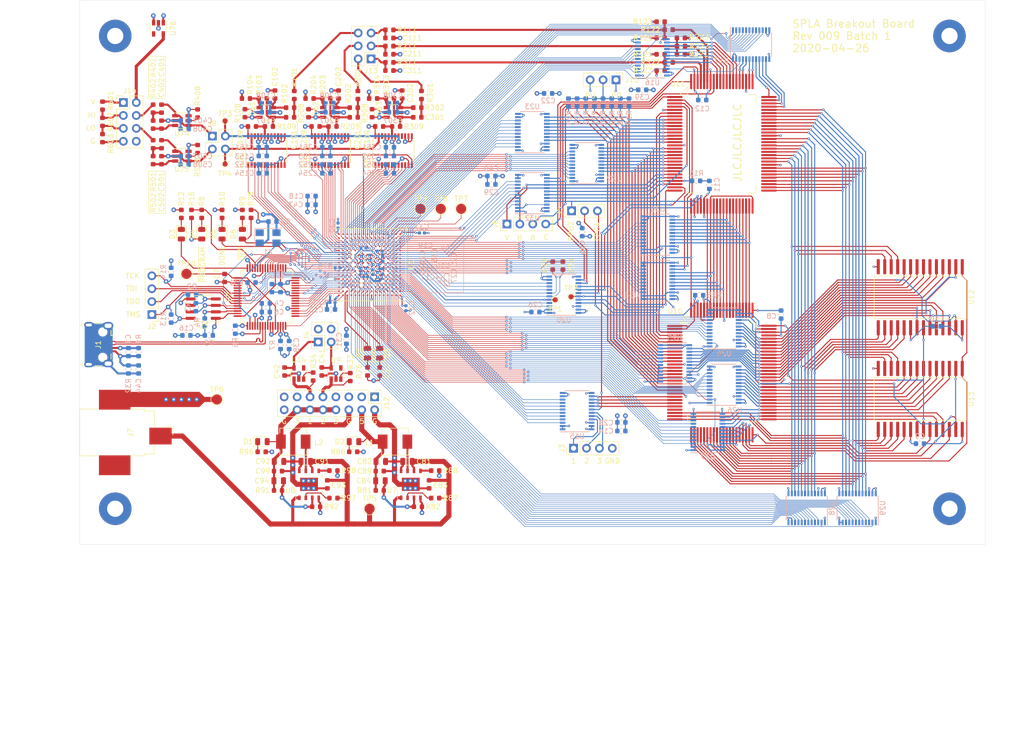
<source format=kicad_pcb>
(kicad_pcb (version 20171130) (host pcbnew 5.1.6-c6e7f7d~87~ubuntu18.04.1)
  (title_block (date 2020-04-26) (rev 9))
  (layers (0 F.Cu signal) (1 In1.Cu power hide) (2 In2.Cu power hide) (31 B.Cu signal) (34 B.Paste user) (35 F.Paste user) (36 B.SilkS user) (37 F.SilkS user) (38 B.Mask user) (39 F.Mask user) (44 Edge.Cuts user))
  (net 0 "")
  (net 1 GND)
  (net 2 +3V3)
  (net 3 +1V8)
  (net 4 +5V)
  (net 5 "Net-(C11-Pad1)")
  (net 6 JTAG_TMS)
  (net 7 JTAG_TCK)
  (net 8 JTAG_TDI)
  (net 9 JTAG_TDO)
  (net 10 TAP_PPU2_~TOUMEI~)
  (net 11 TAP_PPU2_~PED~)
  (net 12 TAP_PPU1_~RESET~)
  (net 13 TAP_PPU2_~RESOUT0~)
  (net 14 TAP_PPU2_~RESET~)
  (net 15 TAP_~BURST~)
  (net 16 TAP_~CSYNC~)
  (net 17 +2V5)
  (net 18 +1V1)
  (net 19 TAP_PPU2_~5MOUT~)
  (net 20 FPGA_XIN)
  (net 21 FPGA_PPU2_3.58M)
  (net 22 TAP_PPU2_3.58M)
  (net 23 TAP_XIN)
  (net 24 FIFO_D5)
  (net 25 FIFO_D6)
  (net 26 FIFO_CLKOUT)
  (net 27 ANALOG_B1)
  (net 28 FIFO_D4)
  (net 29 FIFO_D7)
  (net 30 FIFO_~OE~)
  (net 31 ANALOG_B3)
  (net 32 ANALOG_B2)
  (net 33 FIFO_~RXF~)
  (net 34 FPGA_PPU2_~RESOUT1~)
  (net 35 ANALOG_B4)
  (net 36 ANALOG_R1)
  (net 37 ANALOG_R0)
  (net 38 ANALOG_B6)
  (net 39 ANALOG_B5)
  (net 40 FIFO_D0)
  (net 41 FIFO_D3)
  (net 42 FIFO_~RD~)
  (net 43 FIFO_~WR~)
  (net 44 CLK_12MHZ)
  (net 45 FPGA_PPU2_~RESET~)
  (net 46 ANALOG_R6)
  (net 47 ANALOG_R5)
  (net 48 ANALOG_R4)
  (net 49 ANALOG_R3)
  (net 50 ANALOG_R2)
  (net 51 FIFO_D1)
  (net 52 FIFO_D2)
  (net 53 FIFO_~TXE~)
  (net 54 FIFO_SIWU)
  (net 55 FPGA_PPU1_~RESET~)
  (net 56 FPGA_PPU2_~RESOUT0~)
  (net 57 ANALOG_R7)
  (net 58 ANALOG_G3)
  (net 59 ANALOG_G2)
  (net 60 ANALOG_G1)
  (net 61 ANALOG_G0)
  (net 62 ANALOG_G7)
  (net 63 ANALOG_G6)
  (net 64 ANALOG_G5)
  (net 65 ANALOG_G4)
  (net 66 ANALOG_CLK)
  (net 67 SPI_MISO)
  (net 68 ANALOG_B0)
  (net 69 FPGA_VDB4)
  (net 70 FPGA_VDB5)
  (net 71 FPGA_VDB6)
  (net 72 FPGA_VDB7)
  (net 73 SPI_~CS~)
  (net 74 SPI_MOSI)
  (net 75 FPGA_VDA7)
  (net 76 FPGA_VDB3)
  (net 77 FPGA_VDB2)
  (net 78 FPGA_VDB1)
  (net 79 FPGA_VDB0)
  (net 80 SPI_CLK)
  (net 81 DONE)
  (net 82 ~PROGRAM)
  (net 83 ~INIT)
  (net 84 FPGA_VDA6)
  (net 85 FPGA_VDA5)
  (net 86 FPGA_VDA4)
  (net 87 FPGA_VDA3)
  (net 88 FPGA_VDA2)
  (net 89 FPGA_VDA1)
  (net 90 FPGA_VDA0)
  (net 91 ANALOG_B7)
  (net 92 FPGA_VAA3)
  (net 93 FPGA_VAA2)
  (net 94 FPGA_VAA1)
  (net 95 FPGA_PPU2_~5MOUT~)
  (net 96 FPGA_PPU2_PALMODE)
  (net 97 FPGA_PPU2_HVCMODE)
  (net 98 FPGA_PPU1_PALMODE)
  (net 99 FPGA_PRIO1)
  (net 100 FPGA_CHR0)
  (net 101 FPGA_VAB9)
  (net 102 FPGA_~VAWR~)
  (net 103 FPGA_PA2)
  (net 104 FPGA_PA0)
  (net 105 FPGA_VAA5)
  (net 106 FPGA_VAA4)
  (net 107 FPGA_VAA0)
  (net 108 FPGA_VAA7)
  (net 109 FPGA_FIELD)
  (net 110 FPGA_PPU1_~MASTER~)
  (net 111 FGPA_PPU1_HVCMODE)
  (net 112 FGPA_PPU1_~EXTSYNC~)
  (net 113 FPGA_~OVER~)
  (net 114 FPGA_PRIO0)
  (net 115 FPGA_CHR1)
  (net 116 FPGA_VAB8)
  (net 117 FPGA_~VBWR~)
  (net 118 FPGA_PA3)
  (net 119 FPGA_PA1)
  (net 120 FPGA_D1)
  (net 121 FPGA_VAB7)
  (net 122 FPGA_VAB3)
  (net 123 FPGA_VAB1)
  (net 124 FPGA_VAA6)
  (net 125 FPGA_~HCLD)
  (net 126 FPGA_~VCLD~)
  (net 127 FPGA_PPU2_HBLANK)
  (net 128 FPGA_~PAWR~)
  (net 129 FPGA_~BURST~)
  (net 130 FPGA_COLOR0)
  (net 131 FPGA_VAB11)
  (net 132 FPGA_VAB10)
  (net 133 FPGA_VAA13)
  (net 134 FPGA_VAA12)
  (net 135 FPGA_D5)
  (net 136 FPGA_D4)
  (net 137 FPGA_D0)
  (net 138 FPGA_VAB6)
  (net 139 FPGA_VAB2)
  (net 140 FPGA_VAB0)
  (net 141 FPGA_~5M~)
  (net 142 FPGA_PPU2_VBLANK)
  (net 143 FPGA_~CSYNC~)
  (net 144 FPGA_COLOR2)
  (net 145 FPGA_CHR2)
  (net 146 FPGA_VAB12)
  (net 147 FPGA_VA14)
  (net 148 FPGA_VAA10)
  (net 149 FPGA_VAA8)
  (net 150 FPGA_PA6)
  (net 151 FPGA_PA4)
  (net 152 FPGA_D6)
  (net 153 FPGA_VAB5)
  (net 154 FPGA_VAB4)
  (net 155 FPGA_~PARD~)
  (net 156 FPGA_COLOR1)
  (net 157 FPGA_CHR3)
  (net 158 FPGA_VAB13)
  (net 159 FGPA_~VRD~)
  (net 160 FPGA_VAA11)
  (net 161 FPGA_VAA9)
  (net 162 FPGA_PA7)
  (net 163 FPGA_PA5)
  (net 164 FPGA_D7)
  (net 165 FPGA_D3)
  (net 166 FPGA_D2)
  (net 167 ANALOG_R)
  (net 168 ANALOG_G)
  (net 169 ANALOG_B)
  (net 170 TAP_~5M~)
  (net 171 TAP_FIELD)
  (net 172 TAP_~OVER~)
  (net 173 TAP_~HCLD~)
  (net 174 TAP_~VCLD~)
  (net 175 TAP_COLOR0)
  (net 176 TAP_COLOR1)
  (net 177 TAP_COLOR2)
  (net 178 TAP_PRIO0)
  (net 179 TAP_PRIO1)
  (net 180 TAP_CHR0)
  (net 181 TAP_CHR1)
  (net 182 TAP_CHR2)
  (net 183 TAP_CHR3)
  (net 184 TAP_~VRD~)
  (net 185 TAP_~VBWR~)
  (net 186 TAP_~VAWR~)
  (net 187 TAP_VAA0)
  (net 188 TAP_VAA1)
  (net 189 TAP_VAA2)
  (net 190 TAP_VAA3)
  (net 191 TAP_VAA4)
  (net 192 TAP_VAA5)
  (net 193 TAP_VAA6)
  (net 194 TAP_VAA7)
  (net 195 TAP_VAA8)
  (net 196 TAP_VAA9)
  (net 197 TAP_VAA10)
  (net 198 TAP_VAA11)
  (net 199 TAP_VAA12)
  (net 200 TAP_VAA13)
  (net 201 TAP_VAB0)
  (net 202 TAP_VAB1)
  (net 203 TAP_VAB2)
  (net 204 TAP_VAB3)
  (net 205 TAP_VAB4)
  (net 206 TAP_VAB5)
  (net 207 TAP_VAB6)
  (net 208 TAP_VAB7)
  (net 209 TAP_VAB8)
  (net 210 TAP_VAB9)
  (net 211 TAP_VAB10)
  (net 212 TAP_VAB11)
  (net 213 TAP_VAB12)
  (net 214 TAP_VAB13)
  (net 215 TAP_VA14)
  (net 216 TAP_VDA7)
  (net 217 TAP_VDA6)
  (net 218 TAP_VDA5)
  (net 219 TAP_VDA4)
  (net 220 TAP_VDA3)
  (net 221 TAP_VDA2)
  (net 222 TAP_VDA1)
  (net 223 TAP_VDA0)
  (net 224 TAP_VDB7)
  (net 225 TAP_VDB6)
  (net 226 TAP_VDB5)
  (net 227 TAP_VDB4)
  (net 228 TAP_VDB3)
  (net 229 TAP_VDB2)
  (net 230 TAP_VDB1)
  (net 231 TAP_VDB0)
  (net 232 TAP_PPU1_~EXTSYNC~)
  (net 233 TAP_PPU1_~MASTER~)
  (net 234 TAP_PPU1_PALMODE)
  (net 235 TAP_PPU1_HVCMODE)
  (net 236 TAP_D0)
  (net 237 TAP_D1)
  (net 238 TAP_D2)
  (net 239 TAP_D3)
  (net 240 TAP_D4)
  (net 241 TAP_D5)
  (net 242 TAP_D6)
  (net 243 TAP_D7)
  (net 244 TAP_PA0)
  (net 245 TAP_PA1)
  (net 246 TAP_PA2)
  (net 247 TAP_PA3)
  (net 248 TAP_PA4)
  (net 249 TAP_PA5)
  (net 250 TAP_PA6)
  (net 251 TAP_PA7)
  (net 252 TAP_~PAWR~)
  (net 253 TAP_~PARD~)
  (net 254 TAP_PPU2_HBLANK)
  (net 255 TAP_PPU2_VBLANK)
  (net 256 TAP_PPU2_~RESOUT1~)
  (net 257 TAP_PPU2_EXTLATCH)
  (net 258 TAP_PPU2_PALMODE)
  (net 259 TAP_PPU2_HVCMODE)
  (net 260 "Net-(J15-Pad2)")
  (net 261 FGPA_PPU2_TST8)
  (net 262 FGPA_PPU2_TST12)
  (net 263 FGPA_PPU2_TST14)
  (net 264 FGPA_PPU2_TST9)
  (net 265 FGPA_PPU2_TST13)
  (net 266 FGPA_PPU2_TST15)
  (net 267 FGPA_PPU2_TST4)
  (net 268 FGPA_PPU2_TST5)
  (net 269 USB_~PWREN~)
  (net 270 USB_~SUSPEND~)
  (net 271 FGPA_PPU2_TST10)
  (net 272 FGPA_PPU2_TST11)
  (net 273 FGPA_PPU2_TST1)
  (net 274 FGPA_PPU2_TST3)
  (net 275 FGPA_PPU2_TST7)
  (net 276 FGPA_PPU2_TST0)
  (net 277 FGPA_PPU2_TST2)
  (net 278 FGPA_PPU2_TST6)
  (net 279 "Net-(U1-PadM7)")
  (net 280 "Net-(U1-PadN8)")
  (net 281 "Net-(U1-PadM9)")
  (net 282 "Net-(U2-Pad3)")
  (net 283 "Net-(U2-Pad30)")
  (net 284 "Net-(U2-Pad46)")
  (net 285 "Net-(U2-Pad54)")
  (net 286 "Net-(U3-Pad6)")
  (net 287 "Net-(U3-Pad7)")
  (net 288 "Net-(U9-Pad4)")
  (net 289 "Net-(U10-Pad46)")
  (net 290 TAP_PPU1_TST0)
  (net 291 TAP_PPU2_TST0)
  (net 292 TAP_PPU2_TST1)
  (net 293 TAP_PPU2_TST2)
  (net 294 TAP_PPU2_TST3)
  (net 295 TAP_PPU2_TST4)
  (net 296 TAP_PPU2_TST5)
  (net 297 TAP_PPU2_TST6)
  (net 298 TAP_PPU2_TST7)
  (net 299 TAP_PPU2_TST8)
  (net 300 TAP_PPU2_TST9)
  (net 301 TAP_PPU2_TST10)
  (net 302 TAP_PPU2_TST11)
  (net 303 TAP_PPU2_TST12)
  (net 304 TAP_PPU2_TST13)
  (net 305 TAP_PPU2_TST14)
  (net 306 TAP_PPU2_TST15)
  (net 307 "Net-(U14-Pad4)")
  (net 308 "/SPLA Board - Level Shifters/BODGE3")
  (net 309 "/SPLA Board - Level Shifters/BODGE2")
  (net 310 "/SPLA Board - Level Shifters/BODGE1")
  (net 311 "Net-(U2-Pad53)")
  (net 312 "Net-(U2-Pad52)")
  (net 313 "Net-(U1-PadM12)")
  (net 314 "Net-(U1-PadM11)")
  (net 315 "Net-(U1-PadG5)")
  (net 316 "/SPLA Board - USB/REF")
  (net 317 "/SPLA Board - USB/~RESET")
  (net 318 "/SPLA Board - USB/USB_ID")
  (net 319 "/SPLA Board - USB/EEDO")
  (net 320 "/SPLA Board - USB/EEDATA")
  (net 321 "/SPLA Board - USB/EECLK")
  (net 322 "/SPLA Board - USB/EECS")
  (net 323 "Net-(U1-PadG14)")
  (net 324 "Net-(U1-PadG13)")
  (net 325 "Net-(U1-PadJ12)")
  (net 326 "Net-(U1-PadH12)")
  (net 327 "Net-(U1-PadG12)")
  (net 328 "Net-(U1-PadE12)")
  (net 329 "Net-(U1-PadE10)")
  (net 330 "Net-(U1-PadM6)")
  (net 331 "Net-(U1-PadK5)")
  (net 332 "Net-(U1-PadJ5)")
  (net 333 "Net-(U1-PadK4)")
  (net 334 "Net-(U1-PadM3)")
  (net 335 FPGA_BODGE3)
  (net 336 FPGA_BODGE2)
  (net 337 FPGA_BODGE1)
  (net 338 LVL_TST_~OE~)
  (net 339 "Net-(U16-Pad21)")
  (net 340 "Net-(U16-Pad3)")
  (net 341 LVL_PA_DIR)
  (net 342 LVL_PD_DIR)
  (net 343 LVL_VA_DIR)
  (net 344 LVL_VD_DIR)
  (net 345 LVL_TST_DIR)
  (net 346 "/SPLA Board - PPU/NC")
  (net 347 +12V)
  (net 348 "/SPLA Board - Power/PWR_PRE_5V")
  (net 349 "/SPLA Board - Power/PWR_PRE_3V3")
  (net 350 "/SPLA Board - Power/~INH~_5V")
  (net 351 "/SPLA Board - Power/~INH~_3V3")
  (net 352 "/SPLA Board - Power/SYNC_5V")
  (net 353 "/SPLA Board - Power/SYNC_3V3")
  (net 354 "/SPLA Board - Power/VFB_5V")
  (net 355 "/SPLA Board - Power/VFB_3V3")
  (net 356 "/SPLA Board - Power/SW_5V")
  (net 357 "/SPLA Board - Power/SW_3V3")
  (net 358 "/SPLA Board - USB/USB_D+")
  (net 359 "/SPLA Board - USB/USB_D-")
  (net 360 "Net-(D1-Pad1)")
  (net 361 "Net-(D3-Pad1)")
  (net 362 "Net-(D4-Pad1)")
  (net 363 "Net-(D5-Pad1)")
  (net 364 "Net-(D6-Pad1)")
  (net 365 FPGA_PPU2_~PED~)
  (net 366 FPGA_PPU2_~TOUMEI~)
  (net 367 "/SPLA Board - PPU/PPU1_~RESET~_ONLY")
  (net 368 "/SPLA Board - Power/PWR_2V5_OUT")
  (net 369 "/SPLA Board - Power/PWR_1V1_OUT")
  (net 370 "/SPLA Board - Power/PWR_1V1_IN")
  (net 371 "/SPLA Board - Power/PWR_2V5_IN")
  (net 372 "/SPLA Board - Power/PWR_2V5_EN")
  (net 373 "/SPLA Board - Power/PWR_1V1_EN")
  (net 374 FPGA_PPU2_EXTLATCH)
  (net 375 "/SPLA Board - Analog/AOP_OUT_R")
  (net 376 +3.3VA)
  (net 377 "/SPLA Board - Analog/ADC_R")
  (net 378 "/SPLA Board - Analog/ATERM_R")
  (net 379 "/SPLA Board - Analog/AOP_OUT_G")
  (net 380 "/SPLA Board - Analog/ADC_G")
  (net 381 "/SPLA Board - Analog/ATERM_G")
  (net 382 "/SPLA Board - Analog/AOP_OUT_B")
  (net 383 "Net-(C302-Pad1)")
  (net 384 "/SPLA Board - Analog/ADC_B")
  (net 385 "/SPLA Board - Analog/ATERM_B")
  (net 386 "Net-(C401-Pad2)")
  (net 387 "/SPLA Board - Analog/AREF_HI_OP")
  (net 388 "Net-(C402-Pad1)")
  (net 389 "Net-(C501-Pad2)")
  (net 390 "/SPLA Board - Analog/AREF_LO_OP")
  (net 391 "Net-(C502-Pad1)")
  (net 392 "/SPLA Board - Analog/AREF_LO")
  (net 393 "/SPLA Board - Analog/AREF_HI")
  (net 394 "/SPLA Board - Analog/ASCALED_R")
  (net 395 "/SPLA Board - Analog/ASCALED_G")
  (net 396 "/SPLA Board - Analog/ASCALED_B")
  (net 397 "Net-(J14-Pad6)")
  (net 398 "Net-(J14-Pad5)")
  (net 399 "Net-(J14-Pad4)")
  (net 400 "Net-(J14-Pad3)")
  (net 401 "Net-(R108-Pad2)")
  (net 402 "/SPLA Board - Analog/ALINE_R")
  (net 403 "Net-(R208-Pad2)")
  (net 404 "/SPLA Board - Analog/ALINE_G")
  (net 405 "Net-(R308-Pad2)")
  (net 406 "/SPLA Board - Analog/ALINE_B")
  (net 407 "Net-(R408-Pad2)")
  (net 408 "Net-(R508-Pad2)")
  (net 409 ANALOG_R_OE)
  (net 410 ANALOG_B_OE)
  (net 411 ANALOG_G_OE)
  (net 412 "Net-(U51-Pad22)")
  (net 413 "Net-(U51-Pad16)")
  (net 414 "Net-(U52-Pad22)")
  (net 415 "Net-(U52-Pad16)")
  (net 416 "Net-(U53-Pad22)")
  (net 417 "Net-(U53-Pad16)")
  (net 418 "/SPLA Board - Analog/3.3VA_IN")
  (net 419 "Net-(U76-Pad4)")
  (net 420 "/SPLA Board - Analog/AOP_P_R")
  (net 421 "/SPLA Board - Analog/AOP_N_R")
  (net 422 "/SPLA Board - Analog/AOP_P_G")
  (net 423 "/SPLA Board - Analog/AOP_N_G")
  (net 424 "/SPLA Board - Analog/AOP_N_B")
  (net 425 "/SPLA Board - Analog/AOP_F_R")
  (net 426 "/SPLA Board - Analog/AOP_F_G")
  (net 427 "/SPLA Board - Analog/AOP_F_B")
  (net 428 "Net-(D2-Pad1)")
  (net 429 "Net-(D3-Pad2)")
  (net 430 "Net-(D7-Pad1)")
  (net 431 "Net-(D8-Pad1)")
  (net 432 "/SPLA Board - FPGA/CFG_0")
  (net 433 "Net-(X1-Pad1)")
  (net 434 FPGA_EXTRA1)
  (net 435 FPGA_EXTRA2)
  (net 436 FPGA_EXTRA3)
  (net 437 LED7)
  (net 438 LED8)
  (net 439 "/SPLA Board - USB/SHIELD")
  (net 440 "/SPLA Board - USB/VBUS")
  (module TestPoint:TestPoint_Pad_D2.0mm (layer F.Cu) (at 61 101.8)
    (fp_text reference TP10 (at 0 -1.998) (layer F.SilkS))
    (fp_text value TP_1V8)
    (pad 1 smd circle (at 0 0) (size 2 2) (layers F.Cu F.Mask) (net 3 +1V8))
  )
  (module Resistor_SMD:R_0603_1608Metric (layer B.Cu) (at 49.6 120.6 270)
    (fp_text reference R32 (at 3.2 0 90) (layer B.SilkS) (effects (justify mirror)))
    (fp_text value 0)
    (pad 2 smd roundrect (at 0.7875 0 270) (size 0.875 0.95) (layers B.Cu B.Paste B.Mask) (net 439 "/SPLA Board - USB/SHIELD"))
    (pad 1 smd roundrect (at -0.7875 0 270) (size 0.875 0.95) (layers B.Cu B.Paste B.Mask) (net 1 GND))
  )
  (module Capacitor_SMD:C_0603_1608Metric (layer B.Cu) (at 51.6 120.6 270)
    (fp_text reference C44 (at 3.2 0 90) (layer B.SilkS) (effects (justify mirror)))
    (fp_text value 0.1uF)
    (pad 2 smd roundrect (at 0.7875 0 270) (size 0.875 0.95) (layers B.Cu B.Paste B.Mask) (net 439 "/SPLA Board - USB/SHIELD"))
    (pad 1 smd roundrect (at -0.7875 0 270) (size 0.875 0.95) (layers B.Cu B.Paste B.Mask) (net 1 GND))
  )
  (module Capacitor_SMD:C_0805_2012Metric (layer F.Cu) (at 79.1375 142.5)
    (fp_text reference C94 (at -3.3 0) (layer F.SilkS))
    (fp_text value 4.7nF)
    (pad 2 smd roundrect (at 0.9375 0) (size 0.975 1.4) (layers F.Cu F.Paste F.Mask) (net 355 "/SPLA Board - Power/VFB_3V3"))
    (pad 1 smd roundrect (at -0.9375 0) (size 0.975 1.4) (layers F.Cu F.Paste F.Mask) (net 349 "/SPLA Board - Power/PWR_PRE_3V3"))
  )
  (module Capacitor_SMD:C_0805_2012Metric (layer F.Cu) (at 99.1375 142.5)
    (fp_text reference C84 (at -3.3 0) (layer F.SilkS))
    (fp_text value 4.7nF)
    (pad 2 smd roundrect (at 0.9375 0) (size 0.975 1.4) (layers F.Cu F.Paste F.Mask) (net 354 "/SPLA Board - Power/VFB_5V"))
    (pad 1 smd roundrect (at -0.9375 0) (size 0.975 1.4) (layers F.Cu F.Paste F.Mask) (net 348 "/SPLA Board - Power/PWR_PRE_5V"))
  )
  (module Resistor_SMD:R_0603_1608Metric (layer F.Cu) (at 135 100.1875 90)
    (fp_text reference R30 (at 0 1.7 90) (layer F.SilkS))
    (fp_text value 10k)
    (pad 2 smd roundrect (at 0.7875 0 90) (size 0.875 0.95) (layers F.Cu F.Paste F.Mask) (net 1 GND))
    (pad 1 smd roundrect (at -0.7875 0 90) (size 0.875 0.95) (layers F.Cu F.Paste F.Mask) (net 55 FPGA_PPU1_~RESET~))
  )
  (module Resistor_SMD:R_0603_1608Metric (layer F.Cu) (at 133 100.1875 90)
    (fp_text reference R29 (at 0.0125 -1.7 90) (layer F.SilkS))
    (fp_text value 10k)
    (pad 2 smd roundrect (at 0.7875 0 90) (size 0.875 0.95) (layers F.Cu F.Paste F.Mask) (net 1 GND))
    (pad 1 smd roundrect (at -0.7875 0 90) (size 0.875 0.95) (layers F.Cu F.Paste F.Mask) (net 45 FPGA_PPU2_~RESET~))
  )
  (module Resistor_SMD:R_0603_1608Metric (layer B.Cu) (at 73.8 103.5)
    (fp_text reference R31 (at -3 0) (layer B.SilkS) (effects (justify mirror)))
    (fp_text value 10k)
    (pad 2 smd roundrect (at 0.7875 0) (size 0.875 0.95) (layers B.Cu B.Paste B.Mask) (net 73 SPI_~CS~))
    (pad 1 smd roundrect (at -0.7875 0) (size 0.875 0.95) (layers B.Cu B.Paste B.Mask) (net 2 +3V3))
  )
  (module SPLA:BoM (layer F.Cu) (at 62 184)
    (fp_text reference BOM26)
    (fp_text value Jumper)
  )
  (module SPLA:BoM (layer F.Cu) (at 56 184)
    (fp_text reference BOM25)
    (fp_text value Jumper)
  )
  (module SPLA:BoM (layer F.Cu) (at 114 190)
    (fp_text reference BOM24)
    (fp_text value "Hex Standoff Female")
  )
  (module SPLA:BoM (layer F.Cu) (at 114 183)
    (fp_text reference BOM23)
    (fp_text value "Hex Standoff Female")
  )
  (module SPLA:BoM (layer F.Cu) (at 114 176)
    (fp_text reference BOM22)
    (fp_text value "Hex Standoff Female")
  )
  (module SPLA:BoM (layer F.Cu) (at 114 169)
    (fp_text reference BOM21)
    (fp_text value "Hex Standoff Female")
  )
  (module SPLA:BoM (layer F.Cu) (at 96 191)
    (fp_text reference BOM20)
    (fp_text value "Hex Standoff Male")
  )
  (module SPLA:BoM (layer F.Cu) (at 96 183)
    (fp_text reference BOM19)
    (fp_text value "Hex Standoff Male")
  )
  (module SPLA:BoM (layer F.Cu) (at 96 176)
    (fp_text reference BOM18)
    (fp_text value "Hex Standoff Male")
  )
  (module SPLA:BoM (layer F.Cu) (at 96 169)
    (fp_text reference BOM17)
    (fp_text value "Hex Standoff Male")
  )
  (module SPLA:BoM (layer F.Cu) (at 50 184)
    (fp_text reference BOM16)
    (fp_text value Jumper)
  )
  (module SPLA:BoM (layer F.Cu) (at 44 184)
    (fp_text reference BOM15)
    (fp_text value Jumper)
  )
  (module SPLA:BoM (layer F.Cu) (at 38 184)
    (fp_text reference BOM14)
    (fp_text value Jumper)
  )
  (module SPLA:BoM (layer F.Cu) (at 32 184)
    (fp_text reference BOM13)
    (fp_text value Jumper)
  )
  (module SPLA:BoM (layer F.Cu) (at 26 184)
    (fp_text reference BOM12)
    (fp_text value Jumper)
  )
  (module SPLA:BoM (layer F.Cu) (at 80 177)
    (fp_text reference BOM11)
    (fp_text value Jumper)
  )
  (module SPLA:BoM (layer F.Cu) (at 74 177)
    (fp_text reference BOM10)
    (fp_text value Jumper)
  )
  (module SPLA:BoM (layer F.Cu) (at 68 177)
    (fp_text reference BOM9)
    (fp_text value Jumper)
  )
  (module SPLA:BoM (layer F.Cu) (at 62 177)
    (fp_text reference BOM8)
    (fp_text value Jumper)
  )
  (module SPLA:BoM (layer F.Cu) (at 56 177)
    (fp_text reference BOM7)
    (fp_text value Jumper)
  )
  (module SPLA:BoM (layer F.Cu) (at 50 177)
    (fp_text reference BOM6)
    (fp_text value Jumper)
  )
  (module SPLA:BoM (layer F.Cu) (at 44 177)
    (fp_text reference BOM5)
    (fp_text value Jumper)
  )
  (module SPLA:BoM (layer F.Cu) (at 38 177)
    (fp_text reference BOM4)
    (fp_text value Jumper)
  )
  (module SPLA:BoM (layer F.Cu) (at 32 177)
    (fp_text reference BOM3)
    (fp_text value Jumper)
  )
  (module SPLA:BoM (layer F.Cu) (at 26 177)
    (fp_text reference BOM2)
    (fp_text value Jumper)
  )
  (module SPLA:BoM (layer F.Cu) (at 27 116)
    (fp_text reference BOM1)
    (fp_text value "USB Cable")
  )
  (module TestPoint:TestPoint_Pad_D2.0mm (layer F.Cu) (at 107 89)
    (fp_text reference TP9 (at 0 -1.998) (layer F.SilkS))
    (fp_text value TP_EXTRA3)
    (pad 1 smd circle (at 0 0) (size 2 2) (layers F.Cu F.Mask) (net 436 FPGA_EXTRA3))
  )
  (module TestPoint:TestPoint_Pad_D2.0mm (layer F.Cu) (at 111 89)
    (fp_text reference TP8 (at 0 -1.998) (layer F.SilkS))
    (fp_text value TP_EXTRA2)
    (pad 1 smd circle (at 0 0) (size 2 2) (layers F.Cu F.Mask) (net 435 FPGA_EXTRA2))
  )
  (module TestPoint:TestPoint_Pad_D2.0mm (layer F.Cu) (at 115 89)
    (fp_text reference TP7 (at 0 -1.998) (layer F.SilkS))
    (fp_text value TP_EXTRA1)
    (pad 1 smd circle (at 0 0) (size 2 2) (layers F.Cu F.Mask) (net 434 FPGA_EXTRA1))
  )
  (module Crystal:Crystal_SMD_5032-4Pin_5.0x3.2mm (layer B.Cu) (at 77.05 94.7)
    (fp_text reference X1 (at 0 2.8) (layer B.SilkS) (effects (justify mirror)))
    (fp_text value FT5HNBPK12.0-T1)
    (pad 4 smd rect (at -1.65 1) (size 1.6 1.3) (layers B.Cu B.Paste B.Mask) (net 2 +3V3))
    (pad 3 smd rect (at 1.65 1) (size 1.6 1.3) (layers B.Cu B.Paste B.Mask) (net 44 CLK_12MHZ))
    (pad 2 smd rect (at 1.65 -1) (size 1.6 1.3) (layers B.Cu B.Paste B.Mask) (net 1 GND))
    (pad 1 smd rect (at -1.65 -1) (size 1.6 1.3) (layers B.Cu B.Paste B.Mask) (net 433 "Net-(X1-Pad1)"))
  )
  (module Capacitor_SMD:C_0603_1608Metric (layer B.Cu) (at 85.6 88.2)
    (fp_text reference C43 (at -3.1 0) (layer B.SilkS) (effects (justify mirror)))
    (fp_text value 0.1uF)
    (pad 2 smd roundrect (at 0.7875 0) (size 0.875 0.95) (layers B.Cu B.Paste B.Mask) (net 1 GND))
    (pad 1 smd roundrect (at -0.7875 0) (size 0.875 0.95) (layers B.Cu B.Paste B.Mask) (net 2 +3V3))
  )
  (module Capacitor_SMD:C_0603_1608Metric (layer B.Cu) (at 120.95 82.55)
    (fp_text reference C40 (at 0 -1.45) (layer B.SilkS) (effects (justify mirror)))
    (fp_text value 0.1uF)
    (pad 2 smd roundrect (at 0.7875 0) (size 0.875 0.95) (layers B.Cu B.Paste B.Mask) (net 1 GND))
    (pad 1 smd roundrect (at -0.7875 0) (size 0.875 0.95) (layers B.Cu B.Paste B.Mask) (net 2 +3V3))
  )
  (module Capacitor_SMD:C_0603_1608Metric (layer B.Cu) (at 150.6 65.6)
    (fp_text reference C39 (at 0 1.43) (layer B.SilkS) (effects (justify mirror)))
    (fp_text value 0.1uF)
    (pad 2 smd roundrect (at 0.7875 0) (size 0.875 0.95) (layers B.Cu B.Paste B.Mask) (net 1 GND))
    (pad 1 smd roundrect (at -0.7875 0) (size 0.875 0.95) (layers B.Cu B.Paste B.Mask) (net 2 +3V3))
  )
  (module Capacitor_SMD:C_0603_1608Metric (layer B.Cu) (at 81.2 115.8 90)
    (fp_text reference C38 (at 0 1.43 90) (layer B.SilkS) (effects (justify mirror)))
    (fp_text value 0.1uF)
    (pad 2 smd roundrect (at 0.7875 0 90) (size 0.875 0.95) (layers B.Cu B.Paste B.Mask) (net 1 GND))
    (pad 1 smd roundrect (at -0.7875 0 90) (size 0.875 0.95) (layers B.Cu B.Paste B.Mask) (net 2 +3V3))
  )
  (module Capacitor_SMD:C_0402_1005Metric (layer B.Cu) (at 107.3 93.75 180)
    (fp_text reference C37 (at 0 1.17) (layer B.SilkS) (effects (justify mirror)))
    (fp_text value 0.01uF)
    (pad 2 smd roundrect (at 0.485 0 180) (size 0.59 0.64) (layers B.Cu B.Paste B.Mask) (net 1 GND))
    (pad 1 smd roundrect (at -0.485 0 180) (size 0.59 0.64) (layers B.Cu B.Paste B.Mask) (net 2 +3V3))
  )
  (module Capacitor_SMD:C_0603_1608Metric (layer B.Cu) (at 138.8 93.6 90)
    (fp_text reference C36 (at -3 0 90) (layer B.SilkS) (effects (justify mirror)))
    (fp_text value 0.1uF)
    (pad 2 smd roundrect (at 0.7875 0 90) (size 0.875 0.95) (layers B.Cu B.Paste B.Mask) (net 1 GND))
    (pad 1 smd roundrect (at -0.7875 0 90) (size 0.875 0.95) (layers B.Cu B.Paste B.Mask) (net 2 +3V3))
  )
  (module Capacitor_SMD:C_0402_1005Metric (layer B.Cu) (at 95.4 98.8 90)
    (fp_text reference C35 (at 0.6 14.4 90) (layer B.SilkS) (effects (justify mirror)))
    (fp_text value 0.01uF)
    (pad 2 smd roundrect (at 0.485 0 90) (size 0.59 0.64) (layers B.Cu B.Paste B.Mask) (net 1 GND))
    (pad 1 smd roundrect (at -0.485 0 90) (size 0.59 0.64) (layers B.Cu B.Paste B.Mask) (net 17 +2V5))
  )
  (module Capacitor_SMD:C_0402_1005Metric (layer B.Cu) (at 97.65 101.45 90)
    (fp_text reference C34 (at -0.95 13.15 90) (layer B.SilkS) (effects (justify mirror)))
    (fp_text value 0.01uF)
    (pad 2 smd roundrect (at 0.485 0 90) (size 0.59 0.64) (layers B.Cu B.Paste B.Mask) (net 1 GND))
    (pad 1 smd roundrect (at -0.485 0 90) (size 0.59 0.64) (layers B.Cu B.Paste B.Mask) (net 2 +3V3))
  )
  (module Capacitor_SMD:C_0402_1005Metric (layer B.Cu) (at 98.6 102 90)
    (fp_text reference C33 (at -1 13.6 90) (layer B.SilkS) (effects (justify mirror)))
    (fp_text value 0.01uF)
    (pad 2 smd roundrect (at 0.485 0 90) (size 0.59 0.64) (layers B.Cu B.Paste B.Mask) (net 1 GND))
    (pad 1 smd roundrect (at -0.485 0 90) (size 0.59 0.64) (layers B.Cu B.Paste B.Mask) (net 17 +2V5))
  )
  (module Capacitor_SMD:C_0402_1005Metric (layer B.Cu) (at 104.15 108.55 90)
    (fp_text reference C32 (at 0 1.17 90) (layer B.SilkS) (effects (justify mirror)))
    (fp_text value 0.01uF)
    (pad 2 smd roundrect (at 0.485 0 90) (size 0.59 0.64) (layers B.Cu B.Paste B.Mask) (net 1 GND))
    (pad 1 smd roundrect (at -0.485 0 90) (size 0.59 0.64) (layers B.Cu B.Paste B.Mask) (net 2 +3V3))
  )
  (module Capacitor_SMD:C_0603_1608Metric (layer B.Cu) (at 92.45 114.75 270)
    (fp_text reference C31 (at 0 1.43 90) (layer B.SilkS) (effects (justify mirror)))
    (fp_text value 0.1uF)
    (pad 2 smd roundrect (at 0.7875 0 270) (size 0.875 0.95) (layers B.Cu B.Paste B.Mask) (net 1 GND))
    (pad 1 smd roundrect (at -0.7875 0 270) (size 0.875 0.95) (layers B.Cu B.Paste B.Mask) (net 17 +2V5))
  )
  (module Capacitor_SMD:C_0402_1005Metric (layer B.Cu) (at 90.8 92.3 270)
    (fp_text reference C30 (at 0 1.17 90) (layer B.SilkS) (effects (justify mirror)))
    (fp_text value 0.01uF)
    (pad 2 smd roundrect (at 0.485 0 270) (size 0.59 0.64) (layers B.Cu B.Paste B.Mask) (net 1 GND))
    (pad 1 smd roundrect (at -0.485 0 270) (size 0.59 0.64) (layers B.Cu B.Paste B.Mask) (net 2 +3V3))
  )
  (module Capacitor_SMD:C_0603_1608Metric (layer B.Cu) (at 120.95 84.2)
    (fp_text reference C29 (at 0 1.55) (layer B.SilkS) (effects (justify mirror)))
    (fp_text value 1uF)
    (pad 2 smd roundrect (at 0.7875 0) (size 0.875 0.95) (layers B.Cu B.Paste B.Mask) (net 1 GND))
    (pad 1 smd roundrect (at -0.7875 0) (size 0.875 0.95) (layers B.Cu B.Paste B.Mask) (net 2 +3V3))
  )
  (module Capacitor_SMD:C_0603_1608Metric (layer B.Cu) (at 146.5 131)
    (fp_text reference C28 (at -3 0.1) (layer B.SilkS) (effects (justify mirror)))
    (fp_text value 0.1uF)
    (pad 2 smd roundrect (at 0.7875 0) (size 0.875 0.95) (layers B.Cu B.Paste B.Mask) (net 1 GND))
    (pad 1 smd roundrect (at -0.7875 0) (size 0.875 0.95) (layers B.Cu B.Paste B.Mask) (net 2 +3V3))
  )
  (module Capacitor_SMD:C_0402_1005Metric (layer B.Cu) (at 99.55 101.3 90)
    (fp_text reference C27 (at -0.9 14.05 90) (layer B.SilkS) (effects (justify mirror)))
    (fp_text value 0.01uF)
    (pad 2 smd roundrect (at 0.485 0 90) (size 0.59 0.64) (layers B.Cu B.Paste B.Mask) (net 1 GND))
    (pad 1 smd roundrect (at -0.485 0 90) (size 0.59 0.64) (layers B.Cu B.Paste B.Mask) (net 2 +3V3))
  )
  (module Capacitor_SMD:C_0603_1608Metric (layer B.Cu) (at 129.6 109.3 180)
    (fp_text reference C26 (at 0 1.43) (layer B.SilkS) (effects (justify mirror)))
    (fp_text value 1uF)
    (pad 2 smd roundrect (at 0.7875 0 180) (size 0.875 0.95) (layers B.Cu B.Paste B.Mask) (net 1 GND))
    (pad 1 smd roundrect (at -0.7875 0 180) (size 0.875 0.95) (layers B.Cu B.Paste B.Mask) (net 2 +3V3))
  )
  (module Capacitor_SMD:C_0402_1005Metric (layer B.Cu) (at 89.715 107.4)
    (fp_text reference C25 (at -2.6 -0.1) (layer B.SilkS) (effects (justify mirror)))
    (fp_text value 0.01uF)
    (pad 2 smd roundrect (at 0.485 0) (size 0.59 0.64) (layers B.Cu B.Paste B.Mask) (net 1 GND))
    (pad 1 smd roundrect (at -0.485 0) (size 0.59 0.64) (layers B.Cu B.Paste B.Mask) (net 18 +1V1))
  )
  (module Capacitor_SMD:C_0402_1005Metric (layer B.Cu) (at 99 97.35)
    (fp_text reference C24 (at 13.4 -0.55) (layer B.SilkS) (effects (justify mirror)))
    (fp_text value 0.01uF)
    (pad 2 smd roundrect (at 0.485 0) (size 0.59 0.64) (layers B.Cu B.Paste B.Mask) (net 1 GND))
    (pad 1 smd roundrect (at -0.485 0) (size 0.59 0.64) (layers B.Cu B.Paste B.Mask) (net 2 +3V3))
  )
  (module Capacitor_SMD:C_0402_1005Metric (layer B.Cu) (at 95.8 100.7)
    (fp_text reference C23 (at 12.55 0.45) (layer B.SilkS) (effects (justify mirror)))
    (fp_text value 0.01uF)
    (pad 2 smd roundrect (at 0.485 0) (size 0.59 0.64) (layers B.Cu B.Paste B.Mask) (net 1 GND))
    (pad 1 smd roundrect (at -0.485 0) (size 0.59 0.64) (layers B.Cu B.Paste B.Mask) (net 18 +1V1))
  )
  (module Capacitor_SMD:C_0603_1608Metric (layer B.Cu) (at 132.1 66.3)
    (fp_text reference C22 (at 0 1.43) (layer B.SilkS) (effects (justify mirror)))
    (fp_text value 0.1uF)
    (pad 2 smd roundrect (at 0.7875 0) (size 0.875 0.95) (layers B.Cu B.Paste B.Mask) (net 1 GND))
    (pad 1 smd roundrect (at -0.7875 0) (size 0.875 0.95) (layers B.Cu B.Paste B.Mask) (net 2 +3V3))
  )
  (module Capacitor_SMD:C_0402_1005Metric (layer B.Cu) (at 99.6 98.85 90)
    (fp_text reference C21 (at -0.15 14 90) (layer B.SilkS) (effects (justify mirror)))
    (fp_text value 0.01uF)
    (pad 2 smd roundrect (at 0.485 0 90) (size 0.59 0.64) (layers B.Cu B.Paste B.Mask) (net 1 GND))
    (pad 1 smd roundrect (at -0.485 0 90) (size 0.59 0.64) (layers B.Cu B.Paste B.Mask) (net 18 +1V1))
  )
  (module Capacitor_SMD:C_0402_1005Metric (layer B.Cu) (at 97.05 98.6 270)
    (fp_text reference C20 (at 0 -10.35 90) (layer B.SilkS) (effects (justify mirror)))
    (fp_text value 0.01uF)
    (pad 2 smd roundrect (at 0.485 0 270) (size 0.59 0.64) (layers B.Cu B.Paste B.Mask) (net 1 GND))
    (pad 1 smd roundrect (at -0.485 0 270) (size 0.59 0.64) (layers B.Cu B.Paste B.Mask) (net 2 +3V3))
  )
  (module Capacitor_SMD:C_0402_1005Metric (layer B.Cu) (at 95.8 96.7)
    (fp_text reference C19 (at 12.2 -0.5) (layer B.SilkS) (effects (justify mirror)))
    (fp_text value 0.01uF)
    (pad 2 smd roundrect (at 0.485 0) (size 0.59 0.64) (layers B.Cu B.Paste B.Mask) (net 1 GND))
    (pad 1 smd roundrect (at -0.485 0) (size 0.59 0.64) (layers B.Cu B.Paste B.Mask) (net 18 +1V1))
  )
  (module Capacitor_SMD:C_0603_1608Metric (layer B.Cu) (at 85.6 86.5)
    (fp_text reference C18 (at -3 0) (layer B.SilkS) (effects (justify mirror)))
    (fp_text value 1uF)
    (pad 2 smd roundrect (at 0.7875 0) (size 0.875 0.95) (layers B.Cu B.Paste B.Mask) (net 1 GND))
    (pad 1 smd roundrect (at -0.7875 0) (size 0.875 0.95) (layers B.Cu B.Paste B.Mask) (net 2 +3V3))
  )
  (module Capacitor_SMD:C_0402_1005Metric (layer B.Cu) (at 95.8 101.7)
    (fp_text reference C17 (at 12.6 0.8) (layer B.SilkS) (effects (justify mirror)))
    (fp_text value 0.01uF)
    (pad 2 smd roundrect (at 0.485 0) (size 0.59 0.64) (layers B.Cu B.Paste B.Mask) (net 1 GND))
    (pad 1 smd roundrect (at -0.485 0) (size 0.59 0.64) (layers B.Cu B.Paste B.Mask) (net 18 +1V1))
  )
  (module Capacitor_SMD:C_0603_1608Metric (layer B.Cu) (at 61 113.9 180)
    (fp_text reference C16 (at 0 1.43) (layer B.SilkS) (effects (justify mirror)))
    (fp_text value 0.1uF)
    (pad 2 smd roundrect (at 0.7875 0 180) (size 0.875 0.95) (layers B.Cu B.Paste B.Mask) (net 1 GND))
    (pad 1 smd roundrect (at -0.7875 0 180) (size 0.875 0.95) (layers B.Cu B.Paste B.Mask) (net 2 +3V3))
  )
  (module Capacitor_SMD:C_0402_1005Metric (layer B.Cu) (at 98.15 100 180)
    (fp_text reference C15 (at -13.25 -0.2) (layer B.SilkS) (effects (justify mirror)))
    (fp_text value 0.01uF)
    (pad 2 smd roundrect (at 0.485 0 180) (size 0.59 0.64) (layers B.Cu B.Paste B.Mask) (net 1 GND))
    (pad 1 smd roundrect (at -0.485 0 180) (size 0.59 0.64) (layers B.Cu B.Paste B.Mask) (net 18 +1V1))
  )
  (module Capacitor_SMD:C_0603_1608Metric (layer B.Cu) (at 146.5 132.7)
    (fp_text reference C14 (at -3 0) (layer B.SilkS) (effects (justify mirror)))
    (fp_text value 1uF)
    (pad 2 smd roundrect (at 0.7875 0) (size 0.875 0.95) (layers B.Cu B.Paste B.Mask) (net 1 GND))
    (pad 1 smd roundrect (at -0.7875 0) (size 0.875 0.95) (layers B.Cu B.Paste B.Mask) (net 2 +3V3))
  )
  (module Capacitor_SMD:C_0603_1608Metric (layer B.Cu) (at 89.4125 108.8)
    (fp_text reference C13 (at -2.9 0.05) (layer B.SilkS) (effects (justify mirror)))
    (fp_text value 0.1uF)
    (pad 2 smd roundrect (at 0.7875 0) (size 0.875 0.95) (layers B.Cu B.Paste B.Mask) (net 1 GND))
    (pad 1 smd roundrect (at -0.7875 0) (size 0.875 0.95) (layers B.Cu B.Paste B.Mask) (net 18 +1V1))
  )
  (module Resistor_SMD:R_0402_1005Metric (layer B.Cu) (at 90.7 100.6)
    (fp_text reference R15 (at -2.4 -0.3) (layer B.SilkS) (effects (justify mirror)))
    (fp_text value 4.7k)
    (pad 2 smd roundrect (at 0.485 0) (size 0.59 0.64) (layers B.Cu B.Paste B.Mask) (net 432 "/SPLA Board - FPGA/CFG_0"))
    (pad 1 smd roundrect (at -0.485 0) (size 0.59 0.64) (layers B.Cu B.Paste B.Mask) (net 2 +3V3))
  )
  (module Resistor_SMD:R_0603_1608Metric (layer F.Cu) (at 73.7 90 270)
    (fp_text reference R28 (at -3 0 90) (layer F.SilkS))
    (fp_text value 4.7k)
    (pad 2 smd roundrect (at 0.7875 0 270) (size 0.875 0.95) (layers F.Cu F.Paste F.Mask) (net 83 ~INIT))
    (pad 1 smd roundrect (at -0.7875 0 270) (size 0.875 0.95) (layers F.Cu F.Paste F.Mask) (net 2 +3V3))
  )
  (module Resistor_SMD:R_0603_1608Metric (layer F.Cu) (at 62 90 90)
    (fp_text reference R16 (at 3 0 90) (layer F.SilkS))
    (fp_text value 4.7k)
    (pad 2 smd roundrect (at 0.7875 0 90) (size 0.875 0.95) (layers F.Cu F.Paste F.Mask) (net 82 ~PROGRAM))
    (pad 1 smd roundrect (at -0.7875 0 90) (size 0.875 0.95) (layers F.Cu F.Paste F.Mask) (net 2 +3V3))
  )
  (module Package_QFP:LQFP-64_10x10mm_P0.5mm (layer F.Cu) (at 76.7375 106.35 90)
    (fp_text reference U2 (at 0 -7.35 90) (layer F.SilkS))
    (fp_text value FT2232H)
    (pad 64 smd roundrect (at -3.75 -5.675 90) (size 0.3 1.55) (layers F.Cu F.Paste F.Mask) (net 3 +1V8))
    (pad 63 smd roundrect (at -3.25 -5.675 90) (size 0.3 1.55) (layers F.Cu F.Paste F.Mask) (net 322 "/SPLA Board - USB/EECS"))
    (pad 62 smd roundrect (at -2.75 -5.675 90) (size 0.3 1.55) (layers F.Cu F.Paste F.Mask) (net 321 "/SPLA Board - USB/EECLK"))
    (pad 61 smd roundrect (at -2.25 -5.675 90) (size 0.3 1.55) (layers F.Cu F.Paste F.Mask) (net 320 "/SPLA Board - USB/EEDATA"))
    (pad 60 smd roundrect (at -1.75 -5.675 90) (size 0.3 1.55) (layers F.Cu F.Paste F.Mask) (net 269 USB_~PWREN~))
    (pad 59 smd roundrect (at -1.25 -5.675 90) (size 0.3 1.55) (layers F.Cu F.Paste F.Mask) (net 6 JTAG_TMS))
    (pad 58 smd roundrect (at -0.75 -5.675 90) (size 0.3 1.55) (layers F.Cu F.Paste F.Mask) (net 9 JTAG_TDO))
    (pad 57 smd roundrect (at -0.25 -5.675 90) (size 0.3 1.55) (layers F.Cu F.Paste F.Mask) (net 8 JTAG_TDI))
    (pad 56 smd roundrect (at 0.25 -5.675 90) (size 0.3 1.55) (layers F.Cu F.Paste F.Mask) (net 2 +3V3))
    (pad 55 smd roundrect (at 0.75 -5.675 90) (size 0.3 1.55) (layers F.Cu F.Paste F.Mask) (net 7 JTAG_TCK))
    (pad 54 smd roundrect (at 1.25 -5.675 90) (size 0.3 1.55) (layers F.Cu F.Paste F.Mask) (net 285 "Net-(U2-Pad54)"))
    (pad 53 smd roundrect (at 1.75 -5.675 90) (size 0.3 1.55) (layers F.Cu F.Paste F.Mask) (net 311 "Net-(U2-Pad53)"))
    (pad 52 smd roundrect (at 2.25 -5.675 90) (size 0.3 1.55) (layers F.Cu F.Paste F.Mask) (net 312 "Net-(U2-Pad52)"))
    (pad 51 smd roundrect (at 2.75 -5.675 90) (size 0.3 1.55) (layers F.Cu F.Paste F.Mask) (net 1 GND))
    (pad 50 smd roundrect (at 3.25 -5.675 90) (size 0.3 1.55) (layers F.Cu F.Paste F.Mask) (net 2 +3V3))
    (pad 49 smd roundrect (at 3.75 -5.675 90) (size 0.3 1.55) (layers F.Cu F.Paste F.Mask) (net 3 +1V8))
    (pad 48 smd roundrect (at 5.675 -3.75 90) (size 1.55 0.3) (layers F.Cu F.Paste F.Mask) (net 429 "Net-(D3-Pad2)"))
    (pad 47 smd roundrect (at 5.675 -3.25 90) (size 1.55 0.3) (layers F.Cu F.Paste F.Mask) (net 1 GND))
    (pad 46 smd roundrect (at 5.675 -2.75 90) (size 1.55 0.3) (layers F.Cu F.Paste F.Mask) (net 284 "Net-(U2-Pad46)"))
    (pad 45 smd roundrect (at 5.675 -2.25 90) (size 1.55 0.3) (layers F.Cu F.Paste F.Mask) (net 82 ~PROGRAM))
    (pad 44 smd roundrect (at 5.675 -1.75 90) (size 1.55 0.3) (layers F.Cu F.Paste F.Mask) (net 83 ~INIT))
    (pad 43 smd roundrect (at 5.675 -1.25 90) (size 1.55 0.3) (layers F.Cu F.Paste F.Mask) (net 81 DONE))
    (pad 42 smd roundrect (at 5.675 -0.75 90) (size 1.55 0.3) (layers F.Cu F.Paste F.Mask) (net 2 +3V3))
    (pad 41 smd roundrect (at 5.675 -0.25 90) (size 1.55 0.3) (layers F.Cu F.Paste F.Mask) (net 73 SPI_~CS~))
    (pad 40 smd roundrect (at 5.675 0.25 90) (size 1.55 0.3) (layers F.Cu F.Paste F.Mask) (net 67 SPI_MISO))
    (pad 39 smd roundrect (at 5.675 0.75 90) (size 1.55 0.3) (layers F.Cu F.Paste F.Mask) (net 74 SPI_MOSI))
    (pad 38 smd roundrect (at 5.675 1.25 90) (size 1.55 0.3) (layers F.Cu F.Paste F.Mask) (net 80 SPI_CLK))
    (pad 37 smd roundrect (at 5.675 1.75 90) (size 1.55 0.3) (layers F.Cu F.Paste F.Mask) (net 3 +1V8))
    (pad 36 smd roundrect (at 5.675 2.25 90) (size 1.55 0.3) (layers F.Cu F.Paste F.Mask) (net 270 USB_~SUSPEND~))
    (pad 35 smd roundrect (at 5.675 2.75 90) (size 1.55 0.3) (layers F.Cu F.Paste F.Mask) (net 1 GND))
    (pad 34 smd roundrect (at 5.675 3.25 90) (size 1.55 0.3) (layers F.Cu F.Paste F.Mask) (net 54 FIFO_SIWU))
    (pad 33 smd roundrect (at 5.675 3.75 90) (size 1.55 0.3) (layers F.Cu F.Paste F.Mask) (net 30 FIFO_~OE~))
    (pad 32 smd roundrect (at 3.75 5.675 90) (size 0.3 1.55) (layers F.Cu F.Paste F.Mask) (net 26 FIFO_CLKOUT))
    (pad 31 smd roundrect (at 3.25 5.675 90) (size 0.3 1.55) (layers F.Cu F.Paste F.Mask) (net 2 +3V3))
    (pad 30 smd roundrect (at 2.75 5.675 90) (size 0.3 1.55) (layers F.Cu F.Paste F.Mask) (net 283 "Net-(U2-Pad30)"))
    (pad 29 smd roundrect (at 2.25 5.675 90) (size 0.3 1.55) (layers F.Cu F.Paste F.Mask) (net 43 FIFO_~WR~))
    (pad 28 smd roundrect (at 1.75 5.675 90) (size 0.3 1.55) (layers F.Cu F.Paste F.Mask) (net 42 FIFO_~RD~))
    (pad 27 smd roundrect (at 1.25 5.675 90) (size 0.3 1.55) (layers F.Cu F.Paste F.Mask) (net 53 FIFO_~TXE~))
    (pad 26 smd roundrect (at 0.75 5.675 90) (size 0.3 1.55) (layers F.Cu F.Paste F.Mask) (net 33 FIFO_~RXF~))
    (pad 25 smd roundrect (at 0.25 5.675 90) (size 0.3 1.55) (layers F.Cu F.Paste F.Mask) (net 1 GND))
    (pad 24 smd roundrect (at -0.25 5.675 90) (size 0.3 1.55) (layers F.Cu F.Paste F.Mask) (net 29 FIFO_D7))
    (pad 23 smd roundrect (at -0.75 5.675 90) (size 0.3 1.55) (layers F.Cu F.Paste F.Mask) (net 25 FIFO_D6))
    (pad 22 smd roundrect (at -1.25 5.675 90) (size 0.3 1.55) (layers F.Cu F.Paste F.Mask) (net 24 FIFO_D5))
    (pad 21 smd roundrect (at -1.75 5.675 90) (size 0.3 1.55) (layers F.Cu F.Paste F.Mask) (net 28 FIFO_D4))
    (pad 20 smd roundrect (at -2.25 5.675 90) (size 0.3 1.55) (layers F.Cu F.Paste F.Mask) (net 2 +3V3))
    (pad 19 smd roundrect (at -2.75 5.675 90) (size 0.3 1.55) (layers F.Cu F.Paste F.Mask) (net 41 FIFO_D3))
    (pad 18 smd roundrect (at -3.25 5.675 90) (size 0.3 1.55) (layers F.Cu F.Paste F.Mask) (net 52 FIFO_D2))
    (pad 17 smd roundrect (at -3.75 5.675 90) (size 0.3 1.55) (layers F.Cu F.Paste F.Mask) (net 51 FIFO_D1))
    (pad 16 smd roundrect (at -5.675 3.75 90) (size 1.55 0.3) (layers F.Cu F.Paste F.Mask) (net 40 FIFO_D0))
    (pad 15 smd roundrect (at -5.675 3.25 90) (size 1.55 0.3) (layers F.Cu F.Paste F.Mask) (net 1 GND))
    (pad 14 smd roundrect (at -5.675 2.75 90) (size 1.55 0.3) (layers F.Cu F.Paste F.Mask) (net 317 "/SPLA Board - USB/~RESET"))
    (pad 13 smd roundrect (at -5.675 2.25 90) (size 1.55 0.3) (layers F.Cu F.Paste F.Mask) (net 1 GND))
    (pad 12 smd roundrect (at -5.675 1.75 90) (size 1.55 0.3) (layers F.Cu F.Paste F.Mask) (net 3 +1V8))
    (pad 11 smd roundrect (at -5.675 1.25 90) (size 1.55 0.3) (layers F.Cu F.Paste F.Mask) (net 1 GND))
    (pad 10 smd roundrect (at -5.675 0.75 90) (size 1.55 0.3) (layers F.Cu F.Paste F.Mask) (net 1 GND))
    (pad 9 smd roundrect (at -5.675 0.25 90) (size 1.55 0.3) (layers F.Cu F.Paste F.Mask) (net 2 +3V3))
    (pad 8 smd roundrect (at -5.675 -0.25 90) (size 1.55 0.3) (layers F.Cu F.Paste F.Mask) (net 358 "/SPLA Board - USB/USB_D+"))
    (pad 7 smd roundrect (at -5.675 -0.75 90) (size 1.55 0.3) (layers F.Cu F.Paste F.Mask) (net 359 "/SPLA Board - USB/USB_D-"))
    (pad 6 smd roundrect (at -5.675 -1.25 90) (size 1.55 0.3) (layers F.Cu F.Paste F.Mask) (net 316 "/SPLA Board - USB/REF"))
    (pad 5 smd roundrect (at -5.675 -1.75 90) (size 1.55 0.3) (layers F.Cu F.Paste F.Mask) (net 1 GND))
    (pad 4 smd roundrect (at -5.675 -2.25 90) (size 1.55 0.3) (layers F.Cu F.Paste F.Mask) (net 2 +3V3))
    (pad 3 smd roundrect (at -5.675 -2.75 90) (size 1.55 0.3) (layers F.Cu F.Paste F.Mask) (net 282 "Net-(U2-Pad3)"))
    (pad 2 smd roundrect (at -5.675 -3.25 90) (size 1.55 0.3) (layers F.Cu F.Paste F.Mask) (net 44 CLK_12MHZ))
    (pad 1 smd roundrect (at -5.675 -3.75 90) (size 1.55 0.3) (layers F.Cu F.Paste F.Mask) (net 1 GND))
  )
  (module Resistor_SMD:R_0603_1608Metric (layer F.Cu) (at 68 90 90)
    (fp_text reference R10 (at 3 0 90) (layer F.SilkS))
    (fp_text value 330)
    (pad 2 smd roundrect (at 0.7875 0 90) (size 0.875 0.95) (layers F.Cu F.Paste F.Mask) (net 1 GND))
    (pad 1 smd roundrect (at -0.7875 0 90) (size 0.875 0.95) (layers F.Cu F.Paste F.Mask) (net 363 "Net-(D5-Pad1)"))
  )
  (module Resistor_SMD:R_0603_1608Metric (layer F.Cu) (at 72 90 90)
    (fp_text reference R9 (at 2.5 0 90) (layer F.SilkS))
    (fp_text value 330)
    (pad 2 smd roundrect (at 0.7875 0 90) (size 0.875 0.95) (layers F.Cu F.Paste F.Mask) (net 1 GND))
    (pad 1 smd roundrect (at -0.7875 0 90) (size 0.875 0.95) (layers F.Cu F.Paste F.Mask) (net 364 "Net-(D6-Pad1)"))
  )
  (module Resistor_SMD:R_0603_1608Metric (layer F.Cu) (at 64 90 90)
    (fp_text reference R8 (at 2.5 0 90) (layer F.SilkS))
    (fp_text value 330)
    (pad 2 smd roundrect (at 0.7875 0 90) (size 0.875 0.95) (layers F.Cu F.Paste F.Mask) (net 82 ~PROGRAM))
    (pad 1 smd roundrect (at -0.7875 0 90) (size 0.875 0.95) (layers F.Cu F.Paste F.Mask) (net 362 "Net-(D4-Pad1)"))
  )
  (module LED_SMD:LED_0805_2012Metric (layer F.Cu) (at 68 94 270)
    (fp_text reference D5 (at 0 1.8 90) (layer F.SilkS))
    (fp_text value LED)
    (pad 2 smd roundrect (at 0.9375 0 270) (size 0.975 1.4) (layers F.Cu F.Paste F.Mask) (net 81 DONE))
    (pad 1 smd roundrect (at -0.9375 0 270) (size 0.975 1.4) (layers F.Cu F.Paste F.Mask) (net 363 "Net-(D5-Pad1)"))
  )
  (module LED_SMD:LED_0805_2012Metric (layer F.Cu) (at 72 94 270)
    (fp_text reference D6 (at 0 1.8 90) (layer F.SilkS))
    (fp_text value LED)
    (pad 2 smd roundrect (at 0.9375 0 270) (size 0.975 1.4) (layers F.Cu F.Paste F.Mask) (net 83 ~INIT))
    (pad 1 smd roundrect (at -0.9375 0 270) (size 0.975 1.4) (layers F.Cu F.Paste F.Mask) (net 364 "Net-(D6-Pad1)"))
  )
  (module LED_SMD:LED_0805_2012Metric (layer F.Cu) (at 64 94 270)
    (fp_text reference D4 (at 0 1.8 90) (layer F.SilkS))
    (fp_text value LED)
    (pad 2 smd roundrect (at 0.9375 0 270) (size 0.975 1.4) (layers F.Cu F.Paste F.Mask) (net 2 +3V3))
    (pad 1 smd roundrect (at -0.9375 0 270) (size 0.975 1.4) (layers F.Cu F.Paste F.Mask) (net 362 "Net-(D4-Pad1)"))
  )
  (module Resistor_SMD:R_0603_1608Metric (layer F.Cu) (at 63.2 70.2375 270)
    (fp_text reference R408 (at -3.4625 0 90) (layer F.SilkS))
    (fp_text value 0)
    (pad 2 smd roundrect (at 0.7875 0 270) (size 0.875 0.95) (layers F.Cu F.Paste F.Mask) (net 407 "Net-(R408-Pad2)"))
    (pad 1 smd roundrect (at -0.7875 0 270) (size 0.875 0.95) (layers F.Cu F.Paste F.Mask) (net 376 +3.3VA))
  )
  (module Capacitor_SMD:C_0603_1608Metric (layer F.Cu) (at 56.1 79.4375 90)
    (fp_text reference C502 (at -8.2625 0 90) (layer F.SilkS))
    (fp_text value 100pF)
    (pad 2 smd roundrect (at 0.7875 0 90) (size 0.875 0.95) (layers F.Cu F.Paste F.Mask) (net 1 GND))
    (pad 1 smd roundrect (at -0.7875 0 90) (size 0.875 0.95) (layers F.Cu F.Paste F.Mask) (net 391 "Net-(C502-Pad1)"))
  )
  (module Resistor_SMD:R_0603_1608Metric (layer F.Cu) (at 54.45 79.4375 270)
    (fp_text reference R502 (at 8.3625 -0.05 90) (layer F.SilkS))
    (fp_text value 33k)
    (pad 2 smd roundrect (at 0.7875 0 270) (size 0.875 0.95) (layers F.Cu F.Paste F.Mask) (net 391 "Net-(C502-Pad1)"))
    (pad 1 smd roundrect (at -0.7875 0 270) (size 0.875 0.95) (layers F.Cu F.Paste F.Mask) (net 389 "Net-(C501-Pad2)"))
  )
  (module Capacitor_SMD:C_0603_1608Metric (layer B.Cu) (at 60.65 80.3 180)
    (fp_text reference C508 (at -3.55 0) (layer B.SilkS) (effects (justify mirror)))
    (fp_text value 10uF)
    (pad 2 smd roundrect (at 0.7875 0 180) (size 0.875 0.95) (layers B.Cu B.Paste B.Mask) (net 1 GND))
    (pad 1 smd roundrect (at -0.7875 0 180) (size 0.875 0.95) (layers B.Cu B.Paste B.Mask) (net 376 +3.3VA))
  )
  (module Resistor_SMD:R_0603_1608Metric (layer F.Cu) (at 72.7 67.3 180)
    (fp_text reference R104 (at -0.8 2.7 90) (layer F.SilkS))
    (fp_text value NOSTUFF)
    (pad 2 smd roundrect (at 0.7875 0 180) (size 0.875 0.95) (layers F.Cu F.Paste F.Mask) (net 1 GND))
    (pad 1 smd roundrect (at -0.7875 0 180) (size 0.875 0.95) (layers F.Cu F.Paste F.Mask) (net 421 "/SPLA Board - Analog/AOP_N_R"))
  )
  (module Resistor_SMD:R_0603_1608Metric (layer F.Cu) (at 82.2 66.6125 270)
    (fp_text reference R101 (at -3.5125 0 90) (layer F.SilkS))
    (fp_text value 0)
    (pad 2 smd roundrect (at 0.7875 0 270) (size 0.875 0.95) (layers F.Cu F.Paste F.Mask) (net 425 "/SPLA Board - Analog/AOP_F_R"))
    (pad 1 smd roundrect (at -0.7875 0 270) (size 0.875 0.95) (layers F.Cu F.Paste F.Mask) (net 394 "/SPLA Board - Analog/ASCALED_R"))
  )
  (module Package_TO_SOT_SMD:SOT-23-5 (layer F.Cu) (at 55.5 53.5 270)
    (fp_text reference U76 (at 0 -2.9 90) (layer F.SilkS))
    (fp_text value TLV73333PDBV)
    (pad 5 smd rect (at 1.1 -0.95 270) (size 1.06 0.65) (layers F.Cu F.Paste F.Mask) (net 418 "/SPLA Board - Analog/3.3VA_IN"))
    (pad 4 smd rect (at 1.1 0.95 270) (size 1.06 0.65) (layers F.Cu F.Paste F.Mask) (net 419 "Net-(U76-Pad4)"))
    (pad 3 smd rect (at -1.1 0.95 270) (size 1.06 0.65) (layers F.Cu F.Paste F.Mask) (net 4 +5V))
    (pad 2 smd rect (at -1.1 0 270) (size 1.06 0.65) (layers F.Cu F.Paste F.Mask) (net 1 GND))
    (pad 1 smd rect (at -1.1 -0.95 270) (size 1.06 0.65) (layers F.Cu F.Paste F.Mask) (net 4 +5V))
  )
  (module Package_TO_SOT_SMD:TSOT-23-6 (layer F.Cu) (at 60.11 78.65)
    (fp_text reference U75 (at -0.01 2.55) (layer F.SilkS))
    (fp_text value LMH6611)
    (pad 6 smd rect (at 1.31 -0.95) (size 1.22 0.65) (layers F.Cu F.Paste F.Mask) (net 376 +3.3VA))
    (pad 5 smd rect (at 1.31 0) (size 1.22 0.65) (layers F.Cu F.Paste F.Mask) (net 408 "Net-(R508-Pad2)"))
    (pad 4 smd rect (at 1.31 0.95) (size 1.22 0.65) (layers F.Cu F.Paste F.Mask) (net 390 "/SPLA Board - Analog/AREF_LO_OP"))
    (pad 3 smd rect (at -1.31 0.95) (size 1.22 0.65) (layers F.Cu F.Paste F.Mask) (net 391 "Net-(C502-Pad1)"))
    (pad 2 smd rect (at -1.31 0) (size 1.22 0.65) (layers F.Cu F.Paste F.Mask) (net 1 GND))
    (pad 1 smd rect (at -1.31 -0.95) (size 1.22 0.65) (layers F.Cu F.Paste F.Mask) (net 390 "/SPLA Board - Analog/AREF_LO_OP"))
  )
  (module Package_TO_SOT_SMD:TSOT-23-6 (layer F.Cu) (at 60.11 71.65)
    (fp_text reference U74 (at -0.01 2.55) (layer F.SilkS))
    (fp_text value LMH6611)
    (pad 6 smd rect (at 1.31 -0.95) (size 1.22 0.65) (layers F.Cu F.Paste F.Mask) (net 376 +3.3VA))
    (pad 5 smd rect (at 1.31 0) (size 1.22 0.65) (layers F.Cu F.Paste F.Mask) (net 407 "Net-(R408-Pad2)"))
    (pad 4 smd rect (at 1.31 0.95) (size 1.22 0.65) (layers F.Cu F.Paste F.Mask) (net 387 "/SPLA Board - Analog/AREF_HI_OP"))
    (pad 3 smd rect (at -1.31 0.95) (size 1.22 0.65) (layers F.Cu F.Paste F.Mask) (net 388 "Net-(C402-Pad1)"))
    (pad 2 smd rect (at -1.31 0) (size 1.22 0.65) (layers F.Cu F.Paste F.Mask) (net 1 GND))
    (pad 1 smd rect (at -1.31 -0.95) (size 1.22 0.65) (layers F.Cu F.Paste F.Mask) (net 387 "/SPLA Board - Analog/AREF_HI_OP"))
  )
  (module Package_TO_SOT_SMD:TSOT-23-6 (layer F.Cu) (at 101.69 70.05 180)
    (fp_text reference U63 (at 2.79 0.75 90) (layer F.SilkS))
    (fp_text value LMH6611)
    (pad 6 smd rect (at 1.31 -0.95 180) (size 1.22 0.65) (layers F.Cu F.Paste F.Mask) (net 376 +3.3VA))
    (pad 5 smd rect (at 1.31 0 180) (size 1.22 0.65) (layers F.Cu F.Paste F.Mask) (net 405 "Net-(R308-Pad2)"))
    (pad 4 smd rect (at 1.31 0.95 180) (size 1.22 0.65) (layers F.Cu F.Paste F.Mask) (net 424 "/SPLA Board - Analog/AOP_N_B"))
    (pad 3 smd rect (at -1.31 0.95 180) (size 1.22 0.65) (layers F.Cu F.Paste F.Mask) (net 383 "Net-(C302-Pad1)"))
    (pad 2 smd rect (at -1.31 0 180) (size 1.22 0.65) (layers F.Cu F.Paste F.Mask) (net 1 GND))
    (pad 1 smd rect (at -1.31 -0.95 180) (size 1.22 0.65) (layers F.Cu F.Paste F.Mask) (net 382 "/SPLA Board - Analog/AOP_OUT_B"))
  )
  (module Package_TO_SOT_SMD:TSOT-23-6 (layer F.Cu) (at 89.19 70.05 180)
    (fp_text reference U62 (at 2.79 0.75 90) (layer F.SilkS))
    (fp_text value LMH6611)
    (pad 6 smd rect (at 1.31 -0.95 180) (size 1.22 0.65) (layers F.Cu F.Paste F.Mask) (net 376 +3.3VA))
    (pad 5 smd rect (at 1.31 0 180) (size 1.22 0.65) (layers F.Cu F.Paste F.Mask) (net 403 "Net-(R208-Pad2)"))
    (pad 4 smd rect (at 1.31 0.95 180) (size 1.22 0.65) (layers F.Cu F.Paste F.Mask) (net 423 "/SPLA Board - Analog/AOP_N_G"))
    (pad 3 smd rect (at -1.31 0.95 180) (size 1.22 0.65) (layers F.Cu F.Paste F.Mask) (net 422 "/SPLA Board - Analog/AOP_P_G"))
    (pad 2 smd rect (at -1.31 0 180) (size 1.22 0.65) (layers F.Cu F.Paste F.Mask) (net 1 GND))
    (pad 1 smd rect (at -1.31 -0.95 180) (size 1.22 0.65) (layers F.Cu F.Paste F.Mask) (net 379 "/SPLA Board - Analog/AOP_OUT_G"))
  )
  (module Package_TO_SOT_SMD:TSOT-23-6 (layer F.Cu) (at 76.69 70.05 180)
    (fp_text reference U61 (at 2.79 0.75 90) (layer F.SilkS))
    (fp_text value LMH6611)
    (pad 6 smd rect (at 1.31 -0.95 180) (size 1.22 0.65) (layers F.Cu F.Paste F.Mask) (net 376 +3.3VA))
    (pad 5 smd rect (at 1.31 0 180) (size 1.22 0.65) (layers F.Cu F.Paste F.Mask) (net 401 "Net-(R108-Pad2)"))
    (pad 4 smd rect (at 1.31 0.95 180) (size 1.22 0.65) (layers F.Cu F.Paste F.Mask) (net 421 "/SPLA Board - Analog/AOP_N_R"))
    (pad 3 smd rect (at -1.31 0.95 180) (size 1.22 0.65) (layers F.Cu F.Paste F.Mask) (net 420 "/SPLA Board - Analog/AOP_P_R"))
    (pad 2 smd rect (at -1.31 0 180) (size 1.22 0.65) (layers F.Cu F.Paste F.Mask) (net 1 GND))
    (pad 1 smd rect (at -1.31 -0.95 180) (size 1.22 0.65) (layers F.Cu F.Paste F.Mask) (net 375 "/SPLA Board - Analog/AOP_OUT_R"))
  )
  (module Package_SO:TSSOP-24_4.4x7.8mm_P0.65mm (layer F.Cu) (at 101.725 77.55 90)
    (fp_text reference U53 (at -2.05 -5.125 90) (layer F.SilkS))
    (fp_text value ADC1173)
    (pad 24 smd rect (at 2.85 -3.575 90) (size 1.1 0.4) (layers F.Cu F.Paste F.Mask) (net 1 GND))
    (pad 23 smd rect (at 2.85 -2.925 90) (size 1.1 0.4) (layers F.Cu F.Paste F.Mask) (net 392 "/SPLA Board - Analog/AREF_LO"))
    (pad 22 smd rect (at 2.85 -2.275 90) (size 1.1 0.4) (layers F.Cu F.Paste F.Mask) (net 416 "Net-(U53-Pad22)"))
    (pad 21 smd rect (at 2.85 -1.625 90) (size 1.1 0.4) (layers F.Cu F.Paste F.Mask) (net 1 GND))
    (pad 20 smd rect (at 2.85 -0.975 90) (size 1.1 0.4) (layers F.Cu F.Paste F.Mask) (net 1 GND))
    (pad 19 smd rect (at 2.85 -0.325 90) (size 1.1 0.4) (layers F.Cu F.Paste F.Mask) (net 384 "/SPLA Board - Analog/ADC_B"))
    (pad 18 smd rect (at 2.85 0.325 90) (size 1.1 0.4) (layers F.Cu F.Paste F.Mask) (net 376 +3.3VA))
    (pad 17 smd rect (at 2.85 0.975 90) (size 1.1 0.4) (layers F.Cu F.Paste F.Mask) (net 393 "/SPLA Board - Analog/AREF_HI"))
    (pad 16 smd rect (at 2.85 1.625 90) (size 1.1 0.4) (layers F.Cu F.Paste F.Mask) (net 417 "Net-(U53-Pad16)"))
    (pad 15 smd rect (at 2.85 2.275 90) (size 1.1 0.4) (layers F.Cu F.Paste F.Mask) (net 376 +3.3VA))
    (pad 14 smd rect (at 2.85 2.925 90) (size 1.1 0.4) (layers F.Cu F.Paste F.Mask) (net 376 +3.3VA))
    (pad 13 smd rect (at 2.85 3.575 90) (size 1.1 0.4) (layers F.Cu F.Paste F.Mask) (net 376 +3.3VA))
    (pad 12 smd rect (at -2.85 3.575 90) (size 1.1 0.4) (layers F.Cu F.Paste F.Mask) (net 66 ANALOG_CLK))
    (pad 11 smd rect (at -2.85 2.925 90) (size 1.1 0.4) (layers F.Cu F.Paste F.Mask) (net 376 +3.3VA))
    (pad 10 smd rect (at -2.85 2.275 90) (size 1.1 0.4) (layers F.Cu F.Paste F.Mask) (net 91 ANALOG_B7))
    (pad 9 smd rect (at -2.85 1.625 90) (size 1.1 0.4) (layers F.Cu F.Paste F.Mask) (net 38 ANALOG_B6))
    (pad 8 smd rect (at -2.85 0.975 90) (size 1.1 0.4) (layers F.Cu F.Paste F.Mask) (net 39 ANALOG_B5))
    (pad 7 smd rect (at -2.85 0.325 90) (size 1.1 0.4) (layers F.Cu F.Paste F.Mask) (net 35 ANALOG_B4))
    (pad 6 smd rect (at -2.85 -0.325 90) (size 1.1 0.4) (layers F.Cu F.Paste F.Mask) (net 31 ANALOG_B3))
    (pad 5 smd rect (at -2.85 -0.975 90) (size 1.1 0.4) (layers F.Cu F.Paste F.Mask) (net 32 ANALOG_B2))
    (pad 4 smd rect (at -2.85 -1.625 90) (size 1.1 0.4) (layers F.Cu F.Paste F.Mask) (net 27 ANALOG_B1))
    (pad 3 smd rect (at -2.85 -2.275 90) (size 1.1 0.4) (layers F.Cu F.Paste F.Mask) (net 68 ANALOG_B0))
    (pad 2 smd rect (at -2.85 -2.925 90) (size 1.1 0.4) (layers F.Cu F.Paste F.Mask) (net 1 GND))
    (pad 1 smd rect (at -2.85 -3.575 90) (size 1.1 0.4) (layers F.Cu F.Paste F.Mask) (net 410 ANALOG_B_OE))
  )
  (module Package_SO:TSSOP-24_4.4x7.8mm_P0.65mm (layer F.Cu) (at 89.225 77.55 90)
    (fp_text reference U52 (at -2.05 -5.125 90) (layer F.SilkS))
    (fp_text value ADC1173)
    (pad 24 smd rect (at 2.85 -3.575 90) (size 1.1 0.4) (layers F.Cu F.Paste F.Mask) (net 1 GND))
    (pad 23 smd rect (at 2.85 -2.925 90) (size 1.1 0.4) (layers F.Cu F.Paste F.Mask) (net 392 "/SPLA Board - Analog/AREF_LO"))
    (pad 22 smd rect (at 2.85 -2.275 90) (size 1.1 0.4) (layers F.Cu F.Paste F.Mask) (net 414 "Net-(U52-Pad22)"))
    (pad 21 smd rect (at 2.85 -1.625 90) (size 1.1 0.4) (layers F.Cu F.Paste F.Mask) (net 1 GND))
    (pad 20 smd rect (at 2.85 -0.975 90) (size 1.1 0.4) (layers F.Cu F.Paste F.Mask) (net 1 GND))
    (pad 19 smd rect (at 2.85 -0.325 90) (size 1.1 0.4) (layers F.Cu F.Paste F.Mask) (net 380 "/SPLA Board - Analog/ADC_G"))
    (pad 18 smd rect (at 2.85 0.325 90) (size 1.1 0.4) (layers F.Cu F.Paste F.Mask) (net 376 +3.3VA))
    (pad 17 smd rect (at 2.85 0.975 90) (size 1.1 0.4) (layers F.Cu F.Paste F.Mask) (net 393 "/SPLA Board - Analog/AREF_HI"))
    (pad 16 smd rect (at 2.85 1.625 90) (size 1.1 0.4) (layers F.Cu F.Paste F.Mask) (net 415 "Net-(U52-Pad16)"))
    (pad 15 smd rect (at 2.85 2.275 90) (size 1.1 0.4) (layers F.Cu F.Paste F.Mask) (net 376 +3.3VA))
    (pad 14 smd rect (at 2.85 2.925 90) (size 1.1 0.4) (layers F.Cu F.Paste F.Mask) (net 376 +3.3VA))
    (pad 13 smd rect (at 2.85 3.575 90) (size 1.1 0.4) (layers F.Cu F.Paste F.Mask) (net 376 +3.3VA))
    (pad 12 smd rect (at -2.85 3.575 90) (size 1.1 0.4) (layers F.Cu F.Paste F.Mask) (net 66 ANALOG_CLK))
    (pad 11 smd rect (at -2.85 2.925 90) (size 1.1 0.4) (layers F.Cu F.Paste F.Mask) (net 376 +3.3VA))
    (pad 10 smd rect (at -2.85 2.275 90) (size 1.1 0.4) (layers F.Cu F.Paste F.Mask) (net 62 ANALOG_G7))
    (pad 9 smd rect (at -2.85 1.625 90) (size 1.1 0.4) (layers F.Cu F.Paste F.Mask) (net 63 ANALOG_G6))
    (pad 8 smd rect (at -2.85 0.975 90) (size 1.1 0.4) (layers F.Cu F.Paste F.Mask) (net 64 ANALOG_G5))
    (pad 7 smd rect (at -2.85 0.325 90) (size 1.1 0.4) (layers F.Cu F.Paste F.Mask) (net 65 ANALOG_G4))
    (pad 6 smd rect (at -2.85 -0.325 90) (size 1.1 0.4) (layers F.Cu F.Paste F.Mask) (net 58 ANALOG_G3))
    (pad 5 smd rect (at -2.85 -0.975 90) (size 1.1 0.4) (layers F.Cu F.Paste F.Mask) (net 59 ANALOG_G2))
    (pad 4 smd rect (at -2.85 -1.625 90) (size 1.1 0.4) (layers F.Cu F.Paste F.Mask) (net 60 ANALOG_G1))
    (pad 3 smd rect (at -2.85 -2.275 90) (size 1.1 0.4) (layers F.Cu F.Paste F.Mask) (net 61 ANALOG_G0))
    (pad 2 smd rect (at -2.85 -2.925 90) (size 1.1 0.4) (layers F.Cu F.Paste F.Mask) (net 1 GND))
    (pad 1 smd rect (at -2.85 -3.575 90) (size 1.1 0.4) (layers F.Cu F.Paste F.Mask) (net 411 ANALOG_G_OE))
  )
  (module Package_SO:TSSOP-24_4.4x7.8mm_P0.65mm (layer F.Cu) (at 76.725 77.55 90)
    (fp_text reference U51 (at -2.05 -5.125 90) (layer F.SilkS))
    (fp_text value ADC1173)
    (pad 24 smd rect (at 2.85 -3.575 90) (size 1.1 0.4) (layers F.Cu F.Paste F.Mask) (net 1 GND))
    (pad 23 smd rect (at 2.85 -2.925 90) (size 1.1 0.4) (layers F.Cu F.Paste F.Mask) (net 392 "/SPLA Board - Analog/AREF_LO"))
    (pad 22 smd rect (at 2.85 -2.275 90) (size 1.1 0.4) (layers F.Cu F.Paste F.Mask) (net 412 "Net-(U51-Pad22)"))
    (pad 21 smd rect (at 2.85 -1.625 90) (size 1.1 0.4) (layers F.Cu F.Paste F.Mask) (net 1 GND))
    (pad 20 smd rect (at 2.85 -0.975 90) (size 1.1 0.4) (layers F.Cu F.Paste F.Mask) (net 1 GND))
    (pad 19 smd rect (at 2.85 -0.325 90) (size 1.1 0.4) (layers F.Cu F.Paste F.Mask) (net 377 "/SPLA Board - Analog/ADC_R"))
    (pad 18 smd rect (at 2.85 0.325 90) (size 1.1 0.4) (layers F.Cu F.Paste F.Mask) (net 376 +3.3VA))
    (pad 17 smd rect (at 2.85 0.975 90) (size 1.1 0.4) (layers F.Cu F.Paste F.Mask) (net 393 "/SPLA Board - Analog/AREF_HI"))
    (pad 16 smd rect (at 2.85 1.625 90) (size 1.1 0.4) (layers F.Cu F.Paste F.Mask) (net 413 "Net-(U51-Pad16)"))
    (pad 15 smd rect (at 2.85 2.275 90) (size 1.1 0.4) (layers F.Cu F.Paste F.Mask) (net 376 +3.3VA))
    (pad 14 smd rect (at 2.85 2.925 90) (size 1.1 0.4) (layers F.Cu F.Paste F.Mask) (net 376 +3.3VA))
    (pad 13 smd rect (at 2.85 3.575 90) (size 1.1 0.4) (layers F.Cu F.Paste F.Mask) (net 376 +3.3VA))
    (pad 12 smd rect (at -2.85 3.575 90) (size 1.1 0.4) (layers F.Cu F.Paste F.Mask) (net 66 ANALOG_CLK))
    (pad 11 smd rect (at -2.85 2.925 90) (size 1.1 0.4) (layers F.Cu F.Paste F.Mask) (net 376 +3.3VA))
    (pad 10 smd rect (at -2.85 2.275 90) (size 1.1 0.4) (layers F.Cu F.Paste F.Mask) (net 57 ANALOG_R7))
    (pad 9 smd rect (at -2.85 1.625 90) (size 1.1 0.4) (layers F.Cu F.Paste F.Mask) (net 46 ANALOG_R6))
    (pad 8 smd rect (at -2.85 0.975 90) (size 1.1 0.4) (layers F.Cu F.Paste F.Mask) (net 47 ANALOG_R5))
    (pad 7 smd rect (at -2.85 0.325 90) (size 1.1 0.4) (layers F.Cu F.Paste F.Mask) (net 48 ANALOG_R4))
    (pad 6 smd rect (at -2.85 -0.325 90) (size 1.1 0.4) (layers F.Cu F.Paste F.Mask) (net 49 ANALOG_R3))
    (pad 5 smd rect (at -2.85 -0.975 90) (size 1.1 0.4) (layers F.Cu F.Paste F.Mask) (net 50 ANALOG_R2))
    (pad 4 smd rect (at -2.85 -1.625 90) (size 1.1 0.4) (layers F.Cu F.Paste F.Mask) (net 36 ANALOG_R1))
    (pad 3 smd rect (at -2.85 -2.275 90) (size 1.1 0.4) (layers F.Cu F.Paste F.Mask) (net 37 ANALOG_R0))
    (pad 2 smd rect (at -2.85 -2.925 90) (size 1.1 0.4) (layers F.Cu F.Paste F.Mask) (net 1 GND))
    (pad 1 smd rect (at -2.85 -3.575 90) (size 1.1 0.4) (layers F.Cu F.Paste F.Mask) (net 409 ANALOG_R_OE))
  )
  (module TestPoint:TestPoint_Pad_D1.0mm (layer F.Cu) (at 68.6 80.2)
    (fp_text reference TP4 (at 0 1.9) (layer F.SilkS))
    (fp_text value TP_AREF_LO)
    (pad 1 smd circle (at 0 0) (size 1 1) (layers F.Cu F.Mask) (net 392 "/SPLA Board - Analog/AREF_LO"))
  )
  (module TestPoint:TestPoint_Pad_D1.0mm (layer F.Cu) (at 68.6 71.7)
    (fp_text reference TP3 (at 0 -1.448) (layer F.SilkS))
    (fp_text value TP_AREF_HI)
    (pad 1 smd circle (at 0 0) (size 1 1) (layers F.Cu F.Mask) (net 393 "/SPLA Board - Analog/AREF_HI"))
  )
  (module Resistor_SMD:R_0603_1608Metric (layer F.Cu) (at 44.5 75.1 270)
    (fp_text reference R603 (at 1.1 -1.6 90) (layer F.SilkS))
    (fp_text value "1k, 1%")
    (pad 2 smd roundrect (at 0.7875 0 270) (size 0.875 0.95) (layers F.Cu F.Paste F.Mask) (net 1 GND))
    (pad 1 smd roundrect (at -0.7875 0 270) (size 0.875 0.95) (layers F.Cu F.Paste F.Mask) (net 398 "Net-(J14-Pad5)"))
  )
  (module Resistor_SMD:R_0603_1608Metric (layer F.Cu) (at 44.5 71.9 270)
    (fp_text reference R602 (at 0 -1.6 90) (layer F.SilkS))
    (fp_text value "3.48k, 1%")
    (pad 2 smd roundrect (at 0.7875 0 270) (size 0.875 0.95) (layers F.Cu F.Paste F.Mask) (net 398 "Net-(J14-Pad5)"))
    (pad 1 smd roundrect (at -0.7875 0 270) (size 0.875 0.95) (layers F.Cu F.Paste F.Mask) (net 400 "Net-(J14-Pad3)"))
  )
  (module Resistor_SMD:R_0603_1608Metric (layer F.Cu) (at 44.5 68.7 270)
    (fp_text reference R601 (at -1 -1.6 90) (layer F.SilkS))
    (fp_text value "1.65k, 1%")
    (pad 2 smd roundrect (at 0.7875 0 270) (size 0.875 0.95) (layers F.Cu F.Paste F.Mask) (net 400 "Net-(J14-Pad3)"))
    (pad 1 smd roundrect (at -0.7875 0 270) (size 0.875 0.95) (layers F.Cu F.Paste F.Mask) (net 376 +3.3VA))
  )
  (module Resistor_SMD:R_0603_1608Metric (layer F.Cu) (at 63.2 77.2375 270)
    (fp_text reference R508 (at 3.5625 0 90) (layer F.SilkS))
    (fp_text value 0)
    (pad 2 smd roundrect (at 0.7875 0 270) (size 0.875 0.95) (layers F.Cu F.Paste F.Mask) (net 408 "Net-(R508-Pad2)"))
    (pad 1 smd roundrect (at -0.7875 0 270) (size 0.875 0.95) (layers F.Cu F.Paste F.Mask) (net 376 +3.3VA))
  )
  (module Resistor_SMD:R_0603_1608Metric (layer F.Cu) (at 54.45 76.3 270)
    (fp_text reference R501 (at 7.4 -0.05 270) (layer F.SilkS))
    (fp_text value 33k)
    (pad 2 smd roundrect (at 0.7875 0 270) (size 0.875 0.95) (layers F.Cu F.Paste F.Mask) (net 389 "Net-(C501-Pad2)"))
    (pad 1 smd roundrect (at -0.7875 0 270) (size 0.875 0.95) (layers F.Cu F.Paste F.Mask) (net 397 "Net-(J14-Pad6)"))
  )
  (module Resistor_SMD:R_0603_1608Metric (layer F.Cu) (at 54.45 72.4375 270)
    (fp_text reference R402 (at -7.1375 -0.05 90) (layer F.SilkS))
    (fp_text value 33k)
    (pad 2 smd roundrect (at 0.7875 0 270) (size 0.875 0.95) (layers F.Cu F.Paste F.Mask) (net 388 "Net-(C402-Pad1)"))
    (pad 1 smd roundrect (at -0.7875 0 270) (size 0.875 0.95) (layers F.Cu F.Paste F.Mask) (net 386 "Net-(C401-Pad2)"))
  )
  (module Resistor_SMD:R_0603_1608Metric (layer F.Cu) (at 54.45 69.3 270)
    (fp_text reference R401 (at -8.1 -0.05 270) (layer F.SilkS))
    (fp_text value 33k)
    (pad 2 smd roundrect (at 0.7875 0 270) (size 0.875 0.95) (layers F.Cu F.Paste F.Mask) (net 386 "Net-(C401-Pad2)"))
    (pad 1 smd roundrect (at -0.7875 0 270) (size 0.875 0.95) (layers F.Cu F.Paste F.Mask) (net 399 "Net-(J14-Pad4)"))
  )
  (module Resistor_SMD:R_0603_1608Metric (layer F.Cu) (at 154.2125 61.8)
    (fp_text reference R323 (at -3.5125 0) (layer F.SilkS))
    (fp_text value "649, 1%")
    (pad 2 smd roundrect (at 0.7875 0) (size 0.875 0.95) (layers F.Cu F.Paste F.Mask) (net 406 "/SPLA Board - Analog/ALINE_B"))
    (pad 1 smd roundrect (at -0.7875 0) (size 0.875 0.95) (layers F.Cu F.Paste F.Mask) (net 1 GND))
  )
  (module Resistor_SMD:R_0603_1608Metric (layer F.Cu) (at 155.8 60.2)
    (fp_text reference R322 (at -3.6 0) (layer F.SilkS))
    (fp_text value "301, 1%")
    (pad 2 smd roundrect (at 0.7875 0) (size 0.875 0.95) (layers F.Cu F.Paste F.Mask) (net 169 ANALOG_B))
    (pad 1 smd roundrect (at -0.7875 0) (size 0.875 0.95) (layers F.Cu F.Paste F.Mask) (net 406 "/SPLA Board - Analog/ALINE_B"))
  )
  (module Resistor_SMD:R_0603_1608Metric (layer F.Cu) (at 154.2125 58.6 180)
    (fp_text reference R321 (at 3.5125 0) (layer F.SilkS))
    (fp_text value "1.65k, 1%")
    (pad 2 smd roundrect (at 0.7875 0 180) (size 0.875 0.95) (layers F.Cu F.Paste F.Mask) (net 4 +5V))
    (pad 1 smd roundrect (at -0.7875 0 180) (size 0.875 0.95) (layers F.Cu F.Paste F.Mask) (net 406 "/SPLA Board - Analog/ALINE_B"))
  )
  (module Resistor_SMD:R_0603_1608Metric (layer F.Cu) (at 100.9 53.8)
    (fp_text reference R111 (at 3.4975 -0.02) (layer F.SilkS))
    (fp_text value 0)
    (pad 2 smd roundrect (at 0.7875 0) (size 0.875 0.95) (layers F.Cu F.Paste F.Mask) (net 402 "/SPLA Board - Analog/ALINE_R"))
    (pad 1 smd roundrect (at -0.7875 0) (size 0.875 0.95) (layers F.Cu F.Paste F.Mask) (net 378 "/SPLA Board - Analog/ATERM_R"))
  )
  (module Resistor_SMD:R_0603_1608Metric (layer F.Cu) (at 100.9 57)
    (fp_text reference R211 (at 3.5 0) (layer F.SilkS))
    (fp_text value 0)
    (pad 2 smd roundrect (at 0.7875 0) (size 0.875 0.95) (layers F.Cu F.Paste F.Mask) (net 404 "/SPLA Board - Analog/ALINE_G"))
    (pad 1 smd roundrect (at -0.7875 0) (size 0.875 0.95) (layers F.Cu F.Paste F.Mask) (net 381 "/SPLA Board - Analog/ATERM_G"))
  )
  (module Resistor_SMD:R_0603_1608Metric (layer F.Cu) (at 100.9 60.2)
    (fp_text reference R311 (at 3.5 0) (layer F.SilkS))
    (fp_text value 0)
    (pad 2 smd roundrect (at 0.7875 0) (size 0.875 0.95) (layers F.Cu F.Paste F.Mask) (net 406 "/SPLA Board - Analog/ALINE_B"))
    (pad 1 smd roundrect (at -0.7875 0) (size 0.875 0.95) (layers F.Cu F.Paste F.Mask) (net 385 "/SPLA Board - Analog/ATERM_B"))
  )
  (module Resistor_SMD:R_0603_1608Metric (layer F.Cu) (at 102.2125 72.8)
    (fp_text reference R309 (at 3.4875 0) (layer F.SilkS))
    (fp_text value 0)
    (pad 2 smd roundrect (at 0.7875 0) (size 0.875 0.95) (layers F.Cu F.Paste F.Mask) (net 382 "/SPLA Board - Analog/AOP_OUT_B"))
    (pad 1 smd roundrect (at -0.7875 0) (size 0.875 0.95) (layers F.Cu F.Paste F.Mask) (net 384 "/SPLA Board - Analog/ADC_B"))
  )
  (module Resistor_SMD:R_0603_1608Metric (layer F.Cu) (at 97.5 70.2 90)
    (fp_text reference R308 (at 0 -1.43 90) (layer F.SilkS))
    (fp_text value 0)
    (pad 2 smd roundrect (at 0.7875 0 90) (size 0.875 0.95) (layers F.Cu F.Paste F.Mask) (net 405 "Net-(R308-Pad2)"))
    (pad 1 smd roundrect (at -0.7875 0 90) (size 0.875 0.95) (layers F.Cu F.Paste F.Mask) (net 376 +3.3VA))
  )
  (module Resistor_SMD:R_0603_1608Metric (layer F.Cu) (at 97.7 67.3 180)
    (fp_text reference R304 (at -0.8 2.7 90) (layer F.SilkS))
    (fp_text value NOSTUFF)
    (pad 2 smd roundrect (at 0.7875 0 180) (size 0.875 0.95) (layers F.Cu F.Paste F.Mask) (net 1 GND))
    (pad 1 smd roundrect (at -0.7875 0 180) (size 0.875 0.95) (layers F.Cu F.Paste F.Mask) (net 424 "/SPLA Board - Analog/AOP_N_B"))
  )
  (module Resistor_SMD:R_0603_1608Metric (layer F.Cu) (at 101 67.3 180)
    (fp_text reference R303 (at 0.7 2.7 90) (layer F.SilkS))
    (fp_text value 0)
    (pad 2 smd roundrect (at 0.7875 0 180) (size 0.875 0.95) (layers F.Cu F.Paste F.Mask) (net 424 "/SPLA Board - Analog/AOP_N_B"))
    (pad 1 smd roundrect (at -0.7875 0 180) (size 0.875 0.95) (layers F.Cu F.Paste F.Mask) (net 382 "/SPLA Board - Analog/AOP_OUT_B"))
  )
  (module Resistor_SMD:R_0603_1608Metric (layer F.Cu) (at 106.3875 69.1 180)
    (fp_text reference R302 (at -3.4125 0 180) (layer F.SilkS))
    (fp_text value 0)
    (pad 2 smd roundrect (at 0.7875 0 180) (size 0.875 0.95) (layers F.Cu F.Paste F.Mask) (net 383 "Net-(C302-Pad1)"))
    (pad 1 smd roundrect (at -0.7875 0 180) (size 0.875 0.95) (layers F.Cu F.Paste F.Mask) (net 427 "/SPLA Board - Analog/AOP_F_B"))
  )
  (module Resistor_SMD:R_0603_1608Metric (layer F.Cu) (at 107.2 66.6125 270)
    (fp_text reference R301 (at -0.4125 -1.7 90) (layer F.SilkS))
    (fp_text value 0)
    (pad 2 smd roundrect (at 0.7875 0 270) (size 0.875 0.95) (layers F.Cu F.Paste F.Mask) (net 427 "/SPLA Board - Analog/AOP_F_B"))
    (pad 1 smd roundrect (at -0.7875 0 270) (size 0.875 0.95) (layers F.Cu F.Paste F.Mask) (net 396 "/SPLA Board - Analog/ASCALED_B"))
  )
  (module Resistor_SMD:R_0603_1608Metric (layer F.Cu) (at 158.2 55.4 180)
    (fp_text reference R223 (at -3.6125 0.2) (layer F.SilkS))
    (fp_text value "649, 1%")
    (pad 2 smd roundrect (at 0.7875 0 180) (size 0.875 0.95) (layers F.Cu F.Paste F.Mask) (net 404 "/SPLA Board - Analog/ALINE_G"))
    (pad 1 smd roundrect (at -0.7875 0 180) (size 0.875 0.95) (layers F.Cu F.Paste F.Mask) (net 1 GND))
  )
  (module Resistor_SMD:R_0603_1608Metric (layer F.Cu) (at 158.2125 57)
    (fp_text reference R222 (at 3.6 0) (layer F.SilkS))
    (fp_text value "301, 1%")
    (pad 2 smd roundrect (at 0.7875 0) (size 0.875 0.95) (layers F.Cu F.Paste F.Mask) (net 168 ANALOG_G))
    (pad 1 smd roundrect (at -0.7875 0) (size 0.875 0.95) (layers F.Cu F.Paste F.Mask) (net 404 "/SPLA Board - Analog/ALINE_G"))
  )
  (module Resistor_SMD:R_0603_1608Metric (layer F.Cu) (at 158.2 58.6)
    (fp_text reference R221 (at 3.5 0) (layer F.SilkS))
    (fp_text value "1.65k, 1%")
    (pad 2 smd roundrect (at 0.7875 0) (size 0.875 0.95) (layers F.Cu F.Paste F.Mask) (net 4 +5V))
    (pad 1 smd roundrect (at -0.7875 0) (size 0.875 0.95) (layers F.Cu F.Paste F.Mask) (net 404 "/SPLA Board - Analog/ALINE_G"))
  )
  (module Resistor_SMD:R_0603_1608Metric (layer F.Cu) (at 89.7125 72.8)
    (fp_text reference R209 (at 3.4875 0) (layer F.SilkS))
    (fp_text value 0)
    (pad 2 smd roundrect (at 0.7875 0) (size 0.875 0.95) (layers F.Cu F.Paste F.Mask) (net 379 "/SPLA Board - Analog/AOP_OUT_G"))
    (pad 1 smd roundrect (at -0.7875 0) (size 0.875 0.95) (layers F.Cu F.Paste F.Mask) (net 380 "/SPLA Board - Analog/ADC_G"))
  )
  (module Resistor_SMD:R_0603_1608Metric (layer F.Cu) (at 85 70.2 90)
    (fp_text reference R208 (at 0 -1.43 90) (layer F.SilkS))
    (fp_text value 0)
    (pad 2 smd roundrect (at 0.7875 0 90) (size 0.875 0.95) (layers F.Cu F.Paste F.Mask) (net 403 "Net-(R208-Pad2)"))
    (pad 1 smd roundrect (at -0.7875 0 90) (size 0.875 0.95) (layers F.Cu F.Paste F.Mask) (net 376 +3.3VA))
  )
  (module Resistor_SMD:R_0603_1608Metric (layer F.Cu) (at 85.2 67.3 180)
    (fp_text reference R204 (at -0.8 2.7 90) (layer F.SilkS))
    (fp_text value NOSTUFF)
    (pad 2 smd roundrect (at 0.7875 0 180) (size 0.875 0.95) (layers F.Cu F.Paste F.Mask) (net 1 GND))
    (pad 1 smd roundrect (at -0.7875 0 180) (size 0.875 0.95) (layers F.Cu F.Paste F.Mask) (net 423 "/SPLA Board - Analog/AOP_N_G"))
  )
  (module Resistor_SMD:R_0603_1608Metric (layer F.Cu) (at 88.5 67.3 180)
    (fp_text reference R203 (at 0.7 2.7 90) (layer F.SilkS))
    (fp_text value 0)
    (pad 2 smd roundrect (at 0.7875 0 180) (size 0.875 0.95) (layers F.Cu F.Paste F.Mask) (net 423 "/SPLA Board - Analog/AOP_N_G"))
    (pad 1 smd roundrect (at -0.7875 0 180) (size 0.875 0.95) (layers F.Cu F.Paste F.Mask) (net 379 "/SPLA Board - Analog/AOP_OUT_G"))
  )
  (module Resistor_SMD:R_0603_1608Metric (layer F.Cu) (at 93.8875 69.1 180)
    (fp_text reference R202 (at 1.0875 2.8 90) (layer F.SilkS))
    (fp_text value 0)
    (pad 2 smd roundrect (at 0.7875 0 180) (size 0.875 0.95) (layers F.Cu F.Paste F.Mask) (net 422 "/SPLA Board - Analog/AOP_P_G"))
    (pad 1 smd roundrect (at -0.7875 0 180) (size 0.875 0.95) (layers F.Cu F.Paste F.Mask) (net 426 "/SPLA Board - Analog/AOP_F_G"))
  )
  (module Resistor_SMD:R_0603_1608Metric (layer F.Cu) (at 94.7 66.6125 270)
    (fp_text reference R201 (at -3.5125 0 90) (layer F.SilkS))
    (fp_text value 0)
    (pad 2 smd roundrect (at 0.7875 0 270) (size 0.875 0.95) (layers F.Cu F.Paste F.Mask) (net 426 "/SPLA Board - Analog/AOP_F_G"))
    (pad 1 smd roundrect (at -0.7875 0 270) (size 0.875 0.95) (layers F.Cu F.Paste F.Mask) (net 395 "/SPLA Board - Analog/ASCALED_G"))
  )
  (module Resistor_SMD:R_0603_1608Metric (layer F.Cu) (at 154.2125 52.2)
    (fp_text reference R123 (at -3.5125 0) (layer F.SilkS))
    (fp_text value "649, 1%")
    (pad 2 smd roundrect (at 0.7875 0) (size 0.875 0.95) (layers F.Cu F.Paste F.Mask) (net 402 "/SPLA Board - Analog/ALINE_R"))
    (pad 1 smd roundrect (at -0.7875 0) (size 0.875 0.95) (layers F.Cu F.Paste F.Mask) (net 1 GND))
  )
  (module Resistor_SMD:R_0603_1608Metric (layer F.Cu) (at 155.8 53.8)
    (fp_text reference R122 (at -3.6 0) (layer F.SilkS))
    (fp_text value "301, 1%")
    (pad 2 smd roundrect (at 0.7875 0) (size 0.875 0.95) (layers F.Cu F.Paste F.Mask) (net 167 ANALOG_R))
    (pad 1 smd roundrect (at -0.7875 0) (size 0.875 0.95) (layers F.Cu F.Paste F.Mask) (net 402 "/SPLA Board - Analog/ALINE_R"))
  )
  (module Resistor_SMD:R_0603_1608Metric (layer F.Cu) (at 154.2125 55.4 180)
    (fp_text reference R121 (at 3.4125 0) (layer F.SilkS))
    (fp_text value "1.65k, 1%")
    (pad 2 smd roundrect (at 0.7875 0 180) (size 0.875 0.95) (layers F.Cu F.Paste F.Mask) (net 4 +5V))
    (pad 1 smd roundrect (at -0.7875 0 180) (size 0.875 0.95) (layers F.Cu F.Paste F.Mask) (net 402 "/SPLA Board - Analog/ALINE_R"))
  )
  (module Resistor_SMD:R_0603_1608Metric (layer F.Cu) (at 77.2125 72.8)
    (fp_text reference R109 (at 3.4875 0) (layer F.SilkS))
    (fp_text value 0)
    (pad 2 smd roundrect (at 0.7875 0) (size 0.875 0.95) (layers F.Cu F.Paste F.Mask) (net 375 "/SPLA Board - Analog/AOP_OUT_R"))
    (pad 1 smd roundrect (at -0.7875 0) (size 0.875 0.95) (layers F.Cu F.Paste F.Mask) (net 377 "/SPLA Board - Analog/ADC_R"))
  )
  (module Resistor_SMD:R_0603_1608Metric (layer F.Cu) (at 72.5 70.2 90)
    (fp_text reference R108 (at 0 -1.43 90) (layer F.SilkS))
    (fp_text value 0)
    (pad 2 smd roundrect (at 0.7875 0 90) (size 0.875 0.95) (layers F.Cu F.Paste F.Mask) (net 401 "Net-(R108-Pad2)"))
    (pad 1 smd roundrect (at -0.7875 0 90) (size 0.875 0.95) (layers F.Cu F.Paste F.Mask) (net 376 +3.3VA))
  )
  (module Resistor_SMD:R_0603_1608Metric (layer F.Cu) (at 76 67.3 180)
    (fp_text reference R103 (at 0.7 2.7 90) (layer F.SilkS))
    (fp_text value 0)
    (pad 2 smd roundrect (at 0.7875 0 180) (size 0.875 0.95) (layers F.Cu F.Paste F.Mask) (net 421 "/SPLA Board - Analog/AOP_N_R"))
    (pad 1 smd roundrect (at -0.7875 0 180) (size 0.875 0.95) (layers F.Cu F.Paste F.Mask) (net 375 "/SPLA Board - Analog/AOP_OUT_R"))
  )
  (module Resistor_SMD:R_0603_1608Metric (layer F.Cu) (at 81.3875 69.1 180)
    (fp_text reference R102 (at 1.0875 2.8 90) (layer F.SilkS))
    (fp_text value 0)
    (pad 2 smd roundrect (at 0.7875 0 180) (size 0.875 0.95) (layers F.Cu F.Paste F.Mask) (net 420 "/SPLA Board - Analog/AOP_P_R"))
    (pad 1 smd roundrect (at -0.7875 0 180) (size 0.875 0.95) (layers F.Cu F.Paste F.Mask) (net 425 "/SPLA Board - Analog/AOP_F_R"))
  )
  (module Connector_PinHeader_2.54mm:PinHeader_2x02_P2.54mm_Vertical (layer F.Cu) (at 66.1 74.7)
    (fp_text reference J8 (at 0 -2.5) (layer F.SilkS))
    (fp_text value J_AREF_AMP)
    (pad 4 thru_hole oval (at 2.54 2.54) (size 1.7 1.7) (drill 1) (layers *.Cu *.Mask) (net 392 "/SPLA Board - Analog/AREF_LO"))
    (pad 3 thru_hole oval (at 0 2.54) (size 1.7 1.7) (drill 1) (layers *.Cu *.Mask) (net 390 "/SPLA Board - Analog/AREF_LO_OP"))
    (pad 2 thru_hole oval (at 2.54 0) (size 1.7 1.7) (drill 1) (layers *.Cu *.Mask) (net 393 "/SPLA Board - Analog/AREF_HI"))
    (pad 1 thru_hole rect (at 0 0) (size 1.7 1.7) (drill 1) (layers *.Cu *.Mask) (net 387 "/SPLA Board - Analog/AREF_HI_OP"))
  )
  (module Capacitor_SMD:C_0603_1608Metric (layer B.Cu) (at 60.65 78.65 180)
    (fp_text reference C507 (at -3.55 0 180) (layer B.SilkS) (effects (justify mirror)))
    (fp_text value 0.1uF)
    (pad 2 smd roundrect (at 0.7875 0 180) (size 0.875 0.95) (layers B.Cu B.Paste B.Mask) (net 1 GND))
    (pad 1 smd roundrect (at -0.7875 0 180) (size 0.875 0.95) (layers B.Cu B.Paste B.Mask) (net 376 +3.3VA))
  )
  (module Capacitor_SMD:C_0603_1608Metric (layer F.Cu) (at 56.1 76.3 270)
    (fp_text reference C501 (at 7.4 0 90) (layer F.SilkS))
    (fp_text value 100pF)
    (pad 2 smd roundrect (at 0.7875 0 270) (size 0.875 0.95) (layers F.Cu F.Paste F.Mask) (net 389 "Net-(C501-Pad2)"))
    (pad 1 smd roundrect (at -0.7875 0 270) (size 0.875 0.95) (layers F.Cu F.Paste F.Mask) (net 390 "/SPLA Board - Analog/AREF_LO_OP"))
  )
  (module Capacitor_SMD:C_0603_1608Metric (layer B.Cu) (at 60.65 73.3 180)
    (fp_text reference C408 (at -3.55 0) (layer B.SilkS) (effects (justify mirror)))
    (fp_text value 10uF)
    (pad 2 smd roundrect (at 0.7875 0 180) (size 0.875 0.95) (layers B.Cu B.Paste B.Mask) (net 1 GND))
    (pad 1 smd roundrect (at -0.7875 0 180) (size 0.875 0.95) (layers B.Cu B.Paste B.Mask) (net 376 +3.3VA))
  )
  (module Capacitor_SMD:C_0603_1608Metric (layer B.Cu) (at 60.65 71.65 180)
    (fp_text reference C407 (at -3.55 0) (layer B.SilkS) (effects (justify mirror)))
    (fp_text value 0.1uF)
    (pad 2 smd roundrect (at 0.7875 0 180) (size 0.875 0.95) (layers B.Cu B.Paste B.Mask) (net 1 GND))
    (pad 1 smd roundrect (at -0.7875 0 180) (size 0.875 0.95) (layers B.Cu B.Paste B.Mask) (net 376 +3.3VA))
  )
  (module Capacitor_SMD:C_0603_1608Metric (layer F.Cu) (at 56.1 72.4375 90)
    (fp_text reference C402 (at 7.2375 0 90) (layer F.SilkS))
    (fp_text value 100pF)
    (pad 2 smd roundrect (at 0.7875 0 90) (size 0.875 0.95) (layers F.Cu F.Paste F.Mask) (net 1 GND))
    (pad 1 smd roundrect (at -0.7875 0 90) (size 0.875 0.95) (layers F.Cu F.Paste F.Mask) (net 388 "Net-(C402-Pad1)"))
  )
  (module Capacitor_SMD:C_0603_1608Metric (layer F.Cu) (at 56.1 69.3 270)
    (fp_text reference C401 (at -8.2 0 90) (layer F.SilkS))
    (fp_text value 100pF)
    (pad 2 smd roundrect (at 0.7875 0 270) (size 0.875 0.95) (layers F.Cu F.Paste F.Mask) (net 386 "Net-(C401-Pad2)"))
    (pad 1 smd roundrect (at -0.7875 0 270) (size 0.875 0.95) (layers F.Cu F.Paste F.Mask) (net 387 "/SPLA Board - Analog/AREF_HI_OP"))
  )
  (module Capacitor_SMD:C_0603_1608Metric (layer B.Cu) (at 101 82 180)
    (fp_text reference C354 (at 3.6 0) (layer B.SilkS) (effects (justify mirror)))
    (fp_text value 10uF)
    (pad 2 smd roundrect (at 0.7875 0 180) (size 0.875 0.95) (layers B.Cu B.Paste B.Mask) (net 1 GND))
    (pad 1 smd roundrect (at -0.7875 0 180) (size 0.875 0.95) (layers B.Cu B.Paste B.Mask) (net 376 +3.3VA))
  )
  (module Capacitor_SMD:C_0603_1608Metric (layer B.Cu) (at 101 78.6 180)
    (fp_text reference C353 (at 3.6 -0.1) (layer B.SilkS) (effects (justify mirror)))
    (fp_text value 10uF)
    (pad 2 smd roundrect (at 0.7875 0 180) (size 0.875 0.95) (layers B.Cu B.Paste B.Mask) (net 1 GND))
    (pad 1 smd roundrect (at -0.7875 0 180) (size 0.875 0.95) (layers B.Cu B.Paste B.Mask) (net 376 +3.3VA))
  )
  (module Capacitor_SMD:C_0603_1608Metric (layer B.Cu) (at 101 80.3 180)
    (fp_text reference C352 (at 3.6 0) (layer B.SilkS) (effects (justify mirror)))
    (fp_text value 0.1uF)
    (pad 2 smd roundrect (at 0.7875 0 180) (size 0.875 0.95) (layers B.Cu B.Paste B.Mask) (net 1 GND))
    (pad 1 smd roundrect (at -0.7875 0 180) (size 0.875 0.95) (layers B.Cu B.Paste B.Mask) (net 376 +3.3VA))
  )
  (module Capacitor_SMD:C_0603_1608Metric (layer B.Cu) (at 101 76.9 180)
    (fp_text reference C351 (at 3.6 0) (layer B.SilkS) (effects (justify mirror)))
    (fp_text value 0.1uF)
    (pad 2 smd roundrect (at 0.7875 0 180) (size 0.875 0.95) (layers B.Cu B.Paste B.Mask) (net 1 GND))
    (pad 1 smd roundrect (at -0.7875 0 180) (size 0.875 0.95) (layers B.Cu B.Paste B.Mask) (net 376 +3.3VA))
  )
  (module Capacitor_SMD:C_0603_1608Metric (layer F.Cu) (at 100.9 61.8)
    (fp_text reference C311 (at 4.5 0) (layer F.SilkS))
    (fp_text value NOSTUFF)
    (pad 2 smd roundrect (at 0.7875 0) (size 0.875 0.95) (layers F.Cu F.Paste F.Mask) (net 1 GND))
    (pad 1 smd roundrect (at -0.7875 0) (size 0.875 0.95) (layers F.Cu F.Paste F.Mask) (net 385 "/SPLA Board - Analog/ATERM_B"))
  )
  (module Capacitor_SMD:C_0603_1608Metric (layer F.Cu) (at 98.8875 72.8 180)
    (fp_text reference C309 (at 2.2875 -2.6 90) (layer F.SilkS))
    (fp_text value NOSTUFF)
    (pad 2 smd roundrect (at 0.7875 0 180) (size 0.875 0.95) (layers F.Cu F.Paste F.Mask) (net 1 GND))
    (pad 1 smd roundrect (at -0.7875 0 180) (size 0.875 0.95) (layers F.Cu F.Paste F.Mask) (net 384 "/SPLA Board - Analog/ADC_B"))
  )
  (module Capacitor_SMD:C_0603_1608Metric (layer B.Cu) (at 101.6125 68.2)
    (fp_text reference C308 (at -0.0125 -1.5) (layer B.SilkS) (effects (justify mirror)))
    (fp_text value 10uF)
    (pad 2 smd roundrect (at 0.7875 0) (size 0.875 0.95) (layers B.Cu B.Paste B.Mask) (net 1 GND))
    (pad 1 smd roundrect (at -0.7875 0) (size 0.875 0.95) (layers B.Cu B.Paste B.Mask) (net 376 +3.3VA))
  )
  (module Capacitor_SMD:C_0603_1608Metric (layer B.Cu) (at 101.6125 70)
    (fp_text reference C307 (at 0 1.63) (layer B.SilkS) (effects (justify mirror)))
    (fp_text value 0.1uF)
    (pad 2 smd roundrect (at 0.7875 0) (size 0.875 0.95) (layers B.Cu B.Paste B.Mask) (net 1 GND))
    (pad 1 smd roundrect (at -0.7875 0) (size 0.875 0.95) (layers B.Cu B.Paste B.Mask) (net 376 +3.3VA))
  )
  (module Capacitor_SMD:C_0603_1608Metric (layer F.Cu) (at 103.4 66.5125 90)
    (fp_text reference C302 (at 0.3125 1.6 270) (layer F.SilkS))
    (fp_text value NOSTUFF)
    (pad 2 smd roundrect (at 0.7875 0 90) (size 0.875 0.95) (layers F.Cu F.Paste F.Mask) (net 1 GND))
    (pad 1 smd roundrect (at -0.7875 0 90) (size 0.875 0.95) (layers F.Cu F.Paste F.Mask) (net 383 "Net-(C302-Pad1)"))
  )
  (module Capacitor_SMD:C_0603_1608Metric (layer F.Cu) (at 106.3875 71)
    (fp_text reference C301 (at 3.4125 0 180) (layer F.SilkS))
    (fp_text value NOSTUFF)
    (pad 2 smd roundrect (at 0.7875 0) (size 0.875 0.95) (layers F.Cu F.Paste F.Mask) (net 427 "/SPLA Board - Analog/AOP_F_B"))
    (pad 1 smd roundrect (at -0.7875 0) (size 0.875 0.95) (layers F.Cu F.Paste F.Mask) (net 382 "/SPLA Board - Analog/AOP_OUT_B"))
  )
  (module Capacitor_SMD:C_0603_1608Metric (layer B.Cu) (at 88.5 82 180)
    (fp_text reference C254 (at 3.6 0) (layer B.SilkS) (effects (justify mirror)))
    (fp_text value 10uF)
    (pad 2 smd roundrect (at 0.7875 0 180) (size 0.875 0.95) (layers B.Cu B.Paste B.Mask) (net 1 GND))
    (pad 1 smd roundrect (at -0.7875 0 180) (size 0.875 0.95) (layers B.Cu B.Paste B.Mask) (net 376 +3.3VA))
  )
  (module Capacitor_SMD:C_0603_1608Metric (layer B.Cu) (at 88.5 78.6 180)
    (fp_text reference C253 (at 3.6 -0.1) (layer B.SilkS) (effects (justify mirror)))
    (fp_text value 10uF)
    (pad 2 smd roundrect (at 0.7875 0 180) (size 0.875 0.95) (layers B.Cu B.Paste B.Mask) (net 1 GND))
    (pad 1 smd roundrect (at -0.7875 0 180) (size 0.875 0.95) (layers B.Cu B.Paste B.Mask) (net 376 +3.3VA))
  )
  (module Capacitor_SMD:C_0603_1608Metric (layer B.Cu) (at 88.5 80.3 180)
    (fp_text reference C252 (at 3.6 0) (layer B.SilkS) (effects (justify mirror)))
    (fp_text value 0.1uF)
    (pad 2 smd roundrect (at 0.7875 0 180) (size 0.875 0.95) (layers B.Cu B.Paste B.Mask) (net 1 GND))
    (pad 1 smd roundrect (at -0.7875 0 180) (size 0.875 0.95) (layers B.Cu B.Paste B.Mask) (net 376 +3.3VA))
  )
  (module Capacitor_SMD:C_0603_1608Metric (layer B.Cu) (at 88.5 76.9 180)
    (fp_text reference C251 (at 3.6 0) (layer B.SilkS) (effects (justify mirror)))
    (fp_text value 0.1uF)
    (pad 2 smd roundrect (at 0.7875 0 180) (size 0.875 0.95) (layers B.Cu B.Paste B.Mask) (net 1 GND))
    (pad 1 smd roundrect (at -0.7875 0 180) (size 0.875 0.95) (layers B.Cu B.Paste B.Mask) (net 376 +3.3VA))
  )
  (module Capacitor_SMD:C_0603_1608Metric (layer F.Cu) (at 100.9 58.6)
    (fp_text reference C211 (at 4.5 -0.1) (layer F.SilkS))
    (fp_text value NOSTUFF)
    (pad 2 smd roundrect (at 0.7875 0) (size 0.875 0.95) (layers F.Cu F.Paste F.Mask) (net 1 GND))
    (pad 1 smd roundrect (at -0.7875 0) (size 0.875 0.95) (layers F.Cu F.Paste F.Mask) (net 381 "/SPLA Board - Analog/ATERM_G"))
  )
  (module Capacitor_SMD:C_0603_1608Metric (layer F.Cu) (at 86.3875 72.8 180)
    (fp_text reference C209 (at 2.2875 -2.6 90) (layer F.SilkS))
    (fp_text value NOSTUFF)
    (pad 2 smd roundrect (at 0.7875 0 180) (size 0.875 0.95) (layers F.Cu F.Paste F.Mask) (net 1 GND))
    (pad 1 smd roundrect (at -0.7875 0 180) (size 0.875 0.95) (layers F.Cu F.Paste F.Mask) (net 380 "/SPLA Board - Analog/ADC_G"))
  )
  (module Capacitor_SMD:C_0603_1608Metric (layer B.Cu) (at 89.1125 68.2)
    (fp_text reference C208 (at -0.0125 -1.5) (layer B.SilkS) (effects (justify mirror)))
    (fp_text value 10uF)
    (pad 2 smd roundrect (at 0.7875 0) (size 0.875 0.95) (layers B.Cu B.Paste B.Mask) (net 1 GND))
    (pad 1 smd roundrect (at -0.7875 0) (size 0.875 0.95) (layers B.Cu B.Paste B.Mask) (net 376 +3.3VA))
  )
  (module Capacitor_SMD:C_0603_1608Metric (layer B.Cu) (at 89.1125 70)
    (fp_text reference C207 (at 0 1.63) (layer B.SilkS) (effects (justify mirror)))
    (fp_text value 0.1uF)
    (pad 2 smd roundrect (at 0.7875 0) (size 0.875 0.95) (layers B.Cu B.Paste B.Mask) (net 1 GND))
    (pad 1 smd roundrect (at -0.7875 0) (size 0.875 0.95) (layers B.Cu B.Paste B.Mask) (net 376 +3.3VA))
  )
  (module Capacitor_SMD:C_0603_1608Metric (layer F.Cu) (at 90.9 66.5125 90)
    (fp_text reference C202 (at 3.5125 0 90) (layer F.SilkS))
    (fp_text value NOSTUFF)
    (pad 2 smd roundrect (at 0.7875 0 90) (size 0.875 0.95) (layers F.Cu F.Paste F.Mask) (net 1 GND))
    (pad 1 smd roundrect (at -0.7875 0 90) (size 0.875 0.95) (layers F.Cu F.Paste F.Mask) (net 422 "/SPLA Board - Analog/AOP_P_G"))
  )
  (module Capacitor_SMD:C_0603_1608Metric (layer F.Cu) (at 93.8875 71)
    (fp_text reference C201 (at 0.7125 4.4 90) (layer F.SilkS))
    (fp_text value NOSTUFF)
    (pad 2 smd roundrect (at 0.7875 0) (size 0.875 0.95) (layers F.Cu F.Paste F.Mask) (net 426 "/SPLA Board - Analog/AOP_F_G"))
    (pad 1 smd roundrect (at -0.7875 0) (size 0.875 0.95) (layers F.Cu F.Paste F.Mask) (net 379 "/SPLA Board - Analog/AOP_OUT_G"))
  )
  (module Capacitor_SMD:C_0603_1608Metric (layer B.Cu) (at 76 82 180)
    (fp_text reference C154 (at 3.6 0) (layer B.SilkS) (effects (justify mirror)))
    (fp_text value 10uF)
    (pad 2 smd roundrect (at 0.7875 0 180) (size 0.875 0.95) (layers B.Cu B.Paste B.Mask) (net 1 GND))
    (pad 1 smd roundrect (at -0.7875 0 180) (size 0.875 0.95) (layers B.Cu B.Paste B.Mask) (net 376 +3.3VA))
  )
  (module Capacitor_SMD:C_0603_1608Metric (layer B.Cu) (at 76 78.6 180)
    (fp_text reference C153 (at 3.6 -0.1) (layer B.SilkS) (effects (justify mirror)))
    (fp_text value 10uF)
    (pad 2 smd roundrect (at 0.7875 0 180) (size 0.875 0.95) (layers B.Cu B.Paste B.Mask) (net 1 GND))
    (pad 1 smd roundrect (at -0.7875 0 180) (size 0.875 0.95) (layers B.Cu B.Paste B.Mask) (net 376 +3.3VA))
  )
  (module Capacitor_SMD:C_0603_1608Metric (layer B.Cu) (at 76 80.3 180)
    (fp_text reference C152 (at 3.6 0) (layer B.SilkS) (effects (justify mirror)))
    (fp_text value 0.1uF)
    (pad 2 smd roundrect (at 0.7875 0 180) (size 0.875 0.95) (layers B.Cu B.Paste B.Mask) (net 1 GND))
    (pad 1 smd roundrect (at -0.7875 0 180) (size 0.875 0.95) (layers B.Cu B.Paste B.Mask) (net 376 +3.3VA))
  )
  (module Capacitor_SMD:C_0603_1608Metric (layer B.Cu) (at 76 76.9 180)
    (fp_text reference C151 (at 3.6 0) (layer B.SilkS) (effects (justify mirror)))
    (fp_text value 0.1uF)
    (pad 2 smd roundrect (at 0.7875 0 180) (size 0.875 0.95) (layers B.Cu B.Paste B.Mask) (net 1 GND))
    (pad 1 smd roundrect (at -0.7875 0 180) (size 0.875 0.95) (layers B.Cu B.Paste B.Mask) (net 376 +3.3VA))
  )
  (module Capacitor_SMD:C_0603_1608Metric (layer F.Cu) (at 100.9 55.4)
    (fp_text reference C111 (at 4.5 0) (layer F.SilkS))
    (fp_text value NOSTUFF)
    (pad 2 smd roundrect (at 0.7875 0) (size 0.875 0.95) (layers F.Cu F.Paste F.Mask) (net 1 GND))
    (pad 1 smd roundrect (at -0.7875 0) (size 0.875 0.95) (layers F.Cu F.Paste F.Mask) (net 378 "/SPLA Board - Analog/ATERM_R"))
  )
  (module Capacitor_SMD:C_0603_1608Metric (layer F.Cu) (at 73.8875 72.8 180)
    (fp_text reference C109 (at 2.2875 -2.6 270) (layer F.SilkS))
    (fp_text value NOSTUFF)
    (pad 2 smd roundrect (at 0.7875 0 180) (size 0.875 0.95) (layers F.Cu F.Paste F.Mask) (net 1 GND))
    (pad 1 smd roundrect (at -0.7875 0 180) (size 0.875 0.95) (layers F.Cu F.Paste F.Mask) (net 377 "/SPLA Board - Analog/ADC_R"))
  )
  (module Capacitor_SMD:C_0603_1608Metric (layer B.Cu) (at 76.6125 68.2)
    (fp_text reference C108 (at -0.0125 -1.5) (layer B.SilkS) (effects (justify mirror)))
    (fp_text value 10uF)
    (pad 2 smd roundrect (at 0.7875 0) (size 0.875 0.95) (layers B.Cu B.Paste B.Mask) (net 1 GND))
    (pad 1 smd roundrect (at -0.7875 0) (size 0.875 0.95) (layers B.Cu B.Paste B.Mask) (net 376 +3.3VA))
  )
  (module Capacitor_SMD:C_0603_1608Metric (layer B.Cu) (at 76.6125 70)
    (fp_text reference C107 (at 0 1.63) (layer B.SilkS) (effects (justify mirror)))
    (fp_text value 0.1uF)
    (pad 2 smd roundrect (at 0.7875 0) (size 0.875 0.95) (layers B.Cu B.Paste B.Mask) (net 1 GND))
    (pad 1 smd roundrect (at -0.7875 0) (size 0.875 0.95) (layers B.Cu B.Paste B.Mask) (net 376 +3.3VA))
  )
  (module Capacitor_SMD:C_0603_1608Metric (layer F.Cu) (at 78.4 66.5125 90)
    (fp_text reference C102 (at 3.5125 0 90) (layer F.SilkS))
    (fp_text value NOSTUFF)
    (pad 2 smd roundrect (at 0.7875 0 90) (size 0.875 0.95) (layers F.Cu F.Paste F.Mask) (net 1 GND))
    (pad 1 smd roundrect (at -0.7875 0 90) (size 0.875 0.95) (layers F.Cu F.Paste F.Mask) (net 420 "/SPLA Board - Analog/AOP_P_R"))
  )
  (module Capacitor_SMD:C_0603_1608Metric (layer F.Cu) (at 81.3875 71)
    (fp_text reference C101 (at 0.7125 4.4 270) (layer F.SilkS))
    (fp_text value NOSTUFF)
    (pad 2 smd roundrect (at 0.7875 0) (size 0.875 0.95) (layers F.Cu F.Paste F.Mask) (net 425 "/SPLA Board - Analog/AOP_F_R"))
    (pad 1 smd roundrect (at -0.7875 0) (size 0.875 0.95) (layers F.Cu F.Paste F.Mask) (net 375 "/SPLA Board - Analog/AOP_OUT_R"))
  )
  (module Connector_PinHeader_2.54mm:PinHeader_1x04_P2.54mm_Vertical (layer F.Cu) (at 124 92 90)
    (fp_text reference J6 (at 0 -2.33 90) (layer F.SilkS))
    (fp_text value J_SAMPLE)
    (pad 4 thru_hole oval (at 0 7.62 90) (size 1.7 1.7) (drill 1) (layers *.Cu *.Mask) (net 16 TAP_~CSYNC~))
    (pad 3 thru_hole oval (at 0 5.08 90) (size 1.7 1.7) (drill 1) (layers *.Cu *.Mask) (net 15 TAP_~BURST~))
    (pad 2 thru_hole oval (at 0 2.54 90) (size 1.7 1.7) (drill 1) (layers *.Cu *.Mask) (net 254 TAP_PPU2_HBLANK))
    (pad 1 thru_hole rect (at 0 0 90) (size 1.7 1.7) (drill 1) (layers *.Cu *.Mask) (net 255 TAP_PPU2_VBLANK))
  )
  (module Connector_PinHeader_2.54mm:PinHeader_2x02_P2.54mm_Vertical (layer F.Cu) (at 86.91 115.2 90)
    (fp_text reference J4 (at 1.27 -2.33 90) (layer F.SilkS))
    (fp_text value J_POWER2)
    (pad 4 thru_hole oval (at 2.54 2.54 90) (size 1.7 1.7) (drill 1) (layers *.Cu *.Mask) (net 17 +2V5))
    (pad 3 thru_hole oval (at 0 2.54 90) (size 1.7 1.7) (drill 1) (layers *.Cu *.Mask) (net 368 "/SPLA Board - Power/PWR_2V5_OUT"))
    (pad 2 thru_hole oval (at 2.54 0 90) (size 1.7 1.7) (drill 1) (layers *.Cu *.Mask) (net 18 +1V1))
    (pad 1 thru_hole rect (at 0 0 90) (size 1.7 1.7) (drill 1) (layers *.Cu *.Mask) (net 369 "/SPLA Board - Power/PWR_1V1_OUT"))
  )
  (module Connector_PinHeader_2.54mm:PinHeader_1x03_P2.54mm_Vertical (layer F.Cu) (at 136.72 89.4 90)
    (fp_text reference J5 (at 0 -2.33 90) (layer F.SilkS))
    (fp_text value J_PPURESET)
    (pad 3 thru_hole oval (at 0 5.08 90) (size 1.7 1.7) (drill 1) (layers *.Cu *.Mask) (net 12 TAP_PPU1_~RESET~))
    (pad 2 thru_hole oval (at 0 2.54 90) (size 1.7 1.7) (drill 1) (layers *.Cu *.Mask) (net 367 "/SPLA Board - PPU/PPU1_~RESET~_ONLY"))
    (pad 1 thru_hole rect (at 0 0 90) (size 1.7 1.7) (drill 1) (layers *.Cu *.Mask) (net 13 TAP_PPU2_~RESOUT0~))
  )
  (module TestPoint:TestPoint_Pad_D2.0mm (layer F.Cu) (at 67 126.5)
    (fp_text reference TP6 (at 0 -1.998) (layer F.SilkS))
    (fp_text value TP_GND)
    (pad 1 smd circle (at 0 0) (size 2 2) (layers F.Cu F.Mask) (net 1 GND))
  )
  (module TestPoint:TestPoint_Pad_D2.0mm (layer F.Cu) (at 97 148)
    (fp_text reference TP5 (at 0 -1.998) (layer F.SilkS))
    (fp_text value TP_12V)
    (pad 1 smd circle (at 0 0) (size 2 2) (layers F.Cu F.Mask) (net 347 +12V))
  )
  (module Package_SO:TSSOP-24_4.4x7.8mm_P0.65mm (layer B.Cu) (at 166.7 112.5)
    (fp_text reference U24 (at 0 4.95) (layer B.SilkS) (effects (justify mirror)))
    (fp_text value 74LVC8T245)
    (pad 24 smd rect (at 2.85 3.575) (size 1.1 0.4) (layers B.Cu B.Paste B.Mask) (net 4 +5V))
    (pad 23 smd rect (at 2.85 2.925) (size 1.1 0.4) (layers B.Cu B.Paste B.Mask) (net 4 +5V))
    (pad 22 smd rect (at 2.85 2.275) (size 1.1 0.4) (layers B.Cu B.Paste B.Mask) (net 1 GND))
    (pad 21 smd rect (at 2.85 1.625) (size 1.1 0.4) (layers B.Cu B.Paste B.Mask) (net 191 TAP_VAA4))
    (pad 20 smd rect (at 2.85 0.975) (size 1.1 0.4) (layers B.Cu B.Paste B.Mask) (net 190 TAP_VAA3))
    (pad 19 smd rect (at 2.85 0.325) (size 1.1 0.4) (layers B.Cu B.Paste B.Mask) (net 189 TAP_VAA2))
    (pad 18 smd rect (at 2.85 -0.325) (size 1.1 0.4) (layers B.Cu B.Paste B.Mask) (net 188 TAP_VAA1))
    (pad 17 smd rect (at 2.85 -0.975) (size 1.1 0.4) (layers B.Cu B.Paste B.Mask) (net 187 TAP_VAA0))
    (pad 16 smd rect (at 2.85 -1.625) (size 1.1 0.4) (layers B.Cu B.Paste B.Mask) (net 186 TAP_~VAWR~))
    (pad 15 smd rect (at 2.85 -2.275) (size 1.1 0.4) (layers B.Cu B.Paste B.Mask) (net 185 TAP_~VBWR~))
    (pad 14 smd rect (at 2.85 -2.925) (size 1.1 0.4) (layers B.Cu B.Paste B.Mask) (net 184 TAP_~VRD~))
    (pad 13 smd rect (at 2.85 -3.575) (size 1.1 0.4) (layers B.Cu B.Paste B.Mask) (net 1 GND))
    (pad 12 smd rect (at -2.85 -3.575) (size 1.1 0.4) (layers B.Cu B.Paste B.Mask) (net 1 GND))
    (pad 11 smd rect (at -2.85 -2.925) (size 1.1 0.4) (layers B.Cu B.Paste B.Mask) (net 1 GND))
    (pad 10 smd rect (at -2.85 -2.275) (size 1.1 0.4) (layers B.Cu B.Paste B.Mask) (net 159 FGPA_~VRD~))
    (pad 9 smd rect (at -2.85 -1.625) (size 1.1 0.4) (layers B.Cu B.Paste B.Mask) (net 117 FPGA_~VBWR~))
    (pad 8 smd rect (at -2.85 -0.975) (size 1.1 0.4) (layers B.Cu B.Paste B.Mask) (net 102 FPGA_~VAWR~))
    (pad 7 smd rect (at -2.85 -0.325) (size 1.1 0.4) (layers B.Cu B.Paste B.Mask) (net 107 FPGA_VAA0))
    (pad 6 smd rect (at -2.85 0.325) (size 1.1 0.4) (layers B.Cu B.Paste B.Mask) (net 94 FPGA_VAA1))
    (pad 5 smd rect (at -2.85 0.975) (size 1.1 0.4) (layers B.Cu B.Paste B.Mask) (net 93 FPGA_VAA2))
    (pad 4 smd rect (at -2.85 1.625) (size 1.1 0.4) (layers B.Cu B.Paste B.Mask) (net 92 FPGA_VAA3))
    (pad 3 smd rect (at -2.85 2.275) (size 1.1 0.4) (layers B.Cu B.Paste B.Mask) (net 106 FPGA_VAA4))
    (pad 2 smd rect (at -2.85 2.925) (size 1.1 0.4) (layers B.Cu B.Paste B.Mask) (net 343 LVL_VA_DIR))
    (pad 1 smd rect (at -2.85 3.575) (size 1.1 0.4) (layers B.Cu B.Paste B.Mask) (net 2 +3V3))
  )
  (module Package_SO:TSSOP-24_4.4x7.8mm_P0.65mm (layer B.Cu) (at 153.65 94.075)
    (fp_text reference U30 (at 0 -4.975) (layer B.SilkS) (effects (justify mirror)))
    (fp_text value 74LVC8T245)
    (pad 24 smd rect (at 2.85 3.575) (size 1.1 0.4) (layers B.Cu B.Paste B.Mask) (net 4 +5V))
    (pad 23 smd rect (at 2.85 2.925) (size 1.1 0.4) (layers B.Cu B.Paste B.Mask) (net 4 +5V))
    (pad 22 smd rect (at 2.85 2.275) (size 1.1 0.4) (layers B.Cu B.Paste B.Mask) (net 1 GND))
    (pad 21 smd rect (at 2.85 1.625) (size 1.1 0.4) (layers B.Cu B.Paste B.Mask) (net 183 TAP_CHR3))
    (pad 20 smd rect (at 2.85 0.975) (size 1.1 0.4) (layers B.Cu B.Paste B.Mask) (net 182 TAP_CHR2))
    (pad 19 smd rect (at 2.85 0.325) (size 1.1 0.4) (layers B.Cu B.Paste B.Mask) (net 181 TAP_CHR1))
    (pad 18 smd rect (at 2.85 -0.325) (size 1.1 0.4) (layers B.Cu B.Paste B.Mask) (net 180 TAP_CHR0))
    (pad 17 smd rect (at 2.85 -0.975) (size 1.1 0.4) (layers B.Cu B.Paste B.Mask) (net 179 TAP_PRIO1))
    (pad 16 smd rect (at 2.85 -1.625) (size 1.1 0.4) (layers B.Cu B.Paste B.Mask) (net 178 TAP_PRIO0))
    (pad 15 smd rect (at 2.85 -2.275) (size 1.1 0.4) (layers B.Cu B.Paste B.Mask) (net 177 TAP_COLOR2))
    (pad 14 smd rect (at 2.85 -2.925) (size 1.1 0.4) (layers B.Cu B.Paste B.Mask) (net 176 TAP_COLOR1))
    (pad 13 smd rect (at 2.85 -3.575) (size 1.1 0.4) (layers B.Cu B.Paste B.Mask) (net 1 GND))
    (pad 12 smd rect (at -2.85 -3.575) (size 1.1 0.4) (layers B.Cu B.Paste B.Mask) (net 1 GND))
    (pad 11 smd rect (at -2.85 -2.925) (size 1.1 0.4) (layers B.Cu B.Paste B.Mask) (net 1 GND))
    (pad 10 smd rect (at -2.85 -2.275) (size 1.1 0.4) (layers B.Cu B.Paste B.Mask) (net 156 FPGA_COLOR1))
    (pad 9 smd rect (at -2.85 -1.625) (size 1.1 0.4) (layers B.Cu B.Paste B.Mask) (net 144 FPGA_COLOR2))
    (pad 8 smd rect (at -2.85 -0.975) (size 1.1 0.4) (layers B.Cu B.Paste B.Mask) (net 114 FPGA_PRIO0))
    (pad 7 smd rect (at -2.85 -0.325) (size 1.1 0.4) (layers B.Cu B.Paste B.Mask) (net 99 FPGA_PRIO1))
    (pad 6 smd rect (at -2.85 0.325) (size 1.1 0.4) (layers B.Cu B.Paste B.Mask) (net 100 FPGA_CHR0))
    (pad 5 smd rect (at -2.85 0.975) (size 1.1 0.4) (layers B.Cu B.Paste B.Mask) (net 115 FPGA_CHR1))
    (pad 4 smd rect (at -2.85 1.625) (size 1.1 0.4) (layers B.Cu B.Paste B.Mask) (net 145 FPGA_CHR2))
    (pad 3 smd rect (at -2.85 2.275) (size 1.1 0.4) (layers B.Cu B.Paste B.Mask) (net 157 FPGA_CHR3))
    (pad 2 smd rect (at -2.85 2.925) (size 1.1 0.4) (layers B.Cu B.Paste B.Mask) (net 1 GND))
    (pad 1 smd rect (at -2.85 3.575) (size 1.1 0.4) (layers B.Cu B.Paste B.Mask) (net 2 +3V3))
  )
  (module Resistor_SMD:R_0603_1608Metric (layer F.Cu) (at 75.7875 136.8)
    (fp_text reference R96 (at -3 0) (layer F.SilkS))
    (fp_text value 330)
    (pad 2 smd roundrect (at 0.7875 0) (size 0.875 0.95) (layers F.Cu F.Paste F.Mask) (net 1 GND))
    (pad 1 smd roundrect (at -0.7875 0) (size 0.875 0.95) (layers F.Cu F.Paste F.Mask) (net 360 "Net-(D1-Pad1)"))
  )
  (module Resistor_SMD:R_0603_1608Metric (layer F.Cu) (at 93.7875 136.8)
    (fp_text reference R86 (at -3 0) (layer F.SilkS))
    (fp_text value 750)
    (pad 2 smd roundrect (at 0.7875 0) (size 0.875 0.95) (layers F.Cu F.Paste F.Mask) (net 1 GND))
    (pad 1 smd roundrect (at -0.7875 0) (size 0.875 0.95) (layers F.Cu F.Paste F.Mask) (net 428 "Net-(D2-Pad1)"))
  )
  (module Resistor_SMD:R_0603_1608Metric (layer F.Cu) (at 99 121 270)
    (fp_text reference R27 (at 0 -1.6 90) (layer F.SilkS))
    (fp_text value 330)
    (pad 2 smd roundrect (at 0.7875 0 270) (size 0.875 0.95) (layers F.Cu F.Paste F.Mask) (net 1 GND))
    (pad 1 smd roundrect (at -0.7875 0 270) (size 0.875 0.95) (layers F.Cu F.Paste F.Mask) (net 431 "Net-(D8-Pad1)"))
  )
  (module Resistor_SMD:R_0603_1608Metric (layer F.Cu) (at 96.6 121 270)
    (fp_text reference R26 (at 0 1.625 90) (layer F.SilkS))
    (fp_text value 330)
    (pad 2 smd roundrect (at 0.7875 0 270) (size 0.875 0.95) (layers F.Cu F.Paste F.Mask) (net 1 GND))
    (pad 1 smd roundrect (at -0.7875 0 270) (size 0.875 0.95) (layers F.Cu F.Paste F.Mask) (net 430 "Net-(D7-Pad1)"))
  )
  (module Resistor_SMD:R_0603_1608Metric (layer F.Cu) (at 60 90 90)
    (fp_text reference R12 (at 3 0 90) (layer F.SilkS))
    (fp_text value 330)
    (pad 2 smd roundrect (at 0.7875 0 90) (size 0.875 0.95) (layers F.Cu F.Paste F.Mask) (net 1 GND))
    (pad 1 smd roundrect (at -0.7875 0 90) (size 0.875 0.95) (layers F.Cu F.Paste F.Mask) (net 361 "Net-(D3-Pad1)"))
  )
  (module LED_SMD:LED_0805_2012Metric (layer F.Cu) (at 99 117.4 90)
    (fp_text reference D8 (at 0 1.6 90) (layer F.SilkS))
    (fp_text value LED)
    (pad 2 smd roundrect (at 0.9375 0 90) (size 0.975 1.4) (layers F.Cu F.Paste F.Mask) (net 438 LED8))
    (pad 1 smd roundrect (at -0.9375 0 90) (size 0.975 1.4) (layers F.Cu F.Paste F.Mask) (net 431 "Net-(D8-Pad1)"))
  )
  (module LED_SMD:LED_0805_2012Metric (layer F.Cu) (at 93.9375 134.8)
    (fp_text reference D2 (at -2.8 0) (layer F.SilkS))
    (fp_text value LED)
    (pad 2 smd roundrect (at 0.9375 0) (size 0.975 1.4) (layers F.Cu F.Paste F.Mask) (net 348 "/SPLA Board - Power/PWR_PRE_5V"))
    (pad 1 smd roundrect (at -0.9375 0) (size 0.975 1.4) (layers F.Cu F.Paste F.Mask) (net 428 "Net-(D2-Pad1)"))
  )
  (module LED_SMD:LED_0805_2012Metric (layer F.Cu) (at 96.6 117.4 90)
    (fp_text reference D7 (at 0 -1.65 90) (layer F.SilkS))
    (fp_text value LED)
    (pad 2 smd roundrect (at 0.9375 0 90) (size 0.975 1.4) (layers F.Cu F.Paste F.Mask) (net 437 LED7))
    (pad 1 smd roundrect (at -0.9375 0 90) (size 0.975 1.4) (layers F.Cu F.Paste F.Mask) (net 430 "Net-(D7-Pad1)"))
  )
  (module LED_SMD:LED_0805_2012Metric (layer F.Cu) (at 75.9375 134.8)
    (fp_text reference D1 (at -2.8 0) (layer F.SilkS))
    (fp_text value LED)
    (pad 2 smd roundrect (at 0.9375 0) (size 0.975 1.4) (layers F.Cu F.Paste F.Mask) (net 349 "/SPLA Board - Power/PWR_PRE_3V3"))
    (pad 1 smd roundrect (at -0.9375 0) (size 0.975 1.4) (layers F.Cu F.Paste F.Mask) (net 360 "Net-(D1-Pad1)"))
  )
  (module LED_SMD:LED_0805_2012Metric (layer F.Cu) (at 60 94 270)
    (fp_text reference D3 (at 0 1.8 90) (layer F.SilkS))
    (fp_text value LED)
    (pad 2 smd roundrect (at 0.9375 0 270) (size 0.975 1.4) (layers F.Cu F.Paste F.Mask) (net 429 "Net-(D3-Pad2)"))
    (pad 1 smd roundrect (at -0.9375 0 270) (size 0.975 1.4) (layers F.Cu F.Paste F.Mask) (net 361 "Net-(D3-Pad1)"))
  )
  (module Connector_PinHeader_2.54mm:PinHeader_2x08_P2.54mm_Vertical (layer F.Cu) (at 98 126 270)
    (fp_text reference J12 (at 1.27 -2.33 90) (layer F.SilkS))
    (fp_text value J_POWER)
    (pad 16 thru_hole oval (at 2.54 17.78 270) (size 1.7 1.7) (drill 1) (layers *.Cu *.Mask) (net 1 GND))
    (pad 15 thru_hole oval (at 0 17.78 270) (size 1.7 1.7) (drill 1) (layers *.Cu *.Mask) (net 1 GND))
    (pad 14 thru_hole oval (at 2.54 15.24 270) (size 1.7 1.7) (drill 1) (layers *.Cu *.Mask) (net 349 "/SPLA Board - Power/PWR_PRE_3V3"))
    (pad 13 thru_hole oval (at 0 15.24 270) (size 1.7 1.7) (drill 1) (layers *.Cu *.Mask) (net 2 +3V3))
    (pad 12 thru_hole oval (at 2.54 12.7 270) (size 1.7 1.7) (drill 1) (layers *.Cu *.Mask) (net 349 "/SPLA Board - Power/PWR_PRE_3V3"))
    (pad 11 thru_hole oval (at 0 12.7 270) (size 1.7 1.7) (drill 1) (layers *.Cu *.Mask) (net 370 "/SPLA Board - Power/PWR_1V1_IN"))
    (pad 10 thru_hole oval (at 2.54 10.16 270) (size 1.7 1.7) (drill 1) (layers *.Cu *.Mask) (net 349 "/SPLA Board - Power/PWR_PRE_3V3"))
    (pad 9 thru_hole oval (at 0 10.16 270) (size 1.7 1.7) (drill 1) (layers *.Cu *.Mask) (net 371 "/SPLA Board - Power/PWR_2V5_IN"))
    (pad 8 thru_hole oval (at 2.54 7.62 270) (size 1.7 1.7) (drill 1) (layers *.Cu *.Mask) (net 349 "/SPLA Board - Power/PWR_PRE_3V3"))
    (pad 7 thru_hole oval (at 0 7.62 270) (size 1.7 1.7) (drill 1) (layers *.Cu *.Mask) (net 2 +3V3))
    (pad 6 thru_hole oval (at 2.54 5.08 270) (size 1.7 1.7) (drill 1) (layers *.Cu *.Mask) (net 1 GND))
    (pad 5 thru_hole oval (at 0 5.08 270) (size 1.7 1.7) (drill 1) (layers *.Cu *.Mask) (net 1 GND))
    (pad 4 thru_hole oval (at 2.54 2.54 270) (size 1.7 1.7) (drill 1) (layers *.Cu *.Mask) (net 348 "/SPLA Board - Power/PWR_PRE_5V"))
    (pad 3 thru_hole oval (at 0 2.54 270) (size 1.7 1.7) (drill 1) (layers *.Cu *.Mask) (net 4 +5V))
    (pad 2 thru_hole oval (at 2.54 0 270) (size 1.7 1.7) (drill 1) (layers *.Cu *.Mask) (net 1 GND))
    (pad 1 thru_hole rect (at 0 0 270) (size 1.7 1.7) (drill 1) (layers *.Cu *.Mask) (net 1 GND))
  )
  (module Resistor_SMD:R_0603_1608Metric (layer B.Cu) (at 70.6 112.7875 90)
    (fp_text reference R6 (at -2.5 0 90) (layer B.SilkS) (effects (justify mirror)))
    (fp_text value 12k)
    (pad 2 smd roundrect (at 0.7875 0 90) (size 0.875 0.95) (layers B.Cu B.Paste B.Mask) (net 1 GND))
    (pad 1 smd roundrect (at -0.7875 0 90) (size 0.875 0.95) (layers B.Cu B.Paste B.Mask) (net 316 "/SPLA Board - USB/REF"))
  )
  (module SPLA:ST_PowerSO-8EP_4x5mm_P1.27mm_EP3.5x2.6mm (layer F.Cu) (at 85.1 143.2)
    (fp_text reference U8 (at -3.7 1.2 -180) (layer F.SilkS))
    (fp_text value ST1S10PHR)
    (pad E smd rect (at 0 0) (size 3.5 2.6) (layers F.Cu F.Paste F.Mask) (net 1 GND))
    (pad 5 smd rect (at 1.905 -2.65) (size 0.51 0.9) (layers F.Cu F.Paste F.Mask) (net 353 "/SPLA Board - Power/SYNC_3V3"))
    (pad 6 smd rect (at 0.635 -2.65) (size 0.51 0.9) (layers F.Cu F.Paste F.Mask) (net 347 +12V))
    (pad 7 smd rect (at -0.635 -2.65) (size 0.51 0.9) (layers F.Cu F.Paste F.Mask) (net 357 "/SPLA Board - Power/SW_3V3"))
    (pad 8 smd rect (at -1.905 -2.65) (size 0.51 0.9) (layers F.Cu F.Paste F.Mask) (net 1 GND))
    (pad 4 smd rect (at 1.905 2.65) (size 0.51 0.9) (layers F.Cu F.Paste F.Mask) (net 1 GND))
    (pad 3 smd rect (at 0.635 2.65) (size 0.51 0.9) (layers F.Cu F.Paste F.Mask) (net 355 "/SPLA Board - Power/VFB_3V3"))
    (pad 2 smd rect (at -0.635 2.65) (size 0.51 0.9) (layers F.Cu F.Paste F.Mask) (net 351 "/SPLA Board - Power/~INH~_3V3"))
    (pad 1 smd rect (at -1.905 2.65) (size 0.51 0.9) (layers F.Cu F.Paste F.Mask) (net 347 +12V))
  )
  (module SPLA:ST_PowerSO-8EP_4x5mm_P1.27mm_EP3.5x2.6mm (layer F.Cu) (at 105.1 143.2)
    (fp_text reference U7 (at -3.7 1.2 -180) (layer F.SilkS))
    (fp_text value ST1S10PHR)
    (pad E smd rect (at 0 0) (size 3.5 2.6) (layers F.Cu F.Paste F.Mask) (net 1 GND))
    (pad 5 smd rect (at 1.905 -2.65) (size 0.51 0.9) (layers F.Cu F.Paste F.Mask) (net 352 "/SPLA Board - Power/SYNC_5V"))
    (pad 6 smd rect (at 0.635 -2.65) (size 0.51 0.9) (layers F.Cu F.Paste F.Mask) (net 347 +12V))
    (pad 7 smd rect (at -0.635 -2.65) (size 0.51 0.9) (layers F.Cu F.Paste F.Mask) (net 356 "/SPLA Board - Power/SW_5V"))
    (pad 8 smd rect (at -1.905 -2.65) (size 0.51 0.9) (layers F.Cu F.Paste F.Mask) (net 1 GND))
    (pad 4 smd rect (at 1.905 2.65) (size 0.51 0.9) (layers F.Cu F.Paste F.Mask) (net 1 GND))
    (pad 3 smd rect (at 0.635 2.65) (size 0.51 0.9) (layers F.Cu F.Paste F.Mask) (net 354 "/SPLA Board - Power/VFB_5V"))
    (pad 2 smd rect (at -0.635 2.65) (size 0.51 0.9) (layers F.Cu F.Paste F.Mask) (net 350 "/SPLA Board - Power/~INH~_5V"))
    (pad 1 smd rect (at -1.905 2.65) (size 0.51 0.9) (layers F.Cu F.Paste F.Mask) (net 347 +12V))
  )
  (module Resistor_SMD:R_0603_1608Metric (layer F.Cu) (at 85.9 122 90)
    (fp_text reference R34 (at 3 0.1 90) (layer F.SilkS))
    (fp_text value 0)
    (pad 2 smd roundrect (at 0.7875 0 90) (size 0.875 0.95) (layers F.Cu F.Paste F.Mask) (net 373 "/SPLA Board - Power/PWR_1V1_EN"))
    (pad 1 smd roundrect (at -0.7875 0 90) (size 0.875 0.95) (layers F.Cu F.Paste F.Mask) (net 370 "/SPLA Board - Power/PWR_1V1_IN"))
  )
  (module Resistor_SMD:R_0603_1608Metric (layer F.Cu) (at 93.2 122.1 90)
    (fp_text reference R33 (at 3 0 90) (layer F.SilkS))
    (fp_text value 0)
    (pad 2 smd roundrect (at 0.7875 0 90) (size 0.875 0.95) (layers F.Cu F.Paste F.Mask) (net 372 "/SPLA Board - Power/PWR_2V5_EN"))
    (pad 1 smd roundrect (at -0.7875 0 90) (size 0.875 0.95) (layers F.Cu F.Paste F.Mask) (net 371 "/SPLA Board - Power/PWR_2V5_IN"))
  )
  (module Resistor_SMD:R_0603_1608Metric (layer F.Cu) (at 86.5 147.6)
    (fp_text reference R92 (at 3 0) (layer F.SilkS))
    (fp_text value "1k, 1%")
    (pad 2 smd roundrect (at 0.7875 0) (size 0.875 0.95) (layers F.Cu F.Paste F.Mask) (net 1 GND))
    (pad 1 smd roundrect (at -0.7875 0) (size 0.875 0.95) (layers F.Cu F.Paste F.Mask) (net 355 "/SPLA Board - Power/VFB_3V3"))
  )
  (module Resistor_SMD:R_0603_1608Metric (layer F.Cu) (at 79 144.4)
    (fp_text reference R91 (at -3 0) (layer F.SilkS))
    (fp_text value "3.09k, 1%")
    (pad 2 smd roundrect (at 0.7875 0) (size 0.875 0.95) (layers F.Cu F.Paste F.Mask) (net 355 "/SPLA Board - Power/VFB_3V3"))
    (pad 1 smd roundrect (at -0.7875 0) (size 0.875 0.95) (layers F.Cu F.Paste F.Mask) (net 349 "/SPLA Board - Power/PWR_PRE_3V3"))
  )
  (module Resistor_SMD:R_0603_1608Metric (layer F.Cu) (at 106.5 147.6)
    (fp_text reference R82 (at 3 0) (layer F.SilkS))
    (fp_text value "1k, 1%")
    (pad 2 smd roundrect (at 0.7875 0) (size 0.875 0.95) (layers F.Cu F.Paste F.Mask) (net 1 GND))
    (pad 1 smd roundrect (at -0.7875 0) (size 0.875 0.95) (layers F.Cu F.Paste F.Mask) (net 354 "/SPLA Board - Power/VFB_5V"))
  )
  (module Resistor_SMD:R_0603_1608Metric (layer F.Cu) (at 99 144.4)
    (fp_text reference R81 (at -3 0) (layer F.SilkS))
    (fp_text value "5.23k, 1%")
    (pad 2 smd roundrect (at 0.7875 0) (size 0.875 0.95) (layers F.Cu F.Paste F.Mask) (net 354 "/SPLA Board - Power/VFB_5V"))
    (pad 1 smd roundrect (at -0.7875 0) (size 0.875 0.95) (layers F.Cu F.Paste F.Mask) (net 348 "/SPLA Board - Power/PWR_PRE_5V"))
  )
  (module Resistor_SMD:R_0603_1608Metric (layer F.Cu) (at 89.9 140.5)
    (fp_text reference R98 (at 3 0) (layer F.SilkS))
    (fp_text value 0)
    (pad 2 smd roundrect (at 0.7875 0) (size 0.875 0.95) (layers F.Cu F.Paste F.Mask) (net 1 GND))
    (pad 1 smd roundrect (at -0.7875 0) (size 0.875 0.95) (layers F.Cu F.Paste F.Mask) (net 353 "/SPLA Board - Power/SYNC_3V3"))
  )
  (module Resistor_SMD:R_0603_1608Metric (layer F.Cu) (at 109.9 140.5)
    (fp_text reference R88 (at 3 0) (layer F.SilkS))
    (fp_text value 0)
    (pad 2 smd roundrect (at 0.7875 0) (size 0.875 0.95) (layers F.Cu F.Paste F.Mask) (net 1 GND))
    (pad 1 smd roundrect (at -0.7875 0) (size 0.875 0.95) (layers F.Cu F.Paste F.Mask) (net 352 "/SPLA Board - Power/SYNC_5V"))
  )
  (module Resistor_SMD:R_0603_1608Metric (layer F.Cu) (at 89.9 145.9 180)
    (fp_text reference R97 (at -3 0) (layer F.SilkS))
    (fp_text value 0)
    (pad 2 smd roundrect (at 0.7875 0 180) (size 0.875 0.95) (layers F.Cu F.Paste F.Mask) (net 351 "/SPLA Board - Power/~INH~_3V3"))
    (pad 1 smd roundrect (at -0.7875 0 180) (size 0.875 0.95) (layers F.Cu F.Paste F.Mask) (net 347 +12V))
  )
  (module Inductor_SMD:L_Vishay_IHLP-2020 (layer F.Cu) (at 82 134.8 180)
    (fp_text reference L2 (at -5 -0.2) (layer F.SilkS))
    (fp_text value 3.3uH)
    (pad 2 smd rect (at 2.4265 0 180) (size 1.903 2.79) (layers F.Cu F.Paste F.Mask) (net 349 "/SPLA Board - Power/PWR_PRE_3V3"))
    (pad 1 smd rect (at -2.4265 0 180) (size 1.903 2.79) (layers F.Cu F.Paste F.Mask) (net 357 "/SPLA Board - Power/SW_3V3"))
  )
  (module Inductor_SMD:L_Vishay_IHLP-2020 (layer F.Cu) (at 102 134.8 180)
    (fp_text reference L1 (at 5 -0.2) (layer F.SilkS))
    (fp_text value 3.3uH)
    (pad 2 smd rect (at 2.4265 0 180) (size 1.903 2.79) (layers F.Cu F.Paste F.Mask) (net 348 "/SPLA Board - Power/PWR_PRE_5V"))
    (pad 1 smd rect (at -2.4265 0 180) (size 1.903 2.79) (layers F.Cu F.Paste F.Mask) (net 356 "/SPLA Board - Power/SW_5V"))
  )
  (module Capacitor_SMD:C_0603_1608Metric (layer F.Cu) (at 80.3 121 270)
    (fp_text reference C42 (at 0 1.5 90) (layer F.SilkS))
    (fp_text value 0.1uF)
    (pad 2 smd roundrect (at 0.7875 0 270) (size 0.875 0.95) (layers F.Cu F.Paste F.Mask) (net 1 GND))
    (pad 1 smd roundrect (at -0.7875 0 270) (size 0.875 0.95) (layers F.Cu F.Paste F.Mask) (net 369 "/SPLA Board - Power/PWR_1V1_OUT"))
  )
  (module Capacitor_SMD:C_0603_1608Metric (layer F.Cu) (at 87.6 121 270)
    (fp_text reference C41 (at -3 0 90) (layer F.SilkS))
    (fp_text value 0.1uF)
    (pad 2 smd roundrect (at 0.7875 0 270) (size 0.875 0.95) (layers F.Cu F.Paste F.Mask) (net 1 GND))
    (pad 1 smd roundrect (at -0.7875 0 270) (size 0.875 0.95) (layers F.Cu F.Paste F.Mask) (net 368 "/SPLA Board - Power/PWR_2V5_OUT"))
  )
  (module Capacitor_SMD:C_0805_2012Metric (layer F.Cu) (at 79.2 138.7)
    (fp_text reference C92 (at -3.2 0) (layer F.SilkS))
    (fp_text value 22uF)
    (pad 2 smd roundrect (at 0.9375 0) (size 0.975 1.4) (layers F.Cu F.Paste F.Mask) (net 1 GND))
    (pad 1 smd roundrect (at -0.9375 0) (size 0.975 1.4) (layers F.Cu F.Paste F.Mask) (net 349 "/SPLA Board - Power/PWR_PRE_3V3"))
  )
  (module Capacitor_SMD:C_0805_2012Metric (layer F.Cu) (at 99.2 138.7)
    (fp_text reference C82 (at -3.2 0) (layer F.SilkS))
    (fp_text value 22uF)
    (pad 2 smd roundrect (at 0.9375 0) (size 0.975 1.4) (layers F.Cu F.Paste F.Mask) (net 1 GND))
    (pad 1 smd roundrect (at -0.9375 0) (size 0.975 1.4) (layers F.Cu F.Paste F.Mask) (net 348 "/SPLA Board - Power/PWR_PRE_5V"))
  )
  (module Capacitor_SMD:C_0603_1608Metric (layer F.Cu) (at 79 140.6)
    (fp_text reference C99 (at -3 0) (layer F.SilkS))
    (fp_text value 0.1uF)
    (pad 2 smd roundrect (at 0.7875 0) (size 0.875 0.95) (layers F.Cu F.Paste F.Mask) (net 1 GND))
    (pad 1 smd roundrect (at -0.7875 0) (size 0.875 0.95) (layers F.Cu F.Paste F.Mask) (net 349 "/SPLA Board - Power/PWR_PRE_3V3"))
  )
  (module Capacitor_SMD:C_0603_1608Metric (layer F.Cu) (at 99 140.6)
    (fp_text reference C89 (at -3 0) (layer F.SilkS))
    (fp_text value 0.1uF)
    (pad 2 smd roundrect (at 0.7875 0) (size 0.875 0.95) (layers F.Cu F.Paste F.Mask) (net 1 GND))
    (pad 1 smd roundrect (at -0.7875 0) (size 0.875 0.95) (layers F.Cu F.Paste F.Mask) (net 348 "/SPLA Board - Power/PWR_PRE_5V"))
  )
  (module Capacitor_SMD:C_0603_1608Metric (layer F.Cu) (at 88.7 143.2 270)
    (fp_text reference C93 (at 0.2 -2.2) (layer F.SilkS))
    (fp_text value 4.7uF)
    (pad 2 smd roundrect (at 0.7875 0 270) (size 0.875 0.95) (layers F.Cu F.Paste F.Mask) (net 1 GND))
    (pad 1 smd roundrect (at -0.7875 0 270) (size 0.875 0.95) (layers F.Cu F.Paste F.Mask) (net 347 +12V))
  )
  (module Capacitor_SMD:C_0603_1608Metric (layer F.Cu) (at 108.7 143.2 270)
    (fp_text reference C83 (at 0.2 -2.2 180) (layer F.SilkS))
    (fp_text value 4.7uF)
    (pad 2 smd roundrect (at 0.7875 0 270) (size 0.875 0.95) (layers F.Cu F.Paste F.Mask) (net 1 GND))
    (pad 1 smd roundrect (at -0.7875 0 270) (size 0.875 0.95) (layers F.Cu F.Paste F.Mask) (net 347 +12V))
  )
  (module Capacitor_SMD:C_0805_2012Metric (layer F.Cu) (at 84.465 138.7 180)
    (fp_text reference C91 (at -3.2 0) (layer F.SilkS))
    (fp_text value 10uF)
    (pad 2 smd roundrect (at 0.9375 0 180) (size 0.975 1.4) (layers F.Cu F.Paste F.Mask) (net 1 GND))
    (pad 1 smd roundrect (at -0.9375 0 180) (size 0.975 1.4) (layers F.Cu F.Paste F.Mask) (net 347 +12V))
  )
  (module Capacitor_SMD:C_0805_2012Metric (layer F.Cu) (at 104.465 138.7 180)
    (fp_text reference C81 (at -3.2 0) (layer F.SilkS))
    (fp_text value 10uF)
    (pad 2 smd roundrect (at 0.9375 0 180) (size 0.975 1.4) (layers F.Cu F.Paste F.Mask) (net 1 GND))
    (pad 1 smd roundrect (at -0.9375 0 180) (size 0.975 1.4) (layers F.Cu F.Paste F.Mask) (net 347 +12V))
  )
  (module MountingHole:MountingHole_3.2mm_M3_Pad (layer F.Cu) (at 47 148)
    (fp_text reference H4 hide)
    (fp_text value MountingHole_Pad)
    (pad 1 thru_hole circle (at 0 0) (size 6.4 6.4) (drill 3.2) (layers *.Cu *.Mask) (net 1 GND))
  )
  (module MountingHole:MountingHole_3.2mm_M3_Pad (layer F.Cu) (at 211 148)
    (fp_text reference H3 hide)
    (fp_text value MountingHole_Pad)
    (pad 1 thru_hole circle (at 0 0) (size 6.4 6.4) (drill 3.2) (layers *.Cu *.Mask) (net 1 GND))
  )
  (module MountingHole:MountingHole_3.2mm_M3_Pad (layer F.Cu) (at 211 55)
    (fp_text reference H2 hide)
    (fp_text value MountingHole_Pad)
    (pad 1 thru_hole circle (at 0 0) (size 6.4 6.4) (drill 3.2) (layers *.Cu *.Mask) (net 1 GND))
  )
  (module MountingHole:MountingHole_3.2mm_M3_Pad (layer F.Cu) (at 47 55)
    (fp_text reference H1 hide)
    (fp_text value MountingHole_Pad)
    (pad 1 thru_hole circle (at 0 0) (size 6.4 6.4) (drill 3.2) (layers *.Cu *.Mask) (net 1 GND))
  )
  (module SPLA:SOP-28_17x8mm_P1.27mm (layer F.Cu) (at 205.255 106.4 180)
    (fp_text reference U12 (at -10.055 0 90) (layer F.SilkS))
    (fp_text value VRAM)
    (pad 14 smd roundrect (at 8.255 6 180) (size 0.6 3) (layers F.Cu F.Paste F.Mask) (net 1 GND))
    (pad 15 smd roundrect (at 8.255 -6 180) (size 0.6 3) (layers F.Cu F.Paste F.Mask) (net 220 TAP_VDA3))
    (pad 13 smd roundrect (at 6.985 6 180) (size 0.6 3) (layers F.Cu F.Paste F.Mask) (net 221 TAP_VDA2))
    (pad 16 smd roundrect (at 6.985 -6 180) (size 0.6 3) (layers F.Cu F.Paste F.Mask) (net 219 TAP_VDA4))
    (pad 12 smd roundrect (at 5.715 6 180) (size 0.6 3) (layers F.Cu F.Paste F.Mask) (net 222 TAP_VDA1))
    (pad 17 smd roundrect (at 5.715 -6 180) (size 0.6 3) (layers F.Cu F.Paste F.Mask) (net 218 TAP_VDA5))
    (pad 11 smd roundrect (at 4.445 6 180) (size 0.6 3) (layers F.Cu F.Paste F.Mask) (net 223 TAP_VDA0))
    (pad 18 smd roundrect (at 4.445 -6 180) (size 0.6 3) (layers F.Cu F.Paste F.Mask) (net 217 TAP_VDA6))
    (pad 10 smd roundrect (at 3.175 6 180) (size 0.6 3) (layers F.Cu F.Paste F.Mask) (net 187 TAP_VAA0))
    (pad 19 smd roundrect (at 3.175 -6 180) (size 0.6 3) (layers F.Cu F.Paste F.Mask) (net 216 TAP_VDA7))
    (pad 9 smd roundrect (at 1.905 6 180) (size 0.6 3) (layers F.Cu F.Paste F.Mask) (net 188 TAP_VAA1))
    (pad 20 smd roundrect (at 1.905 -6 180) (size 0.6 3) (layers F.Cu F.Paste F.Mask) (net 1 GND))
    (pad 8 smd roundrect (at 0.635 6 180) (size 0.6 3) (layers F.Cu F.Paste F.Mask) (net 189 TAP_VAA2))
    (pad 21 smd roundrect (at 0.635 -6 180) (size 0.6 3) (layers F.Cu F.Paste F.Mask) (net 197 TAP_VAA10))
    (pad 7 smd roundrect (at -0.635 6 180) (size 0.6 3) (layers F.Cu F.Paste F.Mask) (net 190 TAP_VAA3))
    (pad 22 smd roundrect (at -0.635 -6 180) (size 0.6 3) (layers F.Cu F.Paste F.Mask) (net 184 TAP_~VRD~))
    (pad 6 smd roundrect (at -1.905 6 180) (size 0.6 3) (layers F.Cu F.Paste F.Mask) (net 191 TAP_VAA4))
    (pad 23 smd roundrect (at -1.905 -6 180) (size 0.6 3) (layers F.Cu F.Paste F.Mask) (net 198 TAP_VAA11))
    (pad 5 smd roundrect (at -3.175 6 180) (size 0.6 3) (layers F.Cu F.Paste F.Mask) (net 192 TAP_VAA5))
    (pad 24 smd roundrect (at -3.175 -6 180) (size 0.6 3) (layers F.Cu F.Paste F.Mask) (net 196 TAP_VAA9))
    (pad 4 smd roundrect (at -4.445 6 180) (size 0.6 3) (layers F.Cu F.Paste F.Mask) (net 193 TAP_VAA6))
    (pad 25 smd roundrect (at -4.445 -6 180) (size 0.6 3) (layers F.Cu F.Paste F.Mask) (net 195 TAP_VAA8))
    (pad 3 smd roundrect (at -5.715 6 180) (size 0.6 3) (layers F.Cu F.Paste F.Mask) (net 194 TAP_VAA7))
    (pad 26 smd roundrect (at -5.715 -6 180) (size 0.6 3) (layers F.Cu F.Paste F.Mask) (net 200 TAP_VAA13))
    (pad 2 smd roundrect (at -6.985 6 180) (size 0.6 3) (layers F.Cu F.Paste F.Mask) (net 199 TAP_VAA12))
    (pad 27 smd roundrect (at -6.985 -6 180) (size 0.6 3) (layers F.Cu F.Paste F.Mask) (net 186 TAP_~VAWR~))
    (pad 1 smd roundrect (at -8.255 6 180) (size 0.6 3) (layers F.Cu F.Paste F.Mask) (net 215 TAP_VA14))
    (pad 28 smd roundrect (at -8.255 -6 180) (size 0.6 3) (layers F.Cu F.Paste F.Mask) (net 4 +5V))
  )
  (module SPLA:SOP-28_17x8mm_P1.27mm (layer F.Cu) (at 205.255 126.4 180)
    (fp_text reference U13 (at -10.055 0 90) (layer F.SilkS))
    (fp_text value VRAM)
    (pad 14 smd roundrect (at 8.255 6 180) (size 0.6 3) (layers F.Cu F.Paste F.Mask) (net 1 GND))
    (pad 15 smd roundrect (at 8.255 -6 180) (size 0.6 3) (layers F.Cu F.Paste F.Mask) (net 228 TAP_VDB3))
    (pad 13 smd roundrect (at 6.985 6 180) (size 0.6 3) (layers F.Cu F.Paste F.Mask) (net 229 TAP_VDB2))
    (pad 16 smd roundrect (at 6.985 -6 180) (size 0.6 3) (layers F.Cu F.Paste F.Mask) (net 227 TAP_VDB4))
    (pad 12 smd roundrect (at 5.715 6 180) (size 0.6 3) (layers F.Cu F.Paste F.Mask) (net 230 TAP_VDB1))
    (pad 17 smd roundrect (at 5.715 -6 180) (size 0.6 3) (layers F.Cu F.Paste F.Mask) (net 226 TAP_VDB5))
    (pad 11 smd roundrect (at 4.445 6 180) (size 0.6 3) (layers F.Cu F.Paste F.Mask) (net 231 TAP_VDB0))
    (pad 18 smd roundrect (at 4.445 -6 180) (size 0.6 3) (layers F.Cu F.Paste F.Mask) (net 225 TAP_VDB6))
    (pad 10 smd roundrect (at 3.175 6 180) (size 0.6 3) (layers F.Cu F.Paste F.Mask) (net 201 TAP_VAB0))
    (pad 19 smd roundrect (at 3.175 -6 180) (size 0.6 3) (layers F.Cu F.Paste F.Mask) (net 224 TAP_VDB7))
    (pad 9 smd roundrect (at 1.905 6 180) (size 0.6 3) (layers F.Cu F.Paste F.Mask) (net 202 TAP_VAB1))
    (pad 20 smd roundrect (at 1.905 -6 180) (size 0.6 3) (layers F.Cu F.Paste F.Mask) (net 1 GND))
    (pad 8 smd roundrect (at 0.635 6 180) (size 0.6 3) (layers F.Cu F.Paste F.Mask) (net 203 TAP_VAB2))
    (pad 21 smd roundrect (at 0.635 -6 180) (size 0.6 3) (layers F.Cu F.Paste F.Mask) (net 211 TAP_VAB10))
    (pad 7 smd roundrect (at -0.635 6 180) (size 0.6 3) (layers F.Cu F.Paste F.Mask) (net 204 TAP_VAB3))
    (pad 22 smd roundrect (at -0.635 -6 180) (size 0.6 3) (layers F.Cu F.Paste F.Mask) (net 184 TAP_~VRD~))
    (pad 6 smd roundrect (at -1.905 6 180) (size 0.6 3) (layers F.Cu F.Paste F.Mask) (net 205 TAP_VAB4))
    (pad 23 smd roundrect (at -1.905 -6 180) (size 0.6 3) (layers F.Cu F.Paste F.Mask) (net 212 TAP_VAB11))
    (pad 5 smd roundrect (at -3.175 6 180) (size 0.6 3) (layers F.Cu F.Paste F.Mask) (net 206 TAP_VAB5))
    (pad 24 smd roundrect (at -3.175 -6 180) (size 0.6 3) (layers F.Cu F.Paste F.Mask) (net 210 TAP_VAB9))
    (pad 4 smd roundrect (at -4.445 6 180) (size 0.6 3) (layers F.Cu F.Paste F.Mask) (net 207 TAP_VAB6))
    (pad 25 smd roundrect (at -4.445 -6 180) (size 0.6 3) (layers F.Cu F.Paste F.Mask) (net 209 TAP_VAB8))
    (pad 3 smd roundrect (at -5.715 6 180) (size 0.6 3) (layers F.Cu F.Paste F.Mask) (net 208 TAP_VAB7))
    (pad 26 smd roundrect (at -5.715 -6 180) (size 0.6 3) (layers F.Cu F.Paste F.Mask) (net 214 TAP_VAB13))
    (pad 2 smd roundrect (at -6.985 6 180) (size 0.6 3) (layers F.Cu F.Paste F.Mask) (net 213 TAP_VAB12))
    (pad 27 smd roundrect (at -6.985 -6 180) (size 0.6 3) (layers F.Cu F.Paste F.Mask) (net 185 TAP_~VBWR~))
    (pad 1 smd roundrect (at -8.255 6 180) (size 0.6 3) (layers F.Cu F.Paste F.Mask) (net 215 TAP_VA14))
    (pad 28 smd roundrect (at -8.255 -6 180) (size 0.6 3) (layers F.Cu F.Paste F.Mask) (net 4 +5V))
  )
  (module Package_SO:TSSOP-24_4.4x7.8mm_P0.65mm (layer B.Cu) (at 163.5 132.9)
    (fp_text reference U27 (at 0 4.95) (layer B.SilkS) (effects (justify mirror)))
    (fp_text value 74LVC8T245)
    (pad 24 smd rect (at 2.85 3.575) (size 1.1 0.4) (layers B.Cu B.Paste B.Mask) (net 4 +5V))
    (pad 23 smd rect (at 2.85 2.925) (size 1.1 0.4) (layers B.Cu B.Paste B.Mask) (net 4 +5V))
    (pad 22 smd rect (at 2.85 2.275) (size 1.1 0.4) (layers B.Cu B.Paste B.Mask) (net 1 GND))
    (pad 21 smd rect (at 2.85 1.625) (size 1.1 0.4) (layers B.Cu B.Paste B.Mask) (net 212 TAP_VAB11))
    (pad 20 smd rect (at 2.85 0.975) (size 1.1 0.4) (layers B.Cu B.Paste B.Mask) (net 213 TAP_VAB12))
    (pad 19 smd rect (at 2.85 0.325) (size 1.1 0.4) (layers B.Cu B.Paste B.Mask) (net 214 TAP_VAB13))
    (pad 18 smd rect (at 2.85 -0.325) (size 1.1 0.4) (layers B.Cu B.Paste B.Mask) (net 215 TAP_VA14))
    (pad 17 smd rect (at 2.85 -0.975) (size 1.1 0.4) (layers B.Cu B.Paste B.Mask) (net 211 TAP_VAB10))
    (pad 16 smd rect (at 2.85 -1.625) (size 1.1 0.4) (layers B.Cu B.Paste B.Mask) (net 210 TAP_VAB9))
    (pad 15 smd rect (at 2.85 -2.275) (size 1.1 0.4) (layers B.Cu B.Paste B.Mask) (net 209 TAP_VAB8))
    (pad 14 smd rect (at 2.85 -2.925) (size 1.1 0.4) (layers B.Cu B.Paste B.Mask) (net 208 TAP_VAB7))
    (pad 13 smd rect (at 2.85 -3.575) (size 1.1 0.4) (layers B.Cu B.Paste B.Mask) (net 1 GND))
    (pad 12 smd rect (at -2.85 -3.575) (size 1.1 0.4) (layers B.Cu B.Paste B.Mask) (net 1 GND))
    (pad 11 smd rect (at -2.85 -2.925) (size 1.1 0.4) (layers B.Cu B.Paste B.Mask) (net 1 GND))
    (pad 10 smd rect (at -2.85 -2.275) (size 1.1 0.4) (layers B.Cu B.Paste B.Mask) (net 121 FPGA_VAB7))
    (pad 9 smd rect (at -2.85 -1.625) (size 1.1 0.4) (layers B.Cu B.Paste B.Mask) (net 116 FPGA_VAB8))
    (pad 8 smd rect (at -2.85 -0.975) (size 1.1 0.4) (layers B.Cu B.Paste B.Mask) (net 101 FPGA_VAB9))
    (pad 7 smd rect (at -2.85 -0.325) (size 1.1 0.4) (layers B.Cu B.Paste B.Mask) (net 132 FPGA_VAB10))
    (pad 6 smd rect (at -2.85 0.325) (size 1.1 0.4) (layers B.Cu B.Paste B.Mask) (net 147 FPGA_VA14))
    (pad 5 smd rect (at -2.85 0.975) (size 1.1 0.4) (layers B.Cu B.Paste B.Mask) (net 158 FPGA_VAB13))
    (pad 4 smd rect (at -2.85 1.625) (size 1.1 0.4) (layers B.Cu B.Paste B.Mask) (net 146 FPGA_VAB12))
    (pad 3 smd rect (at -2.85 2.275) (size 1.1 0.4) (layers B.Cu B.Paste B.Mask) (net 131 FPGA_VAB11))
    (pad 2 smd rect (at -2.85 2.925) (size 1.1 0.4) (layers B.Cu B.Paste B.Mask) (net 343 LVL_VA_DIR))
    (pad 1 smd rect (at -2.85 3.575) (size 1.1 0.4) (layers B.Cu B.Paste B.Mask) (net 2 +3V3))
  )
  (module Resistor_SMD:R_0603_1608Metric (layer B.Cu) (at 161.8 106)
    (fp_text reference R25 (at 3 0) (layer B.SilkS) (effects (justify mirror)))
    (fp_text value 0)
    (pad 2 smd roundrect (at 0.7875 0) (size 0.875 0.95) (layers B.Cu B.Paste B.Mask) (net 1 GND))
    (pad 1 smd roundrect (at -0.7875 0) (size 0.875 0.95) (layers B.Cu B.Paste B.Mask) (net 290 TAP_PPU1_TST0))
  )
  (module Resistor_SMD:R_0603_1608Metric (layer B.Cu) (at 136.1 68.1 90)
    (fp_text reference R24 (at -3 0 90) (layer B.SilkS) (effects (justify mirror)))
    (fp_text value 10k)
    (pad 2 smd roundrect (at 0.7875 0 90) (size 0.875 0.95) (layers B.Cu B.Paste B.Mask) (net 260 "Net-(J15-Pad2)"))
    (pad 1 smd roundrect (at -0.7875 0 90) (size 0.875 0.95) (layers B.Cu B.Paste B.Mask) (net 236 TAP_D0))
  )
  (module Package_SO:TSSOP-24_4.4x7.8mm_P0.65mm (layer B.Cu) (at 182.925 147.85 90)
    (fp_text reference U28 (at 0 4.95 90) (layer B.SilkS) (effects (justify mirror)))
    (fp_text value 74LVC8T245)
    (pad 24 smd rect (at 2.85 3.575 90) (size 1.1 0.4) (layers B.Cu B.Paste B.Mask) (net 4 +5V))
    (pad 23 smd rect (at 2.85 2.925 90) (size 1.1 0.4) (layers B.Cu B.Paste B.Mask) (net 4 +5V))
    (pad 22 smd rect (at 2.85 2.275 90) (size 1.1 0.4) (layers B.Cu B.Paste B.Mask) (net 1 GND))
    (pad 21 smd rect (at 2.85 1.625 90) (size 1.1 0.4) (layers B.Cu B.Paste B.Mask) (net 216 TAP_VDA7))
    (pad 20 smd rect (at 2.85 0.975 90) (size 1.1 0.4) (layers B.Cu B.Paste B.Mask) (net 217 TAP_VDA6))
    (pad 19 smd rect (at 2.85 0.325 90) (size 1.1 0.4) (layers B.Cu B.Paste B.Mask) (net 218 TAP_VDA5))
    (pad 18 smd rect (at 2.85 -0.325 90) (size 1.1 0.4) (layers B.Cu B.Paste B.Mask) (net 219 TAP_VDA4))
    (pad 17 smd rect (at 2.85 -0.975 90) (size 1.1 0.4) (layers B.Cu B.Paste B.Mask) (net 220 TAP_VDA3))
    (pad 16 smd rect (at 2.85 -1.625 90) (size 1.1 0.4) (layers B.Cu B.Paste B.Mask) (net 221 TAP_VDA2))
    (pad 15 smd rect (at 2.85 -2.275 90) (size 1.1 0.4) (layers B.Cu B.Paste B.Mask) (net 222 TAP_VDA1))
    (pad 14 smd rect (at 2.85 -2.925 90) (size 1.1 0.4) (layers B.Cu B.Paste B.Mask) (net 223 TAP_VDA0))
    (pad 13 smd rect (at 2.85 -3.575 90) (size 1.1 0.4) (layers B.Cu B.Paste B.Mask) (net 1 GND))
    (pad 12 smd rect (at -2.85 -3.575 90) (size 1.1 0.4) (layers B.Cu B.Paste B.Mask) (net 1 GND))
    (pad 11 smd rect (at -2.85 -2.925 90) (size 1.1 0.4) (layers B.Cu B.Paste B.Mask) (net 1 GND))
    (pad 10 smd rect (at -2.85 -2.275 90) (size 1.1 0.4) (layers B.Cu B.Paste B.Mask) (net 90 FPGA_VDA0))
    (pad 9 smd rect (at -2.85 -1.625 90) (size 1.1 0.4) (layers B.Cu B.Paste B.Mask) (net 89 FPGA_VDA1))
    (pad 8 smd rect (at -2.85 -0.975 90) (size 1.1 0.4) (layers B.Cu B.Paste B.Mask) (net 88 FPGA_VDA2))
    (pad 7 smd rect (at -2.85 -0.325 90) (size 1.1 0.4) (layers B.Cu B.Paste B.Mask) (net 87 FPGA_VDA3))
    (pad 6 smd rect (at -2.85 0.325 90) (size 1.1 0.4) (layers B.Cu B.Paste B.Mask) (net 86 FPGA_VDA4))
    (pad 5 smd rect (at -2.85 0.975 90) (size 1.1 0.4) (layers B.Cu B.Paste B.Mask) (net 85 FPGA_VDA5))
    (pad 4 smd rect (at -2.85 1.625 90) (size 1.1 0.4) (layers B.Cu B.Paste B.Mask) (net 84 FPGA_VDA6))
    (pad 3 smd rect (at -2.85 2.275 90) (size 1.1 0.4) (layers B.Cu B.Paste B.Mask) (net 75 FPGA_VDA7))
    (pad 2 smd rect (at -2.85 2.925 90) (size 1.1 0.4) (layers B.Cu B.Paste B.Mask) (net 344 LVL_VD_DIR))
    (pad 1 smd rect (at -2.85 3.575 90) (size 1.1 0.4) (layers B.Cu B.Paste B.Mask) (net 2 +3V3))
  )
  (module Package_SO:TSSOP-24_4.4x7.8mm_P0.65mm (layer B.Cu) (at 129 85.9)
    (fp_text reference U32 (at 0 4.95) (layer B.SilkS) (effects (justify mirror)))
    (fp_text value 74LVC8T245)
    (pad 24 smd rect (at 2.85 3.575) (size 1.1 0.4) (layers B.Cu B.Paste B.Mask) (net 4 +5V))
    (pad 23 smd rect (at 2.85 2.925) (size 1.1 0.4) (layers B.Cu B.Paste B.Mask) (net 4 +5V))
    (pad 22 smd rect (at 2.85 2.275) (size 1.1 0.4) (layers B.Cu B.Paste B.Mask) (net 1 GND))
    (pad 21 smd rect (at 2.85 1.625) (size 1.1 0.4) (layers B.Cu B.Paste B.Mask) (net 13 TAP_PPU2_~RESOUT0~))
    (pad 20 smd rect (at 2.85 0.975) (size 1.1 0.4) (layers B.Cu B.Paste B.Mask) (net 10 TAP_PPU2_~TOUMEI~))
    (pad 19 smd rect (at 2.85 0.325) (size 1.1 0.4) (layers B.Cu B.Paste B.Mask) (net 256 TAP_PPU2_~RESOUT1~))
    (pad 18 smd rect (at 2.85 -0.325) (size 1.1 0.4) (layers B.Cu B.Paste B.Mask) (net 19 TAP_PPU2_~5MOUT~))
    (pad 17 smd rect (at 2.85 -0.975) (size 1.1 0.4) (layers B.Cu B.Paste B.Mask) (net 255 TAP_PPU2_VBLANK))
    (pad 16 smd rect (at 2.85 -1.625) (size 1.1 0.4) (layers B.Cu B.Paste B.Mask) (net 254 TAP_PPU2_HBLANK))
    (pad 15 smd rect (at 2.85 -2.275) (size 1.1 0.4) (layers B.Cu B.Paste B.Mask) (net 15 TAP_~BURST~))
    (pad 14 smd rect (at 2.85 -2.925) (size 1.1 0.4) (layers B.Cu B.Paste B.Mask) (net 16 TAP_~CSYNC~))
    (pad 13 smd rect (at 2.85 -3.575) (size 1.1 0.4) (layers B.Cu B.Paste B.Mask) (net 1 GND))
    (pad 12 smd rect (at -2.85 -3.575) (size 1.1 0.4) (layers B.Cu B.Paste B.Mask) (net 1 GND))
    (pad 11 smd rect (at -2.85 -2.925) (size 1.1 0.4) (layers B.Cu B.Paste B.Mask) (net 1 GND))
    (pad 10 smd rect (at -2.85 -2.275) (size 1.1 0.4) (layers B.Cu B.Paste B.Mask) (net 143 FPGA_~CSYNC~))
    (pad 9 smd rect (at -2.85 -1.625) (size 1.1 0.4) (layers B.Cu B.Paste B.Mask) (net 129 FPGA_~BURST~))
    (pad 8 smd rect (at -2.85 -0.975) (size 1.1 0.4) (layers B.Cu B.Paste B.Mask) (net 127 FPGA_PPU2_HBLANK))
    (pad 7 smd rect (at -2.85 -0.325) (size 1.1 0.4) (layers B.Cu B.Paste B.Mask) (net 142 FPGA_PPU2_VBLANK))
    (pad 6 smd rect (at -2.85 0.325) (size 1.1 0.4) (layers B.Cu B.Paste B.Mask) (net 95 FPGA_PPU2_~5MOUT~))
    (pad 5 smd rect (at -2.85 0.975) (size 1.1 0.4) (layers B.Cu B.Paste B.Mask) (net 34 FPGA_PPU2_~RESOUT1~))
    (pad 4 smd rect (at -2.85 1.625) (size 1.1 0.4) (layers B.Cu B.Paste B.Mask) (net 366 FPGA_PPU2_~TOUMEI~))
    (pad 3 smd rect (at -2.85 2.275) (size 1.1 0.4) (layers B.Cu B.Paste B.Mask) (net 56 FPGA_PPU2_~RESOUT0~))
    (pad 2 smd rect (at -2.85 2.925) (size 1.1 0.4) (layers B.Cu B.Paste B.Mask) (net 1 GND))
    (pad 1 smd rect (at -2.85 3.575) (size 1.1 0.4) (layers B.Cu B.Paste B.Mask) (net 2 +3V3))
  )
  (module Package_SO:TSSOP-24_4.4x7.8mm_P0.65mm (layer B.Cu) (at 153.65 103.175)
    (fp_text reference U31 (at -5.15 2.825) (layer B.SilkS) (effects (justify mirror)))
    (fp_text value 74LVC8T245)
    (pad 24 smd rect (at 2.85 3.575) (size 1.1 0.4) (layers B.Cu B.Paste B.Mask) (net 4 +5V))
    (pad 23 smd rect (at 2.85 2.925) (size 1.1 0.4) (layers B.Cu B.Paste B.Mask) (net 4 +5V))
    (pad 22 smd rect (at 2.85 2.275) (size 1.1 0.4) (layers B.Cu B.Paste B.Mask) (net 1 GND))
    (pad 21 smd rect (at 2.85 1.625) (size 1.1 0.4) (layers B.Cu B.Paste B.Mask) (net 175 TAP_COLOR0))
    (pad 20 smd rect (at 2.85 0.975) (size 1.1 0.4) (layers B.Cu B.Paste B.Mask) (net 174 TAP_~VCLD~))
    (pad 19 smd rect (at 2.85 0.325) (size 1.1 0.4) (layers B.Cu B.Paste B.Mask) (net 173 TAP_~HCLD~))
    (pad 18 smd rect (at 2.85 -0.325) (size 1.1 0.4) (layers B.Cu B.Paste B.Mask) (net 171 TAP_FIELD))
    (pad 17 smd rect (at 2.85 -0.975) (size 1.1 0.4) (layers B.Cu B.Paste B.Mask) (net 172 TAP_~OVER~))
    (pad 16 smd rect (at 2.85 -1.625) (size 1.1 0.4) (layers B.Cu B.Paste B.Mask) (net 170 TAP_~5M~))
    (pad 15 smd rect (at 2.85 -2.275) (size 1.1 0.4) (layers B.Cu B.Paste B.Mask) (net 22 TAP_PPU2_3.58M))
    (pad 14 smd rect (at 2.85 -2.925) (size 1.1 0.4) (layers B.Cu B.Paste B.Mask) (net 11 TAP_PPU2_~PED~))
    (pad 13 smd rect (at 2.85 -3.575) (size 1.1 0.4) (layers B.Cu B.Paste B.Mask) (net 1 GND))
    (pad 12 smd rect (at -2.85 -3.575) (size 1.1 0.4) (layers B.Cu B.Paste B.Mask) (net 1 GND))
    (pad 11 smd rect (at -2.85 -2.925) (size 1.1 0.4) (layers B.Cu B.Paste B.Mask) (net 1 GND))
    (pad 10 smd rect (at -2.85 -2.275) (size 1.1 0.4) (layers B.Cu B.Paste B.Mask) (net 365 FPGA_PPU2_~PED~))
    (pad 9 smd rect (at -2.85 -1.625) (size 1.1 0.4) (layers B.Cu B.Paste B.Mask) (net 21 FPGA_PPU2_3.58M))
    (pad 8 smd rect (at -2.85 -0.975) (size 1.1 0.4) (layers B.Cu B.Paste B.Mask) (net 141 FPGA_~5M~))
    (pad 7 smd rect (at -2.85 -0.325) (size 1.1 0.4) (layers B.Cu B.Paste B.Mask) (net 113 FPGA_~OVER~))
    (pad 6 smd rect (at -2.85 0.325) (size 1.1 0.4) (layers B.Cu B.Paste B.Mask) (net 109 FPGA_FIELD))
    (pad 5 smd rect (at -2.85 0.975) (size 1.1 0.4) (layers B.Cu B.Paste B.Mask) (net 125 FPGA_~HCLD))
    (pad 4 smd rect (at -2.85 1.625) (size 1.1 0.4) (layers B.Cu B.Paste B.Mask) (net 126 FPGA_~VCLD~))
    (pad 3 smd rect (at -2.85 2.275) (size 1.1 0.4) (layers B.Cu B.Paste B.Mask) (net 130 FPGA_COLOR0))
    (pad 2 smd rect (at -2.85 2.925) (size 1.1 0.4) (layers B.Cu B.Paste B.Mask) (net 1 GND))
    (pad 1 smd rect (at -2.85 3.575) (size 1.1 0.4) (layers B.Cu B.Paste B.Mask) (net 2 +3V3))
  )
  (module Package_SO:TSSOP-24_4.4x7.8mm_P0.65mm (layer B.Cu) (at 192.925 147.85 90)
    (fp_text reference U29 (at 0 4.95 90) (layer B.SilkS) (effects (justify mirror)))
    (fp_text value 74LVC8T245)
    (pad 24 smd rect (at 2.85 3.575 90) (size 1.1 0.4) (layers B.Cu B.Paste B.Mask) (net 4 +5V))
    (pad 23 smd rect (at 2.85 2.925 90) (size 1.1 0.4) (layers B.Cu B.Paste B.Mask) (net 4 +5V))
    (pad 22 smd rect (at 2.85 2.275 90) (size 1.1 0.4) (layers B.Cu B.Paste B.Mask) (net 1 GND))
    (pad 21 smd rect (at 2.85 1.625 90) (size 1.1 0.4) (layers B.Cu B.Paste B.Mask) (net 224 TAP_VDB7))
    (pad 20 smd rect (at 2.85 0.975 90) (size 1.1 0.4) (layers B.Cu B.Paste B.Mask) (net 225 TAP_VDB6))
    (pad 19 smd rect (at 2.85 0.325 90) (size 1.1 0.4) (layers B.Cu B.Paste B.Mask) (net 226 TAP_VDB5))
    (pad 18 smd rect (at 2.85 -0.325 90) (size 1.1 0.4) (layers B.Cu B.Paste B.Mask) (net 227 TAP_VDB4))
    (pad 17 smd rect (at 2.85 -0.975 90) (size 1.1 0.4) (layers B.Cu B.Paste B.Mask) (net 228 TAP_VDB3))
    (pad 16 smd rect (at 2.85 -1.625 90) (size 1.1 0.4) (layers B.Cu B.Paste B.Mask) (net 229 TAP_VDB2))
    (pad 15 smd rect (at 2.85 -2.275 90) (size 1.1 0.4) (layers B.Cu B.Paste B.Mask) (net 230 TAP_VDB1))
    (pad 14 smd rect (at 2.85 -2.925 90) (size 1.1 0.4) (layers B.Cu B.Paste B.Mask) (net 231 TAP_VDB0))
    (pad 13 smd rect (at 2.85 -3.575 90) (size 1.1 0.4) (layers B.Cu B.Paste B.Mask) (net 1 GND))
    (pad 12 smd rect (at -2.85 -3.575 90) (size 1.1 0.4) (layers B.Cu B.Paste B.Mask) (net 1 GND))
    (pad 11 smd rect (at -2.85 -2.925 90) (size 1.1 0.4) (layers B.Cu B.Paste B.Mask) (net 1 GND))
    (pad 10 smd rect (at -2.85 -2.275 90) (size 1.1 0.4) (layers B.Cu B.Paste B.Mask) (net 79 FPGA_VDB0))
    (pad 9 smd rect (at -2.85 -1.625 90) (size 1.1 0.4) (layers B.Cu B.Paste B.Mask) (net 78 FPGA_VDB1))
    (pad 8 smd rect (at -2.85 -0.975 90) (size 1.1 0.4) (layers B.Cu B.Paste B.Mask) (net 77 FPGA_VDB2))
    (pad 7 smd rect (at -2.85 -0.325 90) (size 1.1 0.4) (layers B.Cu B.Paste B.Mask) (net 76 FPGA_VDB3))
    (pad 6 smd rect (at -2.85 0.325 90) (size 1.1 0.4) (layers B.Cu B.Paste B.Mask) (net 69 FPGA_VDB4))
    (pad 5 smd rect (at -2.85 0.975 90) (size 1.1 0.4) (layers B.Cu B.Paste B.Mask) (net 70 FPGA_VDB5))
    (pad 4 smd rect (at -2.85 1.625 90) (size 1.1 0.4) (layers B.Cu B.Paste B.Mask) (net 71 FPGA_VDB6))
    (pad 3 smd rect (at -2.85 2.275 90) (size 1.1 0.4) (layers B.Cu B.Paste B.Mask) (net 72 FPGA_VDB7))
    (pad 2 smd rect (at -2.85 2.925 90) (size 1.1 0.4) (layers B.Cu B.Paste B.Mask) (net 344 LVL_VD_DIR))
    (pad 1 smd rect (at -2.85 3.575 90) (size 1.1 0.4) (layers B.Cu B.Paste B.Mask) (net 2 +3V3))
  )
  (module Package_SO:TSSOP-24_4.4x7.8mm_P0.65mm (layer B.Cu) (at 166.7 123.6)
    (fp_text reference U26 (at 2.1 5) (layer B.SilkS) (effects (justify mirror)))
    (fp_text value 74LVC8T245)
    (pad 24 smd rect (at 2.85 3.575) (size 1.1 0.4) (layers B.Cu B.Paste B.Mask) (net 4 +5V))
    (pad 23 smd rect (at 2.85 2.925) (size 1.1 0.4) (layers B.Cu B.Paste B.Mask) (net 4 +5V))
    (pad 22 smd rect (at 2.85 2.275) (size 1.1 0.4) (layers B.Cu B.Paste B.Mask) (net 1 GND))
    (pad 21 smd rect (at 2.85 1.625) (size 1.1 0.4) (layers B.Cu B.Paste B.Mask) (net 207 TAP_VAB6))
    (pad 20 smd rect (at 2.85 0.975) (size 1.1 0.4) (layers B.Cu B.Paste B.Mask) (net 206 TAP_VAB5))
    (pad 19 smd rect (at 2.85 0.325) (size 1.1 0.4) (layers B.Cu B.Paste B.Mask) (net 205 TAP_VAB4))
    (pad 18 smd rect (at 2.85 -0.325) (size 1.1 0.4) (layers B.Cu B.Paste B.Mask) (net 204 TAP_VAB3))
    (pad 17 smd rect (at 2.85 -0.975) (size 1.1 0.4) (layers B.Cu B.Paste B.Mask) (net 203 TAP_VAB2))
    (pad 16 smd rect (at 2.85 -1.625) (size 1.1 0.4) (layers B.Cu B.Paste B.Mask) (net 202 TAP_VAB1))
    (pad 15 smd rect (at 2.85 -2.275) (size 1.1 0.4) (layers B.Cu B.Paste B.Mask) (net 201 TAP_VAB0))
    (pad 14 smd rect (at 2.85 -2.925) (size 1.1 0.4) (layers B.Cu B.Paste B.Mask) (net 200 TAP_VAA13))
    (pad 13 smd rect (at 2.85 -3.575) (size 1.1 0.4) (layers B.Cu B.Paste B.Mask) (net 1 GND))
    (pad 12 smd rect (at -2.85 -3.575) (size 1.1 0.4) (layers B.Cu B.Paste B.Mask) (net 1 GND))
    (pad 11 smd rect (at -2.85 -2.925) (size 1.1 0.4) (layers B.Cu B.Paste B.Mask) (net 1 GND))
    (pad 10 smd rect (at -2.85 -2.275) (size 1.1 0.4) (layers B.Cu B.Paste B.Mask) (net 133 FPGA_VAA13))
    (pad 9 smd rect (at -2.85 -1.625) (size 1.1 0.4) (layers B.Cu B.Paste B.Mask) (net 140 FPGA_VAB0))
    (pad 8 smd rect (at -2.85 -0.975) (size 1.1 0.4) (layers B.Cu B.Paste B.Mask) (net 123 FPGA_VAB1))
    (pad 7 smd rect (at -2.85 -0.325) (size 1.1 0.4) (layers B.Cu B.Paste B.Mask) (net 139 FPGA_VAB2))
    (pad 6 smd rect (at -2.85 0.325) (size 1.1 0.4) (layers B.Cu B.Paste B.Mask) (net 122 FPGA_VAB3))
    (pad 5 smd rect (at -2.85 0.975) (size 1.1 0.4) (layers B.Cu B.Paste B.Mask) (net 154 FPGA_VAB4))
    (pad 4 smd rect (at -2.85 1.625) (size 1.1 0.4) (layers B.Cu B.Paste B.Mask) (net 153 FPGA_VAB5))
    (pad 3 smd rect (at -2.85 2.275) (size 1.1 0.4) (layers B.Cu B.Paste B.Mask) (net 138 FPGA_VAB6))
    (pad 2 smd rect (at -2.85 2.925) (size 1.1 0.4) (layers B.Cu B.Paste B.Mask) (net 343 LVL_VA_DIR))
    (pad 1 smd rect (at -2.85 3.575) (size 1.1 0.4) (layers B.Cu B.Paste B.Mask) (net 2 +3V3))
  )
  (module Package_SO:TSSOP-24_4.4x7.8mm_P0.65mm (layer B.Cu) (at 157 119.4)
    (fp_text reference U25 (at 0 -5) (layer B.SilkS) (effects (justify mirror)))
    (fp_text value 74LVC8T245)
    (pad 24 smd rect (at 2.85 3.575) (size 1.1 0.4) (layers B.Cu B.Paste B.Mask) (net 4 +5V))
    (pad 23 smd rect (at 2.85 2.925) (size 1.1 0.4) (layers B.Cu B.Paste B.Mask) (net 4 +5V))
    (pad 22 smd rect (at 2.85 2.275) (size 1.1 0.4) (layers B.Cu B.Paste B.Mask) (net 1 GND))
    (pad 21 smd rect (at 2.85 1.625) (size 1.1 0.4) (layers B.Cu B.Paste B.Mask) (net 199 TAP_VAA12))
    (pad 20 smd rect (at 2.85 0.975) (size 1.1 0.4) (layers B.Cu B.Paste B.Mask) (net 198 TAP_VAA11))
    (pad 19 smd rect (at 2.85 0.325) (size 1.1 0.4) (layers B.Cu B.Paste B.Mask) (net 197 TAP_VAA10))
    (pad 18 smd rect (at 2.85 -0.325) (size 1.1 0.4) (layers B.Cu B.Paste B.Mask) (net 196 TAP_VAA9))
    (pad 17 smd rect (at 2.85 -0.975) (size 1.1 0.4) (layers B.Cu B.Paste B.Mask) (net 195 TAP_VAA8))
    (pad 16 smd rect (at 2.85 -1.625) (size 1.1 0.4) (layers B.Cu B.Paste B.Mask) (net 194 TAP_VAA7))
    (pad 15 smd rect (at 2.85 -2.275) (size 1.1 0.4) (layers B.Cu B.Paste B.Mask) (net 193 TAP_VAA6))
    (pad 14 smd rect (at 2.85 -2.925) (size 1.1 0.4) (layers B.Cu B.Paste B.Mask) (net 192 TAP_VAA5))
    (pad 13 smd rect (at 2.85 -3.575) (size 1.1 0.4) (layers B.Cu B.Paste B.Mask) (net 1 GND))
    (pad 12 smd rect (at -2.85 -3.575) (size 1.1 0.4) (layers B.Cu B.Paste B.Mask) (net 1 GND))
    (pad 11 smd rect (at -2.85 -2.925) (size 1.1 0.4) (layers B.Cu B.Paste B.Mask) (net 1 GND))
    (pad 10 smd rect (at -2.85 -2.275) (size 1.1 0.4) (layers B.Cu B.Paste B.Mask) (net 105 FPGA_VAA5))
    (pad 9 smd rect (at -2.85 -1.625) (size 1.1 0.4) (layers B.Cu B.Paste B.Mask) (net 124 FPGA_VAA6))
    (pad 8 smd rect (at -2.85 -0.975) (size 1.1 0.4) (layers B.Cu B.Paste B.Mask) (net 108 FPGA_VAA7))
    (pad 7 smd rect (at -2.85 -0.325) (size 1.1 0.4) (layers B.Cu B.Paste B.Mask) (net 149 FPGA_VAA8))
    (pad 6 smd rect (at -2.85 0.325) (size 1.1 0.4) (layers B.Cu B.Paste B.Mask) (net 161 FPGA_VAA9))
    (pad 5 smd rect (at -2.85 0.975) (size 1.1 0.4) (layers B.Cu B.Paste B.Mask) (net 148 FPGA_VAA10))
    (pad 4 smd rect (at -2.85 1.625) (size 1.1 0.4) (layers B.Cu B.Paste B.Mask) (net 160 FPGA_VAA11))
    (pad 3 smd rect (at -2.85 2.275) (size 1.1 0.4) (layers B.Cu B.Paste B.Mask) (net 134 FPGA_VAA12))
    (pad 2 smd rect (at -2.85 2.925) (size 1.1 0.4) (layers B.Cu B.Paste B.Mask) (net 343 LVL_VA_DIR))
    (pad 1 smd rect (at -2.85 3.575) (size 1.1 0.4) (layers B.Cu B.Paste B.Mask) (net 2 +3V3))
  )
  (module Package_SO:TSSOP-24_4.4x7.8mm_P0.65mm (layer B.Cu) (at 129 73.9)
    (fp_text reference U23 (at 0 -5) (layer B.SilkS) (effects (justify mirror)))
    (fp_text value 74LVC8T245)
    (pad 24 smd rect (at 2.85 3.575) (size 1.1 0.4) (layers B.Cu B.Paste B.Mask) (net 4 +5V))
    (pad 23 smd rect (at 2.85 2.925) (size 1.1 0.4) (layers B.Cu B.Paste B.Mask) (net 4 +5V))
    (pad 22 smd rect (at 2.85 2.275) (size 1.1 0.4) (layers B.Cu B.Paste B.Mask) (net 1 GND))
    (pad 21 smd rect (at 2.85 1.625) (size 1.1 0.4) (layers B.Cu B.Paste B.Mask) (net 236 TAP_D0))
    (pad 20 smd rect (at 2.85 0.975) (size 1.1 0.4) (layers B.Cu B.Paste B.Mask) (net 237 TAP_D1))
    (pad 19 smd rect (at 2.85 0.325) (size 1.1 0.4) (layers B.Cu B.Paste B.Mask) (net 238 TAP_D2))
    (pad 18 smd rect (at 2.85 -0.325) (size 1.1 0.4) (layers B.Cu B.Paste B.Mask) (net 239 TAP_D3))
    (pad 17 smd rect (at 2.85 -0.975) (size 1.1 0.4) (layers B.Cu B.Paste B.Mask) (net 240 TAP_D4))
    (pad 16 smd rect (at 2.85 -1.625) (size 1.1 0.4) (layers B.Cu B.Paste B.Mask) (net 241 TAP_D5))
    (pad 15 smd rect (at 2.85 -2.275) (size 1.1 0.4) (layers B.Cu B.Paste B.Mask) (net 242 TAP_D6))
    (pad 14 smd rect (at 2.85 -2.925) (size 1.1 0.4) (layers B.Cu B.Paste B.Mask) (net 243 TAP_D7))
    (pad 13 smd rect (at 2.85 -3.575) (size 1.1 0.4) (layers B.Cu B.Paste B.Mask) (net 1 GND))
    (pad 12 smd rect (at -2.85 -3.575) (size 1.1 0.4) (layers B.Cu B.Paste B.Mask) (net 1 GND))
    (pad 11 smd rect (at -2.85 -2.925) (size 1.1 0.4) (layers B.Cu B.Paste B.Mask) (net 1 GND))
    (pad 10 smd rect (at -2.85 -2.275) (size 1.1 0.4) (layers B.Cu B.Paste B.Mask) (net 164 FPGA_D7))
    (pad 9 smd rect (at -2.85 -1.625) (size 1.1 0.4) (layers B.Cu B.Paste B.Mask) (net 152 FPGA_D6))
    (pad 8 smd rect (at -2.85 -0.975) (size 1.1 0.4) (layers B.Cu B.Paste B.Mask) (net 135 FPGA_D5))
    (pad 7 smd rect (at -2.85 -0.325) (size 1.1 0.4) (layers B.Cu B.Paste B.Mask) (net 136 FPGA_D4))
    (pad 6 smd rect (at -2.85 0.325) (size 1.1 0.4) (layers B.Cu B.Paste B.Mask) (net 165 FPGA_D3))
    (pad 5 smd rect (at -2.85 0.975) (size 1.1 0.4) (layers B.Cu B.Paste B.Mask) (net 166 FPGA_D2))
    (pad 4 smd rect (at -2.85 1.625) (size 1.1 0.4) (layers B.Cu B.Paste B.Mask) (net 120 FPGA_D1))
    (pad 3 smd rect (at -2.85 2.275) (size 1.1 0.4) (layers B.Cu B.Paste B.Mask) (net 137 FPGA_D0))
    (pad 2 smd rect (at -2.85 2.925) (size 1.1 0.4) (layers B.Cu B.Paste B.Mask) (net 342 LVL_PD_DIR))
    (pad 1 smd rect (at -2.85 3.575) (size 1.1 0.4) (layers B.Cu B.Paste B.Mask) (net 2 +3V3))
  )
  (module Package_SO:TSSOP-24_4.4x7.8mm_P0.65mm (layer B.Cu) (at 139.7 80)
    (fp_text reference U22 (at 5.4 3.1) (layer B.SilkS) (effects (justify mirror)))
    (fp_text value 74LVC8T245)
    (pad 24 smd rect (at 2.85 3.575) (size 1.1 0.4) (layers B.Cu B.Paste B.Mask) (net 4 +5V))
    (pad 23 smd rect (at 2.85 2.925) (size 1.1 0.4) (layers B.Cu B.Paste B.Mask) (net 4 +5V))
    (pad 22 smd rect (at 2.85 2.275) (size 1.1 0.4) (layers B.Cu B.Paste B.Mask) (net 1 GND))
    (pad 21 smd rect (at 2.85 1.625) (size 1.1 0.4) (layers B.Cu B.Paste B.Mask) (net 244 TAP_PA0))
    (pad 20 smd rect (at 2.85 0.975) (size 1.1 0.4) (layers B.Cu B.Paste B.Mask) (net 245 TAP_PA1))
    (pad 19 smd rect (at 2.85 0.325) (size 1.1 0.4) (layers B.Cu B.Paste B.Mask) (net 246 TAP_PA2))
    (pad 18 smd rect (at 2.85 -0.325) (size 1.1 0.4) (layers B.Cu B.Paste B.Mask) (net 247 TAP_PA3))
    (pad 17 smd rect (at 2.85 -0.975) (size 1.1 0.4) (layers B.Cu B.Paste B.Mask) (net 248 TAP_PA4))
    (pad 16 smd rect (at 2.85 -1.625) (size 1.1 0.4) (layers B.Cu B.Paste B.Mask) (net 249 TAP_PA5))
    (pad 15 smd rect (at 2.85 -2.275) (size 1.1 0.4) (layers B.Cu B.Paste B.Mask) (net 250 TAP_PA6))
    (pad 14 smd rect (at 2.85 -2.925) (size 1.1 0.4) (layers B.Cu B.Paste B.Mask) (net 251 TAP_PA7))
    (pad 13 smd rect (at 2.85 -3.575) (size 1.1 0.4) (layers B.Cu B.Paste B.Mask) (net 1 GND))
    (pad 12 smd rect (at -2.85 -3.575) (size 1.1 0.4) (layers B.Cu B.Paste B.Mask) (net 1 GND))
    (pad 11 smd rect (at -2.85 -2.925) (size 1.1 0.4) (layers B.Cu B.Paste B.Mask) (net 1 GND))
    (pad 10 smd rect (at -2.85 -2.275) (size 1.1 0.4) (layers B.Cu B.Paste B.Mask) (net 162 FPGA_PA7))
    (pad 9 smd rect (at -2.85 -1.625) (size 1.1 0.4) (layers B.Cu B.Paste B.Mask) (net 150 FPGA_PA6))
    (pad 8 smd rect (at -2.85 -0.975) (size 1.1 0.4) (layers B.Cu B.Paste B.Mask) (net 163 FPGA_PA5))
    (pad 7 smd rect (at -2.85 -0.325) (size 1.1 0.4) (layers B.Cu B.Paste B.Mask) (net 151 FPGA_PA4))
    (pad 6 smd rect (at -2.85 0.325) (size 1.1 0.4) (layers B.Cu B.Paste B.Mask) (net 118 FPGA_PA3))
    (pad 5 smd rect (at -2.85 0.975) (size 1.1 0.4) (layers B.Cu B.Paste B.Mask) (net 103 FPGA_PA2))
    (pad 4 smd rect (at -2.85 1.625) (size 1.1 0.4) (layers B.Cu B.Paste B.Mask) (net 119 FPGA_PA1))
    (pad 3 smd rect (at -2.85 2.275) (size 1.1 0.4) (layers B.Cu B.Paste B.Mask) (net 104 FPGA_PA0))
    (pad 2 smd rect (at -2.85 2.925) (size 1.1 0.4) (layers B.Cu B.Paste B.Mask) (net 341 LVL_PA_DIR))
    (pad 1 smd rect (at -2.85 3.575) (size 1.1 0.4) (layers B.Cu B.Paste B.Mask) (net 2 +3V3))
  )
  (module Package_SO:TSSOP-24_4.4x7.8mm_P0.65mm (layer B.Cu) (at 135.2 105.9)
    (fp_text reference U20 (at 0 4.95) (layer B.SilkS) (effects (justify mirror)))
    (fp_text value 74LVC8T245)
    (pad 24 smd rect (at 2.85 3.575) (size 1.1 0.4) (layers B.Cu B.Paste B.Mask) (net 4 +5V))
    (pad 23 smd rect (at 2.85 2.925) (size 1.1 0.4) (layers B.Cu B.Paste B.Mask) (net 4 +5V))
    (pad 22 smd rect (at 2.85 2.275) (size 1.1 0.4) (layers B.Cu B.Paste B.Mask) (net 1 GND))
    (pad 21 smd rect (at 2.85 1.625) (size 1.1 0.4) (layers B.Cu B.Paste B.Mask) (net 252 TAP_~PAWR~))
    (pad 20 smd rect (at 2.85 0.975) (size 1.1 0.4) (layers B.Cu B.Paste B.Mask) (net 253 TAP_~PARD~))
    (pad 19 smd rect (at 2.85 0.325) (size 1.1 0.4) (layers B.Cu B.Paste B.Mask) (net 23 TAP_XIN))
    (pad 18 smd rect (at 2.85 -0.325) (size 1.1 0.4) (layers B.Cu B.Paste B.Mask) (net 12 TAP_PPU1_~RESET~))
    (pad 17 smd rect (at 2.85 -0.975) (size 1.1 0.4) (layers B.Cu B.Paste B.Mask) (net 14 TAP_PPU2_~RESET~))
    (pad 16 smd rect (at 2.85 -1.625) (size 1.1 0.4) (layers B.Cu B.Paste B.Mask) (net 258 TAP_PPU2_PALMODE))
    (pad 15 smd rect (at 2.85 -2.275) (size 1.1 0.4) (layers B.Cu B.Paste B.Mask) (net 306 TAP_PPU2_TST15))
    (pad 14 smd rect (at 2.85 -2.925) (size 1.1 0.4) (layers B.Cu B.Paste B.Mask) (net 259 TAP_PPU2_HVCMODE))
    (pad 13 smd rect (at 2.85 -3.575) (size 1.1 0.4) (layers B.Cu B.Paste B.Mask) (net 1 GND))
    (pad 12 smd rect (at -2.85 -3.575) (size 1.1 0.4) (layers B.Cu B.Paste B.Mask) (net 1 GND))
    (pad 11 smd rect (at -2.85 -2.925) (size 1.1 0.4) (layers B.Cu B.Paste B.Mask) (net 1 GND))
    (pad 10 smd rect (at -2.85 -2.275) (size 1.1 0.4) (layers B.Cu B.Paste B.Mask) (net 97 FPGA_PPU2_HVCMODE))
    (pad 9 smd rect (at -2.85 -1.625) (size 1.1 0.4) (layers B.Cu B.Paste B.Mask) (net 266 FGPA_PPU2_TST15))
    (pad 8 smd rect (at -2.85 -0.975) (size 1.1 0.4) (layers B.Cu B.Paste B.Mask) (net 96 FPGA_PPU2_PALMODE))
    (pad 7 smd rect (at -2.85 -0.325) (size 1.1 0.4) (layers B.Cu B.Paste B.Mask) (net 45 FPGA_PPU2_~RESET~))
    (pad 6 smd rect (at -2.85 0.325) (size 1.1 0.4) (layers B.Cu B.Paste B.Mask) (net 55 FPGA_PPU1_~RESET~))
    (pad 5 smd rect (at -2.85 0.975) (size 1.1 0.4) (layers B.Cu B.Paste B.Mask) (net 20 FPGA_XIN))
    (pad 4 smd rect (at -2.85 1.625) (size 1.1 0.4) (layers B.Cu B.Paste B.Mask) (net 155 FPGA_~PARD~))
    (pad 3 smd rect (at -2.85 2.275) (size 1.1 0.4) (layers B.Cu B.Paste B.Mask) (net 128 FPGA_~PAWR~))
    (pad 2 smd rect (at -2.85 2.925) (size 1.1 0.4) (layers B.Cu B.Paste B.Mask) (net 2 +3V3))
    (pad 1 smd rect (at -2.85 3.575) (size 1.1 0.4) (layers B.Cu B.Paste B.Mask) (net 2 +3V3))
  )
  (module Package_SO:TSSOP-24_4.4x7.8mm_P0.65mm (layer B.Cu) (at 172 56.7 270)
    (fp_text reference U17 (at 3.1 5.8 180) (layer B.SilkS) (effects (justify mirror)))
    (fp_text value 74LVC8T245)
    (pad 24 smd rect (at 2.85 3.575 270) (size 1.1 0.4) (layers B.Cu B.Paste B.Mask) (net 4 +5V))
    (pad 23 smd rect (at 2.85 2.925 270) (size 1.1 0.4) (layers B.Cu B.Paste B.Mask) (net 4 +5V))
    (pad 22 smd rect (at 2.85 2.275 270) (size 1.1 0.4) (layers B.Cu B.Paste B.Mask) (net 338 LVL_TST_~OE~))
    (pad 21 smd rect (at 2.85 1.625 270) (size 1.1 0.4) (layers B.Cu B.Paste B.Mask) (net 298 TAP_PPU2_TST7))
    (pad 20 smd rect (at 2.85 0.975 270) (size 1.1 0.4) (layers B.Cu B.Paste B.Mask) (net 297 TAP_PPU2_TST6))
    (pad 19 smd rect (at 2.85 0.325 270) (size 1.1 0.4) (layers B.Cu B.Paste B.Mask) (net 296 TAP_PPU2_TST5))
    (pad 18 smd rect (at 2.85 -0.325 270) (size 1.1 0.4) (layers B.Cu B.Paste B.Mask) (net 295 TAP_PPU2_TST4))
    (pad 17 smd rect (at 2.85 -0.975 270) (size 1.1 0.4) (layers B.Cu B.Paste B.Mask) (net 294 TAP_PPU2_TST3))
    (pad 16 smd rect (at 2.85 -1.625 270) (size 1.1 0.4) (layers B.Cu B.Paste B.Mask) (net 293 TAP_PPU2_TST2))
    (pad 15 smd rect (at 2.85 -2.275 270) (size 1.1 0.4) (layers B.Cu B.Paste B.Mask) (net 292 TAP_PPU2_TST1))
    (pad 14 smd rect (at 2.85 -2.925 270) (size 1.1 0.4) (layers B.Cu B.Paste B.Mask) (net 291 TAP_PPU2_TST0))
    (pad 13 smd rect (at 2.85 -3.575 270) (size 1.1 0.4) (layers B.Cu B.Paste B.Mask) (net 1 GND))
    (pad 12 smd rect (at -2.85 -3.575 270) (size 1.1 0.4) (layers B.Cu B.Paste B.Mask) (net 1 GND))
    (pad 11 smd rect (at -2.85 -2.925 270) (size 1.1 0.4) (layers B.Cu B.Paste B.Mask) (net 1 GND))
    (pad 10 smd rect (at -2.85 -2.275 270) (size 1.1 0.4) (layers B.Cu B.Paste B.Mask) (net 276 FGPA_PPU2_TST0))
    (pad 9 smd rect (at -2.85 -1.625 270) (size 1.1 0.4) (layers B.Cu B.Paste B.Mask) (net 273 FGPA_PPU2_TST1))
    (pad 8 smd rect (at -2.85 -0.975 270) (size 1.1 0.4) (layers B.Cu B.Paste B.Mask) (net 277 FGPA_PPU2_TST2))
    (pad 7 smd rect (at -2.85 -0.325 270) (size 1.1 0.4) (layers B.Cu B.Paste B.Mask) (net 274 FGPA_PPU2_TST3))
    (pad 6 smd rect (at -2.85 0.325 270) (size 1.1 0.4) (layers B.Cu B.Paste B.Mask) (net 267 FGPA_PPU2_TST4))
    (pad 5 smd rect (at -2.85 0.975 270) (size 1.1 0.4) (layers B.Cu B.Paste B.Mask) (net 268 FGPA_PPU2_TST5))
    (pad 4 smd rect (at -2.85 1.625 270) (size 1.1 0.4) (layers B.Cu B.Paste B.Mask) (net 278 FGPA_PPU2_TST6))
    (pad 3 smd rect (at -2.85 2.275 270) (size 1.1 0.4) (layers B.Cu B.Paste B.Mask) (net 275 FGPA_PPU2_TST7))
    (pad 2 smd rect (at -2.85 2.925 270) (size 1.1 0.4) (layers B.Cu B.Paste B.Mask) (net 345 LVL_TST_DIR))
    (pad 1 smd rect (at -2.85 3.575 270) (size 1.1 0.4) (layers B.Cu B.Paste B.Mask) (net 2 +3V3))
  )
  (module Package_SO:TSSOP-24_4.4x7.8mm_P0.65mm (layer B.Cu) (at 152.6 59.2)
    (fp_text reference U16 (at 0 4.95) (layer B.SilkS) (effects (justify mirror)))
    (fp_text value 74LVC8T245)
    (pad 24 smd rect (at 2.85 3.575) (size 1.1 0.4) (layers B.Cu B.Paste B.Mask) (net 4 +5V))
    (pad 23 smd rect (at 2.85 2.925) (size 1.1 0.4) (layers B.Cu B.Paste B.Mask) (net 4 +5V))
    (pad 22 smd rect (at 2.85 2.275) (size 1.1 0.4) (layers B.Cu B.Paste B.Mask) (net 338 LVL_TST_~OE~))
    (pad 21 smd rect (at 2.85 1.625) (size 1.1 0.4) (layers B.Cu B.Paste B.Mask) (net 339 "Net-(U16-Pad21)"))
    (pad 20 smd rect (at 2.85 0.975) (size 1.1 0.4) (layers B.Cu B.Paste B.Mask) (net 305 TAP_PPU2_TST14))
    (pad 19 smd rect (at 2.85 0.325) (size 1.1 0.4) (layers B.Cu B.Paste B.Mask) (net 304 TAP_PPU2_TST13))
    (pad 18 smd rect (at 2.85 -0.325) (size 1.1 0.4) (layers B.Cu B.Paste B.Mask) (net 303 TAP_PPU2_TST12))
    (pad 17 smd rect (at 2.85 -0.975) (size 1.1 0.4) (layers B.Cu B.Paste B.Mask) (net 302 TAP_PPU2_TST11))
    (pad 16 smd rect (at 2.85 -1.625) (size 1.1 0.4) (layers B.Cu B.Paste B.Mask) (net 301 TAP_PPU2_TST10))
    (pad 15 smd rect (at 2.85 -2.275) (size 1.1 0.4) (layers B.Cu B.Paste B.Mask) (net 300 TAP_PPU2_TST9))
    (pad 14 smd rect (at 2.85 -2.925) (size 1.1 0.4) (layers B.Cu B.Paste B.Mask) (net 299 TAP_PPU2_TST8))
    (pad 13 smd rect (at 2.85 -3.575) (size 1.1 0.4) (layers B.Cu B.Paste B.Mask) (net 1 GND))
    (pad 12 smd rect (at -2.85 -3.575) (size 1.1 0.4) (layers B.Cu B.Paste B.Mask) (net 1 GND))
    (pad 11 smd rect (at -2.85 -2.925) (size 1.1 0.4) (layers B.Cu B.Paste B.Mask) (net 1 GND))
    (pad 10 smd rect (at -2.85 -2.275) (size 1.1 0.4) (layers B.Cu B.Paste B.Mask) (net 261 FGPA_PPU2_TST8))
    (pad 9 smd rect (at -2.85 -1.625) (size 1.1 0.4) (layers B.Cu B.Paste B.Mask) (net 264 FGPA_PPU2_TST9))
    (pad 8 smd rect (at -2.85 -0.975) (size 1.1 0.4) (layers B.Cu B.Paste B.Mask) (net 271 FGPA_PPU2_TST10))
    (pad 7 smd rect (at -2.85 -0.325) (size 1.1 0.4) (layers B.Cu B.Paste B.Mask) (net 272 FGPA_PPU2_TST11))
    (pad 6 smd rect (at -2.85 0.325) (size 1.1 0.4) (layers B.Cu B.Paste B.Mask) (net 262 FGPA_PPU2_TST12))
    (pad 5 smd rect (at -2.85 0.975) (size 1.1 0.4) (layers B.Cu B.Paste B.Mask) (net 265 FGPA_PPU2_TST13))
    (pad 4 smd rect (at -2.85 1.625) (size 1.1 0.4) (layers B.Cu B.Paste B.Mask) (net 263 FGPA_PPU2_TST14))
    (pad 3 smd rect (at -2.85 2.275) (size 1.1 0.4) (layers B.Cu B.Paste B.Mask) (net 340 "Net-(U16-Pad3)"))
    (pad 2 smd rect (at -2.85 2.925) (size 1.1 0.4) (layers B.Cu B.Paste B.Mask) (net 345 LVL_TST_DIR))
    (pad 1 smd rect (at -2.85 3.575) (size 1.1 0.4) (layers B.Cu B.Paste B.Mask) (net 2 +3V3))
  )
  (module Package_SO:TSSOP-24_4.4x7.8mm_P0.65mm (layer B.Cu) (at 137.8 128.8)
    (fp_text reference U15 (at 0 4.95) (layer B.SilkS) (effects (justify mirror)))
    (fp_text value 74LVC8T245)
    (pad 24 smd rect (at 2.85 3.575) (size 1.1 0.4) (layers B.Cu B.Paste B.Mask) (net 4 +5V))
    (pad 23 smd rect (at 2.85 2.925) (size 1.1 0.4) (layers B.Cu B.Paste B.Mask) (net 4 +5V))
    (pad 22 smd rect (at 2.85 2.275) (size 1.1 0.4) (layers B.Cu B.Paste B.Mask) (net 1 GND))
    (pad 21 smd rect (at 2.85 1.625) (size 1.1 0.4) (layers B.Cu B.Paste B.Mask) (net 310 "/SPLA Board - Level Shifters/BODGE1"))
    (pad 20 smd rect (at 2.85 0.975) (size 1.1 0.4) (layers B.Cu B.Paste B.Mask) (net 309 "/SPLA Board - Level Shifters/BODGE2"))
    (pad 19 smd rect (at 2.85 0.325) (size 1.1 0.4) (layers B.Cu B.Paste B.Mask) (net 308 "/SPLA Board - Level Shifters/BODGE3"))
    (pad 18 smd rect (at 2.85 -0.325) (size 1.1 0.4) (layers B.Cu B.Paste B.Mask) (net 257 TAP_PPU2_EXTLATCH))
    (pad 17 smd rect (at 2.85 -0.975) (size 1.1 0.4) (layers B.Cu B.Paste B.Mask) (net 232 TAP_PPU1_~EXTSYNC~))
    (pad 16 smd rect (at 2.85 -1.625) (size 1.1 0.4) (layers B.Cu B.Paste B.Mask) (net 233 TAP_PPU1_~MASTER~))
    (pad 15 smd rect (at 2.85 -2.275) (size 1.1 0.4) (layers B.Cu B.Paste B.Mask) (net 234 TAP_PPU1_PALMODE))
    (pad 14 smd rect (at 2.85 -2.925) (size 1.1 0.4) (layers B.Cu B.Paste B.Mask) (net 235 TAP_PPU1_HVCMODE))
    (pad 13 smd rect (at 2.85 -3.575) (size 1.1 0.4) (layers B.Cu B.Paste B.Mask) (net 1 GND))
    (pad 12 smd rect (at -2.85 -3.575) (size 1.1 0.4) (layers B.Cu B.Paste B.Mask) (net 1 GND))
    (pad 11 smd rect (at -2.85 -2.925) (size 1.1 0.4) (layers B.Cu B.Paste B.Mask) (net 1 GND))
    (pad 10 smd rect (at -2.85 -2.275) (size 1.1 0.4) (layers B.Cu B.Paste B.Mask) (net 111 FGPA_PPU1_HVCMODE))
    (pad 9 smd rect (at -2.85 -1.625) (size 1.1 0.4) (layers B.Cu B.Paste B.Mask) (net 98 FPGA_PPU1_PALMODE))
    (pad 8 smd rect (at -2.85 -0.975) (size 1.1 0.4) (layers B.Cu B.Paste B.Mask) (net 110 FPGA_PPU1_~MASTER~))
    (pad 7 smd rect (at -2.85 -0.325) (size 1.1 0.4) (layers B.Cu B.Paste B.Mask) (net 112 FGPA_PPU1_~EXTSYNC~))
    (pad 6 smd rect (at -2.85 0.325) (size 1.1 0.4) (layers B.Cu B.Paste B.Mask) (net 374 FPGA_PPU2_EXTLATCH))
    (pad 5 smd rect (at -2.85 0.975) (size 1.1 0.4) (layers B.Cu B.Paste B.Mask) (net 335 FPGA_BODGE3))
    (pad 4 smd rect (at -2.85 1.625) (size 1.1 0.4) (layers B.Cu B.Paste B.Mask) (net 336 FPGA_BODGE2))
    (pad 3 smd rect (at -2.85 2.275) (size 1.1 0.4) (layers B.Cu B.Paste B.Mask) (net 337 FPGA_BODGE1))
    (pad 2 smd rect (at -2.85 2.925) (size 1.1 0.4) (layers B.Cu B.Paste B.Mask) (net 2 +3V3))
    (pad 1 smd rect (at -2.85 3.575) (size 1.1 0.4) (layers B.Cu B.Paste B.Mask) (net 2 +3V3))
  )
  (module Connector_PinHeader_2.54mm:PinHeader_1x04_P2.54mm_Vertical (layer F.Cu) (at 137.1 136.1 90)
    (fp_text reference J3 (at 0 -2.33 90) (layer F.SilkS))
    (fp_text value J_BODGE)
    (pad 4 thru_hole oval (at 0 7.62 90) (size 1.7 1.7) (drill 1) (layers *.Cu *.Mask) (net 1 GND))
    (pad 3 thru_hole oval (at 0 5.08 90) (size 1.7 1.7) (drill 1) (layers *.Cu *.Mask) (net 308 "/SPLA Board - Level Shifters/BODGE3"))
    (pad 2 thru_hole oval (at 0 2.54 90) (size 1.7 1.7) (drill 1) (layers *.Cu *.Mask) (net 309 "/SPLA Board - Level Shifters/BODGE2"))
    (pad 1 thru_hole rect (at 0 0 90) (size 1.7 1.7) (drill 1) (layers *.Cu *.Mask) (net 310 "/SPLA Board - Level Shifters/BODGE1"))
  )
  (module SPLA:QFP-100_14x20mm_P0.635mm (layer F.Cu) (at 166.25 121.2075)
    (fp_text reference U10 (at -9.18 -12.06) (layer F.SilkS))
    (fp_text value SNES_PPU1)
    (pad 100 smd roundrect (at -6.0325 -12.25) (size 0.4 3) (layers F.Cu F.Paste F.Mask) (net 23 TAP_XIN))
    (pad 99 smd roundrect (at -5.3975 -12.25) (size 0.4 3) (layers F.Cu F.Paste F.Mask) (net 290 TAP_PPU1_TST0))
    (pad 98 smd roundrect (at -4.7625 -12.25) (size 0.4 3) (layers F.Cu F.Paste F.Mask) (net 367 "/SPLA Board - PPU/PPU1_~RESET~_ONLY"))
    (pad 97 smd roundrect (at -4.1275 -12.25) (size 0.4 3) (layers F.Cu F.Paste F.Mask) (net 170 TAP_~5M~))
    (pad 96 smd roundrect (at -3.4925 -12.25) (size 0.4 3) (layers F.Cu F.Paste F.Mask) (net 1 GND))
    (pad 95 smd roundrect (at -2.8575 -12.25) (size 0.4 3) (layers F.Cu F.Paste F.Mask) (net 171 TAP_FIELD))
    (pad 94 smd roundrect (at -2.2225 -12.25) (size 0.4 3) (layers F.Cu F.Paste F.Mask) (net 172 TAP_~OVER~))
    (pad 93 smd roundrect (at -1.5875 -12.25) (size 0.4 3) (layers F.Cu F.Paste F.Mask) (net 170 TAP_~5M~))
    (pad 92 smd roundrect (at -0.9525 -12.25) (size 0.4 3) (layers F.Cu F.Paste F.Mask) (net 173 TAP_~HCLD~))
    (pad 91 smd roundrect (at -0.3175 -12.25) (size 0.4 3) (layers F.Cu F.Paste F.Mask) (net 174 TAP_~VCLD~))
    (pad 90 smd roundrect (at 0.3175 -12.25) (size 0.4 3) (layers F.Cu F.Paste F.Mask) (net 175 TAP_COLOR0))
    (pad 89 smd roundrect (at 0.9525 -12.25) (size 0.4 3) (layers F.Cu F.Paste F.Mask) (net 176 TAP_COLOR1))
    (pad 88 smd roundrect (at 1.5875 -12.25) (size 0.4 3) (layers F.Cu F.Paste F.Mask) (net 177 TAP_COLOR2))
    (pad 87 smd roundrect (at 2.2225 -12.25) (size 0.4 3) (layers F.Cu F.Paste F.Mask) (net 178 TAP_PRIO0))
    (pad 86 smd roundrect (at 2.8575 -12.25) (size 0.4 3) (layers F.Cu F.Paste F.Mask) (net 179 TAP_PRIO1))
    (pad 85 smd roundrect (at 3.4925 -12.25) (size 0.4 3) (layers F.Cu F.Paste F.Mask) (net 180 TAP_CHR0))
    (pad 84 smd roundrect (at 4.1275 -12.25) (size 0.4 3) (layers F.Cu F.Paste F.Mask) (net 181 TAP_CHR1))
    (pad 83 smd roundrect (at 4.7625 -12.25) (size 0.4 3) (layers F.Cu F.Paste F.Mask) (net 182 TAP_CHR2))
    (pad 82 smd roundrect (at 5.3975 -12.25) (size 0.4 3) (layers F.Cu F.Paste F.Mask) (net 183 TAP_CHR3))
    (pad 81 smd roundrect (at 6.0325 -12.25) (size 0.4 3) (layers F.Cu F.Paste F.Mask) (net 4 +5V))
    (pad 52 smd roundrect (at 9.25 8.5725) (size 3 0.4) (layers F.Cu F.Paste F.Mask) (net 210 TAP_VAB9))
    (pad 80 smd roundrect (at 9.25 -9.2075) (size 3 0.4) (layers F.Cu F.Paste F.Mask) (net 184 TAP_~VRD~))
    (pad 79 smd roundrect (at 9.25 -8.5725) (size 3 0.4) (layers F.Cu F.Paste F.Mask) (net 185 TAP_~VBWR~))
    (pad 78 smd roundrect (at 9.25 -7.9375) (size 3 0.4) (layers F.Cu F.Paste F.Mask) (net 186 TAP_~VAWR~))
    (pad 77 smd roundrect (at 9.25 -7.3025) (size 3 0.4) (layers F.Cu F.Paste F.Mask) (net 1 GND))
    (pad 76 smd roundrect (at 9.25 -6.6675) (size 3 0.4) (layers F.Cu F.Paste F.Mask) (net 187 TAP_VAA0))
    (pad 75 smd roundrect (at 9.25 -6.0325) (size 3 0.4) (layers F.Cu F.Paste F.Mask) (net 188 TAP_VAA1))
    (pad 74 smd roundrect (at 9.25 -5.3975) (size 3 0.4) (layers F.Cu F.Paste F.Mask) (net 189 TAP_VAA2))
    (pad 73 smd roundrect (at 9.25 -4.7625) (size 3 0.4) (layers F.Cu F.Paste F.Mask) (net 190 TAP_VAA3))
    (pad 72 smd roundrect (at 9.25 -4.1275) (size 3 0.4) (layers F.Cu F.Paste F.Mask) (net 191 TAP_VAA4))
    (pad 71 smd roundrect (at 9.25 -3.4925) (size 3 0.4) (layers F.Cu F.Paste F.Mask) (net 192 TAP_VAA5))
    (pad 70 smd roundrect (at 9.25 -2.8575) (size 3 0.4) (layers F.Cu F.Paste F.Mask) (net 193 TAP_VAA6))
    (pad 69 smd roundrect (at 9.25 -2.2225) (size 3 0.4) (layers F.Cu F.Paste F.Mask) (net 194 TAP_VAA7))
    (pad 68 smd roundrect (at 9.25 -1.5875) (size 3 0.4) (layers F.Cu F.Paste F.Mask) (net 195 TAP_VAA8))
    (pad 67 smd roundrect (at 9.25 -0.9525) (size 3 0.4) (layers F.Cu F.Paste F.Mask) (net 196 TAP_VAA9))
    (pad 66 smd roundrect (at 9.25 -0.3175) (size 3 0.4) (layers F.Cu F.Paste F.Mask) (net 197 TAP_VAA10))
    (pad 65 smd roundrect (at 9.25 0.3175) (size 3 0.4) (layers F.Cu F.Paste F.Mask) (net 198 TAP_VAA11))
    (pad 64 smd roundrect (at 9.25 0.9525) (size 3 0.4) (layers F.Cu F.Paste F.Mask) (net 199 TAP_VAA12))
    (pad 63 smd roundrect (at 9.25 1.5875) (size 3 0.4) (layers F.Cu F.Paste F.Mask) (net 200 TAP_VAA13))
    (pad 62 smd roundrect (at 9.25 2.2225) (size 3 0.4) (layers F.Cu F.Paste F.Mask) (net 4 +5V))
    (pad 61 smd roundrect (at 9.25 2.8575) (size 3 0.4) (layers F.Cu F.Paste F.Mask) (net 201 TAP_VAB0))
    (pad 60 smd roundrect (at 9.25 3.4925) (size 3 0.4) (layers F.Cu F.Paste F.Mask) (net 202 TAP_VAB1))
    (pad 59 smd roundrect (at 9.25 4.1275) (size 3 0.4) (layers F.Cu F.Paste F.Mask) (net 203 TAP_VAB2))
    (pad 58 smd roundrect (at 9.25 4.7625) (size 3 0.4) (layers F.Cu F.Paste F.Mask) (net 204 TAP_VAB3))
    (pad 57 smd roundrect (at 9.25 5.3975) (size 3 0.4) (layers F.Cu F.Paste F.Mask) (net 205 TAP_VAB4))
    (pad 56 smd roundrect (at 9.25 6.0325) (size 3 0.4) (layers F.Cu F.Paste F.Mask) (net 206 TAP_VAB5))
    (pad 55 smd roundrect (at 9.25 6.6675) (size 3 0.4) (layers F.Cu F.Paste F.Mask) (net 207 TAP_VAB6))
    (pad 54 smd roundrect (at 9.25 7.3025) (size 3 0.4) (layers F.Cu F.Paste F.Mask) (net 208 TAP_VAB7))
    (pad 53 smd roundrect (at 9.25 7.9375) (size 3 0.4) (layers F.Cu F.Paste F.Mask) (net 209 TAP_VAB8))
    (pad 51 smd roundrect (at 9.25 9.2075) (size 3 0.4) (layers F.Cu F.Paste F.Mask) (net 211 TAP_VAB10))
    (pad 31 smd roundrect (at -6.0325 12.25) (size 0.4 3) (layers F.Cu F.Paste F.Mask) (net 228 TAP_VDB3))
    (pad 50 smd roundrect (at 6.0325 12.25) (size 0.4 3) (layers F.Cu F.Paste F.Mask) (net 212 TAP_VAB11))
    (pad 49 smd roundrect (at 5.3975 12.25) (size 0.4 3) (layers F.Cu F.Paste F.Mask) (net 213 TAP_VAB12))
    (pad 48 smd roundrect (at 4.7625 12.25) (size 0.4 3) (layers F.Cu F.Paste F.Mask) (net 214 TAP_VAB13))
    (pad 47 smd roundrect (at 4.1275 12.25) (size 0.4 3) (layers F.Cu F.Paste F.Mask) (net 215 TAP_VA14))
    (pad 46 smd roundrect (at 3.4925 12.25) (size 0.4 3) (layers F.Cu F.Paste F.Mask) (net 289 "Net-(U10-Pad46)"))
    (pad 45 smd roundrect (at 2.8575 12.25) (size 0.4 3) (layers F.Cu F.Paste F.Mask) (net 1 GND))
    (pad 44 smd roundrect (at 2.2225 12.25) (size 0.4 3) (layers F.Cu F.Paste F.Mask) (net 216 TAP_VDA7))
    (pad 43 smd roundrect (at 1.5875 12.25) (size 0.4 3) (layers F.Cu F.Paste F.Mask) (net 217 TAP_VDA6))
    (pad 42 smd roundrect (at 0.9525 12.25) (size 0.4 3) (layers F.Cu F.Paste F.Mask) (net 218 TAP_VDA5))
    (pad 41 smd roundrect (at 0.3175 12.25) (size 0.4 3) (layers F.Cu F.Paste F.Mask) (net 219 TAP_VDA4))
    (pad 40 smd roundrect (at -0.3175 12.25) (size 0.4 3) (layers F.Cu F.Paste F.Mask) (net 220 TAP_VDA3))
    (pad 39 smd roundrect (at -0.9525 12.25) (size 0.4 3) (layers F.Cu F.Paste F.Mask) (net 221 TAP_VDA2))
    (pad 38 smd roundrect (at -1.5875 12.25) (size 0.4 3) (layers F.Cu F.Paste F.Mask) (net 222 TAP_VDA1))
    (pad 37 smd roundrect (at -2.2225 12.25) (size 0.4 3) (layers F.Cu F.Paste F.Mask) (net 223 TAP_VDA0))
    (pad 36 smd roundrect (at -2.8575 12.25) (size 0.4 3) (layers F.Cu F.Paste F.Mask) (net 4 +5V))
    (pad 35 smd roundrect (at -3.4925 12.25) (size 0.4 3) (layers F.Cu F.Paste F.Mask) (net 224 TAP_VDB7))
    (pad 34 smd roundrect (at -4.1275 12.25) (size 0.4 3) (layers F.Cu F.Paste F.Mask) (net 225 TAP_VDB6))
    (pad 33 smd roundrect (at -4.7625 12.25) (size 0.4 3) (layers F.Cu F.Paste F.Mask) (net 226 TAP_VDB5))
    (pad 32 smd roundrect (at -5.3975 12.25) (size 0.4 3) (layers F.Cu F.Paste F.Mask) (net 227 TAP_VDB4))
    (pad 1 smd roundrect (at -9.25 -9.2075) (size 3 0.4) (layers F.Cu F.Paste F.Mask) (net 290 TAP_PPU1_TST0))
    (pad 2 smd roundrect (at -9.25 -8.5725) (size 3 0.4) (layers F.Cu F.Paste F.Mask) (net 290 TAP_PPU1_TST0))
    (pad 3 smd roundrect (at -9.25 -7.9375) (size 3 0.4) (layers F.Cu F.Paste F.Mask) (net 253 TAP_~PARD~))
    (pad 4 smd roundrect (at -9.25 -7.3025) (size 3 0.4) (layers F.Cu F.Paste F.Mask) (net 252 TAP_~PAWR~))
    (pad 5 smd roundrect (at -9.25 -6.6675) (size 3 0.4) (layers F.Cu F.Paste F.Mask) (net 251 TAP_PA7))
    (pad 6 smd roundrect (at -9.25 -6.0325) (size 3 0.4) (layers F.Cu F.Paste F.Mask) (net 250 TAP_PA6))
    (pad 7 smd roundrect (at -9.25 -5.3975) (size 3 0.4) (layers F.Cu F.Paste F.Mask) (net 249 TAP_PA5))
    (pad 8 smd roundrect (at -9.25 -4.7625) (size 3 0.4) (layers F.Cu F.Paste F.Mask) (net 248 TAP_PA4))
    (pad 9 smd roundrect (at -9.25 -4.1275) (size 3 0.4) (layers F.Cu F.Paste F.Mask) (net 247 TAP_PA3))
    (pad 10 smd roundrect (at -9.25 -3.4925) (size 3 0.4) (layers F.Cu F.Paste F.Mask) (net 246 TAP_PA2))
    (pad 11 smd roundrect (at -9.25 -2.8575) (size 3 0.4) (layers F.Cu F.Paste F.Mask) (net 245 TAP_PA1))
    (pad 12 smd roundrect (at -9.25 -2.2225) (size 3 0.4) (layers F.Cu F.Paste F.Mask) (net 244 TAP_PA0))
    (pad 13 smd roundrect (at -9.25 -1.5875) (size 3 0.4) (layers F.Cu F.Paste F.Mask) (net 4 +5V))
    (pad 14 smd roundrect (at -9.25 -0.9525) (size 3 0.4) (layers F.Cu F.Paste F.Mask) (net 243 TAP_D7))
    (pad 15 smd roundrect (at -9.25 -0.3175) (size 3 0.4) (layers F.Cu F.Paste F.Mask) (net 242 TAP_D6))
    (pad 16 smd roundrect (at -9.25 0.3175) (size 3 0.4) (layers F.Cu F.Paste F.Mask) (net 241 TAP_D5))
    (pad 17 smd roundrect (at -9.25 0.9525) (size 3 0.4) (layers F.Cu F.Paste F.Mask) (net 240 TAP_D4))
    (pad 18 smd roundrect (at -9.25 1.5875) (size 3 0.4) (layers F.Cu F.Paste F.Mask) (net 239 TAP_D3))
    (pad 19 smd roundrect (at -9.25 2.2225) (size 3 0.4) (layers F.Cu F.Paste F.Mask) (net 238 TAP_D2))
    (pad 20 smd roundrect (at -9.25 2.8575) (size 3 0.4) (layers F.Cu F.Paste F.Mask) (net 237 TAP_D1))
    (pad 21 smd roundrect (at -9.25 3.4925) (size 3 0.4) (layers F.Cu F.Paste F.Mask) (net 236 TAP_D0))
    (pad 22 smd roundrect (at -9.25 4.1275) (size 3 0.4) (layers F.Cu F.Paste F.Mask) (net 1 GND))
    (pad 23 smd roundrect (at -9.25 4.7625) (size 3 0.4) (layers F.Cu F.Paste F.Mask) (net 235 TAP_PPU1_HVCMODE))
    (pad 24 smd roundrect (at -9.25 5.3975) (size 3 0.4) (layers F.Cu F.Paste F.Mask) (net 234 TAP_PPU1_PALMODE))
    (pad 25 smd roundrect (at -9.25 6.0325) (size 3 0.4) (layers F.Cu F.Paste F.Mask) (net 233 TAP_PPU1_~MASTER~))
    (pad 26 smd roundrect (at -9.25 6.6675) (size 3 0.4) (layers F.Cu F.Paste F.Mask) (net 232 TAP_PPU1_~EXTSYNC~))
    (pad 27 smd roundrect (at -9.25 7.3025) (size 3 0.4) (layers F.Cu F.Paste F.Mask) (net 346 "/SPLA Board - PPU/NC"))
    (pad 28 smd roundrect (at -9.25 7.9375) (size 3 0.4) (layers F.Cu F.Paste F.Mask) (net 231 TAP_VDB0))
    (pad 29 smd roundrect (at -9.25 8.5725) (size 3 0.4) (layers F.Cu F.Paste F.Mask) (net 230 TAP_VDB1))
    (pad 30 smd roundrect (at -9.25 9.2075) (size 3 0.4) (layers F.Cu F.Paste F.Mask) (net 229 TAP_VDB2))
  )
  (module SPLA:QFP-100_14x20mm_P0.635mm (layer F.Cu) (at 166.25 76.2075)
    (fp_text reference U11 (at -8.65 -11.8075) (layer F.SilkS))
    (fp_text value SNES_PPU2)
    (pad 100 smd roundrect (at -6.0325 -12.25) (size 0.4 3) (layers F.Cu F.Paste F.Mask) (net 16 TAP_~CSYNC~))
    (pad 99 smd roundrect (at -5.3975 -12.25) (size 0.4 3) (layers F.Cu F.Paste F.Mask) (net 1 GND))
    (pad 98 smd roundrect (at -4.7625 -12.25) (size 0.4 3) (layers F.Cu F.Paste F.Mask) (net 259 TAP_PPU2_HVCMODE))
    (pad 97 smd roundrect (at -4.1275 -12.25) (size 0.4 3) (layers F.Cu F.Paste F.Mask) (net 169 ANALOG_B))
    (pad 96 smd roundrect (at -3.4925 -12.25) (size 0.4 3) (layers F.Cu F.Paste F.Mask) (net 168 ANALOG_G))
    (pad 95 smd roundrect (at -2.8575 -12.25) (size 0.4 3) (layers F.Cu F.Paste F.Mask) (net 167 ANALOG_R))
    (pad 94 smd roundrect (at -2.2225 -12.25) (size 0.4 3) (layers F.Cu F.Paste F.Mask) (net 4 +5V))
    (pad 93 smd roundrect (at -1.5875 -12.25) (size 0.4 3) (layers F.Cu F.Paste F.Mask) (net 306 TAP_PPU2_TST15))
    (pad 92 smd roundrect (at -0.9525 -12.25) (size 0.4 3) (layers F.Cu F.Paste F.Mask) (net 305 TAP_PPU2_TST14))
    (pad 91 smd roundrect (at -0.3175 -12.25) (size 0.4 3) (layers F.Cu F.Paste F.Mask) (net 304 TAP_PPU2_TST13))
    (pad 90 smd roundrect (at 0.3175 -12.25) (size 0.4 3) (layers F.Cu F.Paste F.Mask) (net 303 TAP_PPU2_TST12))
    (pad 89 smd roundrect (at 0.9525 -12.25) (size 0.4 3) (layers F.Cu F.Paste F.Mask) (net 302 TAP_PPU2_TST11))
    (pad 88 smd roundrect (at 1.5875 -12.25) (size 0.4 3) (layers F.Cu F.Paste F.Mask) (net 301 TAP_PPU2_TST10))
    (pad 87 smd roundrect (at 2.2225 -12.25) (size 0.4 3) (layers F.Cu F.Paste F.Mask) (net 300 TAP_PPU2_TST9))
    (pad 86 smd roundrect (at 2.8575 -12.25) (size 0.4 3) (layers F.Cu F.Paste F.Mask) (net 299 TAP_PPU2_TST8))
    (pad 85 smd roundrect (at 3.4925 -12.25) (size 0.4 3) (layers F.Cu F.Paste F.Mask) (net 298 TAP_PPU2_TST7))
    (pad 84 smd roundrect (at 4.1275 -12.25) (size 0.4 3) (layers F.Cu F.Paste F.Mask) (net 297 TAP_PPU2_TST6))
    (pad 83 smd roundrect (at 4.7625 -12.25) (size 0.4 3) (layers F.Cu F.Paste F.Mask) (net 4 +5V))
    (pad 82 smd roundrect (at 5.3975 -12.25) (size 0.4 3) (layers F.Cu F.Paste F.Mask) (net 296 TAP_PPU2_TST5))
    (pad 81 smd roundrect (at 6.0325 -12.25) (size 0.4 3) (layers F.Cu F.Paste F.Mask) (net 295 TAP_PPU2_TST4))
    (pad 52 smd roundrect (at 9.25 8.5725) (size 3 0.4) (layers F.Cu F.Paste F.Mask) (net 230 TAP_VDB1))
    (pad 80 smd roundrect (at 9.25 -9.2075) (size 3 0.4) (layers F.Cu F.Paste F.Mask) (net 294 TAP_PPU2_TST3))
    (pad 79 smd roundrect (at 9.25 -8.5725) (size 3 0.4) (layers F.Cu F.Paste F.Mask) (net 293 TAP_PPU2_TST2))
    (pad 78 smd roundrect (at 9.25 -7.9375) (size 3 0.4) (layers F.Cu F.Paste F.Mask) (net 292 TAP_PPU2_TST1))
    (pad 77 smd roundrect (at 9.25 -7.3025) (size 3 0.4) (layers F.Cu F.Paste F.Mask) (net 291 TAP_PPU2_TST0))
    (pad 76 smd roundrect (at 9.25 -6.6675) (size 3 0.4) (layers F.Cu F.Paste F.Mask) (net 224 TAP_VDB7))
    (pad 75 smd roundrect (at 9.25 -6.0325) (size 3 0.4) (layers F.Cu F.Paste F.Mask) (net 225 TAP_VDB6))
    (pad 74 smd roundrect (at 9.25 -5.3975) (size 3 0.4) (layers F.Cu F.Paste F.Mask) (net 226 TAP_VDB5))
    (pad 73 smd roundrect (at 9.25 -4.7625) (size 3 0.4) (layers F.Cu F.Paste F.Mask) (net 227 TAP_VDB4))
    (pad 72 smd roundrect (at 9.25 -4.1275) (size 3 0.4) (layers F.Cu F.Paste F.Mask) (net 228 TAP_VDB3))
    (pad 71 smd roundrect (at 9.25 -3.4925) (size 3 0.4) (layers F.Cu F.Paste F.Mask) (net 229 TAP_VDB2))
    (pad 70 smd roundrect (at 9.25 -2.8575) (size 3 0.4) (layers F.Cu F.Paste F.Mask) (net 230 TAP_VDB1))
    (pad 69 smd roundrect (at 9.25 -2.2225) (size 3 0.4) (layers F.Cu F.Paste F.Mask) (net 231 TAP_VDB0))
    (pad 68 smd roundrect (at 9.25 -1.5875) (size 3 0.4) (layers F.Cu F.Paste F.Mask) (net 1 GND))
    (pad 67 smd roundrect (at 9.25 -0.9525) (size 3 0.4) (layers F.Cu F.Paste F.Mask) (net 216 TAP_VDA7))
    (pad 66 smd roundrect (at 9.25 -0.3175) (size 3 0.4) (layers F.Cu F.Paste F.Mask) (net 217 TAP_VDA6))
    (pad 65 smd roundrect (at 9.25 0.3175) (size 3 0.4) (layers F.Cu F.Paste F.Mask) (net 218 TAP_VDA5))
    (pad 64 smd roundrect (at 9.25 0.9525) (size 3 0.4) (layers F.Cu F.Paste F.Mask) (net 219 TAP_VDA4))
    (pad 63 smd roundrect (at 9.25 1.5875) (size 3 0.4) (layers F.Cu F.Paste F.Mask) (net 220 TAP_VDA3))
    (pad 62 smd roundrect (at 9.25 2.2225) (size 3 0.4) (layers F.Cu F.Paste F.Mask) (net 221 TAP_VDA2))
    (pad 61 smd roundrect (at 9.25 2.8575) (size 3 0.4) (layers F.Cu F.Paste F.Mask) (net 222 TAP_VDA1))
    (pad 60 smd roundrect (at 9.25 3.4925) (size 3 0.4) (layers F.Cu F.Paste F.Mask) (net 223 TAP_VDA0))
    (pad 59 smd roundrect (at 9.25 4.1275) (size 3 0.4) (layers F.Cu F.Paste F.Mask) (net 4 +5V))
    (pad 58 smd roundrect (at 9.25 4.7625) (size 3 0.4) (layers F.Cu F.Paste F.Mask) (net 224 TAP_VDB7))
    (pad 57 smd roundrect (at 9.25 5.3975) (size 3 0.4) (layers F.Cu F.Paste F.Mask) (net 225 TAP_VDB6))
    (pad 56 smd roundrect (at 9.25 6.0325) (size 3 0.4) (layers F.Cu F.Paste F.Mask) (net 226 TAP_VDB5))
    (pad 55 smd roundrect (at 9.25 6.6675) (size 3 0.4) (layers F.Cu F.Paste F.Mask) (net 227 TAP_VDB4))
    (pad 54 smd roundrect (at 9.25 7.3025) (size 3 0.4) (layers F.Cu F.Paste F.Mask) (net 228 TAP_VDB3))
    (pad 53 smd roundrect (at 9.25 7.9375) (size 3 0.4) (layers F.Cu F.Paste F.Mask) (net 229 TAP_VDB2))
    (pad 51 smd roundrect (at 9.25 9.2075) (size 3 0.4) (layers F.Cu F.Paste F.Mask) (net 231 TAP_VDB0))
    (pad 31 smd roundrect (at -6.0325 12.25) (size 0.4 3) (layers F.Cu F.Paste F.Mask) (net 23 TAP_XIN))
    (pad 50 smd roundrect (at 6.0325 12.25) (size 0.4 3) (layers F.Cu F.Paste F.Mask) (net 172 TAP_~OVER~))
    (pad 49 smd roundrect (at 5.3975 12.25) (size 0.4 3) (layers F.Cu F.Paste F.Mask) (net 183 TAP_CHR3))
    (pad 48 smd roundrect (at 4.7625 12.25) (size 0.4 3) (layers F.Cu F.Paste F.Mask) (net 182 TAP_CHR2))
    (pad 47 smd roundrect (at 4.1275 12.25) (size 0.4 3) (layers F.Cu F.Paste F.Mask) (net 181 TAP_CHR1))
    (pad 46 smd roundrect (at 3.4925 12.25) (size 0.4 3) (layers F.Cu F.Paste F.Mask) (net 180 TAP_CHR0))
    (pad 45 smd roundrect (at 2.8575 12.25) (size 0.4 3) (layers F.Cu F.Paste F.Mask) (net 179 TAP_PRIO1))
    (pad 44 smd roundrect (at 2.2225 12.25) (size 0.4 3) (layers F.Cu F.Paste F.Mask) (net 178 TAP_PRIO0))
    (pad 43 smd roundrect (at 1.5875 12.25) (size 0.4 3) (layers F.Cu F.Paste F.Mask) (net 177 TAP_COLOR2))
    (pad 42 smd roundrect (at 0.9525 12.25) (size 0.4 3) (layers F.Cu F.Paste F.Mask) (net 176 TAP_COLOR1))
    (pad 41 smd roundrect (at 0.3175 12.25) (size 0.4 3) (layers F.Cu F.Paste F.Mask) (net 175 TAP_COLOR0))
    (pad 40 smd roundrect (at -0.3175 12.25) (size 0.4 3) (layers F.Cu F.Paste F.Mask) (net 174 TAP_~VCLD~))
    (pad 39 smd roundrect (at -0.9525 12.25) (size 0.4 3) (layers F.Cu F.Paste F.Mask) (net 173 TAP_~HCLD~))
    (pad 38 smd roundrect (at -1.5875 12.25) (size 0.4 3) (layers F.Cu F.Paste F.Mask) (net 170 TAP_~5M~))
    (pad 37 smd roundrect (at -2.2225 12.25) (size 0.4 3) (layers F.Cu F.Paste F.Mask) (net 172 TAP_~OVER~))
    (pad 36 smd roundrect (at -2.8575 12.25) (size 0.4 3) (layers F.Cu F.Paste F.Mask) (net 171 TAP_FIELD))
    (pad 35 smd roundrect (at -3.4925 12.25) (size 0.4 3) (layers F.Cu F.Paste F.Mask) (net 1 GND))
    (pad 34 smd roundrect (at -4.1275 12.25) (size 0.4 3) (layers F.Cu F.Paste F.Mask) (net 14 TAP_PPU2_~RESET~))
    (pad 33 smd roundrect (at -4.7625 12.25) (size 0.4 3) (layers F.Cu F.Paste F.Mask) (net 13 TAP_PPU2_~RESOUT0~))
    (pad 32 smd roundrect (at -5.3975 12.25) (size 0.4 3) (layers F.Cu F.Paste F.Mask) (net 4 +5V))
    (pad 1 smd roundrect (at -9.25 -9.2075) (size 3 0.4) (layers F.Cu F.Paste F.Mask) (net 15 TAP_~BURST~))
    (pad 2 smd roundrect (at -9.25 -8.5725) (size 3 0.4) (layers F.Cu F.Paste F.Mask) (net 11 TAP_PPU2_~PED~))
    (pad 3 smd roundrect (at -9.25 -7.9375) (size 3 0.4) (layers F.Cu F.Paste F.Mask) (net 22 TAP_PPU2_3.58M))
    (pad 4 smd roundrect (at -9.25 -7.3025) (size 3 0.4) (layers F.Cu F.Paste F.Mask) (net 10 TAP_PPU2_~TOUMEI~))
    (pad 5 smd roundrect (at -9.25 -6.6675) (size 3 0.4) (layers F.Cu F.Paste F.Mask) (net 4 +5V))
    (pad 6 smd roundrect (at -9.25 -6.0325) (size 3 0.4) (layers F.Cu F.Paste F.Mask) (net 252 TAP_~PAWR~))
    (pad 7 smd roundrect (at -9.25 -5.3975) (size 3 0.4) (layers F.Cu F.Paste F.Mask) (net 253 TAP_~PARD~))
    (pad 8 smd roundrect (at -9.25 -4.7625) (size 3 0.4) (layers F.Cu F.Paste F.Mask) (net 243 TAP_D7))
    (pad 9 smd roundrect (at -9.25 -4.1275) (size 3 0.4) (layers F.Cu F.Paste F.Mask) (net 242 TAP_D6))
    (pad 10 smd roundrect (at -9.25 -3.4925) (size 3 0.4) (layers F.Cu F.Paste F.Mask) (net 241 TAP_D5))
    (pad 11 smd roundrect (at -9.25 -2.8575) (size 3 0.4) (layers F.Cu F.Paste F.Mask) (net 240 TAP_D4))
    (pad 12 smd roundrect (at -9.25 -2.2225) (size 3 0.4) (layers F.Cu F.Paste F.Mask) (net 239 TAP_D3))
    (pad 13 smd roundrect (at -9.25 -1.5875) (size 3 0.4) (layers F.Cu F.Paste F.Mask) (net 238 TAP_D2))
    (pad 14 smd roundrect (at -9.25 -0.9525) (size 3 0.4) (layers F.Cu F.Paste F.Mask) (net 237 TAP_D1))
    (pad 15 smd roundrect (at -9.25 -0.3175) (size 3 0.4) (layers F.Cu F.Paste F.Mask) (net 236 TAP_D0))
    (pad 16 smd roundrect (at -9.25 0.3175) (size 3 0.4) (layers F.Cu F.Paste F.Mask) (net 1 GND))
    (pad 17 smd roundrect (at -9.25 0.9525) (size 3 0.4) (layers F.Cu F.Paste F.Mask) (net 251 TAP_PA7))
    (pad 18 smd roundrect (at -9.25 1.5875) (size 3 0.4) (layers F.Cu F.Paste F.Mask) (net 250 TAP_PA6))
    (pad 19 smd roundrect (at -9.25 2.2225) (size 3 0.4) (layers F.Cu F.Paste F.Mask) (net 249 TAP_PA5))
    (pad 20 smd roundrect (at -9.25 2.8575) (size 3 0.4) (layers F.Cu F.Paste F.Mask) (net 248 TAP_PA4))
    (pad 21 smd roundrect (at -9.25 3.4925) (size 3 0.4) (layers F.Cu F.Paste F.Mask) (net 247 TAP_PA3))
    (pad 22 smd roundrect (at -9.25 4.1275) (size 3 0.4) (layers F.Cu F.Paste F.Mask) (net 246 TAP_PA2))
    (pad 23 smd roundrect (at -9.25 4.7625) (size 3 0.4) (layers F.Cu F.Paste F.Mask) (net 245 TAP_PA1))
    (pad 24 smd roundrect (at -9.25 5.3975) (size 3 0.4) (layers F.Cu F.Paste F.Mask) (net 244 TAP_PA0))
    (pad 25 smd roundrect (at -9.25 6.0325) (size 3 0.4) (layers F.Cu F.Paste F.Mask) (net 254 TAP_PPU2_HBLANK))
    (pad 26 smd roundrect (at -9.25 6.6675) (size 3 0.4) (layers F.Cu F.Paste F.Mask) (net 255 TAP_PPU2_VBLANK))
    (pad 27 smd roundrect (at -9.25 7.3025) (size 3 0.4) (layers F.Cu F.Paste F.Mask) (net 19 TAP_PPU2_~5MOUT~))
    (pad 28 smd roundrect (at -9.25 7.9375) (size 3 0.4) (layers F.Cu F.Paste F.Mask) (net 256 TAP_PPU2_~RESOUT1~))
    (pad 29 smd roundrect (at -9.25 8.5725) (size 3 0.4) (layers F.Cu F.Paste F.Mask) (net 257 TAP_PPU2_EXTLATCH))
    (pad 30 smd roundrect (at -9.25 9.2075) (size 3 0.4) (layers F.Cu F.Paste F.Mask) (net 258 TAP_PPU2_PALMODE))
  )
  (module Resistor_SMD:R_0603_1608Metric (layer B.Cu) (at 58 101.4 90)
    (fp_text reference R14 (at 0 -1.524 90) (layer B.SilkS) (effects (justify mirror)))
    (fp_text value 4.7k)
    (pad 2 smd roundrect (at 0.7875 0 90) (size 0.875 0.95) (layers B.Cu B.Paste B.Mask) (net 1 GND))
    (pad 1 smd roundrect (at -0.7875 0 90) (size 0.875 0.95) (layers B.Cu B.Paste B.Mask) (net 7 JTAG_TCK))
  )
  (module Resistor_SMD:R_0603_1608Metric (layer B.Cu) (at 58 110.6 90)
    (fp_text reference R13 (at 0 -1.524 90) (layer B.SilkS) (effects (justify mirror)))
    (fp_text value 4.7k)
    (pad 2 smd roundrect (at 0.7875 0 90) (size 0.875 0.95) (layers B.Cu B.Paste B.Mask) (net 6 JTAG_TMS))
    (pad 1 smd roundrect (at -0.7875 0 90) (size 0.875 0.95) (layers B.Cu B.Paste B.Mask) (net 2 +3V3))
  )
  (module Resistor_SMD:R_0603_1608Metric (layer F.Cu) (at 109.9 145.9 180)
    (fp_text reference R87 (at -3 0) (layer F.SilkS))
    (fp_text value 0)
    (pad 2 smd roundrect (at 0.7875 0 180) (size 0.875 0.95) (layers F.Cu F.Paste F.Mask) (net 350 "/SPLA Board - Power/~INH~_5V"))
    (pad 1 smd roundrect (at -0.7875 0 180) (size 0.875 0.95) (layers F.Cu F.Paste F.Mask) (net 347 +12V))
  )
  (module Resistor_SMD:R_0603_1608Metric (layer B.Cu) (at 161.2 83.5)
    (fp_text reference R11 (at 0 -1.5) (layer B.SilkS) (effects (justify mirror)))
    (fp_text value 100)
    (pad 2 smd roundrect (at 0.7875 0) (size 0.875 0.95) (layers B.Cu B.Paste B.Mask) (net 5 "Net-(C11-Pad1)"))
    (pad 1 smd roundrect (at -0.7875 0) (size 0.875 0.95) (layers B.Cu B.Paste B.Mask) (net 19 TAP_PPU2_~5MOUT~))
  )
  (module Resistor_SMD:R_0603_1608Metric (layer B.Cu) (at 79.5 115.8 270)
    (fp_text reference R7 (at 0 1.6 90) (layer B.SilkS) (effects (justify mirror)))
    (fp_text value 1k)
    (pad 2 smd roundrect (at 0.7875 0 270) (size 0.875 0.95) (layers B.Cu B.Paste B.Mask) (net 2 +3V3))
    (pad 1 smd roundrect (at -0.7875 0 270) (size 0.875 0.95) (layers B.Cu B.Paste B.Mask) (net 317 "/SPLA Board - USB/~RESET"))
  )
  (module Resistor_SMD:R_0603_1608Metric (layer B.Cu) (at 65.4 113.9)
    (fp_text reference R5 (at 0 1.524) (layer B.SilkS) (effects (justify mirror)))
    (fp_text value 10k)
    (pad 2 smd roundrect (at 0.7875 0) (size 0.875 0.95) (layers B.Cu B.Paste B.Mask) (net 322 "/SPLA Board - USB/EECS"))
    (pad 1 smd roundrect (at -0.7875 0) (size 0.875 0.95) (layers B.Cu B.Paste B.Mask) (net 2 +3V3))
  )
  (module Resistor_SMD:R_0603_1608Metric (layer B.Cu) (at 64.6 111.35 90)
    (fp_text reference R4 (at 0 -1.5 90) (layer B.SilkS) (effects (justify mirror)))
    (fp_text value 10k)
    (pad 2 smd roundrect (at 0.7875 0 90) (size 0.875 0.95) (layers B.Cu B.Paste B.Mask) (net 321 "/SPLA Board - USB/EECLK"))
    (pad 1 smd roundrect (at -0.7875 0 90) (size 0.875 0.95) (layers B.Cu B.Paste B.Mask) (net 2 +3V3))
  )
  (module Resistor_SMD:R_0603_1608Metric (layer B.Cu) (at 62.85 108.35 90)
    (fp_text reference R3 (at 0.05 -1.55 90) (layer B.SilkS) (effects (justify mirror)))
    (fp_text value 2.2k)
    (pad 2 smd roundrect (at 0.7875 0 90) (size 0.875 0.95) (layers B.Cu B.Paste B.Mask) (net 319 "/SPLA Board - USB/EEDO"))
    (pad 1 smd roundrect (at -0.7875 0 90) (size 0.875 0.95) (layers B.Cu B.Paste B.Mask) (net 320 "/SPLA Board - USB/EEDATA"))
  )
  (module Resistor_SMD:R_0603_1608Metric (layer B.Cu) (at 62.1125 105.9)
    (fp_text reference R2 (at -0.0125 -1.6) (layer B.SilkS) (effects (justify mirror)))
    (fp_text value 10k)
    (pad 2 smd roundrect (at 0.7875 0) (size 0.875 0.95) (layers B.Cu B.Paste B.Mask) (net 319 "/SPLA Board - USB/EEDO"))
    (pad 1 smd roundrect (at -0.7875 0) (size 0.875 0.95) (layers B.Cu B.Paste B.Mask) (net 2 +3V3))
  )
  (module Resistor_SMD:R_0603_1608Metric (layer B.Cu) (at 51.6 117.1875 90)
    (fp_text reference R1 (at 2.5475 0 90) (layer B.SilkS) (effects (justify mirror)))
    (fp_text value 0)
    (pad 2 smd roundrect (at 0.7875 0 90) (size 0.875 0.95) (layers B.Cu B.Paste B.Mask) (net 318 "/SPLA Board - USB/USB_ID"))
    (pad 1 smd roundrect (at -0.7875 0 90) (size 0.875 0.95) (layers B.Cu B.Paste B.Mask) (net 1 GND))
  )
  (module Capacitor_SMD:C_0603_1608Metric (layer B.Cu) (at 162.4 67.6 180)
    (fp_text reference C12 (at 0 -1.7) (layer B.SilkS) (effects (justify mirror)))
    (fp_text value 0.1uF)
    (pad 2 smd roundrect (at 0.7875 0 180) (size 0.875 0.95) (layers B.Cu B.Paste B.Mask) (net 1 GND))
    (pad 1 smd roundrect (at -0.7875 0 180) (size 0.875 0.95) (layers B.Cu B.Paste B.Mask) (net 4 +5V))
  )
  (module Capacitor_SMD:C_0603_1608Metric (layer B.Cu) (at 163.8 84.3 270)
    (fp_text reference C11 (at 0 -1.5 90) (layer B.SilkS) (effects (justify mirror)))
    (fp_text value 56pF)
    (pad 2 smd roundrect (at 0.7875 0 270) (size 0.875 0.95) (layers B.Cu B.Paste B.Mask) (net 1 GND))
    (pad 1 smd roundrect (at -0.7875 0 270) (size 0.875 0.95) (layers B.Cu B.Paste B.Mask) (net 5 "Net-(C11-Pad1)"))
  )
  (module Capacitor_SMD:C_0603_1608Metric (layer B.Cu) (at 208.5 112.1 180)
    (fp_text reference C10 (at 0 1.43) (layer B.SilkS) (effects (justify mirror)))
    (fp_text value 0.1uF)
    (pad 2 smd roundrect (at 0.7875 0 180) (size 0.875 0.95) (layers B.Cu B.Paste B.Mask) (net 1 GND))
    (pad 1 smd roundrect (at -0.7875 0 180) (size 0.875 0.95) (layers B.Cu B.Paste B.Mask) (net 4 +5V))
  )
  (module Capacitor_SMD:C_0603_1608Metric (layer B.Cu) (at 205.2 135.2 180)
    (fp_text reference C9 (at 0 1.43) (layer B.SilkS) (effects (justify mirror)))
    (fp_text value 0.1uF)
    (pad 2 smd roundrect (at 0.7875 0 180) (size 0.875 0.95) (layers B.Cu B.Paste B.Mask) (net 1 GND))
    (pad 1 smd roundrect (at -0.7875 0 180) (size 0.875 0.95) (layers B.Cu B.Paste B.Mask) (net 4 +5V))
  )
  (module Capacitor_SMD:C_0603_1608Metric (layer B.Cu) (at 177.9 109.8 270)
    (fp_text reference C8 (at 0.3 1.9 180) (layer B.SilkS) (effects (justify mirror)))
    (fp_text value 0.1uF)
    (pad 2 smd roundrect (at 0.7875 0 270) (size 0.875 0.95) (layers B.Cu B.Paste B.Mask) (net 1 GND))
    (pad 1 smd roundrect (at -0.7875 0 270) (size 0.875 0.95) (layers B.Cu B.Paste B.Mask) (net 4 +5V))
  )
  (module Capacitor_SMD:C_0603_1608Metric (layer F.Cu) (at 68.5 102.6 270)
    (fp_text reference C7 (at -0.8 1.5 90) (layer F.SilkS))
    (fp_text value 4.7uF)
    (pad 2 smd roundrect (at 0.7875 0 270) (size 0.875 0.95) (layers F.Cu F.Paste F.Mask) (net 1 GND))
    (pad 1 smd roundrect (at -0.7875 0 270) (size 0.875 0.95) (layers F.Cu F.Paste F.Mask) (net 3 +1V8))
  )
  (module Capacitor_SMD:C_0603_1608Metric (layer B.Cu) (at 76.6 109.3 180)
    (fp_text reference C6 (at -2.6 0) (layer B.SilkS) (effects (justify mirror)))
    (fp_text value 0.1uF)
    (pad 2 smd roundrect (at 0.7875 0 180) (size 0.875 0.95) (layers B.Cu B.Paste B.Mask) (net 1 GND))
    (pad 1 smd roundrect (at -0.7875 0 180) (size 0.875 0.95) (layers B.Cu B.Paste B.Mask) (net 2 +3V3))
  )
  (module Capacitor_SMD:C_0603_1608Metric (layer B.Cu) (at 77.8 104.6 270)
    (fp_text reference C5 (at -2.7 0 90) (layer B.SilkS) (effects (justify mirror)))
    (fp_text value 0.1uF)
    (pad 2 smd roundrect (at 0.7875 0 270) (size 0.875 0.95) (layers B.Cu B.Paste B.Mask) (net 1 GND))
    (pad 1 smd roundrect (at -0.7875 0 270) (size 0.875 0.95) (layers B.Cu B.Paste B.Mask) (net 2 +3V3))
  )
  (module Capacitor_SMD:C_0603_1608Metric (layer B.Cu) (at 76.6 107.6 180)
    (fp_text reference C4 (at -2.6 0) (layer B.SilkS) (effects (justify mirror)))
    (fp_text value 4.7uF)
    (pad 2 smd roundrect (at 0.7875 0 180) (size 0.875 0.95) (layers B.Cu B.Paste B.Mask) (net 1 GND))
    (pad 1 smd roundrect (at -0.7875 0 180) (size 0.875 0.95) (layers B.Cu B.Paste B.Mask) (net 2 +3V3))
  )
  (module Capacitor_SMD:C_0603_1608Metric (layer B.Cu) (at 79.5 104.6 270)
    (fp_text reference C3 (at -2.7 0 90) (layer B.SilkS) (effects (justify mirror)))
    (fp_text value 4.7uF)
    (pad 2 smd roundrect (at 0.7875 0 270) (size 0.875 0.95) (layers B.Cu B.Paste B.Mask) (net 1 GND))
    (pad 1 smd roundrect (at -0.7875 0 270) (size 0.875 0.95) (layers B.Cu B.Paste B.Mask) (net 2 +3V3))
  )
  (module Capacitor_SMD:C_0603_1608Metric (layer B.Cu) (at 77.9125 91.5)
    (fp_text reference C2 (at 2.6 0) (layer B.SilkS) (effects (justify mirror)))
    (fp_text value 0.1uF)
    (pad 2 smd roundrect (at 0.7875 0) (size 0.875 0.95) (layers B.Cu B.Paste B.Mask) (net 1 GND))
    (pad 1 smd roundrect (at -0.7875 0) (size 0.875 0.95) (layers B.Cu B.Paste B.Mask) (net 2 +3V3))
  )
  (module Capacitor_SMD:C_0603_1608Metric (layer B.Cu) (at 49.6 117.1875 90)
    (fp_text reference C1 (at 2.5475 -0.038 90) (layer B.SilkS) (effects (justify mirror)))
    (fp_text value 0.1uF)
    (pad 2 smd roundrect (at 0.7875 0 90) (size 0.875 0.95) (layers B.Cu B.Paste B.Mask) (net 318 "/SPLA Board - USB/USB_ID"))
    (pad 1 smd roundrect (at -0.7875 0 90) (size 0.875 0.95) (layers B.Cu B.Paste B.Mask) (net 1 GND))
  )
  (module Package_BGA:BGA-256_14.0x14.0mm_Layout16x16_P0.8mm_Ball0.45mm_Pad0.32mm_NSMD (layer F.Cu) (at 97 100 270)
    (fp_text reference U1 (at 0 -8.2 90) (layer F.SilkS))
    (fp_text value LFE5U-45F-BG256)
    (pad T16 smd circle (at 6 6 270) (size 0.32 0.32) (layers F.Cu F.Paste F.Mask) (net 1 GND))
    (pad R16 smd circle (at 6 5.2 270) (size 0.32 0.32) (layers F.Cu F.Paste F.Mask) (net 40 FIFO_D0))
    (pad P16 smd circle (at 6 4.4 270) (size 0.32 0.32) (layers F.Cu F.Paste F.Mask) (net 438 LED8))
    (pad N16 smd circle (at 6 3.6 270) (size 0.32 0.32) (layers F.Cu F.Paste F.Mask) (net 146 FPGA_VAB12))
    (pad M16 smd circle (at 6 2.8 270) (size 0.32 0.32) (layers F.Cu F.Paste F.Mask) (net 147 FPGA_VA14))
    (pad L16 smd circle (at 6 2 270) (size 0.32 0.32) (layers F.Cu F.Paste F.Mask) (net 101 FPGA_VAB9))
    (pad K16 smd circle (at 6 1.2 270) (size 0.32 0.32) (layers F.Cu F.Paste F.Mask) (net 121 FPGA_VAB7))
    (pad J16 smd circle (at 6 0.4 270) (size 0.32 0.32) (layers F.Cu F.Paste F.Mask) (net 153 FPGA_VAB5))
    (pad H16 smd circle (at 6 -0.4 270) (size 0.32 0.32) (layers F.Cu F.Paste F.Mask) (net 1 GND))
    (pad G16 smd circle (at 6 -1.2 270) (size 0.32 0.32) (layers F.Cu F.Paste F.Mask) (net 139 FPGA_VAB2))
    (pad F16 smd circle (at 6 -2 270) (size 0.32 0.32) (layers F.Cu F.Paste F.Mask) (net 140 FPGA_VAB0))
    (pad E16 smd circle (at 6 -2.8 270) (size 0.32 0.32) (layers F.Cu F.Paste F.Mask) (net 343 LVL_VA_DIR))
    (pad D16 smd circle (at 6 -3.6 270) (size 0.32 0.32) (layers F.Cu F.Paste F.Mask) (net 160 FPGA_VAA11))
    (pad C16 smd circle (at 6 -4.4 270) (size 0.32 0.32) (layers F.Cu F.Paste F.Mask) (net 161 FPGA_VAA9))
    (pad B16 smd circle (at 6 -5.2 270) (size 0.32 0.32) (layers F.Cu F.Paste F.Mask) (net 108 FPGA_VAA7))
    (pad A16 smd circle (at 6 -6 270) (size 0.32 0.32) (layers F.Cu F.Paste F.Mask) (net 1 GND))
    (pad T15 smd circle (at 5.2 6 270) (size 0.32 0.32) (layers F.Cu F.Paste F.Mask) (net 52 FIFO_D2))
    (pad R15 smd circle (at 5.2 5.2 270) (size 0.32 0.32) (layers F.Cu F.Paste F.Mask) (net 51 FIFO_D1))
    (pad P15 smd circle (at 5.2 4.4 270) (size 0.32 0.32) (layers F.Cu F.Paste F.Mask) (net 437 LED7))
    (pad N15 smd circle (at 5.2 3.6 270) (size 0.32 0.32) (layers F.Cu F.Paste F.Mask) (net 1 GND))
    (pad M15 smd circle (at 5.2 2.8 270) (size 0.32 0.32) (layers F.Cu F.Paste F.Mask) (net 158 FPGA_VAB13))
    (pad L15 smd circle (at 5.2 2 270) (size 0.32 0.32) (layers F.Cu F.Paste F.Mask) (net 132 FPGA_VAB10))
    (pad K15 smd circle (at 5.2 1.2 270) (size 0.32 0.32) (layers F.Cu F.Paste F.Mask) (net 116 FPGA_VAB8))
    (pad J15 smd circle (at 5.2 0.4 270) (size 0.32 0.32) (layers F.Cu F.Paste F.Mask) (net 138 FPGA_VAB6))
    (pad H15 smd circle (at 5.2 -0.4 270) (size 0.32 0.32) (layers F.Cu F.Paste F.Mask) (net 154 FPGA_VAB4))
    (pad G15 smd circle (at 5.2 -1.2 270) (size 0.32 0.32) (layers F.Cu F.Paste F.Mask) (net 123 FPGA_VAB1))
    (pad F15 smd circle (at 5.2 -2 270) (size 0.32 0.32) (layers F.Cu F.Paste F.Mask) (net 133 FPGA_VAA13))
    (pad E15 smd circle (at 5.2 -2.8 270) (size 0.32 0.32) (layers F.Cu F.Paste F.Mask) (net 134 FPGA_VAA12))
    (pad D15 smd circle (at 5.2 -3.6 270) (size 0.32 0.32) (layers F.Cu F.Paste F.Mask) (net 1 GND))
    (pad C15 smd circle (at 5.2 -4.4 270) (size 0.32 0.32) (layers F.Cu F.Paste F.Mask) (net 149 FPGA_VAA8))
    (pad B15 smd circle (at 5.2 -5.2 270) (size 0.32 0.32) (layers F.Cu F.Paste F.Mask) (net 124 FPGA_VAA6))
    (pad A15 smd circle (at 5.2 -6 270) (size 0.32 0.32) (layers F.Cu F.Paste F.Mask) (net 105 FPGA_VAA5))
    (pad T14 smd circle (at 4.4 6 270) (size 0.32 0.32) (layers F.Cu F.Paste F.Mask) (net 28 FIFO_D4))
    (pad R14 smd circle (at 4.4 5.2 270) (size 0.32 0.32) (layers F.Cu F.Paste F.Mask) (net 41 FIFO_D3))
    (pad P14 smd circle (at 4.4 4.4 270) (size 0.32 0.32) (layers F.Cu F.Paste F.Mask) (net 131 FPGA_VAB11))
    (pad N14 smd circle (at 4.4 3.6 270) (size 0.32 0.32) (layers F.Cu F.Paste F.Mask) (net 90 FPGA_VDA0))
    (pad M14 smd circle (at 4.4 2.8 270) (size 0.32 0.32) (layers F.Cu F.Paste F.Mask) (net 89 FPGA_VDA1))
    (pad L14 smd circle (at 4.4 2 270) (size 0.32 0.32) (layers F.Cu F.Paste F.Mask) (net 87 FPGA_VDA3))
    (pad K14 smd circle (at 4.4 1.2 270) (size 0.32 0.32) (layers F.Cu F.Paste F.Mask) (net 85 FPGA_VDA5))
    (pad J14 smd circle (at 4.4 0.4 270) (size 0.32 0.32) (layers F.Cu F.Paste F.Mask) (net 75 FPGA_VDA7))
    (pad H14 smd circle (at 4.4 -0.4 270) (size 0.32 0.32) (layers F.Cu F.Paste F.Mask) (net 122 FPGA_VAB3))
    (pad G14 smd circle (at 4.4 -1.2 270) (size 0.32 0.32) (layers F.Cu F.Paste F.Mask) (net 323 "Net-(U1-PadG14)"))
    (pad F14 smd circle (at 4.4 -2 270) (size 0.32 0.32) (layers F.Cu F.Paste F.Mask) (net 77 FPGA_VDB2))
    (pad E14 smd circle (at 4.4 -2.8 270) (size 0.32 0.32) (layers F.Cu F.Paste F.Mask) (net 69 FPGA_VDB4))
    (pad D14 smd circle (at 4.4 -3.6 270) (size 0.32 0.32) (layers F.Cu F.Paste F.Mask) (net 148 FPGA_VAA10))
    (pad C14 smd circle (at 4.4 -4.4 270) (size 0.32 0.32) (layers F.Cu F.Paste F.Mask) (net 336 FPGA_BODGE2))
    (pad B14 smd circle (at 4.4 -5.2 270) (size 0.32 0.32) (layers F.Cu F.Paste F.Mask) (net 106 FPGA_VAA4))
    (pad A14 smd circle (at 4.4 -6 270) (size 0.32 0.32) (layers F.Cu F.Paste F.Mask) (net 92 FPGA_VAA3))
    (pad T13 smd circle (at 3.6 6 270) (size 0.32 0.32) (layers F.Cu F.Paste F.Mask) (net 25 FIFO_D6))
    (pad R13 smd circle (at 3.6 5.2 270) (size 0.32 0.32) (layers F.Cu F.Paste F.Mask) (net 24 FIFO_D5))
    (pad P13 smd circle (at 3.6 4.4 270) (size 0.32 0.32) (layers F.Cu F.Paste F.Mask) (net 53 FIFO_~TXE~))
    (pad N13 smd circle (at 3.6 3.6 270) (size 0.32 0.32) (layers F.Cu F.Paste F.Mask) (net 33 FIFO_~RXF~))
    (pad M13 smd circle (at 3.6 2.8 270) (size 0.32 0.32) (layers F.Cu F.Paste F.Mask) (net 344 LVL_VD_DIR))
    (pad L13 smd circle (at 3.6 2 270) (size 0.32 0.32) (layers F.Cu F.Paste F.Mask) (net 26 FIFO_CLKOUT))
    (pad K13 smd circle (at 3.6 1.2 270) (size 0.32 0.32) (layers F.Cu F.Paste F.Mask) (net 84 FPGA_VDA6))
    (pad J13 smd circle (at 3.6 0.4 270) (size 0.32 0.32) (layers F.Cu F.Paste F.Mask) (net 79 FPGA_VDB0))
    (pad H13 smd circle (at 3.6 -0.4 270) (size 0.32 0.32) (layers F.Cu F.Paste F.Mask) (net 78 FPGA_VDB1))
    (pad G13 smd circle (at 3.6 -1.2 270) (size 0.32 0.32) (layers F.Cu F.Paste F.Mask) (net 324 "Net-(U1-PadG13)"))
    (pad F13 smd circle (at 3.6 -2 270) (size 0.32 0.32) (layers F.Cu F.Paste F.Mask) (net 70 FPGA_VDB5))
    (pad E13 smd circle (at 3.6 -2.8 270) (size 0.32 0.32) (layers F.Cu F.Paste F.Mask) (net 71 FPGA_VDB6))
    (pad D13 smd circle (at 3.6 -3.6 270) (size 0.32 0.32) (layers F.Cu F.Paste F.Mask) (net 72 FPGA_VDB7))
    (pad C13 smd circle (at 3.6 -4.4 270) (size 0.32 0.32) (layers F.Cu F.Paste F.Mask) (net 335 FPGA_BODGE3))
    (pad B13 smd circle (at 3.6 -5.2 270) (size 0.32 0.32) (layers F.Cu F.Paste F.Mask) (net 93 FPGA_VAA2))
    (pad A13 smd circle (at 3.6 -6 270) (size 0.32 0.32) (layers F.Cu F.Paste F.Mask) (net 94 FPGA_VAA1))
    (pad T12 smd circle (at 2.8 6 270) (size 0.32 0.32) (layers F.Cu F.Paste F.Mask) (net 1 GND))
    (pad R12 smd circle (at 2.8 5.2 270) (size 0.32 0.32) (layers F.Cu F.Paste F.Mask) (net 29 FIFO_D7))
    (pad P12 smd circle (at 2.8 4.4 270) (size 0.32 0.32) (layers F.Cu F.Paste F.Mask) (net 43 FIFO_~WR~))
    (pad N12 smd circle (at 2.8 3.6 270) (size 0.32 0.32) (layers F.Cu F.Paste F.Mask) (net 42 FIFO_~RD~))
    (pad M12 smd circle (at 2.8 2.8 270) (size 0.32 0.32) (layers F.Cu F.Paste F.Mask) (net 313 "Net-(U1-PadM12)"))
    (pad L12 smd circle (at 2.8 2 270) (size 0.32 0.32) (layers F.Cu F.Paste F.Mask) (net 88 FPGA_VDA2))
    (pad K12 smd circle (at 2.8 1.2 270) (size 0.32 0.32) (layers F.Cu F.Paste F.Mask) (net 86 FPGA_VDA4))
    (pad J12 smd circle (at 2.8 0.4 270) (size 0.32 0.32) (layers F.Cu F.Paste F.Mask) (net 325 "Net-(U1-PadJ12)"))
    (pad H12 smd circle (at 2.8 -0.4 270) (size 0.32 0.32) (layers F.Cu F.Paste F.Mask) (net 326 "Net-(U1-PadH12)"))
    (pad G12 smd circle (at 2.8 -1.2 270) (size 0.32 0.32) (layers F.Cu F.Paste F.Mask) (net 327 "Net-(U1-PadG12)"))
    (pad F12 smd circle (at 2.8 -2 270) (size 0.32 0.32) (layers F.Cu F.Paste F.Mask) (net 76 FPGA_VDB3))
    (pad E12 smd circle (at 2.8 -2.8 270) (size 0.32 0.32) (layers F.Cu F.Paste F.Mask) (net 328 "Net-(U1-PadE12)"))
    (pad D12 smd circle (at 2.8 -3.6 270) (size 0.32 0.32) (layers F.Cu F.Paste F.Mask) (net 337 FPGA_BODGE1))
    (pad C12 smd circle (at 2.8 -4.4 270) (size 0.32 0.32) (layers F.Cu F.Paste F.Mask) (net 112 FGPA_PPU1_~EXTSYNC~))
    (pad B12 smd circle (at 2.8 -5.2 270) (size 0.32 0.32) (layers F.Cu F.Paste F.Mask) (net 107 FPGA_VAA0))
    (pad A12 smd circle (at 2.8 -6 270) (size 0.32 0.32) (layers F.Cu F.Paste F.Mask) (net 102 FPGA_~VAWR~))
    (pad T11 smd circle (at 2 6 270) (size 0.32 0.32) (layers F.Cu F.Paste F.Mask) (net 6 JTAG_TMS))
    (pad R11 smd circle (at 2 5.2 270) (size 0.32 0.32) (layers F.Cu F.Paste F.Mask) (net 8 JTAG_TDI))
    (pad P11 smd circle (at 2 4.4 270) (size 0.32 0.32) (layers F.Cu F.Paste F.Mask) (net 54 FIFO_SIWU))
    (pad N11 smd circle (at 2 3.6 270) (size 0.32 0.32) (layers F.Cu F.Paste F.Mask) (net 30 FIFO_~OE~))
    (pad M11 smd circle (at 2 2.8 270) (size 0.32 0.32) (layers F.Cu F.Paste F.Mask) (net 314 "Net-(U1-PadM11)"))
    (pad L11 smd circle (at 2 2 270) (size 0.32 0.32) (layers F.Cu F.Paste F.Mask) (net 2 +3V3))
    (pad K11 smd circle (at 2 1.2 270) (size 0.32 0.32) (layers F.Cu F.Paste F.Mask) (net 2 +3V3))
    (pad J11 smd circle (at 2 0.4 270) (size 0.32 0.32) (layers F.Cu F.Paste F.Mask) (net 2 +3V3))
    (pad H11 smd circle (at 2 -0.4 270) (size 0.32 0.32) (layers F.Cu F.Paste F.Mask) (net 2 +3V3))
    (pad G11 smd circle (at 2 -1.2 270) (size 0.32 0.32) (layers F.Cu F.Paste F.Mask) (net 17 +2V5))
    (pad F11 smd circle (at 2 -2 270) (size 0.32 0.32) (layers F.Cu F.Paste F.Mask) (net 2 +3V3))
    (pad E11 smd circle (at 2 -2.8 270) (size 0.32 0.32) (layers F.Cu F.Paste F.Mask) (net 110 FPGA_PPU1_~MASTER~))
    (pad D11 smd circle (at 2 -3.6 270) (size 0.32 0.32) (layers F.Cu F.Paste F.Mask) (net 374 FPGA_PPU2_EXTLATCH))
    (pad C11 smd circle (at 2 -4.4 270) (size 0.32 0.32) (layers F.Cu F.Paste F.Mask) (net 98 FPGA_PPU1_PALMODE))
    (pad B11 smd circle (at 2 -5.2 270) (size 0.32 0.32) (layers F.Cu F.Paste F.Mask) (net 117 FPGA_~VBWR~))
    (pad A11 smd circle (at 2 -6 270) (size 0.32 0.32) (layers F.Cu F.Paste F.Mask) (net 159 FGPA_~VRD~))
    (pad T10 smd circle (at 1.2 6 270) (size 0.32 0.32) (layers F.Cu F.Paste F.Mask) (net 7 JTAG_TCK))
    (pad R10 smd circle (at 1.2 5.2 270) (size 0.32 0.32) (layers F.Cu F.Paste F.Mask) (net 1 GND))
    (pad P10 smd circle (at 1.2 4.4 270) (size 0.32 0.32) (layers F.Cu F.Paste F.Mask) (net 1 GND))
    (pad N10 smd circle (at 1.2 3.6 270) (size 0.32 0.32) (layers F.Cu F.Paste F.Mask) (net 432 "/SPLA Board - FPGA/CFG_0"))
    (pad M10 smd circle (at 1.2 2.8 270) (size 0.32 0.32) (layers F.Cu F.Paste F.Mask) (net 9 JTAG_TDO))
    (pad L10 smd circle (at 1.2 2 270) (size 0.32 0.32) (layers F.Cu F.Paste F.Mask) (net 18 +1V1))
    (pad K10 smd circle (at 1.2 1.2 270) (size 0.32 0.32) (layers F.Cu F.Paste F.Mask) (net 1 GND))
    (pad J10 smd circle (at 1.2 0.4 270) (size 0.32 0.32) (layers F.Cu F.Paste F.Mask) (net 1 GND))
    (pad H10 smd circle (at 1.2 -0.4 270) (size 0.32 0.32) (layers F.Cu F.Paste F.Mask) (net 1 GND))
    (pad G10 smd circle (at 1.2 -1.2 270) (size 0.32 0.32) (layers F.Cu F.Paste F.Mask) (net 1 GND))
    (pad F10 smd circle (at 1.2 -2 270) (size 0.32 0.32) (layers F.Cu F.Paste F.Mask) (net 2 +3V3))
    (pad E10 smd circle (at 1.2 -2.8 270) (size 0.32 0.32) (layers F.Cu F.Paste F.Mask) (net 329 "Net-(U1-PadE10)"))
    (pad D10 smd circle (at 1.2 -3.6 270) (size 0.32 0.32) (layers F.Cu F.Paste F.Mask) (net 111 FGPA_PPU1_HVCMODE))
    (pad C10 smd circle (at 1.2 -4.4 270) (size 0.32 0.32) (layers F.Cu F.Paste F.Mask) (net 128 FPGA_~PAWR~))
    (pad B10 smd circle (at 1.2 -5.2 270) (size 0.32 0.32) (layers F.Cu F.Paste F.Mask) (net 130 FPGA_COLOR0))
    (pad A10 smd circle (at 1.2 -6 270) (size 0.32 0.32) (layers F.Cu F.Paste F.Mask) (net 126 FPGA_~VCLD~))
    (pad T9 smd circle (at 0.4 6 270) (size 0.32 0.32) (layers F.Cu F.Paste F.Mask) (net 83 ~INIT))
    (pad R9 smd circle (at 0.4 5.2 270) (size 0.32 0.32) (layers F.Cu F.Paste F.Mask) (net 82 ~PROGRAM))
    (pad P9 smd circle (at 0.4 4.4 270) (size 0.32 0.32) (layers F.Cu F.Paste F.Mask) (net 81 DONE))
    (pad N9 smd circle (at 0.4 3.6 270) (size 0.32 0.32) (layers F.Cu F.Paste F.Mask) (net 80 SPI_CLK))
    (pad M9 smd circle (at 0.4 2.8 270) (size 0.32 0.32) (layers F.Cu F.Paste F.Mask) (net 281 "Net-(U1-PadM9)"))
    (pad L9 smd circle (at 0.4 2 270) (size 0.32 0.32) (layers F.Cu F.Paste F.Mask) (net 18 +1V1))
    (pad K9 smd circle (at 0.4 1.2 270) (size 0.32 0.32) (layers F.Cu F.Paste F.Mask) (net 1 GND))
    (pad J9 smd circle (at 0.4 0.4 270) (size 0.32 0.32) (layers F.Cu F.Paste F.Mask) (net 1 GND))
    (pad H9 smd circle (at 0.4 -0.4 270) (size 0.32 0.32) (layers F.Cu F.Paste F.Mask) (net 1 GND))
    (pad G9 smd circle (at 0.4 -1.2 270) (size 0.32 0.32) (layers F.Cu F.Paste F.Mask) (net 18 +1V1))
    (pad F9 smd circle (at 0.4 -2 270) (size 0.32 0.32) (layers F.Cu F.Paste F.Mask) (net 1 GND))
    (pad E9 smd circle (at 0.4 -2.8 270) (size 0.32 0.32) (layers F.Cu F.Paste F.Mask) (net 55 FPGA_PPU1_~RESET~))
    (pad D9 smd circle (at 0.4 -3.6 270) (size 0.32 0.32) (layers F.Cu F.Paste F.Mask) (net 155 FPGA_~PARD~))
    (pad C9 smd circle (at 0.4 -4.4 270) (size 0.32 0.32) (layers F.Cu F.Paste F.Mask) (net 20 FPGA_XIN))
    (pad B9 smd circle (at 0.4 -5.2 270) (size 0.32 0.32) (layers F.Cu F.Paste F.Mask) (net 125 FPGA_~HCLD))
    (pad A9 smd circle (at 0.4 -6 270) (size 0.32 0.32) (layers F.Cu F.Paste F.Mask) (net 109 FPGA_FIELD))
    (pad T8 smd circle (at -0.4 6 270) (size 0.32 0.32) (layers F.Cu F.Paste F.Mask) (net 74 SPI_MOSI))
    (pad R8 smd circle (at -0.4 5.2 270) (size 0.32 0.32) (layers F.Cu F.Paste F.Mask) (net 73 SPI_~CS~))
    (pad P8 smd circle (at -0.4 4.4 270) (size 0.32 0.32) (layers F.Cu F.Paste F.Mask) (net 37 ANALOG_R0))
    (pad N8 smd circle (at -0.4 3.6 270) (size 0.32 0.32) (layers F.Cu F.Paste F.Mask) (net 280 "Net-(U1-PadN8)"))
    (pad M8 smd circle (at -0.4 2.8 270) (size 0.32 0.32) (layers F.Cu F.Paste F.Mask) (net 409 ANALOG_R_OE))
    (pad L8 smd circle (at -0.4 2 270) (size 0.32 0.32) (layers F.Cu F.Paste F.Mask) (net 18 +1V1))
    (pad K8 smd circle (at -0.4 1.2 270) (size 0.32 0.32) (layers F.Cu F.Paste F.Mask) (net 1 GND))
    (pad J8 smd circle (at -0.4 0.4 270) (size 0.32 0.32) (layers F.Cu F.Paste F.Mask) (net 1 GND))
    (pad H8 smd circle (at -0.4 -0.4 270) (size 0.32 0.32) (layers F.Cu F.Paste F.Mask) (net 1 GND))
    (pad G8 smd circle (at -0.4 -1.2 270) (size 0.32 0.32) (layers F.Cu F.Paste F.Mask) (net 1 GND))
    (pad F8 smd circle (at -0.4 -2 270) (size 0.32 0.32) (layers F.Cu F.Paste F.Mask) (net 1 GND))
    (pad E8 smd circle (at -0.4 -2.8 270) (size 0.32 0.32) (layers F.Cu F.Paste F.Mask) (net 96 FPGA_PPU2_PALMODE))
    (pad D8 smd circle (at -0.4 -3.6 270) (size 0.32 0.32) (layers F.Cu F.Paste F.Mask) (net 45 FPGA_PPU2_~RESET~))
    (pad C8 smd circle (at -0.4 -4.4 270) (size 0.32 0.32) (layers F.Cu F.Paste F.Mask) (net 113 FPGA_~OVER~))
    (pad B8 smd circle (at -0.4 -5.2 270) (size 0.32 0.32) (layers F.Cu F.Paste F.Mask) (net 21 FPGA_PPU2_3.58M))
    (pad A8 smd circle (at -0.4 -6 270) (size 0.32 0.32) (layers F.Cu F.Paste F.Mask) (net 141 FPGA_~5M~))
    (pad T7 smd circle (at -1.2 6 270) (size 0.32 0.32) (layers F.Cu F.Paste F.Mask) (net 67 SPI_MISO))
    (pad R7 smd circle (at -1.2 5.2 270) (size 0.32 0.32) (layers F.Cu F.Paste F.Mask) (net 270 USB_~SUSPEND~))
    (pad P7 smd circle (at -1.2 4.4 270) (size 0.32 0.32) (layers F.Cu F.Paste F.Mask) (net 50 ANALOG_R2))
    (pad N7 smd circle (at -1.2 3.6 270) (size 0.32 0.32) (layers F.Cu F.Paste F.Mask) (net 36 ANALOG_R1))
    (pad M7 smd circle (at -1.2 2.8 270) (size 0.32 0.32) (layers F.Cu F.Paste F.Mask) (net 279 "Net-(U1-PadM7)"))
    (pad L7 smd circle (at -1.2 2 270) (size 0.32 0.32) (layers F.Cu F.Paste F.Mask) (net 17 +2V5))
    (pad K7 smd circle (at -1.2 1.2 270) (size 0.32 0.32) (layers F.Cu F.Paste F.Mask) (net 1 GND))
    (pad J7 smd circle (at -1.2 0.4 270) (size 0.32 0.32) (layers F.Cu F.Paste F.Mask) (net 2 +3V3))
    (pad H7 smd circle (at -1.2 -0.4 270) (size 0.32 0.32) (layers F.Cu F.Paste F.Mask) (net 2 +3V3))
    (pad G7 smd circle (at -1.2 -1.2 270) (size 0.32 0.32) (layers F.Cu F.Paste F.Mask) (net 18 +1V1))
    (pad F7 smd circle (at -1.2 -2 270) (size 0.32 0.32) (layers F.Cu F.Paste F.Mask) (net 2 +3V3))
    (pad E7 smd circle (at -1.2 -2.8 270) (size 0.32 0.32) (layers F.Cu F.Paste F.Mask) (net 142 FPGA_PPU2_VBLANK))
    (pad D7 smd circle (at -1.2 -3.6 270) (size 0.32 0.32) (layers F.Cu F.Paste F.Mask) (net 266 FGPA_PPU2_TST15))
    (pad C7 smd circle (at -1.2 -4.4 270) (size 0.32 0.32) (layers F.Cu F.Paste F.Mask) (net 95 FPGA_PPU2_~5MOUT~))
    (pad B7 smd circle (at -1.2 -5.2 270) (size 0.32 0.32) (layers F.Cu F.Paste F.Mask) (net 157 FPGA_CHR3))
    (pad A7 smd circle (at -1.2 -6 270) (size 0.32 0.32) (layers F.Cu F.Paste F.Mask) (net 365 FPGA_PPU2_~PED~))
    (pad T6 smd circle (at -2 6 270) (size 0.32 0.32) (layers F.Cu F.Paste F.Mask) (net 269 USB_~PWREN~))
    (pad R6 smd circle (at -2 5.2 270) (size 0.32 0.32) (layers F.Cu F.Paste F.Mask) (net 411 ANALOG_G_OE))
    (pad P6 smd circle (at -2 4.4 270) (size 0.32 0.32) (layers F.Cu F.Paste F.Mask) (net 44 CLK_12MHZ))
    (pad N6 smd circle (at -2 3.6 270) (size 0.32 0.32) (layers F.Cu F.Paste F.Mask) (net 49 ANALOG_R3))
    (pad M6 smd circle (at -2 2.8 270) (size 0.32 0.32) (layers F.Cu F.Paste F.Mask) (net 330 "Net-(U1-PadM6)"))
    (pad L6 smd circle (at -2 2 270) (size 0.32 0.32) (layers F.Cu F.Paste F.Mask) (net 2 +3V3))
    (pad K6 smd circle (at -2 1.2 270) (size 0.32 0.32) (layers F.Cu F.Paste F.Mask) (net 1 GND))
    (pad J6 smd circle (at -2 0.4 270) (size 0.32 0.32) (layers F.Cu F.Paste F.Mask) (net 2 +3V3))
    (pad H6 smd circle (at -2 -0.4 270) (size 0.32 0.32) (layers F.Cu F.Paste F.Mask) (net 2 +3V3))
    (pad G6 smd circle (at -2 -1.2 270) (size 0.32 0.32) (layers F.Cu F.Paste F.Mask) (net 18 +1V1))
    (pad F6 smd circle (at -2 -2 270) (size 0.32 0.32) (layers F.Cu F.Paste F.Mask) (net 2 +3V3))
    (pad E6 smd circle (at -2 -2.8 270) (size 0.32 0.32) (layers F.Cu F.Paste F.Mask) (net 97 FPGA_PPU2_HVCMODE))
    (pad D6 smd circle (at -2 -3.6 270) (size 0.32 0.32) (layers F.Cu F.Paste F.Mask) (net 342 LVL_PD_DIR))
    (pad C6 smd circle (at -2 -4.4 270) (size 0.32 0.32) (layers F.Cu F.Paste F.Mask) (net 127 FPGA_PPU2_HBLANK))
    (pad B6 smd circle (at -2 -5.2 270) (size 0.32 0.32) (layers F.Cu F.Paste F.Mask) (net 115 FPGA_CHR1))
    (pad A6 smd circle (at -2 -6 270) (size 0.32 0.32) (layers F.Cu F.Paste F.Mask) (net 145 FPGA_CHR2))
    (pad T5 smd circle (at -2.8 6 270) (size 0.32 0.32) (layers F.Cu F.Paste F.Mask) (net 1 GND))
    (pad R5 smd circle (at -2.8 5.2 270) (size 0.32 0.32) (layers F.Cu F.Paste F.Mask) (net 61 ANALOG_G0))
    (pad P5 smd circle (at -2.8 4.4 270) (size 0.32 0.32) (layers F.Cu F.Paste F.Mask) (net 48 ANALOG_R4))
    (pad N5 smd circle (at -2.8 3.6 270) (size 0.32 0.32) (layers F.Cu F.Paste F.Mask) (net 47 ANALOG_R5))
    (pad M5 smd circle (at -2.8 2.8 270) (size 0.32 0.32) (layers F.Cu F.Paste F.Mask) (net 278 FGPA_PPU2_TST6))
    (pad L5 smd circle (at -2.8 2 270) (size 0.32 0.32) (layers F.Cu F.Paste F.Mask) (net 267 FGPA_PPU2_TST4))
    (pad K5 smd circle (at -2.8 1.2 270) (size 0.32 0.32) (layers F.Cu F.Paste F.Mask) (net 331 "Net-(U1-PadK5)"))
    (pad J5 smd circle (at -2.8 0.4 270) (size 0.32 0.32) (layers F.Cu F.Paste F.Mask) (net 332 "Net-(U1-PadJ5)"))
    (pad H5 smd circle (at -2.8 -0.4 270) (size 0.32 0.32) (layers F.Cu F.Paste F.Mask) (net 264 FGPA_PPU2_TST9))
    (pad G5 smd circle (at -2.8 -1.2 270) (size 0.32 0.32) (layers F.Cu F.Paste F.Mask) (net 315 "Net-(U1-PadG5)"))
    (pad F5 smd circle (at -2.8 -2 270) (size 0.32 0.32) (layers F.Cu F.Paste F.Mask) (net 338 LVL_TST_~OE~))
    (pad E5 smd circle (at -2.8 -2.8 270) (size 0.32 0.32) (layers F.Cu F.Paste F.Mask) (net 152 FPGA_D6))
    (pad D5 smd circle (at -2.8 -3.6 270) (size 0.32 0.32) (layers F.Cu F.Paste F.Mask) (net 120 FPGA_D1))
    (pad C5 smd circle (at -2.8 -4.4 270) (size 0.32 0.32) (layers F.Cu F.Paste F.Mask) (net 137 FPGA_D0))
    (pad B5 smd circle (at -2.8 -5.2 270) (size 0.32 0.32) (layers F.Cu F.Paste F.Mask) (net 99 FPGA_PRIO1))
    (pad A5 smd circle (at -2.8 -6 270) (size 0.32 0.32) (layers F.Cu F.Paste F.Mask) (net 100 FPGA_CHR0))
    (pad T4 smd circle (at -3.6 6 270) (size 0.32 0.32) (layers F.Cu F.Paste F.Mask) (net 60 ANALOG_G1))
    (pad R4 smd circle (at -3.6 5.2 270) (size 0.32 0.32) (layers F.Cu F.Paste F.Mask) (net 59 ANALOG_G2))
    (pad P4 smd circle (at -3.6 4.4 270) (size 0.32 0.32) (layers F.Cu F.Paste F.Mask) (net 46 ANALOG_R6))
    (pad N4 smd circle (at -3.6 3.6 270) (size 0.32 0.32) (layers F.Cu F.Paste F.Mask) (net 57 ANALOG_R7))
    (pad M4 smd circle (at -3.6 2.8 270) (size 0.32 0.32) (layers F.Cu F.Paste F.Mask) (net 268 FGPA_PPU2_TST5))
    (pad L4 smd circle (at -3.6 2 270) (size 0.32 0.32) (layers F.Cu F.Paste F.Mask) (net 277 FGPA_PPU2_TST2))
    (pad K4 smd circle (at -3.6 1.2 270) (size 0.32 0.32) (layers F.Cu F.Paste F.Mask) (net 333 "Net-(U1-PadK4)"))
    (pad J4 smd circle (at -3.6 0.4 270) (size 0.32 0.32) (layers F.Cu F.Paste F.Mask) (net 276 FGPA_PPU2_TST0))
    (pad H4 smd circle (at -3.6 -0.4 270) (size 0.32 0.32) (layers F.Cu F.Paste F.Mask) (net 271 FGPA_PPU2_TST10))
    (pad G4 smd circle (at -3.6 -1.2 270) (size 0.32 0.32) (layers F.Cu F.Paste F.Mask) (net 262 FGPA_PPU2_TST12))
    (pad F4 smd circle (at -3.6 -2 270) (size 0.32 0.32) (layers F.Cu F.Paste F.Mask) (net 263 FGPA_PPU2_TST14))
    (pad E4 smd circle (at -3.6 -2.8 270) (size 0.32 0.32) (layers F.Cu F.Paste F.Mask) (net 164 FPGA_D7))
    (pad D4 smd circle (at -3.6 -3.6 270) (size 0.32 0.32) (layers F.Cu F.Paste F.Mask) (net 165 FPGA_D3))
    (pad C4 smd circle (at -3.6 -4.4 270) (size 0.32 0.32) (layers F.Cu F.Paste F.Mask) (net 166 FPGA_D2))
    (pad B4 smd circle (at -3.6 -5.2 270) (size 0.32 0.32) (layers F.Cu F.Paste F.Mask) (net 144 FPGA_COLOR2))
    (pad A4 smd circle (at -3.6 -6 270) (size 0.32 0.32) (layers F.Cu F.Paste F.Mask) (net 114 FPGA_PRIO0))
    (pad T3 smd circle (at -4.4 6 270) (size 0.32 0.32) (layers F.Cu F.Paste F.Mask) (net 58 ANALOG_G3))
    (pad R3 smd circle (at -4.4 5.2 270) (size 0.32 0.32) (layers F.Cu F.Paste F.Mask) (net 65 ANALOG_G4))
    (pad P3 smd circle (at -4.4 4.4 270) (size 0.32 0.32) (layers F.Cu F.Paste F.Mask) (net 275 FGPA_PPU2_TST7))
    (pad N3 smd circle (at -4.4 3.6 270) (size 0.32 0.32) (layers F.Cu F.Paste F.Mask) (net 27 ANALOG_B1))
    (pad M3 smd circle (at -4.4 2.8 270) (size 0.32 0.32) (layers F.Cu F.Paste F.Mask) (net 334 "Net-(U1-PadM3)"))
    (pad L3 smd circle (at -4.4 2 270) (size 0.32 0.32) (layers F.Cu F.Paste F.Mask) (net 274 FGPA_PPU2_TST3))
    (pad K3 smd circle (at -4.4 1.2 270) (size 0.32 0.32) (layers F.Cu F.Paste F.Mask) (net 273 FGPA_PPU2_TST1))
    (pad J3 smd circle (at -4.4 0.4 270) (size 0.32 0.32) (layers F.Cu F.Paste F.Mask) (net 261 FGPA_PPU2_TST8))
    (pad H3 smd circle (at -4.4 -0.4 270) (size 0.32 0.32) (layers F.Cu F.Paste F.Mask) (net 272 FGPA_PPU2_TST11))
    (pad G3 smd circle (at -4.4 -1.2 270) (size 0.32 0.32) (layers F.Cu F.Paste F.Mask) (net 265 FGPA_PPU2_TST13))
    (pad F3 smd circle (at -4.4 -2 270) (size 0.32 0.32) (layers F.Cu F.Paste F.Mask) (net 345 LVL_TST_DIR))
    (pad E3 smd circle (at -4.4 -2.8 270) (size 0.32 0.32) (layers F.Cu F.Paste F.Mask) (net 436 FPGA_EXTRA3))
    (pad D3 smd circle (at -4.4 -3.6 270) (size 0.32 0.32) (layers F.Cu F.Paste F.Mask) (net 135 FPGA_D5))
    (pad C3 smd circle (at -4.4 -4.4 270) (size 0.32 0.32) (layers F.Cu F.Paste F.Mask) (net 136 FPGA_D4))
    (pad B3 smd circle (at -4.4 -5.2 270) (size 0.32 0.32) (layers F.Cu F.Paste F.Mask) (net 56 FPGA_PPU2_~RESOUT0~))
    (pad A3 smd circle (at -4.4 -6 270) (size 0.32 0.32) (layers F.Cu F.Paste F.Mask) (net 156 FPGA_COLOR1))
    (pad T2 smd circle (at -5.2 6 270) (size 0.32 0.32) (layers F.Cu F.Paste F.Mask) (net 64 ANALOG_G5))
    (pad R2 smd circle (at -5.2 5.2 270) (size 0.32 0.32) (layers F.Cu F.Paste F.Mask) (net 63 ANALOG_G6))
    (pad P2 smd circle (at -5.2 4.4 270) (size 0.32 0.32) (layers F.Cu F.Paste F.Mask) (net 410 ANALOG_B_OE))
    (pad N2 smd circle (at -5.2 3.6 270) (size 0.32 0.32) (layers F.Cu F.Paste F.Mask) (net 1 GND))
    (pad M2 smd circle (at -5.2 2.8 270) (size 0.32 0.32) (layers F.Cu F.Paste F.Mask) (net 31 ANALOG_B3))
    (pad L2 smd circle (at -5.2 2 270) (size 0.32 0.32) (layers F.Cu F.Paste F.Mask) (net 39 ANALOG_B5))
    (pad K2 smd circle (at -5.2 1.2 270) (size 0.32 0.32) (layers F.Cu F.Paste F.Mask) (net 91 ANALOG_B7))
    (pad J2 smd circle (at -5.2 0.4 270) (size 0.32 0.32) (layers F.Cu F.Paste F.Mask) (net 162 FPGA_PA7))
    (pad H2 smd circle (at -5.2 -0.4 270) (size 0.32 0.32) (layers F.Cu F.Paste F.Mask) (net 163 FPGA_PA5))
    (pad G2 smd circle (at -5.2 -1.2 270) (size 0.32 0.32) (layers F.Cu F.Paste F.Mask) (net 151 FPGA_PA4))
    (pad F2 smd circle (at -5.2 -2 270) (size 0.32 0.32) (layers F.Cu F.Paste F.Mask) (net 103 FPGA_PA2))
    (pad E2 smd circle (at -5.2 -2.8 270) (size 0.32 0.32) (layers F.Cu F.Paste F.Mask) (net 104 FPGA_PA0))
    (pad D2 smd circle (at -5.2 -3.6 270) (size 0.32 0.32) (layers F.Cu F.Paste F.Mask) (net 1 GND))
    (pad C2 smd circle (at -5.2 -4.4 270) (size 0.32 0.32) (layers F.Cu F.Paste F.Mask) (net 143 FPGA_~CSYNC~))
    (pad B2 smd circle (at -5.2 -5.2 270) (size 0.32 0.32) (layers F.Cu F.Paste F.Mask) (net 34 FPGA_PPU2_~RESOUT1~))
    (pad A2 smd circle (at -5.2 -6 270) (size 0.32 0.32) (layers F.Cu F.Paste F.Mask) (net 366 FPGA_PPU2_~TOUMEI~))
    (pad T1 smd circle (at -6 6 270) (size 0.32 0.32) (layers F.Cu F.Paste F.Mask) (net 1 GND))
    (pad R1 smd circle (at -6 5.2 270) (size 0.32 0.32) (layers F.Cu F.Paste F.Mask) (net 62 ANALOG_G7))
    (pad P1 smd circle (at -6 4.4 270) (size 0.32 0.32) (layers F.Cu F.Paste F.Mask) (net 68 ANALOG_B0))
    (pad N1 smd circle (at -6 3.6 270) (size 0.32 0.32) (layers F.Cu F.Paste F.Mask) (net 32 ANALOG_B2))
    (pad M1 smd circle (at -6 2.8 270) (size 0.32 0.32) (layers F.Cu F.Paste F.Mask) (net 35 ANALOG_B4))
    (pad L1 smd circle (at -6 2 270) (size 0.32 0.32) (layers F.Cu F.Paste F.Mask) (net 38 ANALOG_B6))
    (pad K1 smd circle (at -6 1.2 270) (size 0.32 0.32) (layers F.Cu F.Paste F.Mask) (net 66 ANALOG_CLK))
    (pad J1 smd circle (at -6 0.4 270) (size 0.32 0.32) (layers F.Cu F.Paste F.Mask) (net 150 FPGA_PA6))
    (pad H1 smd circle (at -6 -0.4 270) (size 0.32 0.32) (layers F.Cu F.Paste F.Mask) (net 1 GND))
    (pad G1 smd circle (at -6 -1.2 270) (size 0.32 0.32) (layers F.Cu F.Paste F.Mask) (net 118 FPGA_PA3))
    (pad F1 smd circle (at -6 -2 270) (size 0.32 0.32) (layers F.Cu F.Paste F.Mask) (net 119 FPGA_PA1))
    (pad E1 smd circle (at -6 -2.8 270) (size 0.32 0.32) (layers F.Cu F.Paste F.Mask) (net 341 LVL_PA_DIR))
    (pad D1 smd circle (at -6 -3.6 270) (size 0.32 0.32) (layers F.Cu F.Paste F.Mask) (net 435 FPGA_EXTRA2))
    (pad C1 smd circle (at -6 -4.4 270) (size 0.32 0.32) (layers F.Cu F.Paste F.Mask) (net 434 FPGA_EXTRA1))
    (pad B1 smd circle (at -6 -5.2 270) (size 0.32 0.32) (layers F.Cu F.Paste F.Mask) (net 129 FPGA_~BURST~))
    (pad A1 smd circle (at -6 -6 270) (size 0.32 0.32) (layers F.Cu F.Paste F.Mask) (net 1 GND))
  )
  (module Resistor_SMD:R_0603_1608Metric (layer B.Cu) (at 137.8 68.1 90)
    (fp_text reference R23 (at -3 0.1 90) (layer B.SilkS) (effects (justify mirror)))
    (fp_text value 10k)
    (pad 2 smd roundrect (at 0.7875 0 90) (size 0.875 0.95) (layers B.Cu B.Paste B.Mask) (net 260 "Net-(J15-Pad2)"))
    (pad 1 smd roundrect (at -0.7875 0 90) (size 0.875 0.95) (layers B.Cu B.Paste B.Mask) (net 237 TAP_D1))
  )
  (module Resistor_SMD:R_0603_1608Metric (layer B.Cu) (at 139.5 68.1 90)
    (fp_text reference R22 (at -3 0.1 90) (layer B.SilkS) (effects (justify mirror)))
    (fp_text value 10k)
    (pad 2 smd roundrect (at 0.7875 0 90) (size 0.875 0.95) (layers B.Cu B.Paste B.Mask) (net 260 "Net-(J15-Pad2)"))
    (pad 1 smd roundrect (at -0.7875 0 90) (size 0.875 0.95) (layers B.Cu B.Paste B.Mask) (net 238 TAP_D2))
  )
  (module Resistor_SMD:R_0603_1608Metric (layer B.Cu) (at 141.2 68.1 90)
    (fp_text reference R21 (at -3 0.1 90) (layer B.SilkS) (effects (justify mirror)))
    (fp_text value 10k)
    (pad 2 smd roundrect (at 0.7875 0 90) (size 0.875 0.95) (layers B.Cu B.Paste B.Mask) (net 260 "Net-(J15-Pad2)"))
    (pad 1 smd roundrect (at -0.7875 0 90) (size 0.875 0.95) (layers B.Cu B.Paste B.Mask) (net 239 TAP_D3))
  )
  (module Resistor_SMD:R_0603_1608Metric (layer B.Cu) (at 142.9 68.1 90)
    (fp_text reference R20 (at -3 0 90) (layer B.SilkS) (effects (justify mirror)))
    (fp_text value 10k)
    (pad 2 smd roundrect (at 0.7875 0 90) (size 0.875 0.95) (layers B.Cu B.Paste B.Mask) (net 260 "Net-(J15-Pad2)"))
    (pad 1 smd roundrect (at -0.7875 0 90) (size 0.875 0.95) (layers B.Cu B.Paste B.Mask) (net 240 TAP_D4))
  )
  (module Resistor_SMD:R_0603_1608Metric (layer B.Cu) (at 144.6 68.1 90)
    (fp_text reference R19 (at -3 0.1 90) (layer B.SilkS) (effects (justify mirror)))
    (fp_text value 10k)
    (pad 2 smd roundrect (at 0.7875 0 90) (size 0.875 0.95) (layers B.Cu B.Paste B.Mask) (net 260 "Net-(J15-Pad2)"))
    (pad 1 smd roundrect (at -0.7875 0 90) (size 0.875 0.95) (layers B.Cu B.Paste B.Mask) (net 241 TAP_D5))
  )
  (module Resistor_SMD:R_0603_1608Metric (layer B.Cu) (at 146.3 68.1 90)
    (fp_text reference R18 (at -3 0 90) (layer B.SilkS) (effects (justify mirror)))
    (fp_text value 10k)
    (pad 2 smd roundrect (at 0.7875 0 90) (size 0.875 0.95) (layers B.Cu B.Paste B.Mask) (net 260 "Net-(J15-Pad2)"))
    (pad 1 smd roundrect (at -0.7875 0 90) (size 0.875 0.95) (layers B.Cu B.Paste B.Mask) (net 242 TAP_D6))
  )
  (module Resistor_SMD:R_0603_1608Metric (layer B.Cu) (at 148 68.1 90)
    (fp_text reference R17 (at -3 0 90) (layer B.SilkS) (effects (justify mirror)))
    (fp_text value 10k)
    (pad 2 smd roundrect (at 0.7875 0 90) (size 0.875 0.95) (layers B.Cu B.Paste B.Mask) (net 260 "Net-(J15-Pad2)"))
    (pad 1 smd roundrect (at -0.7875 0 90) (size 0.875 0.95) (layers B.Cu B.Paste B.Mask) (net 243 TAP_D7))
  )
  (module Connector_PinHeader_2.54mm:PinHeader_1x03_P2.54mm_Vertical (layer F.Cu) (at 145.44 63.621 270)
    (fp_text reference J15 (at -0.021 -3.16 180) (layer F.SilkS))
    (fp_text value J_DPULL)
    (pad 3 thru_hole oval (at 0 5.08 270) (size 1.7 1.7) (drill 1) (layers *.Cu *.Mask) (net 4 +5V))
    (pad 2 thru_hole oval (at 0 2.54 270) (size 1.7 1.7) (drill 1) (layers *.Cu *.Mask) (net 260 "Net-(J15-Pad2)"))
    (pad 1 thru_hole rect (at 0 0 270) (size 1.7 1.7) (drill 1) (layers *.Cu *.Mask) (net 1 GND))
  )
  (module TestPoint:TestPoint_Pad_D1.0mm (layer F.Cu) (at 136.6 106.3)
    (fp_text reference TP2 (at 0 -1.7) (layer F.SilkS))
    (fp_text value TP_TAP_XIN)
    (pad 1 smd circle (at 0 0) (size 1 1) (layers F.Cu F.Mask) (net 23 TAP_XIN))
  )
  (module TestPoint:TestPoint_Pad_D1.0mm (layer F.Cu) (at 133.5 106.9)
    (fp_text reference TP1 (at 0 1.8) (layer F.SilkS))
    (fp_text value TP_FPGA_XIN)
    (pad 1 smd circle (at 0 0) (size 1 1) (layers F.Cu F.Mask) (net 20 FPGA_XIN))
  )
  (module Connector_PinHeader_2.54mm:PinHeader_2x03_P2.54mm_Vertical (layer F.Cu) (at 97.3 59.5 180)
    (fp_text reference J13 (at 0 -2.33) (layer F.SilkS))
    (fp_text value J_ANALOG)
    (pad 6 thru_hole oval (at 2.54 5.08 180) (size 1.7 1.7) (drill 1) (layers *.Cu *.Mask) (net 394 "/SPLA Board - Analog/ASCALED_R"))
    (pad 5 thru_hole oval (at 0 5.08 180) (size 1.7 1.7) (drill 1) (layers *.Cu *.Mask) (net 378 "/SPLA Board - Analog/ATERM_R"))
    (pad 4 thru_hole oval (at 2.54 2.54 180) (size 1.7 1.7) (drill 1) (layers *.Cu *.Mask) (net 395 "/SPLA Board - Analog/ASCALED_G"))
    (pad 3 thru_hole oval (at 0 2.54 180) (size 1.7 1.7) (drill 1) (layers *.Cu *.Mask) (net 381 "/SPLA Board - Analog/ATERM_G"))
    (pad 2 thru_hole oval (at 2.54 0 180) (size 1.7 1.7) (drill 1) (layers *.Cu *.Mask) (net 396 "/SPLA Board - Analog/ASCALED_B"))
    (pad 1 thru_hole rect (at 0 0 180) (size 1.7 1.7) (drill 1) (layers *.Cu *.Mask) (net 385 "/SPLA Board - Analog/ATERM_B"))
  )
  (module Connector_PinHeader_2.54mm:PinHeader_2x04_P2.54mm_Vertical (layer F.Cu) (at 48.6 68.1)
    (fp_text reference J14 (at 1.27 -2.33) (layer F.SilkS))
    (fp_text value J_AREF)
    (pad 8 thru_hole oval (at 2.54 7.62) (size 1.7 1.7) (drill 1) (layers *.Cu *.Mask) (net 1 GND))
    (pad 7 thru_hole oval (at 0 7.62) (size 1.7 1.7) (drill 1) (layers *.Cu *.Mask) (net 1 GND))
    (pad 6 thru_hole oval (at 2.54 5.08) (size 1.7 1.7) (drill 1) (layers *.Cu *.Mask) (net 397 "Net-(J14-Pad6)"))
    (pad 5 thru_hole oval (at 0 5.08) (size 1.7 1.7) (drill 1) (layers *.Cu *.Mask) (net 398 "Net-(J14-Pad5)"))
    (pad 4 thru_hole oval (at 2.54 2.54) (size 1.7 1.7) (drill 1) (layers *.Cu *.Mask) (net 399 "Net-(J14-Pad4)"))
    (pad 3 thru_hole oval (at 0 2.54) (size 1.7 1.7) (drill 1) (layers *.Cu *.Mask) (net 400 "Net-(J14-Pad3)"))
    (pad 2 thru_hole oval (at 2.54 0) (size 1.7 1.7) (drill 1) (layers *.Cu *.Mask) (net 418 "/SPLA Board - Analog/3.3VA_IN"))
    (pad 1 thru_hole rect (at 0 0) (size 1.7 1.7) (drill 1) (layers *.Cu *.Mask) (net 376 +3.3VA))
  )
  (module Connector_USB:USB_Micro-B_Wuerth_629105150521 (layer F.Cu) (at 43.76 115.725 270)
    (fp_text reference J1 (at 0.0125 0.11 90) (layer F.SilkS))
    (fp_text value USB_B_Micro)
    (pad "" np_thru_hole oval (at 2.5 -0.8 270) (size 0.8 0.8) (drill 0.8) (layers *.Cu *.Mask))
    (pad "" np_thru_hole oval (at -2.5 -0.8 270) (size 0.8 0.8) (drill 0.8) (layers *.Cu *.Mask))
    (pad 6 thru_hole oval (at 3.875 1.95 270) (size 1.15 1.8) (drill oval 0.55 1.2) (layers *.Cu *.Mask) (net 439 "/SPLA Board - USB/SHIELD"))
    (pad 6 thru_hole oval (at -3.875 1.95 270) (size 1.15 1.8) (drill oval 0.55 1.2) (layers *.Cu *.Mask) (net 439 "/SPLA Board - USB/SHIELD"))
    (pad 6 thru_hole oval (at 3.725 -1.85 270) (size 1.45 2) (drill oval 0.85 1.4) (layers *.Cu *.Mask) (net 439 "/SPLA Board - USB/SHIELD"))
    (pad 6 thru_hole oval (at -3.725 -1.85 270) (size 1.45 2) (drill oval 0.85 1.4) (layers *.Cu *.Mask) (net 439 "/SPLA Board - USB/SHIELD"))
    (pad 5 smd rect (at 1.3 -1.9 270) (size 0.45 1.3) (layers F.Cu F.Paste F.Mask) (net 1 GND))
    (pad 4 smd rect (at 0.65 -1.9 270) (size 0.45 1.3) (layers F.Cu F.Paste F.Mask) (net 318 "/SPLA Board - USB/USB_ID"))
    (pad 3 smd rect (at 0 -1.9 270) (size 0.45 1.3) (layers F.Cu F.Paste F.Mask) (net 358 "/SPLA Board - USB/USB_D+"))
    (pad 2 smd rect (at -0.65 -1.9 270) (size 0.45 1.3) (layers F.Cu F.Paste F.Mask) (net 359 "/SPLA Board - USB/USB_D-"))
    (pad 1 smd rect (at -1.3 -1.9 270) (size 0.45 1.3) (layers F.Cu F.Paste F.Mask) (net 440 "/SPLA Board - USB/VBUS"))
  )
  (module Connector_PinHeader_2.54mm:PinHeader_1x04_P2.54mm_Vertical (layer F.Cu) (at 54.2 109.8 180)
    (fp_text reference J2 (at 0 -2.33) (layer F.SilkS))
    (fp_text value J_JTAG)
    (pad 4 thru_hole oval (at 0 7.62 180) (size 1.7 1.7) (drill 1) (layers *.Cu *.Mask) (net 7 JTAG_TCK))
    (pad 3 thru_hole oval (at 0 5.08 180) (size 1.7 1.7) (drill 1) (layers *.Cu *.Mask) (net 8 JTAG_TDI))
    (pad 2 thru_hole oval (at 0 2.54 180) (size 1.7 1.7) (drill 1) (layers *.Cu *.Mask) (net 9 JTAG_TDO))
    (pad 1 thru_hole rect (at 0 0 180) (size 1.7 1.7) (drill 1) (layers *.Cu *.Mask) (net 6 JTAG_TMS))
  )
  (module Connector_BarrelJack:BarrelJack_CUI_PJ-036AH-SMT_Horizontal (layer F.Cu) (at 50.1 133 270)
    (fp_text reference J7 (at 0 0.1 90) (layer F.SilkS))
    (fp_text value Barrel_Jack)
    (pad 1 smd rect (at 0.7 -5.8 270) (size 3.3 4.4) (layers F.Cu F.Paste F.Mask) (net 347 +12V))
    (pad 2 smd rect (at -6.45 3.2 270) (size 3.9 6.2) (layers F.Cu F.Paste F.Mask) (net 1 GND))
    (pad 3 smd rect (at 6.45 3.2 270) (size 3.9 6.2) (layers F.Cu F.Paste F.Mask))
    (pad "" np_thru_hole circle (at 0 7 270) (size 2 2) (drill 2) (layers *.Cu *.Mask))
  )
  (module Package_SO:SOIC-8_3.9x4.9mm_P1.27mm (layer F.Cu) (at 64.2915 108.636 180)
    (fp_text reference U3 (at 0 -3.4) (layer F.SilkS))
    (fp_text value 93LC66B)
    (pad 8 smd roundrect (at 2.475 -1.905 180) (size 1.95 0.6) (layers F.Cu F.Paste F.Mask) (net 2 +3V3))
    (pad 7 smd roundrect (at 2.475 -0.635 180) (size 1.95 0.6) (layers F.Cu F.Paste F.Mask) (net 287 "Net-(U3-Pad7)"))
    (pad 6 smd roundrect (at 2.475 0.635 180) (size 1.95 0.6) (layers F.Cu F.Paste F.Mask) (net 286 "Net-(U3-Pad6)"))
    (pad 5 smd roundrect (at 2.475 1.905 180) (size 1.95 0.6) (layers F.Cu F.Paste F.Mask) (net 1 GND))
    (pad 4 smd roundrect (at -2.475 1.905 180) (size 1.95 0.6) (layers F.Cu F.Paste F.Mask) (net 319 "/SPLA Board - USB/EEDO"))
    (pad 3 smd roundrect (at -2.475 0.635 180) (size 1.95 0.6) (layers F.Cu F.Paste F.Mask) (net 320 "/SPLA Board - USB/EEDATA"))
    (pad 2 smd roundrect (at -2.475 -0.635 180) (size 1.95 0.6) (layers F.Cu F.Paste F.Mask) (net 321 "/SPLA Board - USB/EECLK"))
    (pad 1 smd roundrect (at -2.475 -1.905 180) (size 1.95 0.6) (layers F.Cu F.Paste F.Mask) (net 322 "/SPLA Board - USB/EECS"))
  )
  (module Package_TO_SOT_SMD:SOT-23-5 (layer F.Cu) (at 90.4 121.4 90)
    (fp_text reference U9 (at 2.6 0 180) (layer F.SilkS))
    (fp_text value TLV73325PDBV)
    (pad 5 smd rect (at 1.1 -0.95 90) (size 1.06 0.65) (layers F.Cu F.Paste F.Mask) (net 368 "/SPLA Board - Power/PWR_2V5_OUT"))
    (pad 4 smd rect (at 1.1 0.95 90) (size 1.06 0.65) (layers F.Cu F.Paste F.Mask) (net 288 "Net-(U9-Pad4)"))
    (pad 3 smd rect (at -1.1 0.95 90) (size 1.06 0.65) (layers F.Cu F.Paste F.Mask) (net 372 "/SPLA Board - Power/PWR_2V5_EN"))
    (pad 2 smd rect (at -1.1 0 90) (size 1.06 0.65) (layers F.Cu F.Paste F.Mask) (net 1 GND))
    (pad 1 smd rect (at -1.1 -0.95 90) (size 1.06 0.65) (layers F.Cu F.Paste F.Mask) (net 371 "/SPLA Board - Power/PWR_2V5_IN"))
  )
  (module Package_TO_SOT_SMD:SOT-23-5 (layer F.Cu) (at 83.1 121.4 90)
    (fp_text reference U14 (at 2.7 0 180) (layer F.SilkS))
    (fp_text value TLV73311PDBV)
    (pad 5 smd rect (at 1.1 -0.95 90) (size 1.06 0.65) (layers F.Cu F.Paste F.Mask) (net 369 "/SPLA Board - Power/PWR_1V1_OUT"))
    (pad 4 smd rect (at 1.1 0.95 90) (size 1.06 0.65) (layers F.Cu F.Paste F.Mask) (net 307 "Net-(U14-Pad4)"))
    (pad 3 smd rect (at -1.1 0.95 90) (size 1.06 0.65) (layers F.Cu F.Paste F.Mask) (net 373 "/SPLA Board - Power/PWR_1V1_EN"))
    (pad 2 smd rect (at -1.1 0 90) (size 1.06 0.65) (layers F.Cu F.Paste F.Mask) (net 1 GND))
    (pad 1 smd rect (at -1.1 -0.95 90) (size 1.06 0.65) (layers F.Cu F.Paste F.Mask) (net 370 "/SPLA Board - Power/PWR_1V1_IN"))
  )
  (gr_text "SPLA Breakout Board\nRev 009 Batch 1\n2020-04-26" (at 180 55) (layer F.SilkS) (effects (font (size 1.5 1.5) (thickness 0.2)) (justify left)))
  (gr_line (start 101.4 103.6) (end 93.4 103.6) (layer B.SilkS) (width 0.12))
  (gr_line (start 101.4 95.6) (end 101.4 103.6) (layer B.SilkS) (width 0.12))
  (gr_line (start 93.4 103.6) (end 93.4 95.6) (layer B.SilkS) (width 0.12))
  (gr_line (start 93.4 95.6) (end 101.4 95.6) (layer B.SilkS) (width 0.12))
  (gr_line (start 104.5 105.5) (end 104.5 94.5) (layer B.SilkS) (width 0.12))
  (gr_line (start 115.5 105.5) (end 104.5 105.5) (layer B.SilkS) (width 0.12))
  (gr_line (start 115.5 94.5) (end 115.5 105.5) (layer B.SilkS) (width 0.12))
  (gr_line (start 104.5 94.5) (end 115.5 94.5) (layer B.SilkS) (width 0.12))
  (gr_text ~PROGRAM (at 64.2 100 90) (layer F.SilkS) (effects (font (size 1 1))))
  (gr_text DONE (at 68 98.2 90) (layer F.SilkS) (effects (font (size 1 1))))
  (gr_text ~INIT (at 72 97.8 90) (layer F.SilkS) (effects (font (size 1 1))))
  (gr_line (start 56.9 89.9) (end 56.9 81.6) (layer F.SilkS) (width 0.12))
  (gr_line (start 56.9 81.6) (end 53.6 81.6) (layer F.SilkS) (width 0.12))
  (gr_line (start 53.6 81.6) (end 53.6 89.9) (layer F.SilkS) (width 0.12))
  (gr_line (start 53.6 89.9) (end 56.9 89.9) (layer F.SilkS) (width 0.12))
  (gr_line (start 53.6 67.3) (end 56.9 67.3) (layer F.SilkS) (width 0.12))
  (gr_line (start 53.6 59) (end 53.6 67.3) (layer F.SilkS) (width 0.12))
  (gr_line (start 56.9 59) (end 53.6 59) (layer F.SilkS) (width 0.12))
  (gr_line (start 56.9 67.3) (end 56.9 59) (layer F.SilkS) (width 0.12))
  (gr_line (start 95.3 77.1) (end 95.3 72.1) (layer F.SilkS) (width 0.12))
  (gr_line (start 95.3 72.1) (end 95 71.8) (layer F.SilkS) (width 0.12))
  (gr_line (start 82.8 72.1) (end 82.5 71.8) (layer F.SilkS) (width 0.12))
  (gr_line (start 82.8 77.1) (end 82.8 72.1) (layer F.SilkS) (width 0.12))
  (gr_text G (at 98 130.8) (layer F.SilkS) (effects (font (size 1 1))))
  (gr_text 5 (at 95.5 130.8) (layer F.SilkS) (effects (font (size 1 1))))
  (gr_text G (at 92.9 130.8) (layer F.SilkS) (effects (font (size 1 1))))
  (gr_text 3 (at 90.4 130.8) (layer F.SilkS) (effects (font (size 1 1))))
  (gr_text 2 (at 87.9 130.8) (layer F.SilkS) (effects (font (size 1 1))))
  (gr_text 1 (at 85.3 130.8) (layer F.SilkS) (effects (font (size 1 1))))
  (gr_text 3 (at 82.8 130.8) (layer F.SilkS) (effects (font (size 1 1))))
  (gr_text G (at 80.2 130.8) (layer F.SilkS) (effects (font (size 1 1))))
  (gr_text TMS (at 49 109.8) (layer F.SilkS) (effects (font (size 1 1)) (justify left)))
  (gr_text TCK (at 48.9 102.2) (layer F.SilkS) (effects (font (size 1 1)) (justify left)))
  (gr_text TDI (at 49 104.7) (layer F.SilkS) (effects (font (size 1 1)) (justify left)))
  (gr_text TDO (at 49 107.2) (layer F.SilkS) (effects (font (size 1 1)) (justify left)))
  (gr_text FPGA (at 141.8 93.5 90) (layer F.SilkS) (effects (font (size 1 1))))
  (gr_text PPU2 (at 136.6 93.4 90) (layer F.SilkS) (effects (font (size 1 1))))
  (gr_text C (at 131.7 94.6) (layer F.SilkS) (effects (font (size 1 1))))
  (gr_text B (at 129.1 94.7) (layer F.SilkS) (effects (font (size 1 1))))
  (gr_text H (at 126.5 94.7) (layer F.SilkS) (effects (font (size 1 1))))
  (gr_text V (at 124 94.7) (layer F.SilkS) (effects (font (size 1 1))))
  (gr_text GND (at 144.7 138.6) (layer F.SilkS) (effects (font (size 1 1))))
  (gr_text 3 (at 142.2 138.6) (layer F.SilkS) (effects (font (size 1 1))))
  (gr_text "2\n" (at 139.7 138.6) (layer F.SilkS) (effects (font (size 1 1))))
  (gr_text 1 (at 137.1 138.6) (layer F.SilkS) (effects (font (size 1 1))))
  (gr_text G (at 43.2 75.7) (layer F.SilkS) (effects (font (size 1 1)) (justify right)))
  (gr_text LO (at 43.2 73.1) (layer F.SilkS) (effects (font (size 1 1)) (justify right)))
  (gr_text HI (at 43.2 70.6) (layer F.SilkS) (effects (font (size 1 1)) (justify right)))
  (gr_text V (at 43.2 68) (layer F.SilkS) (effects (font (size 1 1)) (justify right)))
  (gr_text PD (at 145.5 66.7) (layer F.SilkS) (effects (font (size 1 1))))
  (gr_text PU (at 140.4 66.8) (layer F.SilkS) (effects (font (size 1 1))))
  (gr_text JLCJLCJLCJLC (at 169.3 76 90) (layer F.SilkS) (effects (font (size 1.5 1.5) (thickness 0.2))))
  (gr_line (start 40 155) (end 40 48) (layer Edge.Cuts) (width 0.05))
  (gr_line (start 218 48) (end 218 155) (layer Edge.Cuts) (width 0.05))
  (gr_line (start 40 48) (end 218 48) (layer Edge.Cuts) (width 0.05))
  (gr_line (start 40 155) (end 218 155) (layer Edge.Cuts) (width 0.05))
  (via (at 48 118) (size 0.9) (drill 0.4) (layers F.Cu B.Cu) (net 1))
  (via (at 147.3 129.7) (size 0.9) (drill 0.4) (layers F.Cu B.Cu) (net 1))
  (via (at 86 144) (size 0.9) (drill 0.4) (layers F.Cu B.Cu) (net 1))
  (via (at 85 144) (size 0.9) (drill 0.4) (layers F.Cu B.Cu) (net 1))
  (via (at 84 144) (size 0.9) (drill 0.4) (layers F.Cu B.Cu) (net 1))
  (via (at 86 142.5) (size 0.9) (drill 0.4) (layers F.Cu B.Cu) (net 1))
  (via (at 85 142.5) (size 0.9) (drill 0.4) (layers F.Cu B.Cu) (net 1))
  (via (at 84 142.5) (size 0.9) (drill 0.4) (layers F.Cu B.Cu) (net 1))
  (via (at 90.6 106.4) (size 0.45) (drill 0.2) (layers F.Cu B.Cu) (net 1))
  (segment (start 91 106) (end 90.6 106.4) (width 0.2) (layer F.Cu) (net 1))
  (via (at 103.4 106.4) (size 0.45) (drill 0.2) (layers F.Cu B.Cu) (net 1))
  (segment (start 103 106) (end 103.4 106.4) (width 0.2) (layer F.Cu) (net 1))
  (via (at 103.4 93.6) (size 0.45) (drill 0.2) (layers F.Cu B.Cu) (net 1))
  (segment (start 103 94) (end 103.4 93.6) (width 0.2) (layer F.Cu) (net 1))
  (via (at 90.6 93.6) (size 0.45) (drill 0.2) (layers F.Cu B.Cu) (net 1))
  (segment (start 91 94) (end 90.6 93.6) (width 0.2) (layer F.Cu) (net 1))
  (via (at 92.2 100.8) (size 0.45) (drill 0.2) (layers F.Cu B.Cu) (net 1))
  (segment (start 91.8 101.2) (end 92.2 100.8) (width 0.2) (layer F.Cu) (net 1))
  (via (at 93 100.8) (size 0.45) (drill 0.2) (layers F.Cu B.Cu) (net 1))
  (segment (start 92.6 101.2) (end 93 100.8) (width 0.2) (layer F.Cu) (net 1))
  (via (at 101 94.4) (size 0.45) (drill 0.2) (layers F.Cu B.Cu) (net 1))
  (segment (start 100.6 94.8) (end 101 94.4) (width 0.2) (layer F.Cu) (net 1))
  (via (at 97.4 106.8) (size 0.45) (drill 0.2) (layers F.Cu B.Cu) (net 1))
  (segment (start 97.4 106) (end 97.4 106.8) (width 0.2) (layer F.Cu) (net 1))
  (via (at 90.2 102.8) (size 0.45) (drill 0.2) (layers F.Cu B.Cu) (net 1))
  (segment (start 91 102.8) (end 90.2 102.8) (width 0.2) (layer F.Cu) (net 1))
  (via (at 96.2 100.8) (size 0.45) (drill 0.2) (layers F.Cu B.Cu) (net 1))
  (segment (start 95.8 100.4) (end 96.2 100.8) (width 0.2) (layer F.Cu) (net 1))
  (via (at 97.8 99.2) (size 0.45) (drill 0.2) (layers F.Cu B.Cu) (net 1))
  (segment (start 98.2 99.6) (end 97.8 99.2) (width 0.2) (layer F.Cu) (net 1))
  (via (at 97.8 100) (size 0.45) (drill 0.2) (layers F.Cu B.Cu) (net 1))
  (segment (start 97.4 100.4) (end 97.8 100) (width 0.2) (layer F.Cu) (net 1))
  (via (at 97 99.2) (size 0.45) (drill 0.2) (layers F.Cu B.Cu) (net 1))
  (segment (start 97.4 99.6) (end 97 99.2) (width 0.2) (layer F.Cu) (net 1))
  (via (at 97 100.8) (size 0.45) (drill 0.2) (layers F.Cu B.Cu) (net 1))
  (segment (start 96.6 100.4) (end 97 100.8) (width 0.2) (layer F.Cu) (net 1))
  (segment (start 96.6 101.2) (end 97 101.6) (width 0.2) (layer F.Cu) (net 1))
  (via (at 97 101.6) (size 0.45) (drill 0.2) (layers F.Cu B.Cu) (net 1))
  (segment (start 95.8 101.2) (end 96.2 101.6) (width 0.2) (layer F.Cu) (net 1))
  (via (at 96.2 101.6) (size 0.45) (drill 0.2) (layers F.Cu B.Cu) (net 1))
  (via (at 93.8 104.8) (size 0.45) (drill 0.2) (layers F.Cu B.Cu) (net 1))
  (segment (start 93.4 105.2) (end 93.8 104.8) (width 0.2) (layer F.Cu) (net 1))
  (via (at 95.4 98.4) (size 0.45) (drill 0.2) (layers F.Cu B.Cu) (net 1))
  (segment (start 95.8 98.8) (end 95.4 98.4) (width 0.2) (layer F.Cu) (net 1))
  (via (at 95.4 97.6) (size 0.45) (drill 0.2) (layers F.Cu B.Cu) (net 1))
  (segment (start 95.8 98) (end 95.4 97.6) (width 0.2) (layer F.Cu) (net 1))
  (via (at 98.6 100.8) (size 0.45) (drill 0.2) (layers F.Cu B.Cu) (net 1))
  (segment (start 99 100.4) (end 98.6 100.8) (width 0.2) (layer F.Cu) (net 1))
  (segment (start 98.2 101.2) (end 98.6 101.6) (width 0.2) (layer F.Cu) (net 1))
  (via (at 100.2 104.8) (size 0.45) (drill 0.2) (layers F.Cu B.Cu) (net 1))
  (segment (start 100.6 105.2) (end 100.2 104.8) (width 0.2) (layer F.Cu) (net 1))
  (via (at 97 100) (size 0.45) (drill 0.2) (layers F.Cu B.Cu) (net 1))
  (segment (start 96.6 99.6) (end 97 100) (width 0.2) (layer F.Cu) (net 1))
  (segment (start 95.8 99.6) (end 95.393409 100.006591) (width 0.2) (layer F.Cu) (net 1))
  (segment (start 95.393409 100.006591) (end 95.393409 100.006613) (width 0.1) (layer F.Cu) (net 1))
  (via (at 95.393409 100.006613) (size 0.45) (drill 0.2) (layers F.Cu B.Cu) (net 1))
  (segment (start 93.4 94.8) (end 93.793394 95.193394) (width 0.1) (layer F.Cu) (net 1))
  (via (at 93.806597 95.193394) (size 0.45) (drill 0.2) (layers F.Cu B.Cu) (net 1))
  (segment (start 93.793394 95.193394) (end 93.806597 95.193394) (width 0.1) (layer F.Cu) (net 1))
  (via (at 177.9 113.9) (size 0.45) (drill 0.2) (layers F.Cu B.Cu) (net 1))
  (segment (start 175.5 113.905) (end 177.895 113.905) (width 0.2) (layer F.Cu) (net 1))
  (segment (start 177.895 113.905) (end 177.9 113.9) (width 0.1) (layer F.Cu) (net 1))
  (segment (start 177.9 113.9) (end 177.9 110.5875) (width 0.2) (layer B.Cu) (net 1))
  (via (at 145.4 65.8) (size 0.45) (drill 0.2) (layers F.Cu B.Cu) (net 1))
  (segment (start 145.44 65.76) (end 145.4 65.8) (width 0.2) (layer F.Cu) (net 1))
  (segment (start 145.44 65.76) (end 145.4 65.8) (width 0.2) (layer B.Cu) (net 1))
  (segment (start 145.44 63.621) (end 145.44 65.76) (width 0.2) (layer B.Cu) (net 1))
  (via (at 162.7 106.8) (size 0.45) (drill 0.2) (layers F.Cu B.Cu) (net 1))
  (segment (start 162.7575 108.9575) (end 162.7575 106.8575) (width 0.2) (layer F.Cu) (net 1))
  (segment (start 162.7575 106.8575) (end 162.7 106.8) (width 0.2) (layer F.Cu) (net 1))
  (segment (start 162.5875 106.6875) (end 162.5875 106) (width 0.2) (layer B.Cu) (net 1))
  (segment (start 162.7 106.8) (end 162.5875 106.6875) (width 0.2) (layer B.Cu) (net 1))
  (segment (start 162.7 106.8) (end 163.4 106.8) (width 0.2) (layer B.Cu) (net 1))
  (segment (start 163.85 107.25) (end 163.85 108.925) (width 0.2) (layer B.Cu) (net 1))
  (segment (start 163.4 106.8) (end 163.85 107.25) (width 0.2) (layer B.Cu) (net 1))
  (via (at 159 115.9) (size 0.45) (drill 0.2) (layers F.Cu B.Cu) (net 1))
  (segment (start 159.85 115.825) (end 159.075 115.825) (width 0.2) (layer B.Cu) (net 1))
  (segment (start 159.075 115.825) (end 159 115.9) (width 0.2) (layer B.Cu) (net 1))
  (segment (start 158.925 115.825) (end 159 115.9) (width 0.2) (layer B.Cu) (net 1))
  (segment (start 154.15 115.825) (end 158.925 115.825) (width 0.2) (layer B.Cu) (net 1))
  (via (at 166.7 111) (size 0.45) (drill 0.2) (layers F.Cu B.Cu) (net 1))
  (segment (start 166.675 110.975) (end 166.7 111) (width 0.2) (layer B.Cu) (net 1))
  (segment (start 166.675 108.925) (end 169.55 108.925) (width 0.2) (layer B.Cu) (net 1))
  (segment (start 166.675 108.925) (end 166.675 110.975) (width 0.2) (layer B.Cu) (net 1))
  (segment (start 163.85 108.925) (end 166.675 108.925) (width 0.2) (layer B.Cu) (net 1))
  (segment (start 163.85 120.675) (end 163.85 120.025) (width 0.2) (layer B.Cu) (net 1))
  (via (at 164.8 120.1) (size 0.45) (drill 0.2) (layers F.Cu B.Cu) (net 1))
  (segment (start 163.85 120.025) (end 164.725 120.025) (width 0.2) (layer B.Cu) (net 1))
  (segment (start 164.725 120.025) (end 164.8 120.1) (width 0.2) (layer B.Cu) (net 1))
  (via (at 179.3 144) (size 0.45) (drill 0.2) (layers F.Cu B.Cu) (net 1))
  (segment (start 179.35 145) (end 179.35 144.05) (width 0.2) (layer B.Cu) (net 1))
  (segment (start 179.35 144.05) (end 179.3 144) (width 0.2) (layer B.Cu) (net 1))
  (via (at 189.3 144) (size 0.45) (drill 0.2) (layers F.Cu B.Cu) (net 1))
  (segment (start 189.35 145) (end 189.35 144.05) (width 0.2) (layer B.Cu) (net 1))
  (segment (start 189.35 144.05) (end 189.3 144) (width 0.2) (layer B.Cu) (net 1))
  (segment (start 190 150.7) (end 189.35 150.7) (width 0.2) (layer B.Cu) (net 1))
  (via (at 189.3 149.8) (size 0.45) (drill 0.2) (layers F.Cu B.Cu) (net 1))
  (segment (start 189.35 150.7) (end 189.35 149.85) (width 0.2) (layer B.Cu) (net 1))
  (segment (start 189.35 149.85) (end 189.3 149.8) (width 0.2) (layer B.Cu) (net 1))
  (via (at 179.3 149.8) (size 0.45) (drill 0.2) (layers F.Cu B.Cu) (net 1))
  (segment (start 179.35 150.7) (end 179.35 149.85) (width 0.2) (layer B.Cu) (net 1))
  (segment (start 179.35 149.85) (end 179.3 149.8) (width 0.2) (layer B.Cu) (net 1))
  (via (at 169.1 135.4) (size 0.45) (drill 0.2) (layers F.Cu B.Cu) (net 1))
  (segment (start 169.1075 133.4575) (end 169.1075 135.3925) (width 0.2) (layer F.Cu) (net 1))
  (segment (start 169.1075 135.3925) (end 169.1 135.4) (width 0.2) (layer F.Cu) (net 1))
  (segment (start 160.65 129.975) (end 160.65 129.325) (width 0.2) (layer B.Cu) (net 1))
  (segment (start 150.8 100.25) (end 150.8 99.6) (width 0.2) (layer B.Cu) (net 1))
  (via (at 157.7 90.5) (size 0.45) (drill 0.2) (layers F.Cu B.Cu) (net 1))
  (segment (start 156.5 90.5) (end 157.7 90.5) (width 0.2) (layer B.Cu) (net 1))
  (via (at 162.8 90.6) (size 0.45) (drill 0.2) (layers F.Cu B.Cu) (net 1))
  (segment (start 162.7575 88.4575) (end 162.7575 90.5575) (width 0.2) (layer F.Cu) (net 1))
  (segment (start 162.7575 90.5575) (end 162.8 90.6) (width 0.2) (layer F.Cu) (net 1))
  (segment (start 155.5 99.6) (end 156.5 99.6) (width 0.2) (layer B.Cu) (net 1))
  (segment (start 150.8 99.6) (end 155.5 99.6) (width 0.2) (layer B.Cu) (net 1))
  (via (at 137.9 76.5) (size 0.45) (drill 0.2) (layers F.Cu B.Cu) (net 1))
  (segment (start 136.85 76.425) (end 137.825 76.425) (width 0.2) (layer B.Cu) (net 1))
  (segment (start 137.825 76.425) (end 137.9 76.5) (width 0.2) (layer B.Cu) (net 1))
  (via (at 141.5 76.5) (size 0.45) (drill 0.2) (layers F.Cu B.Cu) (net 1))
  (segment (start 142.55 76.425) (end 141.575 76.425) (width 0.2) (layer B.Cu) (net 1))
  (segment (start 141.575 76.425) (end 141.5 76.5) (width 0.2) (layer B.Cu) (net 1))
  (segment (start 138.05 102.325) (end 137.075 102.325) (width 0.2) (layer B.Cu) (net 1))
  (via (at 137 102.4) (size 0.45) (drill 0.2) (layers F.Cu B.Cu) (net 1))
  (segment (start 137.075 102.325) (end 137 102.4) (width 0.2) (layer B.Cu) (net 1))
  (segment (start 126.15 82.325) (end 126.15 82.975) (width 0.2) (layer B.Cu) (net 1))
  (via (at 127.2 82.4) (size 0.45) (drill 0.2) (layers F.Cu B.Cu) (net 1))
  (segment (start 126.15 82.325) (end 127.125 82.325) (width 0.2) (layer B.Cu) (net 1))
  (segment (start 126.125 82.325) (end 126.2 82.4) (width 0.2) (layer B.Cu) (net 1))
  (via (at 130.8 82.4) (size 0.45) (drill 0.2) (layers F.Cu B.Cu) (net 1))
  (segment (start 131.85 82.325) (end 130.875 82.325) (width 0.2) (layer B.Cu) (net 1))
  (segment (start 130.875 82.325) (end 130.8 82.4) (width 0.2) (layer B.Cu) (net 1))
  (via (at 177.8 74.6) (size 0.45) (drill 0.2) (layers F.Cu B.Cu) (net 1))
  (segment (start 175.5 74.62) (end 177.78 74.62) (width 0.2) (layer F.Cu) (net 1))
  (segment (start 177.78 74.62) (end 177.8 74.6) (width 0.2) (layer F.Cu) (net 1))
  (via (at 160.8 61.6) (size 0.45) (drill 0.2) (layers F.Cu B.Cu) (net 1))
  (segment (start 160.8525 63.9575) (end 160.8525 61.6525) (width 0.2) (layer F.Cu) (net 1))
  (segment (start 160.8525 61.6525) (end 160.8 61.6) (width 0.2) (layer F.Cu) (net 1))
  (via (at 196 120.4) (size 0.45) (drill 0.2) (layers F.Cu B.Cu) (net 1))
  (segment (start 197 120.4) (end 196 120.4) (width 0.2) (layer F.Cu) (net 1))
  (via (at 175.5 58.6) (size 0.45) (drill 0.2) (layers F.Cu B.Cu) (net 1))
  (segment (start 175.575 59.55) (end 175.575 58.675) (width 0.2) (layer B.Cu) (net 1))
  (segment (start 175.575 58.675) (end 175.5 58.6) (width 0.2) (layer B.Cu) (net 1))
  (via (at 161 65.9) (size 0.45) (drill 0.2) (layers F.Cu B.Cu) (net 1))
  (segment (start 160.8525 63.9575) (end 160.8525 65.7525) (width 0.2) (layer F.Cu) (net 1))
  (segment (start 160.8525 65.7525) (end 161 65.9) (width 0.2) (layer F.Cu) (net 1))
  (segment (start 161.6125 66.5125) (end 161.6125 67.6) (width 0.2) (layer B.Cu) (net 1))
  (segment (start 161 65.9) (end 161.6125 66.5125) (width 0.2) (layer B.Cu) (net 1))
  (segment (start 206.1 112.1) (end 207.7125 112.1) (width 0.2) (layer B.Cu) (net 1))
  (segment (start 203.4 114.8) (end 206.1 112.1) (width 0.2) (layer B.Cu) (net 1))
  (segment (start 203.35 114.75) (end 203.35 112) (width 0.2) (layer F.Cu) (net 1))
  (via (at 203.4 114.8) (size 0.45) (drill 0.2) (layers F.Cu B.Cu) (net 1))
  (segment (start 203.4 114.8) (end 203.35 114.75) (width 0.2) (layer F.Cu) (net 1))
  (segment (start 203.35 134.65) (end 203.35 132) (width 0.2) (layer F.Cu) (net 1))
  (via (at 203.3 134.7) (size 0.45) (drill 0.2) (layers F.Cu B.Cu) (net 1))
  (segment (start 203.3 134.7) (end 203.35 134.65) (width 0.2) (layer F.Cu) (net 1))
  (segment (start 203.3 134.7) (end 203.3 134.9) (width 0.2) (layer B.Cu) (net 1))
  (segment (start 203.6 135.2) (end 204.4125 135.2) (width 0.2) (layer B.Cu) (net 1))
  (segment (start 203.3 134.9) (end 203.6 135.2) (width 0.2) (layer B.Cu) (net 1))
  (segment (start 196.1 100.4) (end 197 100.4) (width 0.2) (layer F.Cu) (net 1))
  (via (at 196.1 100.4) (size 0.45) (drill 0.2) (layers F.Cu B.Cu) (net 1))
  (via (at 90.7 141.5) (size 0.9) (drill 0.4) (layers F.Cu B.Cu) (net 1))
  (segment (start 90.6875 140.5) (end 90.6875 141.4875) (width 0.4) (layer F.Cu) (net 1))
  (segment (start 90.6875 141.4875) (end 90.7 141.5) (width 0.4) (layer F.Cu) (net 1))
  (segment (start 86.0125 143.9875) (end 86 144) (width 0.4) (layer F.Cu) (net 1))
  (segment (start 88.7 143.9875) (end 86.0125 143.9875) (width 0.4) (layer F.Cu) (net 1))
  (via (at 87.3 148.8) (size 0.9) (drill 0.4) (layers F.Cu B.Cu) (net 1))
  (segment (start 87.2875 147.6) (end 87.2875 148.7875) (width 0.4) (layer F.Cu) (net 1))
  (segment (start 87.2875 148.7875) (end 87.3 148.8) (width 0.4) (layer F.Cu) (net 1))
  (segment (start 87.005 145.85) (end 87.005 146.595) (width 0.4) (layer F.Cu) (net 1))
  (segment (start 87.2875 146.8775) (end 87.2875 147.6) (width 0.4) (layer F.Cu) (net 1))
  (segment (start 87.005 146.595) (end 87.2875 146.8775) (width 0.4) (layer F.Cu) (net 1))
  (segment (start 82.7 143.2) (end 85.1 143.2) (width 1) (layer F.Cu) (net 1))
  (segment (start 81.9 142.4) (end 82.7 143.2) (width 1) (layer F.Cu) (net 1))
  (segment (start 80.1375 138.7) (end 81.9 138.7) (width 0.4) (layer F.Cu) (net 1))
  (segment (start 83.5275 138.7) (end 81.9 138.7) (width 0.4) (layer F.Cu) (net 1))
  (segment (start 79.7875 140.6) (end 81.9 140.6) (width 0.4) (layer F.Cu) (net 1))
  (segment (start 81.9 138.7) (end 81.9 139.4) (width 1) (layer F.Cu) (net 1))
  (segment (start 81.9 140.6) (end 81.9 140.9) (width 1) (layer F.Cu) (net 1))
  (segment (start 81.95 140.55) (end 81.9 140.6) (width 0.4) (layer F.Cu) (net 1))
  (segment (start 81.9 140.9) (end 81.9 142.4) (width 1) (layer F.Cu) (net 1))
  (via (at 81.9 140.9) (size 0.9) (drill 0.4) (layers F.Cu B.Cu) (net 1))
  (segment (start 81.9 139.4) (end 81.9 140.6) (width 1) (layer F.Cu) (net 1))
  (via (at 81.9 139.4) (size 0.9) (drill 0.4) (layers F.Cu B.Cu) (net 1))
  (segment (start 81.9 138) (end 81.9 138.7) (width 1) (layer F.Cu) (net 1))
  (via (at 81.9 138) (size 0.9) (drill 0.4) (layers F.Cu B.Cu) (net 1))
  (segment (start 101.95 140.55) (end 101.9 140.6) (width 0.4) (layer F.Cu) (net 1))
  (via (at 107.3 148.8) (size 0.9) (drill 0.4) (layers F.Cu B.Cu) (net 1))
  (via (at 105 144) (size 0.9) (drill 0.4) (layers F.Cu B.Cu) (net 1))
  (segment (start 102.7 143.2) (end 105.1 143.2) (width 1) (layer F.Cu) (net 1))
  (segment (start 101.9 140.6) (end 101.9 140.9) (width 1) (layer F.Cu) (net 1))
  (segment (start 103.5275 138.7) (end 101.9 138.7) (width 0.4) (layer F.Cu) (net 1))
  (segment (start 101.9 140.9) (end 101.9 142.4) (width 1) (layer F.Cu) (net 1))
  (segment (start 108.7 143.9875) (end 106.0125 143.9875) (width 0.4) (layer F.Cu) (net 1))
  (segment (start 107.2875 148.7875) (end 107.3 148.8) (width 0.4) (layer F.Cu) (net 1))
  (via (at 110.7 141.5) (size 0.9) (drill 0.4) (layers F.Cu B.Cu) (net 1))
  (segment (start 110.6875 140.5) (end 110.6875 141.4875) (width 0.4) (layer F.Cu) (net 1))
  (segment (start 99.7875 140.6) (end 101.9 140.6) (width 0.4) (layer F.Cu) (net 1))
  (via (at 106 144) (size 0.9) (drill 0.4) (layers F.Cu B.Cu) (net 1))
  (segment (start 100.1375 138.7) (end 101.9 138.7) (width 0.4) (layer F.Cu) (net 1))
  (segment (start 107.005 145.85) (end 107.005 146.595) (width 0.4) (layer F.Cu) (net 1))
  (segment (start 101.9 138.7) (end 101.9 139.4) (width 1) (layer F.Cu) (net 1))
  (segment (start 110.6875 141.4875) (end 110.7 141.5) (width 0.4) (layer F.Cu) (net 1))
  (segment (start 107.2875 147.6) (end 107.2875 148.7875) (width 0.4) (layer F.Cu) (net 1))
  (via (at 101.9 140.9) (size 0.9) (drill 0.4) (layers F.Cu B.Cu) (net 1))
  (via (at 104 142.5) (size 0.9) (drill 0.4) (layers F.Cu B.Cu) (net 1))
  (via (at 101.9 139.4) (size 0.9) (drill 0.4) (layers F.Cu B.Cu) (net 1))
  (via (at 104 144) (size 0.9) (drill 0.4) (layers F.Cu B.Cu) (net 1))
  (via (at 101.9 138) (size 0.9) (drill 0.4) (layers F.Cu B.Cu) (net 1))
  (via (at 106 142.5) (size 0.9) (drill 0.4) (layers F.Cu B.Cu) (net 1))
  (via (at 105 142.5) (size 0.9) (drill 0.4) (layers F.Cu B.Cu) (net 1))
  (segment (start 101.9 139.4) (end 101.9 140.6) (width 1) (layer F.Cu) (net 1))
  (segment (start 101.9 142.4) (end 102.7 143.2) (width 1) (layer F.Cu) (net 1))
  (segment (start 107.005 146.595) (end 107.2875 146.8775) (width 0.4) (layer F.Cu) (net 1))
  (segment (start 106.0125 143.9875) (end 106 144) (width 0.4) (layer F.Cu) (net 1))
  (segment (start 107.2875 146.8775) (end 107.2875 147.6) (width 0.4) (layer F.Cu) (net 1))
  (segment (start 101.9 138) (end 101.9 138.7) (width 1) (layer F.Cu) (net 1))
  (segment (start 81.9 133.1) (end 81.9 138) (width 1) (layer F.Cu) (net 1))
  (segment (start 83.5 131.5) (end 81.9 133.1) (width 1) (layer F.Cu) (net 1))
  (segment (start 92 131.5) (end 83.5 131.5) (width 1) (layer F.Cu) (net 1))
  (segment (start 92.92 128.54) (end 92.92 130.58) (width 1) (layer F.Cu) (net 1))
  (segment (start 92.92 130.58) (end 92 131.5) (width 1) (layer F.Cu) (net 1))
  (segment (start 98 130.5) (end 98 128.54) (width 1) (layer F.Cu) (net 1))
  (segment (start 99 131.5) (end 98 130.5) (width 1) (layer F.Cu) (net 1))
  (segment (start 101 131.5) (end 99 131.5) (width 1) (layer F.Cu) (net 1))
  (segment (start 101.9 138) (end 101.9 132.4) (width 1) (layer F.Cu) (net 1))
  (segment (start 101.9 132.4) (end 101 131.5) (width 1) (layer F.Cu) (net 1))
  (via (at 83.1 121.4) (size 0.9) (drill 0.4) (layers F.Cu B.Cu) (net 1))
  (segment (start 83.1 122.5) (end 83.1 121.4) (width 0.6) (layer F.Cu) (net 1))
  (segment (start 80.3 121.7875) (end 81.3125 121.7875) (width 0.4) (layer F.Cu) (net 1))
  (segment (start 81.7 121.4) (end 83.1 121.4) (width 0.4) (layer F.Cu) (net 1))
  (segment (start 81.3125 121.7875) (end 81.7 121.4) (width 0.4) (layer F.Cu) (net 1))
  (via (at 90.4 121.4) (size 0.9) (drill 0.4) (layers F.Cu B.Cu) (net 1))
  (segment (start 90.4 122.5) (end 90.4 121.4) (width 0.4) (layer F.Cu) (net 1))
  (segment (start 87.6 121.7875) (end 88.5875 121.7875) (width 0.4) (layer F.Cu) (net 1))
  (segment (start 88.975 121.4) (end 90.4 121.4) (width 0.4) (layer F.Cu) (net 1))
  (segment (start 88.5875 121.7875) (end 88.975 121.4) (width 0.4) (layer F.Cu) (net 1))
  (segment (start 47.55 127) (end 46.9 126.35) (width 1) (layer F.Cu) (net 1))
  (via (at 77.8 136.8) (size 0.9) (drill 0.4) (layers F.Cu B.Cu) (net 1))
  (segment (start 76.575 136.8) (end 77.8 136.8) (width 0.2) (layer F.Cu) (net 1))
  (segment (start 94.575 136.8) (end 95.8 136.8) (width 0.2) (layer F.Cu) (net 1))
  (via (at 95.8 136.8) (size 0.9) (drill 0.4) (layers F.Cu B.Cu) (net 1))
  (via (at 141.6 82.3) (size 0.45) (drill 0.2) (layers F.Cu B.Cu) (net 1))
  (segment (start 142.55 82.275) (end 141.625 82.275) (width 0.2) (layer B.Cu) (net 1))
  (segment (start 141.625 82.275) (end 141.6 82.3) (width 0.1) (layer B.Cu) (net 1))
  (via (at 137 108.2) (size 0.45) (drill 0.2) (layers F.Cu B.Cu) (net 1))
  (segment (start 138.05 108.175) (end 137.025 108.175) (width 0.1) (layer B.Cu) (net 1))
  (segment (start 137.025 108.175) (end 137 108.2) (width 0.1) (layer B.Cu) (net 1))
  (segment (start 169.55 125.875) (end 168.625 125.875) (width 0.1) (layer B.Cu) (net 1))
  (via (at 168.6 125.9) (size 0.45) (drill 0.2) (layers F.Cu B.Cu) (net 1))
  (segment (start 168.625 125.875) (end 168.6 125.9) (width 0.1) (layer B.Cu) (net 1))
  (via (at 168.6 114.8) (size 0.45) (drill 0.2) (layers F.Cu B.Cu) (net 1))
  (segment (start 169.55 114.775) (end 168.625 114.775) (width 0.1) (layer B.Cu) (net 1))
  (segment (start 168.625 114.775) (end 168.6 114.8) (width 0.1) (layer B.Cu) (net 1))
  (segment (start 168.675 120.025) (end 169.55 120.025) (width 0.2) (layer B.Cu) (net 1))
  (via (at 168.6 120.1) (size 0.45) (drill 0.2) (layers F.Cu B.Cu) (net 1))
  (segment (start 168.6 120.1) (end 168.675 120.025) (width 0.2) (layer B.Cu) (net 1))
  (via (at 195.2 144) (size 0.45) (drill 0.2) (layers F.Cu B.Cu) (net 1))
  (segment (start 195.2 145) (end 195.2 144) (width 0.2) (layer B.Cu) (net 1))
  (via (at 185.2 144) (size 0.45) (drill 0.2) (layers F.Cu B.Cu) (net 1))
  (segment (start 185.2 145) (end 185.2 144) (width 0.1) (layer B.Cu) (net 1))
  (segment (start 168.875 135.175) (end 169.1 135.4) (width 0.2) (layer B.Cu) (net 1))
  (segment (start 166.35 135.175) (end 168.875 135.175) (width 0.2) (layer B.Cu) (net 1))
  (segment (start 160.7 129.275) (end 160.65 129.325) (width 0.2) (layer B.Cu) (net 1))
  (via (at 160.7 128.4) (size 0.45) (drill 0.2) (layers F.Cu B.Cu) (net 1))
  (segment (start 160.7 128.4) (end 160.7 129.275) (width 0.2) (layer B.Cu) (net 1))
  (segment (start 166.3 129.275) (end 166.35 129.325) (width 0.2) (layer B.Cu) (net 1))
  (via (at 166.3 128.4) (size 0.45) (drill 0.2) (layers F.Cu B.Cu) (net 1))
  (segment (start 166.3 128.4) (end 166.3 129.275) (width 0.2) (layer B.Cu) (net 1))
  (segment (start 97.4 101.2) (end 97.8 100.8) (width 0.2) (layer F.Cu) (net 1))
  (via (at 97.8 100.8) (size 0.45) (drill 0.2) (layers F.Cu B.Cu) (net 1))
  (segment (start 127.825 88.175) (end 131.85 88.175) (width 0.1) (layer B.Cu) (net 1))
  (segment (start 127.8 88.2) (end 127.825 88.175) (width 0.1) (layer B.Cu) (net 1))
  (via (at 127.8 88.2) (size 0.45) (drill 0.2) (layers F.Cu B.Cu) (net 1))
  (segment (start 127.175 88.825) (end 126.15 88.825) (width 0.2) (layer B.Cu) (net 1))
  (segment (start 127.8 88.2) (end 127.175 88.825) (width 0.2) (layer B.Cu) (net 1))
  (via (at 161.6 121.6) (size 0.45) (drill 0.2) (layers F.Cu B.Cu) (net 1))
  (segment (start 161.525 121.675) (end 159.85 121.675) (width 0.1) (layer B.Cu) (net 1))
  (segment (start 161.6 121.6) (end 161.525 121.675) (width 0.1) (layer B.Cu) (net 1))
  (segment (start 157.025 76.5) (end 157 76.525) (width 0.2) (layer F.Cu) (net 1))
  (via (at 158.9 76.5) (size 0.45) (drill 0.2) (layers F.Cu B.Cu) (net 1))
  (segment (start 158.9 76.5) (end 157.025 76.5) (width 0.2) (layer F.Cu) (net 1))
  (segment (start 72.975 112) (end 72.9875 112.0125) (width 0.2) (layer F.Cu) (net 1))
  (via (at 72 112) (size 0.9) (drill 0.4) (layers F.Cu B.Cu) (net 1))
  (segment (start 72.3 112) (end 72.975 112) (width 0.2) (layer F.Cu) (net 1))
  (segment (start 158.635 125.335) (end 159.2 125.9) (width 0.2) (layer F.Cu) (net 1))
  (via (at 159.2 125.9) (size 0.45) (drill 0.2) (layers F.Cu B.Cu) (net 1))
  (segment (start 157 125.335) (end 158.635 125.335) (width 0.2) (layer F.Cu) (net 1))
  (segment (start 97.4 94) (end 97.4 93.5) (width 0.2) (layer F.Cu) (net 1))
  (via (at 97.4 93.5) (size 0.45) (drill 0.2) (layers F.Cu B.Cu) (net 1))
  (segment (start 162.7575 86.8425) (end 162.7575 88.4575) (width 0.2) (layer F.Cu) (net 1))
  (segment (start 163.8 85.8) (end 163.8 85.0875) (width 0.2) (layer B.Cu) (net 1))
  (segment (start 163.5 86.1) (end 162.7575 86.8425) (width 0.2) (layer F.Cu) (net 1))
  (via (at 163.5 86.1) (size 0.45) (drill 0.2) (layers F.Cu B.Cu) (net 1))
  (segment (start 163.5 86.1) (end 163.8 85.8) (width 0.2) (layer B.Cu) (net 1))
  (segment (start 157.6 96.4) (end 156.55 96.4) (width 0.2) (layer B.Cu) (net 1))
  (via (at 157.6 96.4) (size 0.45) (drill 0.2) (layers F.Cu B.Cu) (net 1))
  (segment (start 156.55 96.4) (end 156.5 96.35) (width 0.1) (layer B.Cu) (net 1))
  (segment (start 155.15 96.35) (end 156.5 96.35) (width 0.2) (layer B.Cu) (net 1))
  (segment (start 153.95 96.35) (end 155.15 96.35) (width 0.2) (layer B.Cu) (net 1))
  (segment (start 150.8 97) (end 153.3 97) (width 0.2) (layer B.Cu) (net 1))
  (segment (start 153.3 97) (end 153.95 96.35) (width 0.2) (layer B.Cu) (net 1))
  (segment (start 155.5 99.6) (end 157.6 99.6) (width 0.2) (layer B.Cu) (net 1))
  (via (at 157.6 99.6) (size 0.45) (drill 0.2) (layers F.Cu B.Cu) (net 1))
  (segment (start 155.55 105.45) (end 156.5 105.45) (width 0.2) (layer B.Cu) (net 1))
  (segment (start 150.8 106.1) (end 154.9 106.1) (width 0.2) (layer B.Cu) (net 1))
  (segment (start 154.9 106.1) (end 155.55 105.45) (width 0.2) (layer B.Cu) (net 1))
  (segment (start 156.5 105.45) (end 157.55 105.45) (width 0.2) (layer B.Cu) (net 1))
  (via (at 157.6 105.5) (size 0.45) (drill 0.2) (layers F.Cu B.Cu) (net 1))
  (segment (start 157.55 105.45) (end 157.6 105.5) (width 0.2) (layer B.Cu) (net 1))
  (segment (start 130.775 70.325) (end 131.85 70.325) (width 0.2) (layer B.Cu) (net 1))
  (via (at 130.7 70.4) (size 0.45) (drill 0.2) (layers F.Cu B.Cu) (net 1))
  (segment (start 130.7 70.4) (end 130.775 70.325) (width 0.2) (layer B.Cu) (net 1))
  (segment (start 130.725 76.175) (end 131.85 76.175) (width 0.2) (layer B.Cu) (net 1))
  (via (at 130.7 76.2) (size 0.45) (drill 0.2) (layers F.Cu B.Cu) (net 1))
  (segment (start 130.7 76.2) (end 130.725 76.175) (width 0.1) (layer B.Cu) (net 1))
  (segment (start 83.5275 139.5725) (end 83.5275 138.7) (width 0.4) (layer F.Cu) (net 1))
  (segment (start 83.195 140.55) (end 83.195 139.905) (width 0.4) (layer F.Cu) (net 1))
  (segment (start 83.195 139.905) (end 83.5275 139.5725) (width 0.4) (layer F.Cu) (net 1))
  (segment (start 103.195 140.55) (end 103.195 139.905) (width 0.4) (layer F.Cu) (net 1))
  (segment (start 103.195 139.905) (end 103.5275 139.5725) (width 0.4) (layer F.Cu) (net 1))
  (segment (start 103.5275 139.5725) (end 103.5275 138.7) (width 0.4) (layer F.Cu) (net 1))
  (segment (start 96.6 122.6) (end 96.6 121.7875) (width 0.2) (layer F.Cu) (net 1))
  (segment (start 97.8 122.8) (end 98.8 122.8) (width 0.2) (layer F.Cu) (net 1))
  (via (at 97.8 122.8) (size 0.9) (drill 0.4) (layers F.Cu B.Cu) (net 1))
  (segment (start 98.8 122.8) (end 99 122.6) (width 0.2) (layer F.Cu) (net 1))
  (segment (start 99 122.6) (end 99 121.7875) (width 0.2) (layer F.Cu) (net 1))
  (segment (start 97.8 122.8) (end 96.8 122.8) (width 0.2) (layer F.Cu) (net 1))
  (segment (start 96.8 122.8) (end 96.6 122.6) (width 0.2) (layer F.Cu) (net 1))
  (via (at 153.4 62.8) (size 0.45) (drill 0.2) (layers F.Cu B.Cu) (net 1))
  (segment (start 153.425 61.8) (end 153.425 62.775) (width 0.4) (layer F.Cu) (net 1))
  (segment (start 153.425 62.775) (end 153.4 62.8) (width 0.4) (layer F.Cu) (net 1))
  (via (at 159.9 55.6) (size 0.45) (drill 0.2) (layers F.Cu B.Cu) (net 1))
  (segment (start 158.9875 55.4) (end 159.7 55.4) (width 0.4) (layer F.Cu) (net 1))
  (segment (start 159.7 55.4) (end 159.9 55.6) (width 0.4) (layer F.Cu) (net 1))
  (via (at 152.5 52.2) (size 0.45) (drill 0.2) (layers F.Cu B.Cu) (net 1))
  (segment (start 153.425 52.2) (end 152.5 52.2) (width 0.4) (layer F.Cu) (net 1))
  (via (at 79.4 70.05) (size 0.9) (drill 0.4) (layers F.Cu B.Cu) (net 1))
  (segment (start 78 70.05) (end 79.4 70.05) (width 0.4) (layer F.Cu) (net 1))
  (via (at 71.85 72.8) (size 0.9) (drill 0.4) (layers F.Cu B.Cu) (net 1))
  (segment (start 73.1 72.8) (end 71.85 72.8) (width 0.2) (layer F.Cu) (net 1))
  (via (at 77 65.7) (size 0.9) (drill 0.4) (layers F.Cu B.Cu) (net 1))
  (segment (start 78.4 65.725) (end 77.025 65.725) (width 0.4) (layer F.Cu) (net 1))
  (segment (start 77.025 65.725) (end 77 65.7) (width 0.2) (layer F.Cu) (net 1))
  (segment (start 75.2125 78.6) (end 75.2125 76.9) (width 0.2) (layer B.Cu) (net 1))
  (segment (start 75.2125 80.3) (end 75.2125 82) (width 0.2) (layer B.Cu) (net 1))
  (segment (start 71.9125 66.0125) (end 71.9 66) (width 0.2) (layer F.Cu) (net 1))
  (segment (start 71.9125 67.3) (end 71.9125 66.0125) (width 0.4) (layer F.Cu) (net 1))
  (via (at 71.9 66) (size 0.9) (drill 0.4) (layers F.Cu B.Cu) (net 1))
  (segment (start 79.35 70) (end 79.4 70.05) (width 0.2) (layer B.Cu) (net 1))
  (segment (start 77.4 70) (end 79.35 70) (width 0.4) (layer B.Cu) (net 1))
  (segment (start 77.4 68.3) (end 77.4 70) (width 0.4) (layer B.Cu) (net 1))
  (segment (start 73.1 74.65) (end 73.15 74.7) (width 0.2) (layer F.Cu) (net 1))
  (segment (start 73.1 72.8) (end 73.1 74.65) (width 0.2) (layer F.Cu) (net 1))
  (via (at 84.4 66) (size 0.9) (drill 0.4) (layers F.Cu B.Cu) (net 1))
  (segment (start 84.4125 67.3) (end 84.4125 66.0125) (width 0.4) (layer F.Cu) (net 1))
  (via (at 89.5 65.7) (size 0.9) (drill 0.4) (layers F.Cu B.Cu) (net 1))
  (via (at 84.35 72.8) (size 0.9) (drill 0.4) (layers F.Cu B.Cu) (net 1))
  (segment (start 85.6 74.65) (end 85.65 74.7) (width 0.2) (layer F.Cu) (net 1))
  (segment (start 89.9 68.3) (end 89.9 70) (width 0.4) (layer B.Cu) (net 1))
  (segment (start 85.6 72.8) (end 84.35 72.8) (width 0.2) (layer F.Cu) (net 1))
  (segment (start 89.525 65.725) (end 89.5 65.7) (width 0.2) (layer F.Cu) (net 1))
  (via (at 91.9 70.05) (size 0.9) (drill 0.4) (layers F.Cu B.Cu) (net 1))
  (segment (start 87.7125 78.6) (end 87.7125 76.9) (width 0.2) (layer B.Cu) (net 1))
  (segment (start 84.4125 66.0125) (end 84.4 66) (width 0.2) (layer F.Cu) (net 1))
  (segment (start 91.85 70) (end 91.9 70.05) (width 0.2) (layer B.Cu) (net 1))
  (segment (start 87.7125 80.3) (end 87.7125 82) (width 0.2) (layer B.Cu) (net 1))
  (segment (start 85.6 72.8) (end 85.6 74.65) (width 0.2) (layer F.Cu) (net 1))
  (segment (start 89.9 70) (end 91.85 70) (width 0.4) (layer B.Cu) (net 1))
  (segment (start 90.5 70.05) (end 91.9 70.05) (width 0.4) (layer F.Cu) (net 1))
  (segment (start 90.9 65.725) (end 89.525 65.725) (width 0.4) (layer F.Cu) (net 1))
  (segment (start 104.35 70) (end 104.4 70.05) (width 0.2) (layer B.Cu) (net 1))
  (segment (start 102.4 70) (end 104.35 70) (width 0.4) (layer B.Cu) (net 1))
  (via (at 104.4 70.05) (size 0.9) (drill 0.4) (layers F.Cu B.Cu) (net 1))
  (segment (start 102.4 68.3) (end 102.4 70) (width 0.4) (layer B.Cu) (net 1))
  (segment (start 103 70.05) (end 104.4 70.05) (width 0.4) (layer F.Cu) (net 1))
  (segment (start 98.1 74.65) (end 98.15 74.7) (width 0.2) (layer F.Cu) (net 1))
  (segment (start 98.1 72.8) (end 98.1 74.65) (width 0.2) (layer F.Cu) (net 1))
  (segment (start 100.2125 78.6) (end 100.2125 76.9) (width 0.2) (layer B.Cu) (net 1))
  (segment (start 102.025 65.725) (end 102 65.7) (width 0.2) (layer F.Cu) (net 1))
  (segment (start 100.2125 80.3) (end 100.2125 82) (width 0.2) (layer B.Cu) (net 1))
  (segment (start 103.4 65.725) (end 102.025 65.725) (width 0.4) (layer F.Cu) (net 1))
  (via (at 102 65.7) (size 0.9) (drill 0.4) (layers F.Cu B.Cu) (net 1))
  (via (at 96.85 72.8) (size 0.9) (drill 0.4) (layers F.Cu B.Cu) (net 1))
  (segment (start 98.1 72.8) (end 96.85 72.8) (width 0.2) (layer F.Cu) (net 1))
  (segment (start 96.9125 66.0125) (end 96.9 66) (width 0.2) (layer F.Cu) (net 1))
  (segment (start 96.9125 67.3) (end 96.9125 66.0125) (width 0.4) (layer F.Cu) (net 1))
  (via (at 96.9 66) (size 0.9) (drill 0.4) (layers F.Cu B.Cu) (net 1))
  (segment (start 44.5 75.8875) (end 46.5875 75.8875) (width 0.4) (layer F.Cu) (net 1))
  (segment (start 46.755 75.72) (end 48.6 75.72) (width 0.4) (layer F.Cu) (net 1))
  (segment (start 46.5875 75.8875) (end 46.755 75.72) (width 0.4) (layer F.Cu) (net 1))
  (via (at 154.2 56.3) (size 0.45) (drill 0.2) (layers F.Cu B.Cu) (net 1))
  (via (at 103 58.6) (size 0.9) (drill 0.4) (layers F.Cu B.Cu) (net 1))
  (segment (start 101.6875 58.6) (end 103 58.6) (width 0.4) (layer F.Cu) (net 1))
  (via (at 103 61.8) (size 0.9) (drill 0.4) (layers F.Cu B.Cu) (net 1))
  (segment (start 101.6875 61.8) (end 103 61.8) (width 0.4) (layer F.Cu) (net 1))
  (via (at 103 55.4) (size 0.9) (drill 0.4) (layers F.Cu B.Cu) (net 1))
  (segment (start 101.6875 55.4) (end 103 55.4) (width 0.4) (layer F.Cu) (net 1))
  (via (at 55.5 53.5) (size 0.9) (drill 0.4) (layers F.Cu B.Cu) (net 1))
  (segment (start 55.5 52.4) (end 55.5 53.5) (width 0.4) (layer F.Cu) (net 1))
  (via (at 57.4 71.65) (size 0.9) (drill 0.4) (layers F.Cu B.Cu) (net 1))
  (segment (start 58.8 71.65) (end 57.4 71.65) (width 0.4) (layer F.Cu) (net 1))
  (segment (start 56.1 71.65) (end 57.4 71.65) (width 0.4) (layer F.Cu) (net 1))
  (segment (start 57.4 71.65) (end 59.8625 71.65) (width 0.4) (layer B.Cu) (net 1))
  (segment (start 59.8625 73.3) (end 59.8625 71.65) (width 0.4) (layer B.Cu) (net 1))
  (segment (start 57.4 78.65) (end 59.8625 78.65) (width 0.4) (layer B.Cu) (net 1))
  (segment (start 58.8 78.65) (end 57.4 78.65) (width 0.4) (layer F.Cu) (net 1))
  (segment (start 56.1 78.65) (end 57.4 78.65) (width 0.4) (layer F.Cu) (net 1))
  (segment (start 59.8625 80.3) (end 59.8625 78.65) (width 0.4) (layer B.Cu) (net 1))
  (via (at 57.4 78.65) (size 0.9) (drill 0.4) (layers F.Cu B.Cu) (net 1))
  (segment (start 87.6 74.7) (end 87.6 75.8) (width 0.2) (layer F.Cu) (net 1))
  (via (at 87.6 75.8) (size 0.9) (drill 0.4) (layers F.Cu B.Cu) (net 1))
  (segment (start 87.7125 75.9125) (end 87.7125 76.9) (width 0.2) (layer B.Cu) (net 1))
  (segment (start 87.6 75.8) (end 87.7125 75.9125) (width 0.2) (layer B.Cu) (net 1))
  (segment (start 87.8 75.8) (end 87.6 75.8) (width 0.2) (layer F.Cu) (net 1))
  (segment (start 88.25 74.7) (end 88.25 75.35) (width 0.2) (layer F.Cu) (net 1))
  (segment (start 88.25 75.35) (end 87.8 75.8) (width 0.2) (layer F.Cu) (net 1))
  (segment (start 100.1 75.8) (end 100.2125 75.9125) (width 0.2) (layer B.Cu) (net 1))
  (segment (start 100.2125 75.9125) (end 100.2125 76.9) (width 0.2) (layer B.Cu) (net 1))
  (segment (start 100.75 74.7) (end 100.75 75.35) (width 0.2) (layer F.Cu) (net 1))
  (segment (start 100.75 75.35) (end 100.3 75.8) (width 0.2) (layer F.Cu) (net 1))
  (via (at 100.1 75.8) (size 0.9) (drill 0.4) (layers F.Cu B.Cu) (net 1))
  (segment (start 100.3 75.8) (end 100.1 75.8) (width 0.2) (layer F.Cu) (net 1))
  (segment (start 100.1 74.7) (end 100.1 75.8) (width 0.2) (layer F.Cu) (net 1))
  (segment (start 75.1 75.8) (end 75.2125 75.9125) (width 0.2) (layer B.Cu) (net 1))
  (segment (start 75.2125 75.9125) (end 75.2125 76.9) (width 0.2) (layer B.Cu) (net 1))
  (segment (start 75.75 74.7) (end 75.75 75.35) (width 0.2) (layer F.Cu) (net 1))
  (segment (start 75.75 75.35) (end 75.3 75.8) (width 0.2) (layer F.Cu) (net 1))
  (via (at 75.1 75.8) (size 0.9) (drill 0.4) (layers F.Cu B.Cu) (net 1))
  (segment (start 75.3 75.8) (end 75.1 75.8) (width 0.2) (layer F.Cu) (net 1))
  (segment (start 75.1 74.7) (end 75.1 75.8) (width 0.2) (layer F.Cu) (net 1))
  (segment (start 74.1 80.3) (end 75.2125 80.3) (width 0.2) (layer B.Cu) (net 1))
  (segment (start 73.8 80) (end 74.1 80.3) (width 0.2) (layer B.Cu) (net 1))
  (segment (start 73.8 79.2) (end 73.8 80) (width 0.2) (layer B.Cu) (net 1))
  (via (at 73.8 79.2) (size 0.9) (drill 0.4) (layers F.Cu B.Cu) (net 1))
  (segment (start 73.8 80.4) (end 73.8 79.2) (width 0.2) (layer F.Cu) (net 1))
  (segment (start 86.6 80.3) (end 87.7125 80.3) (width 0.2) (layer B.Cu) (net 1))
  (segment (start 86.3 80) (end 86.6 80.3) (width 0.2) (layer B.Cu) (net 1))
  (via (at 86.3 79.2) (size 0.9) (drill 0.4) (layers F.Cu B.Cu) (net 1))
  (segment (start 86.3 79.2) (end 86.3 80) (width 0.2) (layer B.Cu) (net 1))
  (segment (start 86.3 80.4) (end 86.3 79.2) (width 0.2) (layer F.Cu) (net 1))
  (segment (start 98.8 80.4) (end 98.8 79.2) (width 0.2) (layer F.Cu) (net 1))
  (segment (start 99.1 80.3) (end 100.2125 80.3) (width 0.2) (layer B.Cu) (net 1))
  (segment (start 98.8 80) (end 99.1 80.3) (width 0.2) (layer B.Cu) (net 1))
  (via (at 98.8 79.2) (size 0.9) (drill 0.4) (layers F.Cu B.Cu) (net 1))
  (segment (start 98.8 79.2) (end 98.8 80) (width 0.2) (layer B.Cu) (net 1))
  (via (at 58 99.2) (size 0.9) (drill 0.4) (layers F.Cu B.Cu) (net 1))
  (segment (start 58 100.6125) (end 58 99.2) (width 0.2) (layer B.Cu) (net 1))
  (segment (start 72 112) (end 70.6 112) (width 0.2) (layer B.Cu) (net 1))
  (segment (start 71.0625 103.6) (end 69.7 103.6) (width 0.2) (layer F.Cu) (net 1))
  (via (at 67 103.4) (size 0.9) (drill 0.4) (layers F.Cu B.Cu) (net 1))
  (segment (start 75.8125 109.3) (end 75.8125 107.6) (width 0.2) (layer B.Cu) (net 1))
  (via (at 77.7 113.7) (size 0.9) (drill 0.4) (layers F.Cu B.Cu) (net 1))
  (segment (start 77.4875 112.025) (end 77.4875 113.4875) (width 0.2) (layer F.Cu) (net 1))
  (segment (start 77.4875 113.4875) (end 77.7 113.7) (width 0.2) (layer F.Cu) (net 1))
  (segment (start 77.9875 113.4125) (end 77.7 113.7) (width 0.2) (layer F.Cu) (net 1))
  (segment (start 77.9875 112.025) (end 77.9875 113.4125) (width 0.2) (layer F.Cu) (net 1))
  (segment (start 78.4 113.7) (end 77.7 113.7) (width 0.2) (layer F.Cu) (net 1))
  (segment (start 78.9875 113.1125) (end 78.4 113.7) (width 0.2) (layer F.Cu) (net 1))
  (via (at 80.6 113.7) (size 0.9) (drill 0.4) (layers F.Cu B.Cu) (net 1))
  (segment (start 79.9875 113.0875) (end 80.6 113.7) (width 0.2) (layer F.Cu) (net 1))
  (via (at 80.9 105.6) (size 0.9) (drill 0.4) (layers F.Cu B.Cu) (net 1))
  (segment (start 82.4125 106.1) (end 81.4 106.1) (width 0.2) (layer F.Cu) (net 1))
  (segment (start 81.4 106.1) (end 80.9 105.6) (width 0.2) (layer F.Cu) (net 1))
  (segment (start 79.5 105.3875) (end 77.8 105.3875) (width 0.2) (layer B.Cu) (net 1))
  (segment (start 80.6875 105.3875) (end 80.9 105.6) (width 0.2) (layer B.Cu) (net 1))
  (segment (start 79.5 105.3875) (end 80.6875 105.3875) (width 0.2) (layer B.Cu) (net 1))
  (segment (start 79.9875 113.0875) (end 79.9875 112.025) (width 0.2) (layer F.Cu) (net 1))
  (segment (start 78.9875 113.1125) (end 78.9875 112.025) (width 0.2) (layer F.Cu) (net 1))
  (via (at 75.8 110.5) (size 0.9) (drill 0.4) (layers F.Cu B.Cu) (net 1))
  (segment (start 75.8 110.5) (end 75.8 109.3) (width 0.2) (layer B.Cu) (net 1))
  (segment (start 74.9875 110.7125) (end 74.9875 112.025) (width 0.2) (layer F.Cu) (net 1))
  (segment (start 75.8 110.5) (end 75.2 110.5) (width 0.2) (layer F.Cu) (net 1))
  (segment (start 75.2 110.5) (end 74.9875 110.7125) (width 0.2) (layer F.Cu) (net 1))
  (via (at 73 99.1) (size 0.9) (drill 0.4) (layers F.Cu B.Cu) (net 1))
  (segment (start 73.4875 99.5875) (end 73.4875 100.675) (width 0.2) (layer F.Cu) (net 1))
  (segment (start 73 99.1) (end 73.4875 99.5875) (width 0.2) (layer F.Cu) (net 1))
  (segment (start 79.4875 104.1875) (end 79.4875 100.675) (width 0.2) (layer F.Cu) (net 1))
  (segment (start 80.9 105.6) (end 79.4875 104.1875) (width 0.2) (layer F.Cu) (net 1))
  (via (at 59.9 107.5) (size 0.9) (drill 0.4) (layers F.Cu B.Cu) (net 1))
  (segment (start 61.8165 106.731) (end 60.669 106.731) (width 0.2) (layer F.Cu) (net 1))
  (segment (start 60.669 106.731) (end 59.9 107.5) (width 0.2) (layer F.Cu) (net 1))
  (segment (start 67.0125 103.3875) (end 67 103.4) (width 0.2) (layer F.Cu) (net 1))
  (segment (start 68.5 103.3875) (end 67.0125 103.3875) (width 0.2) (layer F.Cu) (net 1))
  (segment (start 69.7 103.6) (end 69.4875 103.3875) (width 0.2) (layer F.Cu) (net 1))
  (segment (start 69.4875 103.3875) (end 68.5 103.3875) (width 0.2) (layer F.Cu) (net 1))
  (segment (start 58.5125 89.2125) (end 58.5 89.2) (width 0.2) (layer F.Cu) (net 1))
  (via (at 58.5 89.2) (size 0.9) (drill 0.4) (layers F.Cu B.Cu) (net 1))
  (segment (start 60 89.2125) (end 58.5125 89.2125) (width 0.2) (layer F.Cu) (net 1))
  (segment (start 66.6125 89.2125) (end 66.6 89.2) (width 0.2) (layer F.Cu) (net 1))
  (via (at 66.6 89.2) (size 0.9) (drill 0.4) (layers F.Cu B.Cu) (net 1))
  (segment (start 68 89.2125) (end 66.6125 89.2125) (width 0.2) (layer F.Cu) (net 1))
  (segment (start 70.6125 89.2125) (end 72 89.2125) (width 0.2) (layer F.Cu) (net 1))
  (via (at 70.6 89.2) (size 0.9) (drill 0.4) (layers F.Cu B.Cu) (net 1))
  (segment (start 70.6 89.2) (end 70.6125 89.2125) (width 0.2) (layer F.Cu) (net 1))
  (segment (start 98.615 100.815) (end 98.6 100.8) (width 0.4) (layer B.Cu) (net 1))
  (segment (start 99.55 100.815) (end 98.615 100.815) (width 0.4) (layer B.Cu) (net 1))
  (via (at 92.45 116.7) (size 0.9) (drill 0.4) (layers F.Cu B.Cu) (net 1))
  (segment (start 92.45 115.5375) (end 92.45 116.7) (width 0.4) (layer B.Cu) (net 1))
  (via (at 103.4 108.05) (size 0.45) (drill 0.2) (layers F.Cu B.Cu) (net 1))
  (segment (start 103.4 106.4) (end 103.4 108.05) (width 0.2) (layer F.Cu) (net 1))
  (segment (start 104.135 108.05) (end 104.15 108.065) (width 0.2) (layer B.Cu) (net 1))
  (segment (start 103.4 108.05) (end 104.135 108.05) (width 0.2) (layer B.Cu) (net 1))
  (via (at 106 93.65) (size 0.45) (drill 0.2) (layers F.Cu B.Cu) (net 1))
  (segment (start 103.4 93.6) (end 105.95 93.6) (width 0.2) (layer F.Cu) (net 1))
  (segment (start 105.95 93.6) (end 106 93.65) (width 0.2) (layer F.Cu) (net 1))
  (segment (start 106.1 93.75) (end 106.815 93.75) (width 0.2) (layer B.Cu) (net 1))
  (segment (start 106 93.65) (end 106.1 93.75) (width 0.2) (layer B.Cu) (net 1))
  (segment (start 90.8 93.4) (end 90.6 93.6) (width 0.2) (layer B.Cu) (net 1))
  (segment (start 90.8 92.785) (end 90.8 93.4) (width 0.2) (layer B.Cu) (net 1))
  (via (at 99.4 97.6) (size 0.45) (drill 0.2) (layers F.Cu B.Cu) (net 1))
  (segment (start 99.4 99.2) (end 99.4 97.6) (width 0.2) (layer F.Cu) (net 1))
  (segment (start 99 99.6) (end 99.4 99.2) (width 0.2) (layer F.Cu) (net 1))
  (via (at 97 96.8) (size 0.45) (drill 0.2) (layers F.Cu B.Cu) (net 1))
  (segment (start 96.285 96.7) (end 96.9 96.7) (width 0.2) (layer B.Cu) (net 1))
  (segment (start 96.9 96.7) (end 97 96.8) (width 0.2) (layer B.Cu) (net 1))
  (segment (start 99.485 98.25) (end 99.6 98.365) (width 0.4) (layer B.Cu) (net 1))
  (segment (start 99.485 97.35) (end 99.485 98.25) (width 0.4) (layer B.Cu) (net 1))
  (via (at 58.8 113.9) (size 0.9) (drill 0.4) (layers F.Cu B.Cu) (net 1))
  (segment (start 60.2125 113.9) (end 58.8 113.9) (width 0.2) (layer B.Cu) (net 1))
  (segment (start 81.2 114.3) (end 80.6 113.7) (width 0.2) (layer B.Cu) (net 1))
  (segment (start 81.2 115.0125) (end 81.2 114.3) (width 0.2) (layer B.Cu) (net 1))
  (segment (start 147.2875 129.7125) (end 147.3 129.7) (width 0.2) (layer B.Cu) (net 1))
  (segment (start 147.2875 131) (end 147.2875 129.7125) (width 0.2) (layer B.Cu) (net 1))
  (segment (start 147.2875 132.7) (end 147.2875 131) (width 0.2) (layer B.Cu) (net 1))
  (via (at 127.5 109.3) (size 0.45) (drill 0.2) (layers F.Cu B.Cu) (net 1))
  (segment (start 128.8125 109.3) (end 127.5 109.3) (width 0.2) (layer B.Cu) (net 1))
  (segment (start 131.175 102.325) (end 132.35 102.325) (width 0.2) (layer B.Cu) (net 1))
  (via (at 130.8 102.7) (size 0.45) (drill 0.2) (layers F.Cu B.Cu) (net 1))
  (segment (start 130.8 102.7) (end 131.175 102.325) (width 0.2) (layer B.Cu) (net 1))
  (segment (start 131.075 102.975) (end 130.8 102.7) (width 0.2) (layer B.Cu) (net 1))
  (segment (start 132.35 102.975) (end 131.075 102.975) (width 0.2) (layer B.Cu) (net 1))
  (segment (start 180 150.7) (end 180 150) (width 0.2) (layer B.Cu) (net 1))
  (segment (start 179.8 149.8) (end 179.3 149.8) (width 0.2) (layer B.Cu) (net 1))
  (segment (start 180 150) (end 179.8 149.8) (width 0.2) (layer B.Cu) (net 1))
  (segment (start 139.675 131.075) (end 139.6 131) (width 0.2) (layer B.Cu) (net 1))
  (via (at 139.6 131) (size 0.45) (drill 0.2) (layers F.Cu B.Cu) (net 1))
  (segment (start 140.65 131.075) (end 139.675 131.075) (width 0.2) (layer B.Cu) (net 1))
  (segment (start 139.675 125.225) (end 139.6 125.3) (width 0.2) (layer B.Cu) (net 1))
  (via (at 139.6 125.3) (size 0.45) (drill 0.2) (layers F.Cu B.Cu) (net 1))
  (segment (start 140.65 125.225) (end 139.675 125.225) (width 0.2) (layer B.Cu) (net 1))
  (segment (start 135.725 125.225) (end 134.95 125.225) (width 0.2) (layer B.Cu) (net 1))
  (segment (start 136.05 125.55) (end 135.725 125.225) (width 0.2) (layer B.Cu) (net 1))
  (segment (start 135.725 125.875) (end 134.95 125.875) (width 0.2) (layer B.Cu) (net 1))
  (via (at 136.05 125.55) (size 0.45) (drill 0.2) (layers F.Cu B.Cu) (net 1))
  (segment (start 136.05 125.55) (end 135.725 125.875) (width 0.2) (layer B.Cu) (net 1))
  (via (at 123.15 82.55) (size 0.9) (drill 0.4) (layers F.Cu B.Cu) (net 1))
  (segment (start 121.7375 82.55) (end 123.15 82.55) (width 0.2) (layer B.Cu) (net 1))
  (segment (start 121.7375 82.55) (end 121.7375 84.2) (width 0.2) (layer B.Cu) (net 1))
  (via (at 152.8 65.6) (size 0.9) (drill 0.4) (layers F.Cu B.Cu) (net 1))
  (segment (start 151.3875 65.6) (end 152.8 65.6) (width 0.2) (layer B.Cu) (net 1))
  (via (at 86.4 89.6) (size 0.9) (drill 0.4) (layers F.Cu B.Cu) (net 1))
  (segment (start 86.3875 88.2) (end 86.3875 89.5875) (width 0.2) (layer B.Cu) (net 1))
  (segment (start 86.3875 89.5875) (end 86.4 89.6) (width 0.2) (layer B.Cu) (net 1))
  (segment (start 86.3875 86.5) (end 86.3875 88.2) (width 0.2) (layer B.Cu) (net 1))
  (via (at 138.1 91.8) (size 0.9) (drill 0.4) (layers F.Cu B.Cu) (net 1))
  (segment (start 138.8 92.8125) (end 138.8 92.5) (width 0.2) (layer B.Cu) (net 1))
  (segment (start 138.8 92.5) (end 138.1 91.8) (width 0.2) (layer B.Cu) (net 1))
  (via (at 134.3 66.3) (size 0.9) (drill 0.4) (layers F.Cu B.Cu) (net 1))
  (segment (start 132.8875 66.3) (end 134.3 66.3) (width 0.2) (layer B.Cu) (net 1))
  (segment (start 126.925 70.975) (end 126.15 70.975) (width 0.2) (layer B.Cu) (net 1))
  (segment (start 127.3 70.6) (end 126.925 70.975) (width 0.2) (layer B.Cu) (net 1))
  (segment (start 127.025 70.325) (end 126.15 70.325) (width 0.2) (layer B.Cu) (net 1))
  (via (at 127.3 70.6) (size 0.45) (drill 0.2) (layers F.Cu B.Cu) (net 1))
  (segment (start 127.3 70.6) (end 127.025 70.325) (width 0.2) (layer B.Cu) (net 1))
  (segment (start 148.875 55.625) (end 149.75 55.625) (width 0.2) (layer B.Cu) (net 1))
  (segment (start 148.6 55.9) (end 148.875 55.625) (width 0.2) (layer B.Cu) (net 1))
  (segment (start 148.975 56.275) (end 149.75 56.275) (width 0.2) (layer B.Cu) (net 1))
  (via (at 148.6 55.9) (size 0.45) (drill 0.2) (layers F.Cu B.Cu) (net 1))
  (segment (start 148.6 55.9) (end 148.975 56.275) (width 0.2) (layer B.Cu) (net 1))
  (segment (start 175.3 54.9) (end 174.925 54.525) (width 0.2) (layer B.Cu) (net 1))
  (segment (start 175.575 54.625) (end 175.575 53.85) (width 0.2) (layer B.Cu) (net 1))
  (segment (start 174.925 54.525) (end 174.925 53.85) (width 0.2) (layer B.Cu) (net 1))
  (via (at 175.3 54.9) (size 0.45) (drill 0.2) (layers F.Cu B.Cu) (net 1))
  (segment (start 175.3 54.9) (end 175.575 54.625) (width 0.2) (layer B.Cu) (net 1))
  (segment (start 154.15 116.475) (end 155.225 116.475) (width 0.2) (layer B.Cu) (net 1))
  (segment (start 158.425 116.475) (end 155.225 116.475) (width 0.2) (layer B.Cu) (net 1))
  (segment (start 159 115.9) (end 158.425 116.475) (width 0.2) (layer B.Cu) (net 1))
  (segment (start 163.85 109.575) (end 163.85 108.925) (width 0.2) (layer B.Cu) (net 1))
  (segment (start 150.8 91.15) (end 151.6 91.15) (width 0.2) (layer B.Cu) (net 1))
  (segment (start 151.85 90.9) (end 151.85 90.5) (width 0.2) (layer B.Cu) (net 1))
  (segment (start 150.8 90.5) (end 151.85 90.5) (width 0.2) (layer B.Cu) (net 1))
  (segment (start 151.6 91.15) (end 151.85 90.9) (width 0.2) (layer B.Cu) (net 1))
  (segment (start 151.85 90.5) (end 156.5 90.5) (width 0.2) (layer B.Cu) (net 1))
  (segment (start 136.85 77.075) (end 137.775 77.075) (width 0.2) (layer B.Cu) (net 1))
  (segment (start 137.9 76.95) (end 137.9 76.5) (width 0.2) (layer B.Cu) (net 1))
  (segment (start 137.775 77.075) (end 137.9 76.95) (width 0.2) (layer B.Cu) (net 1))
  (segment (start 154.2 56.3) (end 154.2 55.95) (width 0.2) (layer B.Cu) (net 1))
  (segment (start 154.525 55.625) (end 155.45 55.625) (width 0.2) (layer B.Cu) (net 1))
  (segment (start 154.2 55.95) (end 154.525 55.625) (width 0.2) (layer B.Cu) (net 1))
  (segment (start 90.2 107.4) (end 90.2 108.8) (width 0.4) (layer B.Cu) (net 1))
  (segment (start 90.2 106.8) (end 90.6 106.4) (width 0.4) (layer B.Cu) (net 1))
  (segment (start 90.2 107.4) (end 90.2 106.8) (width 0.4) (layer B.Cu) (net 1))
  (via (at 76.1 90.1) (size 0.9) (drill 0.4) (layers F.Cu B.Cu) (net 1))
  (segment (start 77.8 90.1) (end 76.1 90.1) (width 0.4) (layer B.Cu) (net 1))
  (segment (start 78.7 93.7) (end 78.7 91) (width 0.4) (layer B.Cu) (net 1))
  (segment (start 78.7 91) (end 77.8 90.1) (width 0.4) (layer B.Cu) (net 1))
  (segment (start 63 126.5) (end 63 126.5) (width 1) (layer F.Cu) (net 1))
  (segment (start 163.6875 85.2) (end 163.8 85.0875) (width 0.2) (layer B.Cu) (net 1))
  (segment (start 132.025 99.4) (end 133 99.4) (width 0.1) (layer F.Cu) (net 1))
  (segment (start 130.8 102.7) (end 130.8 100.625) (width 0.1) (layer F.Cu) (net 1))
  (segment (start 130.8 100.625) (end 132.025 99.4) (width 0.1) (layer F.Cu) (net 1))
  (segment (start 135 99.4) (end 133 99.4) (width 0.1) (layer F.Cu) (net 1))
  (segment (start 90.25 97.2) (end 91 97.2) (width 0.2) (layer F.Cu) (net 1))
  (via (at 90.2 97.15) (size 0.45) (drill 0.2) (layers F.Cu B.Cu) (net 1))
  (segment (start 90.2 97.15) (end 90.25 97.2) (width 0.2) (layer F.Cu) (net 1))
  (via (at 98.6 101.6) (size 0.45) (drill 0.2) (layers F.Cu B.Cu) (net 1))
  (segment (start 48.025 117.975) (end 48 118) (width 0.4) (layer B.Cu) (net 1))
  (segment (start 51.6 117.975) (end 48.025 117.975) (width 0.4) (layer B.Cu) (net 1))
  (segment (start 47.025 117.025) (end 45.66 117.025) (width 0.4) (layer F.Cu) (net 1))
  (segment (start 48 118) (end 47.025 117.025) (width 0.4) (layer F.Cu) (net 1))
  (segment (start 51.6 119.8125) (end 48.6125 119.8125) (width 0.4) (layer B.Cu) (net 1))
  (segment (start 48 119.2) (end 48 118) (width 0.4) (layer B.Cu) (net 1))
  (segment (start 48.6125 119.8125) (end 48 119.2) (width 0.4) (layer B.Cu) (net 1))
  (segment (start 60.5 126.5) (end 67 126.5) (width 1) (layer F.Cu) (net 1))
  (via (at 63 126.5) (size 0.9) (drill 0.4) (layers F.Cu B.Cu) (net 1))
  (via (at 61.5 126.5) (size 0.9) (drill 0.4) (layers F.Cu B.Cu) (net 1))
  (via (at 60 126.5) (size 0.9) (drill 0.4) (layers F.Cu B.Cu) (net 1))
  (via (at 58.5 126.5) (size 0.9) (drill 0.4) (layers F.Cu B.Cu) (net 1))
  (via (at 57 126.5) (size 0.9) (drill 0.4) (layers F.Cu B.Cu) (net 1))
  (via (at 145.7 129.7) (size 0.9) (drill 0.4) (layers F.Cu B.Cu) (net 2))
  (via (at 96.2 102.4) (size 0.45) (drill 0.2) (layers F.Cu B.Cu) (net 2))
  (segment (start 95.8 102) (end 96.2 102.4) (width 0.2) (layer F.Cu) (net 2))
  (via (at 97 102.4) (size 0.45) (drill 0.2) (layers F.Cu B.Cu) (net 2))
  (segment (start 96.6 102) (end 97 102.4) (width 0.2) (layer F.Cu) (net 2))
  (via (at 97.8 101.6) (size 0.45) (drill 0.2) (layers F.Cu B.Cu) (net 2))
  (segment (start 97.4 102) (end 97.8 101.6) (width 0.2) (layer F.Cu) (net 2))
  (via (at 95.4 102.4) (size 0.45) (drill 0.2) (layers F.Cu B.Cu) (net 2))
  (segment (start 95 102) (end 95.4 102.4) (width 0.2) (layer F.Cu) (net 2))
  (via (at 94.6 98.4) (size 0.45) (drill 0.2) (layers F.Cu B.Cu) (net 2))
  (segment (start 95 98) (end 94.6 98.4) (width 0.2) (layer F.Cu) (net 2))
  (via (at 96.2 98.4) (size 0.45) (drill 0.2) (layers F.Cu B.Cu) (net 2))
  (segment (start 96.6 98) (end 96.2 98.4) (width 0.2) (layer F.Cu) (net 2))
  (via (at 97 98.4) (size 0.45) (drill 0.2) (layers F.Cu B.Cu) (net 2))
  (segment (start 97.4 98.8) (end 97 98.4) (width 0.2) (layer F.Cu) (net 2))
  (via (at 97.8 98.4) (size 0.45) (drill 0.2) (layers F.Cu B.Cu) (net 2))
  (segment (start 97.4 98) (end 97.8 98.4) (width 0.2) (layer F.Cu) (net 2))
  (via (at 98.6 97.6) (size 0.45) (drill 0.2) (layers F.Cu B.Cu) (net 2))
  (segment (start 99 98) (end 98.6 97.6) (width 0.2) (layer F.Cu) (net 2))
  (via (at 98.6 99.2) (size 0.45) (drill 0.2) (layers F.Cu B.Cu) (net 2))
  (segment (start 99 98.8) (end 98.6 99.2) (width 0.2) (layer F.Cu) (net 2))
  (segment (start 96.6 98.8) (end 96.265173 99.134827) (width 0.2) (layer F.Cu) (net 2))
  (via (at 96.265173 99.134827) (size 0.45) (drill 0.2) (layers F.Cu B.Cu) (net 2))
  (via (at 151.1 123) (size 0.45) (drill 0.2) (layers F.Cu B.Cu) (net 2))
  (segment (start 154.15 122.975) (end 151.125 122.975) (width 0.2) (layer B.Cu) (net 2))
  (segment (start 151.125 122.975) (end 151.1 123) (width 0.2) (layer B.Cu) (net 2))
  (via (at 159.9 127.2) (size 0.45) (drill 0.2) (layers F.Cu B.Cu) (net 2))
  (segment (start 163.85 127.175) (end 159.925 127.175) (width 0.2) (layer B.Cu) (net 2))
  (segment (start 159.925 127.175) (end 159.9 127.2) (width 0.2) (layer B.Cu) (net 2))
  (via (at 162.7 116.1) (size 0.45) (drill 0.2) (layers F.Cu B.Cu) (net 2))
  (segment (start 163.85 116.075) (end 162.725 116.075) (width 0.2) (layer B.Cu) (net 2))
  (segment (start 162.725 116.075) (end 162.7 116.1) (width 0.2) (layer B.Cu) (net 2))
  (via (at 159.3 136.5) (size 0.45) (drill 0.2) (layers F.Cu B.Cu) (net 2))
  (segment (start 160.65 136.475) (end 159.325 136.475) (width 0.2) (layer B.Cu) (net 2))
  (segment (start 159.325 136.475) (end 159.3 136.5) (width 0.2) (layer B.Cu) (net 2))
  (via (at 186.5 149.8) (size 0.45) (drill 0.2) (layers F.Cu B.Cu) (net 2))
  (segment (start 186.5 150.7) (end 186.5 149.8) (width 0.2) (layer B.Cu) (net 2))
  (segment (start 196.5 150.7) (end 196.5 149.8) (width 0.2) (layer B.Cu) (net 2))
  (via (at 196.5 149.8) (size 0.45) (drill 0.2) (layers F.Cu B.Cu) (net 2))
  (via (at 137.8 83.6) (size 0.45) (drill 0.2) (layers F.Cu B.Cu) (net 2))
  (segment (start 136.85 83.575) (end 137.775 83.575) (width 0.2) (layer B.Cu) (net 2))
  (segment (start 137.775 83.575) (end 137.8 83.6) (width 0.2) (layer B.Cu) (net 2))
  (segment (start 126.15 77.475) (end 126.975 77.475) (width 0.2) (layer B.Cu) (net 2))
  (via (at 127.1 77.6) (size 0.45) (drill 0.2) (layers F.Cu B.Cu) (net 2))
  (segment (start 126.975 77.475) (end 127.1 77.6) (width 0.2) (layer B.Cu) (net 2))
  (via (at 133.3 109.5) (size 0.45) (drill 0.2) (layers F.Cu B.Cu) (net 2))
  (segment (start 132.35 109.475) (end 133.275 109.475) (width 0.2) (layer B.Cu) (net 2))
  (segment (start 133.275 109.475) (end 133.3 109.5) (width 0.2) (layer B.Cu) (net 2))
  (segment (start 134.95 132.375) (end 134.95 131.725) (width 0.2) (layer B.Cu) (net 2))
  (via (at 150.7 62.8) (size 0.45) (drill 0.2) (layers F.Cu B.Cu) (net 2))
  (segment (start 149.75 62.775) (end 150.675 62.775) (width 0.2) (layer B.Cu) (net 2))
  (segment (start 150.675 62.775) (end 150.7 62.8) (width 0.2) (layer B.Cu) (net 2))
  (via (at 99.4 101.6) (size 0.45) (drill 0.2) (layers F.Cu B.Cu) (net 2))
  (segment (start 99 101.2) (end 99.4 101.6) (width 0.2) (layer F.Cu) (net 2))
  (segment (start 99 102) (end 99.4 102.4) (width 0.2) (layer F.Cu) (net 2))
  (via (at 99.4 102.4) (size 0.45) (drill 0.2) (layers F.Cu B.Cu) (net 2))
  (segment (start 127.475 89.475) (end 126.15 89.475) (width 0.2) (layer B.Cu) (net 2))
  (via (at 127.7 89.7) (size 0.45) (drill 0.2) (layers F.Cu B.Cu) (net 2))
  (segment (start 127.7 89.7) (end 127.475 89.475) (width 0.2) (layer B.Cu) (net 2))
  (segment (start 168.425 54.575) (end 168.425 53.85) (width 0.2) (layer B.Cu) (net 2))
  (via (at 167.8 55.2) (size 0.45) (drill 0.2) (layers F.Cu B.Cu) (net 2))
  (segment (start 167.8 55.2) (end 168.425 54.575) (width 0.2) (layer B.Cu) (net 2))
  (via (at 75.1 91.5) (size 0.9) (drill 0.4) (layers F.Cu B.Cu) (net 2))
  (segment (start 153.65 97.65) (end 150.8 97.65) (width 0.2) (layer B.Cu) (net 2))
  (via (at 154.5 96.8) (size 0.45) (drill 0.2) (layers F.Cu B.Cu) (net 2))
  (segment (start 154.5 96.8) (end 153.65 97.65) (width 0.2) (layer B.Cu) (net 2))
  (segment (start 155.15 106.75) (end 150.8 106.75) (width 0.2) (layer B.Cu) (net 2))
  (via (at 156.7 108.3) (size 0.45) (drill 0.2) (layers F.Cu B.Cu) (net 2))
  (segment (start 156.7 108.3) (end 155.15 106.75) (width 0.2) (layer B.Cu) (net 2))
  (segment (start 77.3875 107.6) (end 77.3875 109.3) (width 0.2) (layer B.Cu) (net 2))
  (segment (start 77.4 110.5) (end 77.4 109.3) (width 0.2) (layer B.Cu) (net 2))
  (segment (start 76.9875 110.9125) (end 76.9875 112.025) (width 0.2) (layer F.Cu) (net 2))
  (via (at 77.4 110.5) (size 0.9) (drill 0.4) (layers F.Cu B.Cu) (net 2))
  (segment (start 77.4 110.5) (end 76.9875 110.9125) (width 0.2) (layer F.Cu) (net 2))
  (via (at 80.9 103.5) (size 0.9) (drill 0.4) (layers F.Cu B.Cu) (net 2))
  (segment (start 82.4125 103.1) (end 81.3 103.1) (width 0.2) (layer F.Cu) (net 2))
  (segment (start 81.3 103.1) (end 80.9 103.5) (width 0.2) (layer F.Cu) (net 2))
  (segment (start 80.5875 103.8125) (end 79.5 103.8125) (width 0.2) (layer B.Cu) (net 2))
  (segment (start 80.9 103.5) (end 80.5875 103.8125) (width 0.2) (layer B.Cu) (net 2))
  (segment (start 77.8 103.8125) (end 79.5 103.8125) (width 0.2) (layer B.Cu) (net 2))
  (via (at 80.9 108.6) (size 0.9) (drill 0.4) (layers F.Cu B.Cu) (net 2))
  (segment (start 82.4125 108.6) (end 80.9 108.6) (width 0.2) (layer F.Cu) (net 2))
  (segment (start 74.4875 109.9125) (end 74.4875 112.025) (width 0.2) (layer F.Cu) (net 2))
  (via (at 74.5 109.9) (size 0.9) (drill 0.4) (layers F.Cu B.Cu) (net 2))
  (segment (start 74.5 109.9) (end 74.4875 109.9125) (width 0.2) (layer F.Cu) (net 2))
  (segment (start 59.7 110.6) (end 58.9125 111.3875) (width 0.2) (layer B.Cu) (net 2))
  (via (at 59.7 110.6) (size 0.9) (drill 0.4) (layers F.Cu B.Cu) (net 2))
  (segment (start 58.9125 111.3875) (end 58 111.3875) (width 0.2) (layer B.Cu) (net 2))
  (segment (start 61.7575 110.6) (end 61.8165 110.541) (width 0.2) (layer F.Cu) (net 2))
  (segment (start 59.7 110.6) (end 61.7575 110.6) (width 0.2) (layer F.Cu) (net 2))
  (segment (start 64.6125 112.15) (end 64.6 112.1375) (width 0.2) (layer B.Cu) (net 2))
  (segment (start 64.6125 113.9) (end 64.6125 112.15) (width 0.2) (layer B.Cu) (net 2))
  (via (at 63.2 113.9) (size 0.9) (drill 0.4) (layers F.Cu B.Cu) (net 2))
  (segment (start 64.6125 113.9) (end 63.2 113.9) (width 0.2) (layer B.Cu) (net 2))
  (segment (start 60.5 105.9) (end 61.325 105.9) (width 0.2) (layer B.Cu) (net 2))
  (segment (start 59.7 110.6) (end 58.9 109.8) (width 0.2) (layer B.Cu) (net 2))
  (segment (start 58.9 107.5) (end 60.5 105.9) (width 0.2) (layer B.Cu) (net 2))
  (segment (start 58.9 109.8) (end 58.9 107.5) (width 0.2) (layer B.Cu) (net 2))
  (segment (start 97.8 102) (end 97.8 101.6) (width 0.4) (layer B.Cu) (net 2))
  (via (at 105 109) (size 0.45) (drill 0.2) (layers F.Cu B.Cu) (net 2))
  (segment (start 104.15 109.035) (end 104.965 109.035) (width 0.2) (layer B.Cu) (net 2))
  (segment (start 104.965 109.035) (end 105 109) (width 0.2) (layer B.Cu) (net 2))
  (via (at 108.55 93.75) (size 0.45) (drill 0.2) (layers F.Cu B.Cu) (net 2))
  (segment (start 107.785 93.75) (end 108.55 93.75) (width 0.2) (layer B.Cu) (net 2))
  (via (at 90.8 91) (size 0.45) (drill 0.2) (layers F.Cu B.Cu) (net 2))
  (segment (start 90.8 91.815) (end 90.8 91) (width 0.2) (layer B.Cu) (net 2))
  (segment (start 62 90.7875) (end 62 95) (width 0.2) (layer F.Cu) (net 2))
  (segment (start 62.0625 94.9375) (end 64 94.9375) (width 0.2) (layer F.Cu) (net 2))
  (via (at 62 95) (size 0.9) (drill 0.4) (layers F.Cu B.Cu) (net 2))
  (segment (start 62 95) (end 62.0625 94.9375) (width 0.2) (layer F.Cu) (net 2))
  (segment (start 63.2 113.9) (end 61.7875 113.9) (width 0.2) (layer B.Cu) (net 2))
  (via (at 80.3 117.9) (size 0.9) (drill 0.4) (layers F.Cu B.Cu) (net 2))
  (segment (start 81.2 117.6) (end 81.2 116.5875) (width 0.2) (layer B.Cu) (net 2))
  (segment (start 80.3 117.9) (end 80.9 117.9) (width 0.2) (layer B.Cu) (net 2))
  (segment (start 80.9 117.9) (end 81.2 117.6) (width 0.2) (layer B.Cu) (net 2))
  (segment (start 79.8 117.9) (end 80.3 117.9) (width 0.2) (layer B.Cu) (net 2))
  (segment (start 79.5 116.6) (end 79.5 117.6) (width 0.2) (layer B.Cu) (net 2))
  (segment (start 79.5 117.6) (end 79.8 117.9) (width 0.2) (layer B.Cu) (net 2))
  (segment (start 145.7125 129.7125) (end 145.7 129.7) (width 0.2) (layer B.Cu) (net 2))
  (segment (start 145.7125 131) (end 145.7125 129.7125) (width 0.2) (layer B.Cu) (net 2))
  (segment (start 145.7125 132.7) (end 145.7125 131) (width 0.2) (layer B.Cu) (net 2))
  (segment (start 130.4875 109.2) (end 130.3875 109.3) (width 0.2) (layer B.Cu) (net 2))
  (segment (start 132.35 108.825) (end 131.575 108.825) (width 0.2) (layer B.Cu) (net 2))
  (segment (start 131.2 109.2) (end 130.4875 109.2) (width 0.2) (layer B.Cu) (net 2))
  (segment (start 131.575 108.825) (end 131.2 109.2) (width 0.2) (layer B.Cu) (net 2))
  (segment (start 131.5 109.5) (end 131.2 109.2) (width 0.2) (layer B.Cu) (net 2))
  (segment (start 132.35 109.475) (end 132.325 109.5) (width 0.2) (layer B.Cu) (net 2))
  (segment (start 132.325 109.5) (end 131.5 109.5) (width 0.2) (layer B.Cu) (net 2))
  (segment (start 136.175 131.725) (end 136.2 131.7) (width 0.2) (layer B.Cu) (net 2))
  (via (at 136.2 131.7) (size 0.45) (drill 0.2) (layers F.Cu B.Cu) (net 2))
  (segment (start 134.95 131.725) (end 136.175 131.725) (width 0.2) (layer B.Cu) (net 2))
  (via (at 118.75 82.55) (size 0.9) (drill 0.4) (layers F.Cu B.Cu) (net 2))
  (segment (start 120.1625 82.55) (end 118.75 82.55) (width 0.2) (layer B.Cu) (net 2))
  (segment (start 120.1625 84.2) (end 120.1625 82.55) (width 0.2) (layer B.Cu) (net 2))
  (via (at 148.4 65.6) (size 0.9) (drill 0.4) (layers F.Cu B.Cu) (net 2))
  (segment (start 149.8125 65.6) (end 148.4 65.6) (width 0.2) (layer B.Cu) (net 2))
  (via (at 84.8 89.6) (size 0.9) (drill 0.4) (layers F.Cu B.Cu) (net 2))
  (segment (start 84.8125 88.2) (end 84.8125 89.5875) (width 0.2) (layer B.Cu) (net 2))
  (segment (start 84.8125 89.5875) (end 84.8 89.6) (width 0.2) (layer B.Cu) (net 2))
  (segment (start 84.8125 86.5) (end 84.8125 88.2) (width 0.2) (layer B.Cu) (net 2))
  (via (at 140.3 94.4) (size 0.9) (drill 0.4) (layers F.Cu B.Cu) (net 2))
  (segment (start 138.8 94.3875) (end 140.2875 94.3875) (width 0.2) (layer B.Cu) (net 2))
  (segment (start 140.2875 94.3875) (end 140.3 94.4) (width 0.2) (layer B.Cu) (net 2))
  (via (at 129.9 66.3) (size 0.9) (drill 0.4) (layers F.Cu B.Cu) (net 2))
  (segment (start 131.3125 66.3) (end 129.9 66.3) (width 0.2) (layer B.Cu) (net 2))
  (segment (start 73.7 89.2125) (end 74.5125 89.2125) (width 0.2) (layer F.Cu) (net 2))
  (segment (start 75.1 89.8) (end 75.1 91.5) (width 0.2) (layer F.Cu) (net 2))
  (segment (start 74.5125 89.2125) (end 75.1 89.8) (width 0.2) (layer F.Cu) (net 2))
  (segment (start 76.4 95.7) (end 75.4 95.7) (width 0.4) (layer B.Cu) (net 2))
  (segment (start 77.1 91.5) (end 77.1 95) (width 0.4) (layer B.Cu) (net 2))
  (segment (start 77.1 95) (end 76.4 95.7) (width 0.4) (layer B.Cu) (net 2))
  (segment (start 75.1 91.5) (end 77.1 91.5) (width 0.4) (layer B.Cu) (net 2))
  (segment (start 73.3 106.1) (end 71.075 106.1) (width 0.2) (layer F.Cu) (net 2))
  (via (at 73.5 105) (size 0.9) (drill 0.4) (layers F.Cu B.Cu) (net 2))
  (segment (start 73.5 104.2) (end 72.4 103.1) (width 0.2) (layer F.Cu) (net 2))
  (segment (start 72.4 103.1) (end 71.0625 103.1) (width 0.2) (layer F.Cu) (net 2))
  (segment (start 73.5 105) (end 73.5 104.2) (width 0.2) (layer F.Cu) (net 2))
  (segment (start 73.5 105) (end 73.5 105.9) (width 0.2) (layer F.Cu) (net 2))
  (segment (start 73.5 105.9) (end 73.3 106.1) (width 0.2) (layer F.Cu) (net 2))
  (via (at 74.3 102.2) (size 0.9) (drill 0.4) (layers F.Cu B.Cu) (net 2))
  (segment (start 75.9875 101.6125) (end 75.9875 100.675) (width 0.2) (layer F.Cu) (net 2))
  (segment (start 74.3 102.2) (end 75.4 102.2) (width 0.2) (layer F.Cu) (net 2))
  (segment (start 75.4 102.2) (end 75.9875 101.6125) (width 0.2) (layer F.Cu) (net 2))
  (segment (start 73.0125 104.5125) (end 73.0125 103.5) (width 0.1) (layer B.Cu) (net 2))
  (segment (start 73.5 105) (end 73.0125 104.5125) (width 0.1) (layer B.Cu) (net 2))
  (segment (start 95.2 102.4) (end 95.4 102.4) (width 0.1) (layer B.Cu) (net 2))
  (segment (start 94 101.2) (end 95.2 102.4) (width 0.1) (layer B.Cu) (net 2))
  (segment (start 90.3 101.2) (end 94 101.2) (width 0.1) (layer B.Cu) (net 2))
  (segment (start 90.215 100.6) (end 90.215 101.115) (width 0.1) (layer B.Cu) (net 2))
  (segment (start 90.215 101.115) (end 90.3 101.2) (width 0.1) (layer B.Cu) (net 2))
  (segment (start 97 102.4) (end 95.4 102.4) (width 0.4) (layer B.Cu) (net 2))
  (segment (start 97.8 103.2) (end 97 102.4) (width 0.4) (layer B.Cu) (net 2))
  (segment (start 99 103.2) (end 97.8 103.2) (width 0.4) (layer B.Cu) (net 2))
  (segment (start 99.4 101.6) (end 99.4 102.8) (width 0.4) (layer B.Cu) (net 2))
  (segment (start 99.4 102.8) (end 99 103.2) (width 0.4) (layer B.Cu) (net 2))
  (segment (start 71.0625 102.6) (end 70 102.6) (width 0.2) (layer F.Cu) (net 3))
  (segment (start 70 102.6) (end 69.2125 101.8125) (width 0.2) (layer F.Cu) (net 3))
  (segment (start 72.4 110.1) (end 71.0625 110.1) (width 0.2) (layer F.Cu) (net 3))
  (segment (start 76.2 106.3) (end 72.4 110.1) (width 0.2) (layer F.Cu) (net 3))
  (segment (start 71.0625 102.6) (end 72.9 102.6) (width 0.2) (layer F.Cu) (net 3))
  (segment (start 72.9 102.6) (end 76.2 105.9) (width 0.2) (layer F.Cu) (net 3))
  (segment (start 69.2125 101.8125) (end 68.5 101.8125) (width 0.2) (layer F.Cu) (net 3))
  (segment (start 76.4 106.1) (end 76.2 106.3) (width 0.2) (layer F.Cu) (net 3))
  (segment (start 76.2 105.9) (end 76.4 106.1) (width 0.2) (layer F.Cu) (net 3))
  (segment (start 78.4875 104.0125) (end 78.4875 100.675) (width 0.2) (layer F.Cu) (net 3))
  (segment (start 76.4 106.1) (end 78.4875 104.0125) (width 0.2) (layer F.Cu) (net 3))
  (segment (start 78.4875 108.1875) (end 78.4875 112.025) (width 0.2) (layer F.Cu) (net 3))
  (segment (start 76.4 106.1) (end 78.4875 108.1875) (width 0.2) (layer F.Cu) (net 3))
  (segment (start 61.0125 101.8125) (end 61 101.8) (width 0.2) (layer F.Cu) (net 3))
  (segment (start 68.5 101.8125) (end 61.0125 101.8125) (width 0.2) (layer F.Cu) (net 3))
  (via (at 178.5 122.6) (size 0.45) (drill 0.2) (layers F.Cu B.Cu) (net 4))
  (segment (start 175.5 123.43) (end 177.67 123.43) (width 0.2) (layer F.Cu) (net 4))
  (segment (start 177.67 123.43) (end 178.5 122.6) (width 0.2) (layer F.Cu) (net 4))
  (via (at 173.3 109) (size 0.45) (drill 0.2) (layers F.Cu B.Cu) (net 4))
  (segment (start 177.9 109.0125) (end 173.3125 109.0125) (width 0.2) (layer B.Cu) (net 4))
  (segment (start 173.3125 109.0125) (end 173.3 109) (width 0.1) (layer B.Cu) (net 4))
  (segment (start 173.2575 108.9575) (end 172.2825 108.9575) (width 0.2) (layer F.Cu) (net 4))
  (segment (start 173.3 109) (end 173.2575 108.9575) (width 0.1) (layer F.Cu) (net 4))
  (via (at 140.4 65.8) (size 0.45) (drill 0.2) (layers F.Cu B.Cu) (net 4))
  (segment (start 140.36 63.621) (end 140.36 65.76) (width 0.2) (layer B.Cu) (net 4))
  (segment (start 140.36 65.76) (end 140.4 65.8) (width 0.2) (layer B.Cu) (net 4))
  (via (at 170.9 116.1) (size 0.45) (drill 0.2) (layers F.Cu B.Cu) (net 4))
  (segment (start 169.55 116.075) (end 170.875 116.075) (width 0.2) (layer B.Cu) (net 4))
  (segment (start 170.875 116.075) (end 170.9 116.1) (width 0.2) (layer B.Cu) (net 4))
  (via (at 163.5 135.4) (size 0.45) (drill 0.2) (layers F.Cu B.Cu) (net 4))
  (segment (start 163.575 135.475) (end 163.5 135.4) (width 0.2) (layer B.Cu) (net 4))
  (segment (start 163.3925 135.2925) (end 163.3925 133.4575) (width 0.2) (layer F.Cu) (net 4))
  (segment (start 163.5 135.4) (end 163.3925 135.2925) (width 0.2) (layer F.Cu) (net 4))
  (segment (start 186.5 145) (end 186.5 144) (width 0.2) (layer B.Cu) (net 4))
  (via (at 186.5 144) (size 0.45) (drill 0.2) (layers F.Cu B.Cu) (net 4))
  (via (at 196.5 144) (size 0.45) (drill 0.2) (layers F.Cu B.Cu) (net 4))
  (segment (start 196.5 145) (end 196.5 144) (width 0.2) (layer B.Cu) (net 4))
  (via (at 157.6 106.8) (size 0.45) (drill 0.2) (layers F.Cu B.Cu) (net 4))
  (segment (start 156.5 106.75) (end 157.55 106.75) (width 0.2) (layer B.Cu) (net 4))
  (segment (start 157.55 106.75) (end 157.6 106.8) (width 0.2) (layer B.Cu) (net 4))
  (via (at 141.6 83.6) (size 0.45) (drill 0.2) (layers F.Cu B.Cu) (net 4))
  (segment (start 142.55 83.575) (end 141.625 83.575) (width 0.2) (layer B.Cu) (net 4))
  (segment (start 141.625 83.575) (end 141.6 83.6) (width 0.2) (layer B.Cu) (net 4))
  (via (at 130.8 89.4) (size 0.45) (drill 0.2) (layers F.Cu B.Cu) (net 4))
  (segment (start 131.85 89.475) (end 130.875 89.475) (width 0.2) (layer B.Cu) (net 4))
  (segment (start 130.875 89.475) (end 130.8 89.4) (width 0.2) (layer B.Cu) (net 4))
  (segment (start 140.65 131.725) (end 140.65 132.375) (width 0.2) (layer B.Cu) (net 4))
  (via (at 160.9 90.6) (size 0.45) (drill 0.2) (layers F.Cu B.Cu) (net 4))
  (segment (start 160.8525 88.4575) (end 160.8525 90.5525) (width 0.2) (layer F.Cu) (net 4))
  (segment (start 160.8525 90.5525) (end 160.9 90.6) (width 0.2) (layer F.Cu) (net 4))
  (via (at 177.8 80.4) (size 0.45) (drill 0.2) (layers F.Cu B.Cu) (net 4))
  (segment (start 175.5 80.335) (end 177.735 80.335) (width 0.2) (layer F.Cu) (net 4))
  (segment (start 177.735 80.335) (end 177.8 80.4) (width 0.2) (layer F.Cu) (net 4))
  (via (at 164 61.6) (size 0.45) (drill 0.2) (layers F.Cu B.Cu) (net 4))
  (segment (start 164.0275 63.9575) (end 164.0275 61.6275) (width 0.2) (layer F.Cu) (net 4))
  (segment (start 164.0275 61.6275) (end 164 61.6) (width 0.2) (layer F.Cu) (net 4))
  (via (at 154.7 69.6) (size 0.45) (drill 0.2) (layers F.Cu B.Cu) (net 4))
  (segment (start 157 69.54) (end 154.76 69.54) (width 0.2) (layer F.Cu) (net 4))
  (segment (start 154.76 69.54) (end 154.7 69.6) (width 0.2) (layer F.Cu) (net 4))
  (via (at 163.7 65.9) (size 0.45) (drill 0.2) (layers F.Cu B.Cu) (net 4))
  (segment (start 164.0275 63.9575) (end 164.0275 65.5725) (width 0.2) (layer F.Cu) (net 4))
  (segment (start 164.0275 65.5725) (end 163.7 65.9) (width 0.2) (layer F.Cu) (net 4))
  (segment (start 163.1875 66.4125) (end 163.1875 67.6) (width 0.2) (layer B.Cu) (net 4))
  (segment (start 163.7 65.9) (end 163.1875 66.4125) (width 0.2) (layer B.Cu) (net 4))
  (segment (start 213.51 134.79) (end 213.51 132) (width 0.2) (layer F.Cu) (net 4))
  (via (at 213.5 134.8) (size 0.45) (drill 0.2) (layers F.Cu B.Cu) (net 4))
  (segment (start 213.5 134.8) (end 213.51 134.79) (width 0.2) (layer F.Cu) (net 4))
  (segment (start 213.1 135.2) (end 205.9875 135.2) (width 0.2) (layer B.Cu) (net 4))
  (segment (start 213.5 134.8) (end 213.1 135.2) (width 0.2) (layer B.Cu) (net 4))
  (segment (start 160.625 122.975) (end 159.85 122.975) (width 0.2) (layer B.Cu) (net 4))
  (segment (start 161 122.6) (end 160.625 122.975) (width 0.2) (layer B.Cu) (net 4))
  (segment (start 160.725 122.325) (end 159.85 122.325) (width 0.2) (layer B.Cu) (net 4))
  (via (at 161 122.6) (size 0.45) (drill 0.2) (layers F.Cu B.Cu) (net 4))
  (segment (start 161 122.6) (end 160.725 122.325) (width 0.2) (layer B.Cu) (net 4))
  (segment (start 170.9 127.2) (end 170.875 127.175) (width 0.2) (layer B.Cu) (net 4))
  (via (at 170.9 127.2) (size 0.45) (drill 0.2) (layers F.Cu B.Cu) (net 4))
  (segment (start 170.875 127.175) (end 169.55 127.175) (width 0.2) (layer B.Cu) (net 4))
  (via (at 213.5 114.8) (size 0.45) (drill 0.2) (layers F.Cu B.Cu) (net 4))
  (segment (start 213.5 114.7) (end 210.9 112.1) (width 0.2) (layer B.Cu) (net 4))
  (segment (start 213.5 114.8) (end 213.5 114.7) (width 0.2) (layer B.Cu) (net 4))
  (segment (start 210.9 112.1) (end 209.2875 112.1) (width 0.2) (layer B.Cu) (net 4))
  (segment (start 213.5 114.8) (end 213.51 114.79) (width 0.2) (layer F.Cu) (net 4))
  (segment (start 213.51 114.79) (end 213.51 112) (width 0.2) (layer F.Cu) (net 4))
  (segment (start 171 63.97) (end 171.0125 63.9575) (width 0.2) (layer F.Cu) (net 4))
  (via (at 171 65.9) (size 0.45) (drill 0.2) (layers F.Cu B.Cu) (net 4))
  (segment (start 171 65.9) (end 171 63.97) (width 0.2) (layer F.Cu) (net 4))
  (via (at 158.9 119.6) (size 0.45) (drill 0.2) (layers F.Cu B.Cu) (net 4))
  (segment (start 157 119.62) (end 158.88 119.62) (width 0.2) (layer F.Cu) (net 4))
  (segment (start 158.88 119.62) (end 158.9 119.6) (width 0.2) (layer F.Cu) (net 4))
  (segment (start 130.725 77.475) (end 131.85 77.475) (width 0.2) (layer B.Cu) (net 4))
  (via (at 130.7 77.5) (size 0.45) (drill 0.2) (layers F.Cu B.Cu) (net 4))
  (segment (start 130.7 77.5) (end 130.725 77.475) (width 0.2) (layer B.Cu) (net 4))
  (via (at 152.3 55.4) (size 0.45) (drill 0.2) (layers F.Cu B.Cu) (net 4))
  (segment (start 153.425 55.4) (end 152.3 55.4) (width 0.4) (layer F.Cu) (net 4))
  (via (at 152.4 58.6) (size 0.45) (drill 0.2) (layers F.Cu B.Cu) (net 4))
  (segment (start 153.425 58.6) (end 152.4 58.6) (width 0.4) (layer F.Cu) (net 4))
  (via (at 160.7 58.6) (size 0.45) (drill 0.2) (layers F.Cu B.Cu) (net 4))
  (segment (start 158.9875 58.6) (end 160.7 58.6) (width 0.4) (layer F.Cu) (net 4))
  (segment (start 156.225 62.775) (end 155.45 62.775) (width 0.2) (layer B.Cu) (net 4))
  (segment (start 156.6 62.4) (end 156.225 62.775) (width 0.2) (layer B.Cu) (net 4))
  (via (at 156.6 62.4) (size 0.45) (drill 0.2) (layers F.Cu B.Cu) (net 4))
  (via (at 56.5 51) (size 0.9) (drill 0.4) (layers F.Cu B.Cu) (net 4))
  (segment (start 56.45 52.4) (end 56.45 51.05) (width 0.4) (layer F.Cu) (net 4))
  (segment (start 56.45 51.05) (end 56.5 51) (width 0.4) (layer F.Cu) (net 4))
  (via (at 54.5 51) (size 0.9) (drill 0.4) (layers F.Cu B.Cu) (net 4))
  (segment (start 54.55 52.4) (end 54.55 51.05) (width 0.4) (layer F.Cu) (net 4))
  (segment (start 54.55 51.05) (end 54.5 51) (width 0.4) (layer F.Cu) (net 4))
  (segment (start 139.6 109.1) (end 139.225 109.475) (width 0.2) (layer B.Cu) (net 4))
  (segment (start 139.325 108.825) (end 138.05 108.825) (width 0.2) (layer B.Cu) (net 4))
  (segment (start 139.225 109.475) (end 138.05 109.475) (width 0.2) (layer B.Cu) (net 4))
  (segment (start 139.6 109.1) (end 139.325 108.825) (width 0.2) (layer B.Cu) (net 4))
  (via (at 139.6 109.1) (size 0.45) (drill 0.2) (layers F.Cu B.Cu) (net 4))
  (segment (start 157.6 106.4) (end 157.6 106.8) (width 0.2) (layer B.Cu) (net 4))
  (segment (start 156.5 106.1) (end 157.3 106.1) (width 0.2) (layer B.Cu) (net 4))
  (segment (start 157.3 106.1) (end 157.6 106.4) (width 0.2) (layer B.Cu) (net 4))
  (segment (start 169.55 115.425) (end 170.725 115.425) (width 0.2) (layer B.Cu) (net 4))
  (segment (start 170.9 115.6) (end 170.9 116.1) (width 0.2) (layer B.Cu) (net 4))
  (segment (start 170.725 115.425) (end 170.9 115.6) (width 0.2) (layer B.Cu) (net 4))
  (segment (start 169.55 126.525) (end 170.625 126.525) (width 0.2) (layer B.Cu) (net 4))
  (segment (start 170.9 126.8) (end 170.9 127.2) (width 0.2) (layer B.Cu) (net 4))
  (segment (start 170.625 126.525) (end 170.9 126.8) (width 0.2) (layer B.Cu) (net 4))
  (segment (start 166.35 135.825) (end 164.625 135.825) (width 0.2) (layer B.Cu) (net 4))
  (segment (start 164.2 135.4) (end 163.5 135.4) (width 0.2) (layer B.Cu) (net 4))
  (segment (start 164.625 135.825) (end 164.2 135.4) (width 0.2) (layer B.Cu) (net 4))
  (segment (start 163.5 135.9) (end 163.5 135.4) (width 0.2) (layer B.Cu) (net 4))
  (segment (start 166.35 136.475) (end 164.075 136.475) (width 0.2) (layer B.Cu) (net 4))
  (segment (start 164.075 136.475) (end 163.5 135.9) (width 0.2) (layer B.Cu) (net 4))
  (segment (start 185.85 145) (end 185.85 144.15) (width 0.2) (layer B.Cu) (net 4))
  (segment (start 186 144) (end 186.5 144) (width 0.2) (layer B.Cu) (net 4))
  (segment (start 185.85 144.15) (end 186 144) (width 0.2) (layer B.Cu) (net 4))
  (segment (start 196.1 144) (end 196.5 144) (width 0.2) (layer B.Cu) (net 4))
  (segment (start 195.85 145) (end 195.85 144.25) (width 0.2) (layer B.Cu) (net 4))
  (segment (start 195.85 144.25) (end 196.1 144) (width 0.2) (layer B.Cu) (net 4))
  (segment (start 139.675 132.375) (end 139.6 132.3) (width 0.2) (layer B.Cu) (net 4))
  (via (at 139.6 132.3) (size 0.45) (drill 0.2) (layers F.Cu B.Cu) (net 4))
  (segment (start 140.65 132.375) (end 139.675 132.375) (width 0.2) (layer B.Cu) (net 4))
  (segment (start 156.325 62.125) (end 156.6 62.4) (width 0.2) (layer B.Cu) (net 4))
  (segment (start 155.45 62.125) (end 156.325 62.125) (width 0.2) (layer B.Cu) (net 4))
  (segment (start 168.7 58.5) (end 169.075 58.875) (width 0.2) (layer B.Cu) (net 4))
  (segment (start 168.425 58.775) (end 168.425 59.55) (width 0.2) (layer B.Cu) (net 4))
  (via (at 168.7 58.5) (size 0.45) (drill 0.2) (layers F.Cu B.Cu) (net 4))
  (segment (start 169.075 58.875) (end 169.075 59.55) (width 0.2) (layer B.Cu) (net 4))
  (segment (start 168.7 58.5) (end 168.425 58.775) (width 0.2) (layer B.Cu) (net 4))
  (segment (start 157.7 97.25) (end 157.45 97) (width 0.2) (layer B.Cu) (net 4))
  (segment (start 157.45 97) (end 156.5 97) (width 0.2) (layer B.Cu) (net 4))
  (segment (start 157.7 97.35) (end 157.7 97.25) (width 0.2) (layer B.Cu) (net 4))
  (segment (start 157.4 97.65) (end 156.5 97.65) (width 0.2) (layer B.Cu) (net 4))
  (via (at 157.7 97.35) (size 0.45) (drill 0.2) (layers F.Cu B.Cu) (net 4))
  (segment (start 157.7 97.35) (end 157.4 97.65) (width 0.2) (layer B.Cu) (net 4))
  (segment (start 131.85 88.825) (end 130.975 88.825) (width 0.2) (layer B.Cu) (net 4))
  (segment (start 130.8 89) (end 130.8 89.4) (width 0.2) (layer B.Cu) (net 4))
  (segment (start 130.975 88.825) (end 130.8 89) (width 0.2) (layer B.Cu) (net 4))
  (segment (start 142.55 82.925) (end 141.775 82.925) (width 0.2) (layer B.Cu) (net 4))
  (segment (start 141.6 83.1) (end 141.6 83.6) (width 0.2) (layer B.Cu) (net 4))
  (segment (start 141.775 82.925) (end 141.6 83.1) (width 0.2) (layer B.Cu) (net 4))
  (segment (start 131.85 76.825) (end 131.025 76.825) (width 0.2) (layer B.Cu) (net 4))
  (segment (start 130.7 77.15) (end 130.7 77.5) (width 0.2) (layer B.Cu) (net 4))
  (segment (start 131.025 76.825) (end 130.7 77.15) (width 0.2) (layer B.Cu) (net 4))
  (segment (start 163.7875 83.5) (end 163.8 83.5125) (width 0.2) (layer B.Cu) (net 5))
  (segment (start 161.9875 83.5) (end 163.7875 83.5) (width 0.2) (layer B.Cu) (net 5))
  (segment (start 55.9 109.8) (end 54.2 109.8) (width 0.2) (layer F.Cu) (net 6))
  (via (at 57.4 108.3) (size 0.9) (drill 0.4) (layers F.Cu B.Cu) (net 6))
  (segment (start 57.45 108.25) (end 57.4 108.3) (width 0.2) (layer F.Cu) (net 6))
  (segment (start 57.45 108.25) (end 55.9 109.8) (width 0.2) (layer F.Cu) (net 6))
  (segment (start 57.4 108.3) (end 58 108.9) (width 0.2) (layer B.Cu) (net 6))
  (segment (start 58 108.9) (end 58 109.8125) (width 0.2) (layer B.Cu) (net 6))
  (segment (start 60.2 105.5) (end 57.45 108.25) (width 0.2) (layer F.Cu) (net 6))
  (segment (start 67.7 105.5) (end 60.2 105.5) (width 0.2) (layer F.Cu) (net 6))
  (segment (start 71.0625 107.6) (end 69.8 107.6) (width 0.2) (layer F.Cu) (net 6))
  (segment (start 69.8 107.6) (end 67.7 105.5) (width 0.2) (layer F.Cu) (net 6))
  (segment (start 75.4 105.9) (end 73.7 107.6) (width 0.1) (layer F.Cu) (net 6))
  (segment (start 73.7 107.6) (end 71.0625 107.6) (width 0.1) (layer F.Cu) (net 6))
  (via (at 75.4 105.9) (size 0.45) (drill 0.2) (layers F.Cu B.Cu) (net 6))
  (segment (start 76.6 104.7) (end 75.4 105.9) (width 0.1) (layer B.Cu) (net 6))
  (segment (start 76.6 102.8) (end 76.6 104.7) (width 0.1) (layer B.Cu) (net 6))
  (segment (start 86.5 102) (end 91 102) (width 0.1) (layer F.Cu) (net 6))
  (via (at 86.5 102) (size 0.45) (drill 0.2) (layers F.Cu B.Cu) (net 6))
  (segment (start 85.8 102.1) (end 77.3 102.1) (width 0.1) (layer B.Cu) (net 6))
  (segment (start 86.5 102) (end 85.9 102) (width 0.1) (layer B.Cu) (net 6))
  (segment (start 85.9 102) (end 85.8 102.1) (width 0.1) (layer B.Cu) (net 6))
  (segment (start 77.3 102.1) (end 76.6 102.8) (width 0.1) (layer B.Cu) (net 6))
  (segment (start 55.88 102.18) (end 54.2 102.18) (width 0.2) (layer F.Cu) (net 7))
  (via (at 57 103.3) (size 0.9) (drill 0.4) (layers F.Cu B.Cu) (net 7))
  (segment (start 57 103.3) (end 55.88 102.18) (width 0.2) (layer F.Cu) (net 7))
  (segment (start 57 103.3) (end 57.6 103.3) (width 0.2) (layer B.Cu) (net 7))
  (segment (start 58 102.9) (end 58 102.1875) (width 0.2) (layer B.Cu) (net 7))
  (segment (start 57.6 103.3) (end 58 102.9) (width 0.2) (layer B.Cu) (net 7))
  (segment (start 58 104.3) (end 57 103.3) (width 0.2) (layer F.Cu) (net 7))
  (segment (start 68.3 104.3) (end 58 104.3) (width 0.2) (layer F.Cu) (net 7))
  (segment (start 71.0625 105.6) (end 69.6 105.6) (width 0.2) (layer F.Cu) (net 7))
  (segment (start 69.6 105.6) (end 68.3 104.3) (width 0.2) (layer F.Cu) (net 7))
  (segment (start 72.4 105.6) (end 70.3375 105.6) (width 0.1) (layer F.Cu) (net 7))
  (via (at 72.4 105.6) (size 0.45) (drill 0.2) (layers F.Cu B.Cu) (net 7))
  (segment (start 87.3 101.2) (end 91 101.2) (width 0.1) (layer F.Cu) (net 7))
  (via (at 87.3 101.2) (size 0.45) (drill 0.2) (layers F.Cu B.Cu) (net 7))
  (segment (start 74.5 105.6) (end 72.4 105.6) (width 0.1) (layer B.Cu) (net 7))
  (segment (start 85.45 101.2) (end 85.15 101.5) (width 0.1) (layer B.Cu) (net 7))
  (segment (start 87.3 101.2) (end 85.45 101.2) (width 0.1) (layer B.Cu) (net 7))
  (segment (start 76.9 101.5) (end 76 102.4) (width 0.1) (layer B.Cu) (net 7))
  (segment (start 85.15 101.5) (end 76.9 101.5) (width 0.1) (layer B.Cu) (net 7))
  (segment (start 76 102.4) (end 76 104.1) (width 0.1) (layer B.Cu) (net 7))
  (segment (start 76 104.1) (end 74.5 105.6) (width 0.1) (layer B.Cu) (net 7))
  (segment (start 91.8 102) (end 91.4 102.4) (width 0.1) (layer F.Cu) (net 8))
  (segment (start 91.4 102.4) (end 89 102.4) (width 0.1) (layer F.Cu) (net 8))
  (segment (start 89 102.4) (end 87.4 102.4) (width 0.1) (layer F.Cu) (net 8))
  (segment (start 87.4 102.4) (end 87.4 102.4) (width 0.1) (layer B.Cu) (net 8))
  (via (at 87.4 102.4) (size 0.45) (drill 0.2) (layers F.Cu B.Cu) (net 8))
  (via (at 72.4 106.6) (size 0.45) (drill 0.2) (layers F.Cu B.Cu) (net 8))
  (segment (start 71.0625 106.6) (end 72.4 106.6) (width 0.1) (layer F.Cu) (net 8))
  (segment (start 55.98 104.72) (end 54.2 104.72) (width 0.2) (layer F.Cu) (net 8))
  (segment (start 68.12 104.72) (end 55.98 104.72) (width 0.2) (layer F.Cu) (net 8))
  (segment (start 71.0625 106.6) (end 70 106.6) (width 0.2) (layer F.Cu) (net 8))
  (segment (start 70 106.6) (end 68.12 104.72) (width 0.2) (layer F.Cu) (net 8))
  (segment (start 76.9 103) (end 77.5 102.4) (width 0.1) (layer B.Cu) (net 8))
  (segment (start 76.9 105.1) (end 76.9 103) (width 0.1) (layer B.Cu) (net 8))
  (segment (start 75 107) (end 76.9 105.1) (width 0.1) (layer B.Cu) (net 8))
  (segment (start 77.5 102.4) (end 87.4 102.4) (width 0.1) (layer B.Cu) (net 8))
  (segment (start 72.4 106.6) (end 72.8 107) (width 0.1) (layer B.Cu) (net 8))
  (segment (start 72.8 107) (end 75 107) (width 0.1) (layer B.Cu) (net 8))
  (segment (start 94.2 101.2) (end 93.8 101.6) (width 0.1) (layer F.Cu) (net 9))
  (segment (start 93.8 101.6) (end 89 101.6) (width 0.1) (layer F.Cu) (net 9))
  (via (at 88.2 101.6) (size 0.45) (drill 0.2) (layers F.Cu B.Cu) (net 9))
  (segment (start 89 101.6) (end 88.2 101.6) (width 0.1) (layer F.Cu) (net 9))
  (segment (start 58.1 105.1) (end 55.94 107.26) (width 0.2) (layer F.Cu) (net 9))
  (segment (start 55.94 107.26) (end 54.2 107.26) (width 0.2) (layer F.Cu) (net 9))
  (segment (start 67.9 105.1) (end 58.1 105.1) (width 0.2) (layer F.Cu) (net 9))
  (segment (start 71.0625 107.1) (end 69.9 107.1) (width 0.2) (layer F.Cu) (net 9))
  (segment (start 69.9 107.1) (end 67.9 105.1) (width 0.2) (layer F.Cu) (net 9))
  (segment (start 74.2 106.4) (end 73.5 107.1) (width 0.1) (layer F.Cu) (net 9))
  (via (at 74.2 106.4) (size 0.45) (drill 0.2) (layers F.Cu B.Cu) (net 9))
  (segment (start 73.5 107.1) (end 71.0625 107.1) (width 0.1) (layer F.Cu) (net 9))
  (segment (start 85.7 101.6) (end 88.2 101.6) (width 0.1) (layer B.Cu) (net 9))
  (segment (start 77.1 101.8) (end 85.5 101.8) (width 0.1) (layer B.Cu) (net 9))
  (segment (start 76.3 102.6) (end 77.1 101.8) (width 0.1) (layer B.Cu) (net 9))
  (segment (start 85.5 101.8) (end 85.7 101.6) (width 0.1) (layer B.Cu) (net 9))
  (segment (start 74.2 106.4) (end 76.3 104.3) (width 0.1) (layer B.Cu) (net 9))
  (segment (start 76.3 104.3) (end 76.3 102.6) (width 0.1) (layer B.Cu) (net 9))
  (segment (start 159.4 80.4) (end 159.4 69.5) (width 0.2) (layer F.Cu) (net 10))
  (segment (start 159.3 80.5) (end 159.4 80.4) (width 0.2) (layer F.Cu) (net 10))
  (segment (start 158.805 68.905) (end 157 68.905) (width 0.2) (layer F.Cu) (net 10))
  (via (at 159.3 80.5) (size 0.45) (drill 0.2) (layers F.Cu B.Cu) (net 10))
  (segment (start 159.4 69.5) (end 158.805 68.905) (width 0.2) (layer F.Cu) (net 10))
  (segment (start 153.8 86) (end 159.3 80.5) (width 0.2) (layer B.Cu) (net 10))
  (segment (start 131.85 86.875) (end 152.925 86.875) (width 0.2) (layer B.Cu) (net 10))
  (segment (start 152.925 86.875) (end 153.8 86) (width 0.2) (layer B.Cu) (net 10))
  (segment (start 158.935 67.635) (end 160.4 69.1) (width 0.2) (layer F.Cu) (net 11))
  (segment (start 159.5 86.9) (end 159.5 100.2) (width 0.2) (layer F.Cu) (net 11))
  (segment (start 160.4 69.1) (end 160.4 86) (width 0.2) (layer F.Cu) (net 11))
  (segment (start 157 67.635) (end 158.935 67.635) (width 0.2) (layer F.Cu) (net 11))
  (segment (start 160.4 86) (end 159.5 86.9) (width 0.2) (layer F.Cu) (net 11))
  (via (at 159.5 100.2) (size 0.45) (drill 0.2) (layers F.Cu B.Cu) (net 11))
  (segment (start 159.45 100.25) (end 156.5 100.25) (width 0.2) (layer B.Cu) (net 11))
  (segment (start 159.5 100.2) (end 159.45 100.25) (width 0.2) (layer B.Cu) (net 11))
  (segment (start 142 105.6) (end 142 89.6) (width 0.2) (layer F.Cu) (net 12))
  (segment (start 142 89.6) (end 141.8 89.4) (width 0.2) (layer F.Cu) (net 12))
  (segment (start 141.975 105.575) (end 138.05 105.575) (width 0.2) (layer B.Cu) (net 12))
  (via (at 142 105.6) (size 0.45) (drill 0.2) (layers F.Cu B.Cu) (net 12))
  (segment (start 142 105.6) (end 141.975 105.575) (width 0.2) (layer B.Cu) (net 12))
  (via (at 161.5 86.5) (size 0.45) (drill 0.2) (layers F.Cu B.Cu) (net 13))
  (segment (start 161.5 88.445) (end 161.4875 88.4575) (width 0.2) (layer F.Cu) (net 13))
  (segment (start 161.5 86.5) (end 161.5 88.445) (width 0.2) (layer F.Cu) (net 13))
  (segment (start 136.725 89.395) (end 136.72 89.4) (width 0.2) (layer B.Cu) (net 13))
  (segment (start 136.725 87.525) (end 136.725 89.395) (width 0.2) (layer B.Cu) (net 13))
  (segment (start 131.85 87.525) (end 136.725 87.525) (width 0.2) (layer B.Cu) (net 13))
  (segment (start 160.5 87.5) (end 161.5 86.5) (width 0.2) (layer B.Cu) (net 13))
  (segment (start 160.475 87.525) (end 160.5 87.5) (width 0.2) (layer B.Cu) (net 13))
  (segment (start 136.725 87.525) (end 160.475 87.525) (width 0.2) (layer B.Cu) (net 13))
  (segment (start 162.1225 86.5775) (end 162.1225 88.4575) (width 0.2) (layer F.Cu) (net 14))
  (segment (start 162.2 86.5) (end 162.1225 86.5775) (width 0.2) (layer F.Cu) (net 14))
  (via (at 162.2 86.5) (size 0.45) (drill 0.2) (layers F.Cu B.Cu) (net 14))
  (segment (start 143.175 104.925) (end 138.05 104.925) (width 0.2) (layer B.Cu) (net 14))
  (via (at 143.2 104.9) (size 0.45) (drill 0.2) (layers F.Cu B.Cu) (net 14))
  (segment (start 143.2 104.9) (end 143.175 104.925) (width 0.2) (layer B.Cu) (net 14))
  (segment (start 143.2 94) (end 143.2 103.9) (width 0.2) (layer F.Cu) (net 14))
  (via (at 143.2 94) (size 0.45) (drill 0.2) (layers F.Cu B.Cu) (net 14))
  (segment (start 143.2 103.9) (end 143.2 104.9) (width 0.2) (layer F.Cu) (net 14))
  (segment (start 160 88.8) (end 162.2 86.6) (width 0.2) (layer B.Cu) (net 14))
  (segment (start 162.2 86.6) (end 162.2 86.5) (width 0.2) (layer B.Cu) (net 14))
  (segment (start 143.2 94) (end 148.4 88.8) (width 0.2) (layer B.Cu) (net 14))
  (segment (start 148.4 88.8) (end 160 88.8) (width 0.2) (layer B.Cu) (net 14))
  (via (at 135.5 83.6) (size 0.45) (drill 0.2) (layers F.Cu B.Cu) (net 15))
  (segment (start 135.475 83.625) (end 135.5 83.6) (width 0.2) (layer B.Cu) (net 15))
  (segment (start 131.85 83.625) (end 135.475 83.625) (width 0.2) (layer B.Cu) (net 15))
  (segment (start 135.5 69.6) (end 135.5 83.6) (width 0.2) (layer F.Cu) (net 15))
  (segment (start 135.9 69.2) (end 135.5 69.6) (width 0.2) (layer F.Cu) (net 15))
  (segment (start 152.5 69.2) (end 135.9 69.2) (width 0.2) (layer F.Cu) (net 15))
  (segment (start 157 67) (end 154.7 67) (width 0.2) (layer F.Cu) (net 15))
  (segment (start 154.7 67) (end 152.5 69.2) (width 0.2) (layer F.Cu) (net 15))
  (via (at 135.5 88) (size 0.45) (drill 0.2) (layers F.Cu B.Cu) (net 15))
  (segment (start 135.5 83.6) (end 135.5 88) (width 0.2) (layer F.Cu) (net 15))
  (segment (start 130.68 90.4) (end 129.08 92) (width 0.2) (layer B.Cu) (net 15))
  (segment (start 135.5 88) (end 133.1 90.4) (width 0.2) (layer B.Cu) (net 15))
  (segment (start 133.1 90.4) (end 130.68 90.4) (width 0.2) (layer B.Cu) (net 15))
  (segment (start 160.175 64) (end 160.2175 63.9575) (width 0.1) (layer F.Cu) (net 16))
  (segment (start 156.5 64) (end 160.175 64) (width 0.2) (layer F.Cu) (net 16))
  (segment (start 135.2 68.4) (end 152.1 68.4) (width 0.2) (layer F.Cu) (net 16))
  (segment (start 134.5 83) (end 134.5 69.1) (width 0.2) (layer F.Cu) (net 16))
  (segment (start 134.5 69.1) (end 135.2 68.4) (width 0.2) (layer F.Cu) (net 16))
  (via (at 134.5 83) (size 0.45) (drill 0.2) (layers F.Cu B.Cu) (net 16))
  (segment (start 152.1 68.4) (end 156.5 64) (width 0.2) (layer F.Cu) (net 16))
  (segment (start 134.5 83) (end 132 83) (width 0.2) (layer B.Cu) (net 16))
  (segment (start 133.4 92) (end 131.62 92) (width 0.2) (layer B.Cu) (net 16))
  (via (at 134.5 90.9) (size 0.45) (drill 0.2) (layers F.Cu B.Cu) (net 16))
  (segment (start 134.5 90.9) (end 133.4 92) (width 0.2) (layer B.Cu) (net 16))
  (segment (start 134.5 83) (end 134.5 90.9) (width 0.2) (layer F.Cu) (net 16))
  (via (at 95.4 99.2) (size 0.45) (drill 0.2) (layers F.Cu B.Cu) (net 17))
  (segment (start 95 98.8) (end 95.4 99.2) (width 0.2) (layer F.Cu) (net 17))
  (segment (start 98.2 102) (end 98.6 102.4) (width 0.2) (layer F.Cu) (net 17))
  (via (at 98.6 102.4) (size 0.45) (drill 0.2) (layers F.Cu B.Cu) (net 17))
  (via (at 92.45 112.66) (size 0.9) (drill 0.4) (layers F.Cu B.Cu) (net 17))
  (segment (start 92.45 112.66) (end 92.45 114) (width 0.4) (layer B.Cu) (net 17))
  (via (at 89.3 106.1) (size 0.45) (drill 0.2) (layers F.Cu B.Cu) (net 18))
  (via (at 94.6 100) (size 0.45) (drill 0.2) (layers F.Cu B.Cu) (net 18))
  (segment (start 95 99.6) (end 94.6 100) (width 0.2) (layer F.Cu) (net 18))
  (segment (start 95 100.4) (end 95.4 100.8) (width 0.2) (layer F.Cu) (net 18))
  (via (at 95.4 100.8) (size 0.45) (drill 0.2) (layers F.Cu B.Cu) (net 18))
  (segment (start 95 101.2) (end 95.4 101.6) (width 0.2) (layer F.Cu) (net 18))
  (via (at 95.4 101.6) (size 0.45) (drill 0.2) (layers F.Cu B.Cu) (net 18))
  (via (at 97.8 97.6) (size 0.45) (drill 0.2) (layers F.Cu B.Cu) (net 18))
  (segment (start 98.2 98) (end 97.8 97.6) (width 0.2) (layer F.Cu) (net 18))
  (via (at 98.6 98.4) (size 0.45) (drill 0.2) (layers F.Cu B.Cu) (net 18))
  (segment (start 98.2 98.8) (end 98.6 98.4) (width 0.2) (layer F.Cu) (net 18))
  (via (at 98.6 100) (size 0.45) (drill 0.2) (layers F.Cu B.Cu) (net 18))
  (segment (start 98.2 100.4) (end 98.6 100) (width 0.2) (layer F.Cu) (net 18))
  (segment (start 95.4 100.8) (end 95.4 101.6) (width 0.4) (layer B.Cu) (net 18))
  (segment (start 94.6 100.5) (end 94.6 100) (width 0.2) (layer B.Cu) (net 18))
  (segment (start 95.4 100.8) (end 94.9 100.8) (width 0.2) (layer B.Cu) (net 18))
  (segment (start 94.9 100.8) (end 94.6 100.5) (width 0.2) (layer B.Cu) (net 18))
  (segment (start 98.6 98.4) (end 97.8 97.6) (width 0.2) (layer B.Cu) (net 18))
  (segment (start 97.45 97.25) (end 97.8 97.6) (width 0.2) (layer B.Cu) (net 18))
  (segment (start 94.15 98.7) (end 94.15 98.1) (width 0.2) (layer B.Cu) (net 18))
  (segment (start 94.6 100) (end 94.6 99.15) (width 0.2) (layer B.Cu) (net 18))
  (segment (start 94.15 98.1) (end 95.3 96.95) (width 0.2) (layer B.Cu) (net 18))
  (segment (start 94.6 99.15) (end 94.15 98.7) (width 0.2) (layer B.Cu) (net 18))
  (segment (start 95.315 96.7) (end 95.315 96.815) (width 0.2) (layer B.Cu) (net 18))
  (segment (start 95.75 97.25) (end 97.45 97.25) (width 0.2) (layer B.Cu) (net 18))
  (segment (start 95.315 96.815) (end 95.75 97.25) (width 0.2) (layer B.Cu) (net 18))
  (segment (start 89.23 106.17) (end 89.23 107.4) (width 0.4) (layer B.Cu) (net 18))
  (segment (start 89.3 106.1) (end 89.23 106.17) (width 0.4) (layer B.Cu) (net 18))
  (segment (start 89.23 107.4) (end 88.8 107.4) (width 0.4) (layer B.Cu) (net 18))
  (segment (start 88.625 107.575) (end 88.625 108.8) (width 0.4) (layer B.Cu) (net 18))
  (segment (start 88.8 107.4) (end 88.625 107.575) (width 0.4) (layer B.Cu) (net 18))
  (segment (start 99.5 99.3) (end 98.6 98.4) (width 0.2) (layer B.Cu) (net 18))
  (segment (start 99.6 99.5) (end 99.6 99.4) (width 0.2) (layer B.Cu) (net 18))
  (segment (start 98.6 100) (end 99.1 100) (width 0.2) (layer B.Cu) (net 18))
  (segment (start 99.1 100) (end 99.6 99.5) (width 0.2) (layer B.Cu) (net 18))
  (via (at 154.7 83.6) (size 0.45) (drill 0.2) (layers F.Cu B.Cu) (net 19))
  (segment (start 157 83.51) (end 154.79 83.51) (width 0.2) (layer F.Cu) (net 19))
  (via (at 158.9 83.5) (size 0.45) (drill 0.2) (layers F.Cu B.Cu) (net 19))
  (segment (start 157 83.51) (end 158.89 83.51) (width 0.2) (layer F.Cu) (net 19))
  (segment (start 158.89 83.51) (end 158.9 83.5) (width 0.2) (layer F.Cu) (net 19))
  (segment (start 158.9 83.5) (end 160.4125 83.5) (width 0.2) (layer B.Cu) (net 19))
  (segment (start 153.7 83.6) (end 154.7 83.6) (width 0.2) (layer B.Cu) (net 19))
  (segment (start 131.85 85.575) (end 151.725 85.575) (width 0.2) (layer B.Cu) (net 19))
  (segment (start 151.725 85.575) (end 153.7 83.6) (width 0.2) (layer B.Cu) (net 19))
  (via (at 131.4 106.9) (size 0.45) (drill 0.2) (layers F.Cu B.Cu) (net 20))
  (segment (start 131.525 106.875) (end 131.5 106.9) (width 0.2) (layer B.Cu) (net 20))
  (segment (start 132.35 106.875) (end 131.525 106.875) (width 0.2) (layer B.Cu) (net 20))
  (segment (start 131.4 106.9) (end 133.5 106.9) (width 0.2) (layer F.Cu) (net 20))
  (via (at 101.8 100.8) (size 0.45) (drill 0.2) (layers F.Cu B.Cu) (net 20))
  (segment (start 101.4 100.4) (end 101.8 100.8) (width 0.2) (layer F.Cu) (net 20))
  (segment (start 111.9 106.9) (end 131.4 106.9) (width 0.2) (layer B.Cu) (net 20))
  (segment (start 101.8 100.8) (end 105.8 100.8) (width 0.2) (layer B.Cu) (net 20))
  (segment (start 105.8 100.8) (end 111.9 106.9) (width 0.2) (layer B.Cu) (net 20))
  (segment (start 150.05 101.55) (end 150.8 101.55) (width 0.1) (layer B.Cu) (net 21))
  (segment (start 102.6 99.2) (end 102.2 99.6) (width 0.1) (layer F.Cu) (net 21))
  (via (at 124 99.2) (size 0.45) (drill 0.2) (layers F.Cu B.Cu) (net 21))
  (segment (start 147.7 99.2) (end 150.05 101.55) (width 0.1) (layer B.Cu) (net 21))
  (segment (start 124 99.2) (end 147.7 99.2) (width 0.1) (layer B.Cu) (net 21))
  (segment (start 124 99.2) (end 102.6 99.2) (width 0.1) (layer F.Cu) (net 21))
  (via (at 158.9 100.9) (size 0.45) (drill 0.2) (layers F.Cu B.Cu) (net 22))
  (segment (start 156.5 100.9) (end 158.9 100.9) (width 0.2) (layer B.Cu) (net 22))
  (segment (start 158.87 68.27) (end 157 68.27) (width 0.2) (layer F.Cu) (net 22))
  (segment (start 159.9 85.7) (end 159.9 69.3) (width 0.2) (layer F.Cu) (net 22))
  (segment (start 159.9 69.3) (end 158.87 68.27) (width 0.2) (layer F.Cu) (net 22))
  (segment (start 158.9 100.9) (end 158.9 86.7) (width 0.2) (layer F.Cu) (net 22))
  (segment (start 158.9 86.7) (end 159.9 85.7) (width 0.2) (layer F.Cu) (net 22))
  (segment (start 160.2175 88.4575) (end 160.2175 98.5825) (width 0.2) (layer F.Cu) (net 23))
  (segment (start 160.2175 98.5825) (end 160.2175 108.9575) (width 0.2) (layer F.Cu) (net 23))
  (via (at 160.2175 98.5825) (size 0.45) (drill 0.2) (layers F.Cu B.Cu) (net 23))
  (segment (start 138.05 106.225) (end 139.075 106.225) (width 0.2) (layer B.Cu) (net 23))
  (via (at 139.075 106.225) (size 0.45) (drill 0.2) (layers F.Cu B.Cu) (net 23))
  (segment (start 136.675 106.225) (end 136.6 106.3) (width 0.2) (layer F.Cu) (net 23))
  (segment (start 139.075 106.225) (end 136.675 106.225) (width 0.2) (layer F.Cu) (net 23))
  (via (at 154.6 108.3) (size 0.45) (drill 0.2) (layers F.Cu B.Cu) (net 23))
  (segment (start 160.2 98.6) (end 160.2175 98.5825) (width 0.2) (layer B.Cu) (net 23))
  (segment (start 154.6 98.6) (end 154.6 108.3) (width 0.2) (layer F.Cu) (net 23))
  (via (at 154.6 98.6) (size 0.45) (drill 0.2) (layers F.Cu B.Cu) (net 23))
  (segment (start 154.6 98.6) (end 160.2 98.6) (width 0.2) (layer B.Cu) (net 23))
  (segment (start 145.325 106.225) (end 139.075 106.225) (width 0.2) (layer B.Cu) (net 23))
  (segment (start 154.6 108.3) (end 147.4 108.3) (width 0.2) (layer B.Cu) (net 23))
  (segment (start 147.4 108.3) (end 145.325 106.225) (width 0.2) (layer B.Cu) (net 23))
  (segment (start 83.5 107.6) (end 82.4 107.6) (width 0.1) (layer F.Cu) (net 24))
  (segment (start 91.4 104) (end 91.8 103.6) (width 0.1) (layer F.Cu) (net 24))
  (segment (start 88.6 104) (end 91.4 104) (width 0.1) (layer F.Cu) (net 24))
  (segment (start 83.5 107.6) (end 85 107.6) (width 0.1) (layer F.Cu) (net 24))
  (segment (start 85 107.6) (end 88.6 104) (width 0.1) (layer F.Cu) (net 24))
  (segment (start 91 103.6) (end 88.6 103.6) (width 0.1) (layer F.Cu) (net 25))
  (segment (start 85.1 107.1) (end 85.3 106.9) (width 0.1) (layer F.Cu) (net 25))
  (segment (start 82.4 107.1) (end 85.1 107.1) (width 0.1) (layer F.Cu) (net 25))
  (segment (start 88.6 103.6) (end 85.3 106.9) (width 0.1) (layer F.Cu) (net 25))
  (via (at 94.6 103.2) (size 0.45) (drill 0.2) (layers F.Cu B.Cu) (net 26))
  (segment (start 95 103.6) (end 94.6 103.2) (width 0.1) (layer F.Cu) (net 26))
  (segment (start 83.5 102.6) (end 82.4 102.6) (width 0.1) (layer F.Cu) (net 26))
  (segment (start 84.5 103.6) (end 83.5 102.6) (width 0.1) (layer F.Cu) (net 26))
  (segment (start 85.1 103.6) (end 84.5 103.6) (width 0.1) (layer F.Cu) (net 26))
  (segment (start 87.8 102.8) (end 89 101.6) (width 0.1) (layer B.Cu) (net 26))
  (segment (start 89 101.6) (end 93 101.6) (width 0.1) (layer B.Cu) (net 26))
  (segment (start 85.9 102.8) (end 87.8 102.8) (width 0.1) (layer B.Cu) (net 26))
  (segment (start 85.9 102.8) (end 85.1 103.6) (width 0.1) (layer F.Cu) (net 26))
  (via (at 85.9 102.8) (size 0.45) (drill 0.2) (layers F.Cu B.Cu) (net 26))
  (segment (start 93 101.6) (end 94.6 103.2) (width 0.1) (layer B.Cu) (net 26))
  (segment (start 100.1 81.1) (end 100.1 80.4) (width 0.1) (layer F.Cu) (net 27))
  (segment (start 99.5 81.7) (end 100.1 81.1) (width 0.1) (layer F.Cu) (net 27))
  (segment (start 93 87.5) (end 98.8 81.7) (width 0.1) (layer F.Cu) (net 27))
  (segment (start 93.4 95.6) (end 93 95.2) (width 0.1) (layer F.Cu) (net 27))
  (segment (start 98.8 81.7) (end 99.5 81.7) (width 0.1) (layer F.Cu) (net 27))
  (segment (start 93 95.2) (end 93 87.5) (width 0.1) (layer F.Cu) (net 27))
  (segment (start 91 104.4) (end 88.7 104.4) (width 0.1) (layer F.Cu) (net 28))
  (segment (start 82.4 108.1) (end 83.5 108.1) (width 0.1) (layer F.Cu) (net 28))
  (segment (start 83.5 108.1) (end 85 108.1) (width 0.1) (layer F.Cu) (net 28))
  (segment (start 88.7 104.4) (end 85 108.1) (width 0.1) (layer F.Cu) (net 28))
  (segment (start 82.4 106.6) (end 83.5 106.6) (width 0.1) (layer F.Cu) (net 29))
  (segment (start 91.4 103.2) (end 91.8 102.8) (width 0.1) (layer F.Cu) (net 29))
  (segment (start 89 103.2) (end 91.4 103.2) (width 0.1) (layer F.Cu) (net 29))
  (segment (start 89 103.2) (end 88.6 103.2) (width 0.1) (layer F.Cu) (net 29))
  (segment (start 83.5 106.6) (end 85.2 106.6) (width 0.1) (layer F.Cu) (net 29))
  (segment (start 88.6 103.2) (end 85.2 106.6) (width 0.1) (layer F.Cu) (net 29))
  (via (at 93 102.4) (size 0.45) (drill 0.2) (layers F.Cu B.Cu) (net 30))
  (segment (start 93.4 102) (end 93 102.4) (width 0.1) (layer F.Cu) (net 30))
  (segment (start 82.4 101.5) (end 81.5875 100.6875) (width 0.1) (layer F.Cu) (net 30))
  (segment (start 83.8 101.5) (end 82.4 101.5) (width 0.1) (layer F.Cu) (net 30))
  (segment (start 85.1 102.8) (end 83.8 101.5) (width 0.1) (layer F.Cu) (net 30))
  (segment (start 85.1 102.8) (end 85.5 103.2) (width 0.1) (layer B.Cu) (net 30))
  (segment (start 81.5875 100.6875) (end 80.4875 100.6875) (width 0.1) (layer F.Cu) (net 30))
  (segment (start 92.6 102) (end 93 102.4) (width 0.1) (layer B.Cu) (net 30))
  (via (at 85.1 102.8) (size 0.45) (drill 0.2) (layers F.Cu B.Cu) (net 30))
  (segment (start 85.5 103.2) (end 87.8 103.2) (width 0.1) (layer B.Cu) (net 30))
  (segment (start 87.8 103.2) (end 89 102) (width 0.1) (layer B.Cu) (net 30))
  (segment (start 89 102) (end 92.6 102) (width 0.1) (layer B.Cu) (net 30))
  (segment (start 93.8 87.9) (end 99.2 82.5) (width 0.1) (layer F.Cu) (net 31))
  (segment (start 100.1 82.5) (end 101.4 81.2) (width 0.1) (layer F.Cu) (net 31))
  (segment (start 99.2 82.5) (end 100.1 82.5) (width 0.1) (layer F.Cu) (net 31))
  (segment (start 94.2 94.8) (end 93.8 94.4) (width 0.1) (layer F.Cu) (net 31))
  (segment (start 101.4 81.2) (end 101.4 80.4) (width 0.1) (layer F.Cu) (net 31))
  (segment (start 93.8 94.4) (end 93.8 87.9) (width 0.1) (layer F.Cu) (net 31))
  (segment (start 100.75 81.15) (end 100.75 80.4) (width 0.1) (layer F.Cu) (net 32))
  (segment (start 99 82.1) (end 99.8 82.1) (width 0.1) (layer F.Cu) (net 32))
  (segment (start 99.8 82.1) (end 100.75 81.15) (width 0.1) (layer F.Cu) (net 32))
  (segment (start 93.4 94) (end 93.4 87.7) (width 0.1) (layer F.Cu) (net 32))
  (segment (start 93.4 87.7) (end 99 82.1) (width 0.1) (layer F.Cu) (net 32))
  (via (at 93 104) (size 0.45) (drill 0.2) (layers F.Cu B.Cu) (net 33))
  (segment (start 93.4 103.6) (end 93 104) (width 0.1) (layer F.Cu) (net 33))
  (segment (start 84.2 105.6) (end 82.4 105.6) (width 0.1) (layer F.Cu) (net 33))
  (segment (start 92.6 104.4) (end 93 104) (width 0.1) (layer B.Cu) (net 33))
  (segment (start 87.4 105.6) (end 88.6 104.4) (width 0.1) (layer B.Cu) (net 33))
  (via (at 84.2 105.6) (size 0.45) (drill 0.2) (layers F.Cu B.Cu) (net 33))
  (segment (start 88.6 104.4) (end 92.6 104.4) (width 0.1) (layer B.Cu) (net 33))
  (segment (start 84.2 105.6) (end 87.4 105.6) (width 0.1) (layer B.Cu) (net 33))
  (segment (start 124.7 86.9) (end 117.2 94.4) (width 0.1) (layer B.Cu) (net 34))
  (segment (start 126.15 86.875) (end 124.725 86.875) (width 0.1) (layer B.Cu) (net 34))
  (segment (start 124.725 86.875) (end 124.7 86.9) (width 0.1) (layer B.Cu) (net 34))
  (segment (start 115.8 94.4) (end 117.2 94.4) (width 0.1) (layer F.Cu) (net 34))
  (segment (start 102.6 94.4) (end 115.8 94.4) (width 0.1) (layer F.Cu) (net 34))
  (via (at 117.2 94.4) (size 0.45) (drill 0.2) (layers F.Cu B.Cu) (net 34))
  (segment (start 102.2 94.8) (end 102.6 94.4) (width 0.1) (layer F.Cu) (net 34))
  (segment (start 102.05 81.225) (end 102.05 80.4) (width 0.1) (layer F.Cu) (net 35))
  (segment (start 100.375 82.9) (end 102.05 81.225) (width 0.1) (layer F.Cu) (net 35))
  (segment (start 99.4 82.9) (end 100.375 82.9) (width 0.1) (layer F.Cu) (net 35))
  (segment (start 94.2 94) (end 94.2 88.1) (width 0.1) (layer F.Cu) (net 35))
  (segment (start 94.2 88.1) (end 99.4 82.9) (width 0.1) (layer F.Cu) (net 35))
  (via (at 93 98.4) (size 0.45) (drill 0.2) (layers F.Cu B.Cu) (net 36))
  (segment (start 93.4 98.8) (end 93 98.4) (width 0.1) (layer F.Cu) (net 36))
  (segment (start 75.1 86.55) (end 75.1 80.4) (width 0.1) (layer F.Cu) (net 36))
  (segment (start 85.2 96.65) (end 75.1 86.55) (width 0.1) (layer F.Cu) (net 36))
  (segment (start 92.6 98.8) (end 93 98.4) (width 0.1) (layer B.Cu) (net 36))
  (segment (start 87.35 98.8) (end 92.6 98.8) (width 0.1) (layer B.Cu) (net 36))
  (via (at 85.2 96.65) (size 0.45) (drill 0.2) (layers F.Cu B.Cu) (net 36))
  (segment (start 85.2 96.65) (end 87.35 98.8) (width 0.1) (layer B.Cu) (net 36))
  (segment (start 92.6 99.6) (end 92.2 99.2) (width 0.1) (layer F.Cu) (net 37))
  (via (at 92.2 99.2) (size 0.45) (drill 0.2) (layers F.Cu B.Cu) (net 37))
  (segment (start 74.45 86.45) (end 74.45 80.4) (width 0.1) (layer F.Cu) (net 37))
  (segment (start 84.4 96.4) (end 74.45 86.45) (width 0.1) (layer F.Cu) (net 37))
  (segment (start 87.2 99.2) (end 89.8 99.2) (width 0.1) (layer B.Cu) (net 37))
  (segment (start 89.8 99.2) (end 92.2 99.2) (width 0.1) (layer B.Cu) (net 37))
  (via (at 84.4 96.4) (size 0.45) (drill 0.2) (layers F.Cu B.Cu) (net 37))
  (segment (start 84.4 96.4) (end 87.2 99.2) (width 0.1) (layer B.Cu) (net 37))
  (segment (start 103.35 81.35) (end 103.35 80.4) (width 0.1) (layer F.Cu) (net 38))
  (segment (start 101 83.7) (end 103.35 81.35) (width 0.1) (layer F.Cu) (net 38))
  (segment (start 99.8 83.7) (end 101 83.7) (width 0.1) (layer F.Cu) (net 38))
  (segment (start 95 94) (end 95 88.5) (width 0.1) (layer F.Cu) (net 38))
  (segment (start 95 88.5) (end 99.8 83.7) (width 0.1) (layer F.Cu) (net 38))
  (segment (start 100.7 83.3) (end 102.7 81.3) (width 0.1) (layer F.Cu) (net 39))
  (segment (start 102.7 81.3) (end 102.7 80.4) (width 0.1) (layer F.Cu) (net 39))
  (segment (start 99.6 83.3) (end 100.7 83.3) (width 0.1) (layer F.Cu) (net 39))
  (segment (start 94.6 88.3) (end 99.6 83.3) (width 0.1) (layer F.Cu) (net 39))
  (segment (start 95 94.8) (end 94.6 94.4) (width 0.1) (layer F.Cu) (net 39))
  (segment (start 94.6 94.4) (end 94.6 88.3) (width 0.1) (layer F.Cu) (net 39))
  (segment (start 88.4 107) (end 83.3875 112.0125) (width 0.1) (layer F.Cu) (net 40))
  (segment (start 82.5875 112.0125) (end 80.4875 112.0125) (width 0.1) (layer F.Cu) (net 40))
  (segment (start 83.3875 112.0125) (end 82.5875 112.0125) (width 0.1) (layer F.Cu) (net 40))
  (segment (start 90.8 107) (end 88.4 107) (width 0.1) (layer F.Cu) (net 40))
  (segment (start 91.8 106) (end 90.8 107) (width 0.1) (layer F.Cu) (net 40))
  (segment (start 83.5 109.1) (end 82.4 109.1) (width 0.1) (layer F.Cu) (net 41))
  (segment (start 91.4 104.8) (end 91.8 104.4) (width 0.1) (layer F.Cu) (net 41))
  (segment (start 88.8 104.8) (end 91.4 104.8) (width 0.1) (layer F.Cu) (net 41))
  (segment (start 83.5 109.1) (end 84.5 109.1) (width 0.1) (layer F.Cu) (net 41))
  (segment (start 84.5 109.1) (end 88.8 104.8) (width 0.1) (layer F.Cu) (net 41))
  (via (at 93 103.2) (size 0.45) (drill 0.2) (layers F.Cu B.Cu) (net 42))
  (segment (start 93.4 102.8) (end 93 103.2) (width 0.1) (layer F.Cu) (net 42))
  (segment (start 92.6 103.6) (end 93 103.2) (width 0.1) (layer B.Cu) (net 42))
  (segment (start 88.6 103.6) (end 92.6 103.6) (width 0.1) (layer B.Cu) (net 42))
  (segment (start 87.6 104.6) (end 88.6 103.6) (width 0.1) (layer B.Cu) (net 42))
  (via (at 85.7 104.6) (size 0.45) (drill 0.2) (layers F.Cu B.Cu) (net 42))
  (segment (start 85.7 104.6) (end 87.6 104.6) (width 0.1) (layer B.Cu) (net 42))
  (segment (start 85.7 104.6) (end 82.4 104.6) (width 0.1) (layer F.Cu) (net 42))
  (via (at 92.2 103.2) (size 0.45) (drill 0.2) (layers F.Cu B.Cu) (net 43))
  (segment (start 92.6 102.8) (end 92.2 103.2) (width 0.1) (layer F.Cu) (net 43))
  (segment (start 89.8 103.2) (end 92.2 103.2) (width 0.1) (layer B.Cu) (net 43))
  (segment (start 87.7 104.1) (end 88.6 103.2) (width 0.1) (layer B.Cu) (net 43))
  (segment (start 86.4 104.1) (end 87.7 104.1) (width 0.1) (layer B.Cu) (net 43))
  (segment (start 88.6 103.2) (end 89.8 103.2) (width 0.1) (layer B.Cu) (net 43))
  (via (at 86.4 104.1) (size 0.45) (drill 0.2) (layers F.Cu B.Cu) (net 43))
  (segment (start 86.4 104.1) (end 82.4 104.1) (width 0.1) (layer F.Cu) (net 43))
  (via (at 92.2 97.6) (size 0.45) (drill 0.2) (layers F.Cu B.Cu) (net 44))
  (segment (start 92.6 98) (end 92.2 97.6) (width 0.1) (layer F.Cu) (net 44))
  (segment (start 73.5 110.3) (end 73.4875 110.3125) (width 0.2) (layer F.Cu) (net 44))
  (via (at 73.5 110.3) (size 0.45) (drill 0.2) (layers F.Cu B.Cu) (net 44))
  (segment (start 73.4875 110.3125) (end 73.4875 112.0125) (width 0.2) (layer F.Cu) (net 44))
  (segment (start 88.125 97.6) (end 92.2 97.6) (width 0.2) (layer B.Cu) (net 44))
  (segment (start 78.7 95.7) (end 86.225 95.7) (width 0.2) (layer B.Cu) (net 44))
  (segment (start 86.225 95.7) (end 88.125 97.6) (width 0.2) (layer B.Cu) (net 44))
  (segment (start 71.4 103.4) (end 78.7 96.1) (width 0.2) (layer B.Cu) (net 44))
  (segment (start 78.7 96.1) (end 78.7 95.7) (width 0.2) (layer B.Cu) (net 44))
  (segment (start 73.5 110.3) (end 71.4 108.2) (width 0.2) (layer B.Cu) (net 44))
  (segment (start 71.4 108.2) (end 71.4 103.4) (width 0.2) (layer B.Cu) (net 44))
  (via (at 101 100) (size 0.45) (drill 0.2) (layers F.Cu B.Cu) (net 45))
  (segment (start 100.6 99.6) (end 101 100) (width 0.1) (layer F.Cu) (net 45))
  (segment (start 112.175 105.575) (end 132.35 105.575) (width 0.1) (layer B.Cu) (net 45))
  (segment (start 101 100) (end 106.6 100) (width 0.1) (layer B.Cu) (net 45))
  (segment (start 106.6 100) (end 112.175 105.575) (width 0.1) (layer B.Cu) (net 45))
  (segment (start 133 101.7) (end 133 100.975) (width 0.1) (layer F.Cu) (net 45))
  (segment (start 133.325 105.575) (end 132.35 105.575) (width 0.1) (layer B.Cu) (net 45))
  (segment (start 133.7 102.4) (end 133 101.7) (width 0.1) (layer F.Cu) (net 45))
  (via (at 133.7 102.4) (size 0.45) (drill 0.2) (layers F.Cu B.Cu) (net 45))
  (segment (start 133.7 105.2) (end 133.325 105.575) (width 0.1) (layer B.Cu) (net 45))
  (segment (start 133.7 102.4) (end 133.7 105.2) (width 0.1) (layer B.Cu) (net 45))
  (via (at 92.2 96) (size 0.45) (drill 0.2) (layers F.Cu B.Cu) (net 46))
  (segment (start 92.6 96.4) (end 92.2 96) (width 0.1) (layer F.Cu) (net 46))
  (segment (start 78.35 85.75) (end 78.35 80.4) (width 0.1) (layer F.Cu) (net 46))
  (via (at 86.8 94.2) (size 0.45) (drill 0.2) (layers F.Cu B.Cu) (net 46))
  (segment (start 86.8 94.2) (end 78.35 85.75) (width 0.1) (layer F.Cu) (net 46))
  (segment (start 86.8 94.2) (end 88.6 96) (width 0.1) (layer B.Cu) (net 46))
  (segment (start 89.8 96) (end 92.2 96) (width 0.1) (layer B.Cu) (net 46))
  (segment (start 88.6 96) (end 89.8 96) (width 0.1) (layer B.Cu) (net 46))
  (via (at 93 96.8) (size 0.45) (drill 0.2) (layers F.Cu B.Cu) (net 47))
  (segment (start 93.4 97.2) (end 93 96.8) (width 0.1) (layer F.Cu) (net 47))
  (segment (start 77.7 85.7) (end 77.7 80.4) (width 0.1) (layer F.Cu) (net 47))
  (segment (start 85.7 93.7) (end 77.7 85.7) (width 0.1) (layer F.Cu) (net 47))
  (segment (start 92.6 96.4) (end 93 96.8) (width 0.1) (layer B.Cu) (net 47))
  (segment (start 88.4 96.4) (end 92.6 96.4) (width 0.1) (layer B.Cu) (net 47))
  (via (at 85.7 93.7) (size 0.45) (drill 0.2) (layers F.Cu B.Cu) (net 47))
  (segment (start 85.7 93.7) (end 88.4 96.4) (width 0.1) (layer B.Cu) (net 47))
  (via (at 92.2 96.8) (size 0.45) (drill 0.2) (layers F.Cu B.Cu) (net 48))
  (segment (start 92.6 97.2) (end 92.2 96.8) (width 0.1) (layer F.Cu) (net 48))
  (segment (start 77.05 85.65) (end 77.05 80.4) (width 0.1) (layer F.Cu) (net 48))
  (segment (start 88.15 96.75) (end 91.6 96.75) (width 0.1) (layer B.Cu) (net 48))
  (segment (start 86.2 94.8) (end 88.15 96.75) (width 0.1) (layer B.Cu) (net 48))
  (segment (start 91.6 96.75) (end 91.65 96.8) (width 0.1) (layer B.Cu) (net 48))
  (via (at 86.2 94.8) (size 0.45) (drill 0.2) (layers F.Cu B.Cu) (net 48))
  (segment (start 91.65 96.8) (end 92.2 96.8) (width 0.1) (layer B.Cu) (net 48))
  (segment (start 86.2 94.8) (end 77.05 85.65) (width 0.1) (layer F.Cu) (net 48))
  (via (at 93 97.6) (size 0.45) (drill 0.2) (layers F.Cu B.Cu) (net 49))
  (segment (start 93.4 98) (end 93 97.6) (width 0.1) (layer F.Cu) (net 49))
  (segment (start 86.8 97.15) (end 76.4 86.75) (width 0.1) (layer F.Cu) (net 49))
  (segment (start 92.6 98) (end 93 97.6) (width 0.1) (layer B.Cu) (net 49))
  (segment (start 87.65 98) (end 92.6 98) (width 0.1) (layer B.Cu) (net 49))
  (via (at 86.8 97.15) (size 0.45) (drill 0.2) (layers F.Cu B.Cu) (net 49))
  (segment (start 76.4 86.75) (end 76.4 80.4) (width 0.1) (layer F.Cu) (net 49))
  (segment (start 86.8 97.15) (end 87.65 98) (width 0.1) (layer B.Cu) (net 49))
  (via (at 92.2 98.4) (size 0.45) (drill 0.2) (layers F.Cu B.Cu) (net 50))
  (segment (start 92.6 98.8) (end 92.2 98.4) (width 0.1) (layer F.Cu) (net 50))
  (segment (start 89.8 98.4) (end 92.2 98.4) (width 0.1) (layer B.Cu) (net 50))
  (segment (start 87.5 98.4) (end 89.8 98.4) (width 0.1) (layer B.Cu) (net 50))
  (segment (start 86 96.9) (end 87.5 98.4) (width 0.1) (layer B.Cu) (net 50))
  (segment (start 75.75 86.65) (end 75.75 80.4) (width 0.1) (layer F.Cu) (net 50))
  (via (at 86 96.9) (size 0.45) (drill 0.2) (layers F.Cu B.Cu) (net 50))
  (segment (start 86 96.9) (end 75.75 86.65) (width 0.1) (layer F.Cu) (net 50))
  (segment (start 91.8 105.2) (end 91.4 105.6) (width 0.1) (layer F.Cu) (net 51))
  (segment (start 91.4 105.6) (end 89.2 105.6) (width 0.1) (layer F.Cu) (net 51))
  (segment (start 83.5 110.1) (end 82.4 110.1) (width 0.1) (layer F.Cu) (net 51))
  (segment (start 83.5 110.1) (end 84.7 110.1) (width 0.1) (layer F.Cu) (net 51))
  (segment (start 89.2 105.6) (end 84.7 110.1) (width 0.1) (layer F.Cu) (net 51))
  (segment (start 91 105.2) (end 89 105.2) (width 0.1) (layer F.Cu) (net 52))
  (segment (start 82.4 109.6) (end 83.5 109.6) (width 0.1) (layer F.Cu) (net 52))
  (segment (start 83.5 109.6) (end 84.6 109.6) (width 0.1) (layer F.Cu) (net 52))
  (segment (start 89 105.2) (end 84.6 109.6) (width 0.1) (layer F.Cu) (net 52))
  (via (at 92.2 104) (size 0.45) (drill 0.2) (layers F.Cu B.Cu) (net 53))
  (segment (start 92.6 103.6) (end 92.2 104) (width 0.1) (layer F.Cu) (net 53))
  (segment (start 89.8 104) (end 92.2 104) (width 0.1) (layer B.Cu) (net 53))
  (segment (start 88.6 104) (end 89.8 104) (width 0.1) (layer B.Cu) (net 53))
  (segment (start 87.5 105.1) (end 88.6 104) (width 0.1) (layer B.Cu) (net 53))
  (segment (start 84.9 105.1) (end 87.5 105.1) (width 0.1) (layer B.Cu) (net 53))
  (via (at 84.9 105.1) (size 0.45) (drill 0.2) (layers F.Cu B.Cu) (net 53))
  (segment (start 84.9 105.1) (end 82.4 105.1) (width 0.1) (layer F.Cu) (net 53))
  (via (at 92.2 102.4) (size 0.45) (drill 0.2) (layers F.Cu B.Cu) (net 54))
  (segment (start 92.6 102) (end 92.2 102.4) (width 0.1) (layer F.Cu) (net 54))
  (segment (start 79.9875 101.5875) (end 79.9875 100.6875) (width 0.1) (layer F.Cu) (net 54))
  (segment (start 84.3 102.8) (end 83.5 102) (width 0.1) (layer F.Cu) (net 54))
  (segment (start 80.4 102) (end 79.9875 101.5875) (width 0.1) (layer F.Cu) (net 54))
  (segment (start 87.8 103.6) (end 89 102.4) (width 0.1) (layer B.Cu) (net 54))
  (segment (start 83.5 102) (end 80.4 102) (width 0.1) (layer F.Cu) (net 54))
  (via (at 84.3 102.8) (size 0.45) (drill 0.2) (layers F.Cu B.Cu) (net 54))
  (segment (start 85.1 103.6) (end 87.8 103.6) (width 0.1) (layer B.Cu) (net 54))
  (segment (start 84.3 102.8) (end 85.1 103.6) (width 0.1) (layer B.Cu) (net 54))
  (segment (start 89.8 102.4) (end 92.2 102.4) (width 0.1) (layer B.Cu) (net 54))
  (segment (start 89 102.4) (end 89.8 102.4) (width 0.1) (layer B.Cu) (net 54))
  (segment (start 99.8 100.4) (end 100.2 100.8) (width 0.1) (layer F.Cu) (net 55))
  (via (at 100.2 100.8) (size 0.45) (drill 0.2) (layers F.Cu B.Cu) (net 55))
  (segment (start 112.025 106.225) (end 132.35 106.225) (width 0.1) (layer B.Cu) (net 55))
  (segment (start 106.2 100.4) (end 112.025 106.225) (width 0.1) (layer B.Cu) (net 55))
  (segment (start 100.2 100.8) (end 100.6 100.4) (width 0.1) (layer B.Cu) (net 55))
  (segment (start 100.6 100.4) (end 106.2 100.4) (width 0.1) (layer B.Cu) (net 55))
  (segment (start 134.4 105.3) (end 133.475 106.225) (width 0.1) (layer B.Cu) (net 55))
  (segment (start 133.475 106.225) (end 132.35 106.225) (width 0.1) (layer B.Cu) (net 55))
  (segment (start 134.4 102.4) (end 134.4 105.3) (width 0.1) (layer B.Cu) (net 55))
  (segment (start 135 101.8) (end 135 100.975) (width 0.1) (layer F.Cu) (net 55))
  (via (at 134.4 102.4) (size 0.45) (drill 0.2) (layers F.Cu B.Cu) (net 55))
  (segment (start 134.4 102.4) (end 135 101.8) (width 0.1) (layer F.Cu) (net 55))
  (segment (start 125.025 88.175) (end 126 88.175) (width 0.1) (layer B.Cu) (net 56))
  (segment (start 118 95.2) (end 118.2 95) (width 0.1) (layer B.Cu) (net 56))
  (segment (start 118.1 95.1) (end 118.2 95) (width 0.1) (layer B.Cu) (net 56))
  (segment (start 118.2 95) (end 125.025 88.175) (width 0.1) (layer B.Cu) (net 56))
  (segment (start 102.6 95.2) (end 117 95.2) (width 0.1) (layer F.Cu) (net 56))
  (via (at 118 95.2) (size 0.45) (drill 0.2) (layers F.Cu B.Cu) (net 56))
  (segment (start 117 95.2) (end 118 95.2) (width 0.1) (layer F.Cu) (net 56))
  (segment (start 102.2 95.6) (end 102.6 95.2) (width 0.1) (layer F.Cu) (net 56))
  (via (at 93 96) (size 0.45) (drill 0.2) (layers F.Cu B.Cu) (net 57))
  (segment (start 93.4 96.4) (end 93 96) (width 0.1) (layer F.Cu) (net 57))
  (segment (start 79 85.825) (end 79 80.4) (width 0.1) (layer F.Cu) (net 57))
  (segment (start 86.3 93.1) (end 88.8 95.6) (width 0.1) (layer B.Cu) (net 57))
  (segment (start 88.8 95.6) (end 92.6 95.6) (width 0.1) (layer B.Cu) (net 57))
  (segment (start 86.275 93.1) (end 79 85.825) (width 0.1) (layer F.Cu) (net 57))
  (via (at 86.3 93.1) (size 0.45) (drill 0.2) (layers F.Cu B.Cu) (net 57))
  (segment (start 92.6 95.6) (end 93 96) (width 0.1) (layer B.Cu) (net 57))
  (segment (start 86.3 93.1) (end 86.275 93.1) (width 0.1) (layer F.Cu) (net 57))
  (segment (start 89.4 81.7) (end 88.9 81.2) (width 0.1) (layer F.Cu) (net 58))
  (segment (start 89.4 94.3) (end 89.4 81.7) (width 0.1) (layer F.Cu) (net 58))
  (segment (start 88.9 81.2) (end 88.9 80.4) (width 0.1) (layer F.Cu) (net 58))
  (segment (start 91 95.6) (end 90.7 95.6) (width 0.1) (layer F.Cu) (net 58))
  (segment (start 90.7 95.6) (end 89.4 94.3) (width 0.1) (layer F.Cu) (net 58))
  (segment (start 89 81.9) (end 88.25 81.15) (width 0.1) (layer F.Cu) (net 59))
  (segment (start 89 94.5) (end 89 81.9) (width 0.1) (layer F.Cu) (net 59))
  (segment (start 91.8 96.4) (end 91.4 96) (width 0.1) (layer F.Cu) (net 59))
  (segment (start 88.25 81.15) (end 88.25 80.4) (width 0.1) (layer F.Cu) (net 59))
  (segment (start 90.5 96) (end 89 94.5) (width 0.1) (layer F.Cu) (net 59))
  (segment (start 91.4 96) (end 90.5 96) (width 0.1) (layer F.Cu) (net 59))
  (segment (start 87.6 81.2) (end 87.6 80.4) (width 0.1) (layer F.Cu) (net 60))
  (segment (start 88.6 82.2) (end 87.6 81.2) (width 0.1) (layer F.Cu) (net 60))
  (segment (start 88.6 94.7) (end 88.6 82.2) (width 0.1) (layer F.Cu) (net 60))
  (segment (start 91 96.4) (end 90.3 96.4) (width 0.1) (layer F.Cu) (net 60))
  (segment (start 90.3 96.4) (end 88.6 94.7) (width 0.1) (layer F.Cu) (net 60))
  (segment (start 86.95 81.25) (end 86.95 80.4) (width 0.1) (layer F.Cu) (net 61))
  (segment (start 88.2 82.5) (end 86.95 81.25) (width 0.1) (layer F.Cu) (net 61))
  (segment (start 90.05 96.75) (end 88.2 94.9) (width 0.1) (layer F.Cu) (net 61))
  (segment (start 91.8 97.2) (end 91.35 96.75) (width 0.1) (layer F.Cu) (net 61))
  (segment (start 88.2 94.9) (end 88.2 82.5) (width 0.1) (layer F.Cu) (net 61))
  (segment (start 91.35 96.75) (end 90.05 96.75) (width 0.1) (layer F.Cu) (net 61))
  (segment (start 91.5 81.2) (end 91.5 80.4) (width 0.1) (layer F.Cu) (net 62))
  (segment (start 91.8 94) (end 91.8 81.5) (width 0.1) (layer F.Cu) (net 62))
  (segment (start 91.8 81.5) (end 91.5 81.2) (width 0.1) (layer F.Cu) (net 62))
  (segment (start 90.85 81.15) (end 90.85 80.4) (width 0.1) (layer F.Cu) (net 63))
  (segment (start 91.4 81.7) (end 90.85 81.15) (width 0.1) (layer F.Cu) (net 63))
  (segment (start 91.8 94.8) (end 91.4 94.4) (width 0.1) (layer F.Cu) (net 63))
  (segment (start 91.4 94.4) (end 91.4 81.7) (width 0.1) (layer F.Cu) (net 63))
  (segment (start 90.2 94) (end 90.2 80.4) (width 0.1) (layer F.Cu) (net 64))
  (segment (start 91 94.8) (end 90.2 94) (width 0.1) (layer F.Cu) (net 64))
  (segment (start 89.55 81.25) (end 89.55 80.4) (width 0.1) (layer F.Cu) (net 65))
  (segment (start 89.8 94.2) (end 89.8 81.5) (width 0.1) (layer F.Cu) (net 65))
  (segment (start 90.8 95.2) (end 89.8 94.2) (width 0.1) (layer F.Cu) (net 65))
  (segment (start 89.8 81.5) (end 89.55 81.25) (width 0.1) (layer F.Cu) (net 65))
  (segment (start 91.8 95.6) (end 91.4 95.2) (width 0.1) (layer F.Cu) (net 65))
  (segment (start 91.4 95.2) (end 90.8 95.2) (width 0.1) (layer F.Cu) (net 65))
  (segment (start 95.8 94) (end 95.8 88.9) (width 0.2) (layer F.Cu) (net 66))
  (via (at 95.8 88.9) (size 0.45) (drill 0.2) (layers F.Cu B.Cu) (net 66))
  (segment (start 80.3 79.3) (end 80.3 80.4) (width 0.2) (layer F.Cu) (net 66))
  (segment (start 92.8 78.4) (end 81.2 78.4) (width 0.2) (layer F.Cu) (net 66))
  (segment (start 81.2 78.4) (end 80.3 79.3) (width 0.2) (layer F.Cu) (net 66))
  (segment (start 92.8 78.4) (end 92.8 80.4) (width 0.2) (layer F.Cu) (net 66))
  (segment (start 104.4 78.4) (end 105.3 79.3) (width 0.2) (layer F.Cu) (net 66))
  (segment (start 95.8 78.4) (end 104.4 78.4) (width 0.2) (layer F.Cu) (net 66))
  (segment (start 95.8 78.4) (end 92.8 78.4) (width 0.2) (layer F.Cu) (net 66))
  (segment (start 105.3 79.3) (end 105.3 80.4) (width 0.2) (layer F.Cu) (net 66))
  (via (at 95.8 78.4) (size 0.45) (drill 0.2) (layers F.Cu B.Cu) (net 66))
  (segment (start 95.8 88.9) (end 95.8 78.4) (width 0.2) (layer B.Cu) (net 66))
  (segment (start 77 99.6) (end 77 99.6125) (width 0.1) (layer F.Cu) (net 67))
  (segment (start 77 99.6125) (end 77 100.6875) (width 0.1) (layer F.Cu) (net 67))
  (segment (start 91 98.8) (end 82.7 98.8) (width 0.1) (layer F.Cu) (net 67))
  (segment (start 77.6 99) (end 77 99.6) (width 0.1) (layer F.Cu) (net 67))
  (segment (start 82.5 99) (end 77.6 99) (width 0.1) (layer F.Cu) (net 67))
  (segment (start 82.7 98.8) (end 82.5 99) (width 0.1) (layer F.Cu) (net 67))
  (segment (start 99.45 81.05) (end 99.45 80.4) (width 0.1) (layer F.Cu) (net 68))
  (segment (start 99.2 81.3) (end 99.45 81.05) (width 0.1) (layer F.Cu) (net 68))
  (segment (start 98.6 81.3) (end 99.2 81.3) (width 0.1) (layer F.Cu) (net 68))
  (segment (start 92.6 94) (end 92.6 87.3) (width 0.1) (layer F.Cu) (net 68))
  (segment (start 92.6 87.3) (end 98.6 81.3) (width 0.1) (layer F.Cu) (net 68))
  (via (at 99.4 104.8) (size 0.45) (drill 0.2) (layers F.Cu B.Cu) (net 69))
  (segment (start 99.8 104.4) (end 99.4 104.8) (width 0.1) (layer F.Cu) (net 69))
  (segment (start 99.4 115.6) (end 130.1 146.3) (width 0.1) (layer B.Cu) (net 69))
  (segment (start 193.25 149.95) (end 193.25 150.7) (width 0.1) (layer B.Cu) (net 69))
  (segment (start 177.3 146.9) (end 190.2 146.9) (width 0.1) (layer B.Cu) (net 69))
  (segment (start 99.4 104.8) (end 99.4 115.6) (width 0.1) (layer B.Cu) (net 69))
  (segment (start 130.1 146.3) (end 176.7 146.3) (width 0.1) (layer B.Cu) (net 69))
  (segment (start 176.7 146.3) (end 177.3 146.9) (width 0.1) (layer B.Cu) (net 69))
  (segment (start 190.2 146.9) (end 193.25 149.95) (width 0.1) (layer B.Cu) (net 69))
  (via (at 99.4 104) (size 0.45) (drill 0.2) (layers F.Cu B.Cu) (net 70))
  (segment (start 99 103.6) (end 99.4 104) (width 0.1) (layer F.Cu) (net 70))
  (segment (start 190.6 146.7) (end 193.9 150) (width 0.1) (layer B.Cu) (net 70))
  (segment (start 99.8 104.4) (end 99.8 115.4) (width 0.1) (layer B.Cu) (net 70))
  (segment (start 99.8 115.4) (end 130.3 145.9) (width 0.1) (layer B.Cu) (net 70))
  (segment (start 99.4 104) (end 99.8 104.4) (width 0.1) (layer B.Cu) (net 70))
  (segment (start 130.3 145.9) (end 176.6 145.9) (width 0.1) (layer B.Cu) (net 70))
  (segment (start 176.6 145.9) (end 177.4 146.7) (width 0.1) (layer B.Cu) (net 70))
  (segment (start 193.9 150) (end 193.9 150.7) (width 0.1) (layer B.Cu) (net 70))
  (segment (start 177.4 146.7) (end 190.6 146.7) (width 0.1) (layer B.Cu) (net 70))
  (via (at 100.2 104) (size 0.45) (drill 0.2) (layers F.Cu B.Cu) (net 71))
  (segment (start 99.8 103.6) (end 100.2 104) (width 0.1) (layer F.Cu) (net 71))
  (segment (start 194.55 149.95) (end 194.55 150.7) (width 0.1) (layer B.Cu) (net 71))
  (segment (start 191.1 146.5) (end 194.55 149.95) (width 0.1) (layer B.Cu) (net 71))
  (segment (start 100.6 104.4) (end 100.6 115.6) (width 0.1) (layer B.Cu) (net 71))
  (segment (start 130.5 145.5) (end 176.55 145.5) (width 0.1) (layer B.Cu) (net 71))
  (segment (start 100.2 104) (end 100.6 104.4) (width 0.1) (layer B.Cu) (net 71))
  (segment (start 100.6 115.6) (end 130.5 145.5) (width 0.1) (layer B.Cu) (net 71))
  (segment (start 177.55 146.5) (end 191.1 146.5) (width 0.1) (layer B.Cu) (net 71))
  (segment (start 176.55 145.5) (end 177.55 146.5) (width 0.1) (layer B.Cu) (net 71))
  (via (at 101 104) (size 0.45) (drill 0.2) (layers F.Cu B.Cu) (net 72))
  (segment (start 100.6 103.6) (end 101 104) (width 0.1) (layer F.Cu) (net 72))
  (segment (start 101 115.4) (end 130.7 145.1) (width 0.1) (layer B.Cu) (net 72))
  (segment (start 176.5 145.1) (end 177.7 146.3) (width 0.1) (layer B.Cu) (net 72))
  (segment (start 191.6 146.3) (end 195.2 149.9) (width 0.1) (layer B.Cu) (net 72))
  (segment (start 101 104) (end 101 115.4) (width 0.1) (layer B.Cu) (net 72))
  (segment (start 130.7 145.1) (end 176.5 145.1) (width 0.1) (layer B.Cu) (net 72))
  (segment (start 195.2 149.9) (end 195.2 150.7) (width 0.1) (layer B.Cu) (net 72))
  (segment (start 177.7 146.3) (end 191.6 146.3) (width 0.1) (layer B.Cu) (net 72))
  (segment (start 76.4875 100.6875) (end 76.4875 100.0325) (width 0.1) (layer F.Cu) (net 73))
  (segment (start 76.4875 100.0325) (end 76.5 100.02) (width 0.1) (layer F.Cu) (net 73))
  (via (at 75.6 103.5) (size 0.45) (drill 0.2) (layers F.Cu B.Cu) (net 73))
  (segment (start 76.4875 100.675) (end 76.4875 102.6125) (width 0.1) (layer F.Cu) (net 73))
  (segment (start 76.4875 102.6125) (end 75.6 103.5) (width 0.1) (layer F.Cu) (net 73))
  (segment (start 75.6 103.5) (end 74.5875 103.5) (width 0.1) (layer B.Cu) (net 73))
  (segment (start 77.3 98.8) (end 76.5 99.6) (width 0.1) (layer F.Cu) (net 73))
  (segment (start 85.1 98.4) (end 83.9 98.4) (width 0.1) (layer F.Cu) (net 73))
  (segment (start 76.5 99.6125) (end 76.5 100.6875) (width 0.1) (layer F.Cu) (net 73))
  (via (at 85.1 98.4) (size 0.45) (drill 0.2) (layers F.Cu B.Cu) (net 73))
  (segment (start 83.9 98.4) (end 83.75 98.55) (width 0.1) (layer F.Cu) (net 73))
  (segment (start 83.75 98.55) (end 82.65 98.55) (width 0.1) (layer F.Cu) (net 73))
  (segment (start 76.5 99.6) (end 76.5 99.6125) (width 0.1) (layer F.Cu) (net 73))
  (segment (start 82.65 98.55) (end 82.4 98.8) (width 0.1) (layer F.Cu) (net 73))
  (segment (start 82.4 98.8) (end 77.3 98.8) (width 0.1) (layer F.Cu) (net 73))
  (segment (start 85.1 99.2) (end 85.1 98.4) (width 0.1) (layer B.Cu) (net 73))
  (segment (start 91.640001 99.440001) (end 91.8 99.6) (width 0.1) (layer F.Cu) (net 73))
  (segment (start 91.4 99.2) (end 91.640001 99.440001) (width 0.1) (layer F.Cu) (net 73))
  (via (at 85.1 99.2) (size 0.45) (drill 0.2) (layers F.Cu B.Cu) (net 73))
  (segment (start 85.1 99.2) (end 91.4 99.2) (width 0.1) (layer F.Cu) (net 73))
  (segment (start 90.773726 99.6) (end 91 99.6) (width 0.1) (layer F.Cu) (net 74))
  (segment (start 77.5 99.6125) (end 77.5 100.6875) (width 0.1) (layer F.Cu) (net 74))
  (segment (start 77.5 99.6) (end 77.5 99.6125) (width 0.1) (layer F.Cu) (net 74))
  (segment (start 77.9 99.2) (end 77.5 99.6) (width 0.1) (layer F.Cu) (net 74))
  (segment (start 91 99.6) (end 82.9 99.6) (width 0.1) (layer F.Cu) (net 74))
  (segment (start 82.5 99.2) (end 77.9 99.2) (width 0.1) (layer F.Cu) (net 74))
  (segment (start 82.9 99.6) (end 82.5 99.2) (width 0.1) (layer F.Cu) (net 74))
  (via (at 97 104.8) (size 0.45) (drill 0.2) (layers F.Cu B.Cu) (net 75))
  (segment (start 96.6 104.4) (end 97 104.8) (width 0.1) (layer F.Cu) (net 75))
  (segment (start 185.2 150) (end 185.2 150.7) (width 0.1) (layer B.Cu) (net 75))
  (segment (start 97 116.2) (end 129.1 148.3) (width 0.1) (layer B.Cu) (net 75))
  (segment (start 97 104.8) (end 97 116.2) (width 0.1) (layer B.Cu) (net 75))
  (segment (start 129.1 148.3) (end 176.65 148.3) (width 0.1) (layer B.Cu) (net 75))
  (segment (start 176.65 148.3) (end 177.05 147.9) (width 0.1) (layer B.Cu) (net 75))
  (segment (start 183.1 147.9) (end 185.2 150) (width 0.1) (layer B.Cu) (net 75))
  (segment (start 177.05 147.9) (end 183.1 147.9) (width 0.1) (layer B.Cu) (net 75))
  (segment (start 99 102.8) (end 98.6 103.2) (width 0.1) (layer F.Cu) (net 76))
  (segment (start 98.6 103.2) (end 98.6 104) (width 0.1) (layer F.Cu) (net 76))
  (via (at 98.6 104) (size 0.45) (drill 0.2) (layers F.Cu B.Cu) (net 76))
  (segment (start 192.6 150) (end 192.6 150.7) (width 0.1) (layer B.Cu) (net 76))
  (segment (start 189.7 147.1) (end 192.6 150) (width 0.1) (layer B.Cu) (net 76))
  (segment (start 99 104.4) (end 99 115.8) (width 0.1) (layer B.Cu) (net 76))
  (segment (start 98.6 104) (end 99 104.4) (width 0.1) (layer B.Cu) (net 76))
  (segment (start 99 115.8) (end 129.9 146.7) (width 0.1) (layer B.Cu) (net 76))
  (segment (start 177.1 147.1) (end 189.7 147.1) (width 0.1) (layer B.Cu) (net 76))
  (segment (start 129.9 146.7) (end 176.7 146.7) (width 0.1) (layer B.Cu) (net 76))
  (segment (start 176.7 146.7) (end 177.1 147.1) (width 0.1) (layer B.Cu) (net 76))
  (segment (start 99 104.4) (end 98.6 104.8) (width 0.1) (layer F.Cu) (net 77))
  (via (at 98.6 104.8) (size 0.45) (drill 0.2) (layers F.Cu B.Cu) (net 77))
  (segment (start 191.95 150.05) (end 191.95 150.7) (width 0.1) (layer B.Cu) (net 77))
  (segment (start 98.6 116) (end 129.7 147.1) (width 0.1) (layer B.Cu) (net 77))
  (segment (start 98.6 104.8) (end 98.6 116) (width 0.1) (layer B.Cu) (net 77))
  (segment (start 129.7 147.1) (end 176.8 147.1) (width 0.1) (layer B.Cu) (net 77))
  (segment (start 176.8 147.1) (end 177 147.3) (width 0.1) (layer B.Cu) (net 77))
  (segment (start 177 147.3) (end 189.2 147.3) (width 0.1) (layer B.Cu) (net 77))
  (segment (start 189.2 147.3) (end 191.95 150.05) (width 0.1) (layer B.Cu) (net 77))
  (via (at 97 103.2) (size 0.45) (drill 0.2) (layers F.Cu B.Cu) (net 78))
  (segment (start 97.4 103.6) (end 97 103.2) (width 0.1) (layer F.Cu) (net 78))
  (segment (start 191.3 150) (end 191.3 150.7) (width 0.1) (layer B.Cu) (net 78))
  (segment (start 188.8 147.5) (end 191.3 150) (width 0.1) (layer B.Cu) (net 78))
  (segment (start 129.5 147.5) (end 188.8 147.5) (width 0.1) (layer B.Cu) (net 78))
  (segment (start 98.2 116.2) (end 129.5 147.5) (width 0.1) (layer B.Cu) (net 78))
  (segment (start 97 103.2) (end 98.2 104.4) (width 0.1) (layer B.Cu) (net 78))
  (segment (start 98.2 104.4) (end 98.2 116.2) (width 0.1) (layer B.Cu) (net 78))
  (via (at 97 104) (size 0.45) (drill 0.2) (layers F.Cu B.Cu) (net 79))
  (segment (start 96.6 103.6) (end 97 104) (width 0.1) (layer F.Cu) (net 79))
  (segment (start 190.65 149.95) (end 190.65 150.7) (width 0.1) (layer B.Cu) (net 79))
  (segment (start 97 104) (end 97.8 104.8) (width 0.1) (layer B.Cu) (net 79))
  (segment (start 97.8 104.8) (end 97.8 116.4) (width 0.1) (layer B.Cu) (net 79))
  (segment (start 97.8 116.4) (end 129.3 147.9) (width 0.1) (layer B.Cu) (net 79))
  (segment (start 176.7 147.9) (end 176.9 147.7) (width 0.1) (layer B.Cu) (net 79))
  (segment (start 188.4 147.7) (end 190.65 149.95) (width 0.1) (layer B.Cu) (net 79))
  (segment (start 129.3 147.9) (end 176.7 147.9) (width 0.1) (layer B.Cu) (net 79))
  (segment (start 176.9 147.7) (end 188.4 147.7) (width 0.1) (layer B.Cu) (net 79))
  (via (at 93 100) (size 0.45) (drill 0.2) (layers F.Cu B.Cu) (net 80))
  (segment (start 93.4 100.4) (end 93 100) (width 0.1) (layer F.Cu) (net 80))
  (segment (start 85.9 100) (end 93 100) (width 0.1) (layer B.Cu) (net 80))
  (segment (start 84.7 101.2) (end 85.9 100) (width 0.1) (layer B.Cu) (net 80))
  (segment (start 82.3 100) (end 81.7 99.4) (width 0.1) (layer F.Cu) (net 80))
  (via (at 82.3 100) (size 0.45) (drill 0.2) (layers F.Cu B.Cu) (net 80))
  (segment (start 81.7 99.4) (end 78.2 99.4) (width 0.1) (layer F.Cu) (net 80))
  (segment (start 83.5 101.2) (end 84.7 101.2) (width 0.1) (layer B.Cu) (net 80))
  (segment (start 77.9875 99.6125) (end 77.9875 100.6875) (width 0.1) (layer F.Cu) (net 80))
  (segment (start 78.2 99.4) (end 77.9875 99.6125) (width 0.1) (layer F.Cu) (net 80))
  (segment (start 82.3 100) (end 83.5 101.2) (width 0.1) (layer B.Cu) (net 80))
  (via (at 80 97.2) (size 0.45) (drill 0.2) (layers F.Cu B.Cu) (net 81))
  (segment (start 80 97.2) (end 79.2 96.4) (width 0.2) (layer F.Cu) (net 81))
  (segment (start 79.2 96.4) (end 68.6 96.4) (width 0.2) (layer F.Cu) (net 81))
  (segment (start 68 95.8) (end 68 94.9375) (width 0.2) (layer F.Cu) (net 81))
  (segment (start 68.6 96.4) (end 68 95.8) (width 0.2) (layer F.Cu) (net 81))
  (segment (start 82.133344 97.2) (end 80 97.2) (width 0.1) (layer B.Cu) (net 81))
  (segment (start 75.5 99.6125) (end 75.5 100.6875) (width 0.1) (layer F.Cu) (net 81))
  (segment (start 83.1 98.166656) (end 82.750488 98.166656) (width 0.1) (layer F.Cu) (net 81))
  (segment (start 83.1 98.166656) (end 82.133344 97.2) (width 0.1) (layer B.Cu) (net 81))
  (segment (start 76.5 98.6) (end 75.5 99.6) (width 0.1) (layer F.Cu) (net 81))
  (via (at 83.1 98.166656) (size 0.45) (drill 0.2) (layers F.Cu B.Cu) (net 81))
  (segment (start 82.750488 98.166656) (end 82.317144 98.6) (width 0.1) (layer F.Cu) (net 81))
  (segment (start 82.317144 98.6) (end 76.5 98.6) (width 0.1) (layer F.Cu) (net 81))
  (segment (start 75.5 99.6) (end 75.5 99.6125) (width 0.1) (layer F.Cu) (net 81))
  (segment (start 83.1 100) (end 83.1 98.166656) (width 0.1) (layer B.Cu) (net 81))
  (segment (start 92.2 100) (end 92.6 100.4) (width 0.1) (layer F.Cu) (net 81))
  (via (at 83.1 100) (size 0.45) (drill 0.2) (layers F.Cu B.Cu) (net 81))
  (segment (start 83.1 100) (end 92.2 100) (width 0.1) (layer F.Cu) (net 81))
  (segment (start 74.5 99.6125) (end 74.5 100.6875) (width 0.2) (layer F.Cu) (net 82))
  (segment (start 74.5 99.6) (end 74.5 99.6125) (width 0.1) (layer F.Cu) (net 82))
  (segment (start 65.9 90.4) (end 64.7125 89.2125) (width 0.2) (layer F.Cu) (net 82))
  (segment (start 64.7125 89.2125) (end 64 89.2125) (width 0.2) (layer F.Cu) (net 82))
  (segment (start 65.9 95.8) (end 65.9 90.4) (width 0.2) (layer F.Cu) (net 82))
  (segment (start 67.1 97) (end 65.9 95.8) (width 0.2) (layer F.Cu) (net 82))
  (segment (start 74.5 99.6) (end 71.9 97) (width 0.2) (layer F.Cu) (net 82))
  (segment (start 71.9 97) (end 67.1 97) (width 0.2) (layer F.Cu) (net 82))
  (segment (start 64 89.2125) (end 62 89.2125) (width 0.2) (layer F.Cu) (net 82))
  (segment (start 75.9 98.2) (end 74.5 99.6) (width 0.1) (layer F.Cu) (net 82))
  (segment (start 82.151432 98.2) (end 75.9 98.2) (width 0.1) (layer F.Cu) (net 82))
  (via (at 84.6 97.9) (size 0.45) (drill 0.2) (layers F.Cu B.Cu) (net 82))
  (segment (start 84 97.3) (end 83.051432 97.3) (width 0.1) (layer F.Cu) (net 82))
  (segment (start 84.6 97.9) (end 84 97.3) (width 0.1) (layer F.Cu) (net 82))
  (segment (start 83.051432 97.3) (end 82.151432 98.2) (width 0.1) (layer F.Cu) (net 82))
  (segment (start 91.4 100.8) (end 91.8 100.4) (width 0.1) (layer F.Cu) (net 82))
  (segment (start 84.4 100.8) (end 84.4 98.1) (width 0.1) (layer B.Cu) (net 82))
  (via (at 84.4 100.8) (size 0.45) (drill 0.2) (layers F.Cu B.Cu) (net 82))
  (segment (start 84.4 98.1) (end 84.6 97.9) (width 0.1) (layer B.Cu) (net 82))
  (segment (start 84.4 100.8) (end 91.4 100.8) (width 0.1) (layer F.Cu) (net 82))
  (via (at 83.75 100.4) (size 0.45) (drill 0.2) (layers F.Cu B.Cu) (net 83))
  (segment (start 89 100.4) (end 91 100.4) (width 0.1) (layer F.Cu) (net 83))
  (segment (start 83.75 100.4) (end 89 100.4) (width 0.1) (layer F.Cu) (net 83))
  (segment (start 83.75 97.75) (end 83.75 100.4) (width 0.1) (layer B.Cu) (net 83))
  (segment (start 75 99.6125) (end 75 100.6875) (width 0.1) (layer F.Cu) (net 83))
  (segment (start 83.75 97.75) (end 82.884288 97.75) (width 0.1) (layer F.Cu) (net 83))
  (segment (start 76.2 98.4) (end 75 99.6) (width 0.1) (layer F.Cu) (net 83))
  (via (at 83.75 97.75) (size 0.45) (drill 0.2) (layers F.Cu B.Cu) (net 83))
  (segment (start 82.884288 97.75) (end 82.234288 98.4) (width 0.1) (layer F.Cu) (net 83))
  (segment (start 82.234288 98.4) (end 76.2 98.4) (width 0.1) (layer F.Cu) (net 83))
  (segment (start 75 99.6) (end 75 99.6125) (width 0.1) (layer F.Cu) (net 83))
  (segment (start 82.8 96.8) (end 83.75 97.75) (width 0.1) (layer B.Cu) (net 83))
  (via (at 80.6 96.8) (size 0.45) (drill 0.2) (layers F.Cu B.Cu) (net 83))
  (segment (start 80.6 96.8) (end 82.8 96.8) (width 0.1) (layer B.Cu) (net 83))
  (segment (start 72.7625 95.7) (end 72 94.9375) (width 0.2) (layer F.Cu) (net 83))
  (segment (start 80.6 96.8) (end 79.5 95.7) (width 0.2) (layer F.Cu) (net 83))
  (segment (start 79.5 95.7) (end 72.7625 95.7) (width 0.2) (layer F.Cu) (net 83))
  (segment (start 72.9625 94.9375) (end 72 94.9375) (width 0.2) (layer F.Cu) (net 83))
  (segment (start 73.7 90.7875) (end 73.7 94.2) (width 0.2) (layer F.Cu) (net 83))
  (segment (start 73.7 94.2) (end 72.9625 94.9375) (width 0.2) (layer F.Cu) (net 83))
  (via (at 96.2 104) (size 0.45) (drill 0.2) (layers F.Cu B.Cu) (net 84))
  (segment (start 95.8 103.6) (end 96.2 104) (width 0.1) (layer F.Cu) (net 84))
  (segment (start 182.6 148.1) (end 184.55 150.05) (width 0.1) (layer B.Cu) (net 84))
  (segment (start 176.6 148.7) (end 177.2 148.1) (width 0.1) (layer B.Cu) (net 84))
  (segment (start 177.2 148.1) (end 182.6 148.1) (width 0.1) (layer B.Cu) (net 84))
  (segment (start 96.6 104.4) (end 96.6 116.4) (width 0.1) (layer B.Cu) (net 84))
  (segment (start 96.2 104) (end 96.6 104.4) (width 0.1) (layer B.Cu) (net 84))
  (segment (start 184.55 150.05) (end 184.55 150.7) (width 0.1) (layer B.Cu) (net 84))
  (segment (start 96.6 116.4) (end 128.9 148.7) (width 0.1) (layer B.Cu) (net 84))
  (segment (start 128.9 148.7) (end 176.6 148.7) (width 0.1) (layer B.Cu) (net 84))
  (via (at 96.2 104.8) (size 0.45) (drill 0.2) (layers F.Cu B.Cu) (net 85))
  (segment (start 95.8 104.4) (end 96.2 104.8) (width 0.1) (layer F.Cu) (net 85))
  (segment (start 183.9 150) (end 183.9 150.7) (width 0.1) (layer B.Cu) (net 85))
  (segment (start 96.2 116.6) (end 128.7 149.1) (width 0.1) (layer B.Cu) (net 85))
  (segment (start 96.2 104.8) (end 96.2 116.6) (width 0.1) (layer B.Cu) (net 85))
  (segment (start 128.7 149.1) (end 176.5 149.1) (width 0.1) (layer B.Cu) (net 85))
  (segment (start 176.5 149.1) (end 177.3 148.3) (width 0.1) (layer B.Cu) (net 85))
  (segment (start 177.3 148.3) (end 182.2 148.3) (width 0.1) (layer B.Cu) (net 85))
  (segment (start 182.2 148.3) (end 183.9 150) (width 0.1) (layer B.Cu) (net 85))
  (via (at 96.2 103.2) (size 0.45) (drill 0.2) (layers F.Cu B.Cu) (net 86))
  (segment (start 95.8 102.8) (end 96.2 103.2) (width 0.1) (layer F.Cu) (net 86))
  (segment (start 183.25 149.95) (end 183.25 150.7) (width 0.1) (layer B.Cu) (net 86))
  (segment (start 181.8 148.5) (end 183.25 149.95) (width 0.1) (layer B.Cu) (net 86))
  (segment (start 95.8 103.6) (end 95.8 116.8) (width 0.1) (layer B.Cu) (net 86))
  (segment (start 96.2 103.2) (end 95.8 103.6) (width 0.1) (layer B.Cu) (net 86))
  (segment (start 95.8 116.8) (end 128.5 149.5) (width 0.1) (layer B.Cu) (net 86))
  (segment (start 176.4 149.5) (end 177.4 148.5) (width 0.1) (layer B.Cu) (net 86))
  (segment (start 128.5 149.5) (end 176.4 149.5) (width 0.1) (layer B.Cu) (net 86))
  (segment (start 177.4 148.5) (end 181.8 148.5) (width 0.1) (layer B.Cu) (net 86))
  (via (at 95.4 104.8) (size 0.45) (drill 0.2) (layers F.Cu B.Cu) (net 87))
  (segment (start 95 104.4) (end 95.4 104.8) (width 0.1) (layer F.Cu) (net 87))
  (segment (start 182.6 150) (end 182.6 150.7) (width 0.1) (layer B.Cu) (net 87))
  (segment (start 95.4 117) (end 128.3 149.9) (width 0.1) (layer B.Cu) (net 87))
  (segment (start 95.4 104.8) (end 95.4 117) (width 0.1) (layer B.Cu) (net 87))
  (segment (start 128.3 149.9) (end 176.3 149.9) (width 0.1) (layer B.Cu) (net 87))
  (segment (start 181.3 148.7) (end 182.6 150) (width 0.1) (layer B.Cu) (net 87))
  (segment (start 176.3 149.9) (end 177.5 148.7) (width 0.1) (layer B.Cu) (net 87))
  (segment (start 177.5 148.7) (end 181.3 148.7) (width 0.1) (layer B.Cu) (net 87))
  (segment (start 181.95 150.05) (end 181.95 150.7) (width 0.1) (layer B.Cu) (net 88))
  (segment (start 180.8 148.9) (end 181.95 150.05) (width 0.1) (layer B.Cu) (net 88))
  (segment (start 176.2 150.3) (end 177.6 148.9) (width 0.1) (layer B.Cu) (net 88))
  (via (at 94.6 102.4) (size 0.45) (drill 0.2) (layers F.Cu B.Cu) (net 88))
  (segment (start 95 117.2) (end 128.1 150.3) (width 0.1) (layer B.Cu) (net 88))
  (segment (start 94.6 102.4) (end 95 102.8) (width 0.1) (layer B.Cu) (net 88))
  (segment (start 95 102.8) (end 94.6 102.4) (width 0.1) (layer F.Cu) (net 88))
  (segment (start 128.1 150.3) (end 176.2 150.3) (width 0.1) (layer B.Cu) (net 88))
  (segment (start 177.6 148.9) (end 180.8 148.9) (width 0.1) (layer B.Cu) (net 88))
  (segment (start 95 102.8) (end 95 117.2) (width 0.1) (layer B.Cu) (net 88))
  (segment (start 94.2 104.4) (end 94.6 104) (width 0.1) (layer F.Cu) (net 89))
  (via (at 94.6 104) (size 0.45) (drill 0.2) (layers F.Cu B.Cu) (net 89))
  (segment (start 181.3 150.1) (end 181.3 150.7) (width 0.1) (layer B.Cu) (net 89))
  (segment (start 94.6 117.4) (end 127.9 150.7) (width 0.1) (layer B.Cu) (net 89))
  (segment (start 94.6 104) (end 94.6 117.4) (width 0.1) (layer B.Cu) (net 89))
  (segment (start 176.1 150.7) (end 177.7 149.1) (width 0.1) (layer B.Cu) (net 89))
  (segment (start 127.9 150.7) (end 176.1 150.7) (width 0.1) (layer B.Cu) (net 89))
  (segment (start 177.7 149.1) (end 180.3 149.1) (width 0.1) (layer B.Cu) (net 89))
  (segment (start 180.3 149.1) (end 181.3 150.1) (width 0.1) (layer B.Cu) (net 89))
  (segment (start 93.4 104.4) (end 93.8 104) (width 0.1) (layer F.Cu) (net 90))
  (via (at 93.8 104) (size 0.45) (drill 0.2) (layers F.Cu B.Cu) (net 90))
  (segment (start 179.9 149.3) (end 180.65 150.05) (width 0.1) (layer B.Cu) (net 90))
  (segment (start 94.2 104.4) (end 94.2 117.55) (width 0.1) (layer B.Cu) (net 90))
  (segment (start 93.8 104) (end 94.2 104.4) (width 0.1) (layer B.Cu) (net 90))
  (segment (start 94.2 117.55) (end 127.75 151.1) (width 0.1) (layer B.Cu) (net 90))
  (segment (start 127.75 151.1) (end 176 151.1) (width 0.1) (layer B.Cu) (net 90))
  (segment (start 176 151.1) (end 177.8 149.3) (width 0.1) (layer B.Cu) (net 90))
  (segment (start 180.65 150.05) (end 180.65 150.7) (width 0.1) (layer B.Cu) (net 90))
  (segment (start 177.8 149.3) (end 179.9 149.3) (width 0.1) (layer B.Cu) (net 90))
  (segment (start 95.4 94.4) (end 95.8 94.8) (width 0.1) (layer F.Cu) (net 91))
  (segment (start 95.4 88.7) (end 95.4 94.4) (width 0.1) (layer F.Cu) (net 91))
  (segment (start 100 84.1) (end 95.4 88.7) (width 0.1) (layer F.Cu) (net 91))
  (segment (start 101.3 84.1) (end 100 84.1) (width 0.1) (layer F.Cu) (net 91))
  (segment (start 104 80.4) (end 104 81.4) (width 0.1) (layer F.Cu) (net 91))
  (segment (start 104 81.4) (end 101.3 84.1) (width 0.1) (layer F.Cu) (net 91))
  (via (at 123.9 112.7) (size 0.45) (drill 0.2) (layers F.Cu B.Cu) (net 92))
  (segment (start 124.7 112.7) (end 123.9 112.7) (width 0.1) (layer B.Cu) (net 92))
  (segment (start 161.6 112.7) (end 124.7 112.7) (width 0.1) (layer B.Cu) (net 92))
  (segment (start 163.85 114.125) (end 163.025 114.125) (width 0.1) (layer B.Cu) (net 92))
  (segment (start 163.025 114.125) (end 161.6 112.7) (width 0.1) (layer B.Cu) (net 92))
  (segment (start 113.3 112.7) (end 105.2 104.6) (width 0.1) (layer F.Cu) (net 92))
  (segment (start 123.9 112.7) (end 113.3 112.7) (width 0.1) (layer F.Cu) (net 92))
  (segment (start 103 104.4) (end 105 104.4) (width 0.1) (layer F.Cu) (net 92))
  (segment (start 105 104.4) (end 105.2 104.6) (width 0.1) (layer F.Cu) (net 92))
  (segment (start 102.6 104) (end 102.2 103.6) (width 0.1) (layer F.Cu) (net 93))
  (segment (start 105 104) (end 102.6 104) (width 0.1) (layer F.Cu) (net 93))
  (via (at 124.7 112.3) (size 0.45) (drill 0.2) (layers F.Cu B.Cu) (net 93))
  (segment (start 161.8 112.3) (end 162.975 113.475) (width 0.1) (layer B.Cu) (net 93))
  (segment (start 162.975 113.475) (end 163.85 113.475) (width 0.1) (layer B.Cu) (net 93))
  (segment (start 124.7 112.3) (end 161.8 112.3) (width 0.1) (layer B.Cu) (net 93))
  (segment (start 113.3 112.3) (end 105 104) (width 0.1) (layer F.Cu) (net 93))
  (segment (start 124.7 112.3) (end 113.3 112.3) (width 0.1) (layer F.Cu) (net 93))
  (via (at 123.9 111.9) (size 0.45) (drill 0.2) (layers F.Cu B.Cu) (net 94))
  (segment (start 124.7 111.9) (end 123.9 111.9) (width 0.1) (layer B.Cu) (net 94))
  (segment (start 162.1 111.9) (end 124.7 111.9) (width 0.1) (layer B.Cu) (net 94))
  (segment (start 163.85 112.825) (end 163.025 112.825) (width 0.1) (layer B.Cu) (net 94))
  (segment (start 163.025 112.825) (end 162.1 111.9) (width 0.1) (layer B.Cu) (net 94))
  (segment (start 113.3 111.9) (end 123.9 111.9) (width 0.1) (layer F.Cu) (net 94))
  (segment (start 103 103.6) (end 105 103.6) (width 0.1) (layer F.Cu) (net 94))
  (segment (start 105 103.6) (end 113.3 111.9) (width 0.1) (layer F.Cu) (net 94))
  (via (at 101.8 98.4) (size 0.45) (drill 0.2) (layers F.Cu B.Cu) (net 95))
  (segment (start 101.4 98.8) (end 101.8 98.4) (width 0.1) (layer F.Cu) (net 95))
  (segment (start 124.575 86.225) (end 126.15 86.225) (width 0.1) (layer B.Cu) (net 95))
  (segment (start 101.8 98.4) (end 112.4 98.4) (width 0.1) (layer B.Cu) (net 95))
  (segment (start 112.4 98.4) (end 124.575 86.225) (width 0.1) (layer B.Cu) (net 95))
  (via (at 100.2 100) (size 0.45) (drill 0.2) (layers F.Cu B.Cu) (net 96))
  (segment (start 99.8 99.6) (end 100.2 100) (width 0.1) (layer F.Cu) (net 96))
  (segment (start 112.325 104.925) (end 132.35 104.925) (width 0.1) (layer B.Cu) (net 96))
  (segment (start 100.2 100) (end 100.6 99.6) (width 0.1) (layer B.Cu) (net 96))
  (segment (start 107 99.6) (end 112.325 104.925) (width 0.1) (layer B.Cu) (net 96))
  (segment (start 100.6 99.6) (end 107 99.6) (width 0.1) (layer B.Cu) (net 96))
  (via (at 100.2 97.6) (size 0.45) (drill 0.2) (layers F.Cu B.Cu) (net 97))
  (segment (start 99.8 98) (end 100.2 97.6) (width 0.1) (layer F.Cu) (net 97))
  (segment (start 112.625 103.625) (end 132.35 103.625) (width 0.1) (layer B.Cu) (net 97))
  (segment (start 100.6 98.8) (end 107.8 98.8) (width 0.1) (layer B.Cu) (net 97))
  (segment (start 100.2 97.6) (end 100.2 98.4) (width 0.1) (layer B.Cu) (net 97))
  (segment (start 107.8 98.8) (end 112.625 103.625) (width 0.1) (layer B.Cu) (net 97))
  (segment (start 100.2 98.4) (end 100.6 98.8) (width 0.1) (layer B.Cu) (net 97))
  (via (at 101.8 102.4) (size 0.45) (drill 0.2) (layers F.Cu B.Cu) (net 98))
  (segment (start 101.4 102) (end 101.8 102.4) (width 0.1) (layer F.Cu) (net 98))
  (segment (start 102.5 102.4) (end 101.8 102.4) (width 0.1) (layer B.Cu) (net 98))
  (segment (start 134.95 127.175) (end 127.275 127.175) (width 0.1) (layer B.Cu) (net 98))
  (segment (start 127.275 127.175) (end 102.5 102.4) (width 0.1) (layer B.Cu) (net 98))
  (via (at 126.4 96.8) (size 0.45) (drill 0.2) (layers F.Cu B.Cu) (net 99))
  (segment (start 102.6 96.8) (end 102.2 97.2) (width 0.1) (layer F.Cu) (net 99))
  (segment (start 126.4 96.8) (end 102.6 96.8) (width 0.1) (layer F.Cu) (net 99))
  (segment (start 127.8 96.8) (end 126.4 96.8) (width 0.1) (layer B.Cu) (net 99))
  (segment (start 146.4 96.8) (end 127.8 96.8) (width 0.1) (layer B.Cu) (net 99))
  (segment (start 150.8 93.75) (end 149.45 93.75) (width 0.1) (layer B.Cu) (net 99))
  (segment (start 149.45 93.75) (end 146.4 96.8) (width 0.1) (layer B.Cu) (net 99))
  (segment (start 149.5 94.4) (end 150.8 94.4) (width 0.1) (layer B.Cu) (net 100))
  (segment (start 146.7 97.2) (end 149.5 94.4) (width 0.1) (layer B.Cu) (net 100))
  (segment (start 127.2 97.2) (end 146.7 97.2) (width 0.1) (layer B.Cu) (net 100))
  (segment (start 105.4 97.2) (end 103 97.2) (width 0.1) (layer F.Cu) (net 100))
  (via (at 127.2 97.2) (size 0.45) (drill 0.2) (layers F.Cu B.Cu) (net 100))
  (segment (start 127.2 97.2) (end 105.4 97.2) (width 0.1) (layer F.Cu) (net 100))
  (segment (start 154.025 131.925) (end 160.65 131.925) (width 0.1) (layer B.Cu) (net 101))
  (segment (start 143.2 121.1) (end 154.025 131.925) (width 0.1) (layer B.Cu) (net 101))
  (segment (start 128.2 121.1) (end 107.9 121.1) (width 0.1) (layer F.Cu) (net 101))
  (segment (start 95 108) (end 95 106) (width 0.1) (layer F.Cu) (net 101))
  (via (at 128.2 121.1) (size 0.45) (drill 0.2) (layers F.Cu B.Cu) (net 101))
  (segment (start 107.9 121.1) (end 95 108.2) (width 0.1) (layer F.Cu) (net 101))
  (segment (start 95 108.2) (end 95 108) (width 0.1) (layer F.Cu) (net 101))
  (segment (start 128.2 121.1) (end 143.2 121.1) (width 0.1) (layer B.Cu) (net 101))
  (via (at 123.9 111.1) (size 0.45) (drill 0.2) (layers F.Cu B.Cu) (net 102))
  (segment (start 162.6 111.1) (end 124.7 111.1) (width 0.1) (layer B.Cu) (net 102))
  (segment (start 124.7 111.1) (end 123.9 111.1) (width 0.1) (layer B.Cu) (net 102))
  (segment (start 163.85 111.525) (end 163.025 111.525) (width 0.1) (layer B.Cu) (net 102))
  (segment (start 163.025 111.525) (end 162.6 111.1) (width 0.1) (layer B.Cu) (net 102))
  (segment (start 113.3 111.1) (end 123.9 111.1) (width 0.1) (layer F.Cu) (net 102))
  (segment (start 103 102.8) (end 105 102.8) (width 0.1) (layer F.Cu) (net 102))
  (segment (start 105 102.8) (end 113.3 111.1) (width 0.1) (layer F.Cu) (net 102))
  (segment (start 98.6 94.4) (end 99 94.8) (width 0.1) (layer F.Cu) (net 103))
  (segment (start 98.6 91.8) (end 98.6 94.4) (width 0.1) (layer F.Cu) (net 103))
  (segment (start 110.1 80.3) (end 98.6 91.8) (width 0.1) (layer F.Cu) (net 103))
  (segment (start 124.7 80.3) (end 135.4 80.3) (width 0.1) (layer B.Cu) (net 103))
  (segment (start 136.075 80.975) (end 136.85 80.975) (width 0.1) (layer B.Cu) (net 103))
  (segment (start 135.4 80.3) (end 136.075 80.975) (width 0.1) (layer B.Cu) (net 103))
  (via (at 124.7 80.3) (size 0.45) (drill 0.2) (layers F.Cu B.Cu) (net 103))
  (segment (start 124.7 80.3) (end 110.1 80.3) (width 0.1) (layer F.Cu) (net 103))
  (segment (start 99.4 94.4) (end 99.8 94.8) (width 0.1) (layer F.Cu) (net 104))
  (segment (start 99.4 91.8) (end 99.4 94.4) (width 0.1) (layer F.Cu) (net 104))
  (segment (start 124.7 81.1) (end 134.8 81.1) (width 0.1) (layer B.Cu) (net 104))
  (segment (start 134.8 81.1) (end 135.975 82.275) (width 0.1) (layer B.Cu) (net 104))
  (segment (start 135.975 82.275) (end 136.85 82.275) (width 0.1) (layer B.Cu) (net 104))
  (segment (start 124.7 81.1) (end 110.1 81.1) (width 0.1) (layer F.Cu) (net 104))
  (via (at 124.7 81.1) (size 0.45) (drill 0.2) (layers F.Cu B.Cu) (net 104))
  (segment (start 110.1 81.1) (end 99.4 91.8) (width 0.1) (layer F.Cu) (net 104))
  (segment (start 149.125 117.125) (end 154.15 117.125) (width 0.1) (layer B.Cu) (net 105))
  (via (at 127 113.5) (size 0.45) (drill 0.2) (layers F.Cu B.Cu) (net 105))
  (segment (start 113.3 113.5) (end 105 105.2) (width 0.1) (layer F.Cu) (net 105))
  (segment (start 105 105.2) (end 103 105.2) (width 0.1) (layer F.Cu) (net 105))
  (segment (start 127 113.5) (end 145.5 113.5) (width 0.1) (layer B.Cu) (net 105))
  (segment (start 127 113.5) (end 113.3 113.5) (width 0.1) (layer F.Cu) (net 105))
  (segment (start 145.5 113.5) (end 149.125 117.125) (width 0.1) (layer B.Cu) (net 105))
  (segment (start 102.6 104.8) (end 102.2 104.4) (width 0.1) (layer F.Cu) (net 106))
  (segment (start 105 104.8) (end 102.6 104.8) (width 0.1) (layer F.Cu) (net 106))
  (segment (start 124.7 113.1) (end 161.4 113.1) (width 0.1) (layer B.Cu) (net 106))
  (segment (start 161.4 113.1) (end 163.075 114.775) (width 0.1) (layer B.Cu) (net 106))
  (via (at 124.7 113.1) (size 0.45) (drill 0.2) (layers F.Cu B.Cu) (net 106))
  (segment (start 113.3 113.1) (end 105 104.8) (width 0.1) (layer F.Cu) (net 106))
  (segment (start 124.7 113.1) (end 113.3 113.1) (width 0.1) (layer F.Cu) (net 106))
  (segment (start 163.075 114.775) (end 163.85 114.775) (width 0.1) (layer B.Cu) (net 106))
  (segment (start 105 103.2) (end 102.6 103.2) (width 0.1) (layer F.Cu) (net 107))
  (segment (start 124.7 111.5) (end 162.3 111.5) (width 0.1) (layer B.Cu) (net 107))
  (via (at 124.7 111.5) (size 0.45) (drill 0.2) (layers F.Cu B.Cu) (net 107))
  (segment (start 102.6 103.2) (end 102.2 102.8) (width 0.1) (layer F.Cu) (net 107))
  (segment (start 162.975 112.175) (end 163.85 112.175) (width 0.1) (layer B.Cu) (net 107))
  (segment (start 162.3 111.5) (end 162.975 112.175) (width 0.1) (layer B.Cu) (net 107))
  (segment (start 124.7 111.5) (end 113.3 111.5) (width 0.1) (layer F.Cu) (net 107))
  (segment (start 113.3 111.5) (end 105 103.2) (width 0.1) (layer F.Cu) (net 107))
  (segment (start 149.425 118.425) (end 154.15 118.425) (width 0.1) (layer B.Cu) (net 108))
  (segment (start 127 114.3) (end 108.5 114.3) (width 0.1) (layer F.Cu) (net 108))
  (via (at 127 114.3) (size 0.45) (drill 0.2) (layers F.Cu B.Cu) (net 108))
  (segment (start 108.5 114.3) (end 102.2 108) (width 0.1) (layer F.Cu) (net 108))
  (segment (start 102.2 108) (end 102.2 106) (width 0.1) (layer F.Cu) (net 108))
  (segment (start 145.3 114.3) (end 149.425 118.425) (width 0.1) (layer B.Cu) (net 108))
  (segment (start 127 114.3) (end 145.3 114.3) (width 0.1) (layer B.Cu) (net 108))
  (via (at 124.8 100.4) (size 0.45) (drill 0.2) (layers F.Cu B.Cu) (net 109))
  (segment (start 105.4 100.4) (end 124.8 100.4) (width 0.1) (layer F.Cu) (net 109))
  (segment (start 103 100.4) (end 105.4 100.4) (width 0.1) (layer F.Cu) (net 109))
  (segment (start 129.6 100.4) (end 124.8 100.4) (width 0.1) (layer B.Cu) (net 109))
  (segment (start 146.9 100.4) (end 129.6 100.4) (width 0.1) (layer B.Cu) (net 109))
  (segment (start 150.8 103.5) (end 150 103.5) (width 0.1) (layer B.Cu) (net 109))
  (segment (start 150 103.5) (end 146.9 100.4) (width 0.1) (layer B.Cu) (net 109))
  (via (at 100.2 102.4) (size 0.45) (drill 0.2) (layers F.Cu B.Cu) (net 110))
  (segment (start 99.8 102) (end 100.2 102.4) (width 0.1) (layer F.Cu) (net 110))
  (segment (start 101.4 102.8) (end 101 102.4) (width 0.1) (layer B.Cu) (net 110))
  (segment (start 102.4 102.8) (end 101.4 102.8) (width 0.1) (layer B.Cu) (net 110))
  (segment (start 101 102.4) (end 100.2 102.4) (width 0.1) (layer B.Cu) (net 110))
  (segment (start 134.95 127.825) (end 127.425 127.825) (width 0.1) (layer B.Cu) (net 110))
  (segment (start 127.425 127.825) (end 102.4 102.8) (width 0.1) (layer B.Cu) (net 110))
  (via (at 101 101.6) (size 0.45) (drill 0.2) (layers F.Cu B.Cu) (net 111))
  (segment (start 100.6 101.2) (end 101 101.6) (width 0.1) (layer F.Cu) (net 111))
  (segment (start 102.6 102) (end 101.4 102) (width 0.1) (layer B.Cu) (net 111))
  (segment (start 101.4 102) (end 101 101.6) (width 0.1) (layer B.Cu) (net 111))
  (segment (start 134.95 126.525) (end 127.125 126.525) (width 0.1) (layer B.Cu) (net 111))
  (segment (start 127.125 126.525) (end 102.6 102) (width 0.1) (layer B.Cu) (net 111))
  (via (at 101.8 103.2) (size 0.45) (drill 0.2) (layers F.Cu B.Cu) (net 112))
  (segment (start 101.4 102.8) (end 101.8 103.2) (width 0.1) (layer F.Cu) (net 112))
  (segment (start 134.95 128.475) (end 127.575 128.475) (width 0.1) (layer B.Cu) (net 112))
  (segment (start 102.3 103.2) (end 101.8 103.2) (width 0.1) (layer B.Cu) (net 112))
  (segment (start 127.575 128.475) (end 102.3 103.2) (width 0.1) (layer B.Cu) (net 112))
  (segment (start 149.95 102.85) (end 150.8 102.85) (width 0.1) (layer B.Cu) (net 113))
  (segment (start 147.1 100) (end 149.95 102.85) (width 0.1) (layer B.Cu) (net 113))
  (segment (start 124 100) (end 147.1 100) (width 0.1) (layer B.Cu) (net 113))
  (segment (start 101.8 100) (end 101.4 99.6) (width 0.1) (layer F.Cu) (net 113))
  (via (at 124 100) (size 0.45) (drill 0.2) (layers F.Cu B.Cu) (net 113))
  (segment (start 124 100) (end 101.8 100) (width 0.1) (layer F.Cu) (net 113))
  (segment (start 127.2 96.4) (end 146.2 96.4) (width 0.1) (layer B.Cu) (net 114))
  (segment (start 146.2 96.4) (end 149.5 93.1) (width 0.1) (layer B.Cu) (net 114))
  (segment (start 105 96.4) (end 103 96.4) (width 0.1) (layer F.Cu) (net 114))
  (via (at 127.2 96.4) (size 0.45) (drill 0.2) (layers F.Cu B.Cu) (net 114))
  (segment (start 149.5 93.1) (end 150.8 93.1) (width 0.1) (layer B.Cu) (net 114))
  (segment (start 127.2 96.4) (end 105 96.4) (width 0.1) (layer F.Cu) (net 114))
  (via (at 126.4 97.6) (size 0.45) (drill 0.2) (layers F.Cu B.Cu) (net 115))
  (segment (start 105.4 97.6) (end 126.4 97.6) (width 0.1) (layer F.Cu) (net 115))
  (segment (start 102.2 98) (end 102.6 97.6) (width 0.1) (layer F.Cu) (net 115))
  (segment (start 102.6 97.6) (end 105.4 97.6) (width 0.1) (layer F.Cu) (net 115))
  (segment (start 149.45 95.05) (end 150.8 95.05) (width 0.1) (layer B.Cu) (net 115))
  (segment (start 126.4 97.6) (end 146.9 97.6) (width 0.1) (layer B.Cu) (net 115))
  (segment (start 146.9 97.6) (end 149.45 95.05) (width 0.1) (layer B.Cu) (net 115))
  (via (at 127.4 120.7) (size 0.45) (drill 0.2) (layers F.Cu B.Cu) (net 116))
  (segment (start 107.9 120.7) (end 127.4 120.7) (width 0.1) (layer F.Cu) (net 116))
  (segment (start 95.4 108.2) (end 107.9 120.7) (width 0.1) (layer F.Cu) (net 116))
  (segment (start 95.8 105.2) (end 95.4 105.6) (width 0.1) (layer F.Cu) (net 116))
  (segment (start 95.4 105.6) (end 95.4 108.2) (width 0.1) (layer F.Cu) (net 116))
  (segment (start 153.875 131.275) (end 160.65 131.275) (width 0.1) (layer B.Cu) (net 116))
  (segment (start 127.4 120.7) (end 143.3 120.7) (width 0.1) (layer B.Cu) (net 116))
  (segment (start 143.3 120.7) (end 153.875 131.275) (width 0.1) (layer B.Cu) (net 116))
  (via (at 124.7 110.7) (size 0.45) (drill 0.2) (layers F.Cu B.Cu) (net 117))
  (segment (start 124.7 110.7) (end 162.8 110.7) (width 0.1) (layer B.Cu) (net 117))
  (segment (start 162.8 110.7) (end 162.975 110.875) (width 0.1) (layer B.Cu) (net 117))
  (segment (start 105 102.4) (end 102.6 102.4) (width 0.1) (layer F.Cu) (net 117))
  (segment (start 162.975 110.875) (end 163.85 110.875) (width 0.1) (layer B.Cu) (net 117))
  (segment (start 124.7 110.7) (end 113.3 110.7) (width 0.1) (layer F.Cu) (net 117))
  (segment (start 102.6 102.4) (end 102.2 102) (width 0.1) (layer F.Cu) (net 117))
  (segment (start 113.3 110.7) (end 105 102.4) (width 0.1) (layer F.Cu) (net 117))
  (via (at 123.9 79.9) (size 0.45) (drill 0.2) (layers F.Cu B.Cu) (net 118))
  (segment (start 135.6 79.9) (end 125 79.9) (width 0.1) (layer B.Cu) (net 118))
  (segment (start 136.85 80.325) (end 136.025 80.325) (width 0.1) (layer B.Cu) (net 118))
  (segment (start 136.025 80.325) (end 135.6 79.9) (width 0.1) (layer B.Cu) (net 118))
  (segment (start 125 79.9) (end 123.9 79.9) (width 0.1) (layer B.Cu) (net 118))
  (segment (start 123.9 79.9) (end 110.1 79.9) (width 0.1) (layer F.Cu) (net 118))
  (segment (start 110.1 79.9) (end 98.2 91.8) (width 0.1) (layer F.Cu) (net 118))
  (segment (start 98.2 94) (end 98.2 92) (width 0.1) (layer F.Cu) (net 118))
  (segment (start 98.2 91.8) (end 98.2 92) (width 0.1) (layer F.Cu) (net 118))
  (via (at 123.9 80.7) (size 0.45) (drill 0.2) (layers F.Cu B.Cu) (net 119))
  (segment (start 99 94) (end 99 92) (width 0.1) (layer F.Cu) (net 119))
  (segment (start 135.1 80.7) (end 124.8 80.7) (width 0.1) (layer B.Cu) (net 119))
  (segment (start 136.85 81.625) (end 136.025 81.625) (width 0.1) (layer B.Cu) (net 119))
  (segment (start 136.025 81.625) (end 135.1 80.7) (width 0.1) (layer B.Cu) (net 119))
  (segment (start 124.8 80.7) (end 123.9 80.7) (width 0.1) (layer B.Cu) (net 119))
  (segment (start 123.9 80.7) (end 110.1 80.7) (width 0.1) (layer F.Cu) (net 119))
  (segment (start 110.1 80.7) (end 99 91.8) (width 0.1) (layer F.Cu) (net 119))
  (segment (start 99 91.8) (end 99 92) (width 0.1) (layer F.Cu) (net 119))
  (via (at 101 96.8) (size 0.45) (drill 0.2) (layers F.Cu B.Cu) (net 120))
  (segment (start 100.6 97.2) (end 101 96.8) (width 0.1) (layer F.Cu) (net 120))
  (segment (start 101.4 96.4) (end 101 96.8) (width 0.1) (layer B.Cu) (net 120))
  (segment (start 102.4 96.4) (end 101.4 96.4) (width 0.1) (layer B.Cu) (net 120))
  (segment (start 104.7 94.1) (end 102.4 96.4) (width 0.1) (layer B.Cu) (net 120))
  (segment (start 104.7 92.8) (end 104.7 94.1) (width 0.1) (layer B.Cu) (net 120))
  (segment (start 126.2 75.525) (end 121.975 75.525) (width 0.1) (layer B.Cu) (net 120))
  (segment (start 121.975 75.525) (end 104.7 92.8) (width 0.1) (layer B.Cu) (net 120))
  (segment (start 153.725 130.625) (end 160.65 130.625) (width 0.1) (layer B.Cu) (net 121))
  (segment (start 143.4 120.3) (end 153.725 130.625) (width 0.1) (layer B.Cu) (net 121))
  (segment (start 124.7 120.3) (end 107.9 120.3) (width 0.1) (layer F.Cu) (net 121))
  (segment (start 95.8 108) (end 95.8 106) (width 0.1) (layer F.Cu) (net 121))
  (via (at 124.7 120.3) (size 0.45) (drill 0.2) (layers F.Cu B.Cu) (net 121))
  (segment (start 107.9 120.3) (end 95.8 108.2) (width 0.1) (layer F.Cu) (net 121))
  (segment (start 95.8 108.2) (end 95.8 108) (width 0.1) (layer F.Cu) (net 121))
  (segment (start 124.7 120.3) (end 143.4 120.3) (width 0.1) (layer B.Cu) (net 121))
  (segment (start 161.775 123.925) (end 163.85 123.925) (width 0.1) (layer B.Cu) (net 122))
  (segment (start 161 124.7) (end 161.775 123.925) (width 0.1) (layer B.Cu) (net 122))
  (segment (start 143.8 118.7) (end 149.8 124.7) (width 0.1) (layer B.Cu) (net 122))
  (segment (start 124.7 118.7) (end 108.5 118.7) (width 0.1) (layer F.Cu) (net 122))
  (segment (start 108.5 118.7) (end 97.8 108) (width 0.1) (layer F.Cu) (net 122))
  (segment (start 149.8 124.7) (end 161 124.7) (width 0.1) (layer B.Cu) (net 122))
  (segment (start 97.8 104.8) (end 97.4 104.4) (width 0.1) (layer F.Cu) (net 122))
  (via (at 124.7 118.7) (size 0.45) (drill 0.2) (layers F.Cu B.Cu) (net 122))
  (segment (start 124.7 118.7) (end 143.8 118.7) (width 0.1) (layer B.Cu) (net 122))
  (segment (start 97.8 108) (end 97.8 104.8) (width 0.1) (layer F.Cu) (net 122))
  (segment (start 160.8 124.3) (end 162.475 122.625) (width 0.1) (layer B.Cu) (net 123))
  (segment (start 150.4 124.3) (end 160.8 124.3) (width 0.1) (layer B.Cu) (net 123))
  (segment (start 144 117.9) (end 150.4 124.3) (width 0.1) (layer B.Cu) (net 123))
  (segment (start 162.475 122.625) (end 163.85 122.625) (width 0.1) (layer B.Cu) (net 123))
  (segment (start 124.7 117.9) (end 108.5 117.9) (width 0.1) (layer F.Cu) (net 123))
  (via (at 124.7 117.9) (size 0.45) (drill 0.2) (layers F.Cu B.Cu) (net 123))
  (segment (start 108.5 117.9) (end 98.6 108) (width 0.1) (layer F.Cu) (net 123))
  (segment (start 98.6 108) (end 98.6 105.6) (width 0.1) (layer F.Cu) (net 123))
  (segment (start 98.6 105.6) (end 98.2 105.2) (width 0.1) (layer F.Cu) (net 123))
  (segment (start 124.7 117.9) (end 144 117.9) (width 0.1) (layer B.Cu) (net 123))
  (via (at 127.8 113.9) (size 0.45) (drill 0.2) (layers F.Cu B.Cu) (net 124))
  (segment (start 102.6 105.6) (end 102.2 105.2) (width 0.1) (layer F.Cu) (net 124))
  (segment (start 102.6 108) (end 102.6 105.6) (width 0.1) (layer F.Cu) (net 124))
  (segment (start 127.8 113.9) (end 108.5 113.9) (width 0.1) (layer F.Cu) (net 124))
  (segment (start 108.5 113.9) (end 102.6 108) (width 0.1) (layer F.Cu) (net 124))
  (segment (start 149.275 117.775) (end 154.15 117.775) (width 0.1) (layer B.Cu) (net 124))
  (segment (start 127.8 113.9) (end 145.4 113.9) (width 0.1) (layer B.Cu) (net 124))
  (segment (start 145.4 113.9) (end 149.275 117.775) (width 0.1) (layer B.Cu) (net 124))
  (segment (start 149.95 104.15) (end 150.8 104.15) (width 0.1) (layer B.Cu) (net 125))
  (segment (start 146.6 100.8) (end 149.95 104.15) (width 0.1) (layer B.Cu) (net 125))
  (segment (start 102.6 100.8) (end 102.2 100.4) (width 0.1) (layer F.Cu) (net 125))
  (segment (start 124 100.8) (end 146.6 100.8) (width 0.1) (layer B.Cu) (net 125))
  (via (at 124 100.8) (size 0.45) (drill 0.2) (layers F.Cu B.Cu) (net 125))
  (segment (start 124 100.8) (end 102.6 100.8) (width 0.1) (layer F.Cu) (net 125))
  (via (at 124.8 101.2) (size 0.45) (drill 0.2) (layers F.Cu B.Cu) (net 126))
  (segment (start 105.4 101.2) (end 124.8 101.2) (width 0.1) (layer F.Cu) (net 126))
  (segment (start 103 101.2) (end 105.4 101.2) (width 0.1) (layer F.Cu) (net 126))
  (segment (start 129.95 101.2) (end 124.8 101.2) (width 0.1) (layer B.Cu) (net 126))
  (segment (start 146.4 101.2) (end 129.95 101.2) (width 0.1) (layer B.Cu) (net 126))
  (segment (start 150.8 104.8) (end 150 104.8) (width 0.1) (layer B.Cu) (net 126))
  (segment (start 150 104.8) (end 146.4 101.2) (width 0.1) (layer B.Cu) (net 126))
  (via (at 101.8 97.6) (size 0.45) (drill 0.2) (layers F.Cu B.Cu) (net 127))
  (segment (start 101.4 98) (end 101.8 97.6) (width 0.1) (layer F.Cu) (net 127))
  (segment (start 124.275 84.925) (end 126.15 84.925) (width 0.1) (layer B.Cu) (net 127))
  (segment (start 101.8 97.6) (end 111.6 97.6) (width 0.1) (layer B.Cu) (net 127))
  (segment (start 111.6 97.6) (end 124.275 84.925) (width 0.1) (layer B.Cu) (net 127))
  (via (at 101.8 101.6) (size 0.45) (drill 0.2) (layers F.Cu B.Cu) (net 128))
  (segment (start 101.4 101.2) (end 101.8 101.6) (width 0.1) (layer F.Cu) (net 128))
  (segment (start 111.575 108.175) (end 132.35 108.175) (width 0.1) (layer B.Cu) (net 128))
  (segment (start 101.8 101.6) (end 105 101.6) (width 0.1) (layer B.Cu) (net 128))
  (segment (start 105 101.6) (end 111.575 108.175) (width 0.1) (layer B.Cu) (net 128))
  (segment (start 124.125 84.275) (end 126.15 84.275) (width 0.1) (layer B.Cu) (net 129))
  (segment (start 115.6 92.8) (end 124.125 84.275) (width 0.1) (layer B.Cu) (net 129))
  (segment (start 103 93.2) (end 102.2 94) (width 0.1) (layer F.Cu) (net 129))
  (segment (start 115.2 93.2) (end 103 93.2) (width 0.1) (layer F.Cu) (net 129))
  (via (at 115.6 92.8) (size 0.45) (drill 0.2) (layers F.Cu B.Cu) (net 129))
  (segment (start 115.6 92.8) (end 115.2 93.2) (width 0.1) (layer F.Cu) (net 129))
  (segment (start 149.95 105.45) (end 150.8 105.45) (width 0.1) (layer B.Cu) (net 130))
  (segment (start 146.1 101.6) (end 149.95 105.45) (width 0.1) (layer B.Cu) (net 130))
  (segment (start 124 101.6) (end 146.1 101.6) (width 0.1) (layer B.Cu) (net 130))
  (via (at 124 101.6) (size 0.45) (drill 0.2) (layers F.Cu B.Cu) (net 130))
  (segment (start 102.6 101.6) (end 102.2 101.2) (width 0.1) (layer F.Cu) (net 130))
  (segment (start 124 101.6) (end 102.6 101.6) (width 0.1) (layer F.Cu) (net 130))
  (via (at 127.4 123.1) (size 0.45) (drill 0.2) (layers F.Cu B.Cu) (net 131))
  (segment (start 93 108.2) (end 107.9 123.1) (width 0.1) (layer F.Cu) (net 131))
  (segment (start 107.9 123.1) (end 127.4 123.1) (width 0.1) (layer F.Cu) (net 131))
  (segment (start 92.6 104.4) (end 93 104.8) (width 0.1) (layer F.Cu) (net 131))
  (segment (start 93 104.8) (end 93 108.2) (width 0.1) (layer F.Cu) (net 131))
  (segment (start 154.775 135.175) (end 160.65 135.175) (width 0.1) (layer B.Cu) (net 131))
  (segment (start 127.4 123.1) (end 142.7 123.1) (width 0.1) (layer B.Cu) (net 131))
  (segment (start 142.7 123.1) (end 154.775 135.175) (width 0.1) (layer B.Cu) (net 131))
  (via (at 127.4 121.5) (size 0.45) (drill 0.2) (layers F.Cu B.Cu) (net 132))
  (segment (start 107.9 121.5) (end 127.4 121.5) (width 0.1) (layer F.Cu) (net 132))
  (segment (start 94.6 108.2) (end 107.9 121.5) (width 0.1) (layer F.Cu) (net 132))
  (segment (start 95 105.2) (end 94.6 105.6) (width 0.1) (layer F.Cu) (net 132))
  (segment (start 94.6 105.6) (end 94.6 108.2) (width 0.1) (layer F.Cu) (net 132))
  (segment (start 154.175 132.575) (end 160.65 132.575) (width 0.1) (layer B.Cu) (net 132))
  (segment (start 127.4 121.5) (end 143.1 121.5) (width 0.1) (layer B.Cu) (net 132))
  (segment (start 143.1 121.5) (end 154.175 132.575) (width 0.1) (layer B.Cu) (net 132))
  (segment (start 163.775 121.4) (end 163.85 121.325) (width 0.1) (layer B.Cu) (net 133))
  (segment (start 160.6 123.9) (end 163.1 121.4) (width 0.1) (layer B.Cu) (net 133))
  (segment (start 151 123.9) (end 160.6 123.9) (width 0.1) (layer B.Cu) (net 133))
  (segment (start 163.1 121.4) (end 163.775 121.4) (width 0.1) (layer B.Cu) (net 133))
  (segment (start 124.7 117.1) (end 108.5 117.1) (width 0.1) (layer F.Cu) (net 133))
  (via (at 124.7 117.1) (size 0.45) (drill 0.2) (layers F.Cu B.Cu) (net 133))
  (segment (start 99.4 105.6) (end 99 105.2) (width 0.1) (layer F.Cu) (net 133))
  (segment (start 99.4 108) (end 99.4 105.6) (width 0.1) (layer F.Cu) (net 133))
  (segment (start 144.2 117.1) (end 151 123.9) (width 0.1) (layer B.Cu) (net 133))
  (segment (start 108.5 117.1) (end 99.4 108) (width 0.1) (layer F.Cu) (net 133))
  (segment (start 124.7 117.1) (end 144.2 117.1) (width 0.1) (layer B.Cu) (net 133))
  (via (at 127.8 116.3) (size 0.45) (drill 0.2) (layers F.Cu B.Cu) (net 134))
  (segment (start 100.2 105.6) (end 99.8 105.2) (width 0.1) (layer F.Cu) (net 134))
  (segment (start 100.2 108) (end 100.2 105.6) (width 0.1) (layer F.Cu) (net 134))
  (segment (start 127.8 116.3) (end 108.5 116.3) (width 0.1) (layer F.Cu) (net 134))
  (segment (start 108.5 116.3) (end 100.2 108) (width 0.1) (layer F.Cu) (net 134))
  (segment (start 127.8 116.3) (end 144.5 116.3) (width 0.1) (layer B.Cu) (net 134))
  (segment (start 149.875 121.675) (end 154.15 121.675) (width 0.1) (layer B.Cu) (net 134))
  (segment (start 144.5 116.3) (end 149.875 121.675) (width 0.1) (layer B.Cu) (net 134))
  (via (at 101 95.2) (size 0.45) (drill 0.2) (layers F.Cu B.Cu) (net 135))
  (segment (start 100.6 95.6) (end 101 95.2) (width 0.1) (layer F.Cu) (net 135))
  (segment (start 122.575 72.925) (end 126.2 72.925) (width 0.1) (layer B.Cu) (net 135))
  (segment (start 101.4 94.1) (end 122.575 72.925) (width 0.1) (layer B.Cu) (net 135))
  (segment (start 101 95.2) (end 101.4 94.8) (width 0.1) (layer B.Cu) (net 135))
  (segment (start 101.4 94.8) (end 101.4 94.1) (width 0.1) (layer B.Cu) (net 135))
  (via (at 101.8 95.2) (size 0.45) (drill 0.2) (layers F.Cu B.Cu) (net 136))
  (segment (start 101.4 95.6) (end 101.8 95.2) (width 0.1) (layer F.Cu) (net 136))
  (segment (start 126.175 73.575) (end 126.2 73.6) (width 0.1) (layer B.Cu) (net 136))
  (segment (start 122.425 73.575) (end 126.175 73.575) (width 0.1) (layer B.Cu) (net 136))
  (segment (start 101.8 95.2) (end 101.8 94.2) (width 0.1) (layer B.Cu) (net 136))
  (segment (start 101.8 94.2) (end 122.425 73.575) (width 0.1) (layer B.Cu) (net 136))
  (via (at 101.8 96.8) (size 0.45) (drill 0.2) (layers F.Cu B.Cu) (net 137))
  (segment (start 101.4 97.2) (end 101.8 96.8) (width 0.1) (layer F.Cu) (net 137))
  (segment (start 102.5 96.8) (end 101.8 96.8) (width 0.1) (layer B.Cu) (net 137))
  (segment (start 105.1 94.2) (end 102.5 96.8) (width 0.1) (layer B.Cu) (net 137))
  (segment (start 105.1 92.9) (end 105.1 94.2) (width 0.1) (layer B.Cu) (net 137))
  (segment (start 121.825 76.175) (end 105.1 92.9) (width 0.1) (layer B.Cu) (net 137))
  (segment (start 126.2 76.2) (end 126.175 76.175) (width 0.1) (layer B.Cu) (net 137))
  (segment (start 126.175 76.175) (end 121.825 76.175) (width 0.1) (layer B.Cu) (net 137))
  (via (at 123.9 119.9) (size 0.45) (drill 0.2) (layers F.Cu B.Cu) (net 138))
  (segment (start 96.2 108.2) (end 107.9 119.9) (width 0.1) (layer F.Cu) (net 138))
  (segment (start 96.6 105.2) (end 96.2 105.6) (width 0.1) (layer F.Cu) (net 138))
  (segment (start 107.9 119.9) (end 123.9 119.9) (width 0.1) (layer F.Cu) (net 138))
  (segment (start 96.2 105.6) (end 96.2 108.2) (width 0.1) (layer F.Cu) (net 138))
  (segment (start 143.5 119.9) (end 123.9 119.9) (width 0.1) (layer B.Cu) (net 138))
  (segment (start 161 125.3) (end 148.9 125.3) (width 0.1) (layer B.Cu) (net 138))
  (segment (start 148.9 125.3) (end 143.5 119.9) (width 0.1) (layer B.Cu) (net 138))
  (segment (start 163.85 125.875) (end 161.575 125.875) (width 0.1) (layer B.Cu) (net 138))
  (segment (start 161.575 125.875) (end 161 125.3) (width 0.1) (layer B.Cu) (net 138))
  (via (at 123.9 118.3) (size 0.45) (drill 0.2) (layers F.Cu B.Cu) (net 139))
  (segment (start 123.9 118.3) (end 108.5 118.3) (width 0.1) (layer F.Cu) (net 139))
  (segment (start 108.5 118.3) (end 98.4 108.2) (width 0.1) (layer F.Cu) (net 139))
  (segment (start 98.2 106) (end 98.2 108) (width 0.1) (layer F.Cu) (net 139))
  (segment (start 98.4 108.2) (end 98.2 108) (width 0.1) (layer F.Cu) (net 139))
  (segment (start 143.9 118.3) (end 123.9 118.3) (width 0.1) (layer B.Cu) (net 139))
  (segment (start 150.1 124.5) (end 143.9 118.3) (width 0.1) (layer B.Cu) (net 139))
  (segment (start 160.9 124.5) (end 150.1 124.5) (width 0.1) (layer B.Cu) (net 139))
  (segment (start 163.85 123.275) (end 162.125 123.275) (width 0.1) (layer B.Cu) (net 139))
  (segment (start 162.125 123.275) (end 160.9 124.5) (width 0.1) (layer B.Cu) (net 139))
  (via (at 123.9 117.5) (size 0.45) (drill 0.2) (layers F.Cu B.Cu) (net 140))
  (segment (start 108.5 117.5) (end 99.2 108.2) (width 0.1) (layer F.Cu) (net 140))
  (segment (start 123.9 117.5) (end 108.5 117.5) (width 0.1) (layer F.Cu) (net 140))
  (segment (start 99 106) (end 99 108) (width 0.1) (layer F.Cu) (net 140))
  (segment (start 99.2 108.2) (end 99 108) (width 0.1) (layer F.Cu) (net 140))
  (segment (start 144.1 117.5) (end 123.9 117.5) (width 0.1) (layer B.Cu) (net 140))
  (segment (start 150.7 124.1) (end 144.1 117.5) (width 0.1) (layer B.Cu) (net 140))
  (segment (start 163.85 121.975) (end 162.825 121.975) (width 0.1) (layer B.Cu) (net 140))
  (segment (start 160.7 124.1) (end 150.7 124.1) (width 0.1) (layer B.Cu) (net 140))
  (segment (start 162.825 121.975) (end 160.7 124.1) (width 0.1) (layer B.Cu) (net 140))
  (via (at 124.8 99.6) (size 0.45) (drill 0.2) (layers F.Cu B.Cu) (net 141))
  (segment (start 105.4 99.6) (end 124.8 99.6) (width 0.1) (layer F.Cu) (net 141))
  (segment (start 103 99.6) (end 105.4 99.6) (width 0.1) (layer F.Cu) (net 141))
  (segment (start 129.2 99.6) (end 124.8 99.6) (width 0.1) (layer B.Cu) (net 141))
  (segment (start 147.4 99.6) (end 129.2 99.6) (width 0.1) (layer B.Cu) (net 141))
  (segment (start 150.8 102.2) (end 150 102.2) (width 0.1) (layer B.Cu) (net 141))
  (segment (start 150 102.2) (end 147.4 99.6) (width 0.1) (layer B.Cu) (net 141))
  (via (at 101 98.4) (size 0.45) (drill 0.2) (layers F.Cu B.Cu) (net 142))
  (segment (start 100.2 98.4) (end 101 98.4) (width 0.1) (layer F.Cu) (net 142))
  (segment (start 99.8 98.8) (end 100.2 98.4) (width 0.1) (layer F.Cu) (net 142))
  (segment (start 112 98) (end 124.425 85.575) (width 0.1) (layer B.Cu) (net 142))
  (segment (start 124.425 85.575) (end 126.15 85.575) (width 0.1) (layer B.Cu) (net 142))
  (segment (start 101 98.4) (end 101.4 98) (width 0.1) (layer B.Cu) (net 142))
  (segment (start 101.4 98) (end 112 98) (width 0.1) (layer B.Cu) (net 142))
  (segment (start 101.8 94.4) (end 101.4 94.8) (width 0.1) (layer F.Cu) (net 143))
  (via (at 114.8 92.8) (size 0.45) (drill 0.2) (layers F.Cu B.Cu) (net 143))
  (segment (start 102.6 92.8) (end 101.8 93.6) (width 0.1) (layer F.Cu) (net 143))
  (segment (start 114.8 92.8) (end 123.975 83.625) (width 0.1) (layer B.Cu) (net 143))
  (segment (start 123.975 83.625) (end 126.15 83.625) (width 0.1) (layer B.Cu) (net 143))
  (segment (start 114.8 92.8) (end 102.6 92.8) (width 0.1) (layer F.Cu) (net 143))
  (segment (start 101.8 93.6) (end 101.8 94.4) (width 0.1) (layer F.Cu) (net 143))
  (via (at 126.4 96) (size 0.45) (drill 0.2) (layers F.Cu B.Cu) (net 144))
  (segment (start 102.510001 96.089999) (end 102.2 96.4) (width 0.1) (layer F.Cu) (net 144))
  (segment (start 126.4 96) (end 102.6 96) (width 0.1) (layer F.Cu) (net 144))
  (segment (start 102.6 96) (end 102.510001 96.089999) (width 0.1) (layer F.Cu) (net 144))
  (segment (start 149.45 92.45) (end 150.8 92.45) (width 0.1) (layer B.Cu) (net 144))
  (segment (start 126.4 96) (end 145.9 96) (width 0.1) (layer B.Cu) (net 144))
  (segment (start 145.9 96) (end 149.45 92.45) (width 0.1) (layer B.Cu) (net 144))
  (segment (start 149.5 95.7) (end 150.8 95.7) (width 0.1) (layer B.Cu) (net 145))
  (segment (start 105 98) (end 103 98) (width 0.1) (layer F.Cu) (net 145))
  (segment (start 147.2 98) (end 149.5 95.7) (width 0.1) (layer B.Cu) (net 145))
  (via (at 127.2 98) (size 0.45) (drill 0.2) (layers F.Cu B.Cu) (net 145))
  (segment (start 127.2 98) (end 147.2 98) (width 0.1) (layer B.Cu) (net 145))
  (segment (start 127.2 98) (end 105 98) (width 0.1) (layer F.Cu) (net 145))
  (segment (start 154.625 134.525) (end 160.65 134.525) (width 0.1) (layer B.Cu) (net 146))
  (segment (start 142.8 122.7) (end 154.625 134.525) (width 0.1) (layer B.Cu) (net 146))
  (segment (start 128.2 122.7) (end 107.9 122.7) (width 0.1) (layer F.Cu) (net 146))
  (via (at 128.2 122.7) (size 0.45) (drill 0.2) (layers F.Cu B.Cu) (net 146))
  (segment (start 107.9 122.7) (end 93.4 108.2) (width 0.1) (layer F.Cu) (net 146))
  (segment (start 93.4 108) (end 93.4 106) (width 0.1) (layer F.Cu) (net 146))
  (segment (start 93.4 108.2) (end 93.4 108) (width 0.1) (layer F.Cu) (net 146))
  (segment (start 128.2 122.7) (end 142.8 122.7) (width 0.1) (layer B.Cu) (net 146))
  (segment (start 94.2 108.2) (end 94.2 108) (width 0.1) (layer F.Cu) (net 147))
  (segment (start 128.2 121.9) (end 143 121.9) (width 0.1) (layer B.Cu) (net 147))
  (via (at 128.2 121.9) (size 0.45) (drill 0.2) (layers F.Cu B.Cu) (net 147))
  (segment (start 107.9 121.9) (end 94.2 108.2) (width 0.1) (layer F.Cu) (net 147))
  (segment (start 94.2 108) (end 94.2 106) (width 0.1) (layer F.Cu) (net 147))
  (segment (start 143 121.9) (end 154.325 133.225) (width 0.1) (layer B.Cu) (net 147))
  (segment (start 154.325 133.225) (end 160.65 133.225) (width 0.1) (layer B.Cu) (net 147))
  (segment (start 128.2 121.9) (end 107.9 121.9) (width 0.1) (layer F.Cu) (net 147))
  (via (at 127.8 115.5) (size 0.45) (drill 0.2) (layers F.Cu B.Cu) (net 148))
  (segment (start 101 104.8) (end 100.6 104.4) (width 0.1) (layer F.Cu) (net 148))
  (segment (start 101 108) (end 101 104.8) (width 0.1) (layer F.Cu) (net 148))
  (segment (start 127.8 115.5) (end 108.5 115.5) (width 0.1) (layer F.Cu) (net 148))
  (segment (start 108.5 115.5) (end 101 108) (width 0.1) (layer F.Cu) (net 148))
  (segment (start 149.775 120.375) (end 154.15 120.375) (width 0.1) (layer B.Cu) (net 148))
  (segment (start 127.8 115.5) (end 144.9 115.5) (width 0.1) (layer B.Cu) (net 148))
  (segment (start 144.9 115.5) (end 149.775 120.375) (width 0.1) (layer B.Cu) (net 148))
  (via (at 127.8 114.7) (size 0.45) (drill 0.2) (layers F.Cu B.Cu) (net 149))
  (segment (start 101.8 105.6) (end 101.4 105.2) (width 0.1) (layer F.Cu) (net 149))
  (segment (start 101.8 108) (end 101.8 105.6) (width 0.1) (layer F.Cu) (net 149))
  (segment (start 127.8 114.7) (end 108.5 114.7) (width 0.1) (layer F.Cu) (net 149))
  (segment (start 108.5 114.7) (end 101.8 108) (width 0.1) (layer F.Cu) (net 149))
  (segment (start 149.575 119.075) (end 154.15 119.075) (width 0.1) (layer B.Cu) (net 149))
  (segment (start 127.8 114.7) (end 145.2 114.7) (width 0.1) (layer B.Cu) (net 149))
  (segment (start 145.2 114.7) (end 149.575 119.075) (width 0.1) (layer B.Cu) (net 149))
  (segment (start 96.6 92) (end 96.6 94) (width 0.1) (layer F.Cu) (net 150))
  (segment (start 96.6 91.8) (end 96.6 92) (width 0.1) (layer F.Cu) (net 150))
  (segment (start 124.7 78.7) (end 135.7 78.7) (width 0.1) (layer B.Cu) (net 150))
  (via (at 124.7 78.7) (size 0.45) (drill 0.2) (layers F.Cu B.Cu) (net 150))
  (segment (start 135.7 78.7) (end 136.025 78.375) (width 0.1) (layer B.Cu) (net 150))
  (segment (start 124.7 78.7) (end 109.7 78.7) (width 0.1) (layer F.Cu) (net 150))
  (segment (start 136.025 78.375) (end 136.85 78.375) (width 0.1) (layer B.Cu) (net 150))
  (segment (start 109.7 78.7) (end 96.6 91.8) (width 0.1) (layer F.Cu) (net 150))
  (segment (start 97.8 91.8) (end 97.8 94.4) (width 0.1) (layer F.Cu) (net 151))
  (segment (start 124.7 79.5) (end 135.8 79.5) (width 0.1) (layer B.Cu) (net 151))
  (via (at 124.7 79.5) (size 0.45) (drill 0.2) (layers F.Cu B.Cu) (net 151))
  (segment (start 135.975 79.675) (end 136.85 79.675) (width 0.1) (layer B.Cu) (net 151))
  (segment (start 124.7 79.5) (end 110.1 79.5) (width 0.1) (layer F.Cu) (net 151))
  (segment (start 97.8 94.4) (end 98.2 94.8) (width 0.1) (layer F.Cu) (net 151))
  (segment (start 135.8 79.5) (end 135.975 79.675) (width 0.1) (layer B.Cu) (net 151))
  (segment (start 110.1 79.5) (end 97.8 91.8) (width 0.1) (layer F.Cu) (net 151))
  (via (at 100.2 96.8) (size 0.45) (drill 0.2) (layers F.Cu B.Cu) (net 152))
  (segment (start 99.8 97.2) (end 100.2 96.8) (width 0.1) (layer F.Cu) (net 152))
  (segment (start 122.725 72.275) (end 126.2 72.275) (width 0.1) (layer B.Cu) (net 152))
  (segment (start 101 94) (end 122.725 72.275) (width 0.1) (layer B.Cu) (net 152))
  (segment (start 100.8 94) (end 101 94) (width 0.1) (layer B.Cu) (net 152))
  (segment (start 100.6 94.2) (end 100.8 94) (width 0.1) (layer B.Cu) (net 152))
  (segment (start 100.2 96.8) (end 100.6 96.4) (width 0.1) (layer B.Cu) (net 152))
  (segment (start 100.6 96.4) (end 100.6 94.2) (width 0.1) (layer B.Cu) (net 152))
  (segment (start 161.225 125.225) (end 163.85 125.225) (width 0.1) (layer B.Cu) (net 153))
  (segment (start 161.1 125.1) (end 161.225 125.225) (width 0.1) (layer B.Cu) (net 153))
  (segment (start 149.2 125.1) (end 161.1 125.1) (width 0.1) (layer B.Cu) (net 153))
  (segment (start 124.7 119.5) (end 107.9 119.5) (width 0.1) (layer F.Cu) (net 153))
  (via (at 124.7 119.5) (size 0.45) (drill 0.2) (layers F.Cu B.Cu) (net 153))
  (segment (start 107.9 119.5) (end 96.6 108.2) (width 0.1) (layer F.Cu) (net 153))
  (segment (start 96.6 108.2) (end 96.6 108) (width 0.1) (layer F.Cu) (net 153))
  (segment (start 96.6 108) (end 96.6 106) (width 0.1) (layer F.Cu) (net 153))
  (segment (start 143.6 119.5) (end 149.2 125.1) (width 0.1) (layer B.Cu) (net 153))
  (segment (start 124.7 119.5) (end 143.6 119.5) (width 0.1) (layer B.Cu) (net 153))
  (via (at 123.9 119.1) (size 0.45) (drill 0.2) (layers F.Cu B.Cu) (net 154))
  (segment (start 97 105.6) (end 97.4 105.2) (width 0.1) (layer F.Cu) (net 154))
  (segment (start 97 108.2) (end 97 105.6) (width 0.1) (layer F.Cu) (net 154))
  (segment (start 123.9 119.1) (end 107.9 119.1) (width 0.1) (layer F.Cu) (net 154))
  (segment (start 107.9 119.1) (end 97 108.2) (width 0.1) (layer F.Cu) (net 154))
  (segment (start 149.5 124.9) (end 143.7 119.1) (width 0.1) (layer B.Cu) (net 154))
  (segment (start 143.7 119.1) (end 123.9 119.1) (width 0.1) (layer B.Cu) (net 154))
  (segment (start 161.1 124.9) (end 149.5 124.9) (width 0.1) (layer B.Cu) (net 154))
  (segment (start 163.85 124.575) (end 161.425 124.575) (width 0.1) (layer B.Cu) (net 154))
  (segment (start 161.425 124.575) (end 161.1 124.9) (width 0.1) (layer B.Cu) (net 154))
  (via (at 101 100.8) (size 0.45) (drill 0.2) (layers F.Cu B.Cu) (net 155))
  (segment (start 100.6 100.4) (end 101 100.8) (width 0.1) (layer F.Cu) (net 155))
  (segment (start 105.4 101.2) (end 111.725 107.525) (width 0.1) (layer B.Cu) (net 155))
  (segment (start 111.725 107.525) (end 132.35 107.525) (width 0.1) (layer B.Cu) (net 155))
  (segment (start 101 100.8) (end 101.4 101.2) (width 0.1) (layer B.Cu) (net 155))
  (segment (start 101.4 101.2) (end 105.4 101.2) (width 0.1) (layer B.Cu) (net 155))
  (segment (start 149.4 91.8) (end 150.8 91.8) (width 0.1) (layer B.Cu) (net 156))
  (segment (start 127.2 95.6) (end 145.6 95.6) (width 0.1) (layer B.Cu) (net 156))
  (segment (start 105 95.6) (end 103 95.6) (width 0.1) (layer F.Cu) (net 156))
  (via (at 127.2 95.6) (size 0.45) (drill 0.2) (layers F.Cu B.Cu) (net 156))
  (segment (start 145.6 95.6) (end 149.4 91.8) (width 0.1) (layer B.Cu) (net 156))
  (segment (start 127.2 95.6) (end 105 95.6) (width 0.1) (layer F.Cu) (net 156))
  (via (at 126.4 98.4) (size 0.45) (drill 0.2) (layers F.Cu B.Cu) (net 157))
  (segment (start 102.6 98.4) (end 102.2 98.8) (width 0.1) (layer F.Cu) (net 157))
  (segment (start 126.4 98.4) (end 102.6 98.4) (width 0.1) (layer F.Cu) (net 157))
  (segment (start 149.55 96.35) (end 150.8 96.35) (width 0.1) (layer B.Cu) (net 157))
  (segment (start 126.4 98.4) (end 147.5 98.4) (width 0.1) (layer B.Cu) (net 157))
  (segment (start 147.5 98.4) (end 149.55 96.35) (width 0.1) (layer B.Cu) (net 157))
  (via (at 127.4 122.3) (size 0.45) (drill 0.2) (layers F.Cu B.Cu) (net 158))
  (segment (start 127.4 122.3) (end 107.9 122.3) (width 0.1) (layer F.Cu) (net 158))
  (segment (start 107.9 122.3) (end 93.8 108.2) (width 0.1) (layer F.Cu) (net 158))
  (segment (start 94.2 105.2) (end 93.8 105.6) (width 0.1) (layer F.Cu) (net 158))
  (segment (start 93.8 105.6) (end 93.8 108) (width 0.1) (layer F.Cu) (net 158))
  (segment (start 93.8 108) (end 93.8 108.2) (width 0.1) (layer F.Cu) (net 158))
  (segment (start 154.475 133.875) (end 160.65 133.875) (width 0.1) (layer B.Cu) (net 158))
  (segment (start 127.4 122.3) (end 142.9 122.3) (width 0.1) (layer B.Cu) (net 158))
  (segment (start 142.9 122.3) (end 154.475 133.875) (width 0.1) (layer B.Cu) (net 158))
  (segment (start 163.025 110.225) (end 163.85 110.225) (width 0.1) (layer B.Cu) (net 159))
  (segment (start 163 110.2) (end 163.025 110.225) (width 0.1) (layer B.Cu) (net 159))
  (segment (start 162.9 110.3) (end 163 110.2) (width 0.1) (layer B.Cu) (net 159))
  (via (at 123.9 110.3) (size 0.45) (drill 0.2) (layers F.Cu B.Cu) (net 159))
  (segment (start 154.1 110.3) (end 162.9 110.3) (width 0.1) (layer B.Cu) (net 159))
  (segment (start 123.9 110.3) (end 154.1 110.3) (width 0.1) (layer B.Cu) (net 159))
  (segment (start 105 102) (end 103 102) (width 0.1) (layer F.Cu) (net 159))
  (segment (start 123.9 110.3) (end 113.3 110.3) (width 0.1) (layer F.Cu) (net 159))
  (segment (start 113.3 110.3) (end 105 102) (width 0.1) (layer F.Cu) (net 159))
  (segment (start 149.825 121.025) (end 154.15 121.025) (width 0.1) (layer B.Cu) (net 160))
  (segment (start 127 115.9) (end 108.5 115.9) (width 0.1) (layer F.Cu) (net 160))
  (segment (start 127 115.9) (end 144.7 115.9) (width 0.1) (layer B.Cu) (net 160))
  (via (at 127 115.9) (size 0.45) (drill 0.2) (layers F.Cu B.Cu) (net 160))
  (segment (start 108.5 115.9) (end 100.6 108) (width 0.1) (layer F.Cu) (net 160))
  (segment (start 144.7 115.9) (end 149.825 121.025) (width 0.1) (layer B.Cu) (net 160))
  (segment (start 100.6 108) (end 100.6 106) (width 0.1) (layer F.Cu) (net 160))
  (segment (start 127 115.1) (end 108.5 115.1) (width 0.1) (layer F.Cu) (net 161))
  (segment (start 127 115.1) (end 145.1 115.1) (width 0.1) (layer B.Cu) (net 161))
  (via (at 127 115.1) (size 0.45) (drill 0.2) (layers F.Cu B.Cu) (net 161))
  (segment (start 108.5 115.1) (end 101.4 108) (width 0.1) (layer F.Cu) (net 161))
  (segment (start 149.725 119.725) (end 154.15 119.725) (width 0.1) (layer B.Cu) (net 161))
  (segment (start 101.4 108) (end 101.4 106) (width 0.1) (layer F.Cu) (net 161))
  (segment (start 145.1 115.1) (end 149.725 119.725) (width 0.1) (layer B.Cu) (net 161))
  (via (at 123.9 78.3) (size 0.45) (drill 0.2) (layers F.Cu B.Cu) (net 162))
  (segment (start 136.85 77.725) (end 135.975 77.725) (width 0.1) (layer B.Cu) (net 162))
  (segment (start 135.975 77.725) (end 135.4 78.3) (width 0.1) (layer B.Cu) (net 162))
  (segment (start 135.4 78.3) (end 127.7 78.3) (width 0.1) (layer B.Cu) (net 162))
  (segment (start 127.7 78.3) (end 123.9 78.3) (width 0.1) (layer B.Cu) (net 162))
  (segment (start 96.2 94.4) (end 96.6 94.8) (width 0.1) (layer F.Cu) (net 162))
  (segment (start 96.2 91.8) (end 96.2 94.4) (width 0.1) (layer F.Cu) (net 162))
  (segment (start 123.9 78.3) (end 109.7 78.3) (width 0.1) (layer F.Cu) (net 162))
  (segment (start 109.7 78.3) (end 96.2 91.8) (width 0.1) (layer F.Cu) (net 162))
  (via (at 123.9 79.1) (size 0.45) (drill 0.2) (layers F.Cu B.Cu) (net 163))
  (segment (start 135.925 79.1) (end 125.1 79.1) (width 0.1) (layer B.Cu) (net 163))
  (segment (start 136.85 79.025) (end 136 79.025) (width 0.1) (layer B.Cu) (net 163))
  (segment (start 136 79.025) (end 135.925 79.1) (width 0.1) (layer B.Cu) (net 163))
  (segment (start 125.1 79.1) (end 123.9 79.1) (width 0.1) (layer B.Cu) (net 163))
  (segment (start 97 94.4) (end 97.4 94.8) (width 0.1) (layer F.Cu) (net 163))
  (segment (start 97 91.8) (end 97 94.4) (width 0.1) (layer F.Cu) (net 163))
  (segment (start 123.9 79.1) (end 109.7 79.1) (width 0.1) (layer F.Cu) (net 163))
  (segment (start 109.7 79.1) (end 97 91.8) (width 0.1) (layer F.Cu) (net 163))
  (via (at 100.2 96) (size 0.45) (drill 0.2) (layers F.Cu B.Cu) (net 164))
  (segment (start 99.8 96.4) (end 100.2 96) (width 0.1) (layer F.Cu) (net 164))
  (segment (start 100.2 94.2) (end 100.2 96) (width 0.1) (layer B.Cu) (net 164))
  (segment (start 100.8 93.6) (end 100.2 94.2) (width 0.1) (layer B.Cu) (net 164))
  (segment (start 100.9 93.6) (end 100.8 93.6) (width 0.1) (layer B.Cu) (net 164))
  (segment (start 126.2 71.625) (end 122.875 71.625) (width 0.1) (layer B.Cu) (net 164))
  (segment (start 122.875 71.625) (end 100.9 93.6) (width 0.1) (layer B.Cu) (net 164))
  (via (at 101 96) (size 0.45) (drill 0.2) (layers F.Cu B.Cu) (net 165))
  (segment (start 100.6 96.4) (end 101 96) (width 0.1) (layer F.Cu) (net 165))
  (segment (start 101.4 95.6) (end 101 96) (width 0.1) (layer B.Cu) (net 165))
  (segment (start 102.2 95.6) (end 101.4 95.6) (width 0.1) (layer B.Cu) (net 165))
  (segment (start 103.9 93.9) (end 102.2 95.6) (width 0.1) (layer B.Cu) (net 165))
  (segment (start 103.9 92.6) (end 103.9 93.9) (width 0.1) (layer B.Cu) (net 165))
  (segment (start 126.2 74.225) (end 122.275 74.225) (width 0.1) (layer B.Cu) (net 165))
  (segment (start 122.275 74.225) (end 103.9 92.6) (width 0.1) (layer B.Cu) (net 165))
  (via (at 101.8 96) (size 0.45) (drill 0.2) (layers F.Cu B.Cu) (net 166))
  (segment (start 101.4 96.4) (end 101.8 96) (width 0.1) (layer F.Cu) (net 166))
  (segment (start 102.3 96) (end 101.8 96) (width 0.1) (layer B.Cu) (net 166))
  (segment (start 104.3 94) (end 102.3 96) (width 0.1) (layer B.Cu) (net 166))
  (segment (start 104.3 92.7) (end 104.3 94) (width 0.1) (layer B.Cu) (net 166))
  (segment (start 126.2 74.875) (end 122.125 74.875) (width 0.1) (layer B.Cu) (net 166))
  (segment (start 122.125 74.875) (end 104.3 92.7) (width 0.1) (layer B.Cu) (net 166))
  (segment (start 163.3925 56.9925) (end 160.2 53.8) (width 0.4) (layer F.Cu) (net 167))
  (segment (start 163.3925 63.9575) (end 163.3925 56.9925) (width 0.4) (layer F.Cu) (net 167))
  (segment (start 160.2 53.8) (end 159.1875 53.8) (width 0.4) (layer F.Cu) (net 167))
  (segment (start 159.1875 53.8) (end 156.5875 53.8) (width 0.4) (layer F.Cu) (net 167))
  (segment (start 162.7575 63.9575) (end 162.7575 58.9575) (width 0.4) (layer F.Cu) (net 168))
  (segment (start 162.7575 58.9575) (end 160.8 57) (width 0.4) (layer F.Cu) (net 168))
  (segment (start 160.8 57) (end 159 57) (width 0.4) (layer F.Cu) (net 168))
  (segment (start 162.1225 60.7225) (end 161.6 60.2) (width 0.4) (layer F.Cu) (net 169))
  (segment (start 162.1225 63.9575) (end 162.1225 60.7225) (width 0.4) (layer F.Cu) (net 169))
  (segment (start 161.6 60.2) (end 156.5875 60.2) (width 0.4) (layer F.Cu) (net 169))
  (segment (start 164.6625 88.4575) (end 164.6625 108.9575) (width 0.2) (layer F.Cu) (net 170))
  (via (at 164.7 101.55) (size 0.45) (drill 0.2) (layers F.Cu B.Cu) (net 170))
  (segment (start 156.4 101.55) (end 164.7 101.55) (width 0.2) (layer B.Cu) (net 170))
  (segment (start 164.6625 110.7) (end 164.6625 108.9575) (width 0.2) (layer F.Cu) (net 170))
  (segment (start 164.4625 110.9) (end 164.6625 110.7) (width 0.2) (layer F.Cu) (net 170))
  (segment (start 162.3225 110.9) (end 164.4625 110.9) (width 0.2) (layer F.Cu) (net 170))
  (segment (start 162.1225 108.9575) (end 162.1225 110.7) (width 0.2) (layer F.Cu) (net 170))
  (segment (start 162.1225 110.7) (end 162.3225 110.9) (width 0.2) (layer F.Cu) (net 170))
  (segment (start 163.3925 108.9575) (end 163.3925 88.4575) (width 0.2) (layer F.Cu) (net 171))
  (via (at 163.4 102.85) (size 0.45) (drill 0.2) (layers F.Cu B.Cu) (net 171))
  (segment (start 156.55 102.85) (end 163.4 102.85) (width 0.2) (layer B.Cu) (net 171))
  (segment (start 156.5 102.8) (end 156.55 102.85) (width 0.2) (layer B.Cu) (net 171))
  (segment (start 164.0275 86.6725) (end 164.0275 88.4575) (width 0.2) (layer F.Cu) (net 172))
  (segment (start 172.2825 88.4575) (end 172.2825 86.7825) (width 0.2) (layer F.Cu) (net 172))
  (segment (start 164.2 86.5) (end 164.0275 86.6725) (width 0.2) (layer F.Cu) (net 172))
  (segment (start 172 86.5) (end 164.2 86.5) (width 0.2) (layer F.Cu) (net 172))
  (segment (start 172.2825 86.7825) (end 172 86.5) (width 0.2) (layer F.Cu) (net 172))
  (segment (start 164.0275 88.4575) (end 164.0275 108.9575) (width 0.2) (layer F.Cu) (net 172))
  (via (at 164.05 102.2) (size 0.45) (drill 0.2) (layers F.Cu B.Cu) (net 172))
  (segment (start 156.4 102.2) (end 164.05 102.2) (width 0.2) (layer B.Cu) (net 172))
  (segment (start 165.2975 108.9575) (end 165.2975 88.4575) (width 0.2) (layer F.Cu) (net 173))
  (via (at 165.3 103.5) (size 0.45) (drill 0.2) (layers F.Cu B.Cu) (net 173))
  (segment (start 156.5 103.5) (end 165.3 103.5) (width 0.2) (layer B.Cu) (net 173))
  (segment (start 165.9325 88.4575) (end 165.9325 108.9575) (width 0.2) (layer F.Cu) (net 174))
  (via (at 165.9 104.15) (size 0.45) (drill 0.2) (layers F.Cu B.Cu) (net 174))
  (segment (start 156.5 104.15) (end 165.9 104.15) (width 0.2) (layer B.Cu) (net 174))
  (segment (start 166.5675 108.9575) (end 166.5675 88.4575) (width 0.2) (layer F.Cu) (net 175))
  (via (at 166.5 104.8) (size 0.45) (drill 0.2) (layers F.Cu B.Cu) (net 175))
  (segment (start 156.5 104.8) (end 166.5 104.8) (width 0.2) (layer B.Cu) (net 175))
  (segment (start 167.2025 88.4575) (end 167.2025 108.9575) (width 0.2) (layer F.Cu) (net 176))
  (via (at 167.2 91.15) (size 0.45) (drill 0.2) (layers F.Cu B.Cu) (net 176))
  (segment (start 156.4 91.15) (end 167.2 91.15) (width 0.2) (layer B.Cu) (net 176))
  (segment (start 167.8375 108.9575) (end 167.8375 88.4575) (width 0.2) (layer F.Cu) (net 177))
  (via (at 167.85 91.8) (size 0.45) (drill 0.2) (layers F.Cu B.Cu) (net 177))
  (segment (start 156.5 91.8) (end 167.85 91.8) (width 0.2) (layer B.Cu) (net 177))
  (segment (start 168.4725 88.4575) (end 168.4725 108.9575) (width 0.2) (layer F.Cu) (net 178))
  (via (at 168.5 92.45) (size 0.45) (drill 0.2) (layers F.Cu B.Cu) (net 178))
  (segment (start 156.5 92.45) (end 168.5 92.45) (width 0.2) (layer B.Cu) (net 178))
  (segment (start 169.1075 108.9575) (end 169.1075 88.4575) (width 0.2) (layer F.Cu) (net 179))
  (via (at 169.1 93.1) (size 0.45) (drill 0.2) (layers F.Cu B.Cu) (net 179))
  (segment (start 156.4 93.1) (end 169.1 93.1) (width 0.2) (layer B.Cu) (net 179))
  (segment (start 169.7425 88.4575) (end 169.7425 108.9575) (width 0.2) (layer F.Cu) (net 180))
  (via (at 169.75 93.75) (size 0.45) (drill 0.2) (layers F.Cu B.Cu) (net 180))
  (segment (start 156.5 93.75) (end 169.75 93.75) (width 0.2) (layer B.Cu) (net 180))
  (segment (start 170.3775 108.9575) (end 170.3775 88.4575) (width 0.2) (layer F.Cu) (net 181))
  (via (at 170.4 94.4) (size 0.45) (drill 0.2) (layers F.Cu B.Cu) (net 181))
  (segment (start 156.5 94.4) (end 170.4 94.4) (width 0.2) (layer B.Cu) (net 181))
  (segment (start 171.0125 88.4575) (end 171.0125 108.9575) (width 0.2) (layer F.Cu) (net 182))
  (via (at 171 95.05) (size 0.45) (drill 0.2) (layers F.Cu B.Cu) (net 182))
  (segment (start 156.45 95.05) (end 171 95.05) (width 0.2) (layer B.Cu) (net 182))
  (segment (start 156.4 95.1) (end 156.45 95.05) (width 0.2) (layer B.Cu) (net 182))
  (segment (start 171.6475 108.9575) (end 171.6475 88.4575) (width 0.2) (layer F.Cu) (net 183))
  (via (at 171.65 95.7) (size 0.45) (drill 0.2) (layers F.Cu B.Cu) (net 183))
  (segment (start 156.5 95.7) (end 171.65 95.7) (width 0.2) (layer B.Cu) (net 183))
  (via (at 205.9 130.4) (size 0.45) (drill 0.2) (layers F.Cu B.Cu) (net 184))
  (segment (start 205.9 131.99) (end 205.89 132) (width 0.2) (layer F.Cu) (net 184))
  (segment (start 205.9 130.4) (end 205.9 131.99) (width 0.2) (layer F.Cu) (net 184))
  (via (at 178.7 112) (size 0.45) (drill 0.2) (layers F.Cu B.Cu) (net 184))
  (segment (start 175.5 112) (end 178.7 112) (width 0.2) (layer F.Cu) (net 184))
  (via (at 200.8 122.7) (size 0.45) (drill 0.2) (layers F.Cu B.Cu) (net 184))
  (segment (start 200.8 122.7) (end 205.9 122.7) (width 0.2) (layer B.Cu) (net 184))
  (segment (start 205.9 122.7) (end 205.9 130.4) (width 0.2) (layer B.Cu) (net 184))
  (via (at 173.5 112) (size 0.45) (drill 0.2) (layers F.Cu B.Cu) (net 184))
  (segment (start 175.5 112) (end 173.5 112) (width 0.2) (layer F.Cu) (net 184))
  (segment (start 173.5 112) (end 173.5 111.1) (width 0.2) (layer B.Cu) (net 184))
  (segment (start 171.975 109.575) (end 169.55 109.575) (width 0.2) (layer B.Cu) (net 184))
  (segment (start 173.5 111.1) (end 171.975 109.575) (width 0.2) (layer B.Cu) (net 184))
  (segment (start 205.89 114.79) (end 205.89 112) (width 0.2) (layer F.Cu) (net 184))
  (segment (start 205.9 114.8) (end 205.9 122.7) (width 0.2) (layer B.Cu) (net 184))
  (via (at 205.9 114.8) (size 0.45) (drill 0.2) (layers F.Cu B.Cu) (net 184))
  (segment (start 205.9 114.8) (end 205.89 114.79) (width 0.2) (layer F.Cu) (net 184))
  (segment (start 180.2 122.7) (end 200.8 122.7) (width 0.2) (layer F.Cu) (net 184))
  (segment (start 179.3 121.8) (end 180.2 122.7) (width 0.2) (layer F.Cu) (net 184))
  (segment (start 179.3 112.6) (end 178.7 112) (width 0.2) (layer B.Cu) (net 184))
  (via (at 179.3 121.8) (size 0.45) (drill 0.2) (layers F.Cu B.Cu) (net 184))
  (segment (start 179.3 121.8) (end 179.3 112.6) (width 0.2) (layer B.Cu) (net 184))
  (via (at 200.1 123.4) (size 0.45) (drill 0.2) (layers F.Cu B.Cu) (net 185))
  (segment (start 200.1 123.4) (end 200.1 126) (width 0.2) (layer B.Cu) (net 185))
  (segment (start 200.1 126) (end 205.4 131.3) (width 0.2) (layer B.Cu) (net 185))
  (via (at 211.3 129.9) (size 0.45) (drill 0.2) (layers F.Cu B.Cu) (net 185))
  (segment (start 205.4 131.3) (end 209.9 131.3) (width 0.2) (layer B.Cu) (net 185))
  (segment (start 209.9 131.3) (end 211.3 129.9) (width 0.2) (layer B.Cu) (net 185))
  (segment (start 211.3 129.9) (end 211.9 129.9) (width 0.2) (layer F.Cu) (net 185))
  (segment (start 212.24 130.24) (end 212.24 132) (width 0.2) (layer F.Cu) (net 185))
  (segment (start 211.9 129.9) (end 212.24 130.24) (width 0.2) (layer F.Cu) (net 185))
  (segment (start 172.965 112.635) (end 175.5 112.635) (width 0.2) (layer F.Cu) (net 185))
  (segment (start 172.95 112.65) (end 172.965 112.635) (width 0.2) (layer F.Cu) (net 185))
  (via (at 172.95 112.65) (size 0.45) (drill 0.2) (layers F.Cu B.Cu) (net 185))
  (segment (start 172.95 112.65) (end 172.95 111.45) (width 0.2) (layer B.Cu) (net 185))
  (segment (start 171.725 110.225) (end 169.55 110.225) (width 0.2) (layer B.Cu) (net 185))
  (segment (start 172.95 111.45) (end 171.725 110.225) (width 0.2) (layer B.Cu) (net 185))
  (segment (start 172.9 112.7) (end 172.95 112.65) (width 0.2) (layer F.Cu) (net 185))
  (segment (start 173.6 123.4) (end 172.9 122.7) (width 0.2) (layer F.Cu) (net 185))
  (segment (start 172.9 122.7) (end 172.9 112.7) (width 0.2) (layer F.Cu) (net 185))
  (via (at 173.6 123.4) (size 0.45) (drill 0.2) (layers F.Cu B.Cu) (net 185))
  (segment (start 179.5 123.4) (end 200.1 123.4) (width 0.2) (layer F.Cu) (net 185))
  (via (at 179.5 123.4) (size 0.45) (drill 0.2) (layers F.Cu B.Cu) (net 185))
  (segment (start 173.6 123.4) (end 179.5 123.4) (width 0.2) (layer B.Cu) (net 185))
  (via (at 212 110) (size 0.45) (drill 0.2) (layers F.Cu B.Cu) (net 186))
  (segment (start 212.24 110.24) (end 212.24 112) (width 0.2) (layer F.Cu) (net 186))
  (segment (start 212 110) (end 212.24 110.24) (width 0.2) (layer F.Cu) (net 186))
  (via (at 173.5 113.2) (size 0.45) (drill 0.2) (layers F.Cu B.Cu) (net 186))
  (segment (start 175.5 113.27) (end 173.57 113.27) (width 0.2) (layer F.Cu) (net 186))
  (segment (start 173.57 113.27) (end 173.5 113.2) (width 0.2) (layer F.Cu) (net 186))
  (segment (start 171.475 110.875) (end 169.55 110.875) (width 0.2) (layer B.Cu) (net 186))
  (segment (start 172.3 111.7) (end 171.475 110.875) (width 0.2) (layer B.Cu) (net 186))
  (segment (start 172.3 112.9) (end 172.3 111.7) (width 0.2) (layer B.Cu) (net 186))
  (segment (start 173.5 113.2) (end 172.6 113.2) (width 0.2) (layer B.Cu) (net 186))
  (segment (start 172.6 113.2) (end 172.3 112.9) (width 0.2) (layer B.Cu) (net 186))
  (segment (start 210.9 111.1) (end 212 110) (width 0.2) (layer B.Cu) (net 186))
  (via (at 200.6 103) (size 0.45) (drill 0.2) (layers F.Cu B.Cu) (net 186))
  (segment (start 200.6 103) (end 202.2 103) (width 0.2) (layer B.Cu) (net 186))
  (segment (start 202.2 103) (end 205.6 106.4) (width 0.2) (layer B.Cu) (net 186))
  (segment (start 205.6 106.4) (end 205.6 110) (width 0.2) (layer B.Cu) (net 186))
  (segment (start 205.6 110) (end 206.7 111.1) (width 0.2) (layer B.Cu) (net 186))
  (segment (start 206.7 111.1) (end 210.9 111.1) (width 0.2) (layer B.Cu) (net 186))
  (segment (start 178.73 113.27) (end 175.5 113.27) (width 0.2) (layer F.Cu) (net 186))
  (segment (start 200.6 103) (end 189 103) (width 0.2) (layer F.Cu) (net 186))
  (segment (start 189 103) (end 178.73 113.27) (width 0.2) (layer F.Cu) (net 186))
  (segment (start 202.08 100.8) (end 202.08 102.52) (width 0.2) (layer F.Cu) (net 187))
  (segment (start 202.08 102.52) (end 201.1 103.5) (width 0.2) (layer F.Cu) (net 187))
  (segment (start 178.06 114.54) (end 175.5 114.54) (width 0.2) (layer F.Cu) (net 187))
  (segment (start 201.1 103.5) (end 189.1 103.5) (width 0.2) (layer F.Cu) (net 187))
  (segment (start 189.1 103.5) (end 178.06 114.54) (width 0.2) (layer F.Cu) (net 187))
  (segment (start 170.425 111.525) (end 169.55 111.525) (width 0.2) (layer B.Cu) (net 187))
  (segment (start 173.4 114.5) (end 170.425 111.525) (width 0.2) (layer B.Cu) (net 187))
  (segment (start 173.6 114.5) (end 173.4 114.5) (width 0.2) (layer B.Cu) (net 187))
  (segment (start 173.64 114.54) (end 175.5 114.54) (width 0.2) (layer F.Cu) (net 187))
  (via (at 173.6 114.5) (size 0.45) (drill 0.2) (layers F.Cu B.Cu) (net 187))
  (segment (start 173.6 114.5) (end 173.64 114.54) (width 0.2) (layer F.Cu) (net 187))
  (segment (start 203.35 102.35) (end 203.35 100.8) (width 0.2) (layer F.Cu) (net 188))
  (segment (start 201.7 104) (end 203.35 102.35) (width 0.2) (layer F.Cu) (net 188))
  (segment (start 189.2 104) (end 201.7 104) (width 0.2) (layer F.Cu) (net 188))
  (segment (start 175.5 115.175) (end 178.025 115.175) (width 0.2) (layer F.Cu) (net 188))
  (segment (start 178.025 115.175) (end 189.2 104) (width 0.2) (layer F.Cu) (net 188))
  (segment (start 170.475 112.175) (end 169.55 112.175) (width 0.2) (layer B.Cu) (net 188))
  (segment (start 173.6 115.2) (end 173.5 115.2) (width 0.2) (layer B.Cu) (net 188))
  (via (at 173.6 115.2) (size 0.45) (drill 0.2) (layers F.Cu B.Cu) (net 188))
  (segment (start 173.5 115.2) (end 170.475 112.175) (width 0.2) (layer B.Cu) (net 188))
  (segment (start 173.625 115.175) (end 175.5 115.175) (width 0.2) (layer F.Cu) (net 188))
  (segment (start 173.6 115.2) (end 173.625 115.175) (width 0.2) (layer F.Cu) (net 188))
  (segment (start 204.62 100.8) (end 204.62 102.48) (width 0.2) (layer F.Cu) (net 189))
  (segment (start 204.62 102.48) (end 202.6 104.5) (width 0.2) (layer F.Cu) (net 189))
  (segment (start 175.51 115.8) (end 175.5 115.81) (width 0.2) (layer F.Cu) (net 189))
  (segment (start 178 115.8) (end 175.51 115.8) (width 0.2) (layer F.Cu) (net 189))
  (segment (start 202.6 104.5) (end 189.3 104.5) (width 0.2) (layer F.Cu) (net 189))
  (segment (start 189.3 104.5) (end 178 115.8) (width 0.2) (layer F.Cu) (net 189))
  (segment (start 170.425 112.825) (end 169.55 112.825) (width 0.2) (layer B.Cu) (net 189))
  (segment (start 173.4 115.8) (end 170.425 112.825) (width 0.2) (layer B.Cu) (net 189))
  (segment (start 173.6 115.8) (end 173.4 115.8) (width 0.2) (layer B.Cu) (net 189))
  (segment (start 173.61 115.81) (end 175.5 115.81) (width 0.2) (layer F.Cu) (net 189))
  (via (at 173.6 115.8) (size 0.45) (drill 0.2) (layers F.Cu B.Cu) (net 189))
  (segment (start 173.6 115.8) (end 173.61 115.81) (width 0.2) (layer F.Cu) (net 189))
  (segment (start 205.89 100.8) (end 205.89 102.51) (width 0.2) (layer F.Cu) (net 190))
  (segment (start 205.89 102.51) (end 203.4 105) (width 0.2) (layer F.Cu) (net 190))
  (segment (start 177.955 116.445) (end 175.5 116.445) (width 0.2) (layer F.Cu) (net 190))
  (segment (start 203.4 105) (end 189.4 105) (width 0.2) (layer F.Cu) (net 190))
  (segment (start 189.4 105) (end 177.955 116.445) (width 0.2) (layer F.Cu) (net 190))
  (segment (start 170.375 113.475) (end 169.55 113.475) (width 0.2) (layer B.Cu) (net 190))
  (segment (start 173.3 116.4) (end 170.375 113.475) (width 0.2) (layer B.Cu) (net 190))
  (segment (start 173.6 116.4) (end 173.3 116.4) (width 0.2) (layer B.Cu) (net 190))
  (segment (start 173.645 116.445) (end 175.5 116.445) (width 0.2) (layer F.Cu) (net 190))
  (via (at 173.6 116.4) (size 0.45) (drill 0.2) (layers F.Cu B.Cu) (net 190))
  (segment (start 173.6 116.4) (end 173.645 116.445) (width 0.2) (layer F.Cu) (net 190))
  (segment (start 175.5 117.08) (end 173.62 117.08) (width 0.2) (layer F.Cu) (net 191))
  (via (at 173.6 117.1) (size 0.45) (drill 0.2) (layers F.Cu B.Cu) (net 191))
  (segment (start 173.62 117.08) (end 173.6 117.1) (width 0.2) (layer F.Cu) (net 191))
  (segment (start 170.425 114.125) (end 169.55 114.125) (width 0.2) (layer B.Cu) (net 191))
  (segment (start 173.6 117.1) (end 173.4 117.1) (width 0.2) (layer B.Cu) (net 191))
  (segment (start 173.4 117.1) (end 170.425 114.125) (width 0.2) (layer B.Cu) (net 191))
  (segment (start 207.16 100.8) (end 207.16 102.44) (width 0.2) (layer F.Cu) (net 191))
  (segment (start 207.16 102.44) (end 204.1 105.5) (width 0.2) (layer F.Cu) (net 191))
  (segment (start 177.92 117.08) (end 175.5 117.08) (width 0.2) (layer F.Cu) (net 191))
  (segment (start 204.1 105.5) (end 189.5 105.5) (width 0.2) (layer F.Cu) (net 191))
  (segment (start 189.5 105.5) (end 177.92 117.08) (width 0.2) (layer F.Cu) (net 191))
  (via (at 173.6 117.7) (size 0.45) (drill 0.2) (layers F.Cu B.Cu) (net 192))
  (segment (start 175.5 117.715) (end 173.615 117.715) (width 0.2) (layer F.Cu) (net 192))
  (segment (start 173.615 117.715) (end 173.6 117.7) (width 0.2) (layer F.Cu) (net 192))
  (segment (start 162.375 116.475) (end 159.85 116.475) (width 0.2) (layer B.Cu) (net 192))
  (segment (start 162.7 116.8) (end 162.375 116.475) (width 0.2) (layer B.Cu) (net 192))
  (segment (start 171.5 116.8) (end 162.7 116.8) (width 0.2) (layer B.Cu) (net 192))
  (segment (start 173.6 117.7) (end 172.4 117.7) (width 0.2) (layer B.Cu) (net 192))
  (segment (start 172.4 117.7) (end 171.5 116.8) (width 0.2) (layer B.Cu) (net 192))
  (segment (start 208.43 100.8) (end 208.43 102.37) (width 0.2) (layer F.Cu) (net 192))
  (segment (start 208.43 102.37) (end 204.8 106) (width 0.2) (layer F.Cu) (net 192))
  (segment (start 177.885 117.715) (end 175.5 117.715) (width 0.2) (layer F.Cu) (net 192))
  (segment (start 204.8 106) (end 189.6 106) (width 0.2) (layer F.Cu) (net 192))
  (segment (start 189.6 106) (end 177.885 117.715) (width 0.2) (layer F.Cu) (net 192))
  (via (at 173.6 118.3) (size 0.45) (drill 0.2) (layers F.Cu B.Cu) (net 193))
  (segment (start 175.5 118.35) (end 173.65 118.35) (width 0.2) (layer F.Cu) (net 193))
  (segment (start 173.65 118.35) (end 173.6 118.3) (width 0.2) (layer F.Cu) (net 193))
  (segment (start 159.875 117.1) (end 159.85 117.125) (width 0.2) (layer B.Cu) (net 193))
  (segment (start 173.6 118.3) (end 172.4 118.3) (width 0.2) (layer B.Cu) (net 193))
  (segment (start 171.2 117.1) (end 159.875 117.1) (width 0.2) (layer B.Cu) (net 193))
  (segment (start 172.4 118.3) (end 171.2 117.1) (width 0.2) (layer B.Cu) (net 193))
  (segment (start 209.7 100.8) (end 209.7 102.5) (width 0.2) (layer F.Cu) (net 193))
  (segment (start 209.7 102.5) (end 205.7 106.5) (width 0.2) (layer F.Cu) (net 193))
  (segment (start 177.85 118.35) (end 175.5 118.35) (width 0.2) (layer F.Cu) (net 193))
  (segment (start 205.7 106.5) (end 189.7 106.5) (width 0.2) (layer F.Cu) (net 193))
  (segment (start 189.7 106.5) (end 177.85 118.35) (width 0.2) (layer F.Cu) (net 193))
  (via (at 173.6 118.9) (size 0.45) (drill 0.2) (layers F.Cu B.Cu) (net 194))
  (segment (start 175.5 118.985) (end 173.685 118.985) (width 0.2) (layer F.Cu) (net 194))
  (segment (start 173.685 118.985) (end 173.6 118.9) (width 0.2) (layer F.Cu) (net 194))
  (segment (start 162.225 117.775) (end 159.85 117.775) (width 0.2) (layer B.Cu) (net 194))
  (segment (start 170.9 117.4) (end 162.6 117.4) (width 0.2) (layer B.Cu) (net 194))
  (segment (start 162.6 117.4) (end 162.225 117.775) (width 0.2) (layer B.Cu) (net 194))
  (segment (start 173.6 118.9) (end 172.4 118.9) (width 0.2) (layer B.Cu) (net 194))
  (segment (start 172.4 118.9) (end 170.9 117.4) (width 0.2) (layer B.Cu) (net 194))
  (segment (start 210.97 100.8) (end 210.97 102.53) (width 0.2) (layer F.Cu) (net 194))
  (segment (start 210.97 102.53) (end 206.5 107) (width 0.2) (layer F.Cu) (net 194))
  (segment (start 177.815 118.985) (end 175.5 118.985) (width 0.2) (layer F.Cu) (net 194))
  (segment (start 206.5 107) (end 189.8 107) (width 0.2) (layer F.Cu) (net 194))
  (segment (start 189.8 107) (end 177.815 118.985) (width 0.2) (layer F.Cu) (net 194))
  (via (at 173.6 119.6) (size 0.45) (drill 0.2) (layers F.Cu B.Cu) (net 195))
  (segment (start 175.5 119.62) (end 173.62 119.62) (width 0.2) (layer F.Cu) (net 195))
  (segment (start 173.62 119.62) (end 173.6 119.6) (width 0.2) (layer F.Cu) (net 195))
  (segment (start 173.6 119.6) (end 173.4 119.4) (width 0.2) (layer B.Cu) (net 195))
  (segment (start 173.4 119.4) (end 172.3 119.4) (width 0.2) (layer B.Cu) (net 195))
  (segment (start 172.3 119.4) (end 170.6 117.7) (width 0.2) (layer B.Cu) (net 195))
  (segment (start 170.6 117.7) (end 162.8 117.7) (width 0.2) (layer B.Cu) (net 195))
  (segment (start 162.075 118.425) (end 159.85 118.425) (width 0.2) (layer B.Cu) (net 195))
  (segment (start 162.8 117.7) (end 162.075 118.425) (width 0.2) (layer B.Cu) (net 195))
  (segment (start 209.7 112) (end 209.7 109.2) (width 0.2) (layer F.Cu) (net 195))
  (segment (start 209.7 109.2) (end 208 107.5) (width 0.2) (layer F.Cu) (net 195))
  (segment (start 177.78 119.62) (end 175.5 119.62) (width 0.2) (layer F.Cu) (net 195))
  (segment (start 208 107.5) (end 189.9 107.5) (width 0.2) (layer F.Cu) (net 195))
  (segment (start 189.9 107.5) (end 177.78 119.62) (width 0.2) (layer F.Cu) (net 195))
  (via (at 173.6 120.2) (size 0.45) (drill 0.2) (layers F.Cu B.Cu) (net 196))
  (segment (start 175.5 120.255) (end 173.655 120.255) (width 0.2) (layer F.Cu) (net 196))
  (segment (start 173.655 120.255) (end 173.6 120.2) (width 0.2) (layer F.Cu) (net 196))
  (segment (start 161.925 119.075) (end 159.85 119.075) (width 0.2) (layer B.Cu) (net 196))
  (segment (start 170.4 118) (end 163 118) (width 0.2) (layer B.Cu) (net 196))
  (segment (start 163 118) (end 161.925 119.075) (width 0.2) (layer B.Cu) (net 196))
  (segment (start 173.6 120.2) (end 172.6 120.2) (width 0.2) (layer B.Cu) (net 196))
  (segment (start 172.6 120.2) (end 170.4 118) (width 0.2) (layer B.Cu) (net 196))
  (segment (start 208.43 112) (end 208.43 109.03) (width 0.2) (layer F.Cu) (net 196))
  (segment (start 208.43 109.03) (end 207.4 108) (width 0.2) (layer F.Cu) (net 196))
  (segment (start 207.4 108) (end 190 108) (width 0.2) (layer F.Cu) (net 196))
  (segment (start 177.745 120.255) (end 175.5 120.255) (width 0.2) (layer F.Cu) (net 196))
  (segment (start 190 108) (end 177.745 120.255) (width 0.2) (layer F.Cu) (net 196))
  (via (at 204.6 110.5) (size 0.45) (drill 0.2) (layers F.Cu B.Cu) (net 197))
  (segment (start 204.6 111.98) (end 204.62 112) (width 0.2) (layer F.Cu) (net 197))
  (segment (start 204.6 110.5) (end 204.6 111.98) (width 0.2) (layer F.Cu) (net 197))
  (segment (start 175.5 120.89) (end 173.61 120.89) (width 0.2) (layer F.Cu) (net 197))
  (via (at 173.6 120.9) (size 0.45) (drill 0.2) (layers F.Cu B.Cu) (net 197))
  (segment (start 173.61 120.89) (end 173.6 120.9) (width 0.2) (layer F.Cu) (net 197))
  (segment (start 161.775 119.725) (end 159.85 119.725) (width 0.2) (layer B.Cu) (net 197))
  (segment (start 163.2 118.3) (end 161.775 119.725) (width 0.2) (layer B.Cu) (net 197))
  (segment (start 170.2 118.3) (end 163.2 118.3) (width 0.2) (layer B.Cu) (net 197))
  (segment (start 173.6 120.9) (end 172.8 120.9) (width 0.2) (layer B.Cu) (net 197))
  (segment (start 172.8 120.9) (end 170.2 118.3) (width 0.2) (layer B.Cu) (net 197))
  (via (at 204.6 108.5) (size 0.45) (drill 0.2) (layers F.Cu B.Cu) (net 197))
  (segment (start 204.6 108.5) (end 204.6 110.5) (width 0.2) (layer B.Cu) (net 197))
  (segment (start 177.71 120.89) (end 175.5 120.89) (width 0.2) (layer F.Cu) (net 197))
  (segment (start 204.6 108.5) (end 190.1 108.5) (width 0.2) (layer F.Cu) (net 197))
  (segment (start 190.1 108.5) (end 177.71 120.89) (width 0.2) (layer F.Cu) (net 197))
  (via (at 207.2 110.5) (size 0.45) (drill 0.2) (layers F.Cu B.Cu) (net 198))
  (segment (start 207.2 111.96) (end 207.16 112) (width 0.2) (layer F.Cu) (net 198))
  (segment (start 207.2 110.5) (end 207.2 111.96) (width 0.2) (layer F.Cu) (net 198))
  (segment (start 175.5 121.525) (end 173.625 121.525) (width 0.2) (layer F.Cu) (net 198))
  (via (at 173.6 121.5) (size 0.45) (drill 0.2) (layers F.Cu B.Cu) (net 198))
  (segment (start 173.625 121.525) (end 173.6 121.5) (width 0.2) (layer F.Cu) (net 198))
  (segment (start 161.625 120.375) (end 159.85 120.375) (width 0.2) (layer B.Cu) (net 198))
  (segment (start 163.4 118.6) (end 161.625 120.375) (width 0.2) (layer B.Cu) (net 198))
  (segment (start 170 118.6) (end 163.4 118.6) (width 0.2) (layer B.Cu) (net 198))
  (segment (start 173.6 121.5) (end 172.9 121.5) (width 0.2) (layer B.Cu) (net 198))
  (segment (start 172.9 121.5) (end 170 118.6) (width 0.2) (layer B.Cu) (net 198))
  (via (at 207.2 109) (size 0.45) (drill 0.2) (layers F.Cu B.Cu) (net 198))
  (segment (start 207.2 109) (end 207.2 110.5) (width 0.2) (layer B.Cu) (net 198))
  (segment (start 177.675 121.525) (end 175.5 121.525) (width 0.2) (layer F.Cu) (net 198))
  (segment (start 207.2 109) (end 190.2 109) (width 0.2) (layer F.Cu) (net 198))
  (segment (start 190.2 109) (end 177.675 121.525) (width 0.2) (layer F.Cu) (net 198))
  (via (at 212.2 102.5) (size 0.45) (drill 0.2) (layers F.Cu B.Cu) (net 199))
  (segment (start 212.2 100.84) (end 212.24 100.8) (width 0.2) (layer F.Cu) (net 199))
  (segment (start 212.2 102.5) (end 212.2 100.84) (width 0.2) (layer F.Cu) (net 199))
  (via (at 173.6 122.1) (size 0.45) (drill 0.2) (layers F.Cu B.Cu) (net 199))
  (segment (start 175.5 122.16) (end 173.66 122.16) (width 0.2) (layer F.Cu) (net 199))
  (segment (start 173.66 122.16) (end 173.6 122.1) (width 0.2) (layer F.Cu) (net 199))
  (segment (start 161.475 121.025) (end 159.85 121.025) (width 0.2) (layer B.Cu) (net 199))
  (segment (start 163.6 118.9) (end 161.475 121.025) (width 0.2) (layer B.Cu) (net 199))
  (segment (start 169.8 118.9) (end 163.6 118.9) (width 0.2) (layer B.Cu) (net 199))
  (segment (start 173.6 122.1) (end 173 122.1) (width 0.2) (layer B.Cu) (net 199))
  (segment (start 173 122.1) (end 169.8 118.9) (width 0.2) (layer B.Cu) (net 199))
  (segment (start 206.4 109.5) (end 206.4 106.9) (width 0.2) (layer B.Cu) (net 199))
  (via (at 206.4 109.5) (size 0.45) (drill 0.2) (layers F.Cu B.Cu) (net 199))
  (segment (start 206.4 106.9) (end 210.8 102.5) (width 0.2) (layer B.Cu) (net 199))
  (segment (start 210.8 102.5) (end 212.2 102.5) (width 0.2) (layer B.Cu) (net 199))
  (segment (start 177.64 122.16) (end 175.5 122.16) (width 0.2) (layer F.Cu) (net 199))
  (segment (start 206.4 109.5) (end 190.3 109.5) (width 0.2) (layer F.Cu) (net 199))
  (segment (start 190.3 109.5) (end 177.64 122.16) (width 0.2) (layer F.Cu) (net 199))
  (via (at 211 110) (size 0.45) (drill 0.2) (layers F.Cu B.Cu) (net 200))
  (segment (start 210.97 110.03) (end 210.97 112) (width 0.2) (layer F.Cu) (net 200))
  (segment (start 211 110) (end 210.97 110.03) (width 0.2) (layer F.Cu) (net 200))
  (via (at 173.6 122.7) (size 0.45) (drill 0.2) (layers F.Cu B.Cu) (net 200))
  (segment (start 175.5 122.795) (end 173.695 122.795) (width 0.2) (layer F.Cu) (net 200))
  (segment (start 173.695 122.795) (end 173.6 122.7) (width 0.2) (layer F.Cu) (net 200))
  (segment (start 173.6 122.7) (end 173 122.7) (width 0.2) (layer B.Cu) (net 200))
  (segment (start 170.975 120.675) (end 169.55 120.675) (width 0.2) (layer B.Cu) (net 200))
  (segment (start 173 122.7) (end 170.975 120.675) (width 0.2) (layer B.Cu) (net 200))
  (via (at 207.8 110) (size 0.45) (drill 0.2) (layers F.Cu B.Cu) (net 200))
  (segment (start 207.8 110) (end 211 110) (width 0.2) (layer B.Cu) (net 200))
  (segment (start 177.605 122.795) (end 175.5 122.795) (width 0.2) (layer F.Cu) (net 200))
  (segment (start 207.8 110) (end 190.4 110) (width 0.2) (layer F.Cu) (net 200))
  (segment (start 190.4 110) (end 177.605 122.795) (width 0.2) (layer F.Cu) (net 200))
  (segment (start 202.08 122.62) (end 202.08 120.8) (width 0.2) (layer F.Cu) (net 201))
  (segment (start 200.635 124.065) (end 202.08 122.62) (width 0.2) (layer F.Cu) (net 201))
  (via (at 173.6 124.1) (size 0.45) (drill 0.2) (layers F.Cu B.Cu) (net 201))
  (segment (start 175.5 124.065) (end 173.635 124.065) (width 0.2) (layer F.Cu) (net 201))
  (segment (start 173.635 124.065) (end 173.6 124.1) (width 0.2) (layer F.Cu) (net 201))
  (segment (start 173.6 124.1) (end 173.5 124.1) (width 0.2) (layer B.Cu) (net 201))
  (segment (start 173.5 124.1) (end 173.5 124) (width 0.2) (layer B.Cu) (net 201))
  (segment (start 170.825 121.325) (end 169.55 121.325) (width 0.2) (layer B.Cu) (net 201))
  (segment (start 173.5 124) (end 170.825 121.325) (width 0.2) (layer B.Cu) (net 201))
  (segment (start 175.5 124.065) (end 200.635 124.065) (width 0.2) (layer F.Cu) (net 201))
  (segment (start 203.35 122.45) (end 203.35 120.8) (width 0.2) (layer F.Cu) (net 202))
  (segment (start 201.1 124.7) (end 203.35 122.45) (width 0.2) (layer F.Cu) (net 202))
  (via (at 173.6 124.7) (size 0.45) (drill 0.2) (layers F.Cu B.Cu) (net 202))
  (segment (start 175.5 124.7) (end 173.6 124.7) (width 0.2) (layer F.Cu) (net 202))
  (segment (start 173.6 124.7) (end 173.5 124.7) (width 0.2) (layer B.Cu) (net 202))
  (segment (start 170.775 121.975) (end 169.55 121.975) (width 0.2) (layer B.Cu) (net 202))
  (segment (start 173.5 124.7) (end 170.775 121.975) (width 0.2) (layer B.Cu) (net 202))
  (segment (start 175.5 124.7) (end 201.1 124.7) (width 0.2) (layer F.Cu) (net 202))
  (segment (start 204.62 122.48) (end 204.62 120.8) (width 0.2) (layer F.Cu) (net 203))
  (segment (start 201.765 125.335) (end 204.62 122.48) (width 0.2) (layer F.Cu) (net 203))
  (via (at 173.6 125.3) (size 0.45) (drill 0.2) (layers F.Cu B.Cu) (net 203))
  (segment (start 175.5 125.335) (end 173.635 125.335) (width 0.2) (layer F.Cu) (net 203))
  (segment (start 173.635 125.335) (end 173.6 125.3) (width 0.2) (layer F.Cu) (net 203))
  (segment (start 173.6 125.3) (end 173.5 125.3) (width 0.2) (layer B.Cu) (net 203))
  (segment (start 170.825 122.625) (end 169.55 122.625) (width 0.2) (layer B.Cu) (net 203))
  (segment (start 173.5 125.3) (end 170.825 122.625) (width 0.2) (layer B.Cu) (net 203))
  (segment (start 175.5 125.335) (end 201.765 125.335) (width 0.2) (layer F.Cu) (net 203))
  (segment (start 205.89 122.51) (end 205.89 120.8) (width 0.2) (layer F.Cu) (net 204))
  (segment (start 202.43 125.97) (end 205.89 122.51) (width 0.2) (layer F.Cu) (net 204))
  (via (at 173.6 125.9) (size 0.45) (drill 0.2) (layers F.Cu B.Cu) (net 204))
  (segment (start 175.5 125.97) (end 173.67 125.97) (width 0.2) (layer F.Cu) (net 204))
  (segment (start 173.67 125.97) (end 173.6 125.9) (width 0.2) (layer F.Cu) (net 204))
  (segment (start 170.775 123.275) (end 169.55 123.275) (width 0.2) (layer B.Cu) (net 204))
  (segment (start 173.6 125.9) (end 173.4 125.9) (width 0.2) (layer B.Cu) (net 204))
  (segment (start 173.4 125.9) (end 170.775 123.275) (width 0.2) (layer B.Cu) (net 204))
  (segment (start 175.5 125.97) (end 202.43 125.97) (width 0.2) (layer F.Cu) (net 204))
  (segment (start 207.16 122.44) (end 207.16 120.8) (width 0.2) (layer F.Cu) (net 205))
  (segment (start 202.995 126.605) (end 207.16 122.44) (width 0.2) (layer F.Cu) (net 205))
  (via (at 173.6 126.6) (size 0.45) (drill 0.2) (layers F.Cu B.Cu) (net 205))
  (segment (start 175.5 126.605) (end 173.605 126.605) (width 0.2) (layer F.Cu) (net 205))
  (segment (start 173.605 126.605) (end 173.6 126.6) (width 0.2) (layer F.Cu) (net 205))
  (segment (start 170.725 123.925) (end 169.55 123.925) (width 0.2) (layer B.Cu) (net 205))
  (segment (start 173.6 126.6) (end 173.4 126.6) (width 0.2) (layer B.Cu) (net 205))
  (segment (start 173.4 126.6) (end 170.725 123.925) (width 0.2) (layer B.Cu) (net 205))
  (segment (start 175.5 126.605) (end 202.995 126.605) (width 0.2) (layer F.Cu) (net 205))
  (segment (start 208.43 122.47) (end 208.43 120.8) (width 0.2) (layer F.Cu) (net 206))
  (segment (start 203.66 127.24) (end 208.43 122.47) (width 0.2) (layer F.Cu) (net 206))
  (via (at 173.6 127.2) (size 0.45) (drill 0.2) (layers F.Cu B.Cu) (net 206))
  (segment (start 175.5 127.24) (end 173.64 127.24) (width 0.2) (layer F.Cu) (net 206))
  (segment (start 173.64 127.24) (end 173.6 127.2) (width 0.2) (layer F.Cu) (net 206))
  (segment (start 170.675 124.575) (end 169.55 124.575) (width 0.2) (layer B.Cu) (net 206))
  (segment (start 173.6 127.2) (end 173.3 127.2) (width 0.2) (layer B.Cu) (net 206))
  (segment (start 173.3 127.2) (end 170.675 124.575) (width 0.2) (layer B.Cu) (net 206))
  (segment (start 175.5 127.24) (end 203.66 127.24) (width 0.2) (layer F.Cu) (net 206))
  (segment (start 209.7 122.4) (end 209.7 120.8) (width 0.2) (layer F.Cu) (net 207))
  (segment (start 204.225 127.875) (end 209.7 122.4) (width 0.2) (layer F.Cu) (net 207))
  (via (at 173.6 127.8) (size 0.45) (drill 0.2) (layers F.Cu B.Cu) (net 207))
  (segment (start 175.5 127.875) (end 173.675 127.875) (width 0.2) (layer F.Cu) (net 207))
  (segment (start 173.675 127.875) (end 173.6 127.8) (width 0.2) (layer F.Cu) (net 207))
  (segment (start 170.625 125.225) (end 169.55 125.225) (width 0.2) (layer B.Cu) (net 207))
  (segment (start 173.6 127.8) (end 173.2 127.8) (width 0.2) (layer B.Cu) (net 207))
  (segment (start 173.2 127.8) (end 170.625 125.225) (width 0.2) (layer B.Cu) (net 207))
  (segment (start 175.5 127.875) (end 204.225 127.875) (width 0.2) (layer F.Cu) (net 207))
  (segment (start 210.97 122.43) (end 210.97 120.8) (width 0.2) (layer F.Cu) (net 208))
  (segment (start 204.89 128.51) (end 210.97 122.43) (width 0.2) (layer F.Cu) (net 208))
  (via (at 173.6 128.5) (size 0.45) (drill 0.2) (layers F.Cu B.Cu) (net 208))
  (segment (start 175.5 128.51) (end 173.61 128.51) (width 0.2) (layer F.Cu) (net 208))
  (segment (start 173.61 128.51) (end 173.6 128.5) (width 0.2) (layer F.Cu) (net 208))
  (segment (start 175.5 128.51) (end 204.89 128.51) (width 0.2) (layer F.Cu) (net 208))
  (segment (start 167.825 129.975) (end 166.35 129.975) (width 0.2) (layer B.Cu) (net 208))
  (segment (start 173.6 128.5) (end 169.3 128.5) (width 0.2) (layer B.Cu) (net 208))
  (segment (start 169.3 128.5) (end 167.825 129.975) (width 0.2) (layer B.Cu) (net 208))
  (segment (start 209.7 130.4) (end 209.7 132) (width 0.2) (layer F.Cu) (net 209))
  (segment (start 208.445 129.145) (end 209.7 130.4) (width 0.2) (layer F.Cu) (net 209))
  (via (at 173.5 129.2) (size 0.45) (drill 0.2) (layers F.Cu B.Cu) (net 209))
  (segment (start 175.5 129.145) (end 173.555 129.145) (width 0.2) (layer F.Cu) (net 209))
  (segment (start 173.555 129.145) (end 173.5 129.2) (width 0.2) (layer F.Cu) (net 209))
  (segment (start 175.5 129.145) (end 208.445 129.145) (width 0.2) (layer F.Cu) (net 209))
  (segment (start 168.025 130.625) (end 166.35 130.625) (width 0.2) (layer B.Cu) (net 209))
  (segment (start 173.5 129.2) (end 169.45 129.2) (width 0.2) (layer B.Cu) (net 209))
  (segment (start 169.45 129.2) (end 168.025 130.625) (width 0.2) (layer B.Cu) (net 209))
  (segment (start 208.43 130.43) (end 208.43 132) (width 0.2) (layer F.Cu) (net 210))
  (segment (start 207.78 129.78) (end 208.43 130.43) (width 0.2) (layer F.Cu) (net 210))
  (via (at 173.5 129.8) (size 0.45) (drill 0.2) (layers F.Cu B.Cu) (net 210))
  (segment (start 175.5 129.78) (end 173.52 129.78) (width 0.2) (layer F.Cu) (net 210))
  (segment (start 173.52 129.78) (end 173.5 129.8) (width 0.2) (layer F.Cu) (net 210))
  (segment (start 175.5 129.78) (end 207.78 129.78) (width 0.2) (layer F.Cu) (net 210))
  (segment (start 173.5 129.8) (end 169.8 129.8) (width 0.2) (layer B.Cu) (net 210))
  (segment (start 168.325 131.275) (end 166.35 131.275) (width 0.2) (layer B.Cu) (net 210))
  (segment (start 169.8 129.8) (end 168.325 131.275) (width 0.2) (layer B.Cu) (net 210))
  (segment (start 204.62 130.52) (end 204.62 132) (width 0.2) (layer F.Cu) (net 211))
  (segment (start 204.515 130.415) (end 204.62 130.52) (width 0.2) (layer F.Cu) (net 211))
  (via (at 173.5 130.4) (size 0.45) (drill 0.2) (layers F.Cu B.Cu) (net 211))
  (segment (start 175.5 130.415) (end 173.515 130.415) (width 0.2) (layer F.Cu) (net 211))
  (segment (start 173.515 130.415) (end 173.5 130.4) (width 0.2) (layer F.Cu) (net 211))
  (segment (start 175.5 130.415) (end 204.515 130.415) (width 0.2) (layer F.Cu) (net 211))
  (segment (start 168.625 131.925) (end 166.35 131.925) (width 0.2) (layer B.Cu) (net 211))
  (segment (start 170.05 130.5) (end 168.625 131.925) (width 0.2) (layer B.Cu) (net 211))
  (segment (start 173.5 130.4) (end 173.4 130.5) (width 0.2) (layer B.Cu) (net 211))
  (segment (start 173.4 130.5) (end 170.05 130.5) (width 0.2) (layer B.Cu) (net 211))
  (via (at 173.2575 133.4575) (size 0.45) (drill 0.2) (layers F.Cu B.Cu) (net 212))
  (segment (start 172.2825 133.4575) (end 173.2575 133.4575) (width 0.2) (layer F.Cu) (net 212))
  (segment (start 173.2575 133.4575) (end 173.2425 133.4575) (width 0.2) (layer B.Cu) (net 212))
  (segment (start 172.175 134.525) (end 166.35 134.525) (width 0.2) (layer B.Cu) (net 212))
  (segment (start 173.2425 133.4575) (end 172.175 134.525) (width 0.2) (layer B.Cu) (net 212))
  (segment (start 207.16 134.44) (end 207.16 132) (width 0.2) (layer F.Cu) (net 212))
  (segment (start 193.2 137.1) (end 204.5 137.1) (width 0.2) (layer F.Cu) (net 212))
  (segment (start 191.2 135.1) (end 193.2 137.1) (width 0.2) (layer F.Cu) (net 212))
  (segment (start 204.5 137.1) (end 207.16 134.44) (width 0.2) (layer F.Cu) (net 212))
  (segment (start 173.2575 133.4575) (end 174.9 135.1) (width 0.2) (layer F.Cu) (net 212))
  (segment (start 174.9 135.1) (end 191.2 135.1) (width 0.2) (layer F.Cu) (net 212))
  (via (at 212.2 122.5) (size 0.45) (drill 0.2) (layers F.Cu B.Cu) (net 213))
  (segment (start 212.2 120.84) (end 212.24 120.8) (width 0.2) (layer F.Cu) (net 213))
  (segment (start 212.2 122.5) (end 212.2 120.84) (width 0.2) (layer F.Cu) (net 213))
  (via (at 171.7 131.5) (size 0.45) (drill 0.2) (layers F.Cu B.Cu) (net 213))
  (segment (start 171.6475 133.4575) (end 171.6475 131.5525) (width 0.2) (layer F.Cu) (net 213))
  (segment (start 171.6475 131.5525) (end 171.7 131.5) (width 0.2) (layer F.Cu) (net 213))
  (segment (start 208.3 134.7) (end 212.2 130.8) (width 0.2) (layer B.Cu) (net 213))
  (via (at 208.3 134.7) (size 0.45) (drill 0.2) (layers F.Cu B.Cu) (net 213))
  (segment (start 212.2 130.8) (end 212.2 122.5) (width 0.2) (layer B.Cu) (net 213))
  (segment (start 169.325 133.875) (end 166.35 133.875) (width 0.2) (layer B.Cu) (net 213))
  (segment (start 171.7 131.5) (end 169.325 133.875) (width 0.2) (layer B.Cu) (net 213))
  (segment (start 171.9 135.6) (end 171.6475 135.3475) (width 0.2) (layer F.Cu) (net 213))
  (segment (start 171.6475 135.3475) (end 171.6475 133.4575) (width 0.2) (layer F.Cu) (net 213))
  (segment (start 192.9 137.6) (end 190.9 135.6) (width 0.2) (layer F.Cu) (net 213))
  (segment (start 190.9 135.6) (end 171.9 135.6) (width 0.2) (layer F.Cu) (net 213))
  (segment (start 208.3 134.7) (end 205.4 137.6) (width 0.2) (layer F.Cu) (net 213))
  (segment (start 205.4 137.6) (end 192.9 137.6) (width 0.2) (layer F.Cu) (net 213))
  (via (at 171 131.3) (size 0.45) (drill 0.2) (layers F.Cu B.Cu) (net 214))
  (segment (start 171.0125 133.4575) (end 171.0125 131.3125) (width 0.2) (layer F.Cu) (net 214))
  (segment (start 171.0125 131.3125) (end 171 131.3) (width 0.2) (layer F.Cu) (net 214))
  (segment (start 169.075 133.225) (end 166.35 133.225) (width 0.2) (layer B.Cu) (net 214))
  (segment (start 171 131.3) (end 169.075 133.225) (width 0.2) (layer B.Cu) (net 214))
  (segment (start 171.0125 133.4575) (end 171.0125 135.4125) (width 0.2) (layer F.Cu) (net 214))
  (segment (start 171.7 136.1) (end 190.6 136.1) (width 0.2) (layer F.Cu) (net 214))
  (segment (start 210.97 134.43) (end 210.97 132) (width 0.2) (layer F.Cu) (net 214))
  (segment (start 171.0125 135.4125) (end 171.7 136.1) (width 0.2) (layer F.Cu) (net 214))
  (segment (start 190.6 136.1) (end 192.6 138.1) (width 0.2) (layer F.Cu) (net 214))
  (segment (start 192.6 138.1) (end 207.3 138.1) (width 0.2) (layer F.Cu) (net 214))
  (segment (start 207.3 138.1) (end 210.97 134.43) (width 0.2) (layer F.Cu) (net 214))
  (via (at 170.4 131.1) (size 0.45) (drill 0.2) (layers F.Cu B.Cu) (net 215))
  (segment (start 170.3775 133.4575) (end 170.3775 131.1225) (width 0.2) (layer F.Cu) (net 215))
  (segment (start 170.3775 131.1225) (end 170.4 131.1) (width 0.2) (layer F.Cu) (net 215))
  (segment (start 168.9 132.6) (end 166.3 132.6) (width 0.2) (layer B.Cu) (net 215))
  (segment (start 170.4 131.1) (end 168.9 132.6) (width 0.2) (layer B.Cu) (net 215))
  (segment (start 213.51 102.21) (end 213.51 100.4) (width 0.2) (layer F.Cu) (net 215))
  (segment (start 214.4 103.1) (end 213.51 102.21) (width 0.2) (layer F.Cu) (net 215))
  (segment (start 214.4 117.3) (end 214.4 103.1) (width 0.2) (layer F.Cu) (net 215))
  (segment (start 213.51 120.4) (end 213.51 118.19) (width 0.2) (layer F.Cu) (net 215))
  (segment (start 213.51 118.19) (end 214.4 117.3) (width 0.2) (layer F.Cu) (net 215))
  (segment (start 213.51 122.21) (end 213.51 120.4) (width 0.2) (layer F.Cu) (net 215))
  (segment (start 214.4 123.1) (end 213.51 122.21) (width 0.2) (layer F.Cu) (net 215))
  (segment (start 214.4 135.1) (end 214.4 123.1) (width 0.2) (layer F.Cu) (net 215))
  (segment (start 190.4 136.6) (end 192.4 138.6) (width 0.2) (layer F.Cu) (net 215))
  (segment (start 170.3775 135.4775) (end 171.5 136.6) (width 0.2) (layer F.Cu) (net 215))
  (segment (start 170.3775 133.4575) (end 170.3775 135.4775) (width 0.2) (layer F.Cu) (net 215))
  (segment (start 171.5 136.6) (end 190.4 136.6) (width 0.2) (layer F.Cu) (net 215))
  (segment (start 192.4 138.6) (end 210.9 138.6) (width 0.2) (layer F.Cu) (net 215))
  (segment (start 210.9 138.6) (end 214.4 135.1) (width 0.2) (layer F.Cu) (net 215))
  (segment (start 168.4725 133.4575) (end 168.4725 135.4725) (width 0.2) (layer F.Cu) (net 216))
  (segment (start 168.4725 135.4725) (end 170.1 137.1) (width 0.2) (layer F.Cu) (net 216))
  (segment (start 170.1 137.1) (end 176 137.1) (width 0.2) (layer F.Cu) (net 216))
  (via (at 184.5 137.1) (size 0.45) (drill 0.2) (layers F.Cu B.Cu) (net 216))
  (segment (start 176 137.1) (end 184.5 137.1) (width 0.2) (layer F.Cu) (net 216))
  (segment (start 184.5 144.95) (end 184.55 145) (width 0.2) (layer B.Cu) (net 216))
  (segment (start 184.5 137.1) (end 184.5 144.95) (width 0.2) (layer B.Cu) (net 216))
  (segment (start 175.555 75.2) (end 175.5 75.255) (width 0.2) (layer F.Cu) (net 216))
  (via (at 183.3 75.2) (size 0.45) (drill 0.2) (layers F.Cu B.Cu) (net 216))
  (segment (start 183.3 75.2) (end 175.555 75.2) (width 0.2) (layer F.Cu) (net 216))
  (segment (start 202.08 114.52) (end 202.08 112) (width 0.2) (layer F.Cu) (net 216))
  (segment (start 199.9 116.7) (end 202.08 114.52) (width 0.2) (layer F.Cu) (net 216))
  (via (at 184.5 121.3) (size 0.45) (drill 0.2) (layers F.Cu B.Cu) (net 216))
  (segment (start 184.5 121.3) (end 184.5 76.4) (width 0.2) (layer B.Cu) (net 216))
  (segment (start 184.5 120.8) (end 188.6 116.7) (width 0.2) (layer F.Cu) (net 216))
  (segment (start 188.6 116.7) (end 199.9 116.7) (width 0.2) (layer F.Cu) (net 216))
  (segment (start 184.5 76.4) (end 183.3 75.2) (width 0.2) (layer B.Cu) (net 216))
  (segment (start 184.5 137.1) (end 184.5 121.3) (width 0.2) (layer B.Cu) (net 216))
  (segment (start 184.5 121.3) (end 184.5 120.8) (width 0.2) (layer F.Cu) (net 216))
  (segment (start 167.8375 133.4575) (end 167.8375 135.4375) (width 0.2) (layer F.Cu) (net 217))
  (segment (start 167.8375 135.4375) (end 170 137.6) (width 0.2) (layer F.Cu) (net 217))
  (segment (start 170 137.6) (end 176 137.6) (width 0.2) (layer F.Cu) (net 217))
  (via (at 183.9 137.6) (size 0.45) (drill 0.2) (layers F.Cu B.Cu) (net 217))
  (segment (start 176 137.6) (end 183.9 137.6) (width 0.2) (layer F.Cu) (net 217))
  (segment (start 183.9 137.6) (end 183.9 145) (width 0.2) (layer B.Cu) (net 217))
  (segment (start 175.51 75.9) (end 175.5 75.89) (width 0.2) (layer F.Cu) (net 217))
  (via (at 182.8 75.9) (size 0.45) (drill 0.2) (layers F.Cu B.Cu) (net 217))
  (segment (start 182.8 75.9) (end 175.51 75.9) (width 0.2) (layer F.Cu) (net 217))
  (segment (start 200.81 114.59) (end 200.81 112) (width 0.2) (layer F.Cu) (net 217))
  (segment (start 183.9 137.6) (end 183.9 120.7) (width 0.2) (layer B.Cu) (net 217))
  (segment (start 199.2 116.2) (end 200.81 114.59) (width 0.2) (layer F.Cu) (net 217))
  (via (at 183.9 120.7) (size 0.45) (drill 0.2) (layers F.Cu B.Cu) (net 217))
  (segment (start 183.9 77) (end 182.8 75.9) (width 0.2) (layer B.Cu) (net 217))
  (segment (start 183.9 120.7) (end 183.9 77) (width 0.2) (layer B.Cu) (net 217))
  (segment (start 183.9 120.7) (end 188.4 116.2) (width 0.2) (layer F.Cu) (net 217))
  (segment (start 188.4 116.2) (end 199.2 116.2) (width 0.2) (layer F.Cu) (net 217))
  (segment (start 167.2025 133.4575) (end 167.2025 135.5025) (width 0.2) (layer F.Cu) (net 218))
  (segment (start 167.2025 135.5025) (end 169.8 138.1) (width 0.2) (layer F.Cu) (net 218))
  (segment (start 169.8 138.1) (end 176 138.1) (width 0.2) (layer F.Cu) (net 218))
  (via (at 183.2 138.1) (size 0.45) (drill 0.2) (layers F.Cu B.Cu) (net 218))
  (segment (start 176 138.1) (end 183.2 138.1) (width 0.2) (layer F.Cu) (net 218))
  (segment (start 183.2 144.95) (end 183.25 145) (width 0.2) (layer B.Cu) (net 218))
  (segment (start 183.2 138.1) (end 183.2 144.95) (width 0.2) (layer B.Cu) (net 218))
  (segment (start 175.575 76.6) (end 175.5 76.525) (width 0.2) (layer F.Cu) (net 218))
  (via (at 182.2 76.6) (size 0.45) (drill 0.2) (layers F.Cu B.Cu) (net 218))
  (segment (start 182.2 76.6) (end 175.575 76.6) (width 0.2) (layer F.Cu) (net 218))
  (segment (start 183.2 77.6) (end 182.2 76.6) (width 0.2) (layer B.Cu) (net 218))
  (segment (start 183.2 121.3) (end 183.2 77.6) (width 0.2) (layer B.Cu) (net 218))
  (segment (start 199.54 114.71) (end 199.54 112) (width 0.2) (layer F.Cu) (net 218))
  (segment (start 183.2 138.1) (end 183.2 121.3) (width 0.2) (layer B.Cu) (net 218))
  (via (at 183.2 121.3) (size 0.45) (drill 0.2) (layers F.Cu B.Cu) (net 218))
  (segment (start 188.1 115.7) (end 198.55 115.7) (width 0.2) (layer F.Cu) (net 218))
  (segment (start 198.55 115.7) (end 199.54 114.71) (width 0.2) (layer F.Cu) (net 218))
  (segment (start 183.2 121.3) (end 183.2 120.6) (width 0.2) (layer F.Cu) (net 218))
  (segment (start 183.2 120.6) (end 188.1 115.7) (width 0.2) (layer F.Cu) (net 218))
  (segment (start 166.5675 133.4575) (end 166.5675 135.4675) (width 0.2) (layer F.Cu) (net 219))
  (segment (start 166.5675 135.4675) (end 169.7 138.6) (width 0.2) (layer F.Cu) (net 219))
  (segment (start 169.7 138.6) (end 176 138.6) (width 0.2) (layer F.Cu) (net 219))
  (via (at 182.6 138.6) (size 0.45) (drill 0.2) (layers F.Cu B.Cu) (net 219))
  (segment (start 176 138.6) (end 182.6 138.6) (width 0.2) (layer F.Cu) (net 219))
  (segment (start 182.6 138.6) (end 182.6 145) (width 0.2) (layer B.Cu) (net 219))
  (segment (start 175.54 77.2) (end 175.5 77.16) (width 0.2) (layer F.Cu) (net 219))
  (via (at 181.6 77.2) (size 0.45) (drill 0.2) (layers F.Cu B.Cu) (net 219))
  (segment (start 181.6 77.2) (end 175.54 77.2) (width 0.2) (layer F.Cu) (net 219))
  (segment (start 197.75 115.2) (end 198.27 114.68) (width 0.2) (layer F.Cu) (net 219))
  (segment (start 182.6 138.6) (end 182.6 120.7) (width 0.2) (layer B.Cu) (net 219))
  (via (at 182.6 120.7) (size 0.45) (drill 0.2) (layers F.Cu B.Cu) (net 219))
  (segment (start 182.6 120.7) (end 182.6 78.2) (width 0.2) (layer B.Cu) (net 219))
  (segment (start 187.9 115.2) (end 197.75 115.2) (width 0.2) (layer F.Cu) (net 219))
  (segment (start 182.6 120.5) (end 187.9 115.2) (width 0.2) (layer F.Cu) (net 219))
  (segment (start 182.6 78.2) (end 181.6 77.2) (width 0.2) (layer B.Cu) (net 219))
  (segment (start 198.27 114.68) (end 198.27 112) (width 0.2) (layer F.Cu) (net 219))
  (segment (start 182.6 120.7) (end 182.6 120.5) (width 0.2) (layer F.Cu) (net 219))
  (segment (start 165.9325 133.4575) (end 165.9325 135.4325) (width 0.2) (layer F.Cu) (net 220))
  (segment (start 165.9325 135.4325) (end 169.6 139.1) (width 0.2) (layer F.Cu) (net 220))
  (segment (start 169.6 139.1) (end 176 139.1) (width 0.2) (layer F.Cu) (net 220))
  (via (at 181.9 139.1) (size 0.45) (drill 0.2) (layers F.Cu B.Cu) (net 220))
  (segment (start 176 139.1) (end 181.9 139.1) (width 0.2) (layer F.Cu) (net 220))
  (segment (start 181.9 144.95) (end 181.95 145) (width 0.2) (layer B.Cu) (net 220))
  (segment (start 181.9 139.1) (end 181.9 144.95) (width 0.2) (layer B.Cu) (net 220))
  (segment (start 175.505 77.8) (end 175.5 77.795) (width 0.2) (layer F.Cu) (net 220))
  (segment (start 181.1 77.8) (end 175.505 77.8) (width 0.2) (layer F.Cu) (net 220))
  (via (at 181.1 77.8) (size 0.45) (drill 0.2) (layers F.Cu B.Cu) (net 220))
  (segment (start 197 114.4) (end 197 112) (width 0.2) (layer F.Cu) (net 220))
  (segment (start 196.7 114.7) (end 197 114.4) (width 0.2) (layer F.Cu) (net 220))
  (segment (start 187.6 114.7) (end 196.7 114.7) (width 0.2) (layer F.Cu) (net 220))
  (segment (start 181.9 139.1) (end 181.9 120) (width 0.2) (layer B.Cu) (net 220))
  (via (at 181.9 120) (size 0.45) (drill 0.2) (layers F.Cu B.Cu) (net 220))
  (segment (start 181.9 78.6) (end 181.1 77.8) (width 0.2) (layer B.Cu) (net 220))
  (segment (start 181.9 120) (end 182.3 120) (width 0.2) (layer F.Cu) (net 220))
  (segment (start 182.3 120) (end 187.6 114.7) (width 0.2) (layer F.Cu) (net 220))
  (segment (start 181.9 120) (end 181.9 78.6) (width 0.2) (layer B.Cu) (net 220))
  (segment (start 165.2975 133.4575) (end 165.2975 135.3975) (width 0.2) (layer F.Cu) (net 221))
  (segment (start 165.2975 135.3975) (end 169.5 139.6) (width 0.2) (layer F.Cu) (net 221))
  (segment (start 169.5 139.6) (end 176 139.6) (width 0.2) (layer F.Cu) (net 221))
  (via (at 181.3 139.6) (size 0.45) (drill 0.2) (layers F.Cu B.Cu) (net 221))
  (segment (start 176 139.6) (end 181.3 139.6) (width 0.2) (layer F.Cu) (net 221))
  (segment (start 181.3 139.6) (end 181.3 145) (width 0.2) (layer B.Cu) (net 221))
  (segment (start 198.27 98.47) (end 198.27 100.8) (width 0.2) (layer F.Cu) (net 221))
  (segment (start 197.7 97.9) (end 198.27 98.47) (width 0.2) (layer F.Cu) (net 221))
  (via (at 181.3 97.9) (size 0.45) (drill 0.2) (layers F.Cu B.Cu) (net 221))
  (segment (start 181.3 97.9) (end 181.3 139.6) (width 0.2) (layer B.Cu) (net 221))
  (segment (start 181.3 79.3) (end 180.5 78.5) (width 0.2) (layer B.Cu) (net 221))
  (segment (start 181.3 97.9) (end 181.3 79.3) (width 0.2) (layer B.Cu) (net 221))
  (segment (start 175.57 78.5) (end 175.5 78.43) (width 0.2) (layer F.Cu) (net 221))
  (via (at 180.5 78.5) (size 0.45) (drill 0.2) (layers F.Cu B.Cu) (net 221))
  (segment (start 180.5 78.5) (end 175.57 78.5) (width 0.2) (layer F.Cu) (net 221))
  (segment (start 181.3 97.9) (end 197.7 97.9) (width 0.2) (layer F.Cu) (net 221))
  (segment (start 164.6625 133.4575) (end 164.6625 135.4625) (width 0.2) (layer F.Cu) (net 222))
  (segment (start 164.6625 135.4625) (end 169.3 140.1) (width 0.2) (layer F.Cu) (net 222))
  (segment (start 169.3 140.1) (end 176 140.1) (width 0.2) (layer F.Cu) (net 222))
  (via (at 180.6 140.1) (size 0.45) (drill 0.2) (layers F.Cu B.Cu) (net 222))
  (segment (start 176 140.1) (end 180.6 140.1) (width 0.2) (layer F.Cu) (net 222))
  (segment (start 180.6 144.95) (end 180.65 145) (width 0.2) (layer B.Cu) (net 222))
  (segment (start 180.6 140.1) (end 180.6 144.95) (width 0.2) (layer B.Cu) (net 222))
  (segment (start 199.54 98.34) (end 199.54 100.8) (width 0.2) (layer F.Cu) (net 222))
  (via (at 180.6 97.2) (size 0.45) (drill 0.2) (layers F.Cu B.Cu) (net 222))
  (segment (start 198.4 97.2) (end 199.54 98.34) (width 0.2) (layer F.Cu) (net 222))
  (segment (start 180.6 140.1) (end 180.6 97.2) (width 0.2) (layer B.Cu) (net 222))
  (segment (start 180.6 97.2) (end 180.6 79.8) (width 0.2) (layer B.Cu) (net 222))
  (segment (start 175.535 79.1) (end 175.5 79.065) (width 0.2) (layer F.Cu) (net 222))
  (segment (start 180.6 79.8) (end 179.9 79.1) (width 0.2) (layer B.Cu) (net 222))
  (via (at 179.9 79.1) (size 0.45) (drill 0.2) (layers F.Cu B.Cu) (net 222))
  (segment (start 179.9 79.1) (end 175.535 79.1) (width 0.2) (layer F.Cu) (net 222))
  (segment (start 180.6 97.2) (end 198.4 97.2) (width 0.2) (layer F.Cu) (net 222))
  (via (at 180 140.6) (size 0.45) (drill 0.2) (layers F.Cu B.Cu) (net 223))
  (segment (start 180 145) (end 180 140.6) (width 0.2) (layer B.Cu) (net 223))
  (segment (start 164.0275 135.4275) (end 164.0275 133.4575) (width 0.2) (layer F.Cu) (net 223))
  (segment (start 180 140.6) (end 169.2 140.6) (width 0.2) (layer F.Cu) (net 223))
  (segment (start 169.2 140.6) (end 164.0275 135.4275) (width 0.2) (layer F.Cu) (net 223))
  (segment (start 200.81 98.41) (end 200.81 100.8) (width 0.2) (layer F.Cu) (net 223))
  (segment (start 198.8 96.4) (end 200.81 98.41) (width 0.2) (layer F.Cu) (net 223))
  (via (at 180 96.4) (size 0.45) (drill 0.2) (layers F.Cu B.Cu) (net 223))
  (segment (start 180 140.6) (end 180 96.4) (width 0.2) (layer B.Cu) (net 223))
  (segment (start 180 80.4) (end 179.3 79.7) (width 0.2) (layer B.Cu) (net 223))
  (via (at 179.3 79.7) (size 0.45) (drill 0.2) (layers F.Cu B.Cu) (net 223))
  (segment (start 180 96.4) (end 180 80.4) (width 0.2) (layer B.Cu) (net 223))
  (segment (start 179.3 79.7) (end 175.5 79.7) (width 0.2) (layer F.Cu) (net 223))
  (segment (start 180 96.4) (end 198.8 96.4) (width 0.2) (layer F.Cu) (net 223))
  (segment (start 162.7575 133.4575) (end 162.7575 135.3575) (width 0.2) (layer F.Cu) (net 224))
  (segment (start 162.7575 135.3575) (end 168.5 141.1) (width 0.2) (layer F.Cu) (net 224))
  (segment (start 168.5 141.1) (end 176 141.1) (width 0.2) (layer F.Cu) (net 224))
  (segment (start 176 141.1) (end 194.5 141.1) (width 0.2) (layer F.Cu) (net 224))
  (via (at 194.5 141.1) (size 0.45) (drill 0.2) (layers F.Cu B.Cu) (net 224))
  (segment (start 194.55 141.15) (end 194.5 141.1) (width 0.2) (layer B.Cu) (net 224))
  (segment (start 194.55 145) (end 194.55 141.15) (width 0.2) (layer B.Cu) (net 224))
  (via (at 194.5 81) (size 0.45) (drill 0.2) (layers F.Cu B.Cu) (net 224))
  (segment (start 194.5 141.1) (end 194.5 136.6) (width 0.2) (layer B.Cu) (net 224))
  (segment (start 175.53 81) (end 175.5 80.97) (width 0.2) (layer F.Cu) (net 224))
  (segment (start 194.5 81) (end 175.53 81) (width 0.2) (layer F.Cu) (net 224))
  (segment (start 186.16 69.54) (end 175.5 69.54) (width 0.2) (layer F.Cu) (net 224))
  (segment (start 186.2 69.5) (end 186.16 69.54) (width 0.2) (layer F.Cu) (net 224))
  (via (at 186.2 69.5) (size 0.45) (drill 0.2) (layers F.Cu B.Cu) (net 224))
  (segment (start 194.5 77.8) (end 194.5 81) (width 0.2) (layer B.Cu) (net 224))
  (segment (start 186.2 69.5) (end 194.5 77.8) (width 0.2) (layer B.Cu) (net 224))
  (segment (start 202 132.08) (end 202.08 132) (width 0.2) (layer F.Cu) (net 224))
  (segment (start 194.5 136.5) (end 194.5 81) (width 0.2) (layer B.Cu) (net 224))
  (segment (start 194.5 136.6) (end 194.5 136.5) (width 0.2) (layer B.Cu) (net 224))
  (via (at 194.5 136.6) (size 0.45) (drill 0.2) (layers F.Cu B.Cu) (net 224))
  (segment (start 202.08 134.32) (end 202.08 132.4) (width 0.2) (layer F.Cu) (net 224))
  (segment (start 194.5 136.6) (end 199.8 136.6) (width 0.2) (layer F.Cu) (net 224))
  (segment (start 199.8 136.6) (end 202.08 134.32) (width 0.2) (layer F.Cu) (net 224))
  (segment (start 162.1225 133.4575) (end 162.1225 135.4225) (width 0.2) (layer F.Cu) (net 225))
  (segment (start 162.1225 135.4225) (end 168.3 141.6) (width 0.2) (layer F.Cu) (net 225))
  (segment (start 168.3 141.6) (end 176 141.6) (width 0.2) (layer F.Cu) (net 225))
  (segment (start 176 141.6) (end 193.9 141.6) (width 0.2) (layer F.Cu) (net 225))
  (via (at 193.9 141.6) (size 0.45) (drill 0.2) (layers F.Cu B.Cu) (net 225))
  (segment (start 193.9 145) (end 193.9 141.6) (width 0.2) (layer B.Cu) (net 225))
  (via (at 193.9 81.6) (size 0.45) (drill 0.2) (layers F.Cu B.Cu) (net 225))
  (segment (start 193.9 141.6) (end 193.9 136.1) (width 0.2) (layer B.Cu) (net 225))
  (segment (start 175.505 81.6) (end 175.5 81.605) (width 0.2) (layer F.Cu) (net 225))
  (segment (start 193.9 81.6) (end 175.505 81.6) (width 0.2) (layer F.Cu) (net 225))
  (segment (start 185.775 70.175) (end 175.5 70.175) (width 0.2) (layer F.Cu) (net 225))
  (segment (start 185.8 70.2) (end 185.775 70.175) (width 0.2) (layer F.Cu) (net 225))
  (via (at 185.8 70.2) (size 0.45) (drill 0.2) (layers F.Cu B.Cu) (net 225))
  (segment (start 193.9 78.3) (end 193.9 81.6) (width 0.2) (layer B.Cu) (net 225))
  (segment (start 185.8 70.2) (end 193.9 78.3) (width 0.2) (layer B.Cu) (net 225))
  (segment (start 200.8 132.01) (end 200.81 132) (width 0.2) (layer F.Cu) (net 225))
  (segment (start 193.9 136.1) (end 193.9 81.6) (width 0.2) (layer B.Cu) (net 225))
  (via (at 193.9 136.1) (size 0.45) (drill 0.2) (layers F.Cu B.Cu) (net 225))
  (segment (start 200.81 134.09) (end 200.81 132.4) (width 0.2) (layer F.Cu) (net 225))
  (segment (start 200.81 134.29) (end 200.81 134.09) (width 0.2) (layer F.Cu) (net 225))
  (segment (start 193.9 136.1) (end 199 136.1) (width 0.2) (layer F.Cu) (net 225))
  (segment (start 199 136.1) (end 200.81 134.29) (width 0.2) (layer F.Cu) (net 225))
  (segment (start 161.4875 133.4575) (end 161.4875 135.3875) (width 0.2) (layer F.Cu) (net 226))
  (segment (start 161.4875 135.3875) (end 168.2 142.1) (width 0.2) (layer F.Cu) (net 226))
  (segment (start 168.2 142.1) (end 176 142.1) (width 0.2) (layer F.Cu) (net 226))
  (segment (start 176 142.1) (end 193.2 142.1) (width 0.2) (layer F.Cu) (net 226))
  (via (at 193.2 142.1) (size 0.45) (drill 0.2) (layers F.Cu B.Cu) (net 226))
  (segment (start 193.25 142.15) (end 193.2 142.1) (width 0.2) (layer B.Cu) (net 226))
  (segment (start 193.25 145) (end 193.25 142.15) (width 0.2) (layer B.Cu) (net 226))
  (via (at 193.2 82.2) (size 0.45) (drill 0.2) (layers F.Cu B.Cu) (net 226))
  (segment (start 193.2 142.1) (end 193.2 135.6) (width 0.2) (layer B.Cu) (net 226))
  (segment (start 175.54 82.2) (end 175.5 82.24) (width 0.2) (layer F.Cu) (net 226))
  (segment (start 193.2 82.2) (end 175.54 82.2) (width 0.2) (layer F.Cu) (net 226))
  (segment (start 185.39 70.81) (end 175.5 70.81) (width 0.2) (layer F.Cu) (net 226))
  (segment (start 185.4 70.8) (end 185.39 70.81) (width 0.2) (layer F.Cu) (net 226))
  (via (at 185.4 70.8) (size 0.45) (drill 0.2) (layers F.Cu B.Cu) (net 226))
  (segment (start 193.2 78.6) (end 193.2 82.2) (width 0.2) (layer B.Cu) (net 226))
  (segment (start 185.4 70.8) (end 193.2 78.6) (width 0.2) (layer B.Cu) (net 226))
  (segment (start 199.5 132.04) (end 199.54 132) (width 0.2) (layer F.Cu) (net 226))
  (segment (start 193.2 135.6) (end 193.2 82.2) (width 0.2) (layer B.Cu) (net 226))
  (via (at 193.2 135.6) (size 0.45) (drill 0.2) (layers F.Cu B.Cu) (net 226))
  (segment (start 199.54 134.26) (end 199.54 132.4) (width 0.2) (layer F.Cu) (net 226))
  (segment (start 193.2 135.6) (end 198.2 135.6) (width 0.2) (layer F.Cu) (net 226))
  (segment (start 198.2 135.6) (end 199.54 134.26) (width 0.2) (layer F.Cu) (net 226))
  (segment (start 160.8525 133.4575) (end 160.8525 135.3525) (width 0.2) (layer F.Cu) (net 227))
  (segment (start 160.8525 135.3525) (end 168.1 142.6) (width 0.2) (layer F.Cu) (net 227))
  (segment (start 168.1 142.6) (end 176 142.6) (width 0.2) (layer F.Cu) (net 227))
  (segment (start 176 142.6) (end 192.6 142.6) (width 0.2) (layer F.Cu) (net 227))
  (via (at 192.6 142.6) (size 0.45) (drill 0.2) (layers F.Cu B.Cu) (net 227))
  (segment (start 192.6 145) (end 192.6 142.6) (width 0.2) (layer B.Cu) (net 227))
  (via (at 192.6 82.8) (size 0.45) (drill 0.2) (layers F.Cu B.Cu) (net 227))
  (segment (start 175.575 82.8) (end 175.5 82.875) (width 0.2) (layer F.Cu) (net 227))
  (segment (start 192.6 82.8) (end 175.575 82.8) (width 0.2) (layer F.Cu) (net 227))
  (segment (start 184.845 71.445) (end 175.5 71.445) (width 0.2) (layer F.Cu) (net 227))
  (segment (start 192.6 79.2) (end 192.6 82.8) (width 0.2) (layer B.Cu) (net 227))
  (via (at 184.9 71.5) (size 0.45) (drill 0.2) (layers F.Cu B.Cu) (net 227))
  (segment (start 184.9 71.5) (end 184.845 71.445) (width 0.2) (layer F.Cu) (net 227))
  (segment (start 184.9 71.5) (end 192.6 79.2) (width 0.2) (layer B.Cu) (net 227))
  (via (at 192.6 135.1) (size 0.45) (drill 0.2) (layers F.Cu B.Cu) (net 227))
  (segment (start 192.6 142.6) (end 192.6 135.1) (width 0.2) (layer B.Cu) (net 227))
  (segment (start 192.6 135.1) (end 192.6 82.8) (width 0.2) (layer B.Cu) (net 227))
  (segment (start 198.3 134.2) (end 198.3 132.03) (width 0.2) (layer F.Cu) (net 227))
  (segment (start 192.6 135.1) (end 197.4 135.1) (width 0.2) (layer F.Cu) (net 227))
  (segment (start 198.3 132.03) (end 198.27 132) (width 0.2) (layer F.Cu) (net 227))
  (segment (start 197.4 135.1) (end 198.3 134.2) (width 0.2) (layer F.Cu) (net 227))
  (segment (start 160.2175 133.4575) (end 160.2175 135.4175) (width 0.2) (layer F.Cu) (net 228))
  (segment (start 160.2175 135.4175) (end 167.9 143.1) (width 0.2) (layer F.Cu) (net 228))
  (segment (start 167.9 143.1) (end 176 143.1) (width 0.2) (layer F.Cu) (net 228))
  (segment (start 176 143.1) (end 192 143.1) (width 0.2) (layer F.Cu) (net 228))
  (via (at 192 143.1) (size 0.45) (drill 0.2) (layers F.Cu B.Cu) (net 228))
  (segment (start 191.95 143.15) (end 192 143.1) (width 0.2) (layer B.Cu) (net 228))
  (segment (start 191.95 145) (end 191.95 143.15) (width 0.2) (layer B.Cu) (net 228))
  (via (at 192 83.5) (size 0.45) (drill 0.2) (layers F.Cu B.Cu) (net 228))
  (segment (start 175.51 83.5) (end 175.5 83.51) (width 0.2) (layer F.Cu) (net 228))
  (segment (start 192 83.5) (end 175.51 83.5) (width 0.2) (layer F.Cu) (net 228))
  (segment (start 184.48 72.08) (end 175.5 72.08) (width 0.2) (layer F.Cu) (net 228))
  (segment (start 184.5 72.1) (end 184.48 72.08) (width 0.2) (layer F.Cu) (net 228))
  (segment (start 192 79.6) (end 192 83.5) (width 0.2) (layer B.Cu) (net 228))
  (via (at 184.5 72.1) (size 0.45) (drill 0.2) (layers F.Cu B.Cu) (net 228))
  (segment (start 184.5 72.1) (end 192 79.6) (width 0.2) (layer B.Cu) (net 228))
  (segment (start 192 134.6) (end 192 83.5) (width 0.2) (layer B.Cu) (net 228))
  (via (at 192 134.6) (size 0.45) (drill 0.2) (layers F.Cu B.Cu) (net 228))
  (segment (start 192 143.1) (end 192 134.6) (width 0.2) (layer B.Cu) (net 228))
  (segment (start 197 132) (end 197 134.2) (width 0.2) (layer F.Cu) (net 228))
  (segment (start 196.6 134.6) (end 192 134.6) (width 0.2) (layer F.Cu) (net 228))
  (segment (start 197 134.2) (end 196.6 134.6) (width 0.2) (layer F.Cu) (net 228))
  (segment (start 157 130.415) (end 171.615 130.415) (width 0.2) (layer F.Cu) (net 229))
  (segment (start 171.615 130.415) (end 175.8 134.6) (width 0.2) (layer F.Cu) (net 229))
  (segment (start 175.8 134.6) (end 176.9 134.6) (width 0.2) (layer F.Cu) (net 229))
  (segment (start 176.9 134.6) (end 191.3 134.6) (width 0.2) (layer F.Cu) (net 229))
  (via (at 191.3 134.6) (size 0.45) (drill 0.2) (layers F.Cu B.Cu) (net 229))
  (segment (start 191.3 145) (end 191.3 134.6) (width 0.2) (layer B.Cu) (net 229))
  (via (at 191.3 84.2) (size 0.45) (drill 0.2) (layers F.Cu B.Cu) (net 229))
  (segment (start 175.555 84.2) (end 175.5 84.145) (width 0.2) (layer F.Cu) (net 229))
  (segment (start 191.3 84.2) (end 175.555 84.2) (width 0.2) (layer F.Cu) (net 229))
  (segment (start 184.085 72.715) (end 175.5 72.715) (width 0.2) (layer F.Cu) (net 229))
  (segment (start 184.1 72.7) (end 184.085 72.715) (width 0.2) (layer F.Cu) (net 229))
  (segment (start 191.3 79.9) (end 191.3 84.2) (width 0.2) (layer B.Cu) (net 229))
  (via (at 184.1 72.7) (size 0.45) (drill 0.2) (layers F.Cu B.Cu) (net 229))
  (segment (start 184.1 72.7) (end 191.3 79.9) (width 0.2) (layer B.Cu) (net 229))
  (segment (start 198.27 118.57) (end 198.27 120.8) (width 0.2) (layer F.Cu) (net 229))
  (segment (start 197.9 118.2) (end 198.27 118.57) (width 0.2) (layer F.Cu) (net 229))
  (segment (start 191.3 118.2) (end 191.3 84.2) (width 0.2) (layer B.Cu) (net 229))
  (via (at 191.3 118.2) (size 0.45) (drill 0.2) (layers F.Cu B.Cu) (net 229))
  (segment (start 191.3 134.6) (end 191.3 118.2) (width 0.2) (layer B.Cu) (net 229))
  (segment (start 191.3 118.2) (end 197.9 118.2) (width 0.2) (layer F.Cu) (net 229))
  (segment (start 157 129.78) (end 171.58 129.78) (width 0.2) (layer F.Cu) (net 230))
  (segment (start 171.58 129.78) (end 175.9 134.1) (width 0.2) (layer F.Cu) (net 230))
  (segment (start 175.9 134.1) (end 176.9 134.1) (width 0.2) (layer F.Cu) (net 230))
  (segment (start 176.9 134.1) (end 190.6 134.1) (width 0.2) (layer F.Cu) (net 230))
  (via (at 190.6 134.1) (size 0.45) (drill 0.2) (layers F.Cu B.Cu) (net 230))
  (segment (start 190.65 134.15) (end 190.6 134.1) (width 0.2) (layer B.Cu) (net 230))
  (segment (start 190.65 145) (end 190.65 134.15) (width 0.2) (layer B.Cu) (net 230))
  (via (at 190.6 84.8) (size 0.45) (drill 0.2) (layers F.Cu B.Cu) (net 230))
  (segment (start 175.52 84.8) (end 175.5 84.78) (width 0.2) (layer F.Cu) (net 230))
  (segment (start 190.6 84.8) (end 175.52 84.8) (width 0.2) (layer F.Cu) (net 230))
  (segment (start 183.7 73.4) (end 183.65 73.35) (width 0.2) (layer F.Cu) (net 230))
  (segment (start 190.6 80.3) (end 190.6 84.8) (width 0.2) (layer B.Cu) (net 230))
  (via (at 183.7 73.4) (size 0.45) (drill 0.2) (layers F.Cu B.Cu) (net 230))
  (segment (start 183.65 73.35) (end 175.5 73.35) (width 0.2) (layer F.Cu) (net 230))
  (segment (start 183.7 73.4) (end 190.6 80.3) (width 0.2) (layer B.Cu) (net 230))
  (segment (start 198.9 117.7) (end 199.54 118.34) (width 0.2) (layer F.Cu) (net 230))
  (segment (start 190.6 117.7) (end 190.6 84.8) (width 0.2) (layer B.Cu) (net 230))
  (segment (start 199.54 118.34) (end 199.54 120.8) (width 0.2) (layer F.Cu) (net 230))
  (via (at 190.6 117.7) (size 0.45) (drill 0.2) (layers F.Cu B.Cu) (net 230))
  (segment (start 190.6 134.1) (end 190.6 117.7) (width 0.2) (layer B.Cu) (net 230))
  (segment (start 190.6 117.7) (end 198.9 117.7) (width 0.2) (layer F.Cu) (net 230))
  (segment (start 171.545 129.145) (end 157 129.145) (width 0.2) (layer F.Cu) (net 231))
  (segment (start 176.9 133.6) (end 176 133.6) (width 0.2) (layer F.Cu) (net 231))
  (segment (start 176 133.6) (end 171.545 129.145) (width 0.2) (layer F.Cu) (net 231))
  (segment (start 176.9 133.6) (end 190 133.6) (width 0.2) (layer F.Cu) (net 231))
  (via (at 190 133.6) (size 0.45) (drill 0.2) (layers F.Cu B.Cu) (net 231))
  (segment (start 190 145) (end 190 133.6) (width 0.2) (layer B.Cu) (net 231))
  (via (at 190 85.4) (size 0.45) (drill 0.2) (layers F.Cu B.Cu) (net 231))
  (segment (start 175.515 85.4) (end 175.5 85.415) (width 0.2) (layer F.Cu) (net 231))
  (segment (start 190 85.4) (end 175.515 85.4) (width 0.2) (layer F.Cu) (net 231))
  (segment (start 190 80.7) (end 190 85.4) (width 0.2) (layer B.Cu) (net 231))
  (segment (start 183.285 73.985) (end 175.5 73.985) (width 0.2) (layer F.Cu) (net 231))
  (segment (start 183.3 74) (end 183.285 73.985) (width 0.2) (layer F.Cu) (net 231))
  (via (at 183.3 74) (size 0.45) (drill 0.2) (layers F.Cu B.Cu) (net 231))
  (segment (start 183.3 74) (end 190 80.7) (width 0.2) (layer B.Cu) (net 231))
  (segment (start 200.81 118.41) (end 200.81 120.8) (width 0.2) (layer F.Cu) (net 231))
  (segment (start 199.6 117.2) (end 200.81 118.41) (width 0.2) (layer F.Cu) (net 231))
  (segment (start 190 117.2) (end 190 85.4) (width 0.2) (layer B.Cu) (net 231))
  (via (at 190 117.2) (size 0.45) (drill 0.2) (layers F.Cu B.Cu) (net 231))
  (segment (start 190 133.6) (end 190 117.2) (width 0.2) (layer B.Cu) (net 231))
  (segment (start 190 117.2) (end 199.6 117.2) (width 0.2) (layer F.Cu) (net 231))
  (via (at 141.9 127.8) (size 0.45) (drill 0.2) (layers F.Cu B.Cu) (net 232))
  (segment (start 157 127.875) (end 141.975 127.875) (width 0.2) (layer F.Cu) (net 232))
  (segment (start 141.975 127.875) (end 141.9 127.8) (width 0.2) (layer F.Cu) (net 232))
  (segment (start 141.875 127.825) (end 140.65 127.825) (width 0.2) (layer B.Cu) (net 232))
  (segment (start 141.9 127.8) (end 141.875 127.825) (width 0.2) (layer B.Cu) (net 232))
  (via (at 141.9 127.2) (size 0.45) (drill 0.2) (layers F.Cu B.Cu) (net 233))
  (segment (start 157 127.24) (end 141.94 127.24) (width 0.2) (layer F.Cu) (net 233))
  (segment (start 141.94 127.24) (end 141.9 127.2) (width 0.2) (layer F.Cu) (net 233))
  (segment (start 141.875 127.175) (end 140.65 127.175) (width 0.2) (layer B.Cu) (net 233))
  (segment (start 141.9 127.2) (end 141.875 127.175) (width 0.2) (layer B.Cu) (net 233))
  (via (at 141.9 126.6) (size 0.45) (drill 0.2) (layers F.Cu B.Cu) (net 234))
  (segment (start 157 126.605) (end 141.905 126.605) (width 0.2) (layer F.Cu) (net 234))
  (segment (start 141.905 126.605) (end 141.9 126.6) (width 0.2) (layer F.Cu) (net 234))
  (segment (start 141.825 126.525) (end 140.65 126.525) (width 0.2) (layer B.Cu) (net 234))
  (segment (start 141.9 126.6) (end 141.825 126.525) (width 0.2) (layer B.Cu) (net 234))
  (via (at 141.9 126) (size 0.45) (drill 0.2) (layers F.Cu B.Cu) (net 235))
  (segment (start 157 125.97) (end 141.93 125.97) (width 0.2) (layer F.Cu) (net 235))
  (segment (start 141.93 125.97) (end 141.9 126) (width 0.2) (layer F.Cu) (net 235))
  (segment (start 141.775 125.875) (end 140.65 125.875) (width 0.2) (layer B.Cu) (net 235))
  (segment (start 141.9 126) (end 141.775 125.875) (width 0.2) (layer B.Cu) (net 235))
  (via (at 143.8 75.9) (size 0.45) (drill 0.2) (layers F.Cu B.Cu) (net 236))
  (via (at 154.7 75.9) (size 0.45) (drill 0.2) (layers F.Cu B.Cu) (net 236))
  (segment (start 156.99 75.9) (end 157 75.89) (width 0.2) (layer F.Cu) (net 236))
  (segment (start 154.7 75.9) (end 156.99 75.9) (width 0.2) (layer F.Cu) (net 236))
  (segment (start 143.8 75.9) (end 140.3 72.4) (width 0.2) (layer F.Cu) (net 236))
  (segment (start 140.3 72.4) (end 140.1 72.2) (width 0.2) (layer F.Cu) (net 236))
  (segment (start 140.1 72.2) (end 138.3 72.2) (width 0.2) (layer F.Cu) (net 236))
  (via (at 136.1 70) (size 0.45) (drill 0.2) (layers F.Cu B.Cu) (net 236))
  (segment (start 138.3 72.2) (end 136.1 70) (width 0.2) (layer F.Cu) (net 236))
  (segment (start 136.1 70) (end 136.1 68.8875) (width 0.2) (layer B.Cu) (net 236))
  (segment (start 143.8 75.9) (end 154.7 75.9) (width 0.2) (layer B.Cu) (net 236))
  (segment (start 153.6 124.7) (end 157 124.7) (width 0.2) (layer F.Cu) (net 236))
  (segment (start 143.8 75.9) (end 143.8 114.9) (width 0.2) (layer F.Cu) (net 236))
  (segment (start 143.8 114.9) (end 153.6 124.7) (width 0.2) (layer F.Cu) (net 236))
  (segment (start 143.425 75.525) (end 143.8 75.9) (width 0.2) (layer B.Cu) (net 236))
  (segment (start 131.8 75.525) (end 143.425 75.525) (width 0.2) (layer B.Cu) (net 236))
  (via (at 144.4 75.3) (size 0.45) (drill 0.2) (layers F.Cu B.Cu) (net 237))
  (via (at 154.7 75.3) (size 0.45) (drill 0.2) (layers F.Cu B.Cu) (net 237))
  (segment (start 156.955 75.3) (end 157 75.255) (width 0.2) (layer F.Cu) (net 237))
  (segment (start 154.7 75.3) (end 156.955 75.3) (width 0.2) (layer F.Cu) (net 237))
  (segment (start 144.4 75.3) (end 140.8 71.7) (width 0.2) (layer F.Cu) (net 237))
  (segment (start 140.8 71.7) (end 140.6 71.5) (width 0.2) (layer F.Cu) (net 237))
  (segment (start 140.6 71.5) (end 139.3 71.5) (width 0.2) (layer F.Cu) (net 237))
  (via (at 137.8 70) (size 0.45) (drill 0.2) (layers F.Cu B.Cu) (net 237))
  (segment (start 139.3 71.5) (end 137.8 70) (width 0.2) (layer F.Cu) (net 237))
  (segment (start 137.8 70) (end 137.8 68.8875) (width 0.2) (layer B.Cu) (net 237))
  (segment (start 144.4 75.3) (end 154.7 75.3) (width 0.2) (layer B.Cu) (net 237))
  (segment (start 153.665 124.065) (end 157 124.065) (width 0.2) (layer F.Cu) (net 237))
  (segment (start 144.4 75.3) (end 144.4 114.8) (width 0.2) (layer F.Cu) (net 237))
  (segment (start 144.4 114.8) (end 153.665 124.065) (width 0.2) (layer F.Cu) (net 237))
  (segment (start 143.975 74.875) (end 144.4 75.3) (width 0.2) (layer B.Cu) (net 237))
  (segment (start 131.8 74.875) (end 143.975 74.875) (width 0.2) (layer B.Cu) (net 237))
  (via (at 154.7 74.7) (size 0.45) (drill 0.2) (layers F.Cu B.Cu) (net 238))
  (segment (start 156.92 74.7) (end 157 74.62) (width 0.2) (layer F.Cu) (net 238))
  (segment (start 154.7 74.7) (end 156.92 74.7) (width 0.2) (layer F.Cu) (net 238))
  (via (at 145 74.7) (size 0.45) (drill 0.2) (layers F.Cu B.Cu) (net 238))
  (segment (start 145 74.7) (end 141.2 70.9) (width 0.2) (layer F.Cu) (net 238))
  (segment (start 141.2 70.9) (end 140.6 70.9) (width 0.2) (layer F.Cu) (net 238))
  (segment (start 140.6 70.9) (end 140.4 70.9) (width 0.2) (layer F.Cu) (net 238))
  (segment (start 140.4 70.9) (end 139.5 70) (width 0.2) (layer F.Cu) (net 238))
  (via (at 139.5 70) (size 0.45) (drill 0.2) (layers F.Cu B.Cu) (net 238))
  (segment (start 139.5 68.8875) (end 139.5 70) (width 0.2) (layer B.Cu) (net 238))
  (segment (start 145 74.7) (end 154.7 74.7) (width 0.2) (layer B.Cu) (net 238))
  (segment (start 153.73 123.43) (end 157 123.43) (width 0.2) (layer F.Cu) (net 238))
  (segment (start 145 74.7) (end 145 114.7) (width 0.2) (layer F.Cu) (net 238))
  (segment (start 145 114.7) (end 153.73 123.43) (width 0.2) (layer F.Cu) (net 238))
  (segment (start 144.525 74.225) (end 145 74.7) (width 0.2) (layer B.Cu) (net 238))
  (segment (start 131.8 74.225) (end 144.525 74.225) (width 0.2) (layer B.Cu) (net 238))
  (via (at 145.6 74) (size 0.45) (drill 0.2) (layers F.Cu B.Cu) (net 239))
  (via (at 154.7 74) (size 0.45) (drill 0.2) (layers F.Cu B.Cu) (net 239))
  (segment (start 156.985 74) (end 157 73.985) (width 0.2) (layer F.Cu) (net 239))
  (segment (start 154.7 74) (end 156.985 74) (width 0.2) (layer F.Cu) (net 239))
  (segment (start 145.6 74) (end 142.2 70.6) (width 0.2) (layer F.Cu) (net 239))
  (via (at 141.2 70) (size 0.45) (drill 0.2) (layers F.Cu B.Cu) (net 239))
  (segment (start 142.2 70.6) (end 141.6 70) (width 0.2) (layer F.Cu) (net 239))
  (segment (start 141.6 70) (end 141.2 70) (width 0.2) (layer F.Cu) (net 239))
  (segment (start 141.2 70) (end 141.2 68.8875) (width 0.2) (layer B.Cu) (net 239))
  (segment (start 145.6 74) (end 154.7 74) (width 0.2) (layer B.Cu) (net 239))
  (segment (start 153.795 122.795) (end 157 122.795) (width 0.2) (layer F.Cu) (net 239))
  (segment (start 145.6 74) (end 145.6 114.6) (width 0.2) (layer F.Cu) (net 239))
  (segment (start 145.6 114.6) (end 153.795 122.795) (width 0.2) (layer F.Cu) (net 239))
  (segment (start 145.175 73.575) (end 145.6 74) (width 0.2) (layer B.Cu) (net 239))
  (segment (start 131.8 73.6) (end 131.825 73.575) (width 0.2) (layer B.Cu) (net 239))
  (segment (start 131.825 73.575) (end 145.175 73.575) (width 0.2) (layer B.Cu) (net 239))
  (via (at 146.2 73.3) (size 0.45) (drill 0.2) (layers F.Cu B.Cu) (net 240))
  (via (at 154.7 73.3) (size 0.45) (drill 0.2) (layers F.Cu B.Cu) (net 240))
  (segment (start 156.95 73.3) (end 157 73.35) (width 0.2) (layer F.Cu) (net 240))
  (segment (start 154.7 73.3) (end 156.95 73.3) (width 0.2) (layer F.Cu) (net 240))
  (segment (start 146.2 73.3) (end 142.9 70) (width 0.2) (layer F.Cu) (net 240))
  (via (at 142.9 70) (size 0.45) (drill 0.2) (layers F.Cu B.Cu) (net 240))
  (segment (start 142.9 68.8875) (end 142.9 70) (width 0.2) (layer B.Cu) (net 240))
  (segment (start 146.2 73.3) (end 154.7 73.3) (width 0.2) (layer B.Cu) (net 240))
  (segment (start 153.86 122.16) (end 157 122.16) (width 0.2) (layer F.Cu) (net 240))
  (segment (start 146.2 73.3) (end 146.2 114.5) (width 0.2) (layer F.Cu) (net 240))
  (segment (start 146.2 114.5) (end 153.86 122.16) (width 0.2) (layer F.Cu) (net 240))
  (segment (start 145.825 72.925) (end 146.2 73.3) (width 0.2) (layer B.Cu) (net 240))
  (segment (start 131.8 72.925) (end 145.825 72.925) (width 0.2) (layer B.Cu) (net 240))
  (via (at 146.8 72.7) (size 0.45) (drill 0.2) (layers F.Cu B.Cu) (net 241))
  (via (at 154.7 72.7) (size 0.45) (drill 0.2) (layers F.Cu B.Cu) (net 241))
  (segment (start 156.985 72.7) (end 157 72.715) (width 0.2) (layer F.Cu) (net 241))
  (segment (start 154.7 72.7) (end 156.985 72.7) (width 0.2) (layer F.Cu) (net 241))
  (segment (start 146.8 72.7) (end 144.6 70.5) (width 0.2) (layer F.Cu) (net 241))
  (via (at 144.6 70) (size 0.45) (drill 0.2) (layers F.Cu B.Cu) (net 241))
  (segment (start 144.6 70.5) (end 144.6 70) (width 0.2) (layer F.Cu) (net 241))
  (segment (start 144.6 70) (end 144.6 68.8875) (width 0.2) (layer B.Cu) (net 241))
  (segment (start 146.8 72.7) (end 154.7 72.7) (width 0.2) (layer B.Cu) (net 241))
  (segment (start 146.8 72.7) (end 146.8 114.4) (width 0.2) (layer F.Cu) (net 241))
  (segment (start 153.925 121.525) (end 157 121.525) (width 0.2) (layer F.Cu) (net 241))
  (segment (start 146.8 114.4) (end 153.925 121.525) (width 0.2) (layer F.Cu) (net 241))
  (segment (start 146.375 72.275) (end 146.8 72.7) (width 0.2) (layer B.Cu) (net 241))
  (segment (start 131.8 72.275) (end 146.375 72.275) (width 0.2) (layer B.Cu) (net 241))
  (via (at 147.4 72.1) (size 0.45) (drill 0.2) (layers F.Cu B.Cu) (net 242))
  (via (at 154.7 72.1) (size 0.45) (drill 0.2) (layers F.Cu B.Cu) (net 242))
  (segment (start 156.98 72.1) (end 157 72.08) (width 0.2) (layer F.Cu) (net 242))
  (segment (start 154.7 72.1) (end 156.98 72.1) (width 0.2) (layer F.Cu) (net 242))
  (segment (start 147.4 72.1) (end 146.3 71) (width 0.2) (layer F.Cu) (net 242))
  (segment (start 146.3 71) (end 146.3 70) (width 0.2) (layer F.Cu) (net 242))
  (via (at 146.3 70) (size 0.45) (drill 0.2) (layers F.Cu B.Cu) (net 242))
  (segment (start 147.4 72.1) (end 154.7 72.1) (width 0.2) (layer B.Cu) (net 242))
  (segment (start 153.99 120.89) (end 157 120.89) (width 0.2) (layer F.Cu) (net 242))
  (segment (start 147.4 72.1) (end 147.4 114.3) (width 0.2) (layer F.Cu) (net 242))
  (segment (start 147.4 114.3) (end 153.99 120.89) (width 0.2) (layer F.Cu) (net 242))
  (segment (start 146.3 70) (end 146.3 68.8875) (width 0.2) (layer B.Cu) (net 242))
  (segment (start 146.925 71.625) (end 147.4 72.1) (width 0.2) (layer B.Cu) (net 242))
  (segment (start 132 71.625) (end 146.925 71.625) (width 0.2) (layer B.Cu) (net 242))
  (via (at 148 71.5) (size 0.45) (drill 0.2) (layers F.Cu B.Cu) (net 243))
  (via (at 154.7 71.5) (size 0.45) (drill 0.2) (layers F.Cu B.Cu) (net 243))
  (segment (start 156.945 71.5) (end 157 71.445) (width 0.2) (layer F.Cu) (net 243))
  (segment (start 154.7 71.5) (end 156.945 71.5) (width 0.2) (layer F.Cu) (net 243))
  (segment (start 147.475 70.975) (end 148 71.5) (width 0.2) (layer B.Cu) (net 243))
  (segment (start 147.475 70.975) (end 147.525 70.975) (width 0.2) (layer B.Cu) (net 243))
  (via (at 148 70) (size 0.45) (drill 0.2) (layers F.Cu B.Cu) (net 243))
  (segment (start 148 71.5) (end 148 70) (width 0.2) (layer F.Cu) (net 243))
  (segment (start 148 68.897) (end 148.018 68.879) (width 0.2) (layer B.Cu) (net 243))
  (segment (start 148 71.5) (end 154.7 71.5) (width 0.2) (layer B.Cu) (net 243))
  (segment (start 154.055 120.255) (end 157 120.255) (width 0.2) (layer F.Cu) (net 243))
  (segment (start 148 71.5) (end 148 114.2) (width 0.2) (layer F.Cu) (net 243))
  (segment (start 148 114.2) (end 154.055 120.255) (width 0.2) (layer F.Cu) (net 243))
  (segment (start 148 70) (end 148 68.8875) (width 0.2) (layer B.Cu) (net 243))
  (segment (start 131.8 70.975) (end 147.475 70.975) (width 0.2) (layer B.Cu) (net 243))
  (via (at 148.6 81.6) (size 0.45) (drill 0.2) (layers F.Cu B.Cu) (net 244))
  (via (at 154.7 81.6) (size 0.45) (drill 0.2) (layers F.Cu B.Cu) (net 244))
  (segment (start 156.995 81.6) (end 157 81.605) (width 0.2) (layer F.Cu) (net 244))
  (segment (start 154.7 81.6) (end 156.995 81.6) (width 0.2) (layer F.Cu) (net 244))
  (segment (start 148.575 81.625) (end 148.6 81.6) (width 0.2) (layer B.Cu) (net 244))
  (segment (start 142.55 81.625) (end 148.575 81.625) (width 0.2) (layer B.Cu) (net 244))
  (segment (start 148.6 81.6) (end 154.7 81.6) (width 0.2) (layer B.Cu) (net 244))
  (segment (start 153.485 118.985) (end 157 118.985) (width 0.2) (layer F.Cu) (net 244))
  (segment (start 148.6 81.6) (end 148.6 114.1) (width 0.2) (layer F.Cu) (net 244))
  (segment (start 148.6 114.1) (end 153.485 118.985) (width 0.2) (layer F.Cu) (net 244))
  (via (at 149.2 81) (size 0.45) (drill 0.2) (layers F.Cu B.Cu) (net 245))
  (via (at 154.7 81) (size 0.45) (drill 0.2) (layers F.Cu B.Cu) (net 245))
  (segment (start 156.97 81) (end 157 80.97) (width 0.2) (layer F.Cu) (net 245))
  (segment (start 154.7 81) (end 156.97 81) (width 0.2) (layer F.Cu) (net 245))
  (segment (start 149.175 80.975) (end 149.2 81) (width 0.2) (layer B.Cu) (net 245))
  (segment (start 142.55 80.975) (end 149.175 80.975) (width 0.2) (layer B.Cu) (net 245))
  (segment (start 149.2 81) (end 154.7 81) (width 0.2) (layer B.Cu) (net 245))
  (segment (start 153.55 118.35) (end 157 118.35) (width 0.2) (layer F.Cu) (net 245))
  (segment (start 149.2 81) (end 149.2 114) (width 0.2) (layer F.Cu) (net 245))
  (segment (start 149.2 114) (end 153.55 118.35) (width 0.2) (layer F.Cu) (net 245))
  (via (at 149.8 80.3) (size 0.45) (drill 0.2) (layers F.Cu B.Cu) (net 246))
  (via (at 154.7 80.3) (size 0.45) (drill 0.2) (layers F.Cu B.Cu) (net 246))
  (segment (start 156.965 80.3) (end 157 80.335) (width 0.2) (layer F.Cu) (net 246))
  (segment (start 154.7 80.3) (end 156.965 80.3) (width 0.2) (layer F.Cu) (net 246))
  (segment (start 149.775 80.325) (end 149.8 80.3) (width 0.2) (layer B.Cu) (net 246))
  (segment (start 142.55 80.325) (end 149.775 80.325) (width 0.2) (layer B.Cu) (net 246))
  (segment (start 149.8 80.3) (end 154.7 80.3) (width 0.2) (layer B.Cu) (net 246))
  (segment (start 149.8 80.3) (end 149.8 113.9) (width 0.2) (layer F.Cu) (net 246))
  (segment (start 153.615 117.715) (end 157 117.715) (width 0.2) (layer F.Cu) (net 246))
  (segment (start 149.8 113.9) (end 153.615 117.715) (width 0.2) (layer F.Cu) (net 246))
  (via (at 150.4 79.7) (size 0.45) (drill 0.2) (layers F.Cu B.Cu) (net 247))
  (via (at 154.7 79.7) (size 0.45) (drill 0.2) (layers F.Cu B.Cu) (net 247))
  (segment (start 154.7 79.7) (end 157 79.7) (width 0.2) (layer F.Cu) (net 247))
  (segment (start 150.375 79.675) (end 150.4 79.7) (width 0.2) (layer B.Cu) (net 247))
  (segment (start 142.55 79.675) (end 150.375 79.675) (width 0.2) (layer B.Cu) (net 247))
  (segment (start 150.4 79.7) (end 154.7 79.7) (width 0.2) (layer B.Cu) (net 247))
  (segment (start 153.68 117.08) (end 157 117.08) (width 0.2) (layer F.Cu) (net 247))
  (segment (start 150.4 79.7) (end 150.4 113.8) (width 0.2) (layer F.Cu) (net 247))
  (segment (start 150.4 113.8) (end 153.68 117.08) (width 0.2) (layer F.Cu) (net 247))
  (via (at 151 79.1) (size 0.45) (drill 0.2) (layers F.Cu B.Cu) (net 248))
  (segment (start 156.965 79.1) (end 157 79.065) (width 0.2) (layer F.Cu) (net 248))
  (segment (start 154.7 79.1) (end 156.965 79.1) (width 0.2) (layer F.Cu) (net 248))
  (via (at 154.7 79.1) (size 0.45) (drill 0.2) (layers F.Cu B.Cu) (net 248))
  (segment (start 150.925 79.025) (end 151 79.1) (width 0.2) (layer B.Cu) (net 248))
  (segment (start 142.55 79.025) (end 150.925 79.025) (width 0.2) (layer B.Cu) (net 248))
  (segment (start 151 79.1) (end 154.7 79.1) (width 0.2) (layer B.Cu) (net 248))
  (segment (start 153.745 116.445) (end 157 116.445) (width 0.2) (layer F.Cu) (net 248))
  (segment (start 151 79.1) (end 151 113.7) (width 0.2) (layer F.Cu) (net 248))
  (segment (start 151 113.7) (end 153.745 116.445) (width 0.2) (layer F.Cu) (net 248))
  (via (at 151.6 78.5) (size 0.45) (drill 0.2) (layers F.Cu B.Cu) (net 249))
  (segment (start 156.93 78.5) (end 157 78.43) (width 0.2) (layer F.Cu) (net 249))
  (via (at 154.7 78.5) (size 0.45) (drill 0.2) (layers F.Cu B.Cu) (net 249))
  (segment (start 154.7 78.5) (end 156.93 78.5) (width 0.2) (layer F.Cu) (net 249))
  (segment (start 151.475 78.375) (end 151.6 78.5) (width 0.2) (layer B.Cu) (net 249))
  (segment (start 142.55 78.375) (end 151.475 78.375) (width 0.2) (layer B.Cu) (net 249))
  (segment (start 151.6 78.5) (end 154.7 78.5) (width 0.2) (layer B.Cu) (net 249))
  (segment (start 153.81 115.81) (end 157 115.81) (width 0.2) (layer F.Cu) (net 249))
  (segment (start 151.6 78.5) (end 151.6 113.6) (width 0.2) (layer F.Cu) (net 249))
  (segment (start 151.6 113.6) (end 153.81 115.81) (width 0.2) (layer F.Cu) (net 249))
  (via (at 152.2 77.8) (size 0.45) (drill 0.2) (layers F.Cu B.Cu) (net 250))
  (segment (start 156.995 77.8) (end 157 77.795) (width 0.2) (layer F.Cu) (net 250))
  (segment (start 154.7 77.8) (end 156.995 77.8) (width 0.2) (layer F.Cu) (net 250))
  (via (at 154.7 77.8) (size 0.45) (drill 0.2) (layers F.Cu B.Cu) (net 250))
  (segment (start 152.125 77.725) (end 152.2 77.8) (width 0.2) (layer B.Cu) (net 250))
  (segment (start 142.55 77.725) (end 152.125 77.725) (width 0.2) (layer B.Cu) (net 250))
  (segment (start 152.2 77.8) (end 154.7 77.8) (width 0.2) (layer B.Cu) (net 250))
  (segment (start 153.875 115.175) (end 157 115.175) (width 0.2) (layer F.Cu) (net 250))
  (segment (start 152.2 77.8) (end 152.2 113.5) (width 0.2) (layer F.Cu) (net 250))
  (segment (start 152.2 113.5) (end 153.875 115.175) (width 0.2) (layer F.Cu) (net 250))
  (segment (start 152.715 77.075) (end 142.55 77.075) (width 0.2) (layer B.Cu) (net 251))
  (segment (start 152.8 77.16) (end 152.715 77.075) (width 0.2) (layer B.Cu) (net 251))
  (via (at 152.8 77.16) (size 0.45) (drill 0.2) (layers F.Cu B.Cu) (net 251))
  (via (at 154.7 77.1) (size 0.45) (drill 0.2) (layers F.Cu B.Cu) (net 251))
  (segment (start 152.8 77.16) (end 154.64 77.16) (width 0.2) (layer B.Cu) (net 251))
  (segment (start 154.64 77.16) (end 154.7 77.1) (width 0.2) (layer B.Cu) (net 251))
  (segment (start 154.76 77.16) (end 157 77.16) (width 0.2) (layer F.Cu) (net 251))
  (segment (start 154.7 77.1) (end 154.76 77.16) (width 0.2) (layer F.Cu) (net 251))
  (segment (start 152.8 77.16) (end 152.8 113.4) (width 0.2) (layer F.Cu) (net 251))
  (segment (start 153.94 114.54) (end 157 114.54) (width 0.2) (layer F.Cu) (net 251))
  (segment (start 152.8 113.4) (end 153.94 114.54) (width 0.2) (layer F.Cu) (net 251))
  (segment (start 154.225 70.175) (end 157 70.175) (width 0.2) (layer F.Cu) (net 252))
  (segment (start 153.4 109.4) (end 153.4 113.2) (width 0.2) (layer F.Cu) (net 252))
  (via (at 153.4 109.4) (size 0.45) (drill 0.2) (layers F.Cu B.Cu) (net 252))
  (segment (start 153.4 113.2) (end 154.105 113.905) (width 0.2) (layer F.Cu) (net 252))
  (segment (start 153.4 109.4) (end 153.4 71) (width 0.2) (layer F.Cu) (net 252))
  (segment (start 154.105 113.905) (end 157 113.905) (width 0.2) (layer F.Cu) (net 252))
  (segment (start 153.4 71) (end 154.225 70.175) (width 0.2) (layer F.Cu) (net 252))
  (segment (start 142.925 107.525) (end 138.05 107.525) (width 0.2) (layer B.Cu) (net 252))
  (segment (start 153.4 109.4) (end 144.8 109.4) (width 0.2) (layer B.Cu) (net 252))
  (segment (start 144.8 109.4) (end 142.925 107.525) (width 0.2) (layer B.Cu) (net 252))
  (via (at 153.9 108.9) (size 0.45) (drill 0.2) (layers F.Cu B.Cu) (net 253))
  (segment (start 153.9 108.9) (end 153.9 112.9) (width 0.2) (layer F.Cu) (net 253))
  (segment (start 154.27 113.27) (end 157 113.27) (width 0.2) (layer F.Cu) (net 253))
  (segment (start 153.9 112.9) (end 154.27 113.27) (width 0.2) (layer F.Cu) (net 253))
  (segment (start 154.29 70.81) (end 157 70.81) (width 0.2) (layer F.Cu) (net 253))
  (segment (start 153.9 108.9) (end 154 108.8) (width 0.2) (layer F.Cu) (net 253))
  (segment (start 154 71.1) (end 154.29 70.81) (width 0.2) (layer F.Cu) (net 253))
  (segment (start 154 108.8) (end 154 71.1) (width 0.2) (layer F.Cu) (net 253))
  (segment (start 143.275 106.875) (end 138.05 106.875) (width 0.2) (layer B.Cu) (net 253))
  (segment (start 153.9 108.9) (end 145.3 108.9) (width 0.2) (layer B.Cu) (net 253))
  (segment (start 145.3 108.9) (end 143.275 106.875) (width 0.2) (layer B.Cu) (net 253))
  (segment (start 157 82.24) (end 154.76 82.24) (width 0.2) (layer F.Cu) (net 254))
  (via (at 154.7 82.3) (size 0.45) (drill 0.2) (layers F.Cu B.Cu) (net 254))
  (segment (start 132.975 84.275) (end 131.85 84.275) (width 0.2) (layer B.Cu) (net 254))
  (segment (start 151.325 84.275) (end 132.975 84.275) (width 0.2) (layer B.Cu) (net 254))
  (segment (start 154.7 82.3) (end 153.3 82.3) (width 0.2) (layer B.Cu) (net 254))
  (segment (start 153.3 82.3) (end 151.325 84.275) (width 0.2) (layer B.Cu) (net 254))
  (via (at 127.9 84.3) (size 0.45) (drill 0.2) (layers F.Cu B.Cu) (net 254))
  (segment (start 131.85 84.275) (end 127.925 84.275) (width 0.2) (layer B.Cu) (net 254))
  (segment (start 127.925 84.275) (end 127.9 84.3) (width 0.2) (layer B.Cu) (net 254))
  (segment (start 127.9 84.3) (end 127.9 85.2) (width 0.2) (layer F.Cu) (net 254))
  (segment (start 126.54 86.56) (end 126.54 92) (width 0.2) (layer F.Cu) (net 254))
  (segment (start 127.9 85.2) (end 126.54 86.56) (width 0.2) (layer F.Cu) (net 254))
  (via (at 154.7 82.9) (size 0.45) (drill 0.2) (layers F.Cu B.Cu) (net 255))
  (segment (start 157 82.875) (end 154.725 82.875) (width 0.2) (layer F.Cu) (net 255))
  (segment (start 153.5 82.9) (end 154.7 82.9) (width 0.2) (layer B.Cu) (net 255))
  (segment (start 131.85 84.925) (end 151.475 84.925) (width 0.2) (layer B.Cu) (net 255))
  (segment (start 151.475 84.925) (end 153.5 82.9) (width 0.2) (layer B.Cu) (net 255))
  (segment (start 127.325 84.925) (end 131.85 84.925) (width 0.2) (layer B.Cu) (net 255))
  (via (at 127.3 84.9) (size 0.45) (drill 0.2) (layers F.Cu B.Cu) (net 255))
  (segment (start 127.3 84.9) (end 127.325 84.925) (width 0.2) (layer B.Cu) (net 255))
  (segment (start 124 88.2) (end 124 92) (width 0.2) (layer F.Cu) (net 255))
  (segment (start 127.3 84.9) (end 124 88.2) (width 0.2) (layer F.Cu) (net 255))
  (via (at 154.7 84.2) (size 0.45) (drill 0.2) (layers F.Cu B.Cu) (net 256))
  (segment (start 157 84.145) (end 154.755 84.145) (width 0.2) (layer F.Cu) (net 256))
  (segment (start 153.9 84.2) (end 154.7 84.2) (width 0.2) (layer B.Cu) (net 256))
  (segment (start 131.85 86.225) (end 151.875 86.225) (width 0.2) (layer B.Cu) (net 256))
  (segment (start 151.875 86.225) (end 153.9 84.2) (width 0.2) (layer B.Cu) (net 256))
  (segment (start 156.6 88.2) (end 156.2 88.2) (width 0.2) (layer F.Cu) (net 257))
  (segment (start 159 85.8) (end 156.6 88.2) (width 0.2) (layer F.Cu) (net 257))
  (segment (start 159 85.1) (end 159 85.8) (width 0.2) (layer F.Cu) (net 257))
  (segment (start 157 84.78) (end 158.68 84.78) (width 0.2) (layer F.Cu) (net 257))
  (segment (start 158.68 84.78) (end 159 85.1) (width 0.2) (layer F.Cu) (net 257))
  (segment (start 156.2 88.2) (end 156.2 88.2) (width 0.2) (layer F.Cu) (net 257))
  (via (at 156.2 88.2) (size 0.45) (drill 0.2) (layers F.Cu B.Cu) (net 257))
  (segment (start 148.2 88.2) (end 142.6 93.8) (width 0.2) (layer B.Cu) (net 257))
  (segment (start 156.2 88.2) (end 148.2 88.2) (width 0.2) (layer B.Cu) (net 257))
  (via (at 142.6 93.8) (size 0.45) (drill 0.2) (layers F.Cu B.Cu) (net 257))
  (via (at 142.6 125.2) (size 0.45) (drill 0.2) (layers F.Cu B.Cu) (net 257))
  (segment (start 142.6 93.8) (end 142.6 125.2) (width 0.2) (layer F.Cu) (net 257))
  (segment (start 142.125 128.475) (end 140.65 128.475) (width 0.2) (layer B.Cu) (net 257))
  (segment (start 142.6 125.2) (end 142.6 128) (width 0.2) (layer B.Cu) (net 257))
  (segment (start 142.6 128) (end 142.125 128.475) (width 0.2) (layer B.Cu) (net 257))
  (via (at 155.2 107.8) (size 0.45) (drill 0.2) (layers F.Cu B.Cu) (net 258))
  (segment (start 156.985 85.4) (end 157 85.415) (width 0.2) (layer F.Cu) (net 258))
  (segment (start 155.4 85.4) (end 156.985 85.4) (width 0.2) (layer F.Cu) (net 258))
  (segment (start 155.2 107.8) (end 155.2 85.6) (width 0.2) (layer F.Cu) (net 258))
  (segment (start 155.2 85.6) (end 155.4 85.4) (width 0.2) (layer F.Cu) (net 258))
  (segment (start 139.825 104.275) (end 138.05 104.275) (width 0.2) (layer B.Cu) (net 258))
  (segment (start 144.275 104.275) (end 139.825 104.275) (width 0.2) (layer B.Cu) (net 258))
  (segment (start 155.2 107.8) (end 147.8 107.8) (width 0.2) (layer B.Cu) (net 258))
  (segment (start 147.8 107.8) (end 144.275 104.275) (width 0.2) (layer B.Cu) (net 258))
  (via (at 139.2 103) (size 0.45) (drill 0.2) (layers F.Cu B.Cu) (net 259))
  (segment (start 139.175 102.975) (end 139.2 103) (width 0.2) (layer B.Cu) (net 259))
  (segment (start 138.05 102.975) (end 139.175 102.975) (width 0.2) (layer B.Cu) (net 259))
  (segment (start 134 92.2) (end 139.2 97.4) (width 0.2) (layer F.Cu) (net 259))
  (segment (start 139.2 97.4) (end 139.2 102) (width 0.2) (layer F.Cu) (net 259))
  (segment (start 134 68.6) (end 134 92.2) (width 0.2) (layer F.Cu) (net 259))
  (segment (start 139.2 102) (end 139.2 103) (width 0.2) (layer F.Cu) (net 259))
  (segment (start 161.4875 61.4875) (end 161.1 61.1) (width 0.2) (layer F.Cu) (net 259))
  (segment (start 161.4875 63.9575) (end 161.4875 61.4875) (width 0.2) (layer F.Cu) (net 259))
  (segment (start 161.1 61.1) (end 158.85 61.1) (width 0.2) (layer F.Cu) (net 259))
  (segment (start 134.6 68) (end 134 68.6) (width 0.2) (layer F.Cu) (net 259))
  (segment (start 158.85 61.1) (end 151.95 68) (width 0.2) (layer F.Cu) (net 259))
  (segment (start 151.95 68) (end 134.6 68) (width 0.2) (layer F.Cu) (net 259))
  (segment (start 136.1 67.3125) (end 137.8 67.3125) (width 0.2) (layer B.Cu) (net 260))
  (segment (start 137.8 67.3125) (end 139.5 67.3125) (width 0.2) (layer B.Cu) (net 260))
  (segment (start 141.2 67.3125) (end 139.5 67.3125) (width 0.2) (layer B.Cu) (net 260))
  (segment (start 141.2 67.3125) (end 142.9 67.3125) (width 0.2) (layer B.Cu) (net 260))
  (segment (start 142.9 67.3125) (end 144.6 67.3125) (width 0.2) (layer B.Cu) (net 260))
  (segment (start 144.6 67.3125) (end 146.3 67.3125) (width 0.2) (layer B.Cu) (net 260))
  (segment (start 146.3 67.3125) (end 148 67.3125) (width 0.2) (layer B.Cu) (net 260))
  (segment (start 142.9 67.3125) (end 142.9 63.621) (width 0.2) (layer B.Cu) (net 260))
  (via (at 96.2 95.2) (size 0.45) (drill 0.2) (layers F.Cu B.Cu) (net 261))
  (segment (start 96.6 95.6) (end 96.2 95.2) (width 0.1) (layer F.Cu) (net 261))
  (segment (start 130 59.3) (end 96.2 93.1) (width 0.1) (layer B.Cu) (net 261))
  (segment (start 96.2 93.1) (end 96.2 95.2) (width 0.1) (layer B.Cu) (net 261))
  (segment (start 149.75 56.925) (end 148.875 56.925) (width 0.1) (layer B.Cu) (net 261))
  (segment (start 148.875 56.925) (end 146.5 59.3) (width 0.1) (layer B.Cu) (net 261))
  (segment (start 146.5 59.3) (end 130 59.3) (width 0.1) (layer B.Cu) (net 261))
  (via (at 97.8 96) (size 0.45) (drill 0.2) (layers F.Cu B.Cu) (net 262))
  (segment (start 98.2 96.4) (end 97.8 96) (width 0.1) (layer F.Cu) (net 262))
  (segment (start 98.2 95.6) (end 97.8 96) (width 0.1) (layer B.Cu) (net 262))
  (segment (start 98.2 93.8) (end 98.2 95.6) (width 0.1) (layer B.Cu) (net 262))
  (segment (start 131.5 60.5) (end 98.2 93.8) (width 0.1) (layer B.Cu) (net 262))
  (segment (start 147.9 60.5) (end 131.5 60.5) (width 0.1) (layer B.Cu) (net 262))
  (segment (start 149.75 59.525) (end 148.875 59.525) (width 0.1) (layer B.Cu) (net 262))
  (segment (start 148.875 59.525) (end 147.9 60.5) (width 0.1) (layer B.Cu) (net 262))
  (via (at 98.6 96) (size 0.45) (drill 0.2) (layers F.Cu B.Cu) (net 263))
  (segment (start 99 96.4) (end 98.6 96) (width 0.1) (layer F.Cu) (net 263))
  (segment (start 99 94) (end 99 95.6) (width 0.1) (layer B.Cu) (net 263))
  (segment (start 99 95.6) (end 98.6 96) (width 0.1) (layer B.Cu) (net 263))
  (segment (start 131.9 61.1) (end 99 94) (width 0.1) (layer B.Cu) (net 263))
  (segment (start 148.6 61.1) (end 131.9 61.1) (width 0.1) (layer B.Cu) (net 263))
  (segment (start 149.75 60.825) (end 148.875 60.825) (width 0.1) (layer B.Cu) (net 263))
  (segment (start 148.875 60.825) (end 148.6 61.1) (width 0.1) (layer B.Cu) (net 263))
  (segment (start 148.925 57.575) (end 149.75 57.575) (width 0.1) (layer B.Cu) (net 264))
  (segment (start 146.9 59.6) (end 148.925 57.575) (width 0.1) (layer B.Cu) (net 264))
  (segment (start 97.4 97.2) (end 97.8 96.8) (width 0.1) (layer F.Cu) (net 264))
  (segment (start 97.8 96.8) (end 96.6 95.6) (width 0.1) (layer B.Cu) (net 264))
  (segment (start 96.6 95.6) (end 96.6 93.2) (width 0.1) (layer B.Cu) (net 264))
  (via (at 97.8 96.8) (size 0.45) (drill 0.2) (layers F.Cu B.Cu) (net 264))
  (segment (start 96.6 93.2) (end 130.2 59.6) (width 0.1) (layer B.Cu) (net 264))
  (segment (start 130.2 59.6) (end 146.9 59.6) (width 0.1) (layer B.Cu) (net 264))
  (via (at 98.6 95.2) (size 0.45) (drill 0.2) (layers F.Cu B.Cu) (net 265))
  (segment (start 98.2 95.6) (end 98.6 95.2) (width 0.1) (layer F.Cu) (net 265))
  (segment (start 148.925 60.175) (end 149.75 60.175) (width 0.1) (layer B.Cu) (net 265))
  (segment (start 148.3 60.8) (end 148.925 60.175) (width 0.1) (layer B.Cu) (net 265))
  (segment (start 98.6 95.2) (end 98.6 93.9) (width 0.1) (layer B.Cu) (net 265))
  (segment (start 131.7 60.8) (end 148.3 60.8) (width 0.1) (layer B.Cu) (net 265))
  (segment (start 98.6 93.9) (end 131.7 60.8) (width 0.1) (layer B.Cu) (net 265))
  (segment (start 100.6 98.8) (end 101 99.2) (width 0.1) (layer F.Cu) (net 266))
  (segment (start 101 99.2) (end 101.8 99.2) (width 0.1) (layer F.Cu) (net 266))
  (via (at 101.8 99.2) (size 0.45) (drill 0.2) (layers F.Cu B.Cu) (net 266))
  (segment (start 112.475 104.275) (end 132.35 104.275) (width 0.1) (layer B.Cu) (net 266))
  (segment (start 101.8 99.2) (end 107.4 99.2) (width 0.1) (layer B.Cu) (net 266))
  (segment (start 107.4 99.2) (end 112.475 104.275) (width 0.1) (layer B.Cu) (net 266))
  (via (at 94.6 96.8) (size 0.45) (drill 0.2) (layers F.Cu B.Cu) (net 267))
  (segment (start 95 97.2) (end 94.6 96.8) (width 0.1) (layer F.Cu) (net 267))
  (segment (start 171.675 54.625) (end 171.675 53.85) (width 0.1) (layer B.Cu) (net 267))
  (segment (start 94.2 96.4) (end 94.2 92.6) (width 0.1) (layer B.Cu) (net 267))
  (segment (start 94.2 92.6) (end 133.2 53.6) (width 0.1) (layer B.Cu) (net 267))
  (segment (start 94.6 96.8) (end 94.2 96.4) (width 0.1) (layer B.Cu) (net 267))
  (segment (start 169.5 56.8) (end 171.675 54.625) (width 0.1) (layer B.Cu) (net 267))
  (segment (start 164.1 53.6) (end 167.3 56.8) (width 0.1) (layer B.Cu) (net 267))
  (segment (start 133.2 53.6) (end 164.1 53.6) (width 0.1) (layer B.Cu) (net 267))
  (segment (start 167.3 56.8) (end 169.5 56.8) (width 0.1) (layer B.Cu) (net 267))
  (via (at 93.8 96) (size 0.45) (drill 0.2) (layers F.Cu B.Cu) (net 268))
  (segment (start 94.2 96.4) (end 93.8 96) (width 0.1) (layer F.Cu) (net 268))
  (segment (start 93.8 95.717142) (end 93.8 96) (width 0.1) (layer B.Cu) (net 268))
  (segment (start 93.4 95.317142) (end 93.8 95.717142) (width 0.1) (layer B.Cu) (net 268))
  (segment (start 171.025 54.675) (end 169.2 56.5) (width 0.1) (layer B.Cu) (net 268))
  (segment (start 171.025 53.85) (end 171.025 54.675) (width 0.1) (layer B.Cu) (net 268))
  (segment (start 169.2 56.5) (end 167.3 56.5) (width 0.1) (layer B.Cu) (net 268))
  (segment (start 93.4 92.9) (end 93.4 95.317142) (width 0.1) (layer B.Cu) (net 268))
  (segment (start 167.3 56.5) (end 164.1 53.3) (width 0.1) (layer B.Cu) (net 268))
  (segment (start 133 53.3) (end 93.4 92.9) (width 0.1) (layer B.Cu) (net 268))
  (segment (start 164.1 53.3) (end 133 53.3) (width 0.1) (layer B.Cu) (net 268))
  (segment (start 68.9 108.1) (end 70.1 108.1) (width 0.1) (layer F.Cu) (net 269))
  (segment (start 70.1 108.1) (end 71.075 108.1) (width 0.1) (layer F.Cu) (net 269))
  (via (at 68.3 107.5) (size 0.45) (drill 0.2) (layers F.Cu B.Cu) (net 269))
  (segment (start 68.3 107.5) (end 68.9 108.1) (width 0.1) (layer F.Cu) (net 269))
  (segment (start 68.3 102.775) (end 68.3 107.5) (width 0.1) (layer B.Cu) (net 269))
  (segment (start 73.075 98) (end 68.3 102.775) (width 0.1) (layer B.Cu) (net 269))
  (segment (start 73.8 98) (end 73.075 98) (width 0.1) (layer B.Cu) (net 269))
  (via (at 73.8 98) (size 0.45) (drill 0.2) (layers F.Cu B.Cu) (net 269))
  (segment (start 89 98) (end 91 98) (width 0.1) (layer F.Cu) (net 269))
  (segment (start 85.75 98) (end 89 98) (width 0.1) (layer F.Cu) (net 269))
  (segment (start 81.4 96.9) (end 84.65 96.9) (width 0.1) (layer F.Cu) (net 269))
  (segment (start 84.65 96.9) (end 85.75 98) (width 0.1) (layer F.Cu) (net 269))
  (segment (start 73.8 98) (end 80.3 98) (width 0.1) (layer F.Cu) (net 269))
  (segment (start 80.3 98) (end 81.4 96.9) (width 0.1) (layer F.Cu) (net 269))
  (segment (start 91.4 98.4) (end 91.8 98.8) (width 0.1) (layer F.Cu) (net 270))
  (segment (start 85.85 98.4) (end 91.4 98.4) (width 0.1) (layer F.Cu) (net 270))
  (via (at 81.5 97.7) (size 0.45) (drill 0.2) (layers F.Cu B.Cu) (net 270))
  (segment (start 81.5 97.7) (end 82.368576 97.7) (width 0.1) (layer F.Cu) (net 270))
  (segment (start 82.368576 97.7) (end 82.968576 97.1) (width 0.1) (layer F.Cu) (net 270))
  (segment (start 82.968576 97.1) (end 84.55 97.1) (width 0.1) (layer F.Cu) (net 270))
  (segment (start 84.55 97.1) (end 85.85 98.4) (width 0.1) (layer F.Cu) (net 270))
  (segment (start 81.5 100) (end 81.5 97.7) (width 0.1) (layer B.Cu) (net 270))
  (segment (start 81.5 100) (end 81.1 99.6) (width 0.1) (layer F.Cu) (net 270))
  (via (at 81.5 100) (size 0.45) (drill 0.2) (layers F.Cu B.Cu) (net 270))
  (segment (start 81.1 99.6) (end 79.1 99.6) (width 0.1) (layer F.Cu) (net 270))
  (segment (start 79 99.7) (end 79 99.7125) (width 0.1) (layer F.Cu) (net 270))
  (segment (start 79.1 99.6) (end 79 99.7) (width 0.1) (layer F.Cu) (net 270))
  (segment (start 79 99.7125) (end 79 100.6875) (width 0.1) (layer F.Cu) (net 270))
  (via (at 97 95.2) (size 0.45) (drill 0.2) (layers F.Cu B.Cu) (net 271))
  (segment (start 97 93.3) (end 97 95.2) (width 0.1) (layer B.Cu) (net 271))
  (segment (start 130.4 59.9) (end 97 93.3) (width 0.1) (layer B.Cu) (net 271))
  (segment (start 149.75 58.225) (end 148.875 58.225) (width 0.1) (layer B.Cu) (net 271))
  (segment (start 147.2 59.9) (end 130.4 59.9) (width 0.1) (layer B.Cu) (net 271))
  (segment (start 148.875 58.225) (end 147.2 59.9) (width 0.1) (layer B.Cu) (net 271))
  (segment (start 97.4 96.4) (end 97 96) (width 0.1) (layer F.Cu) (net 271))
  (segment (start 97 96) (end 97 95.2) (width 0.1) (layer F.Cu) (net 271))
  (via (at 97.8 95.2) (size 0.45) (drill 0.2) (layers F.Cu B.Cu) (net 272))
  (segment (start 97.4 95.6) (end 97.8 95.2) (width 0.1) (layer F.Cu) (net 272))
  (segment (start 147.6 60.2) (end 148.925 58.875) (width 0.1) (layer B.Cu) (net 272))
  (segment (start 131.3 60.2) (end 147.6 60.2) (width 0.1) (layer B.Cu) (net 272))
  (segment (start 97.8 95.2) (end 97.8 93.7) (width 0.1) (layer B.Cu) (net 272))
  (segment (start 148.925 58.875) (end 149.75 58.875) (width 0.1) (layer B.Cu) (net 272))
  (segment (start 97.8 93.7) (end 131.3 60.2) (width 0.1) (layer B.Cu) (net 272))
  (via (at 95.4 95.2) (size 0.45) (drill 0.2) (layers F.Cu B.Cu) (net 273))
  (segment (start 95.8 95.6) (end 95.4 95.2) (width 0.1) (layer F.Cu) (net 273))
  (segment (start 173.625 54.575) (end 173.625 53.85) (width 0.1) (layer B.Cu) (net 273))
  (segment (start 95.4 92.9) (end 133.8 54.5) (width 0.1) (layer B.Cu) (net 273))
  (segment (start 95.4 95.2) (end 95.4 92.9) (width 0.1) (layer B.Cu) (net 273))
  (segment (start 133.8 54.5) (end 164.1 54.5) (width 0.1) (layer B.Cu) (net 273))
  (segment (start 164.1 54.5) (end 167.3 57.7) (width 0.1) (layer B.Cu) (net 273))
  (segment (start 167.3 57.7) (end 170.5 57.7) (width 0.1) (layer B.Cu) (net 273))
  (segment (start 170.5 57.7) (end 173.625 54.575) (width 0.1) (layer B.Cu) (net 273))
  (via (at 94.6 95.2) (size 0.45) (drill 0.2) (layers F.Cu B.Cu) (net 274))
  (segment (start 95 95.6) (end 94.6 95.2) (width 0.1) (layer F.Cu) (net 274))
  (segment (start 94.6 92.8) (end 94.6 95.2) (width 0.1) (layer B.Cu) (net 274))
  (segment (start 94.6 92.7) (end 94.6 92.8) (width 0.1) (layer B.Cu) (net 274))
  (segment (start 172.325 54.575) (end 169.8 57.1) (width 0.1) (layer B.Cu) (net 274))
  (segment (start 172.325 53.85) (end 172.325 54.575) (width 0.1) (layer B.Cu) (net 274))
  (segment (start 169.8 57.1) (end 167.3 57.1) (width 0.1) (layer B.Cu) (net 274))
  (segment (start 167.3 57.1) (end 164.1 53.9) (width 0.1) (layer B.Cu) (net 274))
  (segment (start 164.1 53.9) (end 133.4 53.9) (width 0.1) (layer B.Cu) (net 274))
  (segment (start 133.4 53.9) (end 94.6 92.7) (width 0.1) (layer B.Cu) (net 274))
  (via (at 92.2 95.2) (size 0.45) (drill 0.2) (layers F.Cu B.Cu) (net 275))
  (segment (start 92.6 95.6) (end 92.2 95.2) (width 0.1) (layer F.Cu) (net 275))
  (segment (start 169.725 54.775) (end 169.725 53.85) (width 0.1) (layer B.Cu) (net 275))
  (segment (start 92.2 93.05) (end 132.55 52.7) (width 0.1) (layer B.Cu) (net 275))
  (segment (start 168.6 55.9) (end 169.725 54.775) (width 0.1) (layer B.Cu) (net 275))
  (segment (start 132.55 52.7) (end 164.1 52.7) (width 0.1) (layer B.Cu) (net 275))
  (segment (start 92.2 95.2) (end 92.2 93.05) (width 0.1) (layer B.Cu) (net 275))
  (segment (start 164.1 52.7) (end 167.3 55.9) (width 0.1) (layer B.Cu) (net 275))
  (segment (start 167.3 55.9) (end 168.6 55.9) (width 0.1) (layer B.Cu) (net 275))
  (via (at 96.2 96) (size 0.45) (drill 0.2) (layers F.Cu B.Cu) (net 276))
  (segment (start 96.6 96.4) (end 96.2 96) (width 0.1) (layer F.Cu) (net 276))
  (segment (start 95.8 95.6) (end 96.2 96) (width 0.1) (layer B.Cu) (net 276))
  (segment (start 95.8 93) (end 95.8 95.6) (width 0.1) (layer B.Cu) (net 276))
  (segment (start 174.275 54.625) (end 170.9 58) (width 0.1) (layer B.Cu) (net 276))
  (segment (start 174.275 53.85) (end 174.275 54.625) (width 0.1) (layer B.Cu) (net 276))
  (segment (start 164.1 54.8) (end 134 54.8) (width 0.1) (layer B.Cu) (net 276))
  (segment (start 170.9 58) (end 167.3 58) (width 0.1) (layer B.Cu) (net 276))
  (segment (start 167.3 58) (end 164.1 54.8) (width 0.1) (layer B.Cu) (net 276))
  (segment (start 134 54.8) (end 95.8 93) (width 0.1) (layer B.Cu) (net 276))
  (segment (start 95 96.4) (end 94.6 96) (width 0.1) (layer F.Cu) (net 277))
  (via (at 94.6 96) (size 0.45) (drill 0.2) (layers F.Cu B.Cu) (net 277))
  (segment (start 172.975 54.525) (end 172.975 53.85) (width 0.1) (layer B.Cu) (net 277))
  (segment (start 170.1 57.4) (end 172.975 54.525) (width 0.1) (layer B.Cu) (net 277))
  (segment (start 94.6 96) (end 95 95.6) (width 0.1) (layer B.Cu) (net 277))
  (segment (start 164.1 54.2) (end 167.3 57.4) (width 0.1) (layer B.Cu) (net 277))
  (segment (start 95 95.6) (end 95 92.8) (width 0.1) (layer B.Cu) (net 277))
  (segment (start 133.6 54.2) (end 164.1 54.2) (width 0.1) (layer B.Cu) (net 277))
  (segment (start 95 92.8) (end 133.6 54.2) (width 0.1) (layer B.Cu) (net 277))
  (segment (start 167.3 57.4) (end 170.1 57.4) (width 0.1) (layer B.Cu) (net 277))
  (segment (start 94.2 97.2) (end 93.8 96.8) (width 0.1) (layer F.Cu) (net 278))
  (via (at 93.8 96.8) (size 0.45) (drill 0.2) (layers F.Cu B.Cu) (net 278))
  (segment (start 164.1 53) (end 167.3 56.2) (width 0.1) (layer B.Cu) (net 278))
  (segment (start 132.8 53) (end 164.1 53) (width 0.1) (layer B.Cu) (net 278))
  (segment (start 93.8 96.555002) (end 93.424999 96.180001) (width 0.1) (layer B.Cu) (net 278))
  (segment (start 93.8 96.8) (end 93.8 96.555002) (width 0.1) (layer B.Cu) (net 278))
  (segment (start 93 95.2) (end 93 92.8) (width 0.1) (layer B.Cu) (net 278))
  (segment (start 93.424999 96.180001) (end 93.424999 95.624999) (width 0.1) (layer B.Cu) (net 278))
  (segment (start 93.424999 95.624999) (end 93 95.2) (width 0.1) (layer B.Cu) (net 278))
  (segment (start 170.375 54.725) (end 170.375 53.85) (width 0.1) (layer B.Cu) (net 278))
  (segment (start 168.9 56.2) (end 170.375 54.725) (width 0.1) (layer B.Cu) (net 278))
  (segment (start 167.3 56.2) (end 168.9 56.2) (width 0.1) (layer B.Cu) (net 278))
  (segment (start 93 92.8) (end 132.8 53) (width 0.1) (layer B.Cu) (net 278))
  (segment (start 160.8525 108.9575) (end 160.8525 111.0475) (width 0.2) (layer F.Cu) (net 290))
  (segment (start 160.8525 111.0475) (end 159.9 112) (width 0.2) (layer F.Cu) (net 290))
  (segment (start 159.265 112.635) (end 159.6 112.3) (width 0.2) (layer F.Cu) (net 290))
  (segment (start 157 112.635) (end 159.265 112.635) (width 0.2) (layer F.Cu) (net 290))
  (segment (start 159.6 112.3) (end 159.9 112) (width 0.2) (layer F.Cu) (net 290))
  (segment (start 157 112) (end 159.3 112) (width 0.2) (layer F.Cu) (net 290))
  (segment (start 159.6 112.3) (end 159.3 112) (width 0.2) (layer F.Cu) (net 290))
  (via (at 160.9 106.8) (size 0.45) (drill 0.2) (layers F.Cu B.Cu) (net 290))
  (segment (start 160.8525 108.9575) (end 160.8525 106.8475) (width 0.2) (layer F.Cu) (net 290))
  (segment (start 160.8525 106.8475) (end 160.9 106.8) (width 0.2) (layer F.Cu) (net 290))
  (segment (start 161.0125 106.6875) (end 161.0125 106) (width 0.2) (layer B.Cu) (net 290))
  (segment (start 160.9 106.8) (end 161.0125 106.6875) (width 0.2) (layer B.Cu) (net 290))
  (via (at 178.5 68.9) (size 0.45) (drill 0.2) (layers F.Cu B.Cu) (net 291))
  (segment (start 178.5 68.9) (end 178.495 68.905) (width 0.2) (layer F.Cu) (net 291))
  (segment (start 178.495 68.905) (end 175.5 68.905) (width 0.2) (layer F.Cu) (net 291))
  (segment (start 174.925 62.625) (end 174.925 59.55) (width 0.2) (layer B.Cu) (net 291))
  (segment (start 178.5 68.9) (end 178.5 66.2) (width 0.2) (layer B.Cu) (net 291))
  (segment (start 178.5 66.2) (end 174.925 62.625) (width 0.2) (layer B.Cu) (net 291))
  (via (at 178 68.3) (size 0.45) (drill 0.2) (layers F.Cu B.Cu) (net 292))
  (segment (start 175.5 68.27) (end 177.97 68.27) (width 0.2) (layer F.Cu) (net 292))
  (segment (start 177.97 68.27) (end 178 68.3) (width 0.2) (layer F.Cu) (net 292))
  (segment (start 174.275 62.775) (end 174.275 59.55) (width 0.2) (layer B.Cu) (net 292))
  (segment (start 178 68.3) (end 178 66.5) (width 0.2) (layer B.Cu) (net 292))
  (segment (start 178 66.5) (end 174.275 62.775) (width 0.2) (layer B.Cu) (net 292))
  (via (at 177.5 67.6) (size 0.45) (drill 0.2) (layers F.Cu B.Cu) (net 293))
  (segment (start 175.5 67.635) (end 177.465 67.635) (width 0.2) (layer F.Cu) (net 293))
  (segment (start 177.465 67.635) (end 177.5 67.6) (width 0.2) (layer F.Cu) (net 293))
  (segment (start 177.5 67.6) (end 177.5 66.7) (width 0.2) (layer B.Cu) (net 293))
  (segment (start 177.5 66.7) (end 177.4 66.7) (width 0.2) (layer B.Cu) (net 293))
  (segment (start 173.625 62.925) (end 173.625 59.55) (width 0.2) (layer B.Cu) (net 293))
  (segment (start 177.4 66.7) (end 173.625 62.925) (width 0.2) (layer B.Cu) (net 293))
  (segment (start 172.975 63.075) (end 172.975 59.55) (width 0.2) (layer B.Cu) (net 294))
  (segment (start 175.5 65.6) (end 175.5 67) (width 0.2) (layer F.Cu) (net 294))
  (via (at 175 65.1) (size 0.45) (drill 0.2) (layers F.Cu B.Cu) (net 294))
  (segment (start 175 65.1) (end 172.975 63.075) (width 0.2) (layer B.Cu) (net 294))
  (segment (start 175 65.1) (end 175.5 65.6) (width 0.2) (layer F.Cu) (net 294))
  (segment (start 172.3 61.7) (end 172.325 61.675) (width 0.2) (layer B.Cu) (net 295))
  (segment (start 172.2825 61.7175) (end 172.2825 63.9575) (width 0.2) (layer F.Cu) (net 295))
  (segment (start 172.325 61.675) (end 172.325 59.55) (width 0.2) (layer B.Cu) (net 295))
  (via (at 172.3 61.7) (size 0.45) (drill 0.2) (layers F.Cu B.Cu) (net 295))
  (segment (start 172.3 61.7) (end 172.2825 61.7175) (width 0.2) (layer F.Cu) (net 295))
  (segment (start 171.6475 63.9575) (end 171.6475 61.7475) (width 0.2) (layer F.Cu) (net 296))
  (via (at 171.6 61.7) (size 0.45) (drill 0.2) (layers F.Cu B.Cu) (net 296))
  (segment (start 171.6475 61.7475) (end 171.6 61.7) (width 0.2) (layer F.Cu) (net 296))
  (segment (start 171.675 61.625) (end 171.675 59.55) (width 0.2) (layer B.Cu) (net 296))
  (segment (start 171.6 61.7) (end 171.675 61.625) (width 0.2) (layer B.Cu) (net 296))
  (via (at 170.4 61.7) (size 0.45) (drill 0.2) (layers F.Cu B.Cu) (net 297))
  (segment (start 170.3775 63.9575) (end 170.3775 61.7225) (width 0.2) (layer F.Cu) (net 297))
  (segment (start 170.3775 61.7225) (end 170.4 61.7) (width 0.2) (layer F.Cu) (net 297))
  (segment (start 171.025 60.575) (end 171.025 59.55) (width 0.2) (layer B.Cu) (net 297))
  (segment (start 170.4 61.7) (end 170.4 61.2) (width 0.2) (layer B.Cu) (net 297))
  (segment (start 170.4 61.2) (end 171.025 60.575) (width 0.2) (layer B.Cu) (net 297))
  (via (at 169.8 61.7) (size 0.45) (drill 0.2) (layers F.Cu B.Cu) (net 298))
  (segment (start 169.7425 63.9575) (end 169.7425 61.7575) (width 0.2) (layer F.Cu) (net 298))
  (segment (start 169.7425 61.7575) (end 169.8 61.7) (width 0.2) (layer F.Cu) (net 298))
  (segment (start 169.8 61.7) (end 169.8 61) (width 0.2) (layer B.Cu) (net 298))
  (segment (start 169.8 61) (end 170.4 60.4) (width 0.2) (layer B.Cu) (net 298))
  (segment (start 170.375 60.375) (end 170.375 59.55) (width 0.2) (layer B.Cu) (net 298))
  (segment (start 170.4 60.4) (end 170.375 60.375) (width 0.2) (layer B.Cu) (net 298))
  (segment (start 169.1075 60.5075) (end 169.1075 63.9575) (width 0.2) (layer F.Cu) (net 299))
  (segment (start 164.9 56.3) (end 169.1075 60.5075) (width 0.2) (layer F.Cu) (net 299))
  (segment (start 164.3 56.3) (end 164.9 56.3) (width 0.2) (layer F.Cu) (net 299))
  (segment (start 164.275 56.275) (end 155.45 56.275) (width 0.2) (layer B.Cu) (net 299))
  (via (at 164.3 56.3) (size 0.45) (drill 0.2) (layers F.Cu B.Cu) (net 299))
  (segment (start 164.3 56.3) (end 164.275 56.275) (width 0.2) (layer B.Cu) (net 299))
  (segment (start 168.4725 60.5725) (end 168.4725 63.9575) (width 0.2) (layer F.Cu) (net 300))
  (segment (start 164.8 56.9) (end 168.4725 60.5725) (width 0.2) (layer F.Cu) (net 300))
  (segment (start 164.3 56.9) (end 164.8 56.9) (width 0.2) (layer F.Cu) (net 300))
  (segment (start 164.275 56.925) (end 155.45 56.925) (width 0.2) (layer B.Cu) (net 300))
  (via (at 164.3 56.9) (size 0.45) (drill 0.2) (layers F.Cu B.Cu) (net 300))
  (segment (start 164.3 56.9) (end 164.275 56.925) (width 0.2) (layer B.Cu) (net 300))
  (segment (start 167.8375 60.7375) (end 167.8375 63.9575) (width 0.2) (layer F.Cu) (net 301))
  (segment (start 164.225 57.575) (end 155.45 57.575) (width 0.2) (layer B.Cu) (net 301))
  (via (at 164.3 57.5) (size 0.45) (drill 0.2) (layers F.Cu B.Cu) (net 301))
  (segment (start 164.6 57.5) (end 167.8375 60.7375) (width 0.2) (layer F.Cu) (net 301))
  (segment (start 164.3 57.5) (end 164.6 57.5) (width 0.2) (layer F.Cu) (net 301))
  (segment (start 164.3 57.5) (end 164.225 57.575) (width 0.2) (layer B.Cu) (net 301))
  (segment (start 164.3 58.2) (end 164.5 58.2) (width 0.2) (layer F.Cu) (net 302))
  (segment (start 167.2025 60.9025) (end 167.2025 63.9575) (width 0.2) (layer F.Cu) (net 302))
  (segment (start 164.5 58.2) (end 167.2025 60.9025) (width 0.2) (layer F.Cu) (net 302))
  (via (at 164.3 58.2) (size 0.45) (drill 0.2) (layers F.Cu B.Cu) (net 302))
  (segment (start 159.825 58.225) (end 155.45 58.225) (width 0.2) (layer B.Cu) (net 302))
  (segment (start 159.95 58.1) (end 159.825 58.225) (width 0.2) (layer B.Cu) (net 302))
  (segment (start 161.55 58.1) (end 159.95 58.1) (width 0.2) (layer B.Cu) (net 302))
  (segment (start 161.675 58.225) (end 161.55 58.1) (width 0.2) (layer B.Cu) (net 302))
  (segment (start 164.3 58.2) (end 164.275 58.225) (width 0.2) (layer B.Cu) (net 302))
  (segment (start 164.275 58.225) (end 161.675 58.225) (width 0.2) (layer B.Cu) (net 302))
  (segment (start 166.5675 61.0675) (end 166.5675 63.9575) (width 0.2) (layer F.Cu) (net 303))
  (segment (start 164.3 58.9) (end 164.4 58.9) (width 0.2) (layer F.Cu) (net 303))
  (segment (start 164.4 58.9) (end 166.5675 61.0675) (width 0.2) (layer F.Cu) (net 303))
  (via (at 164.3 58.9) (size 0.45) (drill 0.2) (layers F.Cu B.Cu) (net 303))
  (segment (start 160.05 59.1) (end 159.825 58.875) (width 0.2) (layer B.Cu) (net 303))
  (segment (start 161.45 59.1) (end 160.05 59.1) (width 0.2) (layer B.Cu) (net 303))
  (segment (start 159.825 58.875) (end 155.45 58.875) (width 0.2) (layer B.Cu) (net 303))
  (segment (start 164.3 58.9) (end 164.275 58.875) (width 0.2) (layer B.Cu) (net 303))
  (segment (start 161.675 58.875) (end 161.45 59.1) (width 0.2) (layer B.Cu) (net 303))
  (segment (start 164.275 58.875) (end 161.675 58.875) (width 0.2) (layer B.Cu) (net 303))
  (segment (start 164.3 59.5) (end 164.275 59.525) (width 0.2) (layer B.Cu) (net 304))
  (segment (start 164.275 59.525) (end 155.45 59.525) (width 0.2) (layer B.Cu) (net 304))
  (segment (start 164.3 59.6) (end 165.9325 61.2325) (width 0.2) (layer F.Cu) (net 304))
  (via (at 164.3 59.5) (size 0.45) (drill 0.2) (layers F.Cu B.Cu) (net 304))
  (segment (start 165.9325 61.2325) (end 165.9325 63.9575) (width 0.2) (layer F.Cu) (net 304))
  (segment (start 164.3 59.5) (end 164.3 59.6) (width 0.2) (layer F.Cu) (net 304))
  (segment (start 155.475 60.2) (end 155.45 60.175) (width 0.2) (layer B.Cu) (net 305))
  (segment (start 164.1 60.2) (end 155.475 60.2) (width 0.2) (layer B.Cu) (net 305))
  (segment (start 165.2975 61.3975) (end 165.2975 63.9575) (width 0.2) (layer F.Cu) (net 305))
  (via (at 164.1 60.2) (size 0.45) (drill 0.2) (layers F.Cu B.Cu) (net 305))
  (segment (start 164.1 60.2) (end 165.2975 61.3975) (width 0.2) (layer F.Cu) (net 305))
  (segment (start 139.7 103.6) (end 139.675 103.625) (width 0.1) (layer B.Cu) (net 306))
  (segment (start 139.675 103.625) (end 138.05 103.625) (width 0.2) (layer B.Cu) (net 306))
  (via (at 139.7 103.6) (size 0.45) (drill 0.2) (layers F.Cu B.Cu) (net 306))
  (segment (start 164.2 66.4) (end 164.6625 65.9375) (width 0.2) (layer F.Cu) (net 306))
  (segment (start 154.7 66.4) (end 164.2 66.4) (width 0.2) (layer F.Cu) (net 306))
  (segment (start 135 69.4) (end 135.6 68.8) (width 0.2) (layer F.Cu) (net 306))
  (segment (start 139.7 97.1) (end 135 92.4) (width 0.2) (layer F.Cu) (net 306))
  (segment (start 139.7 102.6) (end 139.7 97.1) (width 0.2) (layer F.Cu) (net 306))
  (segment (start 135 92.4) (end 135 69.4) (width 0.2) (layer F.Cu) (net 306))
  (segment (start 164.6625 65.9375) (end 164.6625 63.9575) (width 0.2) (layer F.Cu) (net 306))
  (segment (start 152.3 68.8) (end 154.7 66.4) (width 0.2) (layer F.Cu) (net 306))
  (segment (start 135.6 68.8) (end 152.3 68.8) (width 0.2) (layer F.Cu) (net 306))
  (segment (start 139.7 102.6) (end 139.7 103.6) (width 0.2) (layer F.Cu) (net 306))
  (segment (start 140.65 129.125) (end 141.725 129.125) (width 0.2) (layer B.Cu) (net 308))
  (segment (start 141.725 129.125) (end 142.8 130.2) (width 0.2) (layer B.Cu) (net 308))
  (segment (start 142.8 135.48) (end 142.18 136.1) (width 0.2) (layer B.Cu) (net 308))
  (segment (start 142.8 130.2) (end 142.8 135.48) (width 0.2) (layer B.Cu) (net 308))
  (segment (start 140.65 129.775) (end 141.675 129.775) (width 0.2) (layer B.Cu) (net 309))
  (segment (start 141.675 129.775) (end 142.3 130.4) (width 0.2) (layer B.Cu) (net 309))
  (segment (start 142.3 130.4) (end 142.3 133.1) (width 0.2) (layer B.Cu) (net 309))
  (segment (start 139.64 135.76) (end 139.64 136.1) (width 0.2) (layer B.Cu) (net 309))
  (segment (start 142.3 133.1) (end 139.64 135.76) (width 0.2) (layer B.Cu) (net 309))
  (segment (start 140.65 130.425) (end 141.575 130.425) (width 0.2) (layer B.Cu) (net 310))
  (segment (start 141.575 130.425) (end 141.8 130.65) (width 0.2) (layer B.Cu) (net 310))
  (segment (start 141.8 130.65) (end 141.8 132.9) (width 0.2) (layer B.Cu) (net 310))
  (segment (start 141.8 132.9) (end 140.9 133.8) (width 0.2) (layer B.Cu) (net 310))
  (segment (start 140.9 133.8) (end 137.6 133.8) (width 0.2) (layer B.Cu) (net 310))
  (segment (start 137.1 134.3) (end 137.1 136.1) (width 0.2) (layer B.Cu) (net 310))
  (segment (start 137.6 133.8) (end 137.1 134.3) (width 0.2) (layer B.Cu) (net 310))
  (segment (start 71.075 104.6) (end 70.3375 104.6) (width 0.1) (layer F.Cu) (net 311))
  (segment (start 71.075 104.1) (end 70.3375 104.1) (width 0.1) (layer F.Cu) (net 312))
  (segment (start 75.4875 113.4125) (end 75.4875 112.0125) (width 0.2) (layer F.Cu) (net 316))
  (segment (start 75.3 113.6) (end 75.4875 113.4125) (width 0.2) (layer F.Cu) (net 316))
  (via (at 72 113.6) (size 0.9) (drill 0.4) (layers F.Cu B.Cu) (net 316))
  (segment (start 72.3 113.6) (end 75.3 113.6) (width 0.2) (layer F.Cu) (net 316))
  (segment (start 72.3 113.6) (end 72.3 113.8) (width 0.2) (layer B.Cu) (net 316))
  (segment (start 70.625 113.6) (end 70.6 113.575) (width 0.2) (layer B.Cu) (net 316))
  (segment (start 72 113.6) (end 70.625 113.6) (width 0.2) (layer B.Cu) (net 316))
  (via (at 79.5 113.7) (size 0.9) (drill 0.4) (layers F.Cu B.Cu) (net 317))
  (segment (start 79.5 113.7) (end 79.5 115) (width 0.2) (layer B.Cu) (net 317))
  (segment (start 79.4875 113.6875) (end 79.5 113.7) (width 0.2) (layer F.Cu) (net 317))
  (segment (start 79.4875 112.0125) (end 79.4875 113.6875) (width 0.2) (layer F.Cu) (net 317))
  (segment (start 45.66 116.375) (end 47.975 116.375) (width 0.4) (layer F.Cu) (net 318))
  (segment (start 47.975 116.375) (end 48 116.4) (width 0.4) (layer F.Cu) (net 318))
  (segment (start 48 116.4) (end 48 116.4) (width 0.4) (layer B.Cu) (net 318))
  (segment (start 48 116.4) (end 51.6 116.4) (width 0.4) (layer B.Cu) (net 318))
  (via (at 48 116.4) (size 0.9) (drill 0.4) (layers F.Cu B.Cu) (net 318))
  (via (at 64.65 106.75) (size 0.9) (drill 0.4) (layers F.Cu B.Cu) (net 319))
  (segment (start 66.7665 106.731) (end 64.669 106.731) (width 0.2) (layer F.Cu) (net 319))
  (segment (start 64.669 106.731) (end 64.65 106.75) (width 0.2) (layer F.Cu) (net 319))
  (segment (start 64 105.9) (end 62.9 105.9) (width 0.2) (layer B.Cu) (net 319))
  (segment (start 64.65 106.75) (end 64.65 106.55) (width 0.2) (layer B.Cu) (net 319))
  (segment (start 64.65 106.55) (end 64 105.9) (width 0.2) (layer B.Cu) (net 319))
  (segment (start 64.65 106.95) (end 64.65 106.75) (width 0.2) (layer B.Cu) (net 319))
  (segment (start 62.85 107.5625) (end 64.0375 107.5625) (width 0.2) (layer B.Cu) (net 319))
  (segment (start 64.0375 107.5625) (end 64.65 106.95) (width 0.2) (layer B.Cu) (net 319))
  (via (at 64.65 108) (size 0.9) (drill 0.4) (layers F.Cu B.Cu) (net 320))
  (segment (start 66.7665 108.001) (end 64.651 108.001) (width 0.2) (layer F.Cu) (net 320))
  (segment (start 64.651 108.001) (end 64.65 108) (width 0.2) (layer F.Cu) (net 320))
  (segment (start 63.5625 109.1375) (end 62.85 109.1375) (width 0.2) (layer B.Cu) (net 320))
  (segment (start 64.65 108) (end 64.65 108.05) (width 0.2) (layer B.Cu) (net 320))
  (segment (start 64.65 108.05) (end 63.5625 109.1375) (width 0.2) (layer B.Cu) (net 320))
  (segment (start 68.301 108.001) (end 66.7665 108.001) (width 0.2) (layer F.Cu) (net 320))
  (segment (start 71.0625 108.6) (end 68.9 108.6) (width 0.2) (layer F.Cu) (net 320))
  (segment (start 68.9 108.6) (end 68.301 108.001) (width 0.2) (layer F.Cu) (net 320))
  (segment (start 64.6 109.3) (end 64.6 110.5625) (width 0.2) (layer B.Cu) (net 321))
  (segment (start 64.629 109.271) (end 66.7665 109.271) (width 0.2) (layer F.Cu) (net 321))
  (via (at 64.6 109.3) (size 0.9) (drill 0.4) (layers F.Cu B.Cu) (net 321))
  (segment (start 64.6 109.3) (end 64.629 109.271) (width 0.2) (layer F.Cu) (net 321))
  (segment (start 68.729 109.271) (end 66.7665 109.271) (width 0.2) (layer F.Cu) (net 321))
  (segment (start 71.0625 109.1) (end 68.9 109.1) (width 0.2) (layer F.Cu) (net 321))
  (segment (start 68.9 109.1) (end 68.729 109.271) (width 0.2) (layer F.Cu) (net 321))
  (via (at 66.5 112.2) (size 0.9) (drill 0.4) (layers F.Cu B.Cu) (net 322))
  (segment (start 66.7665 110.541) (end 66.7665 111.9335) (width 0.2) (layer F.Cu) (net 322))
  (segment (start 66.7665 111.9335) (end 66.5 112.2) (width 0.2) (layer F.Cu) (net 322))
  (segment (start 66.1875 112.5125) (end 66.1875 113.9) (width 0.2) (layer B.Cu) (net 322))
  (segment (start 66.5 112.2) (end 66.1875 112.5125) (width 0.2) (layer B.Cu) (net 322))
  (segment (start 68.259 110.541) (end 66.7665 110.541) (width 0.2) (layer F.Cu) (net 322))
  (segment (start 71.0625 109.6) (end 69.2 109.6) (width 0.2) (layer F.Cu) (net 322))
  (segment (start 69.2 109.6) (end 68.259 110.541) (width 0.2) (layer F.Cu) (net 322))
  (segment (start 95.8 96.4) (end 95.4 96) (width 0.1) (layer F.Cu) (net 333))
  (via (at 95.4 96) (size 0.45) (drill 0.2) (layers F.Cu B.Cu) (net 333))
  (via (at 101.8 104) (size 0.45) (drill 0.2) (layers F.Cu B.Cu) (net 335))
  (segment (start 101.4 103.6) (end 101.8 104) (width 0.1) (layer F.Cu) (net 335))
  (segment (start 102.1 104) (end 101.8 104) (width 0.1) (layer B.Cu) (net 335))
  (segment (start 134.95 129.775) (end 127.875 129.775) (width 0.1) (layer B.Cu) (net 335))
  (segment (start 127.875 129.775) (end 102.1 104) (width 0.1) (layer B.Cu) (net 335))
  (via (at 101.8 104.8) (size 0.45) (drill 0.2) (layers F.Cu B.Cu) (net 336))
  (segment (start 101.4 104.4) (end 101.8 104.8) (width 0.1) (layer F.Cu) (net 336))
  (segment (start 128.025 130.425) (end 134.95 130.425) (width 0.1) (layer B.Cu) (net 336))
  (segment (start 101.8 104.8) (end 102.4 104.8) (width 0.1) (layer B.Cu) (net 336))
  (segment (start 102.4 104.8) (end 128.025 130.425) (width 0.1) (layer B.Cu) (net 336))
  (segment (start 100.6 102.8) (end 100.2 103.2) (width 0.1) (layer F.Cu) (net 337))
  (via (at 100.2 103.2) (size 0.45) (drill 0.2) (layers F.Cu B.Cu) (net 337))
  (segment (start 100.6 103.6) (end 100.2 103.2) (width 0.1) (layer B.Cu) (net 337))
  (segment (start 101.2 103.6) (end 100.6 103.6) (width 0.1) (layer B.Cu) (net 337))
  (segment (start 128.175 131.075) (end 104.2 107.1) (width 0.1) (layer B.Cu) (net 337))
  (segment (start 104.2 107.1) (end 103.5 107.1) (width 0.1) (layer B.Cu) (net 337))
  (segment (start 134.95 131.075) (end 128.175 131.075) (width 0.1) (layer B.Cu) (net 337))
  (segment (start 101.4 105) (end 101.4 103.8) (width 0.1) (layer B.Cu) (net 337))
  (segment (start 103.5 107.1) (end 101.4 105) (width 0.1) (layer B.Cu) (net 337))
  (segment (start 101.4 103.8) (end 101.2 103.6) (width 0.1) (layer B.Cu) (net 337))
  (segment (start 99 97.2) (end 99.4 96.8) (width 0.1) (layer F.Cu) (net 338))
  (segment (start 99.4 96.8) (end 99.4 96) (width 0.1) (layer F.Cu) (net 338))
  (via (at 99.4 96) (size 0.45) (drill 0.2) (layers F.Cu B.Cu) (net 338))
  (segment (start 168.2 62) (end 169.725 60.475) (width 0.1) (layer B.Cu) (net 338))
  (segment (start 159.4 62) (end 168.2 62) (width 0.1) (layer B.Cu) (net 338))
  (segment (start 155.45 61.475) (end 158.875 61.475) (width 0.1) (layer B.Cu) (net 338))
  (segment (start 169.725 60.475) (end 169.725 59.55) (width 0.1) (layer B.Cu) (net 338))
  (segment (start 158.875 61.475) (end 159.4 62) (width 0.1) (layer B.Cu) (net 338))
  (segment (start 132.3 61.7) (end 99.8 94.2) (width 0.1) (layer B.Cu) (net 338))
  (segment (start 99.8 95.6) (end 99.4 96) (width 0.1) (layer B.Cu) (net 338))
  (segment (start 155.45 61.475) (end 153.125 61.475) (width 0.1) (layer B.Cu) (net 338))
  (segment (start 99.8 94.2) (end 99.8 95.6) (width 0.1) (layer B.Cu) (net 338))
  (segment (start 151.2 63.4) (end 148.9 63.4) (width 0.1) (layer B.Cu) (net 338))
  (segment (start 148.9 63.4) (end 147.2 61.7) (width 0.1) (layer B.Cu) (net 338))
  (segment (start 153.125 61.475) (end 151.2 63.4) (width 0.1) (layer B.Cu) (net 338))
  (segment (start 147.2 61.7) (end 132.3 61.7) (width 0.1) (layer B.Cu) (net 338))
  (via (at 123.9 81.5) (size 0.45) (drill 0.2) (layers F.Cu B.Cu) (net 341))
  (segment (start 134.6 81.5) (end 124.7 81.5) (width 0.1) (layer B.Cu) (net 341))
  (segment (start 136.85 82.925) (end 136.025 82.925) (width 0.1) (layer B.Cu) (net 341))
  (segment (start 136.025 82.925) (end 134.6 81.5) (width 0.1) (layer B.Cu) (net 341))
  (segment (start 124.7 81.5) (end 123.9 81.5) (width 0.1) (layer B.Cu) (net 341))
  (segment (start 99.8 94) (end 99.8 91.8) (width 0.1) (layer F.Cu) (net 341))
  (segment (start 110.1 81.5) (end 123.9 81.5) (width 0.1) (layer F.Cu) (net 341))
  (segment (start 99.8 91.8) (end 110.1 81.5) (width 0.1) (layer F.Cu) (net 341))
  (via (at 101 97.6) (size 0.45) (drill 0.2) (layers F.Cu B.Cu) (net 342))
  (segment (start 100.6 98) (end 101 97.6) (width 0.1) (layer F.Cu) (net 342))
  (segment (start 101.4 97.2) (end 101 97.6) (width 0.1) (layer B.Cu) (net 342))
  (segment (start 102.6 97.2) (end 101.4 97.2) (width 0.1) (layer B.Cu) (net 342))
  (segment (start 105.5 94.3) (end 102.6 97.2) (width 0.1) (layer B.Cu) (net 342))
  (segment (start 105.5 93) (end 105.5 94.3) (width 0.1) (layer B.Cu) (net 342))
  (segment (start 126.2 76.825) (end 121.675 76.825) (width 0.1) (layer B.Cu) (net 342))
  (segment (start 121.675 76.825) (end 105.5 93) (width 0.1) (layer B.Cu) (net 342))
  (via (at 158.9 122.4) (size 0.45) (drill 0.2) (layers F.Cu B.Cu) (net 343))
  (segment (start 154.15 122.325) (end 158.825 122.325) (width 0.1) (layer B.Cu) (net 343))
  (segment (start 158.825 122.325) (end 158.9 122.4) (width 0.1) (layer B.Cu) (net 343))
  (via (at 164.9 126.5) (size 0.45) (drill 0.2) (layers F.Cu B.Cu) (net 343))
  (segment (start 158.9 122.4) (end 163 126.5) (width 0.1) (layer F.Cu) (net 343))
  (segment (start 163 126.5) (end 164.9 126.5) (width 0.1) (layer F.Cu) (net 343))
  (segment (start 163.875 126.5) (end 163.85 126.525) (width 0.1) (layer B.Cu) (net 343))
  (segment (start 164.9 126.5) (end 163.875 126.5) (width 0.1) (layer B.Cu) (net 343))
  (segment (start 161.975 135.825) (end 160.65 135.825) (width 0.1) (layer B.Cu) (net 343))
  (segment (start 164.9 132.9) (end 161.975 135.825) (width 0.1) (layer B.Cu) (net 343))
  (segment (start 158.9 122.4) (end 165.3 116) (width 0.1) (layer F.Cu) (net 343))
  (via (at 165.3 116) (size 0.45) (drill 0.2) (layers F.Cu B.Cu) (net 343))
  (segment (start 165.3 116) (end 165.3 115.8) (width 0.1) (layer B.Cu) (net 343))
  (segment (start 164.925 115.425) (end 163.85 115.425) (width 0.1) (layer B.Cu) (net 343))
  (segment (start 165.3 115.8) (end 164.925 115.425) (width 0.1) (layer B.Cu) (net 343))
  (segment (start 164.9 126.5) (end 164.9 132.9) (width 0.1) (layer B.Cu) (net 343))
  (segment (start 127 116.7) (end 108.5 116.7) (width 0.1) (layer F.Cu) (net 343))
  (via (at 127 116.7) (size 0.45) (drill 0.2) (layers F.Cu B.Cu) (net 343))
  (segment (start 149.925 122.325) (end 154.15 122.325) (width 0.1) (layer B.Cu) (net 343))
  (segment (start 99.8 108) (end 99.8 106) (width 0.1) (layer F.Cu) (net 343))
  (segment (start 144.3 116.7) (end 149.925 122.325) (width 0.1) (layer B.Cu) (net 343))
  (segment (start 108.5 116.7) (end 99.8 108) (width 0.1) (layer F.Cu) (net 343))
  (segment (start 127 116.7) (end 144.3 116.7) (width 0.1) (layer B.Cu) (net 343))
  (via (at 93.8 103.2) (size 0.45) (drill 0.2) (layers F.Cu B.Cu) (net 344))
  (segment (start 94.2 103.6) (end 93.8 103.2) (width 0.1) (layer F.Cu) (net 344))
  (segment (start 195.85 150.7) (end 195.85 151.35) (width 0.1) (layer B.Cu) (net 344))
  (segment (start 195.85 151.35) (end 195.7 151.5) (width 0.1) (layer B.Cu) (net 344))
  (segment (start 185.85 151.45) (end 185.9 151.5) (width 0.1) (layer B.Cu) (net 344))
  (segment (start 185.85 150.7) (end 185.85 151.45) (width 0.1) (layer B.Cu) (net 344))
  (segment (start 195.7 151.5) (end 185.9 151.5) (width 0.1) (layer B.Cu) (net 344))
  (segment (start 178.2 151.5) (end 185.9 151.5) (width 0.1) (layer B.Cu) (net 344))
  (segment (start 127.5 151.5) (end 178.2 151.5) (width 0.1) (layer B.Cu) (net 344))
  (segment (start 93.4 117.4) (end 127.5 151.5) (width 0.1) (layer B.Cu) (net 344))
  (segment (start 93.8 103.2) (end 93.4 103.6) (width 0.1) (layer B.Cu) (net 344))
  (segment (start 93.4 103.6) (end 93.4 117.4) (width 0.1) (layer B.Cu) (net 344))
  (via (at 99.4 95.2) (size 0.45) (drill 0.2) (layers F.Cu B.Cu) (net 345))
  (segment (start 99 95.6) (end 99.4 95.2) (width 0.1) (layer F.Cu) (net 345))
  (via (at 164.2 55.6) (size 0.45) (drill 0.2) (layers F.Cu B.Cu) (net 345))
  (segment (start 99.4 94.1) (end 99.4 95.2) (width 0.1) (layer B.Cu) (net 345))
  (segment (start 148.2 61.4) (end 132.1 61.4) (width 0.1) (layer B.Cu) (net 345))
  (segment (start 149.75 62.125) (end 148.925 62.125) (width 0.1) (layer B.Cu) (net 345))
  (segment (start 132.1 61.4) (end 99.4 94.1) (width 0.1) (layer B.Cu) (net 345))
  (segment (start 148.925 62.125) (end 148.2 61.4) (width 0.1) (layer B.Cu) (net 345))
  (via (at 167.1 54.5) (size 0.45) (drill 0.2) (layers F.Cu B.Cu) (net 345))
  (segment (start 167.1 54.5) (end 165.3 54.5) (width 0.1) (layer F.Cu) (net 345))
  (segment (start 165.3 54.5) (end 164.2 55.6) (width 0.1) (layer F.Cu) (net 345))
  (segment (start 169.075 54.725) (end 169.075 53.85) (width 0.1) (layer B.Cu) (net 345))
  (segment (start 168.2 55.6) (end 169.075 54.725) (width 0.1) (layer B.Cu) (net 345))
  (segment (start 167.5 55.6) (end 168.2 55.6) (width 0.1) (layer B.Cu) (net 345))
  (segment (start 167.1 54.5) (end 167.1 55.2) (width 0.1) (layer B.Cu) (net 345))
  (segment (start 167.1 55.2) (end 167.5 55.6) (width 0.1) (layer B.Cu) (net 345))
  (segment (start 150.575 62.125) (end 149.75 62.125) (width 0.1) (layer B.Cu) (net 345))
  (segment (start 150.9 61.8) (end 150.575 62.125) (width 0.1) (layer B.Cu) (net 345))
  (segment (start 150.9 58.3) (end 150.9 61.8) (width 0.1) (layer B.Cu) (net 345))
  (segment (start 154.1 55.1) (end 150.9 58.3) (width 0.1) (layer B.Cu) (net 345))
  (segment (start 164.2 55.6) (end 163.7 55.1) (width 0.1) (layer B.Cu) (net 345))
  (segment (start 163.7 55.1) (end 154.1 55.1) (width 0.1) (layer B.Cu) (net 345))
  (segment (start 92.6 151) (end 94 151) (width 1) (layer F.Cu) (net 347))
  (segment (start 83.2 151) (end 92.6 151) (width 1) (layer F.Cu) (net 347))
  (segment (start 91.6 138.7) (end 85.4025 138.7) (width 1) (layer F.Cu) (net 347))
  (segment (start 92.6 139.7) (end 91.6 138.7) (width 1) (layer F.Cu) (net 347))
  (segment (start 92.5875 142.4125) (end 92.6 142.4) (width 0.6) (layer F.Cu) (net 347))
  (segment (start 88.7 142.4125) (end 92.5875 142.4125) (width 0.6) (layer F.Cu) (net 347))
  (segment (start 92.6 142.4) (end 92.6 139.7) (width 1) (layer F.Cu) (net 347))
  (segment (start 90.6875 145.9) (end 92.6 145.9) (width 0.2) (layer F.Cu) (net 347))
  (segment (start 92.6 151) (end 92.6 145.9) (width 1) (layer F.Cu) (net 347))
  (segment (start 92.6 145.9) (end 92.6 142.4) (width 1) (layer F.Cu) (net 347))
  (segment (start 83.195 145.85) (end 82.45 145.85) (width 0.6) (layer F.Cu) (net 347))
  (segment (start 81.9 146.4) (end 81.9 151) (width 0.6) (layer F.Cu) (net 347))
  (segment (start 82.45 145.85) (end 81.9 146.4) (width 0.6) (layer F.Cu) (net 347))
  (segment (start 81.9 151) (end 83.2 151) (width 1) (layer F.Cu) (net 347))
  (segment (start 112.6 139.7) (end 111.6 138.7) (width 1) (layer F.Cu) (net 347))
  (segment (start 112.5875 142.4125) (end 112.6 142.4) (width 0.6) (layer F.Cu) (net 347))
  (segment (start 101.9 146.4) (end 101.9 151) (width 0.6) (layer F.Cu) (net 347))
  (segment (start 108.7 142.4125) (end 112.5875 142.4125) (width 0.6) (layer F.Cu) (net 347))
  (segment (start 102.45 145.85) (end 101.9 146.4) (width 0.6) (layer F.Cu) (net 347))
  (segment (start 112.6 142.4) (end 112.6 139.7) (width 1) (layer F.Cu) (net 347))
  (segment (start 111.6 138.7) (end 105.4025 138.7) (width 1) (layer F.Cu) (net 347))
  (segment (start 112.6 145.9) (end 112.6 142.4) (width 1) (layer F.Cu) (net 347))
  (segment (start 110.6875 145.9) (end 112.6 145.9) (width 0.2) (layer F.Cu) (net 347))
  (segment (start 103.195 145.85) (end 102.45 145.85) (width 0.6) (layer F.Cu) (net 347))
  (segment (start 97 148) (end 97 151) (width 1) (layer F.Cu) (net 347))
  (segment (start 94 151) (end 97 151) (width 1) (layer F.Cu) (net 347))
  (segment (start 97 151) (end 101.9 151) (width 1) (layer F.Cu) (net 347))
  (segment (start 85.4025 138.7) (end 85.4025 139.6025) (width 0.4) (layer F.Cu) (net 347))
  (segment (start 85.735 139.935) (end 85.735 140.55) (width 0.4) (layer F.Cu) (net 347))
  (segment (start 85.4025 139.6025) (end 85.735 139.935) (width 0.4) (layer F.Cu) (net 347))
  (segment (start 105.4025 139.6025) (end 105.735 139.935) (width 0.4) (layer F.Cu) (net 347))
  (segment (start 105.4025 138.7) (end 105.4025 139.6025) (width 0.4) (layer F.Cu) (net 347))
  (segment (start 105.735 139.935) (end 105.735 140.55) (width 0.4) (layer F.Cu) (net 347))
  (segment (start 112.6 149.4) (end 112.6 145.9) (width 1) (layer F.Cu) (net 347))
  (segment (start 101.9 151) (end 111 151) (width 1) (layer F.Cu) (net 347))
  (segment (start 111 151) (end 112.6 149.4) (width 1) (layer F.Cu) (net 347))
  (segment (start 55.9 133.6) (end 56.3 134) (width 1) (layer F.Cu) (net 347))
  (segment (start 60.2 133.7) (end 55.9 133.7) (width 1) (layer F.Cu) (net 347))
  (segment (start 81.9 151) (end 77.5 151) (width 1) (layer F.Cu) (net 347))
  (segment (start 77.5 151) (end 60.2 133.7) (width 1) (layer F.Cu) (net 347))
  (segment (start 98.2125 140.6) (end 98.2125 138.75) (width 0.4) (layer F.Cu) (net 348))
  (segment (start 99.5735 136.9265) (end 99.5735 134.8) (width 0.6) (layer F.Cu) (net 348))
  (segment (start 98.2625 138.2375) (end 99.5735 136.9265) (width 0.6) (layer F.Cu) (net 348))
  (segment (start 98.2625 138.7) (end 98.2625 138.2375) (width 0.6) (layer F.Cu) (net 348))
  (segment (start 99.5735 134.8) (end 97.8 134.8) (width 1) (layer F.Cu) (net 348))
  (segment (start 95.46 132.46) (end 95.46 128.54) (width 1) (layer F.Cu) (net 348))
  (segment (start 94.875 134.8) (end 95.8 134.8) (width 0.2) (layer F.Cu) (net 348))
  (segment (start 95.8 134.8) (end 96.8 133.8) (width 0.2) (layer F.Cu) (net 348))
  (segment (start 97.8 134.8) (end 96.8 133.8) (width 1) (layer F.Cu) (net 348))
  (segment (start 96.8 133.8) (end 95.46 132.46) (width 1) (layer F.Cu) (net 348))
  (segment (start 98.2125 144.4) (end 98.2125 140.6) (width 0.4) (layer F.Cu) (net 348))
  (segment (start 78.2125 140.6) (end 78.2125 138.75) (width 0.4) (layer F.Cu) (net 349))
  (segment (start 79.5735 131.7265) (end 82.76 128.54) (width 1) (layer F.Cu) (net 349))
  (segment (start 79.5735 134.8) (end 79.5735 131.7265) (width 1) (layer F.Cu) (net 349))
  (segment (start 85.3 128.54) (end 82.76 128.54) (width 1) (layer F.Cu) (net 349))
  (segment (start 85.3 128.54) (end 87.84 128.54) (width 1) (layer F.Cu) (net 349))
  (segment (start 90.38 128.54) (end 87.84 128.54) (width 1) (layer F.Cu) (net 349))
  (segment (start 79.5735 136.9265) (end 79.5735 134.8) (width 0.6) (layer F.Cu) (net 349))
  (segment (start 78.2625 138.7) (end 78.2625 138.2375) (width 0.6) (layer F.Cu) (net 349))
  (segment (start 78.2625 138.2375) (end 79.5735 136.9265) (width 0.6) (layer F.Cu) (net 349))
  (segment (start 79.5735 134.8) (end 76.875 134.8) (width 0.2) (layer F.Cu) (net 349))
  (segment (start 78.2125 142.4875) (end 78.2125 140.6) (width 0.4) (layer F.Cu) (net 349))
  (segment (start 78.2 142.5) (end 78.2125 142.4875) (width 0.4) (layer F.Cu) (net 349))
  (segment (start 78.2125 142.5125) (end 78.2 142.5) (width 0.4) (layer F.Cu) (net 349))
  (segment (start 78.2125 144.4) (end 78.2125 142.5125) (width 0.4) (layer F.Cu) (net 349))
  (segment (start 104.465 145.85) (end 104.465 145.135) (width 0.2) (layer F.Cu) (net 350))
  (segment (start 104.7 144.9) (end 107.4 144.9) (width 0.2) (layer F.Cu) (net 350))
  (segment (start 107.4 144.9) (end 108.4 145.9) (width 0.2) (layer F.Cu) (net 350))
  (segment (start 108.4 145.9) (end 109.1125 145.9) (width 0.2) (layer F.Cu) (net 350))
  (segment (start 104.465 145.135) (end 104.7 144.9) (width 0.2) (layer F.Cu) (net 350))
  (segment (start 84.465 145.85) (end 84.465 145.135) (width 0.2) (layer F.Cu) (net 351))
  (segment (start 84.465 145.135) (end 84.7 144.9) (width 0.2) (layer F.Cu) (net 351))
  (segment (start 84.7 144.9) (end 87.4 144.9) (width 0.2) (layer F.Cu) (net 351))
  (segment (start 88.4 145.9) (end 89.1125 145.9) (width 0.2) (layer F.Cu) (net 351))
  (segment (start 87.4 144.9) (end 88.4 145.9) (width 0.2) (layer F.Cu) (net 351))
  (segment (start 109.1125 140.5) (end 107.055 140.5) (width 0.4) (layer F.Cu) (net 352))
  (segment (start 107.055 140.5) (end 107.005 140.55) (width 0.4) (layer F.Cu) (net 352))
  (segment (start 87.055 140.5) (end 87.005 140.55) (width 0.4) (layer F.Cu) (net 353))
  (segment (start 89.1125 140.5) (end 87.055 140.5) (width 0.4) (layer F.Cu) (net 353))
  (segment (start 105.7125 147.6) (end 104.4 147.6) (width 0.4) (layer F.Cu) (net 354))
  (segment (start 105.735 145.85) (end 105.735 147.5775) (width 0.4) (layer F.Cu) (net 354))
  (via (at 104.4 147.6) (size 0.9) (drill 0.4) (layers F.Cu B.Cu) (net 354))
  (segment (start 105.735 147.5775) (end 105.7125 147.6) (width 0.4) (layer F.Cu) (net 354))
  (segment (start 99.7875 145.7875) (end 99.7875 144.4) (width 0.4) (layer F.Cu) (net 354))
  (segment (start 99.8 145.8) (end 99.7875 145.7875) (width 0.4) (layer F.Cu) (net 354))
  (segment (start 99.8 145.6) (end 99.8 145.8) (width 0.4) (layer F.Cu) (net 354))
  (segment (start 101.6 147.6) (end 104.4 147.6) (width 0.4) (layer B.Cu) (net 354))
  (via (at 99.8 145.8) (size 0.9) (drill 0.4) (layers F.Cu B.Cu) (net 354))
  (segment (start 99.8 145.8) (end 101.6 147.6) (width 0.4) (layer B.Cu) (net 354))
  (segment (start 100.075 143.425) (end 100.075 142.5) (width 0.4) (layer F.Cu) (net 354))
  (segment (start 99.7875 144.4) (end 99.7875 143.7125) (width 0.4) (layer F.Cu) (net 354))
  (segment (start 99.7875 143.7125) (end 100.075 143.425) (width 0.4) (layer F.Cu) (net 354))
  (via (at 84.4 147.6) (size 0.9) (drill 0.4) (layers F.Cu B.Cu) (net 355))
  (segment (start 85.7125 147.6) (end 84.4 147.6) (width 0.4) (layer F.Cu) (net 355))
  (segment (start 85.735 147.5775) (end 85.7125 147.6) (width 0.4) (layer F.Cu) (net 355))
  (segment (start 85.735 145.85) (end 85.735 147.5775) (width 0.4) (layer F.Cu) (net 355))
  (segment (start 79.7875 145.7875) (end 79.7875 144.4) (width 0.4) (layer F.Cu) (net 355))
  (segment (start 79.8 145.8) (end 79.7875 145.7875) (width 0.4) (layer F.Cu) (net 355))
  (segment (start 81.6 147.6) (end 84.4 147.6) (width 0.4) (layer B.Cu) (net 355))
  (via (at 79.8 145.8) (size 0.9) (drill 0.4) (layers F.Cu B.Cu) (net 355))
  (segment (start 79.8 145.8) (end 81.6 147.6) (width 0.4) (layer B.Cu) (net 355))
  (segment (start 79.7875 144.4) (end 79.7875 143.7125) (width 0.4) (layer F.Cu) (net 355))
  (segment (start 80.075 143.425) (end 80.075 142.5) (width 0.4) (layer F.Cu) (net 355))
  (segment (start 79.7875 143.7125) (end 80.075 143.425) (width 0.4) (layer F.Cu) (net 355))
  (segment (start 104.465 140.55) (end 104.465 134.8385) (width 0.4) (layer F.Cu) (net 356))
  (segment (start 104.465 134.8385) (end 104.4265 134.8) (width 0.4) (layer F.Cu) (net 356))
  (segment (start 84.465 134.8385) (end 84.4265 134.8) (width 0.4) (layer F.Cu) (net 357))
  (segment (start 84.465 140.55) (end 84.465 134.8385) (width 0.4) (layer F.Cu) (net 357))
  (segment (start 47 115.6) (end 46.875 115.725) (width 0.2) (layer F.Cu) (net 358))
  (segment (start 76.2 115.6) (end 47 115.6) (width 0.2) (layer F.Cu) (net 358))
  (segment (start 76.330165 115.57029) (end 76.266756 115.592478) (width 0.2) (layer F.Cu) (net 358))
  (segment (start 76.5 115.3) (end 76.492478 115.366756) (width 0.2) (layer F.Cu) (net 358))
  (segment (start 46.875 115.725) (end 45.66 115.725) (width 0.2) (layer F.Cu) (net 358))
  (segment (start 76.492478 115.366756) (end 76.47029 115.430165) (width 0.2) (layer F.Cu) (net 358))
  (segment (start 76.266756 115.592478) (end 76.2 115.6) (width 0.2) (layer F.Cu) (net 358))
  (segment (start 76.47029 115.430165) (end 76.434549 115.487046) (width 0.2) (layer F.Cu) (net 358))
  (segment (start 76.5 112.0125) (end 76.5 115.3) (width 0.2) (layer F.Cu) (net 358))
  (segment (start 76.434549 115.487046) (end 76.387046 115.534549) (width 0.2) (layer F.Cu) (net 358))
  (segment (start 76.387046 115.534549) (end 76.330165 115.57029) (width 0.2) (layer F.Cu) (net 358))
  (segment (start 46.875 115.075) (end 45.66 115.075) (width 0.2) (layer F.Cu) (net 359))
  (segment (start 47 115.2) (end 46.875 115.075) (width 0.2) (layer F.Cu) (net 359))
  (segment (start 74.569256 115.192478) (end 74.5 115.2) (width 0.2) (layer F.Cu) (net 359))
  (segment (start 75.572334 115.17029) (end 75.515453 115.134549) (width 0.2) (layer F.Cu) (net 359))
  (segment (start 75.289546 114.557735) (end 75.232665 114.521994) (width 0.2) (layer F.Cu) (net 359))
  (segment (start 75.889546 115.134549) (end 75.832665 115.17029) (width 0.2) (layer F.Cu) (net 359))
  (segment (start 75.337049 114.605238) (end 75.289546 114.557735) (width 0.2) (layer F.Cu) (net 359))
  (segment (start 75.515453 115.134549) (end 75.46795 115.087046) (width 0.2) (layer F.Cu) (net 359))
  (segment (start 75.7025 115.2) (end 75.635743 115.192478) (width 0.2) (layer F.Cu) (net 359))
  (segment (start 75.635743 115.192478) (end 75.572334 115.17029) (width 0.2) (layer F.Cu) (net 359))
  (segment (start 75.769256 115.192478) (end 75.7025 115.2) (width 0.2) (layer F.Cu) (net 359))
  (segment (start 75.937049 115.087046) (end 75.889546 115.134549) (width 0.2) (layer F.Cu) (net 359))
  (segment (start 75.394978 114.725528) (end 75.37279 114.662119) (width 0.2) (layer F.Cu) (net 359))
  (segment (start 75.37279 114.662119) (end 75.337049 114.605238) (width 0.2) (layer F.Cu) (net 359))
  (segment (start 74.8025 114.792285) (end 74.8025 114.9) (width 0.2) (layer F.Cu) (net 359))
  (segment (start 75.410021 114.966756) (end 75.4025 114.9) (width 0.2) (layer F.Cu) (net 359))
  (segment (start 74.632665 115.17029) (end 74.569256 115.192478) (width 0.2) (layer F.Cu) (net 359))
  (segment (start 74.794978 114.966756) (end 74.77279 115.030165) (width 0.2) (layer F.Cu) (net 359))
  (segment (start 76 112.0125) (end 76 114.9) (width 0.2) (layer F.Cu) (net 359))
  (segment (start 74.832209 114.662119) (end 74.810021 114.725528) (width 0.2) (layer F.Cu) (net 359))
  (segment (start 75.994978 114.966756) (end 75.97279 115.030165) (width 0.2) (layer F.Cu) (net 359))
  (segment (start 75.4025 114.9) (end 75.4025 114.792285) (width 0.2) (layer F.Cu) (net 359))
  (segment (start 75.832665 115.17029) (end 75.769256 115.192478) (width 0.2) (layer F.Cu) (net 359))
  (segment (start 75.97279 115.030165) (end 75.937049 115.087046) (width 0.2) (layer F.Cu) (net 359))
  (segment (start 74.737049 115.087046) (end 74.689546 115.134549) (width 0.2) (layer F.Cu) (net 359))
  (segment (start 75.46795 115.087046) (end 75.432209 115.030165) (width 0.2) (layer F.Cu) (net 359))
  (segment (start 75.432209 115.030165) (end 75.410021 114.966756) (width 0.2) (layer F.Cu) (net 359))
  (segment (start 75.232665 114.521994) (end 75.169256 114.499806) (width 0.2) (layer F.Cu) (net 359))
  (segment (start 74.810021 114.725528) (end 74.8025 114.792285) (width 0.2) (layer F.Cu) (net 359))
  (segment (start 75.169256 114.499806) (end 75.1025 114.492285) (width 0.2) (layer F.Cu) (net 359))
  (segment (start 75.4025 114.792285) (end 75.394978 114.725528) (width 0.2) (layer F.Cu) (net 359))
  (segment (start 75.1025 114.492285) (end 75.035743 114.499806) (width 0.2) (layer F.Cu) (net 359))
  (segment (start 75.035743 114.499806) (end 74.972334 114.521994) (width 0.2) (layer F.Cu) (net 359))
  (segment (start 74.5 115.2) (end 47 115.2) (width 0.2) (layer F.Cu) (net 359))
  (segment (start 74.972334 114.521994) (end 74.915453 114.557735) (width 0.2) (layer F.Cu) (net 359))
  (segment (start 74.915453 114.557735) (end 74.86795 114.605238) (width 0.2) (layer F.Cu) (net 359))
  (segment (start 76 114.9) (end 75.994978 114.966756) (width 0.2) (layer F.Cu) (net 359))
  (segment (start 74.77279 115.030165) (end 74.737049 115.087046) (width 0.2) (layer F.Cu) (net 359))
  (segment (start 74.86795 114.605238) (end 74.832209 114.662119) (width 0.2) (layer F.Cu) (net 359))
  (segment (start 74.8025 114.9) (end 74.794978 114.966756) (width 0.2) (layer F.Cu) (net 359))
  (segment (start 74.689546 115.134549) (end 74.632665 115.17029) (width 0.2) (layer F.Cu) (net 359))
  (segment (start 75 134.8) (end 75 136.8) (width 0.2) (layer F.Cu) (net 360))
  (segment (start 60 90.7875) (end 60 93.0625) (width 0.2) (layer F.Cu) (net 361))
  (segment (start 64 90.7875) (end 64 93.0625) (width 0.2) (layer F.Cu) (net 362))
  (segment (start 68 90.7875) (end 68 93.0625) (width 0.2) (layer F.Cu) (net 363))
  (segment (start 72 90.7875) (end 72 93.0625) (width 0.2) (layer F.Cu) (net 364))
  (segment (start 150 100.9) (end 150.8 100.9) (width 0.1) (layer B.Cu) (net 365))
  (segment (start 147.9 98.8) (end 150 100.9) (width 0.1) (layer B.Cu) (net 365))
  (segment (start 127.2 98.8) (end 147.9 98.8) (width 0.1) (layer B.Cu) (net 365))
  (via (at 127.2 98.8) (size 0.45) (drill 0.2) (layers F.Cu B.Cu) (net 365))
  (segment (start 105.4 98.8) (end 103 98.8) (width 0.1) (layer F.Cu) (net 365))
  (segment (start 127.2 98.8) (end 105.4 98.8) (width 0.1) (layer F.Cu) (net 365))
  (segment (start 117.6 94.8) (end 103 94.8) (width 0.1) (layer F.Cu) (net 366))
  (segment (start 118 94.4) (end 117.6 94.8) (width 0.1) (layer F.Cu) (net 366))
  (via (at 118 94.4) (size 0.45) (drill 0.2) (layers F.Cu B.Cu) (net 366))
  (segment (start 124.875 87.525) (end 126.15 87.525) (width 0.1) (layer B.Cu) (net 366))
  (segment (start 118 94.4) (end 124.875 87.525) (width 0.1) (layer B.Cu) (net 366))
  (via (at 161.5 107.1) (size 0.45) (drill 0.2) (layers F.Cu B.Cu) (net 367))
  (segment (start 161.5 107.1) (end 161.4875 107.1125) (width 0.1) (layer F.Cu) (net 367))
  (segment (start 161.4875 107.1125) (end 161.4875 108.9575) (width 0.2) (layer F.Cu) (net 367))
  (segment (start 139.26 91.66) (end 139.26 89.4) (width 0.2) (layer F.Cu) (net 367))
  (segment (start 141.4 108) (end 143.3 109.9) (width 0.2) (layer B.Cu) (net 367))
  (segment (start 141.4 93.8) (end 139.26 91.66) (width 0.2) (layer F.Cu) (net 367))
  (via (at 141.4 108) (size 0.45) (drill 0.2) (layers F.Cu B.Cu) (net 367))
  (segment (start 143.3 109.9) (end 158.7 109.9) (width 0.2) (layer B.Cu) (net 367))
  (segment (start 141.4 108) (end 141.4 93.8) (width 0.2) (layer F.Cu) (net 367))
  (segment (start 158.7 109.9) (end 161.5 107.1) (width 0.2) (layer B.Cu) (net 367))
  (segment (start 87.6875 120.3) (end 87.6 120.2125) (width 0.4) (layer F.Cu) (net 368))
  (segment (start 89.45 120.3) (end 87.6875 120.3) (width 0.4) (layer F.Cu) (net 368))
  (segment (start 89.45 115.31) (end 89.34 115.2) (width 0.4) (layer F.Cu) (net 368))
  (segment (start 89.45 120.3) (end 89.45 115.31) (width 0.4) (layer F.Cu) (net 368))
  (segment (start 80.3875 120.3) (end 80.3 120.2125) (width 0.4) (layer F.Cu) (net 369))
  (segment (start 82.15 120.3) (end 80.3875 120.3) (width 0.4) (layer F.Cu) (net 369))
  (segment (start 85 115.2) (end 86.91 115.2) (width 0.4) (layer F.Cu) (net 369))
  (segment (start 82.15 120.3) (end 82.15 118.05) (width 0.4) (layer F.Cu) (net 369))
  (segment (start 82.15 118.05) (end 85 115.2) (width 0.4) (layer F.Cu) (net 369))
  (segment (start 85.3 124.6) (end 85.3 126) (width 0.6) (layer F.Cu) (net 370))
  (segment (start 82.7 124) (end 84.7 124) (width 0.6) (layer F.Cu) (net 370))
  (segment (start 82.15 122.5) (end 82.15 123.45) (width 0.6) (layer F.Cu) (net 370))
  (segment (start 82.15 123.45) (end 82.7 124) (width 0.6) (layer F.Cu) (net 370))
  (segment (start 85.9 122.7875) (end 85.9 123.4) (width 0.2) (layer F.Cu) (net 370))
  (segment (start 85.9 123.4) (end 85 124.3) (width 0.2) (layer F.Cu) (net 370))
  (segment (start 84.7 124) (end 85 124.3) (width 0.6) (layer F.Cu) (net 370))
  (segment (start 85 124.3) (end 85.3 124.6) (width 0.6) (layer F.Cu) (net 370))
  (segment (start 87.84 124.61) (end 87.84 126) (width 0.6) (layer F.Cu) (net 371))
  (segment (start 88.35 124.1) (end 87.84 124.61) (width 0.6) (layer F.Cu) (net 371))
  (segment (start 89 124.1) (end 88.35 124.1) (width 0.6) (layer F.Cu) (net 371))
  (segment (start 89.45 122.5) (end 89.45 123.65) (width 0.6) (layer F.Cu) (net 371))
  (segment (start 89.45 123.65) (end 89 124.1) (width 0.6) (layer F.Cu) (net 371))
  (segment (start 89.45 123.65) (end 91.85 123.65) (width 0.2) (layer F.Cu) (net 371))
  (segment (start 92.6125 122.8875) (end 93.2 122.8875) (width 0.2) (layer F.Cu) (net 371))
  (segment (start 91.85 123.65) (end 92.6125 122.8875) (width 0.2) (layer F.Cu) (net 371))
  (segment (start 91.35 122.5) (end 91.35 121.75) (width 0.2) (layer F.Cu) (net 372))
  (segment (start 91.7875 121.3125) (end 93.2 121.3125) (width 0.2) (layer F.Cu) (net 372))
  (segment (start 91.35 121.75) (end 91.7875 121.3125) (width 0.2) (layer F.Cu) (net 372))
  (segment (start 84.5875 121.2125) (end 85.9 121.2125) (width 0.2) (layer F.Cu) (net 373))
  (segment (start 84.05 122.5) (end 84.05 121.75) (width 0.2) (layer F.Cu) (net 373))
  (segment (start 84.05 121.75) (end 84.5875 121.2125) (width 0.2) (layer F.Cu) (net 373))
  (via (at 101 103.2) (size 0.45) (drill 0.2) (layers F.Cu B.Cu) (net 374))
  (segment (start 101 102.4) (end 101 103.2) (width 0.1) (layer F.Cu) (net 374))
  (segment (start 100.6 102) (end 101 102.4) (width 0.1) (layer F.Cu) (net 374))
  (segment (start 101.2 103.2) (end 101 103.2) (width 0.1) (layer B.Cu) (net 374))
  (segment (start 102.2 103.6) (end 101.6 103.6) (width 0.1) (layer B.Cu) (net 374))
  (segment (start 101.6 103.6) (end 101.2 103.2) (width 0.1) (layer B.Cu) (net 374))
  (segment (start 134.95 129.125) (end 127.725 129.125) (width 0.1) (layer B.Cu) (net 374))
  (segment (start 127.725 129.125) (end 102.2 103.6) (width 0.1) (layer B.Cu) (net 374))
  (segment (start 78 71) (end 78 72.8) (width 0.4) (layer F.Cu) (net 375))
  (segment (start 78 71) (end 80.6 71) (width 0.4) (layer F.Cu) (net 375))
  (segment (start 77.2 71) (end 78 71) (width 0.4) (layer F.Cu) (net 375))
  (segment (start 76.7875 70.5875) (end 77.2 71) (width 0.4) (layer F.Cu) (net 375))
  (segment (start 76.7875 67.3) (end 76.7875 70.4875) (width 0.4) (layer F.Cu) (net 375))
  (segment (start 75.3675 70.9875) (end 75.38 71) (width 0.2) (layer F.Cu) (net 376))
  (segment (start 76.7875 78.6) (end 76.7875 76.9) (width 0.2) (layer B.Cu) (net 376))
  (segment (start 76.7875 80.3) (end 76.7875 82) (width 0.2) (layer B.Cu) (net 376))
  (via (at 73.9 71) (size 0.9) (drill 0.4) (layers F.Cu B.Cu) (net 376))
  (segment (start 75.38 71) (end 73.9 71) (width 0.4) (layer F.Cu) (net 376))
  (segment (start 73.8875 70.9875) (end 73.9 71) (width 0.2) (layer F.Cu) (net 376))
  (segment (start 72.5 70.9875) (end 73.8875 70.9875) (width 0.2) (layer F.Cu) (net 376))
  (segment (start 73.9 71) (end 73.9 70.3) (width 0.4) (layer B.Cu) (net 376))
  (segment (start 74.2 70) (end 75.825 70) (width 0.4) (layer B.Cu) (net 376))
  (segment (start 73.9 70.3) (end 74.2 70) (width 0.4) (layer B.Cu) (net 376))
  (segment (start 75.825 68.3) (end 75.825 70) (width 0.4) (layer B.Cu) (net 376))
  (segment (start 87.8675 70.9875) (end 87.88 71) (width 0.2) (layer F.Cu) (net 376))
  (segment (start 89.2875 80.3) (end 89.2875 82) (width 0.2) (layer B.Cu) (net 376))
  (segment (start 89.2875 78.6) (end 89.2875 76.9) (width 0.2) (layer B.Cu) (net 376))
  (segment (start 88.325 68.3) (end 88.325 70) (width 0.4) (layer B.Cu) (net 376))
  (via (at 86.4 71) (size 0.9) (drill 0.4) (layers F.Cu B.Cu) (net 376))
  (segment (start 85 70.9875) (end 86.3875 70.9875) (width 0.2) (layer F.Cu) (net 376))
  (segment (start 86.4 71) (end 86.4 70.3) (width 0.4) (layer B.Cu) (net 376))
  (segment (start 87.88 71) (end 86.4 71) (width 0.4) (layer F.Cu) (net 376))
  (segment (start 86.3875 70.9875) (end 86.4 71) (width 0.2) (layer F.Cu) (net 376))
  (segment (start 86.4 70.3) (end 86.7 70) (width 0.4) (layer B.Cu) (net 376))
  (segment (start 86.7 70) (end 88.325 70) (width 0.4) (layer B.Cu) (net 376))
  (segment (start 100.825 68.3) (end 100.825 70) (width 0.4) (layer B.Cu) (net 376))
  (segment (start 98.9 71) (end 98.9 70.3) (width 0.4) (layer B.Cu) (net 376))
  (segment (start 99.2 70) (end 100.825 70) (width 0.4) (layer B.Cu) (net 376))
  (segment (start 97.5 70.9875) (end 98.8875 70.9875) (width 0.2) (layer F.Cu) (net 376))
  (segment (start 98.8875 70.9875) (end 98.9 71) (width 0.2) (layer F.Cu) (net 376))
  (segment (start 100.3675 70.9875) (end 100.38 71) (width 0.2) (layer F.Cu) (net 376))
  (segment (start 98.9 70.3) (end 99.2 70) (width 0.4) (layer B.Cu) (net 376))
  (via (at 98.9 71) (size 0.9) (drill 0.4) (layers F.Cu B.Cu) (net 376))
  (segment (start 100.38 71) (end 98.9 71) (width 0.4) (layer F.Cu) (net 376))
  (segment (start 101.7875 80.3) (end 101.7875 82) (width 0.2) (layer B.Cu) (net 376))
  (segment (start 101.7875 78.6) (end 101.7875 76.9) (width 0.2) (layer B.Cu) (net 376))
  (segment (start 44.5 67.9125) (end 46.6125 67.9125) (width 0.4) (layer F.Cu) (net 376))
  (segment (start 46.8 68.1) (end 48.6 68.1) (width 0.4) (layer F.Cu) (net 376))
  (segment (start 46.6125 67.9125) (end 46.8 68.1) (width 0.4) (layer F.Cu) (net 376))
  (via (at 61.45 69.45) (size 0.9) (drill 0.4) (layers F.Cu B.Cu) (net 376))
  (segment (start 61.42 70.7) (end 61.42 69.48) (width 0.4) (layer F.Cu) (net 376))
  (segment (start 61.42 69.48) (end 61.45 69.45) (width 0.4) (layer F.Cu) (net 376))
  (segment (start 61.4375 71.65) (end 61.4375 73.3) (width 0.4) (layer B.Cu) (net 376))
  (segment (start 61.4375 69.4625) (end 61.45 69.45) (width 0.4) (layer B.Cu) (net 376))
  (segment (start 61.4375 71.65) (end 61.4375 69.4625) (width 0.4) (layer B.Cu) (net 376))
  (segment (start 61.45 69.45) (end 63.2 69.45) (width 0.2) (layer F.Cu) (net 376))
  (segment (start 61.45 76.45) (end 63.2 76.45) (width 0.2) (layer F.Cu) (net 376))
  (via (at 61.45 76.45) (size 0.9) (drill 0.4) (layers F.Cu B.Cu) (net 376))
  (segment (start 61.4375 76.4625) (end 61.45 76.45) (width 0.4) (layer B.Cu) (net 376))
  (segment (start 61.4375 78.65) (end 61.4375 80.3) (width 0.4) (layer B.Cu) (net 376))
  (segment (start 61.42 76.48) (end 61.45 76.45) (width 0.4) (layer F.Cu) (net 376))
  (segment (start 61.4375 78.65) (end 61.4375 76.4625) (width 0.4) (layer B.Cu) (net 376))
  (segment (start 61.42 77.7) (end 61.42 76.48) (width 0.4) (layer F.Cu) (net 376))
  (via (at 91.5 75.8) (size 0.9) (drill 0.4) (layers F.Cu B.Cu) (net 376))
  (segment (start 91.5 74.7) (end 91.5 75.8) (width 0.2) (layer F.Cu) (net 376))
  (segment (start 89.55 75.45) (end 89.55 74.7) (width 0.2) (layer F.Cu) (net 376))
  (segment (start 89.2 75.8) (end 89.55 75.45) (width 0.2) (layer F.Cu) (net 376))
  (segment (start 88.9 75.8) (end 89.2 75.8) (width 0.2) (layer F.Cu) (net 376))
  (via (at 88.9 75.8) (size 0.9) (drill 0.4) (layers F.Cu B.Cu) (net 376))
  (segment (start 89.2875 76.1875) (end 89.2875 76.9) (width 0.2) (layer B.Cu) (net 376))
  (segment (start 88.9 75.8) (end 89.2875 76.1875) (width 0.2) (layer B.Cu) (net 376))
  (segment (start 92.8 75.5) (end 92.8 74.7) (width 0.2) (layer F.Cu) (net 376))
  (segment (start 92.5 75.8) (end 92.8 75.5) (width 0.2) (layer F.Cu) (net 376))
  (segment (start 92.15 75.75) (end 92.1 75.8) (width 0.2) (layer F.Cu) (net 376))
  (segment (start 92.15 74.7) (end 92.15 75.75) (width 0.2) (layer F.Cu) (net 376))
  (segment (start 91.5 75.8) (end 92.1 75.8) (width 0.2) (layer F.Cu) (net 376))
  (segment (start 92.1 75.8) (end 92.5 75.8) (width 0.2) (layer F.Cu) (net 376))
  (segment (start 104 74.7) (end 104 75.8) (width 0.2) (layer F.Cu) (net 376))
  (segment (start 104.6 75.8) (end 105 75.8) (width 0.2) (layer F.Cu) (net 376))
  (segment (start 104.65 75.75) (end 104.6 75.8) (width 0.2) (layer F.Cu) (net 376))
  (via (at 104 75.8) (size 0.9) (drill 0.4) (layers F.Cu B.Cu) (net 376))
  (segment (start 104.65 74.7) (end 104.65 75.75) (width 0.2) (layer F.Cu) (net 376))
  (segment (start 105 75.8) (end 105.3 75.5) (width 0.2) (layer F.Cu) (net 376))
  (segment (start 104 75.8) (end 104.6 75.8) (width 0.2) (layer F.Cu) (net 376))
  (segment (start 105.3 75.5) (end 105.3 74.7) (width 0.2) (layer F.Cu) (net 376))
  (via (at 101.4 75.8) (size 0.9) (drill 0.4) (layers F.Cu B.Cu) (net 376))
  (segment (start 101.4 75.8) (end 101.7 75.8) (width 0.2) (layer F.Cu) (net 376))
  (segment (start 101.7 75.8) (end 102.05 75.45) (width 0.2) (layer F.Cu) (net 376))
  (segment (start 101.4 75.8) (end 101.7875 76.1875) (width 0.2) (layer B.Cu) (net 376))
  (segment (start 101.7875 76.1875) (end 101.7875 76.9) (width 0.2) (layer B.Cu) (net 376))
  (segment (start 102.05 75.45) (end 102.05 74.7) (width 0.2) (layer F.Cu) (net 376))
  (via (at 76.4 75.8) (size 0.9) (drill 0.4) (layers F.Cu B.Cu) (net 376))
  (segment (start 76.4 75.8) (end 76.7 75.8) (width 0.2) (layer F.Cu) (net 376))
  (segment (start 76.7875 76.1875) (end 76.7875 76.9) (width 0.2) (layer B.Cu) (net 376))
  (segment (start 76.7 75.8) (end 77.05 75.45) (width 0.2) (layer F.Cu) (net 376))
  (segment (start 79 74.7) (end 79 75.8) (width 0.2) (layer F.Cu) (net 376))
  (segment (start 76.4 75.8) (end 76.7875 76.1875) (width 0.2) (layer B.Cu) (net 376))
  (segment (start 79.6 75.8) (end 80 75.8) (width 0.2) (layer F.Cu) (net 376))
  (segment (start 77.05 75.45) (end 77.05 74.7) (width 0.2) (layer F.Cu) (net 376))
  (segment (start 79.65 75.75) (end 79.6 75.8) (width 0.2) (layer F.Cu) (net 376))
  (via (at 79 75.8) (size 0.9) (drill 0.4) (layers F.Cu B.Cu) (net 376))
  (segment (start 79.65 74.7) (end 79.65 75.75) (width 0.2) (layer F.Cu) (net 376))
  (segment (start 80 75.8) (end 80.3 75.5) (width 0.2) (layer F.Cu) (net 376))
  (segment (start 79 75.8) (end 79.6 75.8) (width 0.2) (layer F.Cu) (net 376))
  (segment (start 80.3 75.5) (end 80.3 74.7) (width 0.2) (layer F.Cu) (net 376))
  (segment (start 78.4 80.3) (end 76.7875 80.3) (width 0.2) (layer B.Cu) (net 376))
  (segment (start 79.6 79.1) (end 78.4 80.3) (width 0.2) (layer B.Cu) (net 376))
  (segment (start 79.65 79.15) (end 79.65 80.4) (width 0.2) (layer F.Cu) (net 376))
  (via (at 79.6 79.1) (size 0.9) (drill 0.4) (layers F.Cu B.Cu) (net 376))
  (segment (start 79.6 79.1) (end 79.65 79.15) (width 0.2) (layer F.Cu) (net 376))
  (segment (start 90.9 80.3) (end 89.2875 80.3) (width 0.2) (layer B.Cu) (net 376))
  (segment (start 92.1 79.1) (end 90.9 80.3) (width 0.2) (layer B.Cu) (net 376))
  (segment (start 92.15 79.15) (end 92.15 80.4) (width 0.2) (layer F.Cu) (net 376))
  (via (at 92.1 79.1) (size 0.9) (drill 0.4) (layers F.Cu B.Cu) (net 376))
  (segment (start 92.1 79.1) (end 92.15 79.15) (width 0.2) (layer F.Cu) (net 376))
  (segment (start 102.2 80.3) (end 101.7875 80.3) (width 0.2) (layer B.Cu) (net 376))
  (segment (start 103.4 79.1) (end 102.2 80.3) (width 0.2) (layer B.Cu) (net 376))
  (segment (start 104.65 79.55) (end 104.65 80.4) (width 0.2) (layer F.Cu) (net 376))
  (segment (start 104.2 79.1) (end 104.65 79.55) (width 0.2) (layer F.Cu) (net 376))
  (via (at 103.4 79.1) (size 0.9) (drill 0.4) (layers F.Cu B.Cu) (net 376))
  (segment (start 103.4 79.1) (end 104.2 79.1) (width 0.2) (layer F.Cu) (net 376))
  (segment (start 76.4 72.775) (end 76.4 74.7) (width 0.4) (layer F.Cu) (net 377))
  (segment (start 74.675 72.8) (end 76.425 72.8) (width 0.4) (layer F.Cu) (net 377))
  (segment (start 100.1125 53.8) (end 100.1125 55.4) (width 0.4) (layer F.Cu) (net 378))
  (segment (start 100.1125 53.8) (end 99.3 53.8) (width 0.4) (layer F.Cu) (net 378))
  (segment (start 98.68 54.42) (end 97.3 54.42) (width 0.4) (layer F.Cu) (net 378))
  (segment (start 99.3 53.8) (end 98.68 54.42) (width 0.4) (layer F.Cu) (net 378))
  (segment (start 90.5 71) (end 93.1 71) (width 0.4) (layer F.Cu) (net 379))
  (segment (start 89.2875 70.5875) (end 89.7 71) (width 0.4) (layer F.Cu) (net 379))
  (segment (start 89.2875 67.3) (end 89.2875 70.4875) (width 0.4) (layer F.Cu) (net 379))
  (segment (start 89.7 71) (end 90.5 71) (width 0.4) (layer F.Cu) (net 379))
  (segment (start 90.5 71) (end 90.5 72.8) (width 0.4) (layer F.Cu) (net 379))
  (segment (start 87.175 72.8) (end 88.925 72.8) (width 0.4) (layer F.Cu) (net 380))
  (segment (start 88.9 72.775) (end 88.9 74.7) (width 0.4) (layer F.Cu) (net 380))
  (segment (start 97.34 57) (end 97.3 56.96) (width 0.4) (layer F.Cu) (net 381))
  (segment (start 100.1125 57) (end 97.34 57) (width 0.4) (layer F.Cu) (net 381))
  (segment (start 100.1125 57) (end 100.1125 58.6) (width 0.4) (layer F.Cu) (net 381))
  (segment (start 101.7875 70.5875) (end 102.2 71) (width 0.4) (layer F.Cu) (net 382))
  (segment (start 103 71) (end 105.6 71) (width 0.4) (layer F.Cu) (net 382))
  (segment (start 102.2 71) (end 103 71) (width 0.4) (layer F.Cu) (net 382))
  (segment (start 101.7875 67.3) (end 101.7875 70.4875) (width 0.4) (layer F.Cu) (net 382))
  (segment (start 103 71) (end 103 72.8) (width 0.4) (layer F.Cu) (net 382))
  (segment (start 103.4 68) (end 103 68.4) (width 0.4) (layer F.Cu) (net 383))
  (segment (start 103 68.4) (end 103 69.1) (width 0.4) (layer F.Cu) (net 383))
  (segment (start 103.4 67.3) (end 103.4 68) (width 0.4) (layer F.Cu) (net 383))
  (segment (start 105.6 69.1) (end 103 69.1) (width 0.4) (layer F.Cu) (net 383))
  (segment (start 101.4 72.775) (end 101.4 74.7) (width 0.4) (layer F.Cu) (net 384))
  (segment (start 99.675 72.8) (end 101.425 72.8) (width 0.4) (layer F.Cu) (net 384))
  (segment (start 100.1125 60.2) (end 99.3 60.2) (width 0.4) (layer F.Cu) (net 385))
  (segment (start 98.6 59.5) (end 97.3 59.5) (width 0.4) (layer F.Cu) (net 385))
  (segment (start 99.3 60.2) (end 98.6 59.5) (width 0.4) (layer F.Cu) (net 385))
  (segment (start 100.1125 60.2) (end 100.1125 61.8) (width 0.4) (layer F.Cu) (net 385))
  (segment (start 56.1 70.0875) (end 54.45 70.0875) (width 0.4) (layer F.Cu) (net 386))
  (segment (start 54.45 70.0875) (end 54.45 71.65) (width 0.4) (layer F.Cu) (net 386))
  (segment (start 60.6 72.6) (end 61.42 72.6) (width 0.4) (layer F.Cu) (net 387))
  (segment (start 60.1 72.1) (end 60.6 72.6) (width 0.4) (layer F.Cu) (net 387))
  (segment (start 60.1 71.2) (end 60.1 72.1) (width 0.4) (layer F.Cu) (net 387))
  (segment (start 58.8 70.7) (end 59.6 70.7) (width 0.4) (layer F.Cu) (net 387))
  (segment (start 59.6 70.7) (end 60.1 71.2) (width 0.4) (layer F.Cu) (net 387))
  (segment (start 58.8 70.7) (end 58.8 70) (width 0.4) (layer F.Cu) (net 387))
  (segment (start 57.3125 68.5125) (end 56.1 68.5125) (width 0.4) (layer F.Cu) (net 387))
  (segment (start 58.8 70) (end 57.3125 68.5125) (width 0.4) (layer F.Cu) (net 387))
  (segment (start 64 72.6) (end 66.1 74.7) (width 0.4) (layer F.Cu) (net 387))
  (segment (start 61.42 72.6) (end 64 72.6) (width 0.4) (layer F.Cu) (net 387))
  (segment (start 57.575 72.6) (end 58.8 72.6) (width 0.4) (layer F.Cu) (net 388))
  (segment (start 56.1 73.225) (end 56.95 73.225) (width 0.4) (layer F.Cu) (net 388))
  (segment (start 56.95 73.225) (end 57.575 72.6) (width 0.4) (layer F.Cu) (net 388))
  (segment (start 54.45 73.225) (end 56.1 73.225) (width 0.4) (layer F.Cu) (net 388))
  (segment (start 56.1 77.0875) (end 54.45 77.0875) (width 0.4) (layer F.Cu) (net 389))
  (segment (start 54.45 77.0875) (end 54.45 78.65) (width 0.4) (layer F.Cu) (net 389))
  (segment (start 58.8 77.7) (end 58.8 77) (width 0.4) (layer F.Cu) (net 390))
  (segment (start 59.6 77.7) (end 60.1 78.2) (width 0.4) (layer F.Cu) (net 390))
  (segment (start 60.6 79.6) (end 61.42 79.6) (width 0.4) (layer F.Cu) (net 390))
  (segment (start 58.8 77) (end 57.3125 75.5125) (width 0.4) (layer F.Cu) (net 390))
  (segment (start 60.1 78.2) (end 60.1 79.1) (width 0.4) (layer F.Cu) (net 390))
  (segment (start 57.3125 75.5125) (end 56.1 75.5125) (width 0.4) (layer F.Cu) (net 390))
  (segment (start 58.8 77.7) (end 59.6 77.7) (width 0.4) (layer F.Cu) (net 390))
  (segment (start 60.1 79.1) (end 60.6 79.6) (width 0.4) (layer F.Cu) (net 390))
  (segment (start 63.74 79.6) (end 66.1 77.24) (width 0.4) (layer F.Cu) (net 390))
  (segment (start 61.42 79.6) (end 63.74 79.6) (width 0.4) (layer F.Cu) (net 390))
  (segment (start 56.1 80.225) (end 56.95 80.225) (width 0.4) (layer F.Cu) (net 391))
  (segment (start 56.95 80.225) (end 57.575 79.6) (width 0.4) (layer F.Cu) (net 391))
  (segment (start 54.45 80.225) (end 56.1 80.225) (width 0.4) (layer F.Cu) (net 391))
  (segment (start 57.575 79.6) (end 58.8 79.6) (width 0.4) (layer F.Cu) (net 391))
  (segment (start 68.6 77.28) (end 68.64 77.24) (width 0.4) (layer F.Cu) (net 392))
  (segment (start 68.6 80.2) (end 68.6 77.28) (width 0.4) (layer F.Cu) (net 392))
  (segment (start 73.8 77.2) (end 73.8 74.7) (width 0.4) (layer F.Cu) (net 392))
  (segment (start 86.3 74.7) (end 86.3 77.2) (width 0.4) (layer F.Cu) (net 392))
  (segment (start 98.8 75.9) (end 98.8 74.7) (width 0.4) (layer F.Cu) (net 392))
  (segment (start 97.5 77.2) (end 98.8 75.9) (width 0.4) (layer F.Cu) (net 392))
  (segment (start 97.5 77.2) (end 86.3 77.2) (width 0.4) (layer F.Cu) (net 392))
  (segment (start 86.3 77.2) (end 73.8 77.2) (width 0.4) (layer F.Cu) (net 392))
  (segment (start 68.68 77.2) (end 68.64 77.24) (width 0.4) (layer F.Cu) (net 392))
  (segment (start 73.8 77.2) (end 68.68 77.2) (width 0.4) (layer F.Cu) (net 392))
  (segment (start 68.6 74.66) (end 68.64 74.7) (width 0.4) (layer F.Cu) (net 393))
  (segment (start 68.6 71.7) (end 68.6 74.66) (width 0.4) (layer F.Cu) (net 393))
  (segment (start 90.2 75.8) (end 90.2 74.7) (width 0.4) (layer B.Cu) (net 393))
  (via (at 90.2 75.8) (size 0.9) (drill 0.4) (layers F.Cu B.Cu) (net 393))
  (segment (start 90.2 74.7) (end 90.2 75.8) (width 0.4) (layer F.Cu) (net 393))
  (segment (start 102.4 74.7) (end 68.64 74.7) (width 0.4) (layer B.Cu) (net 393))
  (segment (start 102.7 75) (end 102.4 74.7) (width 0.4) (layer B.Cu) (net 393))
  (via (at 102.7 75.8) (size 0.9) (drill 0.4) (layers F.Cu B.Cu) (net 393))
  (segment (start 102.7 74.7) (end 102.7 75.8) (width 0.4) (layer F.Cu) (net 393))
  (segment (start 102.7 75) (end 102.7 75.8) (width 0.4) (layer B.Cu) (net 393))
  (segment (start 77.7 75.8) (end 77.7 74.7) (width 0.4) (layer B.Cu) (net 393))
  (via (at 77.7 75.8) (size 0.9) (drill 0.4) (layers F.Cu B.Cu) (net 393))
  (segment (start 77.7 74.7) (end 77.7 75.8) (width 0.4) (layer F.Cu) (net 393))
  (segment (start 91.28 54.42) (end 94.76 54.42) (width 0.4) (layer F.Cu) (net 394))
  (segment (start 82.2 65.825) (end 82.2 63.5) (width 0.4) (layer F.Cu) (net 394))
  (segment (start 82.2 63.5) (end 91.28 54.42) (width 0.4) (layer F.Cu) (net 394))
  (segment (start 93.04 56.96) (end 94.76 56.96) (width 0.4) (layer F.Cu) (net 395))
  (segment (start 92.1 57.9) (end 93.04 56.96) (width 0.4) (layer F.Cu) (net 395))
  (segment (start 92.1 61.8) (end 92.1 57.9) (width 0.4) (layer F.Cu) (net 395))
  (segment (start 94.7 65.825) (end 94.7 64.4) (width 0.4) (layer F.Cu) (net 395))
  (segment (start 94.7 64.4) (end 92.1 61.8) (width 0.4) (layer F.Cu) (net 395))
  (segment (start 97.3 64) (end 94.76 61.46) (width 0.4) (layer F.Cu) (net 396))
  (segment (start 106.5 64) (end 97.3 64) (width 0.4) (layer F.Cu) (net 396))
  (segment (start 94.76 61.46) (end 94.76 59.5) (width 0.4) (layer F.Cu) (net 396))
  (segment (start 107.2 65.825) (end 107.2 64.7) (width 0.4) (layer F.Cu) (net 396))
  (segment (start 107.2 64.7) (end 106.5 64) (width 0.4) (layer F.Cu) (net 396))
  (segment (start 52.1175 73.18) (end 54.45 75.5125) (width 0.4) (layer F.Cu) (net 397))
  (segment (start 51.14 73.18) (end 52.1175 73.18) (width 0.4) (layer F.Cu) (net 397))
  (segment (start 44.5 72.6875) (end 44.5 74.3125) (width 0.4) (layer F.Cu) (net 398))
  (segment (start 44.5 72.6875) (end 46.3875 72.6875) (width 0.4) (layer F.Cu) (net 398))
  (segment (start 46.88 73.18) (end 48.6 73.18) (width 0.4) (layer F.Cu) (net 398))
  (segment (start 46.3875 72.6875) (end 46.88 73.18) (width 0.4) (layer F.Cu) (net 398))
  (segment (start 52.3225 70.64) (end 54.45 68.5125) (width 0.4) (layer F.Cu) (net 399))
  (segment (start 51.14 70.64) (end 52.3225 70.64) (width 0.4) (layer F.Cu) (net 399))
  (segment (start 44.5 71.1125) (end 46.3875 71.1125) (width 0.4) (layer F.Cu) (net 400))
  (segment (start 46.86 70.64) (end 48.6 70.64) (width 0.4) (layer F.Cu) (net 400))
  (segment (start 46.3875 71.1125) (end 46.86 70.64) (width 0.4) (layer F.Cu) (net 400))
  (segment (start 44.5 69.4875) (end 44.5 71.1125) (width 0.4) (layer F.Cu) (net 400))
  (segment (start 72.5 69.4125) (end 73.6125 69.4125) (width 0.2) (layer F.Cu) (net 401))
  (segment (start 74.25 70.05) (end 75.38 70.05) (width 0.2) (layer F.Cu) (net 401))
  (segment (start 73.6125 69.4125) (end 74.25 70.05) (width 0.2) (layer F.Cu) (net 401))
  (segment (start 155 53.7875) (end 155.0125 53.8) (width 0.4) (layer F.Cu) (net 402))
  (segment (start 155 52.2) (end 155 53.7875) (width 0.4) (layer F.Cu) (net 402))
  (segment (start 155 53.8125) (end 155.0125 53.8) (width 0.4) (layer F.Cu) (net 402))
  (segment (start 155 55.4) (end 155 53.8125) (width 0.4) (layer F.Cu) (net 402))
  (segment (start 155.0125 53.8) (end 101.6875 53.8) (width 0.4) (layer F.Cu) (net 402))
  (segment (start 86.75 70.05) (end 87.88 70.05) (width 0.2) (layer F.Cu) (net 403))
  (segment (start 86.1125 69.4125) (end 86.75 70.05) (width 0.2) (layer F.Cu) (net 403))
  (segment (start 85 69.4125) (end 86.1125 69.4125) (width 0.2) (layer F.Cu) (net 403))
  (segment (start 157.425 55.4125) (end 157.4125 55.4) (width 0.4) (layer F.Cu) (net 404))
  (segment (start 157.425 57) (end 157.425 55.4125) (width 0.4) (layer F.Cu) (net 404))
  (segment (start 157.425 58.5875) (end 157.4125 58.6) (width 0.4) (layer F.Cu) (net 404))
  (segment (start 157.425 57) (end 157.425 58.5875) (width 0.4) (layer F.Cu) (net 404))
  (segment (start 157.425 57) (end 101.6875 57) (width 0.4) (layer F.Cu) (net 404))
  (segment (start 98.6125 69.4125) (end 99.25 70.05) (width 0.2) (layer F.Cu) (net 405))
  (segment (start 99.25 70.05) (end 100.38 70.05) (width 0.2) (layer F.Cu) (net 405))
  (segment (start 97.5 69.4125) (end 98.6125 69.4125) (width 0.2) (layer F.Cu) (net 405))
  (segment (start 155.0125 58.6125) (end 155 58.6) (width 0.4) (layer F.Cu) (net 406))
  (segment (start 155.0125 60.2) (end 155.0125 58.6125) (width 0.4) (layer F.Cu) (net 406))
  (segment (start 155 60.2125) (end 155.0125 60.2) (width 0.4) (layer F.Cu) (net 406))
  (segment (start 155 61.8) (end 155 60.2125) (width 0.4) (layer F.Cu) (net 406))
  (segment (start 155.0125 60.2) (end 101.6875 60.2) (width 0.4) (layer F.Cu) (net 406))
  (segment (start 62.575 71.65) (end 63.2 71.025) (width 0.2) (layer F.Cu) (net 407))
  (segment (start 61.42 71.65) (end 62.575 71.65) (width 0.2) (layer F.Cu) (net 407))
  (segment (start 61.42 78.65) (end 62.575 78.65) (width 0.2) (layer F.Cu) (net 408))
  (segment (start 62.575 78.65) (end 63.2 78.025) (width 0.2) (layer F.Cu) (net 408))
  (via (at 93.8 99.2) (size 0.45) (drill 0.2) (layers F.Cu B.Cu) (net 409))
  (segment (start 94.2 99.6) (end 93.8 99.2) (width 0.1) (layer F.Cu) (net 409))
  (segment (start 93.4 99.6) (end 93.8 99.2) (width 0.1) (layer B.Cu) (net 409))
  (segment (start 87.05 99.6) (end 93.4 99.6) (width 0.1) (layer B.Cu) (net 409))
  (segment (start 83.65 96.2) (end 87.05 99.6) (width 0.1) (layer B.Cu) (net 409))
  (segment (start 73.15 85.7) (end 73.15 80.4) (width 0.1) (layer F.Cu) (net 409))
  (via (at 83.65 96.2) (size 0.45) (drill 0.2) (layers F.Cu B.Cu) (net 409))
  (segment (start 83.65 96.2) (end 73.15 85.7) (width 0.1) (layer F.Cu) (net 409))
  (segment (start 98.15 81.15) (end 98.15 80.4) (width 0.1) (layer F.Cu) (net 410))
  (segment (start 92.2 87.1) (end 98.15 81.15) (width 0.1) (layer F.Cu) (net 410))
  (segment (start 92.6 94.8) (end 92.2 94.4) (width 0.1) (layer F.Cu) (net 410))
  (segment (start 92.2 94.4) (end 92.2 87.1) (width 0.1) (layer F.Cu) (net 410))
  (segment (start 85.65 81.25) (end 85.65 80.4) (width 0.1) (layer F.Cu) (net 411))
  (segment (start 87.8 83.4) (end 85.65 81.25) (width 0.1) (layer F.Cu) (net 411))
  (segment (start 89.9 97.6) (end 87.8 95.5) (width 0.1) (layer F.Cu) (net 411))
  (segment (start 91.8 98) (end 91.4 97.6) (width 0.1) (layer F.Cu) (net 411))
  (segment (start 87.8 95.5) (end 87.8 83.4) (width 0.1) (layer F.Cu) (net 411))
  (segment (start 91.4 97.6) (end 89.9 97.6) (width 0.1) (layer F.Cu) (net 411))
  (segment (start 56.45 54.6) (end 56.45 55.65) (width 0.6) (layer F.Cu) (net 418))
  (segment (start 56.45 55.65) (end 51.14 60.96) (width 0.6) (layer F.Cu) (net 418))
  (segment (start 51.14 60.96) (end 51.14 68.1) (width 0.6) (layer F.Cu) (net 418))
  (segment (start 80.6 69.1) (end 78 69.1) (width 0.4) (layer F.Cu) (net 420))
  (segment (start 78 68.4) (end 78 69.1) (width 0.4) (layer F.Cu) (net 420))
  (segment (start 78.4 67.3) (end 78.4 68) (width 0.4) (layer F.Cu) (net 420))
  (segment (start 78.4 68) (end 78 68.4) (width 0.4) (layer F.Cu) (net 420))
  (segment (start 75.2125 68.1125) (end 75.2125 67.3) (width 0.4) (layer F.Cu) (net 421))
  (segment (start 75.38 69.1) (end 75.38 68.28) (width 0.4) (layer F.Cu) (net 421))
  (segment (start 75.38 68.28) (end 75.2125 68.1125) (width 0.4) (layer F.Cu) (net 421))
  (segment (start 75.2125 67.3) (end 73.4875 67.3) (width 0.4) (layer F.Cu) (net 421))
  (segment (start 90.9 67.3) (end 90.9 68) (width 0.4) (layer F.Cu) (net 422))
  (segment (start 93.1 69.1) (end 90.5 69.1) (width 0.4) (layer F.Cu) (net 422))
  (segment (start 90.5 68.4) (end 90.5 69.1) (width 0.4) (layer F.Cu) (net 422))
  (segment (start 90.9 68) (end 90.5 68.4) (width 0.4) (layer F.Cu) (net 422))
  (segment (start 87.88 68.28) (end 87.7125 68.1125) (width 0.4) (layer F.Cu) (net 423))
  (segment (start 87.7125 68.1125) (end 87.7125 67.3) (width 0.4) (layer F.Cu) (net 423))
  (segment (start 87.88 69.1) (end 87.88 68.28) (width 0.4) (layer F.Cu) (net 423))
  (segment (start 87.7125 67.3) (end 85.9875 67.3) (width 0.4) (layer F.Cu) (net 423))
  (segment (start 100.38 69.1) (end 100.38 68.28) (width 0.4) (layer F.Cu) (net 424))
  (segment (start 100.2125 67.3) (end 98.4875 67.3) (width 0.4) (layer F.Cu) (net 424))
  (segment (start 100.2125 68.1125) (end 100.2125 67.3) (width 0.4) (layer F.Cu) (net 424))
  (segment (start 100.38 68.28) (end 100.2125 68.1125) (width 0.4) (layer F.Cu) (net 424))
  (segment (start 82.175 71) (end 82.175 69.1) (width 0.4) (layer F.Cu) (net 425))
  (segment (start 82.2 69.075) (end 82.175 69.1) (width 0.2) (layer F.Cu) (net 425))
  (segment (start 82.2 67.4) (end 82.2 69.075) (width 0.4) (layer F.Cu) (net 425))
  (segment (start 94.7 69.075) (end 94.675 69.1) (width 0.2) (layer F.Cu) (net 426))
  (segment (start 94.7 67.4) (end 94.7 69.075) (width 0.4) (layer F.Cu) (net 426))
  (segment (start 94.675 71) (end 94.675 69.1) (width 0.4) (layer F.Cu) (net 426))
  (segment (start 107.175 71) (end 107.175 69.1) (width 0.4) (layer F.Cu) (net 427))
  (segment (start 107.2 69.075) (end 107.175 69.1) (width 0.2) (layer F.Cu) (net 427))
  (segment (start 107.2 67.4) (end 107.2 69.075) (width 0.4) (layer F.Cu) (net 427))
  (segment (start 93 134.8) (end 93 136.8) (width 0.2) (layer F.Cu) (net 428))
  (segment (start 60 98.3) (end 60 94.9375) (width 0.2) (layer F.Cu) (net 429))
  (segment (start 72.9875 100.675) (end 62.375 100.675) (width 0.2) (layer F.Cu) (net 429))
  (segment (start 62.375 100.675) (end 60 98.3) (width 0.2) (layer F.Cu) (net 429))
  (segment (start 96.6 118.3375) (end 96.6 120.2125) (width 0.2) (layer F.Cu) (net 430))
  (segment (start 99 120.2125) (end 99 118.3375) (width 0.2) (layer F.Cu) (net 431))
  (via (at 93.8 100.8) (size 0.45) (drill 0.2) (layers F.Cu B.Cu) (net 432))
  (segment (start 93.4 101.2) (end 93.8 100.8) (width 0.2) (layer F.Cu) (net 432))
  (segment (start 93.8 100.8) (end 93.4 100.4) (width 0.1) (layer B.Cu) (net 432))
  (segment (start 93.4 100.4) (end 91.8 100.4) (width 0.1) (layer B.Cu) (net 432))
  (segment (start 91.8 100.4) (end 91.6 100.6) (width 0.1) (layer B.Cu) (net 432))
  (segment (start 91.6 100.6) (end 91.185 100.6) (width 0.1) (layer B.Cu) (net 432))
  (segment (start 115 90.8) (end 115 89) (width 0.1) (layer F.Cu) (net 434))
  (segment (start 113.8 92) (end 115 90.8) (width 0.1) (layer F.Cu) (net 434))
  (segment (start 102.8 92) (end 113.8 92) (width 0.1) (layer F.Cu) (net 434))
  (segment (start 101.4 94) (end 101.4 93.4) (width 0.1) (layer F.Cu) (net 434))
  (segment (start 101.4 93.4) (end 102.8 92) (width 0.1) (layer F.Cu) (net 434))
  (segment (start 111 90.8) (end 111 89) (width 0.1) (layer F.Cu) (net 435))
  (segment (start 110.4 91.4) (end 111 90.8) (width 0.1) (layer F.Cu) (net 435))
  (segment (start 102.6 91.4) (end 110.4 91.4) (width 0.1) (layer F.Cu) (net 435))
  (segment (start 100.6 94) (end 100.6 93.4) (width 0.1) (layer F.Cu) (net 435))
  (segment (start 100.6 93.4) (end 102.6 91.4) (width 0.1) (layer F.Cu) (net 435))
  (segment (start 107 90.4) (end 107 89) (width 0.1) (layer F.Cu) (net 436))
  (segment (start 100.2 93) (end 102.4 90.8) (width 0.1) (layer F.Cu) (net 436))
  (segment (start 106.6 90.8) (end 107 90.4) (width 0.1) (layer F.Cu) (net 436))
  (segment (start 99.8 95.6) (end 100.2 95.2) (width 0.1) (layer F.Cu) (net 436))
  (segment (start 102.4 90.8) (end 106.6 90.8) (width 0.1) (layer F.Cu) (net 436))
  (segment (start 100.2 95.2) (end 100.2 93) (width 0.1) (layer F.Cu) (net 436))
  (segment (start 96.6 115.6) (end 96.6 116.4625) (width 0.2) (layer F.Cu) (net 437))
  (segment (start 92.2 111.2) (end 96.6 115.6) (width 0.2) (layer F.Cu) (net 437))
  (segment (start 92.6 105.2) (end 92.2 105.6) (width 0.2) (layer F.Cu) (net 437))
  (segment (start 92.2 105.6) (end 92.2 111.2) (width 0.2) (layer F.Cu) (net 437))
  (segment (start 99 115.6) (end 99 116.4625) (width 0.2) (layer F.Cu) (net 438))
  (segment (start 92.6 106) (end 92.6 109.2) (width 0.2) (layer F.Cu) (net 438))
  (segment (start 92.6 109.2) (end 99 115.6) (width 0.2) (layer F.Cu) (net 438))
  (segment (start 45.6125 119.4525) (end 45.61 119.45) (width 0.4) (layer B.Cu) (net 439))
  (segment (start 51.6 121.3875) (end 49.6 121.3875) (width 0.4) (layer B.Cu) (net 439))
  (segment (start 47.5475 121.3875) (end 45.61 119.45) (width 0.4) (layer B.Cu) (net 439))
  (segment (start 49.6 121.3875) (end 47.5475 121.3875) (width 0.4) (layer B.Cu) (net 439))
  (zone (net 439) (net_name "/SPLA Board - USB/SHIELD") (layer B.Cu) (connect_pads yes (clearance 0.508)) (min_thickness 0.254) (fill yes (arc_segments 32) (thermal_gap 0.508) (thermal_bridge_width 0.508))
    (polygon (pts (xy 46.5 120) (xy 41 120) (xy 41 111.5) (xy 46.5 111.5)))
  )
  (zone (net 1) (net_name GND) (layer F.Cu) (connect_pads (clearance 0.508)) (min_thickness 0.254) (fill yes (arc_segments 32) (thermal_gap 0.508) (thermal_bridge_width 0.508))
    (polygon (pts (xy 64.550858 127) (xy 63.550858 128) (xy 44.550858 128) (xy 44.550858 125) (xy 63.550858 125) (xy 64.550858 126)))
  )
)
</source>
